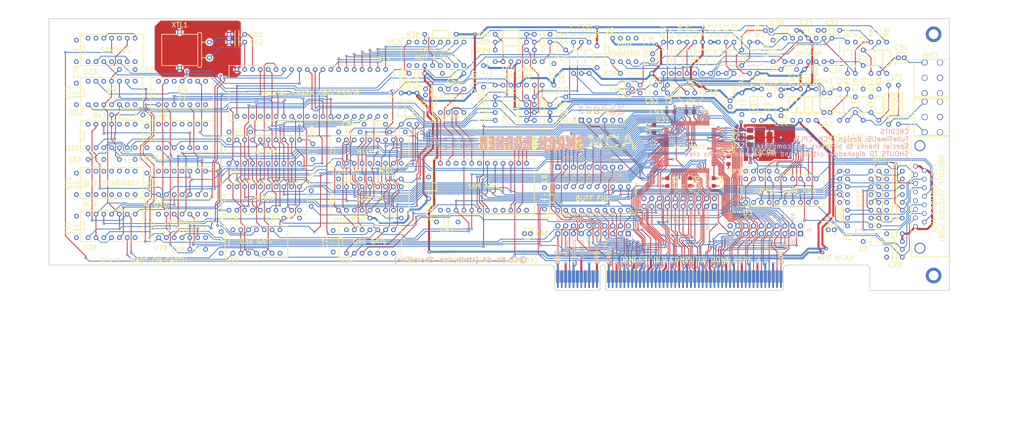
<source format=kicad_pcb>
(kicad_pcb (version 20171130) (host pcbnew "(5.1.0)-1")
  (title_block (title "Snark Barker MCA") (comment 1 "Copyright (C) 2020 Tube Time") (comment 2 "License. See https://creativecommons.org/licenses/by-sa/4.0/") (comment 3 "This work is licensed under a Creative Commons Attribution-ShareAlike 4.0 International"))
  (layers (0 F.Cu signal) (1 In1.Cu signal hide) (2 In2.Cu signal hide) (31 B.Cu signal) (34 B.Paste user hide) (35 F.Paste user hide) (36 B.SilkS user) (37 F.SilkS user) (38 B.Mask user) (39 F.Mask user) (44 Edge.Cuts user))
  (net 0 "")
  (net 1 GND)
  (net 2 +12V)
  (net 3 -12V)
  (net 4 /A9)
  (net 5 /A3)
  (net 6 /A0)
  (net 7 /~ADL)
  (net 8 /M_~IO)
  (net 9 /DB0)
  (net 10 /DB2)
  (net 11 /DB5)
  (net 12 /DB6)
  (net 13 /DB7)
  (net 14 /A15)
  (net 15 /A14)
  (net 16 /A13)
  (net 17 /DB1)
  (net 18 /DB3)
  (net 19 /DB4)
  (net 20 "Net-(C30-Pad1)")
  (net 21 /~CD_SFDBK)
  (net 22 /~CMD)
  (net 23 /~CHCK)
  (net 24 /A12)
  (net 25 /~CD_SETUP)
  (net 26 /A11)
  (net 27 /A10)
  (net 28 /A8)
  (net 29 /A7)
  (net 30 /A6)
  (net 31 /A5)
  (net 32 /A4)
  (net 33 /A2)
  (net 34 /A1)
  (net 35 /~S0_WRITE)
  (net 36 /~S1_READ)
  (net 37 /CD_CHRDY)
  (net 38 /~REFRESH)
  (net 39 /~CD_DS16)
  (net 40 "Net-(C20-Pad1)")
  (net 41 "Net-(C21-Pad1)")
  (net 42 "Net-(C22-Pad1)")
  (net 43 "Net-(C23-Pad1)")
  (net 44 /BUTTON1)
  (net 45 /BUTTON4)
  (net 46 "Net-(C26-Pad1)")
  (net 47 "Net-(C27-Pad1)")
  (net 48 /BUTTON3)
  (net 49 /BUTTON2)
  (net 50 "Net-(C30-Pad2)")
  (net 51 "Net-(C31-Pad1)")
  (net 52 "Net-(C31-Pad2)")
  (net 53 "Net-(C32-Pad2)")
  (net 54 -5VA)
  (net 55 +5VA)
  (net 56 "Net-(C35-Pad1)")
  (net 57 "Net-(C36-Pad1)")
  (net 58 "Net-(C37-Pad2)")
  (net 59 "Net-(C38-Pad1)")
  (net 60 "Net-(C38-Pad2)")
  (net 61 "Net-(C39-Pad1)")
  (net 62 "Net-(C40-Pad2)")
  (net 63 "Net-(C40-Pad1)")
  (net 64 "Net-(C42-Pad2)")
  (net 65 "Net-(C42-Pad1)")
  (net 66 "Net-(C43-Pad1)")
  (net 67 "Net-(C43-Pad2)")
  (net 68 +5VD)
  (net 69 "Net-(C49-Pad2)")
  (net 70 "Net-(C51-Pad2)")
  (net 71 /DIGITAL_OUT)
  (net 72 "Net-(C52-Pad2)")
  (net 73 "Net-(C54-Pad1)")
  (net 74 "Net-(C55-Pad1)")
  (net 75 /OPL2)
  (net 76 /SAA_R)
  (net 77 "Net-(C59-Pad1)")
  (net 78 /SAA_L)
  (net 79 "Net-(C61-Pad1)")
  (net 80 "Net-(C62-Pad1)")
  (net 81 "Net-(C63-Pad1)")
  (net 82 /~ISA_WR)
  (net 83 /DREQUEST)
  (net 84 /~RESET)
  (net 85 /RESET)
  (net 86 VCC)
  (net 87 "Net-(C78-Pad1)")
  (net 88 /~DSP_WRITE)
  (net 89 "Net-(C89-Pad1)")
  (net 90 +3V3)
  (net 91 "Net-(D1-Pad1)")
  (net 92 "Net-(D2-Pad2)")
  (net 93 /DREQ)
  (net 94 /ARB~GNT)
  (net 95 /ARB3)
  (net 96 /ARB2)
  (net 97 /ARB1)
  (net 98 /ARB0)
  (net 99 /~BURST)
  (net 100 /~PREEMPT)
  (net 101 /CLK_14M318)
  (net 102 /~IRQ2)
  (net 103 /~IRQ3)
  (net 104 /~IRQ5)
  (net 105 /~IRQ7)
  (net 106 /BUSRESET)
  (net 107 /TCK)
  (net 108 /TDO)
  (net 109 /TDI)
  (net 110 /TMS)
  (net 111 "Net-(L1-Pad2)")
  (net 112 "Net-(L2-Pad2)")
  (net 113 /Y1)
  (net 114 /X1)
  (net 115 /MIDI_IN)
  (net 116 /Y2)
  (net 117 /MIDI_OUT)
  (net 118 /X2)
  (net 119 "Net-(R10-Pad2)")
  (net 120 "Net-(R17-Pad1)")
  (net 121 "Net-(R18-Pad1)")
  (net 122 /MIC_COMP)
  (net 123 /MUTE_EN)
  (net 124 "Net-(R34-Pad2)")
  (net 125 "Net-(R35-Pad2)")
  (net 126 "Net-(R38-Pad1)")
  (net 127 "Net-(R40-Pad2)")
  (net 128 "Net-(RP2-Pad5)")
  (net 129 "Net-(RP2-Pad4)")
  (net 130 "Net-(RP2-Pad3)")
  (net 131 "Net-(RP2-Pad2)")
  (net 132 "Net-(U1-Pad11)")
  (net 133 /~IC)
  (net 134 /BUFDIR)
  (net 135 /D0)
  (net 136 /D7)
  (net 137 /D6)
  (net 138 /D5)
  (net 139 /D4)
  (net 140 /D3)
  (net 141 /D2)
  (net 142 /D1)
  (net 143 /~BUFENL)
  (net 144 "Net-(U24-Pad3)")
  (net 145 /A0_LATCHED)
  (net 146 /~WR)
  (net 147 /~RD)
  (net 148 /FM_~CS)
  (net 149 "Net-(U10-Pad3)")
  (net 150 "Net-(U10-Pad4)")
  (net 151 "Net-(U10-Pad5)")
  (net 152 /CLK_3M579)
  (net 153 "Net-(U10-Pad2)")
  (net 154 "Net-(U10-Pad8)")
  (net 155 /DAC7)
  (net 156 /DAC6)
  (net 157 /DAC5)
  (net 158 /DAC2)
  (net 159 /DAC1)
  (net 160 /DAC0)
  (net 161 /DAC4)
  (net 162 /DAC3)
  (net 163 /IREQUEST)
  (net 164 /DSP_BUSY)
  (net 165 /~DMA_EN)
  (net 166 /~DSP_READ)
  (net 167 /DAV_PC)
  (net 168 /DAV_DSP)
  (net 169 /DD7)
  (net 170 /DD6)
  (net 171 /DD5)
  (net 172 /DD4)
  (net 173 /DD3)
  (net 174 /DD2)
  (net 175 /DD1)
  (net 176 /DD0)
  (net 177 /CMS7-12_~CS)
  (net 178 /CLK_7M159)
  (net 179 /CMS1-6_~CS)
  (net 180 /~ISA_RD)
  (net 181 /CMS_DTACK)
  (net 182 "Net-(U20-Pad5)")
  (net 183 "Net-(U20-Pad1)")
  (net 184 "Net-(U21-Pad5)")
  (net 185 "Net-(U21-Pad4)")
  (net 186 /~RD_DAV)
  (net 187 "Net-(U23-Pad2)")
  (net 188 "Net-(U23-Pad12)")
  (net 189 /DSPRST_~CS)
  (net 190 "Net-(U24-Pad11)")
  (net 191 /JOYSTICK_~CS)
  (net 192 "Net-(U26-Pad13)")
  (net 193 /IRQ_IN)
  (net 194 "Net-(U26-Pad5)")
  (net 195 "Net-(U27-Pad1)")
  (net 196 /DAV_~CS)
  (net 197 "Net-(U27-Pad10)")
  (net 198 /DSPWR_~CS)
  (net 199 /~DMAOUT)
  (net 200 /DSPRD_~CS)
  (net 201 /CD_SFDBK)
  (net 202 /CD_DS16)
  (net 203 /~CD_CHRDY)
  (net 204 /~DACK)
  (net 205 /DBG7)
  (net 206 /DBG6)
  (net 207 /DBG5)
  (net 208 /DBG4)
  (net 209 /DBG3)
  (net 210 /DBG1)
  (net 211 /~TC)
  (net 212 /CHRDYRTN)
  (net 213 /MADE24)
  (net 214 /~DS16RTN)
  (net 215 /~SBHE)
  (module SoundBlaster:SB_DIP14_300 (layer F.Cu) (at -25.4 88.9)
    (fp_text reference U20 (at 0.635 3.302) (layer F.SilkS) (effects (font (size 1.524 1.524) (thickness 0.254))))
    (fp_text value 74HCT74)
    (pad 14 thru_hole circle (at 0 -7.62) (size 1.524 1.524) (drill 0.889) (layers *.Cu *.Mask) (net 86 VCC))
    (pad 13 thru_hole circle (at 2.54 -7.62) (size 1.524 1.524) (drill 0.889) (layers *.Cu *.Mask))
    (pad 12 thru_hole circle (at 5.08 -7.62) (size 1.524 1.524) (drill 0.889) (layers *.Cu *.Mask))
    (pad 11 thru_hole circle (at 7.62 -7.62) (size 1.524 1.524) (drill 0.889) (layers *.Cu *.Mask))
    (pad 10 thru_hole circle (at 10.16 -7.62) (size 1.524 1.524) (drill 0.889) (layers *.Cu *.Mask))
    (pad 9 thru_hole circle (at 12.7 -7.62) (size 1.524 1.524) (drill 0.889) (layers *.Cu *.Mask))
    (pad 8 thru_hole circle (at 15.24 -7.62) (size 1.524 1.524) (drill 0.889) (layers *.Cu *.Mask))
    (pad 7 thru_hole circle (at 15.24 0) (size 1.524 1.524) (drill 0.889) (layers *.Cu *.Mask) (net 1 GND))
    (pad 6 thru_hole circle (at 12.7 0) (size 1.524 1.524) (drill 0.889) (layers *.Cu *.Mask))
    (pad 5 thru_hole circle (at 10.16 0) (size 1.524 1.524) (drill 0.889) (layers *.Cu *.Mask) (net 182 "Net-(U20-Pad5)"))
    (pad 4 thru_hole circle (at 7.62 0) (size 1.524 1.524) (drill 0.889) (layers *.Cu *.Mask) (net 86 VCC))
    (pad 3 thru_hole circle (at 5.08 0) (size 1.524 1.524) (drill 0.889) (layers *.Cu *.Mask) (net 83 /DREQUEST))
    (pad 2 thru_hole circle (at 2.54 0) (size 1.524 1.524) (drill 0.889) (layers *.Cu *.Mask) (net 86 VCC))
    (pad 1 thru_hole circle (at 0 0) (size 1.524 1.524) (drill 0.889) (layers *.Cu *.Mask) (net 183 "Net-(U20-Pad1)"))
  )
  (module SoundBlaster:SB_SJ1-3553 (layer F.Cu) (at 228.1428 78.9178 180)
    (fp_text reference S1 (at 9.9568 0.4318 180) (layer F.SilkS) (effects (font (size 1.524 1.524) (thickness 0.254))))
    (fp_text value SJ1-3553NG)
    (pad 0 thru_hole circle (at 5 0 180) (size 2 2) (drill 1.6) (layers *.Cu *.Mask))
    (pad 0 thru_hole circle (at 0 5 180) (size 2 2) (drill 1.6) (layers *.Cu *.Mask))
    (pad 0 thru_hole circle (at 0 -5 180) (size 2 2) (drill 1.6) (layers *.Cu *.Mask))
    (pad 3 thru_hole circle (at 5 -5 180) (size 2 2) (drill 1.5) (layers *.Cu *.Mask) (net 112 "Net-(L2-Pad2)"))
    (pad 2 thru_hole circle (at 5 5 180) (size 2 2) (drill 1.5) (layers *.Cu *.Mask) (net 111 "Net-(L1-Pad2)"))
    (pad 1 thru_hole circle (at 0 0 180) (size 2 2) (drill 1.5) (layers *.Cu *.Mask) (net 1 GND))
  )
  (module SoundBlaster:SB_SJ1-3553 (layer F.Cu) (at 228.1428 66.2178 180)
    (fp_text reference MIC1 (at 2.8448 7.2898 180) (layer F.SilkS) (effects (font (size 1.524 1.524) (thickness 0.254))))
    (fp_text value SJ1-3553NG)
    (pad 0 thru_hole circle (at 5 0 180) (size 2 2) (drill 1.6) (layers *.Cu *.Mask))
    (pad 0 thru_hole circle (at 0 5 180) (size 2 2) (drill 1.6) (layers *.Cu *.Mask))
    (pad 0 thru_hole circle (at 0 -5 180) (size 2 2) (drill 1.6) (layers *.Cu *.Mask))
    (pad 3 thru_hole circle (at 5 -5 180) (size 2 2) (drill 1.5) (layers *.Cu *.Mask))
    (pad 2 thru_hole circle (at 5 5 180) (size 2 2) (drill 1.5) (layers *.Cu *.Mask) (net 50 "Net-(C30-Pad2)"))
    (pad 1 thru_hole circle (at 0 0 180) (size 2 2) (drill 1.5) (layers *.Cu *.Mask) (net 1 GND))
  )
  (module Conn:BUS_MCA (layer F.Cu) (at 118.745 123.19)
    (fp_text reference J1 hide)
    (fp_text value BUS_MCA hide)
    (pad B58 smd custom (at -14.605 7.5692) (size 1.016 3.937) (layers B.Cu B.Mask) (net 1 GND) (options (clearance outline) (anchor rect)) (primitives (gr_line (start 0 0.0254) (end 0 3.4544) (width 0.508))))
    (pad B57 smd custom (at -13.335 7.5692) (size 1.016 3.937) (layers B.Cu B.Mask) (options (clearance outline) (anchor rect)) (primitives (gr_line (start 0 0.0254) (end 0 3.4544) (width 0.508))))
    (pad B56 smd custom (at -12.065 7.5692) (size 1.016 3.937) (layers B.Cu B.Mask) (options (clearance outline) (anchor rect)) (primitives (gr_line (start 0 0.0254) (end 0 3.4544) (width 0.508))))
    (pad B55 smd custom (at -10.795 7.5692) (size 1.016 3.937) (layers B.Cu B.Mask) (options (clearance outline) (anchor rect)) (primitives (gr_line (start 0 0.0254) (end 0 3.4544) (width 0.508))))
    (pad B54 smd custom (at -9.525 7.5692) (size 1.016 3.937) (layers B.Cu B.Mask) (net 1 GND) (options (clearance outline) (anchor rect)) (primitives (gr_line (start 0 0.0254) (end 0 3.4544) (width 0.508))))
    (pad B53 smd custom (at -8.255 7.5692) (size 1.016 3.937) (layers B.Cu B.Mask) (options (clearance outline) (anchor rect)) (primitives (gr_line (start 0 0.0254) (end 0 3.4544) (width 0.508))))
    (pad B52 smd custom (at -6.985 7.5692) (size 1.016 3.937) (layers B.Cu B.Mask) (options (clearance outline) (anchor rect)) (primitives (gr_line (start 0 0.0254) (end 0 3.4544) (width 0.508))))
    (pad B51 smd custom (at -5.715 7.5692) (size 1.016 3.937) (layers B.Cu B.Mask) (options (clearance outline) (anchor rect)) (primitives (gr_line (start 0 0.0254) (end 0 3.4544) (width 0.508))))
    (pad B50 smd custom (at -4.445 7.5692) (size 1.016 3.937) (layers B.Cu B.Mask) (net 1 GND) (options (clearance outline) (anchor rect)) (primitives (gr_line (start 0 0.0254) (end 0 3.4544) (width 0.508))))
    (pad B49 smd custom (at -3.175 7.5692) (size 1.016 3.937) (layers B.Cu B.Mask) (options (clearance outline) (anchor rect)) (primitives (gr_line (start 0 0.0254) (end 0 3.4544) (width 0.508))))
    (pad B48 smd custom (at -1.905 7.5692) (size 1.016 3.937) (layers B.Cu B.Mask) (options (clearance outline) (anchor rect)) (primitives (gr_line (start 0 0.0254) (end 0 3.4544) (width 0.508))))
    (pad B45 smd custom (at 1.905 7.5692) (size 1.016 3.937) (layers B.Cu B.Mask) (net 1 GND) (options (clearance outline) (anchor rect)) (primitives (gr_line (start 0 0.0254) (end 0 3.4544) (width 0.508))))
    (pad B44 smd custom (at 3.175 7.5692) (size 1.016 3.937) (layers B.Cu B.Mask) (options (clearance outline) (anchor rect)) (primitives (gr_line (start 0 0.0254) (end 0 3.4544) (width 0.508))))
    (pad B43 smd custom (at 4.445 7.5692) (size 1.016 3.937) (layers B.Cu B.Mask) (options (clearance outline) (anchor rect)) (primitives (gr_line (start 0 0.0254) (end 0 3.4544) (width 0.508))))
    (pad B42 smd custom (at 5.715 7.5692) (size 1.016 3.937) (layers B.Cu B.Mask) (net 106 /BUSRESET) (options (clearance outline) (anchor rect)) (primitives (gr_line (start 0 0.0254) (end 0 3.4544) (width 0.508))))
    (pad B41 smd custom (at 6.985 7.5692) (size 1.016 3.937) (layers B.Cu B.Mask) (net 1 GND) (options (clearance outline) (anchor rect)) (primitives (gr_line (start 0 0.0254) (end 0 3.4544) (width 0.508))))
    (pad B40 smd custom (at 8.255 7.5692) (size 1.016 3.937) (layers B.Cu B.Mask) (net 19 /DB4) (options (clearance outline) (anchor rect)) (primitives (gr_line (start 0 0.0254) (end 0 3.4544) (width 0.508))))
    (pad B39 smd custom (at 9.525 7.5692) (size 1.016 3.937) (layers B.Cu B.Mask) (net 18 /DB3) (options (clearance outline) (anchor rect)) (primitives (gr_line (start 0 0.0254) (end 0 3.4544) (width 0.508))))
    (pad B38 smd custom (at 10.795 7.5692) (size 1.016 3.937) (layers B.Cu B.Mask) (net 17 /DB1) (options (clearance outline) (anchor rect)) (primitives (gr_line (start 0 0.0254) (end 0 3.4544) (width 0.508))))
    (pad B37 smd custom (at 12.065 7.5692) (size 1.016 3.937) (layers B.Cu B.Mask) (net 1 GND) (options (clearance outline) (anchor rect)) (primitives (gr_line (start 0 0.0254) (end 0 3.4544) (width 0.508))))
    (pad B36 smd custom (at 13.335 7.5692) (size 1.016 3.937) (layers B.Cu B.Mask) (net 21 /~CD_SFDBK) (options (clearance outline) (anchor rect)) (primitives (gr_line (start 0 0.0254) (end 0 3.4544) (width 0.508))))
    (pad B35 smd custom (at 14.605 7.5692) (size 1.016 3.937) (layers B.Cu B.Mask) (net 212 /CHRDYRTN) (options (clearance outline) (anchor rect)) (primitives (gr_line (start 0 0.0254) (end 0 3.4544) (width 0.508))))
    (pad B34 smd custom (at 15.875 7.5692) (size 1.016 3.937) (layers B.Cu B.Mask) (net 22 /~CMD) (options (clearance outline) (anchor rect)) (primitives (gr_line (start 0 0.0254) (end 0 3.4544) (width 0.508))))
    (pad B33 smd custom (at 17.145 7.5692) (size 1.016 3.937) (layers B.Cu B.Mask) (net 1 GND) (options (clearance outline) (anchor rect)) (primitives (gr_line (start 0 0.0254) (end 0 3.4544) (width 0.508))))
    (pad B32 smd custom (at 18.415 7.5692) (size 1.016 3.937) (layers B.Cu B.Mask) (net 23 /~CHCK) (options (clearance outline) (anchor rect)) (primitives (gr_line (start 0 0.0254) (end 0 3.4544) (width 0.508))))
    (pad B31 smd custom (at 19.685 7.5692) (size 1.016 3.937) (layers B.Cu B.Mask) (options (clearance outline) (anchor rect)) (primitives (gr_line (start 0 0.0254) (end 0 3.4544) (width 0.508))))
    (pad B30 smd custom (at 20.955 7.5692) (size 1.016 3.937) (layers B.Cu B.Mask) (options (clearance outline) (anchor rect)) (primitives (gr_line (start 0 0.0254) (end 0 3.4544) (width 0.508))))
    (pad B29 smd custom (at 22.225 7.5692) (size 1.016 3.937) (layers B.Cu B.Mask) (net 1 GND) (options (clearance outline) (anchor rect)) (primitives (gr_line (start 0 0.0254) (end 0 3.4544) (width 0.508))))
    (pad B28 smd custom (at 23.495 7.5692) (size 1.016 3.937) (layers B.Cu B.Mask) (net 105 /~IRQ7) (options (clearance outline) (anchor rect)) (primitives (gr_line (start 0 0.0254) (end 0 3.4544) (width 0.508))))
    (pad B27 smd custom (at 24.765 7.5692) (size 1.016 3.937) (layers B.Cu B.Mask) (options (clearance outline) (anchor rect)) (primitives (gr_line (start 0 0.0254) (end 0 3.4544) (width 0.508))))
    (pad B26 smd custom (at 26.035 7.5692) (size 1.016 3.937) (layers B.Cu B.Mask) (net 104 /~IRQ5) (options (clearance outline) (anchor rect)) (primitives (gr_line (start 0 0.0254) (end 0 3.4544) (width 0.508))))
    (pad B25 smd custom (at 27.305 7.5692) (size 1.016 3.937) (layers B.Cu B.Mask) (net 1 GND) (options (clearance outline) (anchor rect)) (primitives (gr_line (start 0 0.0254) (end 0 3.4544) (width 0.508))))
    (pad B24 smd custom (at 28.575 7.5692) (size 1.016 3.937) (layers B.Cu B.Mask) (options (clearance outline) (anchor rect)) (primitives (gr_line (start 0 0.0254) (end 0 3.4544) (width 0.508))))
    (pad B23 smd custom (at 29.845 7.5692) (size 1.016 3.937) (layers B.Cu B.Mask) (net 103 /~IRQ3) (options (clearance outline) (anchor rect)) (primitives (gr_line (start 0 0.0254) (end 0 3.4544) (width 0.508))))
    (pad B22 smd custom (at 31.115 7.5692) (size 1.016 3.937) (layers B.Cu B.Mask) (net 102 /~IRQ2) (options (clearance outline) (anchor rect)) (primitives (gr_line (start 0 0.0254) (end 0 3.4544) (width 0.508))))
    (pad B21 smd custom (at 32.385 7.5692) (size 1.016 3.937) (layers B.Cu B.Mask) (net 1 GND) (options (clearance outline) (anchor rect)) (primitives (gr_line (start 0 0.0254) (end 0 3.4544) (width 0.508))))
    (pad B20 smd custom (at 33.655 7.5692) (size 1.016 3.937) (layers B.Cu B.Mask) (net 24 /A12) (options (clearance outline) (anchor rect)) (primitives (gr_line (start 0 0.0254) (end 0 3.4544) (width 0.508))))
    (pad B19 smd custom (at 34.925 7.5692) (size 1.016 3.937) (layers B.Cu B.Mask) (net 16 /A13) (options (clearance outline) (anchor rect)) (primitives (gr_line (start 0 0.0254) (end 0 3.4544) (width 0.508))))
    (pad B18 smd custom (at 36.195 7.5692) (size 1.016 3.937) (layers B.Cu B.Mask) (net 15 /A14) (options (clearance outline) (anchor rect)) (primitives (gr_line (start 0 0.0254) (end 0 3.4544) (width 0.508))))
    (pad B17 smd custom (at 37.465 7.5692) (size 1.016 3.937) (layers B.Cu B.Mask) (net 1 GND) (options (clearance outline) (anchor rect)) (primitives (gr_line (start 0 0.0254) (end 0 3.4544) (width 0.508))))
    (pad B16 smd custom (at 38.735 7.5692) (size 1.016 3.937) (layers B.Cu B.Mask) (net 14 /A15) (options (clearance outline) (anchor rect)) (primitives (gr_line (start 0 0.0254) (end 0 3.4544) (width 0.508))))
    (pad B15 smd custom (at 40.005 7.5692) (size 1.016 3.937) (layers B.Cu B.Mask) (options (clearance outline) (anchor rect)) (primitives (gr_line (start 0 0.0254) (end 0 3.4544) (width 0.508))))
    (pad B14 smd custom (at 41.275 7.5692) (size 1.016 3.937) (layers B.Cu B.Mask) (options (clearance outline) (anchor rect)) (primitives (gr_line (start 0 0.0254) (end 0 3.4544) (width 0.508))))
    (pad B13 smd custom (at 42.545 7.5692) (size 1.016 3.937) (layers B.Cu B.Mask) (net 1 GND) (options (clearance outline) (anchor rect)) (primitives (gr_line (start 0 0.0254) (end 0 3.4544) (width 0.508))))
    (pad B12 smd custom (at 43.815 7.5692) (size 1.016 3.937) (layers B.Cu B.Mask) (options (clearance outline) (anchor rect)) (primitives (gr_line (start 0 0.0254) (end 0 3.4544) (width 0.508))))
    (pad B11 smd custom (at 45.085 7.5692) (size 1.016 3.937) (layers B.Cu B.Mask) (options (clearance outline) (anchor rect)) (primitives (gr_line (start 0 0.0254) (end 0 3.4544) (width 0.508))))
    (pad B10 smd custom (at 46.355 7.5692) (size 1.016 3.937) (layers B.Cu B.Mask) (options (clearance outline) (anchor rect)) (primitives (gr_line (start 0 0.0254) (end 0 3.4544) (width 0.508))))
    (pad B9 smd custom (at 47.625 7.5692) (size 1.016 3.937) (layers B.Cu B.Mask) (net 1 GND) (options (clearance outline) (anchor rect)) (primitives (gr_line (start 0 0.0254) (end 0 3.4544) (width 0.508))))
    (pad B8 smd custom (at 48.895 7.5692) (size 1.016 3.937) (layers B.Cu B.Mask) (options (clearance outline) (anchor rect)) (primitives (gr_line (start 0 0.0254) (end 0 3.4544) (width 0.508))))
    (pad B7 smd custom (at 50.165 7.5692) (size 1.016 3.937) (layers B.Cu B.Mask) (options (clearance outline) (anchor rect)) (primitives (gr_line (start 0 0.0254) (end 0 3.4544) (width 0.508))))
    (pad B6 smd custom (at 51.435 7.5692) (size 1.016 3.937) (layers B.Cu B.Mask) (options (clearance outline) (anchor rect)) (primitives (gr_line (start 0 0.0254) (end 0 3.4544) (width 0.508))))
    (pad B5 smd custom (at 52.705 7.5692) (size 1.016 3.937) (layers B.Cu B.Mask) (net 1 GND) (options (clearance outline) (anchor rect)) (primitives (gr_line (start 0 0.0254) (end 0 3.4544) (width 0.508))))
    (pad B4 smd custom (at 53.975 7.5692) (size 1.016 3.937) (layers B.Cu B.Mask) (net 101 /CLK_14M318) (options (clearance outline) (anchor rect)) (primitives (gr_line (start 0 0.0254) (end 0 3.4544) (width 0.508))))
    (pad B3 smd custom (at 55.245 7.5692) (size 1.016 3.937) (layers B.Cu B.Mask) (net 1 GND) (options (clearance outline) (anchor rect)) (primitives (gr_line (start 0 0.0254) (end 0 3.4544) (width 0.508))))
    (pad B2 smd custom (at 56.515 7.5692) (size 1.016 3.937) (layers B.Cu B.Mask) (options (clearance outline) (anchor rect)) (primitives (gr_line (start 0 0.0254) (end 0 3.4544) (width 0.508))))
    (pad B1 smd custom (at 57.785 7.5692) (size 1.016 3.937) (layers B.Cu B.Mask) (options (clearance outline) (anchor rect)) (primitives (gr_line (start 0 0.0254) (end 0 3.4544) (width 0.508))))
    (pad A1 smd custom (at 57.785 7.5692) (size 1.016 3.937) (layers F.Cu F.Mask) (net 25 /~CD_SETUP) (options (clearance outline) (anchor rect)) (primitives (gr_line (start 0 0.0254) (end 0 3.4544) (width 0.508))))
    (pad A2 smd custom (at 56.515 7.5692) (size 1.016 3.937) (layers F.Cu F.Mask) (net 213 /MADE24) (options (clearance outline) (anchor rect)) (primitives (gr_line (start 0 0.0254) (end 0 3.4544) (width 0.508))))
    (pad A3 smd custom (at 55.245 7.5692) (size 1.016 3.937) (layers F.Cu F.Mask) (net 1 GND) (options (clearance outline) (anchor rect)) (primitives (gr_line (start 0 0.0254) (end 0 3.4544) (width 0.508))))
    (pad A4 smd custom (at 53.975 7.5692) (size 1.016 3.937) (layers F.Cu F.Mask) (net 26 /A11) (options (clearance outline) (anchor rect)) (primitives (gr_line (start 0 0.0254) (end 0 3.4544) (width 0.508))))
    (pad A5 smd custom (at 52.705 7.5692) (size 1.016 3.937) (layers F.Cu F.Mask) (net 27 /A10) (options (clearance outline) (anchor rect)) (primitives (gr_line (start 0 0.0254) (end 0 3.4544) (width 0.508))))
    (pad A6 smd custom (at 51.435 7.5692) (size 1.016 3.937) (layers F.Cu F.Mask) (net 4 /A9) (options (clearance outline) (anchor rect)) (primitives (gr_line (start 0 0.0254) (end 0 3.4544) (width 0.508))))
    (pad A7 smd custom (at 50.165 7.5692) (size 1.016 3.937) (layers F.Cu F.Mask) (net 86 VCC) (options (clearance outline) (anchor rect)) (primitives (gr_line (start 0 0.0254) (end 0 3.4544) (width 0.508))))
    (pad A8 smd custom (at 48.895 7.5692) (size 1.016 3.937) (layers F.Cu F.Mask) (net 28 /A8) (options (clearance outline) (anchor rect)) (primitives (gr_line (start 0 0.0254) (end 0 3.4544) (width 0.508))))
    (pad A9 smd custom (at 47.625 7.5692) (size 1.016 3.937) (layers F.Cu F.Mask) (net 29 /A7) (options (clearance outline) (anchor rect)) (primitives (gr_line (start 0 0.0254) (end 0 3.4544) (width 0.508))))
    (pad A10 smd custom (at 46.355 7.5692) (size 1.016 3.937) (layers F.Cu F.Mask) (net 30 /A6) (options (clearance outline) (anchor rect)) (primitives (gr_line (start 0 0.0254) (end 0 3.4544) (width 0.508))))
    (pad A11 smd custom (at 45.085 7.5692) (size 1.016 3.937) (layers F.Cu F.Mask) (net 86 VCC) (options (clearance outline) (anchor rect)) (primitives (gr_line (start 0 0.0254) (end 0 3.4544) (width 0.508))))
    (pad A12 smd custom (at 43.815 7.5692) (size 1.016 3.937) (layers F.Cu F.Mask) (net 31 /A5) (options (clearance outline) (anchor rect)) (primitives (gr_line (start 0 0.0254) (end 0 3.4544) (width 0.508))))
    (pad A13 smd custom (at 42.545 7.5692) (size 1.016 3.937) (layers F.Cu F.Mask) (net 32 /A4) (options (clearance outline) (anchor rect)) (primitives (gr_line (start 0 0.0254) (end 0 3.4544) (width 0.508))))
    (pad A14 smd custom (at 41.275 7.5692) (size 1.016 3.937) (layers F.Cu F.Mask) (net 5 /A3) (options (clearance outline) (anchor rect)) (primitives (gr_line (start 0 0.0254) (end 0 3.4544) (width 0.508))))
    (pad A15 smd custom (at 40.005 7.5692) (size 1.016 3.937) (layers F.Cu F.Mask) (net 86 VCC) (options (clearance outline) (anchor rect)) (primitives (gr_line (start 0 0.0254) (end 0 3.4544) (width 0.508))))
    (pad A16 smd custom (at 38.735 7.5692) (size 1.016 3.937) (layers F.Cu F.Mask) (net 33 /A2) (options (clearance outline) (anchor rect)) (primitives (gr_line (start 0 0.0254) (end 0 3.4544) (width 0.508))))
    (pad A17 smd custom (at 37.465 7.5692) (size 1.016 3.937) (layers F.Cu F.Mask) (net 34 /A1) (options (clearance outline) (anchor rect)) (primitives (gr_line (start 0 0.0254) (end 0 3.4544) (width 0.508))))
    (pad A18 smd custom (at 36.195 7.5692) (size 1.016 3.937) (layers F.Cu F.Mask) (net 6 /A0) (options (clearance outline) (anchor rect)) (primitives (gr_line (start 0 0.0254) (end 0 3.4544) (width 0.508))))
    (pad A19 smd custom (at 34.925 7.5692) (size 1.016 3.937) (layers F.Cu F.Mask) (net 2 +12V) (options (clearance outline) (anchor rect)) (primitives (gr_line (start 0 0.0254) (end 0 3.4544) (width 0.508))))
    (pad A20 smd custom (at 33.655 7.5692) (size 1.016 3.937) (layers F.Cu F.Mask) (net 7 /~ADL) (options (clearance outline) (anchor rect)) (primitives (gr_line (start 0 0.0254) (end 0 3.4544) (width 0.508))))
    (pad A21 smd custom (at 32.385 7.5692) (size 1.016 3.937) (layers F.Cu F.Mask) (net 100 /~PREEMPT) (options (clearance outline) (anchor rect)) (primitives (gr_line (start 0 0.0254) (end 0 3.4544) (width 0.508))))
    (pad A22 smd custom (at 31.115 7.5692) (size 1.016 3.937) (layers F.Cu F.Mask) (net 99 /~BURST) (options (clearance outline) (anchor rect)) (primitives (gr_line (start 0 0.0254) (end 0 3.4544) (width 0.508))))
    (pad A23 smd custom (at 29.845 7.5692) (size 1.016 3.937) (layers F.Cu F.Mask) (net 3 -12V) (options (clearance outline) (anchor rect)) (primitives (gr_line (start 0 0.0254) (end 0 3.4544) (width 0.508))))
    (pad A24 smd custom (at 28.575 7.5692) (size 1.016 3.937) (layers F.Cu F.Mask) (net 98 /ARB0) (options (clearance outline) (anchor rect)) (primitives (gr_line (start 0 0.0254) (end 0 3.4544) (width 0.508))))
    (pad A25 smd custom (at 27.305 7.5692) (size 1.016 3.937) (layers F.Cu F.Mask) (net 97 /ARB1) (options (clearance outline) (anchor rect)) (primitives (gr_line (start 0 0.0254) (end 0 3.4544) (width 0.508))))
    (pad A26 smd custom (at 26.035 7.5692) (size 1.016 3.937) (layers F.Cu F.Mask) (net 96 /ARB2) (options (clearance outline) (anchor rect)) (primitives (gr_line (start 0 0.0254) (end 0 3.4544) (width 0.508))))
    (pad A27 smd custom (at 24.765 7.5692) (size 1.016 3.937) (layers F.Cu F.Mask) (net 3 -12V) (options (clearance outline) (anchor rect)) (primitives (gr_line (start 0 0.0254) (end 0 3.4544) (width 0.508))))
    (pad A28 smd custom (at 23.495 7.5692) (size 1.016 3.937) (layers F.Cu F.Mask) (net 95 /ARB3) (options (clearance outline) (anchor rect)) (primitives (gr_line (start 0 0.0254) (end 0 3.4544) (width 0.508))))
    (pad A29 smd custom (at 22.225 7.5692) (size 1.016 3.937) (layers F.Cu F.Mask) (net 94 /ARB~GNT) (options (clearance outline) (anchor rect)) (primitives (gr_line (start 0 0.0254) (end 0 3.4544) (width 0.508))))
    (pad A30 smd custom (at 20.955 7.5692) (size 1.016 3.937) (layers F.Cu F.Mask) (net 211 /~TC) (options (clearance outline) (anchor rect)) (primitives (gr_line (start 0 0.0254) (end 0 3.4544) (width 0.508))))
    (pad A31 smd custom (at 19.685 7.5692) (size 1.016 3.937) (layers F.Cu F.Mask) (net 86 VCC) (options (clearance outline) (anchor rect)) (primitives (gr_line (start 0 0.0254) (end 0 3.4544) (width 0.508))))
    (pad A32 smd custom (at 18.415 7.5692) (size 1.016 3.937) (layers F.Cu F.Mask) (net 35 /~S0_WRITE) (options (clearance outline) (anchor rect)) (primitives (gr_line (start 0 0.0254) (end 0 3.4544) (width 0.508))))
    (pad A33 smd custom (at 17.145 7.5692) (size 1.016 3.937) (layers F.Cu F.Mask) (net 36 /~S1_READ) (options (clearance outline) (anchor rect)) (primitives (gr_line (start 0 0.0254) (end 0 3.4544) (width 0.508))))
    (pad A34 smd custom (at 15.875 7.5692) (size 1.016 3.937) (layers F.Cu F.Mask) (net 8 /M_~IO) (options (clearance outline) (anchor rect)) (primitives (gr_line (start 0 0.0254) (end 0 3.4544) (width 0.508))))
    (pad A35 smd custom (at 14.605 7.5692) (size 1.016 3.937) (layers F.Cu F.Mask) (net 2 +12V) (options (clearance outline) (anchor rect)) (primitives (gr_line (start 0 0.0254) (end 0 3.4544) (width 0.508))))
    (pad A36 smd custom (at 13.335 7.5692) (size 1.016 3.937) (layers F.Cu F.Mask) (net 37 /CD_CHRDY) (options (clearance outline) (anchor rect)) (primitives (gr_line (start 0 0.0254) (end 0 3.4544) (width 0.508))))
    (pad A37 smd custom (at 12.065 7.5692) (size 1.016 3.937) (layers F.Cu F.Mask) (net 9 /DB0) (options (clearance outline) (anchor rect)) (primitives (gr_line (start 0 0.0254) (end 0 3.4544) (width 0.508))))
    (pad A38 smd custom (at 10.795 7.5692) (size 1.016 3.937) (layers F.Cu F.Mask) (net 10 /DB2) (options (clearance outline) (anchor rect)) (primitives (gr_line (start 0 0.0254) (end 0 3.4544) (width 0.508))))
    (pad A39 smd custom (at 9.525 7.5692) (size 1.016 3.937) (layers F.Cu F.Mask) (net 86 VCC) (options (clearance outline) (anchor rect)) (primitives (gr_line (start 0 0.0254) (end 0 3.4544) (width 0.508))))
    (pad A40 smd custom (at 8.255 7.5692) (size 1.016 3.937) (layers F.Cu F.Mask) (net 11 /DB5) (options (clearance outline) (anchor rect)) (primitives (gr_line (start 0 0.0254) (end 0 3.4544) (width 0.508))))
    (pad A41 smd custom (at 6.985 7.5692) (size 1.016 3.937) (layers F.Cu F.Mask) (net 12 /DB6) (options (clearance outline) (anchor rect)) (primitives (gr_line (start 0 0.0254) (end 0 3.4544) (width 0.508))))
    (pad A42 smd custom (at 5.715 7.5692) (size 1.016 3.937) (layers F.Cu F.Mask) (net 13 /DB7) (options (clearance outline) (anchor rect)) (primitives (gr_line (start 0 0.0254) (end 0 3.4544) (width 0.508))))
    (pad A43 smd custom (at 4.445 7.5692) (size 1.016 3.937) (layers F.Cu F.Mask) (net 1 GND) (options (clearance outline) (anchor rect)) (primitives (gr_line (start 0 0.0254) (end 0 3.4544) (width 0.508))))
    (pad A44 smd custom (at 3.175 7.5692) (size 1.016 3.937) (layers F.Cu F.Mask) (net 214 /~DS16RTN) (options (clearance outline) (anchor rect)) (primitives (gr_line (start 0 0.0254) (end 0 3.4544) (width 0.508))))
    (pad A45 smd custom (at 1.905 7.5692) (size 1.016 3.937) (layers F.Cu F.Mask) (net 38 /~REFRESH) (options (clearance outline) (anchor rect)) (primitives (gr_line (start 0 0.0254) (end 0 3.4544) (width 0.508))))
    (pad A48 smd custom (at -1.905 7.5692) (size 1.016 3.937) (layers F.Cu F.Mask) (net 86 VCC) (options (clearance outline) (anchor rect)) (primitives (gr_line (start 0 0.0254) (end 0 3.4544) (width 0.508))))
    (pad A49 smd custom (at -3.175 7.5692) (size 1.016 3.937) (layers F.Cu F.Mask) (options (clearance outline) (anchor rect)) (primitives (gr_line (start 0 0.0254) (end 0 3.4544) (width 0.508))))
    (pad A50 smd custom (at -4.445 7.5692) (size 1.016 3.937) (layers F.Cu F.Mask) (options (clearance outline) (anchor rect)) (primitives (gr_line (start 0 0.0254) (end 0 3.4544) (width 0.508))))
    (pad A51 smd custom (at -5.715 7.5692) (size 1.016 3.937) (layers F.Cu F.Mask) (options (clearance outline) (anchor rect)) (primitives (gr_line (start 0 0.0254) (end 0 3.4544) (width 0.508))))
    (pad A52 smd custom (at -6.985 7.5692) (size 1.016 3.937) (layers F.Cu F.Mask) (net 2 +12V) (options (clearance outline) (anchor rect)) (primitives (gr_line (start 0 0.0254) (end 0 3.4544) (width 0.508))))
    (pad A53 smd custom (at -8.255 7.5692) (size 1.016 3.937) (layers F.Cu F.Mask) (options (clearance outline) (anchor rect)) (primitives (gr_line (start 0 0.0254) (end 0 3.4544) (width 0.508))))
    (pad A54 smd custom (at -9.525 7.5692) (size 1.016 3.937) (layers F.Cu F.Mask) (net 215 /~SBHE) (options (clearance outline) (anchor rect)) (primitives (gr_line (start 0 0.0254) (end 0 3.4544) (width 0.508))))
    (pad A55 smd custom (at -10.795 7.5692) (size 1.016 3.937) (layers F.Cu F.Mask) (net 39 /~CD_DS16) (options (clearance outline) (anchor rect)) (primitives (gr_line (start 0 0.0254) (end 0 3.4544) (width 0.508))))
    (pad A56 smd custom (at -12.065 7.5692) (size 1.016 3.937) (layers F.Cu F.Mask) (net 86 VCC) (options (clearance outline) (anchor rect)) (primitives (gr_line (start 0 0.0254) (end 0 3.4544) (width 0.508))))
    (pad A57 smd custom (at -13.335 7.5692) (size 1.016 3.937) (layers F.Cu F.Mask) (options (clearance outline) (anchor rect)) (primitives (gr_line (start 0 0.0254) (end 0 3.4544) (width 0.508))))
    (pad A58 smd custom (at -14.605 7.5692) (size 1.016 3.937) (layers F.Cu F.Mask) (options (clearance outline) (anchor rect)) (primitives (gr_line (start 0 0.0254) (end 0 3.4544) (width 0.508))))
  )
  (module SoundBlaster:SB_DB15_152-3415 (layer F.Cu) (at 220.1672 114.4778)
    (fp_text reference P1 (at -3.2512 -26.3398) (layer F.SilkS) (effects (font (size 1.524 1.524) (thickness 0.254))))
    (fp_text value Joystick/MIDI)
    (pad 0 thru_hole circle (at 1.4351 -26.2128 270) (size 3.556 3.556) (drill 2.8702) (layers *.Cu *.Mask) (net 1 GND))
    (pad 0 thru_hole circle (at 1.4351 7.0612 270) (size 3.556 3.556) (drill 2.8702) (layers *.Cu *.Mask) (net 1 GND))
    (pad 9 thru_hole circle (at 2.8702 -18.161 270) (size 1.524 1.524) (drill 1.0922) (layers *.Cu *.Mask) (net 47 "Net-(C27-Pad1)"))
    (pad 10 thru_hole circle (at 2.8702 -15.367 270) (size 1.524 1.524) (drill 1.0922) (layers *.Cu *.Mask) (net 45 /BUTTON4))
    (pad 11 thru_hole circle (at 2.8702 -12.573 270) (size 1.524 1.524) (drill 1.0922) (layers *.Cu *.Mask) (net 118 /X2))
    (pad 12 thru_hole circle (at 2.8702 -9.779 270) (size 1.524 1.524) (drill 1.0922) (layers *.Cu *.Mask) (net 117 /MIDI_OUT))
    (pad 13 thru_hole circle (at 2.8702 -6.985 270) (size 1.524 1.524) (drill 1.0922) (layers *.Cu *.Mask) (net 116 /Y2))
    (pad 14 thru_hole circle (at 2.8702 -4.191 270) (size 1.524 1.524) (drill 1.0922) (layers *.Cu *.Mask) (net 48 /BUTTON3))
    (pad 15 thru_hole circle (at 2.8702 -1.397 270) (size 1.524 1.524) (drill 1.0922) (layers *.Cu *.Mask) (net 115 /MIDI_IN))
    (pad 1 thru_hole circle (at 0 -19.558 270) (size 1.524 1.524) (drill 1.0922) (layers *.Cu *.Mask) (net 47 "Net-(C27-Pad1)"))
    (pad 2 thru_hole circle (at 0 -16.764 270) (size 1.524 1.524) (drill 1.0922) (layers *.Cu *.Mask) (net 44 /BUTTON1))
    (pad 3 thru_hole circle (at 0 -13.97 270) (size 1.524 1.524) (drill 1.0922) (layers *.Cu *.Mask) (net 114 /X1))
    (pad 4 thru_hole circle (at 0 -11.176 270) (size 1.524 1.524) (drill 1.0922) (layers *.Cu *.Mask) (net 1 GND))
    (pad 5 thru_hole circle (at 0 -8.382 270) (size 1.524 1.524) (drill 1.0922) (layers *.Cu *.Mask) (net 1 GND))
    (pad 6 thru_hole circle (at 0 -5.588 270) (size 1.524 1.524) (drill 1.0922) (layers *.Cu *.Mask) (net 113 /Y1))
    (pad 8 thru_hole circle (at 0 0 270) (size 1.524 1.524) (drill 1.0922) (layers *.Cu *.Mask) (net 47 "Net-(C27-Pad1)"))
    (pad 7 thru_hole circle (at 0 -2.794 270) (size 1.524 1.524) (drill 1.0922) (layers *.Cu *.Mask) (net 49 /BUTTON2))
  )
  (module SoundBlaster:SB_DIP18_300 (layer F.Cu) (at 33.02 109.22)
    (fp_text reference U15 (at 0.635 3.302) (layer F.SilkS) (effects (font (size 1.524 1.524) (thickness 0.254))))
    (fp_text value SAA1099)
    (pad 10 thru_hole circle (at 20.32 -7.62) (size 1.524 1.524) (drill 0.889) (layers *.Cu *.Mask) (net 135 /D0))
    (pad 9 thru_hole circle (at 20.32 0) (size 1.524 1.524) (drill 0.889) (layers *.Cu *.Mask) (net 1 GND))
    (pad 17 thru_hole circle (at 2.54 -7.62) (size 1.524 1.524) (drill 0.889) (layers *.Cu *.Mask) (net 136 /D7))
    (pad 8 thru_hole circle (at 17.78 0) (size 1.524 1.524) (drill 0.889) (layers *.Cu *.Mask) (net 178 /CLK_7M159))
    (pad 16 thru_hole circle (at 5.08 -7.62) (size 1.524 1.524) (drill 0.889) (layers *.Cu *.Mask) (net 137 /D6))
    (pad 15 thru_hole circle (at 7.62 -7.62) (size 1.524 1.524) (drill 0.889) (layers *.Cu *.Mask) (net 138 /D5))
    (pad 14 thru_hole circle (at 10.16 -7.62) (size 1.524 1.524) (drill 0.889) (layers *.Cu *.Mask) (net 139 /D4))
    (pad 13 thru_hole circle (at 12.7 -7.62) (size 1.524 1.524) (drill 0.889) (layers *.Cu *.Mask) (net 140 /D3))
    (pad 12 thru_hole circle (at 15.24 -7.62) (size 1.524 1.524) (drill 0.889) (layers *.Cu *.Mask) (net 141 /D2))
    (pad 11 thru_hole circle (at 17.78 -7.62) (size 1.524 1.524) (drill 0.889) (layers *.Cu *.Mask) (net 142 /D1))
    (pad 18 thru_hole circle (at 0 -7.62) (size 1.524 1.524) (drill 0.889) (layers *.Cu *.Mask) (net 86 VCC))
    (pad 7 thru_hole circle (at 15.24 0) (size 1.524 1.524) (drill 0.889) (layers *.Cu *.Mask) (net 181 /CMS_DTACK))
    (pad 6 thru_hole circle (at 12.7 0) (size 1.524 1.524) (drill 0.889) (layers *.Cu *.Mask) (net 127 "Net-(R40-Pad2)"))
    (pad 5 thru_hole circle (at 10.16 0) (size 1.524 1.524) (drill 0.889) (layers *.Cu *.Mask) (net 87 "Net-(C78-Pad1)"))
    (pad 4 thru_hole circle (at 7.62 0) (size 1.524 1.524) (drill 0.889) (layers *.Cu *.Mask) (net 81 "Net-(C63-Pad1)"))
    (pad 3 thru_hole circle (at 5.08 0) (size 1.524 1.524) (drill 0.889) (layers *.Cu *.Mask) (net 145 /A0_LATCHED))
    (pad 2 thru_hole circle (at 2.54 0) (size 1.524 1.524) (drill 0.889) (layers *.Cu *.Mask) (net 179 /CMS1-6_~CS))
    (pad 1 thru_hole circle (at 0 0) (size 1.524 1.524) (drill 0.889) (layers *.Cu *.Mask) (net 146 /~WR))
  )
  (module SoundBlaster:SB_DIP18_300 (layer F.Cu) (at 33.02 93.98)
    (fp_text reference U14 (at 0 2.794) (layer F.SilkS) (effects (font (size 1.524 1.524) (thickness 0.254))))
    (fp_text value SAA1099)
    (pad 10 thru_hole circle (at 20.32 -7.62) (size 1.524 1.524) (drill 0.889) (layers *.Cu *.Mask) (net 135 /D0))
    (pad 9 thru_hole circle (at 20.32 0) (size 1.524 1.524) (drill 0.889) (layers *.Cu *.Mask) (net 1 GND))
    (pad 17 thru_hole circle (at 2.54 -7.62) (size 1.524 1.524) (drill 0.889) (layers *.Cu *.Mask) (net 136 /D7))
    (pad 8 thru_hole circle (at 17.78 0) (size 1.524 1.524) (drill 0.889) (layers *.Cu *.Mask) (net 178 /CLK_7M159))
    (pad 16 thru_hole circle (at 5.08 -7.62) (size 1.524 1.524) (drill 0.889) (layers *.Cu *.Mask) (net 137 /D6))
    (pad 15 thru_hole circle (at 7.62 -7.62) (size 1.524 1.524) (drill 0.889) (layers *.Cu *.Mask) (net 138 /D5))
    (pad 14 thru_hole circle (at 10.16 -7.62) (size 1.524 1.524) (drill 0.889) (layers *.Cu *.Mask) (net 139 /D4))
    (pad 13 thru_hole circle (at 12.7 -7.62) (size 1.524 1.524) (drill 0.889) (layers *.Cu *.Mask) (net 140 /D3))
    (pad 12 thru_hole circle (at 15.24 -7.62) (size 1.524 1.524) (drill 0.889) (layers *.Cu *.Mask) (net 141 /D2))
    (pad 11 thru_hole circle (at 17.78 -7.62) (size 1.524 1.524) (drill 0.889) (layers *.Cu *.Mask) (net 142 /D1))
    (pad 18 thru_hole circle (at 0 -7.62) (size 1.524 1.524) (drill 0.889) (layers *.Cu *.Mask) (net 86 VCC))
    (pad 7 thru_hole circle (at 15.24 0) (size 1.524 1.524) (drill 0.889) (layers *.Cu *.Mask) (net 181 /CMS_DTACK))
    (pad 6 thru_hole circle (at 12.7 0) (size 1.524 1.524) (drill 0.889) (layers *.Cu *.Mask) (net 124 "Net-(R34-Pad2)"))
    (pad 5 thru_hole circle (at 10.16 0) (size 1.524 1.524) (drill 0.889) (layers *.Cu *.Mask) (net 87 "Net-(C78-Pad1)"))
    (pad 4 thru_hole circle (at 7.62 0) (size 1.524 1.524) (drill 0.889) (layers *.Cu *.Mask) (net 81 "Net-(C63-Pad1)"))
    (pad 3 thru_hole circle (at 5.08 0) (size 1.524 1.524) (drill 0.889) (layers *.Cu *.Mask) (net 145 /A0_LATCHED))
    (pad 2 thru_hole circle (at 2.54 0) (size 1.524 1.524) (drill 0.889) (layers *.Cu *.Mask) (net 177 /CMS7-12_~CS))
    (pad 1 thru_hole circle (at 0 0) (size 1.524 1.524) (drill 0.889) (layers *.Cu *.Mask) (net 146 /~WR))
  )
  (module SoundBlasterMCA:Snark_BarkerMCA (layer F.Cu) (at 95.25 87.122)
    (fp_text reference G1 hide)
    (fp_text value logo1 hide)
  )
  (module SoundBlaster:SB_C_DISC_200 (layer F.Cu) (at 130.81 68.58)
    (fp_text reference C51 (at 4.826 -1.778 180) (layer F.SilkS) (effects (font (size 1.524 1.524) (thickness 0.254))))
    (fp_text value 2200p)
    (pad 2 thru_hole circle (at 5.08 0 270) (size 1.524 1.524) (drill 0.889) (layers *.Cu *.Mask) (net 70 "Net-(C51-Pad2)"))
    (pad 1 thru_hole circle (at 0 0 270) (size 1.524 1.524) (drill 0.889) (layers *.Cu *.Mask) (net 71 /DIGITAL_OUT))
  )
  (module SoundBlaster:SB_R_AXIAL_400 (layer F.Cu) (at 106.68 57.15 180)
    (fp_text reference R24 (at 1.27 -2.54 180) (layer F.SilkS) (effects (font (size 1.524 1.524) (thickness 0.254))))
    (fp_text value 10K)
    (pad 2 thru_hole circle (at 10.16 0 90) (size 1.524 1.524) (drill 0.889) (layers *.Cu *.Mask) (net 73 "Net-(C54-Pad1)"))
    (pad 1 thru_hole circle (at 0 0 90) (size 1.524 1.524) (drill 0.889) (layers *.Cu *.Mask) (net 64 "Net-(C42-Pad2)"))
  )
  (module SoundBlaster:SB_DIP16_300 (layer F.Cu) (at 205.74 114.3 90)
    (fp_text reference U1 (at -3.81 -7.62 180) (layer F.SilkS) (effects (font (size 1.524 1.524) (thickness 0.254))))
    (fp_text value NE558)
    (pad 9 thru_hole circle (at 17.78 -7.62 90) (size 1.524 1.524) (drill 0.889) (layers *.Cu *.Mask) (net 128 "Net-(RP2-Pad5)"))
    (pad 8 thru_hole circle (at 17.78 0 90) (size 1.524 1.524) (drill 0.889) (layers *.Cu *.Mask) (net 129 "Net-(RP2-Pad4)"))
    (pad 16 thru_hole circle (at 0 -7.62 90) (size 1.524 1.524) (drill 0.889) (layers *.Cu *.Mask) (net 131 "Net-(RP2-Pad2)"))
    (pad 15 thru_hole circle (at 2.54 -7.62 90) (size 1.524 1.524) (drill 0.889) (layers *.Cu *.Mask) (net 40 "Net-(C20-Pad1)"))
    (pad 14 thru_hole circle (at 5.08 -7.62 90) (size 1.524 1.524) (drill 0.889) (layers *.Cu *.Mask) (net 132 "Net-(U1-Pad11)"))
    (pad 13 thru_hole circle (at 7.62 -7.62 90) (size 1.524 1.524) (drill 0.889) (layers *.Cu *.Mask) (net 133 /~IC))
    (pad 12 thru_hole circle (at 10.16 -7.62 90) (size 1.524 1.524) (drill 0.889) (layers *.Cu *.Mask) (net 1 GND))
    (pad 11 thru_hole circle (at 12.7 -7.62 90) (size 1.524 1.524) (drill 0.889) (layers *.Cu *.Mask) (net 132 "Net-(U1-Pad11)"))
    (pad 10 thru_hole circle (at 15.24 -7.62 90) (size 1.524 1.524) (drill 0.889) (layers *.Cu *.Mask) (net 42 "Net-(C22-Pad1)"))
    (pad 7 thru_hole circle (at 15.24 0 90) (size 1.524 1.524) (drill 0.889) (layers *.Cu *.Mask) (net 41 "Net-(C21-Pad1)"))
    (pad 6 thru_hole circle (at 12.7 0 90) (size 1.524 1.524) (drill 0.889) (layers *.Cu *.Mask) (net 132 "Net-(U1-Pad11)"))
    (pad 5 thru_hole circle (at 10.16 0 90) (size 1.524 1.524) (drill 0.889) (layers *.Cu *.Mask) (net 86 VCC))
    (pad 4 thru_hole circle (at 7.62 0 90) (size 1.524 1.524) (drill 0.889) (layers *.Cu *.Mask) (net 43 "Net-(C23-Pad1)"))
    (pad 3 thru_hole circle (at 5.08 0 90) (size 1.524 1.524) (drill 0.889) (layers *.Cu *.Mask) (net 132 "Net-(U1-Pad11)"))
    (pad 2 thru_hole circle (at 2.54 0 90) (size 1.524 1.524) (drill 0.889) (layers *.Cu *.Mask) (net 46 "Net-(C26-Pad1)"))
    (pad 1 thru_hole circle (at 0 0 90) (size 1.524 1.524) (drill 0.889) (layers *.Cu *.Mask) (net 130 "Net-(RP2-Pad3)"))
  )
  (module Conn:MH_125_200 (layer F.Cu) (at 226.06 52.0446)
    (fp_text reference TP1 hide)
    (fp_text value "Bracket Mount" hide)
    (pad 1 thru_hole circle (at 0 0) (size 5.08 5.08) (drill 3.175) (layers *.Cu *.Mask) (net 1 GND))
  )
  (module Conn:MH_125_200 (layer F.Cu) (at 226.06 130.429)
    (fp_text reference TP2 hide)
    (fp_text value "Bracket Mount" hide)
    (pad 1 thru_hole circle (at 0 0) (size 5.08 5.08) (drill 3.175) (layers *.Cu *.Mask) (net 1 GND))
  )
  (module SoundBlaster:SB_C_DISC_200 (layer F.Cu) (at 215.9 96.52 180)
    (fp_text reference C20 (at 2.54 2.54 180) (layer F.SilkS) (effects (font (size 1.524 1.524) (thickness 0.254))))
    (fp_text value 0.01u)
    (pad 2 thru_hole circle (at 5.08 0 90) (size 1.524 1.524) (drill 0.889) (layers *.Cu *.Mask) (net 1 GND))
    (pad 1 thru_hole circle (at 0 0 90) (size 1.524 1.524) (drill 0.889) (layers *.Cu *.Mask) (net 40 "Net-(C20-Pad1)"))
  )
  (module SoundBlaster:SB_C_DISC_200 (layer F.Cu) (at 215.9 99.06 180)
    (fp_text reference C21 hide)
    (fp_text value 0.01u)
    (pad 2 thru_hole circle (at 5.08 0 90) (size 1.524 1.524) (drill 0.889) (layers *.Cu *.Mask) (net 1 GND))
    (pad 1 thru_hole circle (at 0 0 90) (size 1.524 1.524) (drill 0.889) (layers *.Cu *.Mask) (net 41 "Net-(C21-Pad1)"))
  )
  (module SoundBlaster:SB_C_DISC_200 (layer F.Cu) (at 215.9 101.6 180)
    (fp_text reference C22 hide)
    (fp_text value 0.01u)
    (pad 2 thru_hole circle (at 5.08 0 90) (size 1.524 1.524) (drill 0.889) (layers *.Cu *.Mask) (net 1 GND))
    (pad 1 thru_hole circle (at 0 0 90) (size 1.524 1.524) (drill 0.889) (layers *.Cu *.Mask) (net 42 "Net-(C22-Pad1)"))
  )
  (module SoundBlaster:SB_C_DISC_200 (layer F.Cu) (at 215.9 104.14 180)
    (fp_text reference C23 hide)
    (fp_text value 0.01u)
    (pad 2 thru_hole circle (at 5.08 0 90) (size 1.524 1.524) (drill 0.889) (layers *.Cu *.Mask) (net 1 GND))
    (pad 1 thru_hole circle (at 0 0 90) (size 1.524 1.524) (drill 0.889) (layers *.Cu *.Mask) (net 43 "Net-(C23-Pad1)"))
  )
  (module SoundBlaster:SB_C_DISC_200 (layer F.Cu) (at 215.9 106.68 180)
    (fp_text reference C24 hide)
    (fp_text value 0.01u)
    (pad 2 thru_hole circle (at 5.08 0 90) (size 1.524 1.524) (drill 0.889) (layers *.Cu *.Mask) (net 1 GND))
    (pad 1 thru_hole circle (at 0 0 90) (size 1.524 1.524) (drill 0.889) (layers *.Cu *.Mask) (net 44 /BUTTON1))
  )
  (module SoundBlaster:SB_C_DISC_200 (layer F.Cu) (at 215.9 109.22 180)
    (fp_text reference C25 hide)
    (fp_text value 0.01u)
    (pad 2 thru_hole circle (at 5.08 0 90) (size 1.524 1.524) (drill 0.889) (layers *.Cu *.Mask) (net 1 GND))
    (pad 1 thru_hole circle (at 0 0 90) (size 1.524 1.524) (drill 0.889) (layers *.Cu *.Mask) (net 45 /BUTTON4))
  )
  (module SoundBlaster:SB_C_DISC_200 (layer F.Cu) (at 215.9 111.76 180)
    (fp_text reference C26 hide)
    (fp_text value 0.01u)
    (pad 2 thru_hole circle (at 5.08 0 90) (size 1.524 1.524) (drill 0.889) (layers *.Cu *.Mask) (net 1 GND))
    (pad 1 thru_hole circle (at 0 0 90) (size 1.524 1.524) (drill 0.889) (layers *.Cu *.Mask) (net 46 "Net-(C26-Pad1)"))
  )
  (module SoundBlaster:SB_C_DISC_200 (layer F.Cu) (at 215.9 116.84 180)
    (fp_text reference C27 hide)
    (fp_text value 0.01u)
    (pad 2 thru_hole circle (at 5.08 0 90) (size 1.524 1.524) (drill 0.889) (layers *.Cu *.Mask) (net 1 GND))
    (pad 1 thru_hole circle (at 0 0 90) (size 1.524 1.524) (drill 0.889) (layers *.Cu *.Mask) (net 47 "Net-(C27-Pad1)"))
  )
  (module SoundBlaster:SB_C_DISC_200 (layer F.Cu) (at 215.9 121.92 180)
    (fp_text reference C28 hide)
    (fp_text value 0.01u)
    (pad 2 thru_hole circle (at 5.08 0 90) (size 1.524 1.524) (drill 0.889) (layers *.Cu *.Mask) (net 1 GND))
    (pad 1 thru_hole circle (at 0 0 90) (size 1.524 1.524) (drill 0.889) (layers *.Cu *.Mask) (net 48 /BUTTON3))
  )
  (module SoundBlaster:SB_C_DISC_200 (layer F.Cu) (at 215.9 124.46 180)
    (fp_text reference C29 (at 2.413 -2.54 180) (layer F.SilkS) (effects (font (size 1.524 1.524) (thickness 0.254))))
    (fp_text value 0.01u)
    (pad 2 thru_hole circle (at 5.08 0 90) (size 1.524 1.524) (drill 0.889) (layers *.Cu *.Mask) (net 1 GND))
    (pad 1 thru_hole circle (at 0 0 90) (size 1.524 1.524) (drill 0.889) (layers *.Cu *.Mask) (net 49 /BUTTON2))
  )
  (module SoundBlaster:SB_C_RADIAL_75_150 (layer F.Cu) (at 214.63 59.69)
    (fp_text reference C30 (at 1.016 -3.302 180) (layer F.SilkS) (effects (font (size 1.524 1.524) (thickness 0.254))))
    (fp_text value "10uF 16V")
    (pad 2 thru_hole circle (at 1.905 0 270) (size 1.524 1.524) (drill 0.889) (layers *.Cu *.Mask) (net 50 "Net-(C30-Pad2)"))
    (pad 1 thru_hole circle (at 0 0 270) (size 1.524 1.524) (drill 0.889) (layers *.Cu *.Mask) (net 20 "Net-(C30-Pad1)"))
  )
  (module SoundBlaster:SB_C_DISC_200 (layer F.Cu) (at 203.2 62.23 90)
    (fp_text reference C31 (at 8.89 0 90) (layer F.SilkS) (effects (font (size 1.524 1.524) (thickness 0.254))))
    (fp_text value 1000p)
    (pad 2 thru_hole circle (at 5.08 0) (size 1.524 1.524) (drill 0.889) (layers *.Cu *.Mask) (net 52 "Net-(C31-Pad2)"))
    (pad 1 thru_hole circle (at 0 0) (size 1.524 1.524) (drill 0.889) (layers *.Cu *.Mask) (net 51 "Net-(C31-Pad1)"))
  )
  (module SoundBlaster:SB_C_DISC_200 (layer F.Cu) (at 190.5 50.8)
    (fp_text reference C32 (at 2.54 -2.54) (layer F.SilkS) (effects (font (size 1.524 1.524) (thickness 0.254))))
    (fp_text value 330p)
    (pad 2 thru_hole circle (at 5.08 0 270) (size 1.524 1.524) (drill 0.889) (layers *.Cu *.Mask) (net 53 "Net-(C32-Pad2)"))
    (pad 1 thru_hole circle (at 0 0 270) (size 1.524 1.524) (drill 0.889) (layers *.Cu *.Mask) (net 1 GND))
  )
  (module SoundBlaster:SB_C_AXIAL_275 (layer F.Cu) (at 181.61 50.8)
    (fp_text reference C33 (at 3.048 -2.54) (layer F.SilkS) (effects (font (size 1.524 1.524) (thickness 0.254))))
    (fp_text value 0.1u)
    (pad 2 thru_hole circle (at 6.985 0 270) (size 1.524 1.524) (drill 0.889) (layers *.Cu *.Mask) (net 1 GND))
    (pad 1 thru_hole circle (at 0 0 270) (size 1.524 1.524) (drill 0.889) (layers *.Cu *.Mask) (net 54 -5VA))
  )
  (module SoundBlaster:SB_C_AXIAL_275 (layer F.Cu) (at 184.15 63.5)
    (fp_text reference C34 (at 10.16 0.254) (layer F.SilkS) (effects (font (size 1.524 1.524) (thickness 0.254))))
    (fp_text value 0.1u)
    (pad 2 thru_hole circle (at 6.985 0 270) (size 1.524 1.524) (drill 0.889) (layers *.Cu *.Mask) (net 1 GND))
    (pad 1 thru_hole circle (at 0 0 270) (size 1.524 1.524) (drill 0.889) (layers *.Cu *.Mask) (net 55 +5VA))
  )
  (module SoundBlaster:SB_C_DISC_200 (layer F.Cu) (at 176.53 63.5)
    (fp_text reference C35 (at -3.302 0) (layer F.SilkS) (effects (font (size 1.524 1.524) (thickness 0.254))))
    (fp_text value 330p)
    (pad 2 thru_hole circle (at 5.08 0 270) (size 1.524 1.524) (drill 0.889) (layers *.Cu *.Mask) (net 1 GND))
    (pad 1 thru_hole circle (at 0 0 270) (size 1.524 1.524) (drill 0.889) (layers *.Cu *.Mask) (net 56 "Net-(C35-Pad1)"))
  )
  (module SoundBlaster:SB_C_DISC_200 (layer F.Cu) (at 200.66 77.47 90)
    (fp_text reference C36 (at 8.89 0 270) (layer F.SilkS) (effects (font (size 1.524 1.524) (thickness 0.254))))
    (fp_text value 1000p)
    (pad 2 thru_hole circle (at 5.08 0) (size 1.524 1.524) (drill 0.889) (layers *.Cu *.Mask) (net 1 GND))
    (pad 1 thru_hole circle (at 0 0) (size 1.524 1.524) (drill 0.889) (layers *.Cu *.Mask) (net 57 "Net-(C36-Pad1)"))
  )
  (module SoundBlaster:SB_C_DISC_200 (layer F.Cu) (at 205.74 72.39 270)
    (fp_text reference C37 (at -3.81 0 270) (layer F.SilkS) (effects (font (size 1.524 1.524) (thickness 0.254))))
    (fp_text value 1000p)
    (pad 2 thru_hole circle (at 5.08 0 180) (size 1.524 1.524) (drill 0.889) (layers *.Cu *.Mask) (net 58 "Net-(C37-Pad2)"))
    (pad 1 thru_hole circle (at 0 0 180) (size 1.524 1.524) (drill 0.889) (layers *.Cu *.Mask) (net 1 GND))
  )
  (module SoundBlaster:SB_C_RADIAL_75_150 (layer F.Cu) (at 171.45 50.8)
    (fp_text reference C38 (at 3.81 -2.54) (layer F.SilkS) (effects (font (size 1.524 1.524) (thickness 0.254))))
    (fp_text value "10uF 16V")
    (pad 2 thru_hole circle (at 1.905 0 270) (size 1.524 1.524) (drill 0.889) (layers *.Cu *.Mask) (net 60 "Net-(C38-Pad2)"))
    (pad 1 thru_hole circle (at 0 0 270) (size 1.524 1.524) (drill 0.889) (layers *.Cu *.Mask) (net 59 "Net-(C38-Pad1)"))
  )
  (module SoundBlaster:SB_C_RADIAL_75_150 (layer F.Cu) (at 134.874 58.42 270)
    (fp_text reference C39 (at -3.556 0.254 90) (layer F.SilkS) (effects (font (size 1.524 1.524) (thickness 0.254))))
    (fp_text value "10uF 16V")
    (pad 2 thru_hole circle (at 1.905 0 180) (size 1.524 1.524) (drill 0.889) (layers *.Cu *.Mask) (net 1 GND))
    (pad 1 thru_hole circle (at 0 0 180) (size 1.524 1.524) (drill 0.889) (layers *.Cu *.Mask) (net 61 "Net-(C39-Pad1)"))
  )
  (module SoundBlaster:SB_C_RADIAL_100_320 (layer F.Cu) (at 148.59 71.12 180)
    (fp_text reference C40 (at -5.334 0 180) (layer F.SilkS) (effects (font (size 1.524 1.524) (thickness 0.254))))
    (fp_text value "100uF 16V")
    (pad 2 thru_hole circle (at 2.54 0 90) (size 1.524 1.524) (drill 0.889) (layers *.Cu *.Mask) (net 62 "Net-(C40-Pad2)"))
    (pad 1 thru_hole circle (at 0 0 90) (size 1.524 1.524) (drill 0.889) (layers *.Cu *.Mask) (net 63 "Net-(C40-Pad1)"))
  )
  (module SoundBlaster:SB_C_DISC_200 (layer F.Cu) (at 163.83 62.23 90)
    (fp_text reference C41 (at 8.382 0 90) (layer F.SilkS) (effects (font (size 1.524 1.524) (thickness 0.254))))
    (fp_text value 47p)
    (pad 2 thru_hole circle (at 5.08 0) (size 1.524 1.524) (drill 0.889) (layers *.Cu *.Mask) (net 59 "Net-(C38-Pad1)"))
    (pad 1 thru_hole circle (at 0 0) (size 1.524 1.524) (drill 0.889) (layers *.Cu *.Mask) (net 63 "Net-(C40-Pad1)"))
  )
  (module SoundBlaster:SB_C_RADIAL_75_150 (layer F.Cu) (at 192.405 77.47 180)
    (fp_text reference C42 (at 1.27 -3.81 180) (layer F.SilkS) (effects (font (size 1.524 1.524) (thickness 0.254))))
    (fp_text value "10uF 16V")
    (pad 2 thru_hole circle (at 1.905 0 90) (size 1.524 1.524) (drill 0.889) (layers *.Cu *.Mask) (net 64 "Net-(C42-Pad2)"))
    (pad 1 thru_hole circle (at 0 0 90) (size 1.524 1.524) (drill 0.889) (layers *.Cu *.Mask) (net 65 "Net-(C42-Pad1)"))
  )
  (module SoundBlaster:SB_C_RADIAL_75_150 (layer F.Cu) (at 192.405 71.12 180)
    (fp_text reference C43 (at 1.27 3.81 180) (layer F.SilkS) (effects (font (size 1.524 1.524) (thickness 0.254))))
    (fp_text value "10uF 16V")
    (pad 2 thru_hole circle (at 1.905 0 90) (size 1.524 1.524) (drill 0.889) (layers *.Cu *.Mask) (net 67 "Net-(C43-Pad2)"))
    (pad 1 thru_hole circle (at 0 0 90) (size 1.524 1.524) (drill 0.889) (layers *.Cu *.Mask) (net 66 "Net-(C43-Pad1)"))
  )
  (module SoundBlaster:SB_C_RADIAL_75_150 (layer F.Cu) (at 176.53 78.486 90)
    (fp_text reference C44 (at -2.54 0 180) (layer F.SilkS) (effects (font (size 1.524 1.524) (thickness 0.254))))
    (fp_text value "10uF 16V")
    (pad 2 thru_hole circle (at 1.905 0) (size 1.524 1.524) (drill 0.889) (layers *.Cu *.Mask) (net 54 -5VA))
    (pad 1 thru_hole circle (at 0 0) (size 1.524 1.524) (drill 0.889) (layers *.Cu *.Mask) (net 1 GND))
  )
  (module SoundBlaster:SB_C_RADIAL_75_150 (layer F.Cu) (at 176.53 70.104 270)
    (fp_text reference C45 (at -2.54 0.254) (layer F.SilkS) (effects (font (size 1.524 1.524) (thickness 0.254))))
    (fp_text value "10uF 16V")
    (pad 2 thru_hole circle (at 1.905 0 180) (size 1.524 1.524) (drill 0.889) (layers *.Cu *.Mask) (net 1 GND))
    (pad 1 thru_hole circle (at 0 0 180) (size 1.524 1.524) (drill 0.889) (layers *.Cu *.Mask) (net 55 +5VA))
  )
  (module SoundBlaster:SB_C_RADIAL_75_150 (layer F.Cu) (at 160.02 73.66 270)
    (fp_text reference C46 (at -2.54 -1.27 270) (layer F.SilkS) (effects (font (size 1.524 1.524) (thickness 0.254))))
    (fp_text value "10uF 16V")
    (pad 2 thru_hole circle (at 1.905 0 180) (size 1.524 1.524) (drill 0.889) (layers *.Cu *.Mask) (net 1 GND))
    (pad 1 thru_hole circle (at 0 0 180) (size 1.524 1.524) (drill 0.889) (layers *.Cu *.Mask) (net 68 +5VD))
  )
  (module SoundBlaster:SB_C_AXIAL_275 (layer F.Cu) (at 163.83 71.12 270)
    (fp_text reference C47 (at -3.81 0 270) (layer F.SilkS) (effects (font (size 1.524 1.524) (thickness 0.254))))
    (fp_text value 0.1u)
    (pad 2 thru_hole circle (at 6.985 0 180) (size 1.524 1.524) (drill 0.889) (layers *.Cu *.Mask) (net 1 GND))
    (pad 1 thru_hole circle (at 0 0 180) (size 1.524 1.524) (drill 0.889) (layers *.Cu *.Mask) (net 68 +5VD))
  )
  (module SoundBlaster:SB_C_AXIAL_275 (layer F.Cu) (at 172.72 78.74 90)
    (fp_text reference C48 (at 10.16 0.254 90) (layer F.SilkS) (effects (font (size 1.524 1.524) (thickness 0.254))))
    (fp_text value 0.1u)
    (pad 2 thru_hole circle (at 6.985 0) (size 1.524 1.524) (drill 0.889) (layers *.Cu *.Mask) (net 1 GND))
    (pad 1 thru_hole circle (at 0 0) (size 1.524 1.524) (drill 0.889) (layers *.Cu *.Mask) (net 2 +12V))
  )
  (module SoundBlaster:SB_C_DISC_200 (layer F.Cu) (at 101.6 74.93 180)
    (fp_text reference C49 (at -3.556 0 180) (layer F.SilkS) (effects (font (size 1.524 1.524) (thickness 0.254))))
    (fp_text value 1000p)
    (pad 2 thru_hole circle (at 5.08 0 90) (size 1.524 1.524) (drill 0.889) (layers *.Cu *.Mask) (net 69 "Net-(C49-Pad2)"))
    (pad 1 thru_hole circle (at 0 0 90) (size 1.524 1.524) (drill 0.889) (layers *.Cu *.Mask) (net 67 "Net-(C43-Pad2)"))
  )
  (module SoundBlaster:SB_C_AXIAL_275 (layer F.Cu) (at 80.01 62.23 270)
    (fp_text reference C50 (at 3.81 2.54 270) (layer F.SilkS) (effects (font (size 1.524 1.524) (thickness 0.254))))
    (fp_text value 0.1u)
    (pad 2 thru_hole circle (at 6.985 0 180) (size 1.524 1.524) (drill 0.889) (layers *.Cu *.Mask) (net 1 GND))
    (pad 1 thru_hole circle (at 0 0 180) (size 1.524 1.524) (drill 0.889) (layers *.Cu *.Mask) (net 54 -5VA))
  )
  (module SoundBlaster:SB_C_DISC_200 (layer F.Cu) (at 135.89 71.12 180)
    (fp_text reference C52 (at 1.27 -2.54 180) (layer F.SilkS) (effects (font (size 1.524 1.524) (thickness 0.254))))
    (fp_text value 330p)
    (pad 2 thru_hole circle (at 5.08 0 90) (size 1.524 1.524) (drill 0.889) (layers *.Cu *.Mask) (net 72 "Net-(C52-Pad2)"))
    (pad 1 thru_hole circle (at 0 0 90) (size 1.524 1.524) (drill 0.889) (layers *.Cu *.Mask) (net 1 GND))
  )
  (module SoundBlaster:SB_C_AXIAL_275 (layer F.Cu) (at 73.66 64.77 180)
    (fp_text reference C53 (at 3.302 -2.54 180) (layer F.SilkS) (effects (font (size 1.524 1.524) (thickness 0.254))))
    (fp_text value 0.1u)
    (pad 2 thru_hole circle (at 6.985 0 90) (size 1.524 1.524) (drill 0.889) (layers *.Cu *.Mask) (net 1 GND))
    (pad 1 thru_hole circle (at 0 0 90) (size 1.524 1.524) (drill 0.889) (layers *.Cu *.Mask) (net 3 -12V))
  )
  (module SoundBlaster:SB_C_DISC_200 (layer F.Cu) (at 96.52 54.61)
    (fp_text reference C54 (at 8.89 0) (layer F.SilkS) (effects (font (size 1.524 1.524) (thickness 0.254))))
    (fp_text value 1000p)
    (pad 2 thru_hole circle (at 5.08 0 270) (size 1.524 1.524) (drill 0.889) (layers *.Cu *.Mask) (net 64 "Net-(C42-Pad2)"))
    (pad 1 thru_hole circle (at 0 0 270) (size 1.524 1.524) (drill 0.889) (layers *.Cu *.Mask) (net 73 "Net-(C54-Pad1)"))
  )
  (module SoundBlaster:SB_C_RADIAL_75_150 (layer F.Cu) (at 61.214 69.85 270)
    (fp_text reference C55 (at 5.334 0 270) (layer F.SilkS) (effects (font (size 1.524 1.524) (thickness 0.254))))
    (fp_text value "10uF 16V")
    (pad 2 thru_hole circle (at 1.905 0 180) (size 1.524 1.524) (drill 0.889) (layers *.Cu *.Mask) (net 1 GND))
    (pad 1 thru_hole circle (at 0 0 180) (size 1.524 1.524) (drill 0.889) (layers *.Cu *.Mask) (net 74 "Net-(C55-Pad1)"))
  )
  (module SoundBlaster:SB_C_AXIAL_275 (layer F.Cu) (at 116.84 55.88 270)
    (fp_text reference C56 (at -3.302 0 270) (layer F.SilkS) (effects (font (size 1.524 1.524) (thickness 0.254))))
    (fp_text value 0.1u)
    (pad 2 thru_hole circle (at 6.985 0 180) (size 1.524 1.524) (drill 0.889) (layers *.Cu *.Mask) (net 1 GND))
    (pad 1 thru_hole circle (at 0 0 180) (size 1.524 1.524) (drill 0.889) (layers *.Cu *.Mask) (net 68 +5VD))
  )
  (module SoundBlaster:SB_C_DISC_200 (layer F.Cu) (at 96.52 52.07)
    (fp_text reference C57 (at 8.89 0) (layer F.SilkS) (effects (font (size 1.524 1.524) (thickness 0.254))))
    (fp_text value 4700p)
    (pad 2 thru_hole circle (at 5.08 0 270) (size 1.524 1.524) (drill 0.889) (layers *.Cu *.Mask) (net 1 GND))
    (pad 1 thru_hole circle (at 0 0 270) (size 1.524 1.524) (drill 0.889) (layers *.Cu *.Mask) (net 75 /OPL2))
  )
  (module SoundBlaster:SB_C_DISC_200 (layer F.Cu) (at 96.52 77.47)
    (fp_text reference C58 (at 8.89 0) (layer F.SilkS) (effects (font (size 1.524 1.524) (thickness 0.254))))
    (fp_text value 2200p)
    (pad 2 thru_hole circle (at 5.08 0 270) (size 1.524 1.524) (drill 0.889) (layers *.Cu *.Mask) (net 1 GND))
    (pad 1 thru_hole circle (at 0 0 270) (size 1.524 1.524) (drill 0.889) (layers *.Cu *.Mask) (net 76 /SAA_R))
  )
  (module SoundBlaster:SB_C_DISC_200 (layer F.Cu) (at 55.88 64.77)
    (fp_text reference C59 (at -3.048 0) (layer F.SilkS) (effects (font (size 1.524 1.524) (thickness 0.254))))
    (fp_text value 47p)
    (pad 2 thru_hole circle (at 5.08 0 270) (size 1.524 1.524) (drill 0.889) (layers *.Cu *.Mask) (net 3 -12V))
    (pad 1 thru_hole circle (at 0 0 270) (size 1.524 1.524) (drill 0.889) (layers *.Cu *.Mask) (net 77 "Net-(C59-Pad1)"))
  )
  (module SoundBlaster:SB_C_DISC_200 (layer F.Cu) (at 96.52 80.01)
    (fp_text reference C60 (at 8.89 0) (layer F.SilkS) (effects (font (size 1.524 1.524) (thickness 0.254))))
    (fp_text value 2200p)
    (pad 2 thru_hole circle (at 5.08 0 270) (size 1.524 1.524) (drill 0.889) (layers *.Cu *.Mask) (net 1 GND))
    (pad 1 thru_hole circle (at 0 0 270) (size 1.524 1.524) (drill 0.889) (layers *.Cu *.Mask) (net 78 /SAA_L))
  )
  (module SoundBlaster:SB_C_DISC_200 (layer F.Cu) (at 2.54 52.07 180)
    (fp_text reference C61 (at -3.81 0 180) (layer F.SilkS) (effects (font (size 1.524 1.524) (thickness 0.254))))
    (fp_text value 30p)
    (pad 2 thru_hole circle (at 5.08 0 90) (size 1.524 1.524) (drill 0.889) (layers *.Cu *.Mask) (net 1 GND))
    (pad 1 thru_hole circle (at 0 0 90) (size 1.524 1.524) (drill 0.889) (layers *.Cu *.Mask) (net 79 "Net-(C61-Pad1)"))
  )
  (module SoundBlaster:SB_C_DISC_200 (layer F.Cu) (at 2.54 54.61 180)
    (fp_text reference C62 (at -3.81 0 180) (layer F.SilkS) (effects (font (size 1.524 1.524) (thickness 0.254))))
    (fp_text value 30p)
    (pad 2 thru_hole circle (at 5.08 0 90) (size 1.524 1.524) (drill 0.889) (layers *.Cu *.Mask) (net 1 GND))
    (pad 1 thru_hole circle (at 0 0 90) (size 1.524 1.524) (drill 0.889) (layers *.Cu *.Mask) (net 80 "Net-(C62-Pad1)"))
  )
  (module SoundBlaster:SB_C_DISC_200 (layer F.Cu) (at 49.53 83.82)
    (fp_text reference C63 (at 8.128 0) (layer F.SilkS) (effects (font (size 1.524 1.524) (thickness 0.254))))
    (fp_text value 1000p)
    (pad 2 thru_hole circle (at 5.08 0 270) (size 1.524 1.524) (drill 0.889) (layers *.Cu *.Mask) (net 1 GND))
    (pad 1 thru_hole circle (at 0 0 270) (size 1.524 1.524) (drill 0.889) (layers *.Cu *.Mask) (net 81 "Net-(C63-Pad1)"))
  )
  (module SoundBlaster:SB_C_DISC_200 (layer F.Cu) (at 15.24 111.76)
    (fp_text reference C64 (at -3.556 0.254) (layer F.SilkS) (effects (font (size 1.524 1.524) (thickness 0.254))))
    (fp_text value 330p)
    (pad 2 thru_hole circle (at 5.08 0 270) (size 1.524 1.524) (drill 0.889) (layers *.Cu *.Mask) (net 1 GND))
    (pad 1 thru_hole circle (at 0 0 270) (size 1.524 1.524) (drill 0.889) (layers *.Cu *.Mask) (net 82 /~ISA_WR))
  )
  (module SoundBlaster:SB_C_DISC_200 (layer F.Cu) (at -38.1 92.71)
    (fp_text reference C65 (at 8.382 0) (layer F.SilkS) (effects (font (size 1.524 1.524) (thickness 0.254))))
    (fp_text value 270p)
    (pad 2 thru_hole circle (at 5.08 0 270) (size 1.524 1.524) (drill 0.889) (layers *.Cu *.Mask) (net 1 GND))
    (pad 1 thru_hole circle (at 0 0 270) (size 1.524 1.524) (drill 0.889) (layers *.Cu *.Mask) (net 93 /DREQ))
  )
  (module SoundBlaster:SB_C_DISC_200 (layer F.Cu) (at -48.26 92.71)
    (fp_text reference C66 (at -4.064 0) (layer F.SilkS) (effects (font (size 1.524 1.524) (thickness 0.254))))
    (fp_text value 680p)
    (pad 2 thru_hole circle (at 5.08 0 270) (size 1.524 1.524) (drill 0.889) (layers *.Cu *.Mask) (net 1 GND))
    (pad 1 thru_hole circle (at 0 0 270) (size 1.524 1.524) (drill 0.889) (layers *.Cu *.Mask) (net 83 /DREQUEST))
  )
  (module SoundBlaster:SB_C_DISC_200 (layer F.Cu) (at -38.1 63.5)
    (fp_text reference C67 (at 8.89 0) (layer F.SilkS) (effects (font (size 1.524 1.524) (thickness 0.254))))
    (fp_text value 470p)
    (pad 2 thru_hole circle (at 5.08 0 270) (size 1.524 1.524) (drill 0.889) (layers *.Cu *.Mask) (net 1 GND))
    (pad 1 thru_hole circle (at 0 0 270) (size 1.524 1.524) (drill 0.889) (layers *.Cu *.Mask) (net 84 /~RESET))
  )
  (module SoundBlaster:SB_C_DISC_200 (layer F.Cu) (at -15.24 121.92)
    (fp_text reference C68 (at -3.81 0) (layer F.SilkS) (effects (font (size 1.524 1.524) (thickness 0.254))))
    (fp_text value 270p)
    (pad 2 thru_hole circle (at 5.08 0 270) (size 1.524 1.524) (drill 0.889) (layers *.Cu *.Mask) (net 1 GND))
    (pad 1 thru_hole circle (at 0 0 270) (size 1.524 1.524) (drill 0.889) (layers *.Cu *.Mask) (net 85 /RESET))
  )
  (module SoundBlaster:SB_C_AXIAL_275 (layer F.Cu) (at -29.21 104.14 90)
    (fp_text reference C69 (at -3.302 0 90) (layer F.SilkS) (effects (font (size 1.524 1.524) (thickness 0.254))))
    (fp_text value 0.1u)
    (pad 2 thru_hole circle (at 6.985 0) (size 1.524 1.524) (drill 0.889) (layers *.Cu *.Mask) (net 1 GND))
    (pad 1 thru_hole circle (at 0 0) (size 1.524 1.524) (drill 0.889) (layers *.Cu *.Mask) (net 86 VCC))
  )
  (module SoundBlaster:SB_C_AXIAL_275 (layer F.Cu) (at -5.08 123.19 90)
    (fp_text reference C70 (at 10.16 0.254 90) (layer F.SilkS) (effects (font (size 1.524 1.524) (thickness 0.254))))
    (fp_text value 0.1u)
    (pad 2 thru_hole circle (at 6.985 0) (size 1.524 1.524) (drill 0.889) (layers *.Cu *.Mask) (net 1 GND))
    (pad 1 thru_hole circle (at 0 0) (size 1.524 1.524) (drill 0.889) (layers *.Cu *.Mask) (net 86 VCC))
  )
  (module SoundBlaster:SB_C_AXIAL_275 (layer F.Cu) (at -52.07 104.14 90)
    (fp_text reference C71 (at 3.81 -2.54 90) (layer F.SilkS) (effects (font (size 1.524 1.524) (thickness 0.254))))
    (fp_text value 0.1u)
    (pad 2 thru_hole circle (at 6.985 0) (size 1.524 1.524) (drill 0.889) (layers *.Cu *.Mask) (net 1 GND))
    (pad 1 thru_hole circle (at 0 0) (size 1.524 1.524) (drill 0.889) (layers *.Cu *.Mask) (net 86 VCC))
  )
  (module SoundBlaster:SB_C_AXIAL_275 (layer F.Cu) (at 31.242 115.824 270)
    (fp_text reference C72 (at 3.556 2.54 270) (layer F.SilkS) (effects (font (size 1.524 1.524) (thickness 0.254))))
    (fp_text value 0.1u)
    (pad 2 thru_hole circle (at 6.985 0 180) (size 1.524 1.524) (drill 0.889) (layers *.Cu *.Mask) (net 1 GND))
    (pad 1 thru_hole circle (at 0 0 180) (size 1.524 1.524) (drill 0.889) (layers *.Cu *.Mask) (net 86 VCC))
  )
  (module SoundBlaster:SB_C_AXIAL_275 (layer F.Cu) (at -52.07 74.93 90)
    (fp_text reference C73 (at 3.81 -2.54 90) (layer F.SilkS) (effects (font (size 1.524 1.524) (thickness 0.254))))
    (fp_text value 0.1u)
    (pad 2 thru_hole circle (at 6.985 0) (size 1.524 1.524) (drill 0.889) (layers *.Cu *.Mask) (net 1 GND))
    (pad 1 thru_hole circle (at 0 0) (size 1.524 1.524) (drill 0.889) (layers *.Cu *.Mask) (net 86 VCC))
  )
  (module SoundBlaster:SB_C_AXIAL_275 (layer F.Cu) (at -29.21 88.9 90)
    (fp_text reference C74 (at 9.906 0.508 90) (layer F.SilkS) (effects (font (size 1.524 1.524) (thickness 0.254))))
    (fp_text value 0.1u)
    (pad 2 thru_hole circle (at 6.985 0) (size 1.524 1.524) (drill 0.889) (layers *.Cu *.Mask) (net 1 GND))
    (pad 1 thru_hole circle (at 0 0) (size 1.524 1.524) (drill 0.889) (layers *.Cu *.Mask) (net 86 VCC))
  )
  (module SoundBlaster:SB_C_AXIAL_275 (layer F.Cu) (at -2.54 83.82)
    (fp_text reference C75 (at 11.43 0) (layer F.SilkS) (effects (font (size 1.524 1.524) (thickness 0.254))))
    (fp_text value 0.1u)
    (pad 2 thru_hole circle (at 6.985 0 270) (size 1.524 1.524) (drill 0.889) (layers *.Cu *.Mask) (net 1 GND))
    (pad 1 thru_hole circle (at 0 0 270) (size 1.524 1.524) (drill 0.889) (layers *.Cu *.Mask) (net 86 VCC))
  )
  (module SoundBlaster:SB_C_AXIAL_275 (layer F.Cu) (at -52.07 60.96 90)
    (fp_text reference C76 (at -3.302 0 90) (layer F.SilkS) (effects (font (size 1.524 1.524) (thickness 0.254))))
    (fp_text value 0.1u)
    (pad 2 thru_hole circle (at 6.985 0) (size 1.524 1.524) (drill 0.889) (layers *.Cu *.Mask) (net 1 GND))
    (pad 1 thru_hole circle (at 0 0) (size 1.524 1.524) (drill 0.889) (layers *.Cu *.Mask) (net 86 VCC))
  )
  (module SoundBlaster:SB_C_AXIAL_275 (layer F.Cu) (at -52.07 118.11 90)
    (fp_text reference C77 (at 3.048 -2.54 90) (layer F.SilkS) (effects (font (size 1.524 1.524) (thickness 0.254))))
    (fp_text value 0.1u)
    (pad 2 thru_hole circle (at 6.985 0) (size 1.524 1.524) (drill 0.889) (layers *.Cu *.Mask) (net 1 GND))
    (pad 1 thru_hole circle (at 0 0) (size 1.524 1.524) (drill 0.889) (layers *.Cu *.Mask) (net 86 VCC))
  )
  (module SoundBlaster:SB_C_DISC_200 (layer F.Cu) (at 24.13 107.95 90)
    (fp_text reference C78 (at 8.89 0.254 90) (layer F.SilkS) (effects (font (size 1.524 1.524) (thickness 0.254))))
    (fp_text value 1000p)
    (pad 2 thru_hole circle (at 5.08 0) (size 1.524 1.524) (drill 0.889) (layers *.Cu *.Mask) (net 1 GND))
    (pad 1 thru_hole circle (at 0 0) (size 1.524 1.524) (drill 0.889) (layers *.Cu *.Mask) (net 87 "Net-(C78-Pad1)"))
  )
  (module SoundBlaster:SB_C_DISC_200 (layer F.Cu) (at 24.638 87.63 270)
    (fp_text reference C79 (at -3.556 0 270) (layer F.SilkS) (effects (font (size 1.524 1.524) (thickness 0.254))))
    (fp_text value 330p)
    (pad 2 thru_hole circle (at 5.08 0 180) (size 1.524 1.524) (drill 0.889) (layers *.Cu *.Mask) (net 1 GND))
    (pad 1 thru_hole circle (at 0 0 180) (size 1.524 1.524) (drill 0.889) (layers *.Cu *.Mask) (net 88 /~DSP_WRITE))
  )
  (module SoundBlaster:SB_C_AXIAL_275 (layer F.Cu) (at 48.26 81.28 180)
    (fp_text reference C80 (at 3.048 -2.54 180) (layer F.SilkS) (effects (font (size 1.524 1.524) (thickness 0.254))))
    (fp_text value 0.1u)
    (pad 2 thru_hole circle (at 6.985 0 90) (size 1.524 1.524) (drill 0.889) (layers *.Cu *.Mask) (net 1 GND))
    (pad 1 thru_hole circle (at 0 0 90) (size 1.524 1.524) (drill 0.889) (layers *.Cu *.Mask) (net 86 VCC))
  )
  (module SoundBlaster:SB_C_AXIAL_275 (layer F.Cu) (at 33.02 83.82)
    (fp_text reference C81 (at 3.302 -2.54) (layer F.SilkS) (effects (font (size 1.524 1.524) (thickness 0.254))))
    (fp_text value 0.1u)
    (pad 2 thru_hole circle (at 6.985 0 270) (size 1.524 1.524) (drill 0.889) (layers *.Cu *.Mask) (net 1 GND))
    (pad 1 thru_hole circle (at 0 0 270) (size 1.524 1.524) (drill 0.889) (layers *.Cu *.Mask) (net 86 VCC))
  )
  (module SoundBlaster:SB_C_AXIAL_275 (layer F.Cu) (at 33.02 99.06)
    (fp_text reference C82 (at 4.572 -2.286) (layer F.SilkS) (effects (font (size 1.524 1.524) (thickness 0.254))))
    (fp_text value 0.1u)
    (pad 2 thru_hole circle (at 6.985 0 270) (size 1.524 1.524) (drill 0.889) (layers *.Cu *.Mask) (net 1 GND))
    (pad 1 thru_hole circle (at 0 0 270) (size 1.524 1.524) (drill 0.889) (layers *.Cu *.Mask) (net 86 VCC))
  )
  (module SoundBlaster:SB_C_AXIAL_275 (layer F.Cu) (at 62.23 105.41 90)
    (fp_text reference C83 (at -3.81 0 90) (layer F.SilkS) (effects (font (size 1.524 1.524) (thickness 0.254))))
    (fp_text value 0.1u)
    (pad 2 thru_hole circle (at 6.985 0) (size 1.524 1.524) (drill 0.889) (layers *.Cu *.Mask) (net 1 GND))
    (pad 1 thru_hole circle (at 0 0) (size 1.524 1.524) (drill 0.889) (layers *.Cu *.Mask) (net 68 +5VD))
  )
  (module SoundBlaster:SB_C_AXIAL_275 (layer F.Cu) (at 64.77 113.03)
    (fp_text reference C84 (at 3.302 2.54) (layer F.SilkS) (effects (font (size 1.524 1.524) (thickness 0.254))))
    (fp_text value 0.1u)
    (pad 2 thru_hole circle (at 6.985 0 270) (size 1.524 1.524) (drill 0.889) (layers *.Cu *.Mask) (net 1 GND))
    (pad 1 thru_hole circle (at 0 0 270) (size 1.524 1.524) (drill 0.889) (layers *.Cu *.Mask) (net 86 VCC))
  )
  (module SoundBlaster:SB_C_AXIAL_275 (layer F.Cu) (at 99.822 101.854 270)
    (fp_text reference C85 (at -3.556 0 270) (layer F.SilkS) (effects (font (size 1.524 1.524) (thickness 0.254))))
    (fp_text value 0.1u)
    (pad 2 thru_hole circle (at 6.985 0 180) (size 1.524 1.524) (drill 0.889) (layers *.Cu *.Mask) (net 1 GND))
    (pad 1 thru_hole circle (at 0 0 180) (size 1.524 1.524) (drill 0.889) (layers *.Cu *.Mask) (net 86 VCC))
  )
  (module SoundBlaster:SB_C_AXIAL_275 (layer F.Cu) (at 102.87 68.58 90)
    (fp_text reference C86 (at 2.54 2.54 90) (layer F.SilkS) (effects (font (size 1.524 1.524) (thickness 0.254))))
    (fp_text value 0.1u)
    (pad 2 thru_hole circle (at 6.985 0) (size 1.524 1.524) (drill 0.889) (layers *.Cu *.Mask) (net 1 GND))
    (pad 1 thru_hole circle (at 0 0) (size 1.524 1.524) (drill 0.889) (layers *.Cu *.Mask) (net 55 +5VA))
  )
  (module SoundBlaster:SB_C_RADIAL_75_150 (layer F.Cu) (at 193.802 115.57 180)
    (fp_text reference C87 (at 2.286 3.302 180) (layer F.SilkS) (effects (font (size 1.524 1.524) (thickness 0.254))))
    (fp_text value "10uF 16V")
    (pad 2 thru_hole circle (at 1.905 0 90) (size 1.524 1.524) (drill 0.889) (layers *.Cu *.Mask) (net 1 GND))
    (pad 1 thru_hole circle (at 0 0 90) (size 1.524 1.524) (drill 0.889) (layers *.Cu *.Mask) (net 86 VCC))
  )
  (module SoundBlaster:SB_C_RADIAL_75_150 (layer F.Cu) (at 95.25 116.84 180)
    (fp_text reference C88 (at -3.81 0 180) (layer F.SilkS) (effects (font (size 1.524 1.524) (thickness 0.254))))
    (fp_text value "10uF 16V")
    (pad 2 thru_hole circle (at 1.905 0 90) (size 1.524 1.524) (drill 0.889) (layers *.Cu *.Mask) (net 1 GND))
    (pad 1 thru_hole circle (at 0 0 90) (size 1.524 1.524) (drill 0.889) (layers *.Cu *.Mask) (net 86 VCC))
  )
  (module SoundBlaster:SB_C_AXIAL_275 (layer F.Cu) (at 173.99 60.96 90)
    (fp_text reference C89 (at 3.556 -2.286 90) (layer F.SilkS) (effects (font (size 1.524 1.524) (thickness 0.254))))
    (fp_text value 0.1u)
    (pad 2 thru_hole circle (at 6.985 0) (size 1.524 1.524) (drill 0.889) (layers *.Cu *.Mask) (net 1 GND))
    (pad 1 thru_hole circle (at 0 0) (size 1.524 1.524) (drill 0.889) (layers *.Cu *.Mask) (net 89 "Net-(C89-Pad1)"))
  )
  (module SoundBlaster:SB_D_AXIAL_400 (layer F.Cu) (at 148.59 54.61 270)
    (fp_text reference D1 (at -3.048 0 270) (layer F.SilkS) (effects (font (size 1.524 1.524) (thickness 0.254))))
    (fp_text value 1N4148)
    (pad 2 thru_hole circle (at 10.16 0 180) (size 1.524 1.524) (drill 0.889) (layers *.Cu *.Mask) (net 1 GND))
    (pad 1 thru_hole circle (at 0 0 180) (size 1.524 1.524) (drill 0.889) (layers *.Cu *.Mask) (net 91 "Net-(D1-Pad1)"))
  )
  (module SoundBlaster:SB_D_AXIAL_400 (layer F.Cu) (at 140.97 54.61 270)
    (fp_text reference D2 (at -2.54 0 270) (layer F.SilkS) (effects (font (size 1.524 1.524) (thickness 0.254))))
    (fp_text value 1N4148)
    (pad 2 thru_hole circle (at 10.16 0 180) (size 1.524 1.524) (drill 0.889) (layers *.Cu *.Mask) (net 92 "Net-(D2-Pad2)"))
    (pad 1 thru_hole circle (at 0 0 180) (size 1.524 1.524) (drill 0.889) (layers *.Cu *.Mask) (net 61 "Net-(C39-Pad1)"))
  )
  (module Pin_Headers:Pin_Header_Straight_1x06_Pitch2.54mm (layer F.Cu) (at 111.76 80.01 90)
    (fp_text reference J3 (at 0 -2.794 180) (layer F.SilkS) (effects (font (size 1.524 1.524) (thickness 0.254))))
    (fp_text value Conn_01x06)
    (pad 1 thru_hole rect (at 0 0 90) (size 1.7 1.7) (drill 1) (layers *.Cu *.Mask) (net 110 /TMS))
    (pad 2 thru_hole oval (at 0 2.54 90) (size 1.7 1.7) (drill 1) (layers *.Cu *.Mask) (net 109 /TDI))
    (pad 3 thru_hole oval (at 0 5.08 90) (size 1.7 1.7) (drill 1) (layers *.Cu *.Mask) (net 108 /TDO))
    (pad 4 thru_hole oval (at 0 7.62 90) (size 1.7 1.7) (drill 1) (layers *.Cu *.Mask) (net 107 /TCK))
    (pad 5 thru_hole oval (at 0 10.16 90) (size 1.7 1.7) (drill 1) (layers *.Cu *.Mask) (net 1 GND))
    (pad 6 thru_hole oval (at 0 12.7 90) (size 1.7 1.7) (drill 1) (layers *.Cu *.Mask) (net 90 +3V3))
  )
  (module SoundBlaster:SB_L_AXIAL_500 (layer F.Cu) (at 211.455 68.58 270)
    (fp_text reference L1 (at -2.54 -0.635 270) (layer F.SilkS) (effects (font (size 1.524 1.524) (thickness 0.254))))
    (fp_text value BEAD)
    (pad 2 thru_hole circle (at 12.7 0 180) (size 1.524 1.524) (drill 0.889) (layers *.Cu *.Mask) (net 111 "Net-(L1-Pad2)"))
    (pad 1 thru_hole circle (at 0 0 180) (size 1.524 1.524) (drill 0.889) (layers *.Cu *.Mask) (net 58 "Net-(C37-Pad2)"))
  )
  (module SoundBlaster:SB_L_AXIAL_500 (layer F.Cu) (at 214.63 68.58 270)
    (fp_text reference L2 (at -2.54 0 270) (layer F.SilkS) (effects (font (size 1.524 1.524) (thickness 0.254))))
    (fp_text value BEAD)
    (pad 2 thru_hole circle (at 12.7 0 180) (size 1.524 1.524) (drill 0.889) (layers *.Cu *.Mask) (net 112 "Net-(L2-Pad2)"))
    (pad 1 thru_hole circle (at 0 0 180) (size 1.524 1.524) (drill 0.889) (layers *.Cu *.Mask) (net 57 "Net-(C36-Pad1)"))
  )
  (module SoundBlaster:SB_L_AXIAL_500 (layer F.Cu) (at 203.2 119.38)
    (fp_text reference L3 (at 0 2.286) (layer F.SilkS) (effects (font (size 1.524 1.524) (thickness 0.254))))
    (fp_text value BEAD)
    (pad 2 thru_hole circle (at 12.7 0 270) (size 1.524 1.524) (drill 0.889) (layers *.Cu *.Mask) (net 47 "Net-(C27-Pad1)"))
    (pad 1 thru_hole circle (at 0 0 270) (size 1.524 1.524) (drill 0.889) (layers *.Cu *.Mask) (net 86 VCC))
  )
  (module SoundBlaster:SB_R_AXIAL_400 (layer F.Cu) (at 198.12 80.01 90)
    (fp_text reference R1 (at 12.7 0 90) (layer F.SilkS) (effects (font (size 1.524 1.524) (thickness 0.254))))
    (fp_text value 100)
    (pad 2 thru_hole circle (at 10.16 0) (size 1.524 1.524) (drill 0.889) (layers *.Cu *.Mask) (net 65 "Net-(C42-Pad1)"))
    (pad 1 thru_hole circle (at 0 0) (size 1.524 1.524) (drill 0.889) (layers *.Cu *.Mask) (net 57 "Net-(C36-Pad1)"))
  )
  (module SoundBlaster:SB_R_AXIAL_400 (layer F.Cu) (at 195.58 80.01 90)
    (fp_text reference R2 (at 12.7 0 90) (layer F.SilkS) (effects (font (size 1.524 1.524) (thickness 0.254))))
    (fp_text value 100)
    (pad 2 thru_hole circle (at 10.16 0) (size 1.524 1.524) (drill 0.889) (layers *.Cu *.Mask) (net 66 "Net-(C43-Pad1)"))
    (pad 1 thru_hole circle (at 0 0) (size 1.524 1.524) (drill 0.889) (layers *.Cu *.Mask) (net 58 "Net-(C37-Pad2)"))
  )
  (module SoundBlaster:SB_R_AXIAL_400 (layer F.Cu) (at 208.28 80.01 90)
    (fp_text reference R3 (at 12.7 0 90) (layer F.SilkS) (effects (font (size 1.524 1.524) (thickness 0.254))))
    (fp_text value 10K)
    (pad 2 thru_hole circle (at 10.16 0) (size 1.524 1.524) (drill 0.889) (layers *.Cu *.Mask) (net 1 GND))
    (pad 1 thru_hole circle (at 0 0) (size 1.524 1.524) (drill 0.889) (layers *.Cu *.Mask) (net 58 "Net-(C37-Pad2)"))
  )
  (module SoundBlaster:SB_R_AXIAL_400 (layer F.Cu) (at 203.2 69.85 270)
    (fp_text reference R4 (at -2.54 0 270) (layer F.SilkS) (effects (font (size 1.524 1.524) (thickness 0.254))))
    (fp_text value 10K)
    (pad 2 thru_hole circle (at 10.16 0 180) (size 1.524 1.524) (drill 0.889) (layers *.Cu *.Mask) (net 57 "Net-(C36-Pad1)"))
    (pad 1 thru_hole circle (at 0 0 180) (size 1.524 1.524) (drill 0.889) (layers *.Cu *.Mask) (net 1 GND))
  )
  (module SoundBlaster:SB_R_AXIAL_400 (layer F.Cu) (at 200.66 64.77 90)
    (fp_text reference R5 (at 13.208 0.254 90) (layer F.SilkS) (effects (font (size 1.524 1.524) (thickness 0.254))))
    (fp_text value 470K)
    (pad 2 thru_hole circle (at 10.16 0) (size 1.524 1.524) (drill 0.889) (layers *.Cu *.Mask) (net 1 GND))
    (pad 1 thru_hole circle (at 0 0) (size 1.524 1.524) (drill 0.889) (layers *.Cu *.Mask) (net 53 "Net-(C32-Pad2)"))
  )
  (module SoundBlaster:SB_R_AXIAL_400 (layer F.Cu) (at 205.74 64.77 90)
    (fp_text reference R6 (at 13.208 0.254 90) (layer F.SilkS) (effects (font (size 1.524 1.524) (thickness 0.254))))
    (fp_text value 68K)
    (pad 2 thru_hole circle (at 10.16 0) (size 1.524 1.524) (drill 0.889) (layers *.Cu *.Mask) (net 53 "Net-(C32-Pad2)"))
    (pad 1 thru_hole circle (at 0 0) (size 1.524 1.524) (drill 0.889) (layers *.Cu *.Mask) (net 52 "Net-(C31-Pad2)"))
  )
  (module SoundBlaster:SB_R_AXIAL_400 (layer F.Cu) (at 208.28 64.77 90)
    (fp_text reference R7 (at 13.208 0.254 90) (layer F.SilkS) (effects (font (size 1.524 1.524) (thickness 0.254))))
    (fp_text value 68K)
    (pad 2 thru_hole circle (at 10.16 0) (size 1.524 1.524) (drill 0.889) (layers *.Cu *.Mask) (net 52 "Net-(C31-Pad2)"))
    (pad 1 thru_hole circle (at 0 0) (size 1.524 1.524) (drill 0.889) (layers *.Cu *.Mask) (net 20 "Net-(C30-Pad1)"))
  )
  (module SoundBlaster:SB_R_AXIAL_400 (layer F.Cu) (at 210.82 54.61 270)
    (fp_text reference R8 (at -3.048 0 270) (layer F.SilkS) (effects (font (size 1.524 1.524) (thickness 0.254))))
    (fp_text value 10K)
    (pad 2 thru_hole circle (at 10.16 0 180) (size 1.524 1.524) (drill 0.889) (layers *.Cu *.Mask) (net 51 "Net-(C31-Pad1)"))
    (pad 1 thru_hole circle (at 0 0 180) (size 1.524 1.524) (drill 0.889) (layers *.Cu *.Mask) (net 60 "Net-(C38-Pad2)"))
  )
  (module SoundBlaster:SB_R_AXIAL_400 (layer F.Cu) (at 166.37 54.61 270)
    (fp_text reference R9 (at -3.81 0 270) (layer F.SilkS) (effects (font (size 1.524 1.524) (thickness 0.254))))
    (fp_text value 470K)
    (pad 2 thru_hole circle (at 10.16 0 180) (size 1.524 1.524) (drill 0.889) (layers *.Cu *.Mask) (net 59 "Net-(C38-Pad1)"))
    (pad 1 thru_hole circle (at 0 0 180) (size 1.524 1.524) (drill 0.889) (layers *.Cu *.Mask) (net 63 "Net-(C40-Pad1)"))
  )
  (module SoundBlaster:SB_R_AXIAL_400 (layer F.Cu) (at 161.29 64.77 90)
    (fp_text reference R10 (at 13.97 0.254 90) (layer F.SilkS) (effects (font (size 1.524 1.524) (thickness 0.254))))
    (fp_text value 39K)
    (pad 2 thru_hole circle (at 10.16 0) (size 1.524 1.524) (drill 0.889) (layers *.Cu *.Mask) (net 119 "Net-(R10-Pad2)"))
    (pad 1 thru_hole circle (at 0 0) (size 1.524 1.524) (drill 0.889) (layers *.Cu *.Mask) (net 70 "Net-(C51-Pad2)"))
  )
  (module SoundBlaster:SB_R_AXIAL_400 (layer F.Cu) (at 158.75 64.77 90)
    (fp_text reference R11 (at 13.97 0 90) (layer F.SilkS) (effects (font (size 1.524 1.524) (thickness 0.254))))
    (fp_text value 68K)
    (pad 2 thru_hole circle (at 10.16 0) (size 1.524 1.524) (drill 0.889) (layers *.Cu *.Mask) (net 70 "Net-(C51-Pad2)"))
    (pad 1 thru_hole circle (at 0 0) (size 1.524 1.524) (drill 0.889) (layers *.Cu *.Mask) (net 56 "Net-(C35-Pad1)"))
  )
  (module SoundBlaster:SB_R_AXIAL_400 (layer F.Cu) (at 156.21 64.77 90)
    (fp_text reference R12 (at 13.97 0 90) (layer F.SilkS) (effects (font (size 1.524 1.524) (thickness 0.254))))
    (fp_text value 470K)
    (pad 2 thru_hole circle (at 10.16 0) (size 1.524 1.524) (drill 0.889) (layers *.Cu *.Mask) (net 1 GND))
    (pad 1 thru_hole circle (at 0 0) (size 1.524 1.524) (drill 0.889) (layers *.Cu *.Mask) (net 56 "Net-(C35-Pad1)"))
  )
  (module SoundBlaster:SB_R_AXIAL_400 (layer F.Cu) (at 153.67 64.77 90)
    (fp_text reference R13 (at 13.97 0.254 90) (layer F.SilkS) (effects (font (size 1.524 1.524) (thickness 0.254))))
    (fp_text value "39.0K 1%")
    (pad 2 thru_hole circle (at 10.16 0) (size 1.524 1.524) (drill 0.889) (layers *.Cu *.Mask) (net 1 GND))
    (pad 1 thru_hole circle (at 0 0) (size 1.524 1.524) (drill 0.889) (layers *.Cu *.Mask) (net 89 "Net-(C89-Pad1)"))
  )
  (module SoundBlaster:SB_R_AXIAL_400 (layer F.Cu) (at 151.13 54.61 270)
    (fp_text reference R14 (at -4.064 0 270) (layer F.SilkS) (effects (font (size 1.524 1.524) (thickness 0.254))))
    (fp_text value "100.0K 1%")
    (pad 2 thru_hole circle (at 10.16 0 180) (size 1.524 1.524) (drill 0.889) (layers *.Cu *.Mask) (net 89 "Net-(C89-Pad1)"))
    (pad 1 thru_hole circle (at 0 0 180) (size 1.524 1.524) (drill 0.889) (layers *.Cu *.Mask) (net 68 +5VD))
  )
  (module SoundBlaster:SB_R_AXIAL_400 (layer F.Cu) (at 146.05 64.77 90)
    (fp_text reference R15 (at 13.97 0.254 90) (layer F.SilkS) (effects (font (size 1.524 1.524) (thickness 0.254))))
    (fp_text value 470)
    (pad 2 thru_hole circle (at 10.16 0) (size 1.524 1.524) (drill 0.889) (layers *.Cu *.Mask) (net 62 "Net-(C40-Pad2)"))
    (pad 1 thru_hole circle (at 0 0) (size 1.524 1.524) (drill 0.889) (layers *.Cu *.Mask) (net 91 "Net-(D1-Pad1)"))
  )
  (module SoundBlaster:SB_R_AXIAL_400 (layer F.Cu) (at 143.51 64.77 90)
    (fp_text reference R16 (at 13.97 0.254 90) (layer F.SilkS) (effects (font (size 1.524 1.524) (thickness 0.254))))
    (fp_text value 470)
    (pad 2 thru_hole circle (at 10.16 0) (size 1.524 1.524) (drill 0.889) (layers *.Cu *.Mask) (net 62 "Net-(C40-Pad2)"))
    (pad 1 thru_hole circle (at 0 0) (size 1.524 1.524) (drill 0.889) (layers *.Cu *.Mask) (net 92 "Net-(D2-Pad2)"))
  )
  (module SoundBlaster:SB_R_AXIAL_400 (layer F.Cu) (at 138.43 64.77 90)
    (fp_text reference R17 (at 13.462 0 90) (layer F.SilkS) (effects (font (size 1.524 1.524) (thickness 0.254))))
    (fp_text value 33K)
    (pad 2 thru_hole circle (at 10.16 0) (size 1.524 1.524) (drill 0.889) (layers *.Cu *.Mask) (net 61 "Net-(C39-Pad1)"))
    (pad 1 thru_hole circle (at 0 0) (size 1.524 1.524) (drill 0.889) (layers *.Cu *.Mask) (net 120 "Net-(R17-Pad1)"))
  )
  (module SoundBlaster:SB_R_AXIAL_400 (layer F.Cu) (at 198.12 64.77 90)
    (fp_text reference R18 (at 13.97 0 90) (layer F.SilkS) (effects (font (size 1.524 1.524) (thickness 0.254))))
    (fp_text value "1.5K 1%")
    (pad 2 thru_hole circle (at 10.16 0) (size 1.524 1.524) (drill 0.889) (layers *.Cu *.Mask) (net 119 "Net-(R10-Pad2)"))
    (pad 1 thru_hole circle (at 0 0) (size 1.524 1.524) (drill 0.889) (layers *.Cu *.Mask) (net 121 "Net-(R18-Pad1)"))
  )
  (module SoundBlaster:SB_R_AXIAL_400 (layer F.Cu) (at 187.96 69.85 270)
    (fp_text reference R19 (at -3.048 0 270) (layer F.SilkS) (effects (font (size 1.524 1.524) (thickness 0.254))))
    (fp_text value 390)
    (pad 2 thru_hole circle (at 10.16 0 180) (size 1.524 1.524) (drill 0.889) (layers *.Cu *.Mask) (net 3 -12V))
    (pad 1 thru_hole circle (at 0 0 180) (size 1.524 1.524) (drill 0.889) (layers *.Cu *.Mask) (net 54 -5VA))
  )
  (module SoundBlaster:SB_R_AXIAL_400 (layer F.Cu) (at 182.88 80.01 90)
    (fp_text reference R20 (at 13.208 0 90) (layer F.SilkS) (effects (font (size 1.524 1.524) (thickness 0.254))))
    (fp_text value 390)
    (pad 2 thru_hole circle (at 10.16 0) (size 1.524 1.524) (drill 0.889) (layers *.Cu *.Mask) (net 55 +5VA))
    (pad 1 thru_hole circle (at 0 0) (size 1.524 1.524) (drill 0.889) (layers *.Cu *.Mask) (net 2 +12V))
  )
  (module SoundBlaster:SB_R_AXIAL_400 (layer F.Cu) (at 170.18 80.01 90)
    (fp_text reference R21 (at 13.208 0.508 90) (layer F.SilkS) (effects (font (size 1.524 1.524) (thickness 0.254))))
    (fp_text value 390)
    (pad 2 thru_hole circle (at 10.16 0) (size 1.524 1.524) (drill 0.889) (layers *.Cu *.Mask) (net 68 +5VD))
    (pad 1 thru_hole circle (at 0 0) (size 1.524 1.524) (drill 0.889) (layers *.Cu *.Mask) (net 2 +12V))
  )
  (module SoundBlaster:SB_R_AXIAL_400 (layer F.Cu) (at 111.76 54.61 270)
    (fp_text reference R22 (at -3.81 0 270) (layer F.SilkS) (effects (font (size 1.524 1.524) (thickness 0.254))))
    (fp_text value 27K)
    (pad 2 thru_hole circle (at 10.16 0 180) (size 1.524 1.524) (drill 0.889) (layers *.Cu *.Mask) (net 71 /DIGITAL_OUT))
    (pad 1 thru_hole circle (at 0 0 180) (size 1.524 1.524) (drill 0.889) (layers *.Cu *.Mask) (net 69 "Net-(C49-Pad2)"))
  )
  (module SoundBlaster:SB_R_AXIAL_400 (layer F.Cu) (at 106.68 72.39 180)
    (fp_text reference R23 (at 0.762 2.286 180) (layer F.SilkS) (effects (font (size 1.524 1.524) (thickness 0.254))))
    (fp_text value 10K)
    (pad 2 thru_hole circle (at 10.16 0 90) (size 1.524 1.524) (drill 0.889) (layers *.Cu *.Mask) (net 69 "Net-(C49-Pad2)"))
    (pad 1 thru_hole circle (at 0 0 90) (size 1.524 1.524) (drill 0.889) (layers *.Cu *.Mask) (net 67 "Net-(C43-Pad2)"))
  )
  (module SoundBlaster:SB_R_AXIAL_400 (layer F.Cu) (at 114.3 54.61 270)
    (fp_text reference R25 (at -3.81 0 270) (layer F.SilkS) (effects (font (size 1.524 1.524) (thickness 0.254))))
    (fp_text value 27K)
    (pad 2 thru_hole circle (at 10.16 0 180) (size 1.524 1.524) (drill 0.889) (layers *.Cu *.Mask) (net 71 /DIGITAL_OUT))
    (pad 1 thru_hole circle (at 0 0 180) (size 1.524 1.524) (drill 0.889) (layers *.Cu *.Mask) (net 73 "Net-(C54-Pad1)"))
  )
  (module SoundBlaster:SB_R_AXIAL_400 (layer F.Cu) (at 134.62 64.77 180)
    (fp_text reference R26 (at 13.462 0) (layer F.SilkS) (effects (font (size 1.524 1.524) (thickness 0.254))))
    (fp_text value 4.7K)
    (pad 2 thru_hole circle (at 10.16 0 90) (size 1.524 1.524) (drill 0.889) (layers *.Cu *.Mask) (net 122 /MIC_COMP))
    (pad 1 thru_hole circle (at 0 0 90) (size 1.524 1.524) (drill 0.889) (layers *.Cu *.Mask) (net 55 +5VA))
  )
  (module SoundBlaster:SB_R_AXIAL_400 (layer F.Cu) (at 109.22 54.61 270)
    (fp_text reference R27 (at -3.81 0 270) (layer F.SilkS) (effects (font (size 1.524 1.524) (thickness 0.254))))
    (fp_text value 27K)
    (pad 2 thru_hole circle (at 10.16 0 180) (size 1.524 1.524) (drill 0.889) (layers *.Cu *.Mask) (net 72 "Net-(C52-Pad2)"))
    (pad 1 thru_hole circle (at 0 0 180) (size 1.524 1.524) (drill 0.889) (layers *.Cu *.Mask) (net 123 /MUTE_EN))
  )
  (module SoundBlaster:SB_R_AXIAL_400 (layer F.Cu) (at 83.82 54.61)
    (fp_text reference R28 (at -3.81 0) (layer F.SilkS) (effects (font (size 1.524 1.524) (thickness 0.254))))
    (fp_text value 15K)
    (pad 2 thru_hole circle (at 10.16 0 270) (size 1.524 1.524) (drill 0.889) (layers *.Cu *.Mask) (net 75 /OPL2))
    (pad 1 thru_hole circle (at 0 0 270) (size 1.524 1.524) (drill 0.889) (layers *.Cu *.Mask) (net 73 "Net-(C54-Pad1)"))
  )
  (module SoundBlaster:SB_R_AXIAL_400 (layer F.Cu) (at 83.82 57.15)
    (fp_text reference R29 (at -3.81 0.254) (layer F.SilkS) (effects (font (size 1.524 1.524) (thickness 0.254))))
    (fp_text value 47K)
    (pad 2 thru_hole circle (at 10.16 0 270) (size 1.524 1.524) (drill 0.889) (layers *.Cu *.Mask) (net 76 /SAA_R))
    (pad 1 thru_hole circle (at 0 0 270) (size 1.524 1.524) (drill 0.889) (layers *.Cu *.Mask) (net 73 "Net-(C54-Pad1)"))
  )
  (module SoundBlaster:SB_R_AXIAL_400 (layer F.Cu) (at 83.82 72.39)
    (fp_text reference R30 (at -3.81 0.762) (layer F.SilkS) (effects (font (size 1.524 1.524) (thickness 0.254))))
    (fp_text value 47K)
    (pad 2 thru_hole circle (at 10.16 0 270) (size 1.524 1.524) (drill 0.889) (layers *.Cu *.Mask) (net 78 /SAA_L))
    (pad 1 thru_hole circle (at 0 0 270) (size 1.524 1.524) (drill 0.889) (layers *.Cu *.Mask) (net 69 "Net-(C49-Pad2)"))
  )
  (module SoundBlaster:SB_R_AXIAL_400 (layer F.Cu) (at 83.82 74.93)
    (fp_text reference R31 (at -3.81 0.254) (layer F.SilkS) (effects (font (size 1.524 1.524) (thickness 0.254))))
    (fp_text value 15K)
    (pad 2 thru_hole circle (at 10.16 0 270) (size 1.524 1.524) (drill 0.889) (layers *.Cu *.Mask) (net 75 /OPL2))
    (pad 1 thru_hole circle (at 0 0 270) (size 1.524 1.524) (drill 0.889) (layers *.Cu *.Mask) (net 69 "Net-(C49-Pad2)"))
  )
  (module SoundBlaster:SB_R_AXIAL_400 (layer F.Cu) (at 53.34 81.28 90)
    (fp_text reference R32 (at 13.208 0.254 90) (layer F.SilkS) (effects (font (size 1.524 1.524) (thickness 0.254))))
    (fp_text value 1.5K)
    (pad 2 thru_hole circle (at 10.16 0) (size 1.524 1.524) (drill 0.889) (layers *.Cu *.Mask) (net 68 +5VD))
    (pad 1 thru_hole circle (at 0 0) (size 1.524 1.524) (drill 0.889) (layers *.Cu *.Mask) (net 81 "Net-(C63-Pad1)"))
  )
  (module SoundBlaster:SB_R_AXIAL_400 (layer F.Cu) (at 55.88 81.28 90)
    (fp_text reference R33 (at 13.208 0 90) (layer F.SilkS) (effects (font (size 1.524 1.524) (thickness 0.254))))
    (fp_text value 1.5K)
    (pad 2 thru_hole circle (at 10.16 0) (size 1.524 1.524) (drill 0.889) (layers *.Cu *.Mask) (net 68 +5VD))
    (pad 1 thru_hole circle (at 0 0) (size 1.524 1.524) (drill 0.889) (layers *.Cu *.Mask) (net 87 "Net-(C78-Pad1)"))
  )
  (module SoundBlaster:SB_R_AXIAL_400 (layer F.Cu) (at 58.42 71.12 270)
    (fp_text reference R34 (at -3.048 0.254 270) (layer F.SilkS) (effects (font (size 1.524 1.524) (thickness 0.254))))
    (fp_text value 10K)
    (pad 2 thru_hole circle (at 10.16 0 180) (size 1.524 1.524) (drill 0.889) (layers *.Cu *.Mask) (net 124 "Net-(R34-Pad2)"))
    (pad 1 thru_hole circle (at 0 0 180) (size 1.524 1.524) (drill 0.889) (layers *.Cu *.Mask) (net 68 +5VD))
  )
  (module SoundBlaster:SB_R_AXIAL_400 (layer F.Cu) (at 93.98 52.07 180)
    (fp_text reference R35 (at 13.97 0 180) (layer F.SilkS) (effects (font (size 1.524 1.524) (thickness 0.254))))
    (fp_text value 2.2K)
    (pad 2 thru_hole circle (at 10.16 0 90) (size 1.524 1.524) (drill 0.889) (layers *.Cu *.Mask) (net 125 "Net-(R35-Pad2)"))
    (pad 1 thru_hole circle (at 0 0 90) (size 1.524 1.524) (drill 0.889) (layers *.Cu *.Mask) (net 75 /OPL2))
  )
  (module SoundBlaster:SB_R_AXIAL_400 (layer F.Cu) (at 93.98 77.47 180)
    (fp_text reference R36 (at 13.97 0 180) (layer F.SilkS) (effects (font (size 1.524 1.524) (thickness 0.254))))
    (fp_text value 10K)
    (pad 2 thru_hole circle (at 10.16 0 90) (size 1.524 1.524) (drill 0.889) (layers *.Cu *.Mask) (net 81 "Net-(C63-Pad1)"))
    (pad 1 thru_hole circle (at 0 0 90) (size 1.524 1.524) (drill 0.889) (layers *.Cu *.Mask) (net 76 /SAA_R))
  )
  (module SoundBlaster:SB_R_AXIAL_400 (layer F.Cu) (at 93.98 80.01 180)
    (fp_text reference R37 (at 13.97 0 180) (layer F.SilkS) (effects (font (size 1.524 1.524) (thickness 0.254))))
    (fp_text value 10K)
    (pad 2 thru_hole circle (at 10.16 0 90) (size 1.524 1.524) (drill 0.889) (layers *.Cu *.Mask) (net 87 "Net-(C78-Pad1)"))
    (pad 1 thru_hole circle (at 0 0 90) (size 1.524 1.524) (drill 0.889) (layers *.Cu *.Mask) (net 78 /SAA_L))
  )
  (module SoundBlaster:SB_R_AXIAL_400 (layer F.Cu) (at 60.96 52.07)
    (fp_text reference R38 (at -3.81 0) (layer F.SilkS) (effects (font (size 1.524 1.524) (thickness 0.254))))
    (fp_text value "2.70K 1%")
    (pad 2 thru_hole circle (at 10.16 0 270) (size 1.524 1.524) (drill 0.889) (layers *.Cu *.Mask) (net 68 +5VD))
    (pad 1 thru_hole circle (at 0 0 270) (size 1.524 1.524) (drill 0.889) (layers *.Cu *.Mask) (net 126 "Net-(R38-Pad1)"))
  )
  (module SoundBlaster:SB_R_AXIAL_400 (layer F.Cu) (at 43.18 99.06)
    (fp_text reference R39 (at 5.08 -2.54) (layer F.SilkS) (effects (font (size 1.524 1.524) (thickness 0.254))))
    (fp_text value 4.7K)
    (pad 2 thru_hole circle (at 10.16 0 270) (size 1.524 1.524) (drill 0.889) (layers *.Cu *.Mask) (net 181 /CMS_DTACK))
    (pad 1 thru_hole circle (at 0 0 270) (size 1.524 1.524) (drill 0.889) (layers *.Cu *.Mask) (net 68 +5VD))
  )
  (module SoundBlaster:SB_R_AXIAL_400 (layer F.Cu) (at 43.18 111.76)
    (fp_text reference R40 (at -3.81 0.254) (layer F.SilkS) (effects (font (size 1.524 1.524) (thickness 0.254))))
    (fp_text value 10K)
    (pad 2 thru_hole circle (at 10.16 0 270) (size 1.524 1.524) (drill 0.889) (layers *.Cu *.Mask) (net 127 "Net-(R40-Pad2)"))
    (pad 1 thru_hole circle (at 0 0 270) (size 1.524 1.524) (drill 0.889) (layers *.Cu *.Mask) (net 68 +5VD))
  )
  (module SoundBlaster:SB_R_AXIAL_400 (layer F.Cu) (at -40.64 78.232)
    (fp_text reference R43 (at -3.81 0.254) (layer F.SilkS) (effects (font (size 1.524 1.524) (thickness 0.254))))
    (fp_text value 1K)
    (pad 2 thru_hole circle (at 10.16 0 270) (size 1.524 1.524) (drill 0.889) (layers *.Cu *.Mask) (net 1 GND))
    (pad 1 thru_hole circle (at 0 0 270) (size 1.524 1.524) (drill 0.889) (layers *.Cu *.Mask) (net 93 /DREQ))
  )
  (module SoundBlaster:SB_R_AXIAL_400 (layer F.Cu) (at 168.91 64.77 90)
    (fp_text reference R41 (at 13.97 0 90) (layer F.SilkS) (effects (font (size 1.524 1.524) (thickness 0.254))))
    (fp_text value 4.7K)
    (pad 2 thru_hole circle (at 10.16 0) (size 1.524 1.524) (drill 0.889) (layers *.Cu *.Mask) (net 63 "Net-(C40-Pad1)"))
    (pad 1 thru_hole circle (at 0 0) (size 1.524 1.524) (drill 0.889) (layers *.Cu *.Mask) (net 55 +5VA))
  )
  (module SoundBlaster:SB_RP_4B (layer F.Cu) (at 208.28 114.3 90)
    (fp_text reference RP1 (at 21.59 0.254 180) (layer F.SilkS) (effects (font (size 1.524 1.524) (thickness 0.254))))
    (fp_text value 2.2K)
    (pad 8 thru_hole circle (at 17.78 0 90) (size 1.524 1.524) (drill 0.889) (layers *.Cu *.Mask) (net 40 "Net-(C20-Pad1)"))
    (pad 7 thru_hole circle (at 15.24 0 90) (size 1.524 1.524) (drill 0.889) (layers *.Cu *.Mask) (net 114 /X1))
    (pad 6 thru_hole circle (at 12.7 0 90) (size 1.524 1.524) (drill 0.889) (layers *.Cu *.Mask) (net 42 "Net-(C22-Pad1)"))
    (pad 5 thru_hole circle (at 10.16 0 90) (size 1.524 1.524) (drill 0.889) (layers *.Cu *.Mask) (net 113 /Y1))
    (pad 4 thru_hole circle (at 7.62 0 90) (size 1.524 1.524) (drill 0.889) (layers *.Cu *.Mask) (net 41 "Net-(C21-Pad1)"))
    (pad 3 thru_hole circle (at 5.08 0 90) (size 1.524 1.524) (drill 0.889) (layers *.Cu *.Mask) (net 118 /X2))
    (pad 2 thru_hole circle (at 2.54 0) (size 1.524 1.524) (drill 0.889) (layers *.Cu *.Mask) (net 46 "Net-(C26-Pad1)"))
    (pad 1 thru_hole circle (at 0 0) (size 1.524 1.524) (drill 0.889) (layers *.Cu *.Mask) (net 116 /Y2))
  )
  (module SoundBlaster:SB_RP_4C (layer F.Cu) (at 195.58 106.68 90)
    (fp_text reference RP2 (at -3.81 0.254 90) (layer F.SilkS) (effects (font (size 1.524 1.524) (thickness 0.254))))
    (fp_text value 1K)
    (pad 5 thru_hole circle (at 10.16 0 90) (size 1.524 1.524) (drill 0.889) (layers *.Cu *.Mask) (net 128 "Net-(RP2-Pad5)"))
    (pad 4 thru_hole circle (at 7.62 0 90) (size 1.524 1.524) (drill 0.889) (layers *.Cu *.Mask) (net 129 "Net-(RP2-Pad4)"))
    (pad 3 thru_hole circle (at 5.08 0 90) (size 1.524 1.524) (drill 0.889) (layers *.Cu *.Mask) (net 130 "Net-(RP2-Pad3)"))
    (pad 2 thru_hole circle (at 2.54 0) (size 1.524 1.524) (drill 0.889) (layers *.Cu *.Mask) (net 131 "Net-(RP2-Pad2)"))
    (pad 1 thru_hole circle (at 0 0) (size 1.524 1.524) (drill 0.889) (layers *.Cu *.Mask) (net 86 VCC))
  )
  (module SoundBlaster:SB_RP_4C (layer F.Cu) (at 165.1 96.52)
    (fp_text reference RP3 (at -3.81 0.254) (layer F.SilkS) (effects (font (size 1.524 1.524) (thickness 0.254))))
    (fp_text value 1K)
    (pad 5 thru_hole circle (at 10.16 0) (size 1.524 1.524) (drill 0.889) (layers *.Cu *.Mask) (net 45 /BUTTON4))
    (pad 4 thru_hole circle (at 7.62 0) (size 1.524 1.524) (drill 0.889) (layers *.Cu *.Mask) (net 48 /BUTTON3))
    (pad 3 thru_hole circle (at 5.08 0) (size 1.524 1.524) (drill 0.889) (layers *.Cu *.Mask) (net 44 /BUTTON1))
    (pad 2 thru_hole circle (at 2.54 0 270) (size 1.524 1.524) (drill 0.889) (layers *.Cu *.Mask) (net 49 /BUTTON2))
    (pad 1 thru_hole circle (at 0 0 270) (size 1.524 1.524) (drill 0.889) (layers *.Cu *.Mask) (net 86 VCC))
  )
  (module SoundBlaster:SB_TO92 (layer F.Cu) (at 127 68.58 180)
    (fp_text reference T1 (at 4.826 -1.27 180) (layer F.SilkS) (effects (font (size 1.524 1.524) (thickness 0.254))))
    (fp_text value 2N3904)
    (fp_text user E (at 2.54 0.889 270) (layer F.SilkS) (effects (font (size 1.524 1.524) (thickness 0.254))))
    (fp_text user B (at 2.54 -1.27 270) (layer F.SilkS) (effects (font (size 1.524 1.524) (thickness 0.254))))
    (fp_text user C (at 2.54 -3.302 270) (layer F.SilkS) (effects (font (size 1.524 1.524) (thickness 0.254))))
    (pad 3 thru_hole circle (at 0 -2.54 90) (size 1.524 1.524) (drill 0.889) (layers *.Cu *.Mask) (net 70 "Net-(C51-Pad2)"))
    (pad 2 thru_hole circle (at -1.27 -1.27 90) (size 1.524 1.524) (drill 0.889) (layers *.Cu *.Mask) (net 72 "Net-(C52-Pad2)"))
    (pad 1 thru_hole circle (at 0 0 90) (size 1.524 1.524) (drill 0.889) (layers *.Cu *.Mask) (net 1 GND))
  )
  (module SoundBlaster:SB_TO92 (layer F.Cu) (at 139.7 71.12)
    (fp_text reference T2 (at 0.254 2.54) (layer F.SilkS) (effects (font (size 1.524 1.524) (thickness 0.254))))
    (fp_text value 2N3904)
    (fp_text user E (at 2.54 0.889 90) (layer F.SilkS) (effects (font (size 1.524 1.524) (thickness 0.254))))
    (fp_text user B (at 2.54 -1.27 90) (layer F.SilkS) (effects (font (size 1.524 1.524) (thickness 0.254))))
    (fp_text user C (at 2.54 -3.302 90) (layer F.SilkS) (effects (font (size 1.524 1.524) (thickness 0.254))))
    (pad 3 thru_hole circle (at 0 -2.54 270) (size 1.524 1.524) (drill 0.889) (layers *.Cu *.Mask) (net 60 "Net-(C38-Pad2)"))
    (pad 2 thru_hole circle (at -1.27 -1.27 270) (size 1.524 1.524) (drill 0.889) (layers *.Cu *.Mask) (net 120 "Net-(R17-Pad1)"))
    (pad 1 thru_hole circle (at 0 0 270) (size 1.524 1.524) (drill 0.889) (layers *.Cu *.Mask) (net 1 GND))
  )
  (module SoundBlaster:SB_DIP20_300 (layer F.Cu) (at 104.14 109.22)
    (fp_text reference U2 (at -4.064 2.032) (layer F.SilkS) (effects (font (size 1.524 1.524) (thickness 0.254))))
    (fp_text value 74HCT245)
    (pad 20 thru_hole circle (at 0 -7.62) (size 1.524 1.524) (drill 0.889) (layers *.Cu *.Mask) (net 86 VCC))
    (pad 19 thru_hole circle (at 2.54 -7.62) (size 1.524 1.524) (drill 0.889) (layers *.Cu *.Mask) (net 143 /~BUFENL))
    (pad 10 thru_hole circle (at 22.86 0) (size 1.524 1.524) (drill 0.889) (layers *.Cu *.Mask) (net 1 GND))
    (pad 9 thru_hole circle (at 20.32 0) (size 1.524 1.524) (drill 0.889) (layers *.Cu *.Mask) (net 13 /DB7))
    (pad 17 thru_hole circle (at 7.62 -7.62) (size 1.524 1.524) (drill 0.889) (layers *.Cu *.Mask) (net 142 /D1))
    (pad 8 thru_hole circle (at 17.78 0) (size 1.524 1.524) (drill 0.889) (layers *.Cu *.Mask) (net 12 /DB6))
    (pad 16 thru_hole circle (at 10.16 -7.62) (size 1.524 1.524) (drill 0.889) (layers *.Cu *.Mask) (net 141 /D2))
    (pad 15 thru_hole circle (at 12.7 -7.62) (size 1.524 1.524) (drill 0.889) (layers *.Cu *.Mask) (net 140 /D3))
    (pad 14 thru_hole circle (at 15.24 -7.62) (size 1.524 1.524) (drill 0.889) (layers *.Cu *.Mask) (net 139 /D4))
    (pad 13 thru_hole circle (at 17.78 -7.62) (size 1.524 1.524) (drill 0.889) (layers *.Cu *.Mask) (net 138 /D5))
    (pad 12 thru_hole circle (at 20.32 -7.62) (size 1.524 1.524) (drill 0.889) (layers *.Cu *.Mask) (net 137 /D6))
    (pad 11 thru_hole circle (at 22.86 -7.62) (size 1.524 1.524) (drill 0.889) (layers *.Cu *.Mask) (net 136 /D7))
    (pad 18 thru_hole circle (at 5.08 -7.62) (size 1.524 1.524) (drill 0.889) (layers *.Cu *.Mask) (net 135 /D0))
    (pad 7 thru_hole circle (at 15.24 0) (size 1.524 1.524) (drill 0.889) (layers *.Cu *.Mask) (net 11 /DB5))
    (pad 6 thru_hole circle (at 12.7 0) (size 1.524 1.524) (drill 0.889) (layers *.Cu *.Mask) (net 19 /DB4))
    (pad 5 thru_hole circle (at 10.16 0) (size 1.524 1.524) (drill 0.889) (layers *.Cu *.Mask) (net 18 /DB3))
    (pad 4 thru_hole circle (at 7.62 0) (size 1.524 1.524) (drill 0.889) (layers *.Cu *.Mask) (net 10 /DB2))
    (pad 3 thru_hole circle (at 5.08 0) (size 1.524 1.524) (drill 0.889) (layers *.Cu *.Mask) (net 17 /DB1))
    (pad 2 thru_hole circle (at 2.54 0) (size 1.524 1.524) (drill 0.889) (layers *.Cu *.Mask) (net 9 /DB0))
    (pad 1 thru_hole circle (at 0 0) (size 1.524 1.524) (drill 0.889) (layers *.Cu *.Mask) (net 134 /BUFDIR))
  )
  (module SoundBlaster:SB_DIP20_300 (layer F.Cu) (at 165.1 106.68)
    (fp_text reference U3 (at 0.635 3.302) (layer F.SilkS) (effects (font (size 1.524 1.524) (thickness 0.254))))
    (fp_text value 74HCT244)
    (pad 20 thru_hole circle (at 0 -7.62) (size 1.524 1.524) (drill 0.889) (layers *.Cu *.Mask) (net 86 VCC))
    (pad 19 thru_hole circle (at 2.54 -7.62) (size 1.524 1.524) (drill 0.889) (layers *.Cu *.Mask) (net 144 "Net-(U24-Pad3)"))
    (pad 10 thru_hole circle (at 22.86 0) (size 1.524 1.524) (drill 0.889) (layers *.Cu *.Mask) (net 1 GND))
    (pad 9 thru_hole circle (at 20.32 0) (size 1.524 1.524) (drill 0.889) (layers *.Cu *.Mask) (net 139 /D4))
    (pad 17 thru_hole circle (at 7.62 -7.62) (size 1.524 1.524) (drill 0.889) (layers *.Cu *.Mask) (net 48 /BUTTON3))
    (pad 8 thru_hole circle (at 17.78 0) (size 1.524 1.524) (drill 0.889) (layers *.Cu *.Mask) (net 130 "Net-(RP2-Pad3)"))
    (pad 16 thru_hole circle (at 10.16 -7.62) (size 1.524 1.524) (drill 0.889) (layers *.Cu *.Mask) (net 142 /D1))
    (pad 15 thru_hole circle (at 12.7 -7.62) (size 1.524 1.524) (drill 0.889) (layers *.Cu *.Mask) (net 45 /BUTTON4))
    (pad 14 thru_hole circle (at 15.24 -7.62) (size 1.524 1.524) (drill 0.889) (layers *.Cu *.Mask) (net 141 /D2))
    (pad 13 thru_hole circle (at 17.78 -7.62) (size 1.524 1.524) (drill 0.889) (layers *.Cu *.Mask) (net 49 /BUTTON2))
    (pad 12 thru_hole circle (at 20.32 -7.62) (size 1.524 1.524) (drill 0.889) (layers *.Cu *.Mask) (net 140 /D3))
    (pad 11 thru_hole circle (at 22.86 -7.62) (size 1.524 1.524) (drill 0.889) (layers *.Cu *.Mask) (net 44 /BUTTON1))
    (pad 18 thru_hole circle (at 5.08 -7.62) (size 1.524 1.524) (drill 0.889) (layers *.Cu *.Mask) (net 135 /D0))
    (pad 7 thru_hole circle (at 15.24 0) (size 1.524 1.524) (drill 0.889) (layers *.Cu *.Mask) (net 138 /D5))
    (pad 6 thru_hole circle (at 12.7 0) (size 1.524 1.524) (drill 0.889) (layers *.Cu *.Mask) (net 129 "Net-(RP2-Pad4)"))
    (pad 5 thru_hole circle (at 10.16 0) (size 1.524 1.524) (drill 0.889) (layers *.Cu *.Mask) (net 137 /D6))
    (pad 4 thru_hole circle (at 7.62 0) (size 1.524 1.524) (drill 0.889) (layers *.Cu *.Mask) (net 128 "Net-(RP2-Pad5)"))
    (pad 3 thru_hole circle (at 5.08 0) (size 1.524 1.524) (drill 0.889) (layers *.Cu *.Mask) (net 136 /D7))
    (pad 2 thru_hole circle (at 2.54 0) (size 1.524 1.524) (drill 0.889) (layers *.Cu *.Mask) (net 131 "Net-(RP2-Pad2)"))
    (pad 1 thru_hole circle (at 0 0) (size 1.524 1.524) (drill 0.889) (layers *.Cu *.Mask) (net 144 "Net-(U24-Pad3)"))
  )
  (module SoundBlaster:SB_DIP14_300 (layer F.Cu) (at 177.8 60.96)
    (fp_text reference U5 (at 0 -10.16) (layer F.SilkS) (effects (font (size 1.524 1.524) (thickness 0.254))))
    (fp_text value LM324)
    (pad 14 thru_hole circle (at 0 -7.62) (size 1.524 1.524) (drill 0.889) (layers *.Cu *.Mask) (net 63 "Net-(C40-Pad1)"))
    (pad 13 thru_hole circle (at 2.54 -7.62) (size 1.524 1.524) (drill 0.889) (layers *.Cu *.Mask) (net 59 "Net-(C38-Pad1)"))
    (pad 12 thru_hole circle (at 5.08 -7.62) (size 1.524 1.524) (drill 0.889) (layers *.Cu *.Mask) (net 89 "Net-(C89-Pad1)"))
    (pad 11 thru_hole circle (at 7.62 -7.62) (size 1.524 1.524) (drill 0.889) (layers *.Cu *.Mask) (net 54 -5VA))
    (pad 10 thru_hole circle (at 10.16 -7.62) (size 1.524 1.524) (drill 0.889) (layers *.Cu *.Mask) (net 1 GND))
    (pad 9 thru_hole circle (at 12.7 -7.62) (size 1.524 1.524) (drill 0.889) (layers *.Cu *.Mask) (net 121 "Net-(R18-Pad1)"))
    (pad 8 thru_hole circle (at 15.24 -7.62) (size 1.524 1.524) (drill 0.889) (layers *.Cu *.Mask) (net 119 "Net-(R10-Pad2)"))
    (pad 7 thru_hole circle (at 15.24 0) (size 1.524 1.524) (drill 0.889) (layers *.Cu *.Mask) (net 51 "Net-(C31-Pad1)"))
    (pad 6 thru_hole circle (at 12.7 0) (size 1.524 1.524) (drill 0.889) (layers *.Cu *.Mask) (net 51 "Net-(C31-Pad1)"))
    (pad 5 thru_hole circle (at 10.16 0) (size 1.524 1.524) (drill 0.889) (layers *.Cu *.Mask) (net 53 "Net-(C32-Pad2)"))
    (pad 4 thru_hole circle (at 7.62 0) (size 1.524 1.524) (drill 0.889) (layers *.Cu *.Mask) (net 55 +5VA))
    (pad 3 thru_hole circle (at 5.08 0) (size 1.524 1.524) (drill 0.889) (layers *.Cu *.Mask) (net 56 "Net-(C35-Pad1)"))
    (pad 2 thru_hole circle (at 2.54 0) (size 1.524 1.524) (drill 0.889) (layers *.Cu *.Mask) (net 71 /DIGITAL_OUT))
    (pad 1 thru_hole circle (at 0 0) (size 1.524 1.524) (drill 0.889) (layers *.Cu *.Mask) (net 71 /DIGITAL_OUT))
  )
  (module SoundBlaster:SB_DIP8_300 (layer F.Cu) (at 121.92 60.96)
    (fp_text reference U6 (at -1.016 -10.16 180) (layer F.SilkS) (effects (font (size 1.524 1.524) (thickness 0.254))))
    (fp_text value LM393)
    (pad 8 thru_hole circle (at 0 -7.62) (size 1.524 1.524) (drill 0.889) (layers *.Cu *.Mask) (net 55 +5VA))
    (pad 7 thru_hole circle (at 2.54 -7.62) (size 1.524 1.524) (drill 0.889) (layers *.Cu *.Mask))
    (pad 6 thru_hole circle (at 5.08 -7.62) (size 1.524 1.524) (drill 0.889) (layers *.Cu *.Mask) (net 1 GND))
    (pad 5 thru_hole circle (at 7.62 -7.62) (size 1.524 1.524) (drill 0.889) (layers *.Cu *.Mask) (net 1 GND))
    (pad 4 thru_hole circle (at 7.62 0) (size 1.524 1.524) (drill 0.889) (layers *.Cu *.Mask) (net 1 GND))
    (pad 3 thru_hole circle (at 5.08 0) (size 1.524 1.524) (drill 0.889) (layers *.Cu *.Mask) (net 119 "Net-(R10-Pad2)"))
    (pad 2 thru_hole circle (at 2.54 0) (size 1.524 1.524) (drill 0.889) (layers *.Cu *.Mask) (net 63 "Net-(C40-Pad1)"))
    (pad 1 thru_hole circle (at 0 0) (size 1.524 1.524) (drill 0.889) (layers *.Cu *.Mask) (net 122 /MIC_COMP))
  )
  (module SoundBlaster:SB_DIP24_600 (layer F.Cu) (at 66.04 109.22)
    (fp_text reference U9 (at -3.81 3.302) (layer F.SilkS) (effects (font (size 1.524 1.524) (thickness 0.254))))
    (fp_text value YM3812)
    (pad 24 thru_hole circle (at 0 -15.24) (size 1.524 1.524) (drill 0.889) (layers *.Cu *.Mask) (net 152 /CLK_3M579))
    (pad 23 thru_hole circle (at 2.54 -15.24) (size 1.524 1.524) (drill 0.889) (layers *.Cu *.Mask) (net 151 "Net-(U10-Pad5)"))
    (pad 22 thru_hole circle (at 5.08 -15.24) (size 1.524 1.524) (drill 0.889) (layers *.Cu *.Mask))
    (pad 21 thru_hole circle (at 7.62 -15.24) (size 1.524 1.524) (drill 0.889) (layers *.Cu *.Mask) (net 150 "Net-(U10-Pad4)"))
    (pad 20 thru_hole circle (at 10.16 -15.24) (size 1.524 1.524) (drill 0.889) (layers *.Cu *.Mask) (net 149 "Net-(U10-Pad3)"))
    (pad 19 thru_hole circle (at 12.7 -15.24) (size 1.524 1.524) (drill 0.889) (layers *.Cu *.Mask))
    (pad 10 thru_hole circle (at 22.86 0) (size 1.524 1.524) (drill 0.889) (layers *.Cu *.Mask) (net 135 /D0))
    (pad 9 thru_hole circle (at 20.32 0) (size 1.524 1.524) (drill 0.889) (layers *.Cu *.Mask))
    (pad 17 thru_hole circle (at 17.78 -15.24) (size 1.524 1.524) (drill 0.889) (layers *.Cu *.Mask) (net 137 /D6))
    (pad 8 thru_hole circle (at 17.78 0) (size 1.524 1.524) (drill 0.889) (layers *.Cu *.Mask))
    (pad 16 thru_hole circle (at 20.32 -15.24) (size 1.524 1.524) (drill 0.889) (layers *.Cu *.Mask) (net 138 /D5))
    (pad 15 thru_hole circle (at 22.86 -15.24) (size 1.524 1.524) (drill 0.889) (layers *.Cu *.Mask) (net 139 /D4))
    (pad 14 thru_hole circle (at 25.4 -15.24) (size 1.524 1.524) (drill 0.889) (layers *.Cu *.Mask) (net 140 /D3))
    (pad 13 thru_hole circle (at 27.94 -15.24) (size 1.524 1.524) (drill 0.889) (layers *.Cu *.Mask) (net 141 /D2))
    (pad 12 thru_hole circle (at 27.94 0) (size 1.524 1.524) (drill 0.889) (layers *.Cu *.Mask) (net 1 GND))
    (pad 11 thru_hole circle (at 25.4 0) (size 1.524 1.524) (drill 0.889) (layers *.Cu *.Mask) (net 142 /D1))
    (pad 18 thru_hole circle (at 15.24 -15.24) (size 1.524 1.524) (drill 0.889) (layers *.Cu *.Mask) (net 136 /D7))
    (pad 7 thru_hole circle (at 15.24 0) (size 1.524 1.524) (drill 0.889) (layers *.Cu *.Mask) (net 148 /FM_~CS))
    (pad 6 thru_hole circle (at 12.7 0) (size 1.524 1.524) (drill 0.889) (layers *.Cu *.Mask) (net 147 /~RD))
    (pad 5 thru_hole circle (at 10.16 0) (size 1.524 1.524) (drill 0.889) (layers *.Cu *.Mask) (net 146 /~WR))
    (pad 4 thru_hole circle (at 7.62 0) (size 1.524 1.524) (drill 0.889) (layers *.Cu *.Mask) (net 145 /A0_LATCHED))
    (pad 3 thru_hole circle (at 5.08 0) (size 1.524 1.524) (drill 0.889) (layers *.Cu *.Mask) (net 133 /~IC))
    (pad 2 thru_hole circle (at 2.54 0) (size 1.524 1.524) (drill 0.889) (layers *.Cu *.Mask))
    (pad 1 thru_hole circle (at 0 0) (size 1.524 1.524) (drill 0.889) (layers *.Cu *.Mask) (net 86 VCC))
  )
  (module SoundBlaster:SB_DIP8_300 (layer F.Cu) (at 66.04 77.47)
    (fp_text reference U10 (at -0.762 2.54) (layer F.SilkS) (effects (font (size 1.524 1.524) (thickness 0.254))))
    (fp_text value YM3014B)
    (pad 8 thru_hole circle (at 0 -7.62) (size 1.524 1.524) (drill 0.889) (layers *.Cu *.Mask) (net 154 "Net-(U10-Pad8)"))
    (pad 7 thru_hole circle (at 2.54 -7.62) (size 1.524 1.524) (drill 0.889) (layers *.Cu *.Mask) (net 74 "Net-(C55-Pad1)"))
    (pad 6 thru_hole circle (at 5.08 -7.62) (size 1.524 1.524) (drill 0.889) (layers *.Cu *.Mask) (net 1 GND))
    (pad 5 thru_hole circle (at 7.62 -7.62) (size 1.524 1.524) (drill 0.889) (layers *.Cu *.Mask) (net 151 "Net-(U10-Pad5)"))
    (pad 4 thru_hole circle (at 7.62 0) (size 1.524 1.524) (drill 0.889) (layers *.Cu *.Mask) (net 150 "Net-(U10-Pad4)"))
    (pad 3 thru_hole circle (at 5.08 0) (size 1.524 1.524) (drill 0.889) (layers *.Cu *.Mask) (net 149 "Net-(U10-Pad3)"))
    (pad 2 thru_hole circle (at 2.54 0) (size 1.524 1.524) (drill 0.889) (layers *.Cu *.Mask) (net 153 "Net-(U10-Pad2)"))
    (pad 1 thru_hole circle (at 0 0) (size 1.524 1.524) (drill 0.889) (layers *.Cu *.Mask) (net 86 VCC))
  )
  (module SoundBlaster:SB_DIP14_300 (layer F.Cu) (at 83.82 68.58)
    (fp_text reference U11 (at -3.81 2.54) (layer F.SilkS) (effects (font (size 1.524 1.524) (thickness 0.254))))
    (fp_text value NJM3403A)
    (pad 14 thru_hole circle (at 0 -7.62) (size 1.524 1.524) (drill 0.889) (layers *.Cu *.Mask) (net 125 "Net-(R35-Pad2)"))
    (pad 13 thru_hole circle (at 2.54 -7.62) (size 1.524 1.524) (drill 0.889) (layers *.Cu *.Mask) (net 125 "Net-(R35-Pad2)"))
    (pad 12 thru_hole circle (at 5.08 -7.62) (size 1.524 1.524) (drill 0.889) (layers *.Cu *.Mask) (net 153 "Net-(U10-Pad2)"))
    (pad 11 thru_hole circle (at 7.62 -7.62) (size 1.524 1.524) (drill 0.889) (layers *.Cu *.Mask) (net 54 -5VA))
    (pad 10 thru_hole circle (at 10.16 -7.62) (size 1.524 1.524) (drill 0.889) (layers *.Cu *.Mask) (net 1 GND))
    (pad 9 thru_hole circle (at 12.7 -7.62) (size 1.524 1.524) (drill 0.889) (layers *.Cu *.Mask) (net 73 "Net-(C54-Pad1)"))
    (pad 8 thru_hole circle (at 15.24 -7.62) (size 1.524 1.524) (drill 0.889) (layers *.Cu *.Mask) (net 64 "Net-(C42-Pad2)"))
    (pad 7 thru_hole circle (at 15.24 0) (size 1.524 1.524) (drill 0.889) (layers *.Cu *.Mask) (net 67 "Net-(C43-Pad2)"))
    (pad 6 thru_hole circle (at 12.7 0) (size 1.524 1.524) (drill 0.889) (layers *.Cu *.Mask) (net 69 "Net-(C49-Pad2)"))
    (pad 5 thru_hole circle (at 10.16 0) (size 1.524 1.524) (drill 0.889) (layers *.Cu *.Mask) (net 1 GND))
    (pad 4 thru_hole circle (at 7.62 0) (size 1.524 1.524) (drill 0.889) (layers *.Cu *.Mask) (net 55 +5VA))
    (pad 3 thru_hole circle (at 5.08 0) (size 1.524 1.524) (drill 0.889) (layers *.Cu *.Mask) (net 74 "Net-(C55-Pad1)"))
    (pad 2 thru_hole circle (at 2.54 0) (size 1.524 1.524) (drill 0.889) (layers *.Cu *.Mask) (net 154 "Net-(U10-Pad8)"))
    (pad 1 thru_hole circle (at 0 0) (size 1.524 1.524) (drill 0.889) (layers *.Cu *.Mask) (net 154 "Net-(U10-Pad8)"))
  )
  (module SoundBlaster:SB_DIP16_300 (layer F.Cu) (at 55.88 62.23)
    (fp_text reference U12 (at -5.08 -7.62) (layer F.SilkS) (effects (font (size 1.524 1.524) (thickness 0.254))))
    (fp_text value MC1408_DIP)
    (pad 9 thru_hole circle (at 17.78 -7.62) (size 1.524 1.524) (drill 0.889) (layers *.Cu *.Mask) (net 162 /DAC3))
    (pad 8 thru_hole circle (at 17.78 0) (size 1.524 1.524) (drill 0.889) (layers *.Cu *.Mask) (net 161 /DAC4))
    (pad 16 thru_hole circle (at 0 -7.62) (size 1.524 1.524) (drill 0.889) (layers *.Cu *.Mask) (net 77 "Net-(C59-Pad1)"))
    (pad 15 thru_hole circle (at 2.54 -7.62) (size 1.524 1.524) (drill 0.889) (layers *.Cu *.Mask) (net 1 GND))
    (pad 14 thru_hole circle (at 5.08 -7.62) (size 1.524 1.524) (drill 0.889) (layers *.Cu *.Mask) (net 126 "Net-(R38-Pad1)"))
    (pad 13 thru_hole circle (at 7.62 -7.62) (size 1.524 1.524) (drill 0.889) (layers *.Cu *.Mask) (net 86 VCC))
    (pad 12 thru_hole circle (at 10.16 -7.62) (size 1.524 1.524) (drill 0.889) (layers *.Cu *.Mask) (net 160 /DAC0))
    (pad 11 thru_hole circle (at 12.7 -7.62) (size 1.524 1.524) (drill 0.889) (layers *.Cu *.Mask) (net 159 /DAC1))
    (pad 10 thru_hole circle (at 15.24 -7.62) (size 1.524 1.524) (drill 0.889) (layers *.Cu *.Mask) (net 158 /DAC2))
    (pad 7 thru_hole circle (at 15.24 0) (size 1.524 1.524) (drill 0.889) (layers *.Cu *.Mask) (net 157 /DAC5))
    (pad 6 thru_hole circle (at 12.7 0) (size 1.524 1.524) (drill 0.889) (layers *.Cu *.Mask) (net 156 /DAC6))
    (pad 5 thru_hole circle (at 10.16 0) (size 1.524 1.524) (drill 0.889) (layers *.Cu *.Mask) (net 155 /DAC7))
    (pad 4 thru_hole circle (at 7.62 0) (size 1.524 1.524) (drill 0.889) (layers *.Cu *.Mask) (net 121 "Net-(R18-Pad1)"))
    (pad 3 thru_hole circle (at 5.08 0) (size 1.524 1.524) (drill 0.889) (layers *.Cu *.Mask) (net 3 -12V))
    (pad 2 thru_hole circle (at 2.54 0) (size 1.524 1.524) (drill 0.889) (layers *.Cu *.Mask) (net 1 GND))
    (pad 1 thru_hole circle (at 0 0) (size 1.524 1.524) (drill 0.889) (layers *.Cu *.Mask) (net 1 GND))
  )
  (module SoundBlaster:SB_DIP40_600 (layer F.Cu) (at 48.26 63.5 180)
    (fp_text reference U13 (at 0.635 3.302 180) (layer F.SilkS) (effects (font (size 1.524 1.524) (thickness 0.254))))
    (fp_text value 805X)
    (pad 40 thru_hole circle (at 0 -15.24 180) (size 1.524 1.524) (drill 0.889) (layers *.Cu *.Mask) (net 86 VCC))
    (pad 39 thru_hole circle (at 2.54 -15.24 180) (size 1.524 1.524) (drill 0.889) (layers *.Cu *.Mask) (net 176 /DD0))
    (pad 38 thru_hole circle (at 5.08 -15.24 180) (size 1.524 1.524) (drill 0.889) (layers *.Cu *.Mask) (net 175 /DD1))
    (pad 37 thru_hole circle (at 7.62 -15.24 180) (size 1.524 1.524) (drill 0.889) (layers *.Cu *.Mask) (net 174 /DD2))
    (pad 36 thru_hole circle (at 10.16 -15.24 180) (size 1.524 1.524) (drill 0.889) (layers *.Cu *.Mask) (net 173 /DD3))
    (pad 35 thru_hole circle (at 12.7 -15.24 180) (size 1.524 1.524) (drill 0.889) (layers *.Cu *.Mask) (net 172 /DD4))
    (pad 34 thru_hole circle (at 15.24 -15.24 180) (size 1.524 1.524) (drill 0.889) (layers *.Cu *.Mask) (net 171 /DD5))
    (pad 33 thru_hole circle (at 17.78 -15.24 180) (size 1.524 1.524) (drill 0.889) (layers *.Cu *.Mask) (net 170 /DD6))
    (pad 32 thru_hole circle (at 20.32 -15.24 180) (size 1.524 1.524) (drill 0.889) (layers *.Cu *.Mask) (net 169 /DD7))
    (pad 31 thru_hole circle (at 22.86 -15.24 180) (size 1.524 1.524) (drill 0.889) (layers *.Cu *.Mask) (net 86 VCC))
    (pad 30 thru_hole circle (at 25.4 -15.24 180) (size 1.524 1.524) (drill 0.889) (layers *.Cu *.Mask))
    (pad 29 thru_hole circle (at 27.94 -15.24 180) (size 1.524 1.524) (drill 0.889) (layers *.Cu *.Mask))
    (pad 28 thru_hole circle (at 30.48 -15.24 180) (size 1.524 1.524) (drill 0.889) (layers *.Cu *.Mask) (net 168 /DAV_DSP))
    (pad 27 thru_hole circle (at 33.02 -15.24 180) (size 1.524 1.524) (drill 0.889) (layers *.Cu *.Mask) (net 167 /DAV_PC))
    (pad 26 thru_hole circle (at 35.56 -15.24 180) (size 1.524 1.524) (drill 0.889) (layers *.Cu *.Mask) (net 122 /MIC_COMP))
    (pad 25 thru_hole circle (at 38.1 -15.24 180) (size 1.524 1.524) (drill 0.889) (layers *.Cu *.Mask))
    (pad 24 thru_hole circle (at 40.64 -15.24 180) (size 1.524 1.524) (drill 0.889) (layers *.Cu *.Mask))
    (pad 23 thru_hole circle (at 43.18 -15.24 180) (size 1.524 1.524) (drill 0.889) (layers *.Cu *.Mask))
    (pad 22 thru_hole circle (at 45.72 -15.24 180) (size 1.524 1.524) (drill 0.889) (layers *.Cu *.Mask))
    (pad 21 thru_hole circle (at 48.26 -15.24 180) (size 1.524 1.524) (drill 0.889) (layers *.Cu *.Mask) (net 123 /MUTE_EN))
    (pad 20 thru_hole circle (at 48.26 0) (size 1.524 1.524) (drill 0.889) (layers *.Cu *.Mask) (net 1 GND))
    (pad 19 thru_hole circle (at 45.72 0) (size 1.524 1.524) (drill 0.889) (layers *.Cu *.Mask) (net 80 "Net-(C62-Pad1)"))
    (pad 10 thru_hole circle (at 22.86 0 180) (size 1.524 1.524) (drill 0.889) (layers *.Cu *.Mask) (net 115 /MIDI_IN))
    (pad 9 thru_hole circle (at 20.32 0 180) (size 1.524 1.524) (drill 0.889) (layers *.Cu *.Mask) (net 85 /RESET))
    (pad 17 thru_hole circle (at 40.64 0) (size 1.524 1.524) (drill 0.889) (layers *.Cu *.Mask) (net 166 /~DSP_READ))
    (pad 8 thru_hole circle (at 17.78 0 180) (size 1.524 1.524) (drill 0.889) (layers *.Cu *.Mask) (net 155 /DAC7))
    (pad 16 thru_hole circle (at 38.1 0) (size 1.524 1.524) (drill 0.889) (layers *.Cu *.Mask) (net 88 /~DSP_WRITE))
    (pad 15 thru_hole circle (at 35.56 0) (size 1.524 1.524) (drill 0.889) (layers *.Cu *.Mask) (net 83 /DREQUEST))
    (pad 14 thru_hole circle (at 33.02 0) (size 1.524 1.524) (drill 0.889) (layers *.Cu *.Mask) (net 165 /~DMA_EN))
    (pad 13 thru_hole circle (at 30.48 0) (size 1.524 1.524) (drill 0.889) (layers *.Cu *.Mask) (net 164 /DSP_BUSY))
    (pad 12 thru_hole circle (at 27.94 0 180) (size 1.524 1.524) (drill 0.889) (layers *.Cu *.Mask) (net 163 /IREQUEST))
    (pad 11 thru_hole circle (at 25.4 0 180) (size 1.524 1.524) (drill 0.889) (layers *.Cu *.Mask) (net 117 /MIDI_OUT))
    (pad 18 thru_hole circle (at 43.18 0) (size 1.524 1.524) (drill 0.889) (layers *.Cu *.Mask) (net 79 "Net-(C61-Pad1)"))
    (pad 7 thru_hole circle (at 15.24 0 180) (size 1.524 1.524) (drill 0.889) (layers *.Cu *.Mask) (net 156 /DAC6))
    (pad 6 thru_hole circle (at 12.7 0 180) (size 1.524 1.524) (drill 0.889) (layers *.Cu *.Mask) (net 157 /DAC5))
    (pad 5 thru_hole circle (at 10.16 0 180) (size 1.524 1.524) (drill 0.889) (layers *.Cu *.Mask) (net 161 /DAC4))
    (pad 4 thru_hole circle (at 7.62 0 180) (size 1.524 1.524) (drill 0.889) (layers *.Cu *.Mask) (net 162 /DAC3))
    (pad 3 thru_hole circle (at 5.08 0 180) (size 1.524 1.524) (drill 0.889) (layers *.Cu *.Mask) (net 158 /DAC2))
    (pad 2 thru_hole circle (at 2.54 0 180) (size 1.524 1.524) (drill 0.889) (layers *.Cu *.Mask) (net 159 /DAC1))
    (pad 1 thru_hole circle (at 0 0 180) (size 1.524 1.524) (drill 0.889) (layers *.Cu *.Mask) (net 160 /DAC0))
  )
  (module SoundBlaster:SB_DIP14_300 (layer F.Cu) (at -48.26 104.14)
    (fp_text reference U25 (at 0.635 3.132999) (layer F.SilkS) (effects (font (size 1.524 1.524) (thickness 0.254))))
    (fp_text value SPARE)
    (pad 14 thru_hole circle (at 0 -7.62) (size 1.524 1.524) (drill 0.889) (layers *.Cu *.Mask) (net 86 VCC))
    (pad 13 thru_hole circle (at 2.54 -7.62) (size 1.524 1.524) (drill 0.889) (layers *.Cu *.Mask))
    (pad 12 thru_hole circle (at 5.08 -7.62) (size 1.524 1.524) (drill 0.889) (layers *.Cu *.Mask))
    (pad 11 thru_hole circle (at 7.62 -7.62) (size 1.524 1.524) (drill 0.889) (layers *.Cu *.Mask))
    (pad 10 thru_hole circle (at 10.16 -7.62) (size 1.524 1.524) (drill 0.889) (layers *.Cu *.Mask))
    (pad 9 thru_hole circle (at 12.7 -7.62) (size 1.524 1.524) (drill 0.889) (layers *.Cu *.Mask))
    (pad 8 thru_hole circle (at 15.24 -7.62) (size 1.524 1.524) (drill 0.889) (layers *.Cu *.Mask))
    (pad 7 thru_hole circle (at 15.24 0) (size 1.524 1.524) (drill 0.889) (layers *.Cu *.Mask) (net 1 GND))
    (pad 6 thru_hole circle (at 12.7 0) (size 1.524 1.524) (drill 0.889) (layers *.Cu *.Mask))
    (pad 5 thru_hole circle (at 10.16 0) (size 1.524 1.524) (drill 0.889) (layers *.Cu *.Mask))
    (pad 4 thru_hole circle (at 7.62 0) (size 1.524 1.524) (drill 0.889) (layers *.Cu *.Mask))
    (pad 3 thru_hole circle (at 5.08 0) (size 1.524 1.524) (drill 0.889) (layers *.Cu *.Mask))
    (pad 2 thru_hole circle (at 2.54 0) (size 1.524 1.524) (drill 0.889) (layers *.Cu *.Mask))
    (pad 1 thru_hole circle (at 0 0) (size 1.524 1.524) (drill 0.889) (layers *.Cu *.Mask))
  )
  (module SoundBlaster:SB_DIP20_300 (layer F.Cu) (at -2.54 109.22)
    (fp_text reference U18 (at 0.635 2.794) (layer F.SilkS) (effects (font (size 1.524 1.524) (thickness 0.254))))
    (fp_text value 74HCT374)
    (pad 20 thru_hole circle (at 0 -7.62) (size 1.524 1.524) (drill 0.889) (layers *.Cu *.Mask) (net 86 VCC))
    (pad 19 thru_hole circle (at 2.54 -7.62) (size 1.524 1.524) (drill 0.889) (layers *.Cu *.Mask) (net 169 /DD7))
    (pad 10 thru_hole circle (at 22.86 0) (size 1.524 1.524) (drill 0.889) (layers *.Cu *.Mask) (net 1 GND))
    (pad 9 thru_hole circle (at 20.32 0) (size 1.524 1.524) (drill 0.889) (layers *.Cu *.Mask) (net 173 /DD3))
    (pad 17 thru_hole circle (at 7.62 -7.62) (size 1.524 1.524) (drill 0.889) (layers *.Cu *.Mask) (net 137 /D6))
    (pad 8 thru_hole circle (at 17.78 0) (size 1.524 1.524) (drill 0.889) (layers *.Cu *.Mask) (net 140 /D3))
    (pad 16 thru_hole circle (at 10.16 -7.62) (size 1.524 1.524) (drill 0.889) (layers *.Cu *.Mask) (net 170 /DD6))
    (pad 15 thru_hole circle (at 12.7 -7.62) (size 1.524 1.524) (drill 0.889) (layers *.Cu *.Mask) (net 171 /DD5))
    (pad 14 thru_hole circle (at 15.24 -7.62) (size 1.524 1.524) (drill 0.889) (layers *.Cu *.Mask) (net 138 /D5))
    (pad 13 thru_hole circle (at 17.78 -7.62) (size 1.524 1.524) (drill 0.889) (layers *.Cu *.Mask) (net 139 /D4))
    (pad 12 thru_hole circle (at 20.32 -7.62) (size 1.524 1.524) (drill 0.889) (layers *.Cu *.Mask) (net 172 /DD4))
    (pad 11 thru_hole circle (at 22.86 -7.62) (size 1.524 1.524) (drill 0.889) (layers *.Cu *.Mask) (net 82 /~ISA_WR))
    (pad 18 thru_hole circle (at 5.08 -7.62) (size 1.524 1.524) (drill 0.889) (layers *.Cu *.Mask) (net 136 /D7))
    (pad 7 thru_hole circle (at 15.24 0) (size 1.524 1.524) (drill 0.889) (layers *.Cu *.Mask) (net 141 /D2))
    (pad 6 thru_hole circle (at 12.7 0) (size 1.524 1.524) (drill 0.889) (layers *.Cu *.Mask) (net 174 /DD2))
    (pad 5 thru_hole circle (at 10.16 0) (size 1.524 1.524) (drill 0.889) (layers *.Cu *.Mask) (net 175 /DD1))
    (pad 4 thru_hole circle (at 7.62 0) (size 1.524 1.524) (drill 0.889) (layers *.Cu *.Mask) (net 142 /D1))
    (pad 3 thru_hole circle (at 5.08 0) (size 1.524 1.524) (drill 0.889) (layers *.Cu *.Mask) (net 135 /D0))
    (pad 2 thru_hole circle (at 2.54 0) (size 1.524 1.524) (drill 0.889) (layers *.Cu *.Mask) (net 176 /DD0))
    (pad 1 thru_hole circle (at 0 0) (size 1.524 1.524) (drill 0.889) (layers *.Cu *.Mask) (net 166 /~DSP_READ))
  )
  (module SoundBlaster:SB_DIP20_300 (layer F.Cu) (at -2.54 93.98)
    (fp_text reference U19 (at 0.635 2.794) (layer F.SilkS) (effects (font (size 1.524 1.524) (thickness 0.254))))
    (fp_text value 74HCT374)
    (pad 20 thru_hole circle (at 0 -7.62) (size 1.524 1.524) (drill 0.889) (layers *.Cu *.Mask) (net 86 VCC))
    (pad 19 thru_hole circle (at 2.54 -7.62) (size 1.524 1.524) (drill 0.889) (layers *.Cu *.Mask) (net 136 /D7))
    (pad 10 thru_hole circle (at 22.86 0) (size 1.524 1.524) (drill 0.889) (layers *.Cu *.Mask) (net 1 GND))
    (pad 9 thru_hole circle (at 20.32 0) (size 1.524 1.524) (drill 0.889) (layers *.Cu *.Mask) (net 140 /D3))
    (pad 17 thru_hole circle (at 7.62 -7.62) (size 1.524 1.524) (drill 0.889) (layers *.Cu *.Mask) (net 170 /DD6))
    (pad 8 thru_hole circle (at 17.78 0) (size 1.524 1.524) (drill 0.889) (layers *.Cu *.Mask) (net 173 /DD3))
    (pad 16 thru_hole circle (at 10.16 -7.62) (size 1.524 1.524) (drill 0.889) (layers *.Cu *.Mask) (net 137 /D6))
    (pad 15 thru_hole circle (at 12.7 -7.62) (size 1.524 1.524) (drill 0.889) (layers *.Cu *.Mask) (net 138 /D5))
    (pad 14 thru_hole circle (at 15.24 -7.62) (size 1.524 1.524) (drill 0.889) (layers *.Cu *.Mask) (net 171 /DD5))
    (pad 13 thru_hole circle (at 17.78 -7.62) (size 1.524 1.524) (drill 0.889) (layers *.Cu *.Mask) (net 172 /DD4))
    (pad 12 thru_hole circle (at 20.32 -7.62) (size 1.524 1.524) (drill 0.889) (layers *.Cu *.Mask) (net 139 /D4))
    (pad 11 thru_hole circle (at 22.86 -7.62) (size 1.524 1.524) (drill 0.889) (layers *.Cu *.Mask) (net 88 /~DSP_WRITE))
    (pad 18 thru_hole circle (at 5.08 -7.62) (size 1.524 1.524) (drill 0.889) (layers *.Cu *.Mask) (net 169 /DD7))
    (pad 7 thru_hole circle (at 15.24 0) (size 1.524 1.524) (drill 0.889) (layers *.Cu *.Mask) (net 174 /DD2))
    (pad 6 thru_hole circle (at 12.7 0) (size 1.524 1.524) (drill 0.889) (layers *.Cu *.Mask) (net 141 /D2))
    (pad 5 thru_hole circle (at 10.16 0) (size 1.524 1.524) (drill 0.889) (layers *.Cu *.Mask) (net 142 /D1))
    (pad 4 thru_hole circle (at 7.62 0) (size 1.524 1.524) (drill 0.889) (layers *.Cu *.Mask) (net 175 /DD1))
    (pad 3 thru_hole circle (at 5.08 0) (size 1.524 1.524) (drill 0.889) (layers *.Cu *.Mask) (net 176 /DD0))
    (pad 2 thru_hole circle (at 2.54 0) (size 1.524 1.524) (drill 0.889) (layers *.Cu *.Mask) (net 135 /D0))
    (pad 1 thru_hole circle (at 0 0) (size 1.524 1.524) (drill 0.889) (layers *.Cu *.Mask) (net 180 /~ISA_RD))
  )
  (module SoundBlaster:SB_DIP14_300 (layer F.Cu) (at -48.26 88.9)
    (fp_text reference U21 (at -5.08 0.254) (layer F.SilkS) (effects (font (size 1.524 1.524) (thickness 0.254))))
    (fp_text value 74HCT125)
    (pad 14 thru_hole circle (at 0 -7.62) (size 1.524 1.524) (drill 0.889) (layers *.Cu *.Mask) (net 86 VCC))
    (pad 13 thru_hole circle (at 2.54 -7.62) (size 1.524 1.524) (drill 0.889) (layers *.Cu *.Mask) (net 165 /~DMA_EN))
    (pad 12 thru_hole circle (at 5.08 -7.62) (size 1.524 1.524) (drill 0.889) (layers *.Cu *.Mask) (net 182 "Net-(U20-Pad5)"))
    (pad 11 thru_hole circle (at 7.62 -7.62) (size 1.524 1.524) (drill 0.889) (layers *.Cu *.Mask) (net 93 /DREQ))
    (pad 10 thru_hole circle (at 10.16 -7.62) (size 1.524 1.524) (drill 0.889) (layers *.Cu *.Mask) (net 1 GND))
    (pad 9 thru_hole circle (at 12.7 -7.62) (size 1.524 1.524) (drill 0.889) (layers *.Cu *.Mask) (net 1 GND))
    (pad 8 thru_hole circle (at 15.24 -7.62) (size 1.524 1.524) (drill 0.889) (layers *.Cu *.Mask))
    (pad 7 thru_hole circle (at 15.24 0) (size 1.524 1.524) (drill 0.889) (layers *.Cu *.Mask) (net 1 GND))
    (pad 6 thru_hole circle (at 12.7 0) (size 1.524 1.524) (drill 0.889) (layers *.Cu *.Mask) (net 136 /D7))
    (pad 5 thru_hole circle (at 10.16 0) (size 1.524 1.524) (drill 0.889) (layers *.Cu *.Mask) (net 184 "Net-(U21-Pad5)"))
    (pad 4 thru_hole circle (at 7.62 0) (size 1.524 1.524) (drill 0.889) (layers *.Cu *.Mask) (net 185 "Net-(U21-Pad4)"))
    (pad 3 thru_hole circle (at 5.08 0) (size 1.524 1.524) (drill 0.889) (layers *.Cu *.Mask) (net 136 /D7))
    (pad 2 thru_hole circle (at 2.54 0) (size 1.524 1.524) (drill 0.889) (layers *.Cu *.Mask) (net 167 /DAV_PC))
    (pad 1 thru_hole circle (at 0 0) (size 1.524 1.524) (drill 0.889) (layers *.Cu *.Mask) (net 186 /~RD_DAV))
  )
  (module SoundBlaster:SB_DIP14_300 (layer F.Cu) (at -48.26 74.93)
    (fp_text reference U22 (at -3.81 2.54) (layer F.SilkS) (effects (font (size 1.524 1.524) (thickness 0.254))))
    (fp_text value 74HCT74)
    (pad 14 thru_hole circle (at 0 -7.62) (size 1.524 1.524) (drill 0.889) (layers *.Cu *.Mask) (net 86 VCC))
    (pad 13 thru_hole circle (at 2.54 -7.62) (size 1.524 1.524) (drill 0.889) (layers *.Cu *.Mask) (net 166 /~DSP_READ))
    (pad 12 thru_hole circle (at 5.08 -7.62) (size 1.524 1.524) (drill 0.889) (layers *.Cu *.Mask) (net 1 GND))
    (pad 11 thru_hole circle (at 7.62 -7.62) (size 1.524 1.524) (drill 0.889) (layers *.Cu *.Mask) (net 84 /~RESET))
    (pad 10 thru_hole circle (at 10.16 -7.62) (size 1.524 1.524) (drill 0.889) (layers *.Cu *.Mask) (net 82 /~ISA_WR))
    (pad 9 thru_hole circle (at 12.7 -7.62) (size 1.524 1.524) (drill 0.889) (layers *.Cu *.Mask) (net 168 /DAV_DSP))
    (pad 8 thru_hole circle (at 15.24 -7.62) (size 1.524 1.524) (drill 0.889) (layers *.Cu *.Mask))
    (pad 7 thru_hole circle (at 15.24 0) (size 1.524 1.524) (drill 0.889) (layers *.Cu *.Mask) (net 1 GND))
    (pad 6 thru_hole circle (at 12.7 0) (size 1.524 1.524) (drill 0.889) (layers *.Cu *.Mask))
    (pad 5 thru_hole circle (at 10.16 0) (size 1.524 1.524) (drill 0.889) (layers *.Cu *.Mask) (net 167 /DAV_PC))
    (pad 4 thru_hole circle (at 7.62 0) (size 1.524 1.524) (drill 0.889) (layers *.Cu *.Mask) (net 88 /~DSP_WRITE))
    (pad 3 thru_hole circle (at 5.08 0) (size 1.524 1.524) (drill 0.889) (layers *.Cu *.Mask) (net 84 /~RESET))
    (pad 2 thru_hole circle (at 2.54 0) (size 1.524 1.524) (drill 0.889) (layers *.Cu *.Mask) (net 1 GND))
    (pad 1 thru_hole circle (at 0 0) (size 1.524 1.524) (drill 0.889) (layers *.Cu *.Mask) (net 180 /~ISA_RD))
  )
  (module SoundBlaster:SB_DIP14_300 (layer F.Cu) (at -48.26 60.96)
    (fp_text reference U23 (at 0.635 3.302) (layer F.SilkS) (effects (font (size 1.524 1.524) (thickness 0.254))))
    (fp_text value 74HCT74)
    (pad 14 thru_hole circle (at 0 -7.62) (size 1.524 1.524) (drill 0.889) (layers *.Cu *.Mask) (net 86 VCC))
    (pad 13 thru_hole circle (at 2.54 -7.62) (size 1.524 1.524) (drill 0.889) (layers *.Cu *.Mask) (net 86 VCC))
    (pad 12 thru_hole circle (at 5.08 -7.62) (size 1.524 1.524) (drill 0.889) (layers *.Cu *.Mask) (net 188 "Net-(U23-Pad12)"))
    (pad 11 thru_hole circle (at 7.62 -7.62) (size 1.524 1.524) (drill 0.889) (layers *.Cu *.Mask) (net 101 /CLK_14M318))
    (pad 10 thru_hole circle (at 10.16 -7.62) (size 1.524 1.524) (drill 0.889) (layers *.Cu *.Mask) (net 86 VCC))
    (pad 9 thru_hole circle (at 12.7 -7.62) (size 1.524 1.524) (drill 0.889) (layers *.Cu *.Mask) (net 178 /CLK_7M159))
    (pad 8 thru_hole circle (at 15.24 -7.62) (size 1.524 1.524) (drill 0.889) (layers *.Cu *.Mask) (net 188 "Net-(U23-Pad12)"))
    (pad 7 thru_hole circle (at 15.24 0) (size 1.524 1.524) (drill 0.889) (layers *.Cu *.Mask) (net 1 GND))
    (pad 6 thru_hole circle (at 12.7 0) (size 1.524 1.524) (drill 0.889) (layers *.Cu *.Mask) (net 187 "Net-(U23-Pad2)"))
    (pad 5 thru_hole circle (at 10.16 0) (size 1.524 1.524) (drill 0.889) (layers *.Cu *.Mask) (net 152 /CLK_3M579))
    (pad 4 thru_hole circle (at 7.62 0) (size 1.524 1.524) (drill 0.889) (layers *.Cu *.Mask) (net 86 VCC))
    (pad 3 thru_hole circle (at 5.08 0) (size 1.524 1.524) (drill 0.889) (layers *.Cu *.Mask) (net 178 /CLK_7M159))
    (pad 2 thru_hole circle (at 2.54 0) (size 1.524 1.524) (drill 0.889) (layers *.Cu *.Mask) (net 187 "Net-(U23-Pad2)"))
    (pad 1 thru_hole circle (at 0 0) (size 1.524 1.524) (drill 0.889) (layers *.Cu *.Mask) (net 86 VCC))
  )
  (module SoundBlaster:SB_DIP14_300 (layer F.Cu) (at 35.56 123.19)
    (fp_text reference U24 (at 0 2.54) (layer F.SilkS) (effects (font (size 1.524 1.524) (thickness 0.254))))
    (fp_text value 74HCT32)
    (pad 14 thru_hole circle (at 0 -7.62) (size 1.524 1.524) (drill 0.889) (layers *.Cu *.Mask) (net 86 VCC))
    (pad 13 thru_hole circle (at 2.54 -7.62) (size 1.524 1.524) (drill 0.889) (layers *.Cu *.Mask) (net 146 /~WR))
    (pad 12 thru_hole circle (at 5.08 -7.62) (size 1.524 1.524) (drill 0.889) (layers *.Cu *.Mask) (net 189 /DSPRST_~CS))
    (pad 11 thru_hole circle (at 7.62 -7.62) (size 1.524 1.524) (drill 0.889) (layers *.Cu *.Mask) (net 190 "Net-(U24-Pad11)"))
    (pad 10 thru_hole circle (at 10.16 -7.62) (size 1.524 1.524) (drill 0.889) (layers *.Cu *.Mask) (net 146 /~WR))
    (pad 9 thru_hole circle (at 12.7 -7.62) (size 1.524 1.524) (drill 0.889) (layers *.Cu *.Mask) (net 191 /JOYSTICK_~CS))
    (pad 8 thru_hole circle (at 15.24 -7.62) (size 1.524 1.524) (drill 0.889) (layers *.Cu *.Mask) (net 132 "Net-(U1-Pad11)"))
    (pad 7 thru_hole circle (at 15.24 0) (size 1.524 1.524) (drill 0.889) (layers *.Cu *.Mask) (net 1 GND))
    (pad 6 thru_hole circle (at 12.7 0) (size 1.524 1.524) (drill 0.889) (layers *.Cu *.Mask))
    (pad 5 thru_hole circle (at 10.16 0) (size 1.524 1.524) (drill 0.889) (layers *.Cu *.Mask) (net 1 GND))
    (pad 4 thru_hole circle (at 7.62 0) (size 1.524 1.524) (drill 0.889) (layers *.Cu *.Mask) (net 1 GND))
    (pad 3 thru_hole circle (at 5.08 0) (size 1.524 1.524) (drill 0.889) (layers *.Cu *.Mask) (net 144 "Net-(U24-Pad3)"))
    (pad 2 thru_hole circle (at 2.54 0) (size 1.524 1.524) (drill 0.889) (layers *.Cu *.Mask) (net 147 /~RD))
    (pad 1 thru_hole circle (at 0 0) (size 1.524 1.524) (drill 0.889) (layers *.Cu *.Mask) (net 191 /JOYSTICK_~CS))
  )
  (module SoundBlaster:SB_DIP14_300 (layer F.Cu) (at -25.4 74.93)
    (fp_text reference U26 (at 0.635 3.302) (layer F.SilkS) (effects (font (size 1.524 1.524) (thickness 0.254))))
    (fp_text value 74HCT74)
    (pad 14 thru_hole circle (at 0 -7.62) (size 1.524 1.524) (drill 0.889) (layers *.Cu *.Mask) (net 86 VCC))
    (pad 13 thru_hole circle (at 2.54 -7.62) (size 1.524 1.524) (drill 0.889) (layers *.Cu *.Mask) (net 192 "Net-(U26-Pad13)"))
    (pad 12 thru_hole circle (at 5.08 -7.62) (size 1.524 1.524) (drill 0.889) (layers *.Cu *.Mask) (net 86 VCC))
    (pad 11 thru_hole circle (at 7.62 -7.62) (size 1.524 1.524) (drill 0.889) (layers *.Cu *.Mask) (net 163 /IREQUEST))
    (pad 10 thru_hole circle (at 10.16 -7.62) (size 1.524 1.524) (drill 0.889) (layers *.Cu *.Mask) (net 86 VCC))
    (pad 9 thru_hole circle (at 12.7 -7.62) (size 1.524 1.524) (drill 0.889) (layers *.Cu *.Mask) (net 193 /IRQ_IN))
    (pad 8 thru_hole circle (at 15.24 -7.62) (size 1.524 1.524) (drill 0.889) (layers *.Cu *.Mask))
    (pad 7 thru_hole circle (at 15.24 0) (size 1.524 1.524) (drill 0.889) (layers *.Cu *.Mask) (net 1 GND))
    (pad 6 thru_hole circle (at 12.7 0) (size 1.524 1.524) (drill 0.889) (layers *.Cu *.Mask))
    (pad 5 thru_hole circle (at 10.16 0) (size 1.524 1.524) (drill 0.889) (layers *.Cu *.Mask) (net 194 "Net-(U26-Pad5)"))
    (pad 4 thru_hole circle (at 7.62 0) (size 1.524 1.524) (drill 0.889) (layers *.Cu *.Mask) (net 86 VCC))
    (pad 3 thru_hole circle (at 5.08 0) (size 1.524 1.524) (drill 0.889) (layers *.Cu *.Mask) (net 190 "Net-(U24-Pad11)"))
    (pad 2 thru_hole circle (at 2.54 0) (size 1.524 1.524) (drill 0.889) (layers *.Cu *.Mask) (net 135 /D0))
    (pad 1 thru_hole circle (at 0 0) (size 1.524 1.524) (drill 0.889) (layers *.Cu *.Mask) (net 133 /~IC))
  )
  (module SoundBlaster:SB_DIP14_300 (layer F.Cu) (at -1.27 123.19)
    (fp_text reference U27 (at -0.254 2.54) (layer F.SilkS) (effects (font (size 1.524 1.524) (thickness 0.254))))
    (fp_text value 74HCT32)
    (pad 14 thru_hole circle (at 0 -7.62) (size 1.524 1.524) (drill 0.889) (layers *.Cu *.Mask) (net 86 VCC))
    (pad 13 thru_hole circle (at 2.54 -7.62) (size 1.524 1.524) (drill 0.889) (layers *.Cu *.Mask) (net 147 /~RD))
    (pad 12 thru_hole circle (at 5.08 -7.62) (size 1.524 1.524) (drill 0.889) (layers *.Cu *.Mask) (net 198 /DSPWR_~CS))
    (pad 11 thru_hole circle (at 7.62 -7.62) (size 1.524 1.524) (drill 0.889) (layers *.Cu *.Mask) (net 185 "Net-(U21-Pad4)"))
    (pad 10 thru_hole circle (at 10.16 -7.62) (size 1.524 1.524) (drill 0.889) (layers *.Cu *.Mask) (net 197 "Net-(U27-Pad10)"))
    (pad 9 thru_hole circle (at 12.7 -7.62) (size 1.524 1.524) (drill 0.889) (layers *.Cu *.Mask) (net 146 /~WR))
    (pad 8 thru_hole circle (at 15.24 -7.62) (size 1.524 1.524) (drill 0.889) (layers *.Cu *.Mask) (net 82 /~ISA_WR))
    (pad 7 thru_hole circle (at 15.24 0) (size 1.524 1.524) (drill 0.889) (layers *.Cu *.Mask) (net 1 GND))
    (pad 6 thru_hole circle (at 12.7 0) (size 1.524 1.524) (drill 0.889) (layers *.Cu *.Mask) (net 186 /~RD_DAV))
    (pad 5 thru_hole circle (at 10.16 0) (size 1.524 1.524) (drill 0.889) (layers *.Cu *.Mask) (net 196 /DAV_~CS))
    (pad 4 thru_hole circle (at 7.62 0) (size 1.524 1.524) (drill 0.889) (layers *.Cu *.Mask) (net 147 /~RD))
    (pad 3 thru_hole circle (at 5.08 0) (size 1.524 1.524) (drill 0.889) (layers *.Cu *.Mask) (net 180 /~ISA_RD))
    (pad 2 thru_hole circle (at 2.54 0) (size 1.524 1.524) (drill 0.889) (layers *.Cu *.Mask) (net 147 /~RD))
    (pad 1 thru_hole circle (at 0 0) (size 1.524 1.524) (drill 0.889) (layers *.Cu *.Mask) (net 195 "Net-(U27-Pad1)"))
  )
  (module SoundBlaster:SB_DIP14_300 (layer F.Cu) (at -48.26 118.11)
    (fp_text reference U28 (at 0.635 3.302) (layer F.SilkS) (effects (font (size 1.524 1.524) (thickness 0.254))))
    (fp_text value 74HCT08)
    (pad 14 thru_hole circle (at 0 -7.62) (size 1.524 1.524) (drill 0.889) (layers *.Cu *.Mask) (net 86 VCC))
    (pad 13 thru_hole circle (at 2.54 -7.62) (size 1.524 1.524) (drill 0.889) (layers *.Cu *.Mask) (net 199 /~DMAOUT))
    (pad 12 thru_hole circle (at 5.08 -7.62) (size 1.524 1.524) (drill 0.889) (layers *.Cu *.Mask) (net 198 /DSPWR_~CS))
    (pad 11 thru_hole circle (at 7.62 -7.62) (size 1.524 1.524) (drill 0.889) (layers *.Cu *.Mask) (net 197 "Net-(U27-Pad10)"))
    (pad 10 thru_hole circle (at 10.16 -7.62) (size 1.524 1.524) (drill 0.889) (layers *.Cu *.Mask) (net 84 /~RESET))
    (pad 9 thru_hole circle (at 12.7 -7.62) (size 1.524 1.524) (drill 0.889) (layers *.Cu *.Mask) (net 186 /~RD_DAV))
    (pad 8 thru_hole circle (at 15.24 -7.62) (size 1.524 1.524) (drill 0.889) (layers *.Cu *.Mask) (net 192 "Net-(U26-Pad13)"))
    (pad 7 thru_hole circle (at 15.24 0) (size 1.524 1.524) (drill 0.889) (layers *.Cu *.Mask) (net 1 GND))
    (pad 6 thru_hole circle (at 12.7 0) (size 1.524 1.524) (drill 0.889) (layers *.Cu *.Mask) (net 195 "Net-(U27-Pad1)"))
    (pad 5 thru_hole circle (at 10.16 0) (size 1.524 1.524) (drill 0.889) (layers *.Cu *.Mask) (net 200 /DSPRD_~CS))
    (pad 4 thru_hole circle (at 7.62 0) (size 1.524 1.524) (drill 0.889) (layers *.Cu *.Mask) (net 199 /~DMAOUT))
    (pad 3 thru_hole circle (at 5.08 0) (size 1.524 1.524) (drill 0.889) (layers *.Cu *.Mask) (net 183 "Net-(U20-Pad1)"))
    (pad 2 thru_hole circle (at 2.54 0) (size 1.524 1.524) (drill 0.889) (layers *.Cu *.Mask) (net 199 /~DMAOUT))
    (pad 1 thru_hole circle (at 0 0) (size 1.524 1.524) (drill 0.889) (layers *.Cu *.Mask) (net 84 /~RESET))
  )
  (module SoundBlaster:SB_DIP14_300 (layer F.Cu) (at -25.4 118.11)
    (fp_text reference U29 (at 0.635 3.302) (layer F.SilkS) (effects (font (size 1.524 1.524) (thickness 0.254))))
    (fp_text value 74HCT14)
    (pad 14 thru_hole circle (at 0 -7.62) (size 1.524 1.524) (drill 0.889) (layers *.Cu *.Mask) (net 86 VCC))
    (pad 13 thru_hole circle (at 2.54 -7.62) (size 1.524 1.524) (drill 0.889) (layers *.Cu *.Mask) (net 203 /~CD_CHRDY))
    (pad 12 thru_hole circle (at 5.08 -7.62) (size 1.524 1.524) (drill 0.889) (layers *.Cu *.Mask) (net 37 /CD_CHRDY))
    (pad 11 thru_hole circle (at 7.62 -7.62) (size 1.524 1.524) (drill 0.889) (layers *.Cu *.Mask) (net 202 /CD_DS16))
    (pad 10 thru_hole circle (at 10.16 -7.62) (size 1.524 1.524) (drill 0.889) (layers *.Cu *.Mask) (net 39 /~CD_DS16))
    (pad 9 thru_hole circle (at 12.7 -7.62) (size 1.524 1.524) (drill 0.889) (layers *.Cu *.Mask))
    (pad 8 thru_hole circle (at 15.24 -7.62) (size 1.524 1.524) (drill 0.889) (layers *.Cu *.Mask))
    (pad 7 thru_hole circle (at 15.24 0) (size 1.524 1.524) (drill 0.889) (layers *.Cu *.Mask) (net 1 GND))
    (pad 6 thru_hole circle (at 12.7 0) (size 1.524 1.524) (drill 0.889) (layers *.Cu *.Mask) (net 84 /~RESET))
    (pad 5 thru_hole circle (at 10.16 0) (size 1.524 1.524) (drill 0.889) (layers *.Cu *.Mask) (net 85 /RESET))
    (pad 4 thru_hole circle (at 7.62 0) (size 1.524 1.524) (drill 0.889) (layers *.Cu *.Mask) (net 21 /~CD_SFDBK))
    (pad 3 thru_hole circle (at 5.08 0) (size 1.524 1.524) (drill 0.889) (layers *.Cu *.Mask) (net 201 /CD_SFDBK))
    (pad 2 thru_hole circle (at 2.54 0) (size 1.524 1.524) (drill 0.889) (layers *.Cu *.Mask) (net 133 /~IC))
    (pad 1 thru_hole circle (at 0 0) (size 1.524 1.524) (drill 0.889) (layers *.Cu *.Mask) (net 106 /BUSRESET))
  )
  (module SoundBlaster:SB_DIP14_300 (layer F.Cu) (at -25.4 104.14)
    (fp_text reference U30 (at 0.635 3.302) (layer F.SilkS) (effects (font (size 1.524 1.524) (thickness 0.254))))
    (fp_text value 74HCT32)
    (pad 14 thru_hole circle (at 0 -7.62) (size 1.524 1.524) (drill 0.889) (layers *.Cu *.Mask) (net 86 VCC))
    (pad 13 thru_hole circle (at 2.54 -7.62) (size 1.524 1.524) (drill 0.889) (layers *.Cu *.Mask) (net 1 GND))
    (pad 12 thru_hole circle (at 5.08 -7.62) (size 1.524 1.524) (drill 0.889) (layers *.Cu *.Mask) (net 1 GND))
    (pad 11 thru_hole circle (at 7.62 -7.62) (size 1.524 1.524) (drill 0.889) (layers *.Cu *.Mask))
    (pad 10 thru_hole circle (at 10.16 -7.62) (size 1.524 1.524) (drill 0.889) (layers *.Cu *.Mask) (net 106 /BUSRESET))
    (pad 9 thru_hole circle (at 12.7 -7.62) (size 1.524 1.524) (drill 0.889) (layers *.Cu *.Mask) (net 194 "Net-(U26-Pad5)"))
    (pad 8 thru_hole circle (at 15.24 -7.62) (size 1.524 1.524) (drill 0.889) (layers *.Cu *.Mask) (net 85 /RESET))
    (pad 7 thru_hole circle (at 15.24 0) (size 1.524 1.524) (drill 0.889) (layers *.Cu *.Mask) (net 1 GND))
    (pad 6 thru_hole circle (at 12.7 0) (size 1.524 1.524) (drill 0.889) (layers *.Cu *.Mask) (net 184 "Net-(U21-Pad5)"))
    (pad 5 thru_hole circle (at 10.16 0) (size 1.524 1.524) (drill 0.889) (layers *.Cu *.Mask) (net 168 /DAV_DSP))
    (pad 4 thru_hole circle (at 7.62 0) (size 1.524 1.524) (drill 0.889) (layers *.Cu *.Mask) (net 164 /DSP_BUSY))
    (pad 3 thru_hole circle (at 5.08 0) (size 1.524 1.524) (drill 0.889) (layers *.Cu *.Mask) (net 199 /~DMAOUT))
    (pad 2 thru_hole circle (at 2.54 0) (size 1.524 1.524) (drill 0.889) (layers *.Cu *.Mask) (net 204 /~DACK))
    (pad 1 thru_hole circle (at 0 0) (size 1.524 1.524) (drill 0.889) (layers *.Cu *.Mask) (net 165 /~DMA_EN))
  )
  (module Active:TQFP50P1600X1600X140-100 (layer F.Cu) (at 147.066 88.646)
    (fp_text reference U31 (at -8.89 -8.89) (layer F.SilkS) (effects (font (size 1.524 1.524) (thickness 0.254))))
    (fp_text value XC9572XL-TQ100)
    (pad 1 smd rect (at -7.7 -6) (size 1.5 0.3) (layers F.Cu F.Paste F.Mask) (net 210 /DBG1))
    (pad 2 smd rect (at -7.7 -5.5) (size 1.5 0.3) (layers F.Cu F.Paste F.Mask))
    (pad 3 smd rect (at -7.7 -5) (size 1.5 0.3) (layers F.Cu F.Paste F.Mask) (net 101 /CLK_14M318))
    (pad 4 smd rect (at -7.7 -4.5) (size 1.5 0.3) (layers F.Cu F.Paste F.Mask) (net 209 /DBG3))
    (pad 5 smd rect (at -7.7 -4) (size 1.5 0.3) (layers F.Cu F.Paste F.Mask) (net 90 +3V3))
    (pad 6 smd rect (at -7.7 -3.5) (size 1.5 0.3) (layers F.Cu F.Paste F.Mask) (net 202 /CD_DS16))
    (pad 7 smd rect (at -7.7 -3) (size 1.5 0.3) (layers F.Cu F.Paste F.Mask))
    (pad 8 smd rect (at -7.7 -2.5) (size 1.5 0.3) (layers F.Cu F.Paste F.Mask) (net 201 /CD_SFDBK))
    (pad 9 smd rect (at -7.7 -2) (size 1.5 0.3) (layers F.Cu F.Paste F.Mask) (net 145 /A0_LATCHED))
    (pad 10 smd rect (at -7.7 -1.5) (size 1.5 0.3) (layers F.Cu F.Paste F.Mask) (net 204 /~DACK))
    (pad 11 smd rect (at -7.7 -1) (size 1.5 0.3) (layers F.Cu F.Paste F.Mask) (net 146 /~WR))
    (pad 12 smd rect (at -7.7 -0.5) (size 1.5 0.3) (layers F.Cu F.Paste F.Mask) (net 147 /~RD))
    (pad 13 smd rect (at -7.7 0) (size 1.5 0.3) (layers F.Cu F.Paste F.Mask) (net 148 /FM_~CS))
    (pad 14 smd rect (at -7.7 0.5) (size 1.5 0.3) (layers F.Cu F.Paste F.Mask) (net 191 /JOYSTICK_~CS))
    (pad 15 smd rect (at -7.7 1) (size 1.5 0.3) (layers F.Cu F.Paste F.Mask) (net 189 /DSPRST_~CS))
    (pad 16 smd rect (at -7.7 1.5) (size 1.5 0.3) (layers F.Cu F.Paste F.Mask) (net 196 /DAV_~CS))
    (pad 17 smd rect (at -7.7 2) (size 1.5 0.3) (layers F.Cu F.Paste F.Mask) (net 8 /M_~IO))
    (pad 18 smd rect (at -7.7 2.5) (size 1.5 0.3) (layers F.Cu F.Paste F.Mask) (net 36 /~S1_READ))
    (pad 19 smd rect (at -7.7 3) (size 1.5 0.3) (layers F.Cu F.Paste F.Mask))
    (pad 20 smd rect (at -7.7 3.5) (size 1.5 0.3) (layers F.Cu F.Paste F.Mask) (net 35 /~S0_WRITE))
    (pad 21 smd rect (at -7.7 4) (size 1.5 0.3) (layers F.Cu F.Paste F.Mask) (net 1 GND))
    (pad 22 smd rect (at -7.7 4.5) (size 1.5 0.3) (layers F.Cu F.Paste F.Mask) (net 7 /~ADL))
    (pad 23 smd rect (at -7.7 5) (size 1.5 0.3) (layers F.Cu F.Paste F.Mask) (net 22 /~CMD))
    (pad 24 smd rect (at -7.7 5.5) (size 1.5 0.3) (layers F.Cu F.Paste F.Mask))
    (pad 25 smd rect (at -7.7 6) (size 1.5 0.3) (layers F.Cu F.Paste F.Mask) (net 211 /~TC))
    (pad 26 smd rect (at -6 7.7 90) (size 1.5 0.3) (layers F.Cu F.Paste F.Mask) (net 90 +3V3))
    (pad 27 smd rect (at -5.5 7.7 90) (size 1.5 0.3) (layers F.Cu F.Paste F.Mask) (net 94 /ARB~GNT))
    (pad 28 smd rect (at -5 7.7 90) (size 1.5 0.3) (layers F.Cu F.Paste F.Mask) (net 23 /~CHCK))
    (pad 29 smd rect (at -4.5 7.7 90) (size 1.5 0.3) (layers F.Cu F.Paste F.Mask) (net 105 /~IRQ7))
    (pad 30 smd rect (at -4 7.7 90) (size 1.5 0.3) (layers F.Cu F.Paste F.Mask) (net 104 /~IRQ5))
    (pad 31 smd rect (at -3.5 7.7 90) (size 1.5 0.3) (layers F.Cu F.Paste F.Mask) (net 1 GND))
    (pad 32 smd rect (at -3 7.7 90) (size 1.5 0.3) (layers F.Cu F.Paste F.Mask) (net 103 /~IRQ3))
    (pad 33 smd rect (at -2.5 7.7 90) (size 1.5 0.3) (layers F.Cu F.Paste F.Mask) (net 102 /~IRQ2))
    (pad 34 smd rect (at -2 7.7 90) (size 1.5 0.3) (layers F.Cu F.Paste F.Mask))
    (pad 35 smd rect (at -1.5 7.7 90) (size 1.5 0.3) (layers F.Cu F.Paste F.Mask) (net 95 /ARB3))
    (pad 36 smd rect (at -1 7.7 90) (size 1.5 0.3) (layers F.Cu F.Paste F.Mask) (net 96 /ARB2))
    (pad 37 smd rect (at -0.5 7.7 90) (size 1.5 0.3) (layers F.Cu F.Paste F.Mask) (net 97 /ARB1))
    (pad 38 smd rect (at 0 7.7 90) (size 1.5 0.3) (layers F.Cu F.Paste F.Mask) (net 90 +3V3))
    (pad 39 smd rect (at 0.5 7.7 90) (size 1.5 0.3) (layers F.Cu F.Paste F.Mask) (net 98 /ARB0))
    (pad 40 smd rect (at 1 7.7 90) (size 1.5 0.3) (layers F.Cu F.Paste F.Mask) (net 99 /~BURST))
    (pad 41 smd rect (at 1.5 7.7 90) (size 1.5 0.3) (layers F.Cu F.Paste F.Mask) (net 100 /~PREEMPT))
    (pad 42 smd rect (at 2 7.7 90) (size 1.5 0.3) (layers F.Cu F.Paste F.Mask) (net 6 /A0))
    (pad 43 smd rect (at 2.5 7.7 90) (size 1.5 0.3) (layers F.Cu F.Paste F.Mask))
    (pad 44 smd rect (at 3 7.7 90) (size 1.5 0.3) (layers F.Cu F.Paste F.Mask) (net 1 GND))
    (pad 45 smd rect (at 3.5 7.7 90) (size 1.5 0.3) (layers F.Cu F.Paste F.Mask) (net 109 /TDI))
    (pad 46 smd rect (at 4 7.7 90) (size 1.5 0.3) (layers F.Cu F.Paste F.Mask))
    (pad 47 smd rect (at 4.5 7.7 90) (size 1.5 0.3) (layers F.Cu F.Paste F.Mask) (net 110 /TMS))
    (pad 48 smd rect (at 5 7.7 90) (size 1.5 0.3) (layers F.Cu F.Paste F.Mask) (net 107 /TCK))
    (pad 49 smd rect (at 5.5 7.7 90) (size 1.5 0.3) (layers F.Cu F.Paste F.Mask) (net 34 /A1))
    (pad 50 smd rect (at 6 7.7 90) (size 1.5 0.3) (layers F.Cu F.Paste F.Mask) (net 33 /A2))
    (pad 51 smd rect (at 7.7 6) (size 1.5 0.3) (layers F.Cu F.Paste F.Mask) (net 90 +3V3))
    (pad 52 smd rect (at 7.7 5.5) (size 1.5 0.3) (layers F.Cu F.Paste F.Mask) (net 5 /A3))
    (pad 53 smd rect (at 7.7 5) (size 1.5 0.3) (layers F.Cu F.Paste F.Mask) (net 32 /A4))
    (pad 54 smd rect (at 7.7 4.5) (size 1.5 0.3) (layers F.Cu F.Paste F.Mask) (net 31 /A5))
    (pad 55 smd rect (at 7.7 4) (size 1.5 0.3) (layers F.Cu F.Paste F.Mask) (net 30 /A6))
    (pad 56 smd rect (at 7.7 3.5) (size 1.5 0.3) (layers F.Cu F.Paste F.Mask) (net 29 /A7))
    (pad 57 smd rect (at 7.7 3) (size 1.5 0.3) (layers F.Cu F.Paste F.Mask) (net 90 +3V3))
    (pad 58 smd rect (at 7.7 2.5) (size 1.5 0.3) (layers F.Cu F.Paste F.Mask) (net 28 /A8))
    (pad 59 smd rect (at 7.7 2) (size 1.5 0.3) (layers F.Cu F.Paste F.Mask) (net 4 /A9))
    (pad 60 smd rect (at 7.7 1.5) (size 1.5 0.3) (layers F.Cu F.Paste F.Mask) (net 27 /A10))
    (pad 61 smd rect (at 7.7 1) (size 1.5 0.3) (layers F.Cu F.Paste F.Mask) (net 26 /A11))
    (pad 62 smd rect (at 7.7 0.5) (size 1.5 0.3) (layers F.Cu F.Paste F.Mask) (net 1 GND))
    (pad 63 smd rect (at 7.7 0) (size 1.5 0.3) (layers F.Cu F.Paste F.Mask) (net 24 /A12))
    (pad 64 smd rect (at 7.7 -0.5) (size 1.5 0.3) (layers F.Cu F.Paste F.Mask) (net 16 /A13))
    (pad 65 smd rect (at 7.7 -1) (size 1.5 0.3) (layers F.Cu F.Paste F.Mask) (net 15 /A14))
    (pad 66 smd rect (at 7.7 -1.5) (size 1.5 0.3) (layers F.Cu F.Paste F.Mask) (net 14 /A15))
    (pad 67 smd rect (at 7.7 -2) (size 1.5 0.3) (layers F.Cu F.Paste F.Mask) (net 135 /D0))
    (pad 68 smd rect (at 7.7 -2.5) (size 1.5 0.3) (layers F.Cu F.Paste F.Mask) (net 142 /D1))
    (pad 69 smd rect (at 7.7 -3) (size 1.5 0.3) (layers F.Cu F.Paste F.Mask) (net 1 GND))
    (pad 70 smd rect (at 7.7 -3.5) (size 1.5 0.3) (layers F.Cu F.Paste F.Mask) (net 141 /D2))
    (pad 71 smd rect (at 7.7 -4) (size 1.5 0.3) (layers F.Cu F.Paste F.Mask) (net 140 /D3))
    (pad 72 smd rect (at 7.7 -4.5) (size 1.5 0.3) (layers F.Cu F.Paste F.Mask) (net 139 /D4))
    (pad 73 smd rect (at 7.7 -5) (size 1.5 0.3) (layers F.Cu F.Paste F.Mask))
    (pad 74 smd rect (at 7.7 -5.5) (size 1.5 0.3) (layers F.Cu F.Paste F.Mask) (net 138 /D5))
    (pad 75 smd rect (at 7.7 -6) (size 1.5 0.3) (layers F.Cu F.Paste F.Mask) (net 1 GND))
    (pad 76 smd rect (at 6 -7.7 90) (size 1.5 0.3) (layers F.Cu F.Paste F.Mask) (net 137 /D6))
    (pad 77 smd rect (at 5.5 -7.7 90) (size 1.5 0.3) (layers F.Cu F.Paste F.Mask) (net 136 /D7))
    (pad 78 smd rect (at 5 -7.7 90) (size 1.5 0.3) (layers F.Cu F.Paste F.Mask) (net 203 /~CD_CHRDY))
    (pad 79 smd rect (at 4.5 -7.7 90) (size 1.5 0.3) (layers F.Cu F.Paste F.Mask) (net 181 /CMS_DTACK))
    (pad 80 smd rect (at 4 -7.7 90) (size 1.5 0.3) (layers F.Cu F.Paste F.Mask))
    (pad 81 smd rect (at 3.5 -7.7 90) (size 1.5 0.3) (layers F.Cu F.Paste F.Mask) (net 200 /DSPRD_~CS))
    (pad 82 smd rect (at 3 -7.7 90) (size 1.5 0.3) (layers F.Cu F.Paste F.Mask) (net 198 /DSPWR_~CS))
    (pad 83 smd rect (at 2.5 -7.7 90) (size 1.5 0.3) (layers F.Cu F.Paste F.Mask) (net 108 /TDO))
    (pad 84 smd rect (at 2 -7.7 90) (size 1.5 0.3) (layers F.Cu F.Paste F.Mask) (net 1 GND))
    (pad 85 smd rect (at 1.5 -7.7 90) (size 1.5 0.3) (layers F.Cu F.Paste F.Mask) (net 208 /DBG4))
    (pad 86 smd rect (at 1 -7.7 90) (size 1.5 0.3) (layers F.Cu F.Paste F.Mask) (net 207 /DBG5))
    (pad 87 smd rect (at 0.5 -7.7 90) (size 1.5 0.3) (layers F.Cu F.Paste F.Mask) (net 206 /DBG6))
    (pad 88 smd rect (at 0 -7.7 90) (size 1.5 0.3) (layers F.Cu F.Paste F.Mask) (net 90 +3V3))
    (pad 89 smd rect (at -0.5 -7.7 90) (size 1.5 0.3) (layers F.Cu F.Paste F.Mask) (net 205 /DBG7))
    (pad 90 smd rect (at -1 -7.7 90) (size 1.5 0.3) (layers F.Cu F.Paste F.Mask) (net 179 /CMS1-6_~CS))
    (pad 91 smd rect (at -1.5 -7.7 90) (size 1.5 0.3) (layers F.Cu F.Paste F.Mask) (net 177 /CMS7-12_~CS))
    (pad 92 smd rect (at -2 -7.7 90) (size 1.5 0.3) (layers F.Cu F.Paste F.Mask) (net 134 /BUFDIR))
    (pad 93 smd rect (at -2.5 -7.7 90) (size 1.5 0.3) (layers F.Cu F.Paste F.Mask) (net 143 /~BUFENL))
    (pad 94 smd rect (at -3 -7.7 90) (size 1.5 0.3) (layers F.Cu F.Paste F.Mask) (net 93 /DREQ))
    (pad 95 smd rect (at -3.5 -7.7 90) (size 1.5 0.3) (layers F.Cu F.Paste F.Mask) (net 193 /IRQ_IN))
    (pad 96 smd rect (at -4 -7.7 90) (size 1.5 0.3) (layers F.Cu F.Paste F.Mask) (net 25 /~CD_SETUP))
    (pad 97 smd rect (at -4.5 -7.7 90) (size 1.5 0.3) (layers F.Cu F.Paste F.Mask) (net 38 /~REFRESH))
    (pad 98 smd rect (at -5 -7.7 90) (size 1.5 0.3) (layers F.Cu F.Paste F.Mask) (net 90 +3V3))
    (pad 99 smd rect (at -5.5 -7.7 90) (size 1.5 0.3) (layers F.Cu F.Paste F.Mask) (net 106 /BUSRESET))
    (pad 100 smd rect (at -6 -7.7 90) (size 1.5 0.3) (layers F.Cu F.Paste F.Mask) (net 1 GND))
  )
  (module Active:SOT230P700X170-3 (layer F.Cu) (at 169.672 85.598)
    (fp_text reference U32 (at -7.112 2.54) (layer F.SilkS) (effects (font (size 1.524 1.524) (thickness 0.254))))
    (fp_text value TC1262-3.3V)
    (pad 1 smd rect (at -3.15 -2.3) (size 2 1.5) (layers F.Cu F.Paste F.Mask) (net 86 VCC))
    (pad 3 smd rect (at -3.15 2.3) (size 2 1.5) (layers F.Cu F.Paste F.Mask) (net 90 +3V3))
    (pad 2 smd rect (at -3.15 0) (size 2 1.5) (layers F.Cu F.Paste F.Mask) (net 1 GND))
    (pad 2 smd rect (at 3.15 0) (size 2 3.8) (layers F.Cu F.Paste F.Mask) (net 1 GND))
  )
  (module SoundBlaster:SB_XTAL_HC49U_RA (layer F.Cu) (at -8.89 59.69)
    (fp_text reference XTL1 (at -9.652 -10.668) (layer F.SilkS) (effects (font (size 1.524 1.524) (thickness 0.254))))
    (fp_text value 12MHz)
    (pad 4 thru_hole circle (at -9.652 -8.382 270) (size 1.524 1.524) (drill 0.889) (layers *.Cu *.Mask) (net 1 GND))
    (pad 3 thru_hole circle (at 0 -5.08 270) (size 1.524 1.524) (drill 0.889) (layers *.Cu *.Mask) (net 79 "Net-(C61-Pad1)"))
    (pad 1 thru_hole circle (at 0 0 270) (size 1.524 1.524) (drill 0.889) (layers *.Cu *.Mask) (net 80 "Net-(C62-Pad1)"))
    (pad 2 thru_hole circle (at -9.652 3.302 270) (size 1.524 1.524) (drill 0.889) (layers *.Cu *.Mask) (net 1 GND))
  )
  (module SoundBlaster:SB_D_AXIAL_400_ALT (layer F.Cu) (at 167.64 69.85 270)
    (fp_text reference ZD1 (at -2.54 0 270) (layer F.SilkS) (effects (font (size 1.524 1.524) (thickness 0.254))))
    (fp_text value 5.1V)
    (pad 2 thru_hole circle (at 10.16 0 180) (size 1.524 1.524) (drill 0.889) (layers *.Cu *.Mask) (net 1 GND))
    (pad 1 thru_hole circle (at 0 0 180) (size 1.524 1.524) (drill 0.889) (layers *.Cu *.Mask) (net 68 +5VD))
  )
  (module SoundBlaster:SB_D_AXIAL_400_ALT (layer F.Cu) (at 185.42 80.01 90)
    (fp_text reference ZD2 (at 13.462 0 270) (layer F.SilkS) (effects (font (size 1.524 1.524) (thickness 0.254))))
    (fp_text value 5.1V)
    (pad 2 thru_hole circle (at 10.16 0) (size 1.524 1.524) (drill 0.889) (layers *.Cu *.Mask) (net 54 -5VA))
    (pad 1 thru_hole circle (at 0 0) (size 1.524 1.524) (drill 0.889) (layers *.Cu *.Mask) (net 1 GND))
  )
  (module SoundBlaster:SB_D_AXIAL_400_ALT (layer F.Cu) (at 180.34 69.85 270)
    (fp_text reference ZD3 (at -3.048 0.254 270) (layer F.SilkS) (effects (font (size 1.524 1.524) (thickness 0.254))))
    (fp_text value 5.1V)
    (pad 2 thru_hole circle (at 10.16 0 180) (size 1.524 1.524) (drill 0.889) (layers *.Cu *.Mask) (net 1 GND))
    (pad 1 thru_hole circle (at 0 0 180) (size 1.524 1.524) (drill 0.889) (layers *.Cu *.Mask) (net 55 +5VA))
  )
  (module Pin_Headers:Pin_Header_Straight_2x10_Pitch2.54mm (layer B.Cu) (at 127 116.84 90)
    (fp_text reference J2 (at 1.27 3.048 180) (layer B.SilkS) (effects (justify mirror)))
    (fp_text value HPLA_PORT)
    (pad 1 thru_hole rect (at 0 0 90) (size 1.7 1.7) (drill 1) (layers *.Cu *.Mask))
    (pad 2 thru_hole oval (at 2.54 0 90) (size 1.7 1.7) (drill 1) (layers *.Cu *.Mask))
    (pad 3 thru_hole oval (at 0 -2.54 90) (size 1.7 1.7) (drill 1) (layers *.Cu *.Mask) (net 22 /~CMD))
    (pad 4 thru_hole oval (at 2.54 -2.54 90) (size 1.7 1.7) (drill 1) (layers *.Cu *.Mask) (net 13 /DB7))
    (pad 5 thru_hole oval (at 0 -5.08 90) (size 1.7 1.7) (drill 1) (layers *.Cu *.Mask) (net 12 /DB6))
    (pad 6 thru_hole oval (at 2.54 -5.08 90) (size 1.7 1.7) (drill 1) (layers *.Cu *.Mask) (net 11 /DB5))
    (pad 7 thru_hole oval (at 0 -7.62 90) (size 1.7 1.7) (drill 1) (layers *.Cu *.Mask) (net 19 /DB4))
    (pad 8 thru_hole oval (at 2.54 -7.62 90) (size 1.7 1.7) (drill 1) (layers *.Cu *.Mask) (net 18 /DB3))
    (pad 9 thru_hole oval (at 0 -10.16 90) (size 1.7 1.7) (drill 1) (layers *.Cu *.Mask) (net 10 /DB2))
    (pad 10 thru_hole oval (at 2.54 -10.16 90) (size 1.7 1.7) (drill 1) (layers *.Cu *.Mask) (net 17 /DB1))
    (pad 11 thru_hole oval (at 0 -12.7 90) (size 1.7 1.7) (drill 1) (layers *.Cu *.Mask) (net 9 /DB0))
    (pad 12 thru_hole oval (at 2.54 -12.7 90) (size 1.7 1.7) (drill 1) (layers *.Cu *.Mask) (net 37 /CD_CHRDY))
    (pad 13 thru_hole oval (at 0 -15.24 90) (size 1.7 1.7) (drill 1) (layers *.Cu *.Mask) (net 21 /~CD_SFDBK))
    (pad 14 thru_hole oval (at 2.54 -15.24 90) (size 1.7 1.7) (drill 1) (layers *.Cu *.Mask) (net 38 /~REFRESH))
    (pad 15 thru_hole oval (at 0 -17.78 90) (size 1.7 1.7) (drill 1) (layers *.Cu *.Mask) (net 25 /~CD_SETUP))
    (pad 16 thru_hole oval (at 2.54 -17.78 90) (size 1.7 1.7) (drill 1) (layers *.Cu *.Mask) (net 36 /~S1_READ))
    (pad 17 thru_hole oval (at 0 -20.32 90) (size 1.7 1.7) (drill 1) (layers *.Cu *.Mask) (net 35 /~S0_WRITE))
    (pad 18 thru_hole oval (at 2.54 -20.32 90) (size 1.7 1.7) (drill 1) (layers *.Cu *.Mask) (net 8 /M_~IO))
    (pad 19 thru_hole oval (at 0 -22.86 90) (size 1.7 1.7) (drill 1) (layers *.Cu *.Mask) (net 106 /BUSRESET))
    (pad 20 thru_hole oval (at 2.54 -22.86 90) (size 1.7 1.7) (drill 1) (layers *.Cu *.Mask) (net 1 GND))
  )
  (module Pin_Headers:Pin_Header_Straight_2x10_Pitch2.54mm (layer B.Cu) (at 182.88 116.84 90)
    (fp_text reference J4 (at 1.27 2.794 180) (layer B.SilkS) (effects (justify mirror)))
    (fp_text value HPLA_PORT)
    (pad 1 thru_hole rect (at 0 0 90) (size 1.7 1.7) (drill 1) (layers *.Cu *.Mask))
    (pad 2 thru_hole oval (at 2.54 0 90) (size 1.7 1.7) (drill 1) (layers *.Cu *.Mask))
    (pad 3 thru_hole oval (at 0 -2.54 90) (size 1.7 1.7) (drill 1) (layers *.Cu *.Mask) (net 7 /~ADL))
    (pad 4 thru_hole oval (at 2.54 -2.54 90) (size 1.7 1.7) (drill 1) (layers *.Cu *.Mask) (net 14 /A15))
    (pad 5 thru_hole oval (at 0 -5.08 90) (size 1.7 1.7) (drill 1) (layers *.Cu *.Mask) (net 15 /A14))
    (pad 6 thru_hole oval (at 2.54 -5.08 90) (size 1.7 1.7) (drill 1) (layers *.Cu *.Mask) (net 16 /A13))
    (pad 7 thru_hole oval (at 0 -7.62 90) (size 1.7 1.7) (drill 1) (layers *.Cu *.Mask) (net 24 /A12))
    (pad 8 thru_hole oval (at 2.54 -7.62 90) (size 1.7 1.7) (drill 1) (layers *.Cu *.Mask) (net 26 /A11))
    (pad 9 thru_hole oval (at 0 -10.16 90) (size 1.7 1.7) (drill 1) (layers *.Cu *.Mask) (net 27 /A10))
    (pad 10 thru_hole oval (at 2.54 -10.16 90) (size 1.7 1.7) (drill 1) (layers *.Cu *.Mask) (net 4 /A9))
    (pad 11 thru_hole oval (at 0 -12.7 90) (size 1.7 1.7) (drill 1) (layers *.Cu *.Mask) (net 28 /A8))
    (pad 12 thru_hole oval (at 2.54 -12.7 90) (size 1.7 1.7) (drill 1) (layers *.Cu *.Mask) (net 29 /A7))
    (pad 13 thru_hole oval (at 0 -15.24 90) (size 1.7 1.7) (drill 1) (layers *.Cu *.Mask) (net 30 /A6))
    (pad 14 thru_hole oval (at 2.54 -15.24 90) (size 1.7 1.7) (drill 1) (layers *.Cu *.Mask) (net 31 /A5))
    (pad 15 thru_hole oval (at 0 -17.78 90) (size 1.7 1.7) (drill 1) (layers *.Cu *.Mask) (net 32 /A4))
    (pad 16 thru_hole oval (at 2.54 -17.78 90) (size 1.7 1.7) (drill 1) (layers *.Cu *.Mask) (net 5 /A3))
    (pad 17 thru_hole oval (at 0 -20.32 90) (size 1.7 1.7) (drill 1) (layers *.Cu *.Mask) (net 33 /A2))
    (pad 18 thru_hole oval (at 2.54 -20.32 90) (size 1.7 1.7) (drill 1) (layers *.Cu *.Mask) (net 34 /A1))
    (pad 19 thru_hole oval (at 0 -22.86 90) (size 1.7 1.7) (drill 1) (layers *.Cu *.Mask) (net 6 /A0))
    (pad 20 thru_hole oval (at 2.54 -22.86 90) (size 1.7 1.7) (drill 1) (layers *.Cu *.Mask) (net 1 GND))
  )
  (module Pin_Headers:Pin_Header_Straight_2x10_Pitch2.54mm (layer B.Cu) (at 154.94 107.95 90)
    (fp_text reference J5 (at 1.27 2.794 180) (layer B.SilkS) (effects (justify mirror)))
    (fp_text value HPLA_PORT)
    (pad 1 thru_hole rect (at 0 0 90) (size 1.7 1.7) (drill 1) (layers *.Cu *.Mask))
    (pad 2 thru_hole oval (at 2.54 0 90) (size 1.7 1.7) (drill 1) (layers *.Cu *.Mask))
    (pad 3 thru_hole oval (at 0 -2.54 90) (size 1.7 1.7) (drill 1) (layers *.Cu *.Mask) (net 100 /~PREEMPT))
    (pad 4 thru_hole oval (at 2.54 -2.54 90) (size 1.7 1.7) (drill 1) (layers *.Cu *.Mask) (net 99 /~BURST))
    (pad 5 thru_hole oval (at 0 -5.08 90) (size 1.7 1.7) (drill 1) (layers *.Cu *.Mask) (net 98 /ARB0))
    (pad 6 thru_hole oval (at 2.54 -5.08 90) (size 1.7 1.7) (drill 1) (layers *.Cu *.Mask) (net 97 /ARB1))
    (pad 7 thru_hole oval (at 0 -7.62 90) (size 1.7 1.7) (drill 1) (layers *.Cu *.Mask) (net 96 /ARB2))
    (pad 8 thru_hole oval (at 2.54 -7.62 90) (size 1.7 1.7) (drill 1) (layers *.Cu *.Mask) (net 95 /ARB3))
    (pad 9 thru_hole oval (at 0 -10.16 90) (size 1.7 1.7) (drill 1) (layers *.Cu *.Mask) (net 102 /~IRQ2))
    (pad 10 thru_hole oval (at 2.54 -10.16 90) (size 1.7 1.7) (drill 1) (layers *.Cu *.Mask) (net 103 /~IRQ3))
    (pad 11 thru_hole oval (at 0 -12.7 90) (size 1.7 1.7) (drill 1) (layers *.Cu *.Mask) (net 104 /~IRQ5))
    (pad 12 thru_hole oval (at 2.54 -12.7 90) (size 1.7 1.7) (drill 1) (layers *.Cu *.Mask) (net 105 /~IRQ7))
    (pad 13 thru_hole oval (at 0 -15.24 90) (size 1.7 1.7) (drill 1) (layers *.Cu *.Mask) (net 23 /~CHCK))
    (pad 14 thru_hole oval (at 2.54 -15.24 90) (size 1.7 1.7) (drill 1) (layers *.Cu *.Mask) (net 94 /ARB~GNT))
    (pad 15 thru_hole oval (at 0 -17.78 90) (size 1.7 1.7) (drill 1) (layers *.Cu *.Mask) (net 211 /~TC))
    (pad 16 thru_hole oval (at 2.54 -17.78 90) (size 1.7 1.7) (drill 1) (layers *.Cu *.Mask) (net 39 /~CD_DS16))
    (pad 17 thru_hole oval (at 0 -20.32 90) (size 1.7 1.7) (drill 1) (layers *.Cu *.Mask) (net 213 /MADE24))
    (pad 18 thru_hole oval (at 2.54 -20.32 90) (size 1.7 1.7) (drill 1) (layers *.Cu *.Mask) (net 212 /CHRDYRTN))
    (pad 19 thru_hole oval (at 0 -22.86 90) (size 1.7 1.7) (drill 1) (layers *.Cu *.Mask) (net 214 /~DS16RTN))
    (pad 20 thru_hole oval (at 2.54 -22.86 90) (size 1.7 1.7) (drill 1) (layers *.Cu *.Mask) (net 1 GND))
  )
  (module Pin_Headers:Pin_Header_Straight_1x09_Pitch2.54mm (layer B.Cu) (at 104.14 95.25 270)
    (fp_text reference J6 (at 0 2.33 270) (layer B.SilkS) (effects (justify mirror)))
    (fp_text value DEBUG)
    (pad 1 thru_hole rect (at 0 0 270) (size 1.7 1.7) (drill 1) (layers *.Cu *.Mask) (net 210 /DBG1))
    (pad 2 thru_hole oval (at 0 -2.54 270) (size 1.7 1.7) (drill 1) (layers *.Cu *.Mask) (net 101 /CLK_14M318))
    (pad 3 thru_hole oval (at 0 -5.08 270) (size 1.7 1.7) (drill 1) (layers *.Cu *.Mask) (net 209 /DBG3))
    (pad 4 thru_hole oval (at 0 -7.62 270) (size 1.7 1.7) (drill 1) (layers *.Cu *.Mask) (net 208 /DBG4))
    (pad 5 thru_hole oval (at 0 -10.16 270) (size 1.7 1.7) (drill 1) (layers *.Cu *.Mask) (net 207 /DBG5))
    (pad 6 thru_hole oval (at 0 -12.7 270) (size 1.7 1.7) (drill 1) (layers *.Cu *.Mask) (net 206 /DBG6))
    (pad 7 thru_hole oval (at 0 -15.24 270) (size 1.7 1.7) (drill 1) (layers *.Cu *.Mask) (net 205 /DBG7))
    (pad 8 thru_hole oval (at 0 -17.78 270) (size 1.7 1.7) (drill 1) (layers *.Cu *.Mask) (net 215 /~SBHE))
    (pad 9 thru_hole oval (at 0 -20.32 270) (size 1.7 1.7) (drill 1) (layers *.Cu *.Mask) (net 1 GND))
  )
  (module Passive:CAPC2012X55 (layer F.Cu) (at 139.7 100.076 270)
    (fp_text reference C91 (at 0 -2.286 270) (layer F.SilkS) (effects (font (size 1.524 1.524) (thickness 0.254))))
    (fp_text value 1u)
    (pad 2 smd rect (at 1.25 0 270) (size 1.2 1.3) (layers F.Cu F.Paste F.Mask) (net 1 GND))
    (pad 1 smd rect (at -1.25 0 270) (size 1.2 1.3) (layers F.Cu F.Paste F.Mask) (net 90 +3V3))
  )
  (module Passive:CAPC2012X55 (layer F.Cu) (at 135.382 82.804 90)
    (fp_text reference C92 (at 0 -2.032 90) (layer F.SilkS) (effects (font (size 1.524 1.524) (thickness 0.254))))
    (fp_text value 1u)
    (pad 2 smd rect (at 1.25 0 90) (size 1.2 1.3) (layers F.Cu F.Paste F.Mask) (net 1 GND))
    (pad 1 smd rect (at -1.25 0 90) (size 1.2 1.3) (layers F.Cu F.Paste F.Mask) (net 90 +3V3))
  )
  (module Passive:CAPC2012X55 (layer F.Cu) (at 140.716 77.216 180)
    (fp_text reference C93 (at 4.572 0 180) (layer F.SilkS) (effects (font (size 1.524 1.524) (thickness 0.254))))
    (fp_text value 1u)
    (pad 2 smd rect (at 1.25 0 180) (size 1.2 1.3) (layers F.Cu F.Paste F.Mask) (net 1 GND))
    (pad 1 smd rect (at -1.25 0 180) (size 1.2 1.3) (layers F.Cu F.Paste F.Mask) (net 90 +3V3))
  )
  (module Passive:CAPC2012X55 (layer F.Cu) (at 147.066 77.216)
    (fp_text reference C94 (at 4.318 0) (layer F.SilkS) (effects (font (size 1.524 1.524) (thickness 0.254))))
    (fp_text value 1u)
    (pad 2 smd rect (at 1.25 0) (size 1.2 1.3) (layers F.Cu F.Paste F.Mask) (net 1 GND))
    (pad 1 smd rect (at -1.25 0) (size 1.2 1.3) (layers F.Cu F.Paste F.Mask) (net 90 +3V3))
  )
  (module Passive:CAPC2012X55 (layer F.Cu) (at 159.512 92.964 270)
    (fp_text reference C95 (at -3.048 0) (layer F.SilkS) (effects (font (size 1.524 1.524) (thickness 0.254))))
    (fp_text value 1u)
    (pad 2 smd rect (at 1.25 0 270) (size 1.2 1.3) (layers F.Cu F.Paste F.Mask) (net 1 GND))
    (pad 1 smd rect (at -1.25 0 270) (size 1.2 1.3) (layers F.Cu F.Paste F.Mask) (net 90 +3V3))
  )
  (module Passive:CAPC2012X55 (layer F.Cu) (at 154.686 100.076 270)
    (fp_text reference C96 (at 0 -2.286 270) (layer F.SilkS) (effects (font (size 1.524 1.524) (thickness 0.254))))
    (fp_text value 1u)
    (pad 2 smd rect (at 1.25 0 270) (size 1.2 1.3) (layers F.Cu F.Paste F.Mask) (net 1 GND))
    (pad 1 smd rect (at -1.25 0 270) (size 1.2 1.3) (layers F.Cu F.Paste F.Mask) (net 90 +3V3))
  )
  (module Passive:CAPC2012X55 (layer F.Cu) (at 163.576 84.328 270)
    (fp_text reference C97 (at 0 2.032 270) (layer F.SilkS) (effects (font (size 1.524 1.524) (thickness 0.254))))
    (fp_text value 1u)
    (pad 2 smd rect (at 1.25 0 270) (size 1.2 1.3) (layers F.Cu F.Paste F.Mask) (net 1 GND))
    (pad 1 smd rect (at -1.25 0 270) (size 1.2 1.3) (layers F.Cu F.Paste F.Mask) (net 86 VCC))
  )
  (module Passive:CAPC2012X55 (layer F.Cu) (at 167.894 90.424)
    (fp_text reference C98 (at 4.572 0) (layer F.SilkS) (effects (font (size 1.524 1.524) (thickness 0.254))))
    (fp_text value 1u)
    (pad 2 smd rect (at 1.25 0) (size 1.2 1.3) (layers F.Cu F.Paste F.Mask) (net 1 GND))
    (pad 1 smd rect (at -1.25 0) (size 1.2 1.3) (layers F.Cu F.Paste F.Mask) (net 90 +3V3))
  )
  (module Passive:CAPC2012X55 (layer F.Cu) (at 147.066 100.076 270)
    (fp_text reference C90 (at 0 -2.286 270) (layer F.SilkS) (effects (font (size 1.524 1.524) (thickness 0.254))))
    (fp_text value 1u)
    (pad 2 smd rect (at 1.25 0 270) (size 1.2 1.3) (layers F.Cu F.Paste F.Mask) (net 1 GND))
    (pad 1 smd rect (at -1.25 0 270) (size 1.2 1.3) (layers F.Cu F.Paste F.Mask) (net 90 +3V3))
  )
  (module SoundBlasterMCA:Snark_BarkerMCA (layer B.Cu) (at 95.758 87.376 180)
    (fp_text reference G2 hide)
    (fp_text value logo1 hide)
  )
  (module Conn:MH_125 (layer F.Cu) (at -55.88 123.19)
    (fp_text reference TP3 hide)
    (fp_text value "Rear bracket mount" hide)
    (pad "" np_thru_hole circle (at 0 0) (size 3.1242 3.1242) (drill 3.1242) (layers *.Cu *.Mask))
  )
  (module Conn:MH_125 (layer F.Cu) (at -55.88 52.07)
    (fp_text reference TP4 hide)
    (fp_text value "Rear bracket mount" hide)
    (pad "" np_thru_hole circle (at 0 0) (size 3.1242 3.1242) (drill 3.1242) (layers *.Cu *.Mask))
  )
  (gr_text "USE SPARINGLY" (at -40.386 100.457) (layer F.SilkS) (effects (font (size 1.524 1.524) (thickness 0.254))))
  (gr_text "REV 1" (at -41.021 125.476) (layer F.SilkS) (effects (font (size 1.524 1.524) (thickness 0.254))))
  (gr_text ~DS16RTN (at 132.08 109.474 270) (layer B.SilkS) (effects (font (size 0.889 0.889) (thickness 0.1524)) (justify right mirror)))
  (gr_text CHRDYRTN (at 134.62 103.886 270) (layer B.SilkS) (effects (font (size 0.889 0.889) (thickness 0.1524)) (justify left mirror)))
  (gr_text MADE24 (at 134.62 109.474 270) (layer B.SilkS) (effects (font (size 0.889 0.889) (thickness 0.1524)) (justify right mirror)))
  (gr_text ~SBHE (at 121.92 96.774 270) (layer B.SilkS) (effects (font (size 0.889 0.889) (thickness 0.1524)) (justify right mirror)))
  (gr_line (start 173.482 118.1608) (end 173.482 119.38) (layer B.SilkS) (width 0.1524))
  (gr_line (start 169.418 119.38) (end 169.418 118.1608) (layer B.SilkS) (width 0.1524))
  (gr_line (start 173.482 119.38) (end 169.418 119.38) (layer B.SilkS) (width 0.1524))
  (gr_line (start 145.542 109.2708) (end 145.542 110.49) (layer B.SilkS) (width 0.1524))
  (gr_line (start 141.478 110.49) (end 141.478 109.2708) (layer B.SilkS) (width 0.1524))
  (gr_line (start 145.542 110.49) (end 141.478 110.49) (layer B.SilkS) (width 0.1524))
  (gr_line (start 113.538 119.38) (end 113.538 118.1608) (layer B.SilkS) (width 0.1524))
  (gr_line (start 117.602 119.38) (end 113.538 119.38) (layer B.SilkS) (width 0.1524))
  (gr_line (start 117.602 118.1608) (end 117.602 119.38) (layer B.SilkS) (width 0.1524))
  (gr_arc (start 167.64 75.819) (end 167.386 75.946) (angle -126.8698976) (layer F.SilkS) (width 0.254))
  (gr_line (start 167.9702 75.5396) (end 167.9956 75.5396) (layer F.SilkS) (width 0.254))
  (gr_line (start 167.259 75.5396) (end 167.2844 75.5396) (layer F.SilkS) (width 0.254))
  (gr_arc (start 167.64 77.089) (end 168.021 75.057) (angle -21.23931055) (layer F.SilkS) (width 0.254))
  (gr_line (start 168.021 75.057) (end 168.402 74.676) (layer F.SilkS) (width 0.254))
  (gr_line (start 166.878 74.676) (end 167.259 75.057) (layer F.SilkS) (width 0.254))
  (gr_line (start 168.402 74.676) (end 168.402 75.692) (layer F.SilkS) (width 0.254))
  (gr_arc (start 167.64 75.692) (end 166.878 75.692) (angle -180) (layer F.SilkS) (width 0.254))
  (gr_line (start 166.878 74.676) (end 166.878 75.692) (layer F.SilkS) (width 0.254))
  (gr_text "MADE ON EARTH" (at -25.4 125.476) (layer F.SilkS) (effects (font (size 1.524 1.524) (thickness 0.254))))
  (gr_line (start -40.513 69.977) (end -40.513 69.342) (layer F.SilkS) (width 0.254))
  (gr_line (start -39.497 70.358) (end -40.513 69.977) (layer F.SilkS) (width 0.254))
  (gr_line (start -39.37 70.739) (end -39.497 70.358) (layer F.SilkS) (width 0.254))
  (gr_line (start -39.624 71.247) (end -39.37 70.739) (layer F.SilkS) (width 0.254))
  (gr_line (start -41.402 70.104) (end -40.386 69.977) (layer F.SilkS) (width 0.254))
  (gr_line (start -42.037 70.485) (end -41.402 70.104) (layer F.SilkS) (width 0.254))
  (gr_line (start -42.037 70.993) (end -42.037 70.485) (layer F.SilkS) (width 0.254))
  (gr_line (start -41.783 71.247) (end -42.037 70.993) (layer F.SilkS) (width 0.254))
  (gr_line (start -41.656 71.247) (end -41.783 71.247) (layer F.SilkS) (width 0.254))
  (gr_line (start -41.783 69.596) (end -41.783 68.961) (layer F.SilkS) (width 0.254))
  (gr_line (start -41.656 70.866) (end -41.783 69.596) (layer F.SilkS) (width 0.254))
  (gr_line (start -41.275 73.406) (end -41.656 70.866) (layer F.SilkS) (width 0.254))
  (gr_line (start -41.021 73.787) (end -41.275 73.406) (layer F.SilkS) (width 0.254))
  (gr_line (start -40.132 73.787) (end -41.021 73.787) (layer F.SilkS) (width 0.254))
  (gr_line (start -39.751 73.406) (end -40.132 73.787) (layer F.SilkS) (width 0.254))
  (gr_line (start -39.751 72.898) (end -39.751 73.406) (layer F.SilkS) (width 0.254))
  (gr_line (start -39.878 72.39) (end -39.751 72.898) (layer F.SilkS) (width 0.254))
  (gr_line (start -39.878 71.374) (end -39.878 72.39) (layer F.SilkS) (width 0.254))
  (gr_line (start -39.624 70.358) (end -39.878 71.374) (layer F.SilkS) (width 0.254))
  (gr_line (start -39.37 69.85) (end -39.624 70.358) (layer F.SilkS) (width 0.254))
  (gr_line (start -39.37 69.088) (end -39.37 69.85) (layer F.SilkS) (width 0.254))
  (gr_line (start -39.751 68.707) (end -39.37 69.088) (layer F.SilkS) (width 0.254))
  (gr_line (start -40.513 68.453) (end -39.751 68.707) (layer F.SilkS) (width 0.254))
  (gr_line (start -41.529 68.58) (end -40.513 68.453) (layer F.SilkS) (width 0.254))
  (gr_line (start -41.783 68.961) (end -41.529 68.58) (layer F.SilkS) (width 0.254))
  (gr_line (start -16.51 71.247) (end -16.637 71.247) (layer F.SilkS) (width 0.254))
  (gr_line (start -16.256 70.993) (end -16.51 71.247) (layer F.SilkS) (width 0.254))
  (gr_line (start -16.256 70.485) (end -16.256 70.993) (layer F.SilkS) (width 0.254))
  (gr_line (start -16.891 70.104) (end -16.256 70.485) (layer F.SilkS) (width 0.254))
  (gr_line (start -17.907 69.977) (end -16.891 70.104) (layer F.SilkS) (width 0.254))
  (gr_line (start -18.923 70.739) (end -18.669 71.247) (layer F.SilkS) (width 0.254))
  (gr_line (start -18.796 70.358) (end -18.923 70.739) (layer F.SilkS) (width 0.254))
  (gr_line (start -18.161 70.104) (end -18.796 70.358) (layer F.SilkS) (width 0.254))
  (gr_line (start -17.78 69.977) (end -18.161 70.104) (layer F.SilkS) (width 0.254))
  (gr_line (start -17.78 69.342) (end -17.78 69.977) (layer F.SilkS) (width 0.254))
  (gr_line (start -17.272 73.787) (end -17.399 73.787) (layer F.SilkS) (width 0.254))
  (gr_line (start -17.018 73.406) (end -17.272 73.787) (layer F.SilkS) (width 0.254))
  (gr_line (start -16.891 72.517) (end -17.018 73.406) (layer F.SilkS) (width 0.254))
  (gr_line (start -16.637 70.866) (end -16.891 72.517) (layer F.SilkS) (width 0.254))
  (gr_line (start -16.51 69.596) (end -16.637 70.866) (layer F.SilkS) (width 0.254))
  (gr_line (start -16.51 68.961) (end -16.51 69.596) (layer F.SilkS) (width 0.254))
  (gr_line (start -16.764 68.58) (end -16.51 68.961) (layer F.SilkS) (width 0.254))
  (gr_line (start -17.78 68.453) (end -16.764 68.58) (layer F.SilkS) (width 0.254))
  (gr_line (start -18.542 68.707) (end -17.78 68.453) (layer F.SilkS) (width 0.254))
  (gr_line (start -18.923 69.088) (end -18.542 68.707) (layer F.SilkS) (width 0.254))
  (gr_line (start -18.923 69.85) (end -18.923 69.088) (layer F.SilkS) (width 0.254))
  (gr_line (start -18.669 70.358) (end -18.923 69.85) (layer F.SilkS) (width 0.254))
  (gr_line (start -18.415 71.374) (end -18.669 70.358) (layer F.SilkS) (width 0.254))
  (gr_line (start -18.415 72.39) (end -18.415 71.374) (layer F.SilkS) (width 0.254))
  (gr_line (start -18.542 72.898) (end -18.415 72.39) (layer F.SilkS) (width 0.254))
  (gr_line (start -18.542 73.406) (end -18.542 72.898) (layer F.SilkS) (width 0.254))
  (gr_line (start -18.161 73.787) (end -18.542 73.406) (layer F.SilkS) (width 0.254))
  (gr_line (start -17.399 73.787) (end -18.161 73.787) (layer F.SilkS) (width 0.254))
  (gr_text GND (at 124.46 96.774 270) (layer B.SilkS) (effects (font (size 0.889 0.889) (thickness 0.1524)) (justify right mirror)))
  (gr_text P89 (at 119.38 96.774 270) (layer B.SilkS) (effects (font (size 0.889 0.889) (thickness 0.1524)) (justify right mirror)))
  (gr_text P87 (at 116.84 96.774 270) (layer B.SilkS) (effects (font (size 0.889 0.889) (thickness 0.1524)) (justify right mirror)))
  (gr_text P86 (at 114.3 96.774 270) (layer B.SilkS) (effects (font (size 0.889 0.889) (thickness 0.1524)) (justify right mirror)))
  (gr_text P85 (at 111.76 96.774 270) (layer B.SilkS) (effects (font (size 0.889 0.889) (thickness 0.1524)) (justify right mirror)))
  (gr_text P4 (at 109.22 96.774 270) (layer B.SilkS) (effects (font (size 0.889 0.889) (thickness 0.1524)) (justify right mirror)))
  (gr_text OSC (at 106.68 96.774 270) (layer B.SilkS) (effects (font (size 0.889 0.889) (thickness 0.1524)) (justify right mirror)))
  (gr_text P1 (at 104.14 96.774 270) (layer B.SilkS) (effects (font (size 0.889 0.889) (thickness 0.1524)) (justify right mirror)))
  (gr_text "DEBUG (EXTRA CPLD PINS)" (at 123.698 92.456) (layer B.SilkS) (effects (font (size 0.889 0.889) (thickness 0.1524)) (justify left mirror)))
  (gr_text "JAY TAG" (at 117.856 76.962) (layer F.SilkS) (effects (font (size 1.524 1.524) (thickness 0.254))))
  (gr_text DB0 (at 114.3 119.634 270) (layer B.SilkS) (effects (font (size 0.889 0.889) (thickness 0.1524)) (justify right mirror)))
  (gr_text ~CD_SFDBK (at 111.76 118.618 270) (layer B.SilkS) (effects (font (size 0.889 0.889) (thickness 0.1524)) (justify right mirror)))
  (gr_text GND (at 104.14 113.03 270) (layer B.SilkS) (effects (font (size 0.889 0.889) (thickness 0.1524)) (justify left mirror)))
  (gr_text RST (at 104.14 118.618 270) (layer B.SilkS) (effects (font (size 0.889 0.889) (thickness 0.1524)) (justify right mirror)))
  (gr_text DB4 (at 119.38 118.618 270) (layer B.SilkS) (effects (font (size 0.889 0.889) (thickness 0.1524)) (justify right mirror)))
  (gr_text DB6 (at 121.92 118.618 270) (layer B.SilkS) (effects (font (size 0.889 0.889) (thickness 0.1524)) (justify right mirror)))
  (gr_text DB2 (at 116.84 119.634 270) (layer B.SilkS) (effects (font (size 0.889 0.889) (thickness 0.1524)) (justify right mirror)))
  (gr_text ~RSH (at 111.76 113.03 270) (layer B.SilkS) (effects (font (size 0.889 0.889) (thickness 0.1524)) (justify left mirror)))
  (gr_text DB7 (at 124.46 113.03 270) (layer B.SilkS) (effects (font (size 0.889 0.889) (thickness 0.1524)) (justify left mirror)))
  (gr_text ~CD_SETUP (at 109.22 118.618 270) (layer B.SilkS) (effects (font (size 0.889 0.889) (thickness 0.1524)) (justify right mirror)))
  (gr_text ~S0_WRITE (at 106.68 118.618 270) (layer B.SilkS) (effects (font (size 0.889 0.889) (thickness 0.1524)) (justify right mirror)))
  (gr_text DB1 (at 116.84 113.03 270) (layer B.SilkS) (effects (font (size 0.889 0.889) (thickness 0.1524)) (justify left mirror)))
  (gr_text M~IO~ (at 106.68 113.03 270) (layer B.SilkS) (effects (font (size 0.889 0.889) (thickness 0.1524)) (justify left mirror)))
  (gr_text ~S1R (at 109.22 113.03 270) (layer B.SilkS) (effects (font (size 0.889 0.889) (thickness 0.1524)) (justify left mirror)))
  (gr_text CDY (at 114.3 113.03 270) (layer B.SilkS) (effects (font (size 0.889 0.889) (thickness 0.1524)) (justify left mirror)))
  (gr_text DB3 (at 119.38 113.03 270) (layer B.SilkS) (effects (font (size 0.889 0.889) (thickness 0.1524)) (justify left mirror)))
  (gr_text ~CMD (at 124.46 118.618 270) (layer B.SilkS) (effects (font (size 0.889 0.889) (thickness 0.1524)) (justify right mirror)))
  (gr_text DB5 (at 121.92 113.03 270) (layer B.SilkS) (effects (font (size 0.889 0.889) (thickness 0.1524)) (justify left mirror)))
  (gr_text ~CHCK (at 139.7 109.474 270) (layer B.SilkS) (effects (font (size 0.889 0.889) (thickness 0.1524)) (justify right mirror)))
  (gr_text GND (at 132.08 103.886 270) (layer B.SilkS) (effects (font (size 0.889 0.889) (thickness 0.1524)) (justify left mirror)))
  (gr_text ~PREEMPT (at 152.4 109.474 270) (layer B.SilkS) (effects (font (size 0.889 0.889) (thickness 0.1524)) (justify right mirror)))
  (gr_text ARB2 (at 147.32 109.474 270) (layer B.SilkS) (effects (font (size 0.889 0.889) (thickness 0.1524)) (justify right mirror)))
  (gr_text ARB0 (at 149.86 109.474 270) (layer B.SilkS) (effects (font (size 0.889 0.889) (thickness 0.1524)) (justify right mirror)))
  (gr_text ~TC (at 137.16 109.474 270) (layer B.SilkS) (effects (font (size 0.889 0.889) (thickness 0.1524)) (justify right mirror)))
  (gr_text ~IRQ5 (at 142.24 110.998 270) (layer B.SilkS) (effects (font (size 0.889 0.889) (thickness 0.1524)) (justify right mirror)))
  (gr_text ~IRQ2 (at 144.78 110.998 270) (layer B.SilkS) (effects (font (size 0.889 0.889) (thickness 0.1524)) (justify right mirror)))
  (gr_text ~IRQ3 (at 144.78 103.886 270) (layer B.SilkS) (effects (font (size 0.889 0.889) (thickness 0.1524)) (justify left mirror)))
  (gr_text ~BURST (at 152.4 103.886 270) (layer B.SilkS) (effects (font (size 0.889 0.889) (thickness 0.1524)) (justify left mirror)))
  (gr_text ARB1 (at 149.86 103.886 270) (layer B.SilkS) (effects (font (size 0.889 0.889) (thickness 0.1524)) (justify left mirror)))
  (gr_text A~G~ (at 139.7 103.886 270) (layer B.SilkS) (effects (font (size 0.889 0.889) (thickness 0.1524)) (justify left mirror)))
  (gr_text CD_DS16 (at 137.16 103.886 270) (layer B.SilkS) (effects (font (size 0.889 0.889) (thickness 0.1524)) (justify left mirror)))
  (gr_text ARB3 (at 147.32 103.886 270) (layer B.SilkS) (effects (font (size 0.889 0.889) (thickness 0.1524)) (justify left mirror)))
  (gr_text ~IRQ7 (at 142.24 103.886 270) (layer B.SilkS) (effects (font (size 0.889 0.889) (thickness 0.1524)) (justify left mirror)))
  (gr_text GND (at 160.02 112.776 270) (layer B.SilkS) (effects (font (size 0.889 0.889) (thickness 0.1524)) (justify left mirror)))
  (gr_text A0 (at 160.02 118.364 270) (layer B.SilkS) (effects (font (size 0.889 0.889) (thickness 0.1524)) (justify right mirror)))
  (gr_text A10 (at 172.72 119.634 270) (layer B.SilkS) (effects (font (size 0.889 0.889) (thickness 0.1524)) (justify right mirror)))
  (gr_text ~ADL (at 180.34 118.364 270) (layer B.SilkS) (effects (font (size 0.889 0.889) (thickness 0.1524)) (justify right mirror)))
  (gr_text A2 (at 162.56 118.364 270) (layer B.SilkS) (effects (font (size 0.889 0.889) (thickness 0.1524)) (justify right mirror)))
  (gr_text A14 (at 177.8 118.364 270) (layer B.SilkS) (effects (font (size 0.889 0.889) (thickness 0.1524)) (justify right mirror)))
  (gr_text A6 (at 167.64 118.364 270) (layer B.SilkS) (effects (font (size 0.889 0.889) (thickness 0.1524)) (justify right mirror)))
  (gr_text A4 (at 165.1 118.364 270) (layer B.SilkS) (effects (font (size 0.889 0.889) (thickness 0.1524)) (justify right mirror)))
  (gr_text A12 (at 175.26 118.364 270) (layer B.SilkS) (effects (font (size 0.889 0.889) (thickness 0.1524)) (justify right mirror)))
  (gr_text A8 (at 170.18 119.634 270) (layer B.SilkS) (effects (font (size 0.889 0.889) (thickness 0.1524)) (justify right mirror)))
  (gr_text A1 (at 162.56 112.776 270) (layer B.SilkS) (effects (font (size 0.889 0.889) (thickness 0.1524)) (justify left mirror)))
  (gr_text A7 (at 170.18 112.776 270) (layer B.SilkS) (effects (font (size 0.889 0.889) (thickness 0.1524)) (justify left mirror)))
  (gr_text A5 (at 167.64 112.776 270) (layer B.SilkS) (effects (font (size 0.889 0.889) (thickness 0.1524)) (justify left mirror)))
  (gr_text A3 (at 165.1 112.776 270) (layer B.SilkS) (effects (font (size 0.889 0.889) (thickness 0.1524)) (justify left mirror)))
  (gr_text A11 (at 175.26 112.776 270) (layer B.SilkS) (effects (font (size 0.889 0.889) (thickness 0.1524)) (justify left mirror)))
  (gr_text A9 (at 172.72 112.776 270) (layer B.SilkS) (effects (font (size 0.889 0.889) (thickness 0.1524)) (justify left mirror)))
  (gr_text A13 (at 177.8 112.776 270) (layer B.SilkS) (effects (font (size 0.889 0.889) (thickness 0.1524)) (justify left mirror)))
  (gr_text A15 (at 180.34 112.776 270) (layer B.SilkS) (effects (font (size 0.889 0.889) (thickness 0.1524)) (justify left mirror)))
  (gr_text "WHY MCA?" (at 194.056 124.714) (layer F.SilkS) (effects (font (size 1.524 1.524) (thickness 0.254))))
  (gr_text © (at 55.753 125.349) (layer F.SilkS) (effects (font (size 1.524 1.524) (thickness 0.254)) (justify mirror)))
  (gr_text "CC BY-SA (Attribution-ShareAlike)" (at 77.343 125.349) (layer F.SilkS) (effects (font (size 1.524 1.524) (thickness 0.254))))
  (gr_text FUTILE (at 129.54 64.77) (layer F.SilkS) (effects (font (size 0.8128 0.8128))))
  (gr_text "IT\nATOR" (at 147.32 73.152) (layer F.SilkS) (effects (font (size 0.8128 0.8128))))
  (gr_text "CAP\nAC" (at 147.32 69.088) (layer F.SilkS) (effects (font (size 0.8128 0.8128))))
  (gr_text SANDALS (at -39.37 57.15) (layer F.SilkS) (effects (font (size 1.524 1.524) (thickness 0.254))))
  (gr_text "ORE GATE" (at 43.18 119.38) (layer F.SilkS) (effects (font (size 1.524 1.524) (thickness 0.254))))
  (gr_text "OAR GATE" (at 6.35 119.38) (layer F.SilkS) (effects (font (size 1.524 1.524) (thickness 0.254))))
  (gr_text FERRET (at 214.63 74.93 270) (layer F.SilkS) (effects (font (size 0.8128 0.8128))))
  (gr_text FERRET (at 211.328 74.93 270) (layer F.SilkS) (effects (font (size 0.8128 0.8128))))
  (gr_text FERRET (at 209.55 119.38) (layer F.SilkS) (effects (font (size 0.8128 0.8128))))
  (gr_text "OBVIOUS JOYSTICK PORT\nLESS OBVIOUS MIDI" (at 227.33 105.41 270) (layer F.SilkS) (effects (font (size 1.524 1.524) (thickness 0.254))))
  (gr_line (start 217.678 82.804) (end 218.694 81.28) (layer F.SilkS) (width 0.254))
  (gr_line (start 217.17 82.296) (end 217.678 82.804) (layer F.SilkS) (width 0.254))
  (gr_line (start 218.694 81.28) (end 217.17 82.296) (layer F.SilkS) (width 0.254))
  (gr_line (start 213.36 86.36) (end 218.694 81.28) (layer F.SilkS) (width 0.254))
  (gr_line (start 207.01 86.36) (end 213.36 86.36) (layer F.SilkS) (width 0.254))
  (gr_text "LINE-LEVEL\nNASTY NOISES" (at 198.12 86.36) (layer F.SilkS) (effects (font (size 1.524 1.524) (thickness 0.254))))
  (gr_text 2220 (at 201.93 105.41 270) (layer F.SilkS) (effects (font (size 1.524 1.524) (thickness 0.254))))
  (gr_text "JOYFUL BUFF FUR" (at 177.8 102.87) (layer F.SilkS) (effects (font (size 1.524 1.524) (thickness 0.254))))
  (gr_text "BUFF FUR" (at 115.57 105.41) (layer F.SilkS) (effects (font (size 1.524 1.524) (thickness 0.254))))
  (gr_text "HIPSTER\nOP AMP" (at 185.42 57.15) (layer F.SilkS) (effects (font (size 1.524 1.524) (thickness 0.254))))
  (gr_text "COM\nPARATOR" (at 125.73 57.15) (layer F.SilkS) (effects (font (size 1.524 1.524) (thickness 0.254))))
  (gr_text "ARTISANAL\nOP AMP" (at 91.44 64.77) (layer F.SilkS) (effects (font (size 1.524 1.524) (thickness 0.254))))
  (gr_text "ALSO A\nDAC" (at 69.85 73.66) (layer F.SilkS) (effects (font (size 1.524 1.524) (thickness 0.254))))
  (gr_text "I'M A DAC\nNOT A DUCK" (at 64.77 58.42) (layer F.SilkS) (effects (font (size 1.524 1.524) (thickness 0.254))))
  (gr_text "DIGITAL SNARK PROCESSOR" (at 24.13 71.12) (layer F.SilkS) (effects (font (size 1.524 1.524) (thickness 0.254))))
  (gr_text "CHARMING\nHEX INVERTER" (at -17.78 114.3) (layer F.SilkS) (effects (font (size 1.524 1.524) (thickness 0.254))))
  (gr_text "YAM AHA!" (at 80.01 101.346) (layer F.SilkS) (effects (font (size 1.524 1.524) (thickness 0.254))))
  (gr_text BLOOPS (at 43.18 105.41) (layer F.SilkS) (effects (font (size 1.524 1.524) (thickness 0.254))))
  (gr_text BLEEPS (at 43.18 90.17) (layer F.SilkS) (effects (font (size 1.524 1.524) (thickness 0.254))))
  (gr_text INBOX (at 8.89 105.41) (layer F.SilkS) (effects (font (size 1.524 1.524) (thickness 0.254))))
  (gr_text OUTBOX (at 8.89 90.17) (layer F.SilkS) (effects (font (size 1.524 1.524) (thickness 0.254))))
  (gr_text 3V3 (at 124.587 78.486 90) (layer B.SilkS) (effects (font (size 1.524 1.27) (thickness 0.1778)) (justify right mirror)))
  (gr_text GND (at 122.047 78.486 90) (layer B.SilkS) (effects (font (size 1.524 1.27) (thickness 0.1778)) (justify right mirror)))
  (gr_text TCK (at 119.38 78.359 90) (layer B.SilkS) (effects (font (size 1.524 1.27) (thickness 0.1778)) (justify right mirror)))
  (gr_text TDO (at 116.84 78.232 90) (layer B.SilkS) (effects (font (size 1.524 1.27) (thickness 0.1778)) (justify right mirror)))
  (gr_text TDI (at 114.3 78.232 90) (layer B.SilkS) (effects (font (size 1.524 1.27) (thickness 0.1778)) (justify right mirror)))
  (gr_text TMS (at 111.76 78.105 90) (layer B.SilkS) (effects (font (size 1.524 1.27) (thickness 0.1778)) (justify right mirror)))
  (gr_text 1 (at 109.474 79.883) (layer B.SilkS) (effects (font (size 1.524 1.27) (thickness 0.1778)) (justify mirror)))
  (gr_text © (at 92.837 125.349) (layer B.SilkS) (effects (font (size 1.524 1.524) (thickness 0.254))))
  (gr_text " CC BY-SA (Attribution-ShareAlike)" (at 71.755 125.349) (layer B.SilkS) (effects (font (size 1.524 1.524) (thickness 0.254)) (justify mirror)))
  (gr_text "SHOUTS TO digshadow, cr1901, and the ##yamahasynths crew" (at 218.186 90.932) (layer B.SilkS) (effects (font (size 1.524 1.524) (thickness 0.254)) (justify left mirror)))
  (gr_text "Special thanks to bitsavers and compgeke" (at 218.186 88.392) (layer B.SilkS) (effects (font (size 1.524 1.524) (thickness 0.254)) (justify left mirror)))
  (gr_text "TubeTimeUS: design, PCB, CPLD" (at 218.186 86.106) (layer B.SilkS) (effects (font (size 1.524 1.524) (thickness 0.254)) (justify left mirror)))
  (gr_text CREDITS (at 218.186 83.693) (layer B.SilkS) (effects (font (size 1.524 1.524) (thickness 0.254)) (justify left mirror)))
  (gr_text B58 (at 103.886 124.46 270) (layer B.SilkS) (effects (font (size 1.524 1.524) (thickness 0.254)) (justify mirror)))
  (gr_text B48 (at 116.84 124.46 270) (layer B.SilkS) (effects (font (size 1.524 1.524) (thickness 0.254)) (justify mirror)))
  (gr_text B45 (at 120.65 124.46 270) (layer B.SilkS) (effects (font (size 1.524 1.524) (thickness 0.254)) (justify mirror)))
  (gr_text B01 (at 176.53 124.46 270) (layer B.SilkS) (effects (font (size 1.524 1.524) (thickness 0.254)) (justify mirror)))
  (gr_text A58 (at 104.14 124.46 90) (layer F.SilkS) (effects (font (size 1.524 1.524) (thickness 0.254))))
  (gr_text A48 (at 116.84 124.46 90) (layer F.SilkS) (effects (font (size 1.524 1.524) (thickness 0.254))))
  (gr_text A45 (at 120.65 124.46 90) (layer F.SilkS) (effects (font (size 1.524 1.524) (thickness 0.254))))
  (gr_text A01 (at 176.53 124.206 90) (layer F.SilkS) (effects (font (size 1.524 1.524) (thickness 0.254))))
  (gr_text "DANGER: OLD COMPUTER DOWN HERE ↓" (at 147.32 125.222) (layer F.SilkS) (effects (font (size 1.524 1.524) (thickness 0.254))))
  (gr_text "MCA MAGIC" (at 147.066 88.646) (layer F.SilkS) (effects (font (size 1.524 1.27) (thickness 0.254))))
  (gr_line (start 177.3428 134.874) (end 176.9618 135.255) (layer Edge.Cuts) (width 0.254))
  (gr_line (start 119.6721 134.874) (end 120.0531 135.255) (layer Edge.Cuts) (width 0.254))
  (gr_line (start 117.8179 134.874) (end 117.4369 135.255) (layer Edge.Cuts) (width 0.254))
  (gr_line (start 103.5812 135.255) (end 103.2002 134.874) (layer Edge.Cuts) (width 0.254))
  (gr_line (start 205.3844 135.255) (end 231.14 135.255) (layer Edge.Cuts) (width 0.254))
  (gr_line (start 205.38454 128.1938) (end 205.3844 135.255) (layer Edge.Cuts) (width 0.254))
  (gr_arc (start 102.0064 128.1938) (end 103.2002 128.1938) (angle -90) (layer Edge.Cuts) (width 0.254))
  (gr_arc (start 204.19074 128.1938) (end 205.38454 128.1938) (angle -90) (layer Edge.Cuts) (width 0.254))
  (gr_line (start 178.5112 127) (end 204.19074 127) (layer Edge.Cuts) (width 0.254))
  (gr_arc (start 118.745 127.889) (end 119.6721 127.889) (angle -180) (layer Edge.Cuts) (width 0.254))
  (gr_arc (start 178.5112 128.1938) (end 178.5112 127) (angle -90) (layer Edge.Cuts) (width 0.254))
  (gr_line (start 177.3428 134.874) (end 177.3174 128.1938) (layer Edge.Cuts) (width 0.254))
  (gr_line (start 120.0531 135.255) (end 176.9618 135.255) (layer Edge.Cuts) (width 0.254))
  (gr_line (start 119.6721 127.889) (end 119.6721 134.874) (layer Edge.Cuts) (width 0.254))
  (gr_line (start 117.8179 134.874) (end 117.8179 127.889) (layer Edge.Cuts) (width 0.254))
  (gr_line (start 103.5812 135.255) (end 117.4369 135.255) (layer Edge.Cuts) (width 0.254))
  (gr_line (start 103.2002 128.1938) (end 103.2002 134.874) (layer Edge.Cuts) (width 0.254))
  (gr_line (start -60.96 127) (end 102.0064 127) (layer Edge.Cuts) (width 0.254))
  (gr_line (start -60.96 46.99) (end -60.96 127) (layer Edge.Cuts) (width 0.254))
  (gr_line (start 231.14 46.99) (end -60.96 46.99) (layer Edge.Cuts) (width 0.254))
  (gr_line (start 231.14 135.255) (end 231.14 46.99) (layer Edge.Cuts) (width 0.254))
  (segment (start -30.734 78.29363) (end -30.734 78.486) (width 0.635) (layer F.Cu) (net 1))
  (segment (start -2.54 60.96) (end 0 63.5) (width 0.635) (layer F.Cu) (net 1))
  (segment (start -20.574 60.96) (end -18.542 62.992) (width 0.635) (layer F.Cu) (net 1))
  (segment (start 139.466 78.2912) (end 139.466 77.216) (width 0.3048) (layer F.Cu) (net 1))
  (segment (start 141.066 80.946) (end 141.066 79.8912) (width 0.3048) (layer F.Cu) (net 1))
  (segment (start 141.066 79.8912) (end 139.466 78.2912) (width 0.3048) (layer F.Cu) (net 1))
  (segment (start 188.595 50.8) (end 190.5 50.8) (width 0.254) (layer B.Cu) (net 1))
  (segment (start 101.6 80.01) (end 101.6 77.47) (width 0.635) (layer F.Cu) (net 1))
  (segment (start 156.21 54.61) (end 153.67 54.61) (width 0.635) (layer B.Cu) (net 1))
  (segment (start 154.766 85.646) (end 153.21 85.646) (width 0.3048) (layer F.Cu) (net 1))
  (segment (start 148.316 79.1412) (end 148.316 77.216) (width 0.3048) (layer F.Cu) (net 1))
  (segment (start 149.066 80.946) (end 149.066 79.8912) (width 0.3048) (layer F.Cu) (net 1))
  (segment (start 149.066 79.8912) (end 148.316 79.1412) (width 0.3048) (layer F.Cu) (net 1))
  (segment (start 155.8208 82.646) (end 156.1708 82.296) (width 0.3048) (layer F.Cu) (net 1))
  (via (at 159.512 95.758) (size 0.762) (drill 0.3048) (layers F.Cu B.Cu) (net 1))
  (segment (start 159.512 94.214) (end 159.512 95.758) (width 0.3048) (layer F.Cu) (net 1))
  (segment (start 141.414 92.646) (end 140.526 92.646) (width 0.3048) (layer F.Cu) (net 1))
  (segment (start 139.366 92.646) (end 140.526 92.646) (width 0.254) (layer F.Cu) (net 1))
  (segment (start 139.366 92.646) (end 141.414 92.646) (width 0.3048) (layer F.Cu) (net 1))
  (segment (start 166.502 85.578) (end 166.522 85.598) (width 0.635) (layer F.Cu) (net 1))
  (via (at 176.53 85.598) (size 1.143) (drill 0.508) (layers F.Cu B.Cu) (net 1))
  (segment (start 169.144 92.436) (end 169.164 92.456) (width 0.635) (layer F.Cu) (net 1))
  (via (at 169.164 92.456) (size 1.143) (drill 0.508) (layers F.Cu B.Cu) (net 1))
  (segment (start 156.21 82.2568) (end 156.1708 82.296) (width 0.635) (layer F.Cu) (net 1))
  (segment (start -7.62 65.278) (end -5.842 63.5) (width 0.635) (layer F.Cu) (net 1))
  (segment (start 148.316 75.203968) (end 148.336 75.183968) (width 0.3048) (layer F.Cu) (net 1))
  (via (at 148.336 75.183968) (size 0.762) (drill 0.3048) (layers F.Cu B.Cu) (net 1))
  (segment (start 148.316 77.216) (end 148.316 75.203968) (width 0.3048) (layer F.Cu) (net 1))
  (segment (start 139.466 77.216) (end 139.466 77.166) (width 0.3048) (layer F.Cu) (net 1))
  (via (at 138.176 101.346) (size 0.762) (drill 0.3048) (layers F.Cu B.Cu) (net 1))
  (segment (start 139.7 101.326) (end 138.196 101.326) (width 0.3048) (layer F.Cu) (net 1))
  (segment (start 138.196 101.326) (end 138.176 101.346) (width 0.3048) (layer F.Cu) (net 1))
  (via (at 148.336 101.346) (size 0.762) (drill 0.3048) (layers F.Cu B.Cu) (net 1))
  (segment (start 147.066 101.326) (end 148.316 101.326) (width 0.3048) (layer F.Cu) (net 1))
  (segment (start 148.316 101.326) (end 148.336 101.346) (width 0.3048) (layer F.Cu) (net 1))
  (segment (start 109.219992 128.690692) (end 109.219992 126.491992) (width 0.635) (layer B.Cu) (net 1))
  (segment (start 109.22 128.6907) (end 109.219992 128.690692) (width 0.635) (layer B.Cu) (net 1))
  (segment (start 109.22 130.7592) (end 109.22 128.6907) (width 0.635) (layer B.Cu) (net 1))
  (segment (start 155.59 101.326) (end 155.61 101.346) (width 0.254) (layer F.Cu) (net 1))
  (segment (start 154.686 101.326) (end 155.59 101.326) (width 0.254) (layer F.Cu) (net 1))
  (via (at 156.21 101.346) (size 0.762) (drill 0.3048) (layers F.Cu B.Cu) (net 1))
  (segment (start 155.61 101.346) (end 156.21 101.346) (width 0.254) (layer F.Cu) (net 1))
  (segment (start 135.89 128.524) (end 136.46886 127.94514) (width 0.635) (layer B.Cu) (net 1))
  (segment (start 135.89 130.7592) (end 135.89 128.524) (width 0.635) (layer B.Cu) (net 1))
  (segment (start 131.405323 127.929988) (end 131.405323 126.912677) (width 0.635) (layer B.Cu) (net 1))
  (segment (start 130.81 128.525311) (end 131.405323 127.929988) (width 0.635) (layer B.Cu) (net 1))
  (segment (start 130.81 130.7592) (end 130.81 128.525311) (width 0.635) (layer B.Cu) (net 1))
  (via (at 189.992 122.936) (size 1.143) (drill 0.508) (layers F.Cu B.Cu) (net 2))
  (segment (start 171.45 80.01) (end 172.72 78.74) (width 0.635) (layer B.Cu) (net 2))
  (segment (start 170.18 80.01) (end 171.45 80.01) (width 0.635) (layer B.Cu) (net 2))
  (segment (start 172.72 78.74) (end 175.768 81.788) (width 0.635) (layer B.Cu) (net 2))
  (segment (start 181.102 81.788) (end 182.88 80.01) (width 0.635) (layer B.Cu) (net 2))
  (segment (start 175.768 81.788) (end 181.102 81.788) (width 0.635) (layer B.Cu) (net 2))
  (segment (start 182.88 81.08763) (end 182.88 80.01) (width 0.635) (layer F.Cu) (net 2))
  (segment (start 192.326783 90.534413) (end 182.88 81.08763) (width 0.635) (layer F.Cu) (net 2))
  (segment (start 192.326783 110.030783) (end 192.326783 90.534413) (width 0.635) (layer F.Cu) (net 2))
  (segment (start 188.722 113.635567) (end 192.326783 110.030783) (width 0.635) (layer F.Cu) (net 2))
  (segment (start 188.722 121.666) (end 188.722 113.635567) (width 0.635) (layer F.Cu) (net 2))
  (segment (start 189.992 122.936) (end 188.722 121.666) (width 0.635) (layer F.Cu) (net 2))
  (segment (start 153.417127 125.985127) (end 153.417127 125.373274) (width 0.635) (layer F.Cu) (net 2))
  (segment (start 60.96 62.23) (end 60.96 64.77) (width 0.635) (layer F.Cu) (net 3))
  (via (at 191.262 121.666) (size 1.143) (drill 0.508) (layers F.Cu B.Cu) (net 3))
  (segment (start 72.898001 65.531999) (end 73.66 64.77) (width 0.635) (layer B.Cu) (net 3))
  (segment (start 71.89468 66.53532) (end 72.898001 65.531999) (width 0.635) (layer B.Cu) (net 3))
  (segment (start 71.818488 66.611512) (end 71.89468 66.53532) (width 0.635) (layer B.Cu) (net 3))
  (segment (start 71.89468 66.53532) (end 71.569842 66.860158) (width 0.635) (layer B.Cu) (net 3))
  (segment (start 63.881328 66.860158) (end 62.941556 65.920386) (width 0.635) (layer B.Cu) (net 3))
  (segment (start 60.96 64.77) (end 61.827092 64.770001) (width 0.635) (layer B.Cu) (net 3))
  (segment (start 62.941556 65.920386) (end 63.632682 66.611512) (width 0.635) (layer B.Cu) (net 3))
  (segment (start 63.632682 66.611512) (end 63.668603 66.611512) (width 0.635) (layer B.Cu) (net 3))
  (segment (start 62.941556 65.884465) (end 62.941556 65.920386) (width 0.635) (layer B.Cu) (net 3))
  (segment (start 61.827092 64.770001) (end 62.941556 65.884465) (width 0.635) (layer B.Cu) (net 3))
  (segment (start 71.569842 66.860158) (end 63.881328 66.860158) (width 0.635) (layer B.Cu) (net 3))
  (segment (start 62.941556 65.884466) (end 62.663545 65.606455) (width 0.635) (layer B.Cu) (net 3))
  (segment (start 62.941556 65.920386) (end 62.941556 65.884466) (width 0.635) (layer B.Cu) (net 3))
  (segment (start 193.503742 85.553742) (end 187.96 80.01) (width 0.635) (layer F.Cu) (net 3))
  (segment (start 193.503742 111.296258) (end 193.503742 85.553742) (width 0.635) (layer F.Cu) (net 3))
  (segment (start 189.992 114.808) (end 193.503742 111.296258) (width 0.635) (layer F.Cu) (net 3))
  (segment (start 191.262 121.666) (end 189.992 120.396) (width 0.635) (layer F.Cu) (net 3))
  (segment (start 189.992 120.396) (end 189.992 114.808) (width 0.635) (layer F.Cu) (net 3))
  (via (at 161.163107 108.279606) (size 0.762) (drill 0.3048) (layers F.Cu B.Cu) (net 4))
  (segment (start 172.72 114.3) (end 172.72 113.284) (width 0.254) (layer B.Cu) (net 4))
  (segment (start 172.72 113.284) (end 170.942 111.506) (width 0.254) (layer B.Cu) (net 4))
  (segment (start 170.942 111.506) (end 168.91 111.506) (width 0.254) (layer B.Cu) (net 4))
  (segment (start 168.91 111.506) (end 168.656 111.506) (width 0.254) (layer B.Cu) (net 4))
  (segment (start 161.333646 108.450145) (end 161.163107 108.279606) (width 0.254) (layer B.Cu) (net 4))
  (segment (start 161.333646 109.994322) (end 161.333646 108.450145) (width 0.254) (layer B.Cu) (net 4))
  (segment (start 163.125163 111.785839) (end 161.333646 109.994322) (width 0.254) (layer B.Cu) (net 4))
  (segment (start 165.661894 111.78584) (end 163.125163 111.785839) (width 0.254) (layer B.Cu) (net 4))
  (segment (start 168.91 111.506) (end 165.941736 111.506) (width 0.254) (layer B.Cu) (net 4))
  (segment (start 165.941736 111.506) (end 165.661894 111.78584) (width 0.254) (layer B.Cu) (net 4))
  (segment (start 170.18 118.661564) (end 171.45 117.391564) (width 0.254) (layer F.Cu) (net 4))
  (segment (start 171.45 117.391564) (end 171.45 115.57) (width 0.254) (layer F.Cu) (net 4))
  (segment (start 170.18 130.7592) (end 170.18 118.661564) (width 0.254) (layer F.Cu) (net 4))
  (segment (start 171.870001 115.149999) (end 172.72 114.3) (width 0.254) (layer F.Cu) (net 4))
  (segment (start 171.45 115.57) (end 171.870001 115.149999) (width 0.254) (layer F.Cu) (net 4))
  (segment (start 164.250001 113.450001) (end 165.1 114.3) (width 0.254) (layer F.Cu) (net 5))
  (segment (start 158.216644 110.077144) (end 160.092305 111.952805) (width 0.254) (layer F.Cu) (net 5))
  (segment (start 160.092305 111.952805) (end 162.752805 111.952805) (width 0.254) (layer F.Cu) (net 5))
  (segment (start 162.752805 111.952805) (end 164.250001 113.450001) (width 0.254) (layer F.Cu) (net 5))
  (segment (start 158.216644 105.086824) (end 158.216644 105.892644) (width 0.254) (layer F.Cu) (net 5))
  (segment (start 158.216644 105.892644) (end 158.216644 110.077144) (width 0.254) (layer F.Cu) (net 5))
  (segment (start 155.022693 118.258773) (end 154.641694 118.639772) (width 0.254) (layer B.Cu) (net 6))
  (segment (start 156.441466 116.84) (end 155.022693 118.258773) (width 0.254) (layer B.Cu) (net 6))
  (segment (start 160.02 116.84) (end 156.441466 116.84) (width 0.254) (layer B.Cu) (net 6))
  (via (at 154.641694 118.639772) (size 0.762) (drill 0.3048) (layers F.Cu B.Cu) (net 6))
  (segment (start 150.876 99.158825) (end 149.066 97.348825) (width 0.254) (layer F.Cu) (net 6))
  (segment (start 156.21 104.648) (end 155.789698 104.227698) (width 0.254) (layer F.Cu) (net 6))
  (segment (start 156.21 113.03) (end 156.21 104.648) (width 0.254) (layer F.Cu) (net 6))
  (segment (start 155.789698 104.227698) (end 153.526629 104.227698) (width 0.254) (layer F.Cu) (net 6))
  (segment (start 149.066 97.348825) (end 149.066 96.346) (width 0.254) (layer F.Cu) (net 6))
  (segment (start 150.876 101.577068) (end 150.876 99.158825) (width 0.254) (layer F.Cu) (net 6))
  (segment (start 153.526629 104.227698) (end 150.876 101.577068) (width 0.254) (layer F.Cu) (net 6))
  (segment (start 160.02 116.84) (end 156.21 113.03) (width 0.254) (layer F.Cu) (net 6))
  (via (at 155.702 113.792) (size 0.762) (drill 0.3048) (layers F.Cu B.Cu) (net 7))
  (segment (start 180.34 116.84) (end 179.10899 118.07101) (width 0.254) (layer B.Cu) (net 7))
  (segment (start 162.349575 119.125989) (end 155.237574 119.12599) (width 0.254) (layer B.Cu) (net 7))
  (segment (start 163.404554 118.07101) (end 162.349575 119.125989) (width 0.254) (layer B.Cu) (net 7))
  (segment (start 179.10899 118.07101) (end 163.404554 118.07101) (width 0.254) (layer B.Cu) (net 7))
  (segment (start 153.394218 119.401782) (end 153.365352 119.430648) (width 0.254) (layer B.Cu) (net 7))
  (segment (start 154.961782 119.401782) (end 153.394218 119.401782) (width 0.254) (layer B.Cu) (net 7))
  (via (at 153.365352 119.430648) (size 0.762) (drill 0.3048) (layers F.Cu B.Cu) (net 7))
  (segment (start 155.237574 119.12599) (end 154.961782 119.401782) (width 0.254) (layer B.Cu) (net 7))
  (segment (start 106.68 114.3) (end 105.41 115.57) (width 0.254) (layer F.Cu) (net 8))
  (segment (start 114.607243 112.829243) (end 115.57 113.792) (width 0.254) (layer F.Cu) (net 9))
  (segment (start 115.57 113.792) (end 115.57 114.851564) (width 0.254) (layer F.Cu) (net 9))
  (segment (start 108.559589 111.099589) (end 110.65834 111.099589) (width 0.254) (layer F.Cu) (net 9))
  (segment (start 114.3 116.121564) (end 114.3 116.84) (width 0.254) (layer F.Cu) (net 9))
  (segment (start 110.65834 111.099589) (end 112.387994 112.829243) (width 0.254) (layer F.Cu) (net 9))
  (segment (start 106.68 109.22) (end 108.559589 111.099589) (width 0.254) (layer F.Cu) (net 9))
  (segment (start 115.57 114.851564) (end 114.3 116.121564) (width 0.254) (layer F.Cu) (net 9))
  (segment (start 112.387994 112.829243) (end 114.607243 112.829243) (width 0.254) (layer F.Cu) (net 9))
  (segment (start 115.028091 111.813223) (end 114.353223 111.813223) (width 0.254) (layer F.Cu) (net 10))
  (segment (start 116.283867 113.068999) (end 115.028091 111.813223) (width 0.254) (layer F.Cu) (net 10))
  (segment (start 117.430881 113.068999) (end 116.283867 113.068999) (width 0.254) (layer F.Cu) (net 10))
  (segment (start 118.071001 113.709119) (end 117.430881 113.068999) (width 0.254) (layer F.Cu) (net 10))
  (segment (start 114.353223 111.813223) (end 111.76 109.22) (width 0.254) (layer F.Cu) (net 10))
  (segment (start 116.84 116.121882) (end 118.071001 114.890881) (width 0.254) (layer F.Cu) (net 10))
  (segment (start 118.071001 114.890881) (end 118.071001 113.709119) (width 0.254) (layer F.Cu) (net 10))
  (segment (start 116.84 116.84) (end 116.84 116.121882) (width 0.254) (layer F.Cu) (net 10))
  (segment (start 116.84 117.348) (end 116.84 116.84) (width 0.254) (layer F.Cu) (net 10))
  (segment (start 121.92 111.76) (end 119.38 109.22) (width 0.254) (layer F.Cu) (net 11))
  (segment (start 121.92 114.3) (end 121.92 111.76) (width 0.254) (layer F.Cu) (net 11))
  (segment (start 121.070001 115.150317) (end 121.070001 115.149999) (width 0.254) (layer F.Cu) (net 11))
  (segment (start 120.65 115.570318) (end 121.070001 115.150317) (width 0.254) (layer F.Cu) (net 11))
  (segment (start 121.070001 115.149999) (end 121.92 114.3) (width 0.254) (layer F.Cu) (net 11))
  (segment (start 123.19 110.49) (end 122.681999 109.981999) (width 0.254) (layer F.Cu) (net 12))
  (segment (start 122.681999 109.981999) (end 121.92 109.22) (width 0.254) (layer F.Cu) (net 12))
  (segment (start 123.19 114.851564) (end 123.19 110.49) (width 0.254) (layer F.Cu) (net 12))
  (segment (start 121.92 116.121564) (end 123.19 114.851564) (width 0.254) (layer F.Cu) (net 12))
  (segment (start 121.92 116.84) (end 121.92 116.121564) (width 0.254) (layer F.Cu) (net 12))
  (segment (start 124.46 114.3) (end 124.46 109.22) (width 0.254) (layer F.Cu) (net 13))
  (via (at 163.83 105.664) (size 0.762) (drill 0.3048) (layers F.Cu B.Cu) (net 14))
  (segment (start 161.106244 87.020402) (end 156.311598 87.020402) (width 0.254) (layer F.Cu) (net 14))
  (segment (start 163.83 89.744158) (end 161.106244 87.020402) (width 0.254) (layer F.Cu) (net 14))
  (segment (start 163.83 105.664) (end 163.83 89.744158) (width 0.254) (layer F.Cu) (net 14))
  (segment (start 156.311598 87.020402) (end 156.186 87.146) (width 0.254) (layer F.Cu) (net 14))
  (segment (start 156.186 87.146) (end 155.77 87.146) (width 0.254) (layer F.Cu) (net 14))
  (segment (start 155.77 87.146) (end 154.766 87.146) (width 0.254) (layer F.Cu) (net 14))
  (segment (start 166.37 107.442) (end 166.37 105.664) (width 0.254) (layer B.Cu) (net 14))
  (segment (start 166.878 107.95) (end 166.37 107.442) (width 0.254) (layer B.Cu) (net 14))
  (segment (start 172.758604 107.95) (end 166.878 107.95) (width 0.254) (layer B.Cu) (net 14))
  (segment (start 173.374302 108.565698) (end 172.758604 107.95) (width 0.254) (layer B.Cu) (net 14))
  (segment (start 175.875698 108.565698) (end 173.374302 108.565698) (width 0.254) (layer B.Cu) (net 14))
  (segment (start 180.34 113.03) (end 175.875698 108.565698) (width 0.254) (layer B.Cu) (net 14))
  (segment (start 180.34 114.3) (end 180.34 113.03) (width 0.254) (layer B.Cu) (net 14))
  (segment (start 164.338 105.156) (end 163.83 105.664) (width 0.254) (layer B.Cu) (net 14))
  (segment (start 165.862 105.156) (end 164.338 105.156) (width 0.254) (layer B.Cu) (net 14))
  (segment (start 166.37 105.664) (end 165.862 105.156) (width 0.254) (layer B.Cu) (net 14))
  (segment (start 181.61 115.57) (end 180.34 114.3) (width 0.254) (layer F.Cu) (net 14))
  (segment (start 181.61 118.11) (end 181.61 115.57) (width 0.254) (layer F.Cu) (net 14))
  (segment (start 181.61 118.11) (end 181.61 119.888) (width 0.254) (layer F.Cu) (net 14))
  (segment (start 181.61 119.888) (end 181.61 120.65) (width 0.254) (layer F.Cu) (net 14))
  (via (at 181.61 120.65) (size 0.762) (drill 0.3048) (layers F.Cu B.Cu) (net 14))
  (segment (start 176.145296 121.15799) (end 174.962425 121.15799) (width 0.254) (layer B.Cu) (net 14))
  (segment (start 176.145318 121.158012) (end 176.145296 121.15799) (width 0.254) (layer B.Cu) (net 14))
  (segment (start 177.291988 121.158012) (end 176.145318 121.158012) (width 0.254) (layer B.Cu) (net 14))
  (segment (start 177.8 120.65) (end 177.291988 121.158012) (width 0.254) (layer B.Cu) (net 14))
  (segment (start 181.61 120.65) (end 177.8 120.65) (width 0.254) (layer B.Cu) (net 14))
  (via (at 164.635679 108.806879) (size 0.762) (drill 0.3048) (layers F.Cu B.Cu) (net 15))
  (segment (start 179.07 115.57) (end 177.8 116.84) (width 0.254) (layer B.Cu) (net 15))
  (segment (start 179.07 113.284) (end 179.07 115.57) (width 0.254) (layer B.Cu) (net 15))
  (segment (start 176.53 112.014) (end 177.8 112.014) (width 0.254) (layer B.Cu) (net 15))
  (segment (start 164.635679 108.806879) (end 166.210879 108.806879) (width 0.254) (layer B.Cu) (net 15))
  (segment (start 166.210879 108.806879) (end 166.37 108.966) (width 0.254) (layer B.Cu) (net 15))
  (segment (start 166.37 108.966) (end 172.212 108.966) (width 0.254) (layer B.Cu) (net 15))
  (segment (start 172.212 108.966) (end 172.974 109.728) (width 0.254) (layer B.Cu) (net 15))
  (segment (start 177.8 112.014) (end 179.07 113.284) (width 0.254) (layer B.Cu) (net 15))
  (segment (start 172.974 109.728) (end 174.244 109.728) (width 0.254) (layer B.Cu) (net 15))
  (segment (start 174.244 109.728) (end 176.53 112.014) (width 0.254) (layer B.Cu) (net 15))
  (segment (start 177.8 119.85173) (end 177.818573 119.870303) (width 0.254) (layer F.Cu) (net 15))
  (segment (start 177.8 116.84) (end 177.8 119.85173) (width 0.254) (layer F.Cu) (net 15))
  (via (at 177.818573 119.870303) (size 0.762) (drill 0.3048) (layers F.Cu B.Cu) (net 15))
  (segment (start 177.437574 120.251302) (end 177.818573 119.870303) (width 0.254) (layer B.Cu) (net 15))
  (segment (start 177.038875 120.650001) (end 177.437574 120.251302) (width 0.254) (layer B.Cu) (net 15))
  (segment (start 176.53 120.65) (end 176.530001 120.650001) (width 0.254) (layer B.Cu) (net 15))
  (segment (start 176.530001 120.650001) (end 177.038875 120.650001) (width 0.254) (layer B.Cu) (net 15))
  (segment (start 176.35572 120.64998) (end 174.752002 120.64998) (width 0.254) (layer B.Cu) (net 15))
  (segment (start 176.530001 120.650001) (end 176.355741 120.650001) (width 0.254) (layer B.Cu) (net 15))
  (segment (start 176.355741 120.650001) (end 176.35572 120.64998) (width 0.254) (layer B.Cu) (net 15))
  (segment (start 174.752002 120.65) (end 174.751981 120.650021) (width 0.254) (layer B.Cu) (net 15))
  (via (at 156.627205 121.15802) (size 0.762) (drill 0.3048) (layers F.Cu B.Cu) (net 15))
  (segment (start 157.674019 120.650021) (end 157.16602 121.15802) (width 0.254) (layer B.Cu) (net 15))
  (segment (start 174.751981 120.650021) (end 157.674019 120.650021) (width 0.254) (layer B.Cu) (net 15))
  (segment (start 157.16602 121.15802) (end 156.627205 121.15802) (width 0.254) (layer B.Cu) (net 15))
  (segment (start 177.8 114.3) (end 176.53 115.57) (width 0.254) (layer F.Cu) (net 16))
  (via (at 163.804731 108.293046) (size 0.762) (drill 0.3048) (layers F.Cu B.Cu) (net 16))
  (segment (start 163.975269 109.416873) (end 163.975269 108.463584) (width 0.254) (layer B.Cu) (net 16))
  (segment (start 164.820198 109.753802) (end 164.312198 109.753802) (width 0.254) (layer B.Cu) (net 16))
  (segment (start 163.975269 108.463584) (end 163.804731 108.293046) (width 0.254) (layer B.Cu) (net 16))
  (segment (start 177.8 114.3) (end 177.8 113.097919) (width 0.254) (layer B.Cu) (net 16))
  (segment (start 164.312198 109.753802) (end 163.975269 109.416873) (width 0.254) (layer B.Cu) (net 16))
  (segment (start 177.8 113.097919) (end 177.224081 112.522) (width 0.254) (layer B.Cu) (net 16))
  (segment (start 172.001566 109.474) (end 165.1 109.474) (width 0.254) (layer B.Cu) (net 16))
  (segment (start 177.224081 112.522) (end 176.276 112.522) (width 0.254) (layer B.Cu) (net 16))
  (segment (start 165.1 109.474) (end 164.820198 109.753802) (width 0.254) (layer B.Cu) (net 16))
  (segment (start 176.276 112.522) (end 173.99 110.236) (width 0.254) (layer B.Cu) (net 16))
  (segment (start 173.99 110.236) (end 172.763566 110.236) (width 0.254) (layer B.Cu) (net 16))
  (segment (start 172.763566 110.236) (end 172.001566 109.474) (width 0.254) (layer B.Cu) (net 16))
  (via (at 176.53 119.888) (size 0.762) (drill 0.3048) (layers F.Cu B.Cu) (net 16))
  (segment (start 176.53 117.602) (end 176.53 119.888) (width 0.254) (layer F.Cu) (net 16))
  (segment (start 176.53 115.57) (end 176.53 117.602) (width 0.254) (layer F.Cu) (net 16))
  (segment (start 176.53 117.602) (end 176.53 118.663225) (width 0.254) (layer F.Cu) (net 16))
  (segment (start 156.10882 120.142011) (end 155.747632 120.503199) (width 0.254) (layer B.Cu) (net 16))
  (segment (start 155.747632 120.503199) (end 155.366633 120.884198) (width 0.254) (layer B.Cu) (net 16))
  (segment (start 176.53 119.888) (end 163.532436 119.888) (width 0.254) (layer B.Cu) (net 16))
  (segment (start 163.532436 119.888) (end 163.278425 120.142011) (width 0.254) (layer B.Cu) (net 16))
  (segment (start 155.333266 120.917565) (end 155.366633 120.884198) (width 0.254) (layer F.Cu) (net 16))
  (segment (start 163.278425 120.142011) (end 156.10882 120.142011) (width 0.254) (layer B.Cu) (net 16))
  (via (at 155.366633 120.884198) (size 0.762) (drill 0.3048) (layers F.Cu B.Cu) (net 16))
  (segment (start 110.59158 110.59158) (end 109.22 109.22) (width 0.254) (layer F.Cu) (net 17))
  (segment (start 110.868765 110.59158) (end 110.59158 110.59158) (width 0.254) (layer F.Cu) (net 17))
  (segment (start 112.598418 112.321233) (end 110.868765 110.59158) (width 0.254) (layer F.Cu) (net 17))
  (segment (start 114.817667 112.321233) (end 112.598418 112.321233) (width 0.254) (layer F.Cu) (net 17))
  (segment (start 116.796434 114.3) (end 114.817667 112.321233) (width 0.254) (layer F.Cu) (net 17))
  (segment (start 116.84 114.3) (end 116.796434 114.3) (width 0.254) (layer F.Cu) (net 17))
  (segment (start 118.530001 113.449683) (end 115.062317 109.981999) (width 0.254) (layer F.Cu) (net 18))
  (segment (start 115.062317 109.981999) (end 115.061999 109.981999) (width 0.254) (layer F.Cu) (net 18))
  (segment (start 119.38 114.3) (end 118.530001 113.450001) (width 0.254) (layer F.Cu) (net 18))
  (segment (start 115.061999 109.981999) (end 114.3 109.22) (width 0.254) (layer F.Cu) (net 18))
  (segment (start 118.530001 113.450001) (end 118.530001 113.449683) (width 0.254) (layer F.Cu) (net 18))
  (segment (start 120.65 114.851882) (end 120.65 113.03) (width 0.254) (layer F.Cu) (net 19))
  (segment (start 120.65 113.03) (end 117.601999 109.981999) (width 0.254) (layer F.Cu) (net 19))
  (segment (start 119.38 116.84) (end 119.38 116.121882) (width 0.254) (layer F.Cu) (net 19))
  (segment (start 117.601999 109.981999) (end 116.84 109.22) (width 0.254) (layer F.Cu) (net 19))
  (segment (start 119.38 116.121882) (end 120.65 114.851882) (width 0.254) (layer F.Cu) (net 19))
  (segment (start 119.38 116.84) (end 119.38 117.348) (width 0.254) (layer F.Cu) (net 19))
  (segment (start 213.36 59.69) (end 208.28 64.77) (width 0.254) (layer F.Cu) (net 20))
  (segment (start 214.63 59.69) (end 213.36 59.69) (width 0.254) (layer F.Cu) (net 20))
  (segment (start 132.08 130.7592) (end 132.08 128.289426) (width 0.254) (layer B.Cu) (net 21))
  (segment (start 132.357824 128.011602) (end 132.357824 127.472787) (width 0.254) (layer B.Cu) (net 21))
  (segment (start 132.08 128.289426) (end 132.357824 128.011602) (width 0.254) (layer B.Cu) (net 21))
  (via (at 132.357824 127.472787) (size 0.762) (drill 0.3048) (layers F.Cu B.Cu) (net 21))
  (via (at 136.652 101.346) (size 0.762) (drill 0.3048) (layers F.Cu B.Cu) (net 22))
  (segment (start 136.652 101.346) (end 129.54 101.346) (width 0.254) (layer B.Cu) (net 22))
  (via (at 129.54 101.346) (size 0.762) (drill 0.3048) (layers F.Cu B.Cu) (net 22))
  (segment (start 128.175081 102.710919) (end 129.54 101.346) (width 0.254) (layer F.Cu) (net 22))
  (segment (start 125.73 113.284) (end 128.175081 110.838919) (width 0.254) (layer F.Cu) (net 22))
  (segment (start 125.73 115.57) (end 125.73 113.284) (width 0.254) (layer F.Cu) (net 22))
  (segment (start 124.46 116.84) (end 125.73 115.57) (width 0.254) (layer F.Cu) (net 22))
  (segment (start 136.652 100.807185) (end 136.652 101.346) (width 0.254) (layer F.Cu) (net 22))
  (segment (start 138.362 93.646) (end 138.176 93.832) (width 0.254) (layer F.Cu) (net 22))
  (segment (start 139.366 93.646) (end 138.362 93.646) (width 0.254) (layer F.Cu) (net 22))
  (segment (start 138.176 93.832) (end 138.176 94.996) (width 0.254) (layer F.Cu) (net 22))
  (segment (start 136.652 96.52) (end 136.652 100.807185) (width 0.254) (layer F.Cu) (net 22))
  (segment (start 138.176 94.996) (end 136.652 96.52) (width 0.254) (layer F.Cu) (net 22))
  (segment (start 142.066 97.35) (end 142.036776 97.379224) (width 0.254) (layer F.Cu) (net 23))
  (segment (start 142.066 96.346) (end 142.066 97.35) (width 0.254) (layer F.Cu) (net 23))
  (segment (start 139.7 109.22) (end 139.7 110.422081) (width 0.254) (layer F.Cu) (net 23))
  (via (at 139.7 113.03) (size 0.762) (drill 0.3048) (layers F.Cu B.Cu) (net 23))
  (segment (start 139.7 110.422081) (end 139.7 113.03) (width 0.254) (layer F.Cu) (net 23))
  (segment (start 139.7 113.03) (end 136.652 113.03) (width 0.254) (layer B.Cu) (net 23))
  (via (at 136.652 113.03) (size 0.762) (drill 0.3048) (layers F.Cu B.Cu) (net 23))
  (via (at 138.162252 127.311112) (size 0.762) (drill 0.3048) (layers F.Cu B.Cu) (net 23))
  (segment (start 137.781253 127.692111) (end 138.162252 127.311112) (width 0.254) (layer B.Cu) (net 23))
  (segment (start 137.16 128.313364) (end 137.781253 127.692111) (width 0.254) (layer B.Cu) (net 23))
  (segment (start 137.16 130.7592) (end 137.16 128.313364) (width 0.254) (layer B.Cu) (net 23))
  (segment (start 136.652 113.03) (end 139.192002 115.570002) (width 0.254) (layer F.Cu) (net 23))
  (segment (start 139.954001 119.721129) (end 139.954001 122.935999) (width 0.254) (layer F.Cu) (net 23))
  (segment (start 138.162252 124.727748) (end 138.162252 126.772297) (width 0.254) (layer F.Cu) (net 23))
  (segment (start 139.192002 118.95913) (end 139.954001 119.721129) (width 0.254) (layer F.Cu) (net 23))
  (segment (start 138.162252 126.772297) (end 138.162252 127.311112) (width 0.254) (layer F.Cu) (net 23))
  (segment (start 139.954001 122.935999) (end 138.162252 124.727748) (width 0.254) (layer F.Cu) (net 23))
  (segment (start 139.192002 115.570002) (end 139.192002 118.95913) (width 0.254) (layer F.Cu) (net 23))
  (segment (start 139.7 109.22) (end 139.7 107.95) (width 0.254) (layer F.Cu) (net 23))
  (segment (start 141.478 97.938) (end 142.066 97.35) (width 0.254) (layer F.Cu) (net 23))
  (segment (start 139.7 107.95) (end 140.335 107.315) (width 0.254) (layer F.Cu) (net 23))
  (segment (start 140.335 107.315) (end 140.335 106.553) (width 0.254) (layer F.Cu) (net 23))
  (segment (start 140.335 106.553) (end 140.936625 105.951375) (width 0.254) (layer F.Cu) (net 23))
  (segment (start 140.936625 105.951375) (end 140.936625 104.173375) (width 0.254) (layer F.Cu) (net 23))
  (segment (start 140.936625 104.173375) (end 141.478 103.632) (width 0.254) (layer F.Cu) (net 23))
  (segment (start 141.478 103.632) (end 141.478 97.938) (width 0.254) (layer F.Cu) (net 23))
  (via (at 163.314867 109.099879) (size 0.762) (drill 0.3048) (layers F.Cu B.Cu) (net 24))
  (segment (start 172.973991 110.744009) (end 172.553141 110.744009) (width 0.254) (layer B.Cu) (net 24))
  (segment (start 172.974 110.744) (end 172.973991 110.744009) (width 0.254) (layer B.Cu) (net 24))
  (segment (start 172.553141 110.744009) (end 171.791132 109.982) (width 0.254) (layer B.Cu) (net 24))
  (segment (start 176.53 115.57) (end 176.53 113.494434) (width 0.254) (layer B.Cu) (net 24))
  (segment (start 173.779566 110.744) (end 172.974 110.744) (width 0.254) (layer B.Cu) (net 24))
  (segment (start 176.53 113.494434) (end 173.779566 110.744) (width 0.254) (layer B.Cu) (net 24))
  (segment (start 175.26 116.84) (end 176.53 115.57) (width 0.254) (layer B.Cu) (net 24))
  (segment (start 163.46726 109.627298) (end 163.46726 109.252272) (width 0.254) (layer B.Cu) (net 24))
  (segment (start 165.030622 110.261812) (end 164.101773 110.261811) (width 0.254) (layer B.Cu) (net 24))
  (segment (start 165.310434 109.982) (end 165.030622 110.261812) (width 0.254) (layer B.Cu) (net 24))
  (segment (start 165.608 109.982) (end 165.310434 109.982) (width 0.254) (layer B.Cu) (net 24))
  (segment (start 163.46726 109.252272) (end 163.314867 109.099879) (width 0.254) (layer B.Cu) (net 24))
  (segment (start 164.101773 110.261811) (end 163.46726 109.627298) (width 0.254) (layer B.Cu) (net 24))
  (segment (start 171.791132 109.982) (end 165.608 109.982) (width 0.254) (layer B.Cu) (net 24))
  (segment (start 165.030623 110.261811) (end 165.310434 109.982) (width 0.254) (layer B.Cu) (net 24))
  (segment (start 164.101773 110.261811) (end 165.030623 110.261811) (width 0.254) (layer B.Cu) (net 24))
  (via (at 178.308 121.412) (size 0.762) (drill 0.3048) (layers F.Cu B.Cu) (net 24))
  (segment (start 175.26 118.042081) (end 175.26 116.84) (width 0.254) (layer F.Cu) (net 24))
  (segment (start 174.498011 118.80407) (end 175.26 118.042081) (width 0.254) (layer F.Cu) (net 24))
  (segment (start 174.498011 120.650011) (end 174.498011 118.80407) (width 0.254) (layer F.Cu) (net 24))
  (segment (start 175.26 121.412) (end 174.498011 120.650011) (width 0.254) (layer F.Cu) (net 24))
  (segment (start 178.308 121.412) (end 175.26 121.412) (width 0.254) (layer F.Cu) (net 24))
  (via (at 153.809255 121.15801) (size 0.762) (drill 0.3048) (layers F.Cu B.Cu) (net 24))
  (segment (start 159.789646 122.174033) (end 155.528704 122.174033) (width 0.254) (layer B.Cu) (net 24))
  (segment (start 178.308 121.412) (end 177.80003 121.91997) (width 0.254) (layer B.Cu) (net 24))
  (segment (start 155.528704 122.174033) (end 154.512681 121.15801) (width 0.254) (layer B.Cu) (net 24))
  (segment (start 153.809255 121.696825) (end 153.809255 121.15801) (width 0.254) (layer F.Cu) (net 24))
  (segment (start 160.043709 121.91997) (end 159.789646 122.174033) (width 0.254) (layer B.Cu) (net 24))
  (segment (start 154.34807 121.15801) (end 153.809255 121.15801) (width 0.254) (layer B.Cu) (net 24))
  (segment (start 154.512681 121.15801) (end 154.34807 121.15801) (width 0.254) (layer B.Cu) (net 24))
  (segment (start 177.80003 121.91997) (end 160.043709 121.91997) (width 0.254) (layer B.Cu) (net 24))
  (segment (start 153.809255 121.929654) (end 153.809255 121.696825) (width 0.254) (layer F.Cu) (net 24))
  (via (at 177.038 111.252) (size 0.762) (drill 0.3048) (layers F.Cu B.Cu) (net 25))
  (segment (start 101.919917 88.913431) (end 101.919917 88.374616) (width 0.254) (layer F.Cu) (net 25))
  (segment (start 143.066 80.946) (end 143.066 82.608264) (width 0.254) (layer F.Cu) (net 25))
  (via (at 101.854 87.884) (size 0.762) (drill 0.3048) (layers F.Cu B.Cu) (net 25))
  (segment (start 101.919917 87.949917) (end 101.854 87.884) (width 0.254) (layer F.Cu) (net 25))
  (segment (start 101.919917 89.981917) (end 101.919917 87.949917) (width 0.254) (layer F.Cu) (net 25))
  (segment (start 101.919917 89.981917) (end 101.919917 88.913431) (width 0.254) (layer F.Cu) (net 25))
  (segment (start 103.520238 87.884) (end 102.392815 87.884) (width 0.254) (layer B.Cu) (net 25))
  (segment (start 105.29826 86.105978) (end 103.520238 87.884) (width 0.254) (layer B.Cu) (net 25))
  (segment (start 102.392815 87.884) (end 101.854 87.884) (width 0.254) (layer B.Cu) (net 25))
  (segment (start 108.712024 86.105976) (end 109.05315 86.105976) (width 0.254) (layer B.Cu) (net 25))
  (segment (start 108.712022 86.105978) (end 108.712024 86.105976) (width 0.254) (layer B.Cu) (net 25))
  (segment (start 108.458022 86.105978) (end 108.712022 86.105978) (width 0.254) (layer B.Cu) (net 25))
  (segment (start 108.458022 86.105978) (end 105.29826 86.105978) (width 0.254) (layer B.Cu) (net 25))
  (segment (start 109.05315 86.105976) (end 109.723653 85.435473) (width 0.254) (layer B.Cu) (net 25))
  (segment (start 109.723653 85.435473) (end 123.098527 85.435473) (width 0.254) (layer B.Cu) (net 25))
  (segment (start 123.098527 85.435473) (end 123.444 85.435473) (width 0.254) (layer B.Cu) (net 25))
  (via (at 107.95 112.268) (size 0.762) (drill 0.3048) (layers F.Cu B.Cu) (net 25))
  (segment (start 109.982 112.268) (end 108.488815 112.268) (width 0.254) (layer F.Cu) (net 25))
  (segment (start 108.488815 112.268) (end 107.95 112.268) (width 0.254) (layer F.Cu) (net 25))
  (segment (start 110.49 112.776) (end 109.982 112.268) (width 0.254) (layer F.Cu) (net 25))
  (segment (start 110.49 114.851564) (end 110.49 112.776) (width 0.254) (layer F.Cu) (net 25))
  (segment (start 109.22 116.121564) (end 110.49 114.851564) (width 0.254) (layer F.Cu) (net 25))
  (segment (start 109.22 116.84) (end 109.22 116.121564) (width 0.254) (layer F.Cu) (net 25))
  (segment (start 179.070001 121.777761) (end 179.07 113.284) (width 0.254) (layer F.Cu) (net 25))
  (segment (start 179.07 113.284) (end 177.418999 111.632999) (width 0.254) (layer F.Cu) (net 25))
  (segment (start 176.53 124.317762) (end 179.070001 121.777761) (width 0.254) (layer F.Cu) (net 25))
  (segment (start 176.53 130.7592) (end 176.53 124.317762) (width 0.254) (layer F.Cu) (net 25))
  (segment (start 177.418999 111.632999) (end 177.038 111.252) (width 0.254) (layer F.Cu) (net 25))
  (segment (start 143.05799 82.608264) (end 143.05799 83.895929) (width 0.254) (layer F.Cu) (net 25))
  (segment (start 143.05799 83.895929) (end 143.205225 84.043164) (width 0.254) (layer F.Cu) (net 25))
  (via (at 143.205225 84.581979) (size 0.762) (drill 0.3048) (layers F.Cu B.Cu) (net 25))
  (segment (start 143.205225 84.043164) (end 143.205225 84.581979) (width 0.254) (layer F.Cu) (net 25))
  (via (at 162.483919 108.340891) (size 0.762) (drill 0.3048) (layers F.Cu B.Cu) (net 26))
  (segment (start 162.654457 108.511429) (end 162.483919 108.340891) (width 0.254) (layer B.Cu) (net 26))
  (segment (start 171.45 110.49) (end 165.520868 110.49) (width 0.254) (layer B.Cu) (net 26))
  (segment (start 175.26 114.3) (end 171.45 110.49) (width 0.254) (layer B.Cu) (net 26))
  (segment (start 165.241047 110.769821) (end 163.546013 110.769821) (width 0.254) (layer B.Cu) (net 26))
  (segment (start 163.546013 110.769821) (end 162.654457 109.878265) (width 0.254) (layer B.Cu) (net 26))
  (segment (start 165.520868 110.49) (end 165.241047 110.769821) (width 0.254) (layer B.Cu) (net 26))
  (segment (start 162.654457 109.878265) (end 162.654457 108.511429) (width 0.254) (layer B.Cu) (net 26))
  (segment (start 161.994056 109.826807) (end 161.994056 109.680953) (width 0.254) (layer B.Cu) (net 27))
  (segment (start 161.994056 109.680953) (end 161.994056 109.142138) (width 0.254) (layer B.Cu) (net 27))
  (via (at 161.994056 109.142138) (size 0.762) (drill 0.3048) (layers F.Cu B.Cu) (net 27))
  (segment (start 161.994056 109.924056) (end 161.994056 109.142138) (width 0.254) (layer B.Cu) (net 27))
  (segment (start 162.146448 110.076448) (end 161.994056 109.924056) (width 0.254) (layer B.Cu) (net 27))
  (segment (start 162.146448 110.08869) (end 162.146448 110.076448) (width 0.254) (layer B.Cu) (net 27))
  (segment (start 173.99 115.57) (end 173.99 113.792) (width 0.254) (layer B.Cu) (net 27))
  (segment (start 172.72 116.84) (end 173.99 115.57) (width 0.254) (layer B.Cu) (net 27))
  (segment (start 173.99 113.792) (end 171.196 110.998) (width 0.254) (layer B.Cu) (net 27))
  (segment (start 163.335588 111.27783) (end 162.146448 110.08869) (width 0.254) (layer B.Cu) (net 27))
  (segment (start 171.196 110.998) (end 165.731302 110.998) (width 0.254) (layer B.Cu) (net 27))
  (segment (start 165.731302 110.998) (end 165.451471 111.277831) (width 0.254) (layer B.Cu) (net 27))
  (segment (start 165.451471 111.277831) (end 163.335588 111.27783) (width 0.254) (layer B.Cu) (net 27))
  (via (at 160.673245 109.193283) (size 0.762) (drill 0.3048) (layers F.Cu B.Cu) (net 28))
  (segment (start 171.45 115.57) (end 170.18 116.84) (width 0.254) (layer B.Cu) (net 28))
  (segment (start 171.45 113.03) (end 171.45 115.57) (width 0.254) (layer B.Cu) (net 28))
  (segment (start 160.673245 110.052355) (end 162.914738 112.293848) (width 0.254) (layer B.Cu) (net 28))
  (segment (start 160.673245 109.193283) (end 160.673245 110.052355) (width 0.254) (layer B.Cu) (net 28))
  (segment (start 162.914738 112.293848) (end 165.872317 112.293849) (width 0.254) (layer B.Cu) (net 28))
  (segment (start 165.872317 112.293849) (end 166.152169 112.014) (width 0.254) (layer B.Cu) (net 28))
  (segment (start 166.152169 112.014) (end 170.434 112.014) (width 0.254) (layer B.Cu) (net 28))
  (segment (start 170.434 112.014) (end 171.45 113.03) (width 0.254) (layer B.Cu) (net 28))
  (segment (start 170.18 117.094) (end 170.18 116.84) (width 0.254) (layer F.Cu) (net 28))
  (segment (start 167.64 119.634) (end 170.18 117.094) (width 0.254) (layer F.Cu) (net 28))
  (segment (start 167.64 130.7592) (end 167.64 119.634) (width 0.254) (layer F.Cu) (net 28))
  (segment (start 165.1 119.877453) (end 165.1 130.7592) (width 0.254) (layer F.Cu) (net 30))
  (segment (start 165.856727 119.120727) (end 165.1 119.877453) (width 0.254) (layer F.Cu) (net 30))
  (segment (start 165.867273 119.120727) (end 165.856727 119.120727) (width 0.254) (layer F.Cu) (net 30))
  (segment (start 167.64 116.84) (end 167.64 117.348) (width 0.254) (layer F.Cu) (net 30))
  (segment (start 167.64 117.348) (end 165.867273 119.120727) (width 0.254) (layer F.Cu) (net 30))
  (segment (start 166.878009 115.061991) (end 167.64 114.3) (width 0.254) (layer F.Cu) (net 31))
  (segment (start 166.878009 115.062307) (end 166.878009 115.061991) (width 0.254) (layer F.Cu) (net 31))
  (segment (start 166.37 115.570316) (end 166.878009 115.062307) (width 0.254) (layer F.Cu) (net 31))
  (segment (start 166.37 117.602) (end 166.37 115.570316) (width 0.254) (layer F.Cu) (net 31))
  (segment (start 162.56 121.412) (end 166.37 117.602) (width 0.254) (layer F.Cu) (net 31))
  (segment (start 162.56 130.7592) (end 162.56 121.412) (width 0.254) (layer F.Cu) (net 31))
  (segment (start 159.16969 118.609312) (end 158.924357 118.363979) (width 0.254) (layer B.Cu) (net 33))
  (segment (start 158.385542 120.982716) (end 158.385542 118.902794) (width 0.254) (layer F.Cu) (net 33))
  (segment (start 161.992769 118.609312) (end 159.16969 118.609312) (width 0.254) (layer B.Cu) (net 33))
  (segment (start 162.56 116.84) (end 162.56 118.042081) (width 0.254) (layer B.Cu) (net 33))
  (segment (start 162.56 118.042081) (end 161.992769 118.609312) (width 0.254) (layer B.Cu) (net 33))
  (segment (start 158.385542 118.902794) (end 158.385542 118.363979) (width 0.254) (layer F.Cu) (net 33))
  (segment (start 158.924357 118.363979) (end 158.385542 118.363979) (width 0.254) (layer B.Cu) (net 33))
  (via (at 158.385542 118.363979) (size 0.762) (drill 0.3048) (layers F.Cu B.Cu) (net 33))
  (segment (start 159.473001 118.071001) (end 159.003978 117.601978) (width 0.254) (layer B.Cu) (net 34))
  (segment (start 161.251001 115.608999) (end 161.251001 117.430881) (width 0.254) (layer B.Cu) (net 34))
  (segment (start 157.892687 117.601978) (end 157.789149 117.705516) (width 0.254) (layer B.Cu) (net 34))
  (segment (start 162.56 114.3) (end 161.251001 115.608999) (width 0.254) (layer B.Cu) (net 34))
  (segment (start 157.789149 117.705516) (end 157.40815 118.086515) (width 0.254) (layer B.Cu) (net 34))
  (segment (start 159.003978 117.601978) (end 157.892687 117.601978) (width 0.254) (layer B.Cu) (net 34))
  (segment (start 161.251001 117.430881) (end 160.610881 118.071001) (width 0.254) (layer B.Cu) (net 34))
  (segment (start 160.610881 118.071001) (end 159.473001 118.071001) (width 0.254) (layer B.Cu) (net 34))
  (via (at 157.40815 118.086515) (size 0.762) (drill 0.3048) (layers F.Cu B.Cu) (net 34))
  (segment (start 130.30201 106.67999) (end 130.30201 106.17199) (width 0.254) (layer F.Cu) (net 35))
  (segment (start 134.975589 96.85966) (end 134.975589 100.161661) (width 0.254) (layer F.Cu) (net 35))
  (segment (start 137.261591 93.246409) (end 137.261591 94.573659) (width 0.254) (layer F.Cu) (net 35))
  (segment (start 130.30201 104.83524) (end 130.30201 106.67999) (width 0.254) (layer F.Cu) (net 35))
  (segment (start 138.362 92.146) (end 137.261591 93.246409) (width 0.254) (layer F.Cu) (net 35))
  (segment (start 137.261591 94.573659) (end 134.975589 96.85966) (width 0.254) (layer F.Cu) (net 35))
  (segment (start 134.975589 100.161661) (end 130.30201 104.83524) (width 0.254) (layer F.Cu) (net 35))
  (segment (start 139.366 92.146) (end 138.362 92.146) (width 0.254) (layer F.Cu) (net 35))
  (segment (start -20.32 110.49) (end -17.881589 112.928411) (width 0.254) (layer B.Cu) (net 37))
  (segment (start -10.820411 112.928411) (end -9.906 112.014) (width 0.254) (layer B.Cu) (net 37))
  (segment (start -17.881589 112.928411) (end -10.820411 112.928411) (width 0.254) (layer B.Cu) (net 37))
  (segment (start 14.630399 112.928399) (end 14.630411 112.928399) (width 0.254) (layer B.Cu) (net 37))
  (segment (start 13.716 112.014) (end 14.630399 112.928399) (width 0.254) (layer B.Cu) (net 37))
  (segment (start -2.286 112.014) (end 13.716 112.014) (width 0.254) (layer B.Cu) (net 37))
  (segment (start -9.906 112.014) (end -2.286 112.014) (width 0.254) (layer B.Cu) (net 37))
  (segment (start -2.286 112.014) (end -2.082822 112.014) (width 0.254) (layer B.Cu) (net 37))
  (segment (start 59.67731 111.51869) (end 65.278 111.51869) (width 0.254) (layer B.Cu) (net 37))
  (segment (start 65.278 111.51869) (end 65.26531 111.51869) (width 0.254) (layer B.Cu) (net 37))
  (segment (start 114.3 114.3) (end 112.928402 112.928402) (width 0.254) (layer B.Cu) (net 37))
  (segment (start 108.41736 112.928402) (end 109.118402 112.928402) (width 0.254) (layer B.Cu) (net 37))
  (segment (start 108.315761 113.030001) (end 108.41736 112.928402) (width 0.254) (layer B.Cu) (net 37))
  (segment (start 107.48264 112.928402) (end 107.584239 113.030001) (width 0.254) (layer B.Cu) (net 37))
  (segment (start 101.244402 112.928402) (end 107.48264 112.928402) (width 0.254) (layer B.Cu) (net 37))
  (segment (start 100.584 112.268) (end 101.244402 112.928402) (width 0.254) (layer B.Cu) (net 37))
  (segment (start 80.01 112.268) (end 100.584 112.268) (width 0.254) (layer B.Cu) (net 37))
  (segment (start 69.342012 110.997988) (end 78.739988 110.997988) (width 0.254) (layer B.Cu) (net 37))
  (segment (start 107.584239 113.030001) (end 108.315761 113.030001) (width 0.254) (layer B.Cu) (net 37))
  (segment (start 59.67731 111.51869) (end 68.82131 111.51869) (width 0.254) (layer B.Cu) (net 37))
  (segment (start 78.739988 110.997988) (end 80.01 112.268) (width 0.254) (layer B.Cu) (net 37))
  (segment (start 112.928402 112.928402) (end 109.118402 112.928402) (width 0.254) (layer B.Cu) (net 37))
  (segment (start 68.82131 111.51869) (end 69.342012 110.997988) (width 0.254) (layer B.Cu) (net 37))
  (via (at 105.41 87.122) (size 0.762) (drill 0.3048) (layers F.Cu B.Cu) (net 38))
  (segment (start 105.475822 87.187822) (end 105.41 87.122) (width 0.254) (layer F.Cu) (net 38))
  (segment (start 105.475822 88.834178) (end 105.475822 87.187822) (width 0.254) (layer F.Cu) (net 38))
  (segment (start 105.475822 88.647529) (end 105.475822 88.834178) (width 0.254) (layer F.Cu) (net 38))
  (segment (start 105.475822 88.834178) (end 105.371001 88.938999) (width 0.254) (layer F.Cu) (net 38))
  (via (at 141.933648 83.31354) (size 0.762) (drill 0.3048) (layers F.Cu B.Cu) (net 38))
  (segment (start 142.566 80.946) (end 142.566 82.681188) (width 0.254) (layer F.Cu) (net 38))
  (segment (start 142.314647 82.932541) (end 141.933648 83.31354) (width 0.254) (layer F.Cu) (net 38))
  (segment (start 142.566 82.681188) (end 142.314647 82.932541) (width 0.254) (layer F.Cu) (net 38))
  (via (at -14.217505 120.39601) (size 0.762) (drill 0.3048) (layers F.Cu B.Cu) (net 39))
  (segment (start -15.24 110.49) (end -13.843001 111.886999) (width 0.254) (layer F.Cu) (net 39))
  (segment (start -13.843001 111.886999) (end -13.843001 119.482691) (width 0.254) (layer F.Cu) (net 39))
  (segment (start -13.843001 119.482691) (end -14.217505 119.857195) (width 0.254) (layer F.Cu) (net 39))
  (segment (start -14.217505 119.857195) (end -14.217505 120.39601) (width 0.254) (layer F.Cu) (net 39))
  (segment (start 135.89 106.68) (end 137.16 105.41) (width 0.254) (layer F.Cu) (net 39))
  (segment (start 135.89 107.95) (end 135.89 106.68) (width 0.254) (layer F.Cu) (net 39))
  (segment (start 198.12 111.76) (end 199.39 110.49) (width 0.254) (layer B.Cu) (net 40))
  (segment (start 199.39 110.49) (end 207.01 110.49) (width 0.254) (layer B.Cu) (net 40))
  (segment (start 207.01 110.49) (end 209.042 110.49) (width 0.254) (layer F.Cu) (net 40))
  (segment (start 209.042 110.49) (end 209.55 109.982) (width 0.254) (layer F.Cu) (net 40))
  (segment (start 209.55 97.79) (end 208.28 96.52) (width 0.254) (layer F.Cu) (net 40))
  (segment (start 209.55 109.982) (end 209.55 97.79) (width 0.254) (layer F.Cu) (net 40))
  (segment (start 208.28 96.52) (end 209.55 97.79) (width 0.254) (layer B.Cu) (net 40))
  (segment (start 214.63 97.79) (end 215.9 96.52) (width 0.254) (layer B.Cu) (net 40))
  (segment (start 209.55 97.79) (end 214.63 97.79) (width 0.254) (layer B.Cu) (net 40))
  (via (at 207.01 110.49) (size 0.762) (drill 0.3048) (layers F.Cu B.Cu) (net 40))
  (segment (start 206.501999 99.821999) (end 205.74 99.06) (width 0.254) (layer B.Cu) (net 41))
  (segment (start 214.63 100.33) (end 207.01 100.33) (width 0.254) (layer B.Cu) (net 41))
  (segment (start 215.9 99.06) (end 214.63 100.33) (width 0.254) (layer B.Cu) (net 41))
  (segment (start 207.01 100.33) (end 206.501999 99.821999) (width 0.254) (layer B.Cu) (net 41))
  (segment (start 205.74 99.06) (end 207.01 100.33) (width 0.254) (layer F.Cu) (net 41))
  (segment (start 207.01 105.41) (end 208.28 106.68) (width 0.254) (layer F.Cu) (net 41))
  (segment (start 207.01 100.33) (end 207.01 105.41) (width 0.254) (layer F.Cu) (net 41))
  (segment (start 214.82237 101.6) (end 213.55237 102.87) (width 0.254) (layer B.Cu) (net 42))
  (segment (start 215.9 101.6) (end 214.82237 101.6) (width 0.254) (layer B.Cu) (net 42))
  (segment (start 209.55 102.87) (end 208.28 101.6) (width 0.254) (layer B.Cu) (net 42))
  (segment (start 213.55237 102.87) (end 209.55 102.87) (width 0.254) (layer B.Cu) (net 42))
  (segment (start 207.518001 100.838001) (end 208.28 101.6) (width 0.254) (layer B.Cu) (net 42))
  (segment (start 206.756001 100.838001) (end 207.518001 100.838001) (width 0.254) (layer B.Cu) (net 42))
  (segment (start 206.248 100.33) (end 206.756001 100.838001) (width 0.254) (layer B.Cu) (net 42))
  (segment (start 199.39 100.33) (end 206.248 100.33) (width 0.254) (layer B.Cu) (net 42))
  (segment (start 198.12 99.06) (end 199.39 100.33) (width 0.254) (layer B.Cu) (net 42))
  (segment (start 207.01 105.41) (end 205.74 106.68) (width 0.254) (layer B.Cu) (net 43))
  (segment (start 213.55237 105.41) (end 207.01 105.41) (width 0.254) (layer B.Cu) (net 43))
  (segment (start 215.9 104.14) (end 214.82237 104.14) (width 0.254) (layer B.Cu) (net 43))
  (segment (start 214.82237 104.14) (end 213.55237 105.41) (width 0.254) (layer B.Cu) (net 43))
  (segment (start 220.1672 97.7138) (end 217.424 100.457) (width 0.254) (layer B.Cu) (net 44))
  (segment (start 217.424 105.156) (end 215.9 106.68) (width 0.254) (layer B.Cu) (net 44))
  (segment (start 217.424 105.156) (end 217.424 100.457) (width 0.254) (layer B.Cu) (net 44))
  (segment (start 217.1954 94.742) (end 220.1672 97.7138) (width 0.254) (layer B.Cu) (net 44))
  (segment (start 187.96 99.06) (end 192.786 94.234) (width 0.254) (layer B.Cu) (net 44))
  (segment (start 192.786 94.234) (end 210.82 94.234) (width 0.254) (layer B.Cu) (net 44))
  (segment (start 210.82 94.234) (end 212.344 95.758) (width 0.254) (layer B.Cu) (net 44))
  (segment (start 212.344 95.758) (end 214.122 95.758) (width 0.254) (layer B.Cu) (net 44))
  (segment (start 214.122 95.758) (end 215.138 94.742) (width 0.254) (layer B.Cu) (net 44))
  (segment (start 215.138 94.742) (end 217.1954 94.742) (width 0.254) (layer B.Cu) (net 44))
  (segment (start 187.198001 98.298001) (end 187.96 99.06) (width 0.254) (layer B.Cu) (net 44))
  (segment (start 184.200833 95.300833) (end 187.198001 98.298001) (width 0.254) (layer B.Cu) (net 44))
  (segment (start 170.18 96.52) (end 171.399167 95.300833) (width 0.254) (layer B.Cu) (net 44))
  (segment (start 171.399167 95.300833) (end 184.200833 95.300833) (width 0.254) (layer B.Cu) (net 44))
  (segment (start 213.497476 106.817476) (end 213.497476 95.128405) (width 0.254) (layer F.Cu) (net 45))
  (segment (start 215.9 109.22) (end 213.497476 106.817476) (width 0.254) (layer F.Cu) (net 45))
  (via (at 213.497476 94.58959) (size 0.762) (drill 0.3048) (layers F.Cu B.Cu) (net 45))
  (segment (start 213.497476 95.128405) (end 213.497476 94.58959) (width 0.254) (layer F.Cu) (net 45))
  (segment (start 175.26 96.52) (end 177.8 99.06) (width 0.254) (layer B.Cu) (net 45))
  (segment (start 217.932 106.215564) (end 217.169978 106.977586) (width 0.254) (layer B.Cu) (net 45))
  (segment (start 217.932 100.838) (end 217.932 106.215564) (width 0.254) (layer B.Cu) (net 45))
  (segment (start 217.169978 107.950022) (end 216.661999 108.458001) (width 0.254) (layer B.Cu) (net 45))
  (segment (start 219.6592 99.1108) (end 217.932 100.838) (width 0.254) (layer B.Cu) (net 45))
  (segment (start 223.0374 99.1108) (end 219.6592 99.1108) (width 0.254) (layer B.Cu) (net 45))
  (segment (start 216.661999 108.458001) (end 215.9 109.22) (width 0.254) (layer B.Cu) (net 45))
  (segment (start 217.169978 106.977586) (end 217.169978 107.950022) (width 0.254) (layer B.Cu) (net 45))
  (segment (start 175.26 96.52) (end 175.26 94.041646) (width 0.254) (layer F.Cu) (net 45))
  (via (at 175.290823 94.010823) (size 0.762) (drill 0.3048) (layers F.Cu B.Cu) (net 45))
  (segment (start 213.497476 94.58959) (end 212.53771 93.629824) (width 0.254) (layer B.Cu) (net 45))
  (segment (start 175.671822 93.629824) (end 175.290823 94.010823) (width 0.254) (layer B.Cu) (net 45))
  (segment (start 175.26 94.041646) (end 175.290823 94.010823) (width 0.254) (layer F.Cu) (net 45))
  (segment (start 212.53771 93.629824) (end 175.671822 93.629824) (width 0.254) (layer B.Cu) (net 45))
  (segment (start 215.9 111.76) (end 213.36 111.76) (width 0.254) (layer B.Cu) (net 46))
  (segment (start 213.36 111.76) (end 212.09 113.03) (width 0.254) (layer B.Cu) (net 46))
  (segment (start 209.55 113.03) (end 208.28 111.76) (width 0.254) (layer B.Cu) (net 46))
  (segment (start 212.09 113.03) (end 209.55 113.03) (width 0.254) (layer B.Cu) (net 46))
  (segment (start 208.28 111.76) (end 205.74 111.76) (width 0.254) (layer B.Cu) (net 46))
  (segment (start 221.6404 94.9198) (end 223.0374 96.3168) (width 0.635) (layer F.Cu) (net 47))
  (segment (start 220.1672 94.9198) (end 221.6404 94.9198) (width 0.635) (layer F.Cu) (net 47))
  (segment (start 224.11503 96.3168) (end 225.552 97.75377) (width 0.635) (layer F.Cu) (net 47))
  (segment (start 223.0374 96.3168) (end 224.11503 96.3168) (width 0.635) (layer F.Cu) (net 47))
  (segment (start 225.552 97.75377) (end 225.552 113.792) (width 0.635) (layer F.Cu) (net 47))
  (segment (start 225.552 113.792) (end 224.028 115.316) (width 0.635) (layer F.Cu) (net 47))
  (segment (start 221.0054 115.316) (end 220.1672 114.4778) (width 0.635) (layer F.Cu) (net 47))
  (segment (start 224.028 115.316) (end 221.0054 115.316) (width 0.635) (layer F.Cu) (net 47))
  (segment (start 215.9 119.38) (end 215.9 116.84) (width 0.635) (layer F.Cu) (net 47))
  (segment (start 217.805 116.84) (end 220.1672 114.4778) (width 0.635) (layer F.Cu) (net 47))
  (segment (start 215.9 116.84) (end 217.805 116.84) (width 0.635) (layer F.Cu) (net 47))
  (segment (start 172.72 97.59763) (end 172.72 99.06) (width 0.254) (layer F.Cu) (net 48))
  (segment (start 172.72 96.52) (end 172.72 97.59763) (width 0.254) (layer F.Cu) (net 48))
  (segment (start 223.0374 110.2868) (end 219.1512 110.2868) (width 0.254) (layer B.Cu) (net 48))
  (segment (start 218.440011 110.997989) (end 218.440011 112.688861) (width 0.254) (layer B.Cu) (net 48))
  (segment (start 219.1512 110.2868) (end 218.440011 110.997989) (width 0.254) (layer B.Cu) (net 48))
  (segment (start 218.440011 112.688861) (end 217.37318 113.755692) (width 0.254) (layer B.Cu) (net 48))
  (segment (start 216.661999 121.158001) (end 215.9 121.92) (width 0.254) (layer B.Cu) (net 48))
  (segment (start 217.37318 113.755692) (end 217.37318 120.44682) (width 0.254) (layer B.Cu) (net 48))
  (segment (start 217.37318 120.44682) (end 216.661999 121.158001) (width 0.254) (layer B.Cu) (net 48))
  (segment (start 207.518 116.84) (end 197.482078 116.84) (width 0.254) (layer B.Cu) (net 48))
  (segment (start 172.72 99.06) (end 173.99 100.33) (width 0.254) (layer F.Cu) (net 48))
  (segment (start 173.99 107.264873) (end 173.99 107.803688) (width 0.254) (layer F.Cu) (net 48))
  (segment (start 188.547366 107.905288) (end 174.630415 107.905288) (width 0.254) (layer B.Cu) (net 48))
  (segment (start 197.482078 116.84) (end 188.547366 107.905288) (width 0.254) (layer B.Cu) (net 48))
  (segment (start 215.9 121.92) (end 213.868 119.888) (width 0.254) (layer B.Cu) (net 48))
  (segment (start 174.528815 107.803688) (end 173.99 107.803688) (width 0.254) (layer B.Cu) (net 48))
  (segment (start 174.630415 107.905288) (end 174.528815 107.803688) (width 0.254) (layer B.Cu) (net 48))
  (segment (start 213.868 119.888) (end 210.566 119.888) (width 0.254) (layer B.Cu) (net 48))
  (segment (start 173.99 100.33) (end 173.99 107.264873) (width 0.254) (layer F.Cu) (net 48))
  (segment (start 210.566 119.888) (end 207.518 116.84) (width 0.254) (layer B.Cu) (net 48))
  (via (at 173.99 107.803688) (size 0.762) (drill 0.3048) (layers F.Cu B.Cu) (net 48))
  (segment (start 182.88 99.06) (end 184.15 100.33) (width 0.254) (layer F.Cu) (net 49))
  (segment (start 184.15 102.87) (end 184.15 112.522) (width 0.254) (layer F.Cu) (net 49))
  (via (at 184.15 112.522) (size 0.762) (drill 0.3048) (layers F.Cu B.Cu) (net 49))
  (segment (start 184.15 100.33) (end 184.15 102.87) (width 0.254) (layer F.Cu) (net 49))
  (segment (start 218.186 113.665) (end 220.1672 111.6838) (width 0.254) (layer B.Cu) (net 49))
  (segment (start 215.9 124.46) (end 218.186 122.174) (width 0.254) (layer B.Cu) (net 49))
  (segment (start 218.186 122.174) (end 218.186 113.665) (width 0.254) (layer B.Cu) (net 49))
  (segment (start 211.861401 120.421401) (end 215.138001 123.698001) (width 0.254) (layer B.Cu) (net 49))
  (segment (start 184.15 112.522) (end 192.445642 112.522) (width 0.254) (layer B.Cu) (net 49))
  (segment (start 192.445642 112.522) (end 197.326505 117.402863) (width 0.254) (layer B.Cu) (net 49))
  (segment (start 197.326505 117.402863) (end 207.318863 117.402863) (width 0.254) (layer B.Cu) (net 49))
  (segment (start 207.318863 117.402863) (end 210.337401 120.421401) (width 0.254) (layer B.Cu) (net 49))
  (segment (start 215.138001 123.698001) (end 215.9 124.46) (width 0.254) (layer B.Cu) (net 49))
  (segment (start 210.337401 120.421401) (end 211.861401 120.421401) (width 0.254) (layer B.Cu) (net 49))
  (segment (start 182.88 94.760082) (end 183.143041 94.497041) (width 0.254) (layer F.Cu) (net 49))
  (segment (start 167.64 96.52) (end 169.367178 94.792822) (width 0.254) (layer B.Cu) (net 49))
  (segment (start 182.604226 94.497041) (end 183.143041 94.497041) (width 0.254) (layer B.Cu) (net 49))
  (segment (start 169.367178 94.792822) (end 182.308445 94.792822) (width 0.254) (layer B.Cu) (net 49))
  (segment (start 182.88 99.06) (end 182.88 94.760082) (width 0.254) (layer F.Cu) (net 49))
  (via (at 183.143041 94.497041) (size 0.762) (drill 0.3048) (layers F.Cu B.Cu) (net 49))
  (segment (start 182.308445 94.792822) (end 182.604226 94.497041) (width 0.254) (layer B.Cu) (net 49))
  (segment (start 190.5 60.96) (end 193.04 60.96) (width 0.254) (layer B.Cu) (net 51))
  (segment (start 208.28 62.23) (end 203.2 62.23) (width 0.254) (layer B.Cu) (net 51))
  (segment (start 210.82 64.77) (end 208.28 62.23) (width 0.254) (layer B.Cu) (net 51))
  (segment (start 201.93 60.96) (end 203.2 62.23) (width 0.254) (layer B.Cu) (net 51))
  (segment (start 193.04 60.96) (end 201.93 60.96) (width 0.254) (layer B.Cu) (net 51))
  (segment (start 205.74 59.69) (end 203.2 57.15) (width 0.254) (layer F.Cu) (net 52))
  (segment (start 205.74 64.77) (end 205.74 59.69) (width 0.254) (layer F.Cu) (net 52))
  (segment (start 205.74 57.15) (end 208.28 54.61) (width 0.254) (layer B.Cu) (net 52))
  (segment (start 203.2 57.15) (end 205.74 57.15) (width 0.254) (layer B.Cu) (net 52))
  (segment (start 187.96 60.96) (end 189.23 62.23) (width 0.254) (layer B.Cu) (net 53))
  (segment (start 189.23 62.23) (end 198.12 62.23) (width 0.254) (layer B.Cu) (net 53))
  (segment (start 198.12 62.23) (end 200.66 64.77) (width 0.254) (layer B.Cu) (net 53))
  (segment (start 200.66 64.77) (end 200.66 57.15) (width 0.254) (layer F.Cu) (net 53))
  (segment (start 203.2 54.61) (end 205.74 54.61) (width 0.254) (layer F.Cu) (net 53))
  (segment (start 200.66 57.15) (end 203.2 54.61) (width 0.254) (layer F.Cu) (net 53))
  (segment (start 201.93 50.8) (end 205.74 54.61) (width 0.254) (layer B.Cu) (net 53))
  (segment (start 195.58 50.8) (end 201.93 50.8) (width 0.254) (layer B.Cu) (net 53))
  (segment (start 181.61 50.8) (end 182.88 50.8) (width 0.635) (layer B.Cu) (net 54))
  (segment (start 182.88 50.8) (end 185.42 53.34) (width 0.635) (layer B.Cu) (net 54))
  (segment (start 81.08763 62.23) (end 81.84963 62.992) (width 0.635) (layer B.Cu) (net 54))
  (segment (start 80.01 62.23) (end 81.08763 62.23) (width 0.635) (layer B.Cu) (net 54))
  (segment (start 89.408 62.992) (end 91.44 60.96) (width 0.635) (layer B.Cu) (net 54))
  (segment (start 81.84963 62.992) (end 89.408 62.992) (width 0.635) (layer B.Cu) (net 54))
  (segment (start 90.17 62.23) (end 91.44 60.96) (width 0.635) (layer F.Cu) (net 54))
  (via (at 90.17 76.2) (size 1.143) (drill 0.508) (layers F.Cu B.Cu) (net 54))
  (segment (start 90.17 73.406) (end 90.17 76.2) (width 0.635) (layer F.Cu) (net 54))
  (segment (start 90.17 73.406) (end 90.17 62.23) (width 0.635) (layer F.Cu) (net 54))
  (segment (start 90.17 76.454) (end 90.17 76.2) (width 0.635) (layer F.Cu) (net 54))
  (segment (start 185.42 69.85) (end 187.96 69.85) (width 0.635) (layer B.Cu) (net 54))
  (segment (start 185.42 68.77237) (end 186.69 67.50237) (width 0.635) (layer F.Cu) (net 54))
  (segment (start 185.42 69.85) (end 185.42 68.77237) (width 0.635) (layer F.Cu) (net 54))
  (segment (start 186.69 54.61) (end 185.42 53.34) (width 0.635) (layer F.Cu) (net 54))
  (segment (start 186.69 67.50237) (end 186.69 54.61) (width 0.635) (layer F.Cu) (net 54))
  (segment (start 184.658001 70.611999) (end 185.42 69.85) (width 0.635) (layer B.Cu) (net 54))
  (segment (start 102.616 76.2) (end 103.378 76.2) (width 0.635) (layer B.Cu) (net 54))
  (segment (start 90.17 76.2) (end 102.616 76.2) (width 0.635) (layer B.Cu) (net 54))
  (segment (start 103.378 76.2) (end 105.651322 73.926678) (width 0.635) (layer B.Cu) (net 54))
  (segment (start 105.651322 73.926678) (end 107.136729 73.926678) (width 0.635) (layer B.Cu) (net 54))
  (segment (start 102.87 68.58) (end 100.584 66.294) (width 0.635) (layer B.Cu) (net 55))
  (segment (start 93.726 66.294) (end 91.44 68.58) (width 0.635) (layer B.Cu) (net 55))
  (segment (start 100.584 66.294) (end 93.726 66.294) (width 0.635) (layer B.Cu) (net 55))
  (segment (start 185.42 62.23) (end 184.15 63.5) (width 0.635) (layer F.Cu) (net 55))
  (segment (start 185.42 60.96) (end 185.42 62.23) (width 0.635) (layer F.Cu) (net 55))
  (segment (start 168.91 64.77) (end 171.958 64.77) (width 0.635) (layer B.Cu) (net 55))
  (segment (start 171.958 64.77) (end 172.72 65.532) (width 0.635) (layer B.Cu) (net 55))
  (segment (start 182.118 65.532) (end 184.15 63.5) (width 0.635) (layer B.Cu) (net 55))
  (segment (start 172.72 65.532) (end 182.118 65.532) (width 0.635) (layer B.Cu) (net 55))
  (segment (start 121.92 54.41763) (end 122.87437 55.372) (width 0.635) (layer B.Cu) (net 55))
  (segment (start 121.92 53.34) (end 121.92 54.41763) (width 0.635) (layer B.Cu) (net 55))
  (segment (start 122.87437 55.372) (end 132.842 55.372) (width 0.635) (layer B.Cu) (net 55))
  (segment (start 182.88 64.77) (end 184.15 63.5) (width 0.635) (layer F.Cu) (net 55))
  (segment (start 182.88 69.85) (end 182.88 64.77) (width 0.635) (layer F.Cu) (net 55))
  (segment (start 182.88 69.85) (end 180.34 69.85) (width 0.635) (layer B.Cu) (net 55))
  (segment (start 134.62 64.77) (end 137.668 61.722) (width 0.635) (layer F.Cu) (net 55))
  (segment (start 137.668 61.722) (end 137.668 56.896) (width 0.635) (layer F.Cu) (net 55))
  (via (at 136.144 55.372) (size 1.143) (drill 0.508) (layers F.Cu B.Cu) (net 55))
  (segment (start 137.668 56.896) (end 136.144 55.372) (width 0.635) (layer F.Cu) (net 55))
  (segment (start 136.144 55.372) (end 132.842 55.372) (width 0.635) (layer B.Cu) (net 55))
  (segment (start 102.87 66.294) (end 102.87 68.58) (width 0.635) (layer B.Cu) (net 55))
  (segment (start 105.829091 63.334909) (end 102.87 66.294) (width 0.635) (layer B.Cu) (net 55))
  (segment (start 115.150909 63.334909) (end 105.829091 63.334909) (width 0.635) (layer B.Cu) (net 55))
  (segment (start 118.364 66.548) (end 115.150909 63.334909) (width 0.635) (layer B.Cu) (net 55))
  (segment (start 134.62 64.77) (end 132.842 66.548) (width 0.635) (layer B.Cu) (net 55))
  (segment (start 132.842 66.548) (end 118.364 66.548) (width 0.635) (layer B.Cu) (net 55))
  (via (at 137.414 67.564) (size 1.143) (drill 0.508) (layers F.Cu B.Cu) (net 55))
  (segment (start 137.414 67.564) (end 134.62 64.77) (width 0.635) (layer F.Cu) (net 55))
  (segment (start 166.37 67.31) (end 168.91 64.77) (width 0.635) (layer B.Cu) (net 55))
  (segment (start 149.098 67.31) (end 166.37 67.31) (width 0.635) (layer B.Cu) (net 55))
  (segment (start 148.780501 66.992501) (end 149.098 67.31) (width 0.635) (layer B.Cu) (net 55))
  (segment (start 137.985499 66.992501) (end 148.780501 66.992501) (width 0.635) (layer B.Cu) (net 55))
  (segment (start 137.414 67.564) (end 137.985499 66.992501) (width 0.635) (layer B.Cu) (net 55))
  (segment (start 182.88 60.96) (end 181.61 62.23) (width 0.254) (layer B.Cu) (net 56))
  (segment (start 177.8 62.23) (end 176.53 63.5) (width 0.254) (layer B.Cu) (net 56))
  (segment (start 181.61 62.23) (end 177.8 62.23) (width 0.254) (layer B.Cu) (net 56))
  (segment (start 158.75 64.77) (end 156.21 64.77) (width 0.254) (layer B.Cu) (net 56))
  (segment (start 159.766 63.754) (end 158.75 64.77) (width 0.254) (layer B.Cu) (net 56))
  (segment (start 176.53 63.5) (end 160.02 63.5) (width 0.254) (layer B.Cu) (net 56))
  (segment (start 160.02 63.5) (end 159.766 63.754) (width 0.254) (layer B.Cu) (net 56))
  (segment (start 200.66 77.47) (end 203.2 80.01) (width 0.254) (layer B.Cu) (net 57))
  (segment (start 203.2 80.01) (end 205.74 80.01) (width 0.254) (layer B.Cu) (net 57))
  (segment (start 205.74 80.01) (end 207.264 81.534) (width 0.254) (layer B.Cu) (net 57))
  (segment (start 207.264 81.534) (end 208.788 81.534) (width 0.254) (layer B.Cu) (net 57))
  (segment (start 208.788 81.534) (end 211.836 78.486) (width 0.254) (layer B.Cu) (net 57))
  (segment (start 211.836 78.486) (end 214.63 78.486) (width 0.254) (layer B.Cu) (net 57))
  (via (at 214.63 78.486) (size 0.762) (drill 0.3048) (layers F.Cu B.Cu) (net 57))
  (segment (start 214.63 78.486) (end 214.63 68.58) (width 0.254) (layer F.Cu) (net 57))
  (segment (start 198.881999 79.248001) (end 200.66 77.47) (width 0.254) (layer B.Cu) (net 57))
  (segment (start 198.12 80.01) (end 198.881999 79.248001) (width 0.254) (layer B.Cu) (net 57))
  (segment (start 205.74 77.47) (end 208.28 80.01) (width 0.254) (layer B.Cu) (net 58))
  (segment (start 211.455 76.835) (end 208.28 80.01) (width 0.254) (layer F.Cu) (net 58))
  (segment (start 211.455 68.58) (end 211.455 76.835) (width 0.254) (layer F.Cu) (net 58))
  (segment (start 205.74 77.47) (end 202.946 77.47) (width 0.254) (layer B.Cu) (net 58))
  (segment (start 202.946 77.47) (end 201.422 75.946) (width 0.254) (layer B.Cu) (net 58))
  (segment (start 199.644 75.946) (end 195.58 80.01) (width 0.254) (layer B.Cu) (net 58))
  (segment (start 201.422 75.946) (end 199.644 75.946) (width 0.254) (layer B.Cu) (net 58))
  (segment (start 180.34 53.34) (end 178.816 51.816) (width 0.254) (layer B.Cu) (net 59))
  (segment (start 178.816 51.816) (end 174.498 51.816) (width 0.254) (layer B.Cu) (net 59))
  (segment (start 174.498 51.816) (end 173.99 52.324) (width 0.254) (layer B.Cu) (net 59))
  (segment (start 172.974 52.324) (end 171.45 50.8) (width 0.254) (layer B.Cu) (net 59))
  (segment (start 173.99 52.324) (end 172.974 52.324) (width 0.254) (layer B.Cu) (net 59))
  (segment (start 165.608 50.8) (end 171.45 50.8) (width 0.254) (layer F.Cu) (net 59))
  (segment (start 163.83 57.15) (end 163.83 52.578) (width 0.254) (layer F.Cu) (net 59))
  (segment (start 163.83 52.578) (end 165.608 50.8) (width 0.254) (layer F.Cu) (net 59))
  (segment (start 163.83 57.15) (end 162.052 58.928) (width 0.254) (layer F.Cu) (net 59))
  (segment (start 162.052 58.928) (end 162.052 62.484) (width 0.254) (layer F.Cu) (net 59))
  (segment (start 164.338 64.77) (end 166.37 64.77) (width 0.254) (layer F.Cu) (net 59))
  (segment (start 162.052 62.484) (end 164.338 64.77) (width 0.254) (layer F.Cu) (net 59))
  (segment (start 174.43263 50.8) (end 175.95663 49.276) (width 0.254) (layer B.Cu) (net 60))
  (segment (start 173.355 50.8) (end 174.43263 50.8) (width 0.254) (layer B.Cu) (net 60))
  (segment (start 205.486 49.276) (end 210.82 54.61) (width 0.254) (layer B.Cu) (net 60))
  (segment (start 142.24 50.8) (end 163.322 50.8) (width 0.254) (layer B.Cu) (net 60))
  (segment (start 163.322 50.8) (end 164.846 49.276) (width 0.254) (layer B.Cu) (net 60))
  (segment (start 171.831 49.276) (end 173.355 50.8) (width 0.254) (layer B.Cu) (net 60))
  (segment (start 205.486 49.276) (end 175.95663 49.276) (width 0.254) (layer B.Cu) (net 60))
  (segment (start 167.894 49.276) (end 164.846 49.276) (width 0.254) (layer B.Cu) (net 60))
  (segment (start 167.386 49.276) (end 167.894 49.276) (width 0.254) (layer B.Cu) (net 60))
  (segment (start 167.894 49.276) (end 171.831 49.276) (width 0.254) (layer B.Cu) (net 60))
  (segment (start 139.7 58.674) (end 139.7 50.8) (width 0.254) (layer F.Cu) (net 60))
  (via (at 139.7 50.8) (size 0.762) (drill 0.3048) (layers F.Cu B.Cu) (net 60))
  (segment (start 139.7 50.8) (end 142.24 50.8) (width 0.254) (layer B.Cu) (net 60))
  (segment (start 139.7 67.50237) (end 139.7 66.548) (width 0.254) (layer F.Cu) (net 60))
  (segment (start 139.7 68.58) (end 139.7 67.50237) (width 0.254) (layer F.Cu) (net 60))
  (segment (start 139.7 66.548) (end 139.7 58.674) (width 0.254) (layer F.Cu) (net 60))
  (segment (start 139.50763 54.61) (end 140.97 54.61) (width 0.254) (layer B.Cu) (net 61))
  (segment (start 138.43 54.61) (end 139.50763 54.61) (width 0.254) (layer B.Cu) (net 61))
  (segment (start 134.874 58.166) (end 134.874 58.42) (width 0.254) (layer F.Cu) (net 61))
  (segment (start 138.43 54.864) (end 138.43 54.61) (width 0.254) (layer B.Cu) (net 61))
  (segment (start 134.874 58.42) (end 138.43 54.864) (width 0.254) (layer B.Cu) (net 61))
  (segment (start 143.51 54.61) (end 146.05 54.61) (width 0.254) (layer B.Cu) (net 62))
  (segment (start 146.05 55.68763) (end 144.78 56.95763) (width 0.254) (layer F.Cu) (net 62))
  (segment (start 146.05 54.61) (end 146.05 55.68763) (width 0.254) (layer F.Cu) (net 62))
  (segment (start 144.78 69.85) (end 146.05 71.12) (width 0.254) (layer F.Cu) (net 62))
  (segment (start 142.24 59.49763) (end 144.78 56.95763) (width 0.254) (layer F.Cu) (net 62))
  (segment (start 146.05 71.12) (end 142.24 67.31) (width 0.254) (layer F.Cu) (net 62))
  (segment (start 142.24 67.31) (end 142.24 59.49763) (width 0.254) (layer F.Cu) (net 62))
  (segment (start 167.44763 54.61) (end 168.91 54.61) (width 0.254) (layer B.Cu) (net 63))
  (segment (start 169.98763 54.61) (end 171.51163 56.134) (width 0.254) (layer B.Cu) (net 63))
  (segment (start 168.91 54.61) (end 169.98763 54.61) (width 0.254) (layer B.Cu) (net 63))
  (segment (start 173.92837 56.134) (end 171.51163 56.134) (width 0.254) (layer B.Cu) (net 63))
  (segment (start 176.72237 53.34) (end 173.92837 56.134) (width 0.254) (layer B.Cu) (net 63))
  (segment (start 177.8 53.34) (end 176.72237 53.34) (width 0.254) (layer B.Cu) (net 63))
  (segment (start 167.44763 54.61) (end 166.37 54.61) (width 0.254) (layer B.Cu) (net 63))
  (segment (start 148.59 70.04237) (end 147.574 69.02637) (width 0.254) (layer F.Cu) (net 63))
  (segment (start 148.59 71.12) (end 148.59 70.04237) (width 0.254) (layer F.Cu) (net 63))
  (via (at 144.78 62.738) (size 0.762) (drill 0.3048) (layers F.Cu B.Cu) (net 63))
  (segment (start 144.78 66.23237) (end 147.574 69.02637) (width 0.254) (layer F.Cu) (net 63))
  (segment (start 144.78 62.738) (end 144.78 66.23237) (width 0.254) (layer F.Cu) (net 63))
  (segment (start 166.37 59.69) (end 163.83 62.23) (width 0.254) (layer F.Cu) (net 63))
  (segment (start 166.37 54.61) (end 166.37 59.69) (width 0.254) (layer F.Cu) (net 63))
  (segment (start 144.399001 63.118999) (end 126.618999 63.118999) (width 0.254) (layer B.Cu) (net 63))
  (segment (start 144.78 62.738) (end 144.399001 63.118999) (width 0.254) (layer B.Cu) (net 63))
  (segment (start 125.221999 61.721999) (end 124.46 60.96) (width 0.254) (layer B.Cu) (net 63))
  (segment (start 126.618999 63.118999) (end 125.221999 61.721999) (width 0.254) (layer B.Cu) (net 63))
  (segment (start 149.098 62.738) (end 144.78 62.738) (width 0.254) (layer B.Cu) (net 63))
  (segment (start 149.86 63.5) (end 149.098 62.738) (width 0.254) (layer B.Cu) (net 63))
  (segment (start 156.718 62.23) (end 154.94 64.008) (width 0.254) (layer B.Cu) (net 63))
  (segment (start 163.83 62.23) (end 156.718 62.23) (width 0.254) (layer B.Cu) (net 63))
  (segment (start 154.94 64.008) (end 154.94 65.532) (width 0.254) (layer B.Cu) (net 63))
  (segment (start 149.86 65.532) (end 149.86 63.5) (width 0.254) (layer B.Cu) (net 63))
  (segment (start 154.94 65.532) (end 154.432 66.04) (width 0.254) (layer B.Cu) (net 63))
  (segment (start 154.432 66.04) (end 150.368 66.04) (width 0.254) (layer B.Cu) (net 63))
  (segment (start 150.368 66.04) (end 149.86 65.532) (width 0.254) (layer B.Cu) (net 63))
  (segment (start 101.6 58.42) (end 99.06 60.96) (width 0.254) (layer F.Cu) (net 64))
  (segment (start 101.6 54.61) (end 101.6 58.42) (width 0.254) (layer F.Cu) (net 64))
  (segment (start 104.14 54.61) (end 106.68 57.15) (width 0.254) (layer B.Cu) (net 64))
  (segment (start 101.6 54.61) (end 104.14 54.61) (width 0.254) (layer B.Cu) (net 64))
  (via (at 107.968079 72.974168) (size 0.762) (drill 0.3048) (layers F.Cu B.Cu) (net 64))
  (segment (start 107.968079 72.435353) (end 107.968079 72.974168) (width 0.254) (layer F.Cu) (net 64))
  (segment (start 106.68 57.15) (end 107.968079 58.438079) (width 0.254) (layer F.Cu) (net 64))
  (segment (start 107.968079 58.438079) (end 107.968079 72.435353) (width 0.254) (layer F.Cu) (net 64))
  (segment (start 198.12 71.755) (end 192.405 77.47) (width 0.254) (layer F.Cu) (net 65))
  (segment (start 198.12 69.85) (end 198.12 71.755) (width 0.254) (layer F.Cu) (net 65))
  (segment (start 193.675 69.85) (end 192.405 71.12) (width 0.254) (layer B.Cu) (net 66))
  (segment (start 195.58 69.85) (end 193.675 69.85) (width 0.254) (layer B.Cu) (net 66))
  (segment (start 99.06 72.39) (end 101.6 74.93) (width 0.254) (layer F.Cu) (net 67))
  (segment (start 99.06 68.58) (end 99.06 72.39) (width 0.254) (layer F.Cu) (net 67))
  (segment (start 104.14 72.39) (end 106.68 72.39) (width 0.254) (layer B.Cu) (net 67))
  (segment (start 101.6 74.93) (end 104.14 72.39) (width 0.254) (layer B.Cu) (net 67))
  (segment (start 190.5 70.04237) (end 190.5 71.12) (width 0.254) (layer B.Cu) (net 67))
  (segment (start 144.382325 68.071989) (end 189.229989 68.071989) (width 0.254) (layer B.Cu) (net 67))
  (segment (start 189.229989 68.071989) (end 190.5 69.342) (width 0.254) (layer B.Cu) (net 67))
  (segment (start 190.5 69.342) (end 190.5 70.04237) (width 0.254) (layer B.Cu) (net 67))
  (segment (start 77.216 52.07) (end 71.12 52.07) (width 0.635) (layer B.Cu) (net 68))
  (segment (start 170.18 69.85) (end 167.64 69.85) (width 0.635) (layer B.Cu) (net 68))
  (segment (start 165.1 69.85) (end 163.83 71.12) (width 0.635) (layer B.Cu) (net 68))
  (segment (start 167.64 69.85) (end 165.1 69.85) (width 0.635) (layer B.Cu) (net 68))
  (segment (start 162.56 71.12) (end 160.02 73.66) (width 0.635) (layer B.Cu) (net 68))
  (segment (start 163.83 71.12) (end 162.56 71.12) (width 0.635) (layer B.Cu) (net 68))
  (segment (start 78.994 52.07) (end 81.28 49.784) (width 0.635) (layer B.Cu) (net 68))
  (segment (start 77.216 52.07) (end 78.994 52.07) (width 0.635) (layer B.Cu) (net 68))
  (segment (start 81.28 49.784) (end 122.174 49.784) (width 0.635) (layer B.Cu) (net 68))
  (segment (start 151.13 49.784) (end 151.13 54.61) (width 0.635) (layer F.Cu) (net 68))
  (segment (start 122.174 49.784) (end 151.13 49.784) (width 0.635) (layer B.Cu) (net 68))
  (via (at 151.13 49.784) (size 1.143) (drill 0.508) (layers F.Cu B.Cu) (net 68))
  (segment (start 116.84 55.88) (end 116.84 49.784) (width 0.635) (layer F.Cu) (net 68))
  (via (at 116.84 49.784) (size 1.143) (drill 0.508) (layers F.Cu B.Cu) (net 68))
  (segment (start 43.941999 99.821999) (end 43.18 99.06) (width 0.254) (layer F.Cu) (net 68))
  (segment (start 43.941999 100.583999) (end 43.941999 99.821999) (width 0.254) (layer F.Cu) (net 68))
  (segment (start 44.45 101.092) (end 43.941999 100.583999) (width 0.254) (layer F.Cu) (net 68))
  (segment (start 43.18 111.76) (end 41.91 110.49) (width 0.254) (layer F.Cu) (net 68))
  (segment (start 41.91 107.442) (end 44.45 104.902) (width 0.254) (layer F.Cu) (net 68))
  (segment (start 41.91 110.49) (end 41.91 107.442) (width 0.254) (layer F.Cu) (net 68))
  (segment (start 44.45 104.902) (end 44.45 101.092) (width 0.254) (layer F.Cu) (net 68))
  (segment (start 53.34 71.12) (end 55.88 71.12) (width 0.254) (layer B.Cu) (net 68))
  (segment (start 57.34237 71.12) (end 55.88 71.12) (width 0.254) (layer B.Cu) (net 68))
  (segment (start 58.42 71.12) (end 57.34237 71.12) (width 0.254) (layer B.Cu) (net 68))
  (via (at 77.216 52.07) (size 1.143) (drill 0.508) (layers F.Cu B.Cu) (net 68))
  (segment (start 53.34 71.12) (end 58.42 71.12) (width 0.635) (layer B.Cu) (net 68))
  (segment (start 60.96 73.66) (end 73.737054 73.66) (width 0.635) (layer B.Cu) (net 68))
  (segment (start 73.737054 73.66) (end 76.612117 70.784937) (width 0.635) (layer B.Cu) (net 68))
  (segment (start 77.216 70.181054) (end 77.183616 70.213438) (width 0.635) (layer F.Cu) (net 68))
  (segment (start 58.42 71.12) (end 60.96 73.66) (width 0.635) (layer B.Cu) (net 68))
  (segment (start 77.216 52.07) (end 77.216 70.181054) (width 0.635) (layer F.Cu) (net 68))
  (segment (start 76.612117 70.784937) (end 77.183616 70.213438) (width 0.635) (layer B.Cu) (net 68))
  (via (at 77.183616 70.213438) (size 1.143) (drill 0.508) (layers F.Cu B.Cu) (net 68))
  (segment (start 147.32 66.548) (end 148.082 67.31) (width 0.635) (layer F.Cu) (net 68))
  (segment (start 147.32 62.484) (end 147.32 66.548) (width 0.635) (layer F.Cu) (net 68))
  (segment (start 151.13 58.674) (end 147.32 62.484) (width 0.635) (layer F.Cu) (net 68))
  (segment (start 151.13 54.61) (end 151.13 58.674) (width 0.635) (layer F.Cu) (net 68))
  (segment (start 156.718 70.358) (end 160.02 73.66) (width 0.635) (layer B.Cu) (net 68))
  (via (at 152.654 70.358) (size 1.143) (drill 0.508) (layers F.Cu B.Cu) (net 68))
  (segment (start 153.67 70.358) (end 152.654 70.358) (width 0.635) (layer B.Cu) (net 68))
  (segment (start 153.67 70.358) (end 156.718 70.358) (width 0.635) (layer B.Cu) (net 68))
  (segment (start 152.654 70.358) (end 151.384 69.088) (width 0.635) (layer F.Cu) (net 68))
  (segment (start 149.86 69.088) (end 149.352 68.58) (width 0.635) (layer F.Cu) (net 68))
  (segment (start 151.384 69.088) (end 149.86 69.088) (width 0.635) (layer F.Cu) (net 68))
  (segment (start 148.082 67.31) (end 149.352 68.58) (width 0.635) (layer F.Cu) (net 68))
  (segment (start 96.52 68.58) (end 96.52 72.39) (width 0.254) (layer F.Cu) (net 69))
  (segment (start 96.52 73.46763) (end 96.52 74.93) (width 0.254) (layer F.Cu) (net 69))
  (segment (start 96.52 72.39) (end 96.52 73.46763) (width 0.254) (layer F.Cu) (net 69))
  (segment (start 83.82 73.46763) (end 83.82 74.93) (width 0.254) (layer F.Cu) (net 69))
  (segment (start 83.82 72.39) (end 83.82 73.46763) (width 0.254) (layer F.Cu) (net 69))
  (segment (start 95.25 73.66) (end 96.52 74.93) (width 0.254) (layer B.Cu) (net 69))
  (segment (start 91.948 73.66) (end 95.25 73.66) (width 0.254) (layer B.Cu) (net 69))
  (segment (start 111.76 55.68763) (end 110.49 56.95763) (width 0.254) (layer F.Cu) (net 69))
  (segment (start 111.76 54.61) (end 111.76 55.68763) (width 0.254) (layer F.Cu) (net 69))
  (via (at 110.40434 70.459589) (size 0.762) (drill 0.3048) (layers F.Cu B.Cu) (net 69))
  (segment (start 110.49 56.95763) (end 110.49 70.373929) (width 0.254) (layer F.Cu) (net 69))
  (segment (start 110.49 70.373929) (end 110.40434 70.459589) (width 0.254) (layer F.Cu) (net 69))
  (segment (start 97.281999 71.628001) (end 96.52 72.39) (width 0.254) (layer B.Cu) (net 69))
  (segment (start 98.450411 70.459589) (end 97.281999 71.628001) (width 0.254) (layer B.Cu) (net 69))
  (segment (start 110.40434 70.459589) (end 98.450411 70.459589) (width 0.254) (layer B.Cu) (net 69))
  (segment (start 90.678 72.39) (end 91.948 73.66) (width 0.254) (layer B.Cu) (net 69))
  (segment (start 83.82 72.39) (end 90.678 72.39) (width 0.254) (layer B.Cu) (net 69))
  (segment (start 158.75 62.23) (end 161.29 64.77) (width 0.254) (layer F.Cu) (net 70))
  (segment (start 158.75 54.61) (end 158.75 62.23) (width 0.254) (layer F.Cu) (net 70))
  (segment (start 127 71.12) (end 128.778 71.12) (width 0.254) (layer F.Cu) (net 70))
  (segment (start 128.778 71.12) (end 130.048 69.85) (width 0.254) (layer F.Cu) (net 70))
  (via (at 132.588 69.85) (size 0.762) (drill 0.3048) (layers F.Cu B.Cu) (net 70))
  (segment (start 130.048 69.85) (end 132.588 69.85) (width 0.254) (layer F.Cu) (net 70))
  (segment (start 135.89 67.056) (end 135.89 68.58) (width 0.254) (layer B.Cu) (net 70))
  (segment (start 136.652 66.294) (end 135.89 67.056) (width 0.254) (layer B.Cu) (net 70))
  (segment (start 149.098 66.294) (end 136.652 66.294) (width 0.254) (layer B.Cu) (net 70))
  (segment (start 149.352 66.548) (end 149.098 66.294) (width 0.254) (layer B.Cu) (net 70))
  (segment (start 161.29 64.77) (end 159.512 66.548) (width 0.254) (layer B.Cu) (net 70))
  (segment (start 159.512 66.548) (end 149.352 66.548) (width 0.254) (layer B.Cu) (net 70))
  (segment (start 133.858 68.58) (end 132.588 69.85) (width 0.254) (layer B.Cu) (net 70))
  (segment (start 135.89 68.58) (end 133.858 68.58) (width 0.254) (layer B.Cu) (net 70))
  (segment (start 179.26237 60.96) (end 177.8 60.96) (width 0.254) (layer B.Cu) (net 71))
  (segment (start 180.34 60.96) (end 179.26237 60.96) (width 0.254) (layer B.Cu) (net 71))
  (segment (start 131.826 67.564) (end 130.81 68.58) (width 0.254) (layer F.Cu) (net 71))
  (via (at 131.826 62.23) (size 0.762) (drill 0.3048) (layers F.Cu B.Cu) (net 71))
  (segment (start 131.826 62.23) (end 131.826 67.564) (width 0.254) (layer F.Cu) (net 71))
  (segment (start 112.83763 64.77) (end 114.3 64.77) (width 0.254) (layer B.Cu) (net 71))
  (segment (start 111.76 64.77) (end 112.83763 64.77) (width 0.254) (layer B.Cu) (net 71))
  (segment (start 129.54 67.31) (end 130.81 68.58) (width 0.254) (layer B.Cu) (net 71))
  (segment (start 124.46 67.31) (end 129.54 67.31) (width 0.254) (layer B.Cu) (net 71))
  (segment (start 123.19 68.58) (end 124.46 67.31) (width 0.254) (layer B.Cu) (net 71))
  (segment (start 114.3 64.77) (end 118.11 68.58) (width 0.254) (layer B.Cu) (net 71))
  (segment (start 118.11 68.58) (end 123.19 68.58) (width 0.254) (layer B.Cu) (net 71))
  (segment (start 137.769591 61.874409) (end 137.414 62.23) (width 0.254) (layer B.Cu) (net 71))
  (segment (start 137.414 62.23) (end 132.364815 62.23) (width 0.254) (layer B.Cu) (net 71))
  (segment (start 132.364815 62.23) (end 131.826 62.23) (width 0.254) (layer B.Cu) (net 71))
  (segment (start 158.329128 59.182) (end 155.636719 61.874409) (width 0.254) (layer B.Cu) (net 71))
  (segment (start 177.8 60.96) (end 176.022 59.182) (width 0.254) (layer B.Cu) (net 71))
  (segment (start 155.636719 61.874409) (end 137.769591 61.874409) (width 0.254) (layer B.Cu) (net 71))
  (segment (start 176.022 59.182) (end 158.329128 59.182) (width 0.254) (layer B.Cu) (net 71))
  (segment (start 109.22 64.77) (end 115.57 71.12) (width 0.254) (layer B.Cu) (net 72))
  (segment (start 120.904 71.12) (end 123.19 71.12) (width 0.254) (layer B.Cu) (net 72))
  (segment (start 115.57 71.12) (end 120.904 71.12) (width 0.254) (layer B.Cu) (net 72))
  (segment (start 124.46 69.85) (end 128.27 69.85) (width 0.254) (layer B.Cu) (net 72))
  (segment (start 123.19 71.12) (end 124.46 69.85) (width 0.254) (layer B.Cu) (net 72))
  (segment (start 129.54 69.85) (end 130.81 71.12) (width 0.254) (layer B.Cu) (net 72))
  (segment (start 128.27 69.85) (end 129.54 69.85) (width 0.254) (layer B.Cu) (net 72))
  (segment (start 83.82 57.15) (end 83.82 54.61) (width 0.254) (layer F.Cu) (net 73))
  (segment (start 96.52 54.61) (end 96.52 57.15) (width 0.254) (layer F.Cu) (net 73))
  (segment (start 96.52 58.22763) (end 96.52 60.96) (width 0.254) (layer F.Cu) (net 73))
  (segment (start 96.52 57.15) (end 96.52 58.22763) (width 0.254) (layer F.Cu) (net 73))
  (segment (start 84.89763 54.61) (end 86.16763 53.34) (width 0.254) (layer B.Cu) (net 73))
  (segment (start 83.82 54.61) (end 84.89763 54.61) (width 0.254) (layer B.Cu) (net 73))
  (segment (start 95.25 53.34) (end 96.52 54.61) (width 0.254) (layer B.Cu) (net 73))
  (segment (start 86.16763 53.34) (end 95.25 53.34) (width 0.254) (layer B.Cu) (net 73))
  (segment (start 97.59763 54.61) (end 98.86763 53.34) (width 0.254) (layer B.Cu) (net 73))
  (segment (start 96.52 54.61) (end 97.59763 54.61) (width 0.254) (layer B.Cu) (net 73))
  (segment (start 113.03 53.34) (end 114.3 54.61) (width 0.254) (layer B.Cu) (net 73))
  (segment (start 98.86763 53.34) (end 113.03 53.34) (width 0.254) (layer B.Cu) (net 73))
  (segment (start 61.214 69.85) (end 62.738 68.326) (width 0.254) (layer B.Cu) (net 74))
  (segment (start 67.056 68.326) (end 68.58 69.85) (width 0.254) (layer B.Cu) (net 74))
  (segment (start 62.738 68.326) (end 67.056 68.326) (width 0.254) (layer B.Cu) (net 74))
  (segment (start 88.9 68.58) (end 86.868 66.548) (width 0.254) (layer B.Cu) (net 74))
  (segment (start 86.868 66.548) (end 75.140436 66.548) (width 0.254) (layer B.Cu) (net 74))
  (segment (start 75.140436 66.548) (end 73.621757 68.066679) (width 0.254) (layer B.Cu) (net 74))
  (segment (start 70.363321 68.066679) (end 69.341999 69.088001) (width 0.254) (layer B.Cu) (net 74))
  (segment (start 69.341999 69.088001) (end 68.58 69.85) (width 0.254) (layer B.Cu) (net 74))
  (segment (start 73.621757 68.066679) (end 70.363321 68.066679) (width 0.254) (layer B.Cu) (net 74))
  (segment (start 93.98 53.53237) (end 93.98 52.07) (width 0.254) (layer F.Cu) (net 75))
  (segment (start 93.98 54.61) (end 93.98 53.53237) (width 0.254) (layer F.Cu) (net 75))
  (segment (start 95.05763 52.07) (end 96.52 52.07) (width 0.254) (layer B.Cu) (net 75))
  (segment (start 93.98 52.07) (end 95.05763 52.07) (width 0.254) (layer B.Cu) (net 75))
  (segment (start 92.71 55.88) (end 93.98 54.61) (width 0.254) (layer F.Cu) (net 75))
  (segment (start 93.98 74.93) (end 92.71 73.66) (width 0.254) (layer F.Cu) (net 75))
  (segment (start 92.71 73.66) (end 92.71 55.88) (width 0.254) (layer F.Cu) (net 75))
  (segment (start 96.52 77.47) (end 93.98 77.47) (width 0.254) (layer B.Cu) (net 76))
  (segment (start 97.59763 77.47) (end 97.79 77.27763) (width 0.254) (layer F.Cu) (net 76))
  (segment (start 96.52 77.47) (end 97.59763 77.47) (width 0.254) (layer F.Cu) (net 76))
  (segment (start 97.79 77.27763) (end 97.79 65.024) (width 0.254) (layer F.Cu) (net 76))
  (segment (start 97.79 65.024) (end 95.25 62.484) (width 0.254) (layer F.Cu) (net 76))
  (segment (start 95.25 58.42) (end 93.98 57.15) (width 0.254) (layer F.Cu) (net 76))
  (segment (start 95.25 62.484) (end 95.25 58.42) (width 0.254) (layer F.Cu) (net 76))
  (segment (start 55.88 54.61) (end 54.356 56.134) (width 0.254) (layer F.Cu) (net 77))
  (segment (start 54.356 63.246) (end 55.88 64.77) (width 0.254) (layer F.Cu) (net 77))
  (segment (start 54.356 56.134) (end 54.356 63.246) (width 0.254) (layer F.Cu) (net 77))
  (segment (start 93.98 72.39) (end 95.25 73.66) (width 0.254) (layer F.Cu) (net 78))
  (segment (start 95.25 78.74) (end 93.98 80.01) (width 0.254) (layer F.Cu) (net 78))
  (segment (start 95.25 73.66) (end 95.25 78.74) (width 0.254) (layer F.Cu) (net 78))
  (segment (start 95.05763 80.01) (end 96.52 80.01) (width 0.254) (layer B.Cu) (net 78))
  (segment (start 93.98 80.01) (end 95.05763 80.01) (width 0.254) (layer B.Cu) (net 78))
  (segment (start -7.81237 54.61) (end -6.54237 53.34) (width 0.254) (layer B.Cu) (net 79))
  (segment (start -8.89 54.61) (end -7.81237 54.61) (width 0.254) (layer B.Cu) (net 79))
  (segment (start 1.27 53.34) (end 2.54 52.07) (width 0.254) (layer B.Cu) (net 79))
  (segment (start -6.54237 53.34) (end 1.27 53.34) (width 0.254) (layer B.Cu) (net 79))
  (segment (start 5.08 62.42237) (end 5.08 63.5) (width 0.254) (layer F.Cu) (net 79))
  (segment (start 5.08 53.53237) (end 5.08 62.42237) (width 0.254) (layer F.Cu) (net 79))
  (segment (start 3.61763 52.07) (end 5.08 53.53237) (width 0.254) (layer F.Cu) (net 79))
  (segment (start 2.54 52.07) (end 3.61763 52.07) (width 0.254) (layer F.Cu) (net 79))
  (segment (start -8.89 59.69) (end -5.588 56.388) (width 0.254) (layer B.Cu) (net 80))
  (segment (start 0.762 56.388) (end 2.54 54.61) (width 0.254) (layer B.Cu) (net 80))
  (segment (start -5.588 56.388) (end 0.762 56.388) (width 0.254) (layer B.Cu) (net 80))
  (segment (start 2.54 55.68763) (end 2.54 63.5) (width 0.254) (layer F.Cu) (net 80))
  (segment (start 2.54 54.61) (end 2.54 55.68763) (width 0.254) (layer F.Cu) (net 80))
  (via (at 41.91 83.82) (size 0.762) (drill 0.3048) (layers F.Cu B.Cu) (net 81))
  (segment (start 49.53 83.82) (end 41.91 83.82) (width 0.254) (layer B.Cu) (net 81))
  (segment (start 41.91 83.82) (end 41.91 87.376) (width 0.254) (layer F.Cu) (net 81))
  (segment (start 40.64 88.646) (end 40.64 93.98) (width 0.254) (layer F.Cu) (net 81))
  (segment (start 41.91 87.376) (end 40.64 88.646) (width 0.254) (layer F.Cu) (net 81))
  (segment (start 40.64 93.98) (end 40.64 97.028) (width 0.254) (layer F.Cu) (net 81))
  (segment (start 40.64 97.028) (end 41.402 97.79) (width 0.254) (layer F.Cu) (net 81))
  (segment (start 50.8 83.82) (end 53.34 81.28) (width 0.254) (layer F.Cu) (net 81))
  (segment (start 49.53 83.82) (end 50.8 83.82) (width 0.254) (layer F.Cu) (net 81))
  (segment (start 41.91 100.584) (end 41.402 100.076) (width 0.254) (layer F.Cu) (net 81))
  (segment (start 40.64 106.934) (end 41.91 105.664) (width 0.254) (layer F.Cu) (net 81))
  (segment (start 40.64 109.22) (end 40.64 106.934) (width 0.254) (layer F.Cu) (net 81))
  (segment (start 41.402 97.79) (end 41.402 100.076) (width 0.254) (layer F.Cu) (net 81))
  (segment (start 41.91 105.664) (end 41.91 100.584) (width 0.254) (layer F.Cu) (net 81))
  (segment (start 55.118 79.502) (end 53.34 81.28) (width 0.254) (layer B.Cu) (net 81))
  (segment (start 58.333642 79.502) (end 55.118 79.502) (width 0.254) (layer B.Cu) (net 81))
  (segment (start 60.467232 81.63559) (end 58.333642 79.502) (width 0.254) (layer B.Cu) (net 81))
  (segment (start 73.55841 81.63559) (end 60.467232 81.63559) (width 0.254) (layer B.Cu) (net 81))
  (segment (start 77.724 77.47) (end 73.55841 81.63559) (width 0.254) (layer B.Cu) (net 81))
  (segment (start 83.82 77.47) (end 77.724 77.47) (width 0.254) (layer B.Cu) (net 81))
  (segment (start 13.97 113.03) (end 15.24 111.76) (width 0.254) (layer F.Cu) (net 82))
  (segment (start 13.97 115.57) (end 13.97 113.03) (width 0.254) (layer F.Cu) (net 82))
  (via (at 21.59 72.898) (size 0.762) (drill 0.3048) (layers F.Cu B.Cu) (net 82))
  (via (at -38.1 72.39) (size 0.762) (drill 0.3048) (layers F.Cu B.Cu) (net 82))
  (segment (start -38.1 72.39) (end -38.1 67.31) (width 0.254) (layer F.Cu) (net 82))
  (segment (start 22.577065 99.342935) (end 22.577065 83.029065) (width 0.254) (layer F.Cu) (net 82))
  (segment (start 22.577065 83.029065) (end 21.59 82.042) (width 0.254) (layer F.Cu) (net 82))
  (segment (start 21.59 73.436815) (end 21.59 72.898) (width 0.254) (layer F.Cu) (net 82))
  (segment (start 20.32 101.6) (end 22.577065 99.342935) (width 0.254) (layer F.Cu) (net 82))
  (segment (start 21.59 82.042) (end 21.59 73.436815) (width 0.254) (layer F.Cu) (net 82))
  (segment (start 5.563366 72.898) (end 5.563398 72.897968) (width 0.254) (layer B.Cu) (net 82))
  (segment (start 20.797306 72.644121) (end 21.051185 72.898) (width 0.254) (layer B.Cu) (net 82))
  (segment (start 11.316624 72.644121) (end 20.797306 72.644121) (width 0.254) (layer B.Cu) (net 82))
  (segment (start 10.330965 72.897968) (end 10.584956 72.643977) (width 0.254) (layer B.Cu) (net 82))
  (segment (start 5.563398 72.897968) (end 10.330965 72.897968) (width 0.254) (layer B.Cu) (net 82))
  (segment (start 21.051185 72.898) (end 21.59 72.898) (width 0.254) (layer B.Cu) (net 82))
  (segment (start 11.31648 72.643977) (end 11.316624 72.644121) (width 0.254) (layer B.Cu) (net 82))
  (segment (start -37.592 72.898) (end 5.563366 72.898) (width 0.254) (layer B.Cu) (net 82))
  (segment (start -38.1 72.39) (end -37.592 72.898) (width 0.254) (layer B.Cu) (net 82))
  (segment (start 10.584956 72.643977) (end 11.31648 72.643977) (width 0.254) (layer B.Cu) (net 82))
  (via (at 8.89 87.63) (size 0.762) (drill 0.3048) (layers F.Cu B.Cu) (net 83))
  (segment (start 8.89 87.63) (end 8.89 62.23) (width 0.254) (layer F.Cu) (net 83))
  (segment (start 8.89 62.23) (end 9.652 61.468) (width 0.254) (layer F.Cu) (net 83))
  (segment (start 9.652 61.468) (end 11.938 61.468) (width 0.254) (layer F.Cu) (net 83))
  (segment (start 12.7 62.23) (end 12.7 63.5) (width 0.254) (layer F.Cu) (net 83))
  (segment (start 11.938 61.468) (end 12.7 62.23) (width 0.254) (layer F.Cu) (net 83))
  (segment (start -22.352 86.868) (end -21.081999 88.138001) (width 0.254) (layer B.Cu) (net 83))
  (segment (start -32.766 86.868) (end -22.352 86.868) (width 0.254) (layer B.Cu) (net 83))
  (segment (start -34.29 89.916) (end -34.29 88.392) (width 0.254) (layer B.Cu) (net 83))
  (segment (start -34.671 90.297) (end -34.29 89.916) (width 0.254) (layer B.Cu) (net 83))
  (segment (start -21.081999 88.138001) (end -20.32 88.9) (width 0.254) (layer B.Cu) (net 83))
  (segment (start -36.195 90.297) (end -34.671 90.297) (width 0.254) (layer B.Cu) (net 83))
  (segment (start -36.83 89.662) (end -36.195 90.297) (width 0.254) (layer B.Cu) (net 83))
  (segment (start -36.83 88.392) (end -36.83 89.662) (width 0.254) (layer B.Cu) (net 83))
  (segment (start -34.29 88.392) (end -32.766 86.868) (width 0.254) (layer B.Cu) (net 83))
  (segment (start -41.91 89.916) (end -41.91 88.392) (width 0.254) (layer B.Cu) (net 83))
  (segment (start -41.148 87.63) (end -37.592 87.63) (width 0.254) (layer B.Cu) (net 83))
  (segment (start -41.91 88.392) (end -41.148 87.63) (width 0.254) (layer B.Cu) (net 83))
  (segment (start -37.592 87.63) (end -36.83 88.392) (width 0.254) (layer B.Cu) (net 83))
  (segment (start -20.32 88.9) (end -18.288 86.868) (width 0.254) (layer B.Cu) (net 83))
  (segment (start -18.288 86.868) (end -5.588 86.868) (width 0.254) (layer B.Cu) (net 83))
  (segment (start -5.588 86.868) (end -3.81 88.646) (width 0.254) (layer B.Cu) (net 83))
  (segment (start -3.81 88.646) (end 6.35 88.646) (width 0.254) (layer B.Cu) (net 83))
  (segment (start 7.366 87.63) (end 6.35 88.646) (width 0.254) (layer B.Cu) (net 83))
  (segment (start 8.89 87.63) (end 7.366 87.63) (width 0.254) (layer B.Cu) (net 83))
  (segment (start -44.704 90.678) (end -42.672 90.678) (width 0.254) (layer B.Cu) (net 83))
  (segment (start -46.736 92.71) (end -44.704 90.678) (width 0.254) (layer B.Cu) (net 83))
  (segment (start -42.672 90.678) (end -41.91 89.916) (width 0.254) (layer B.Cu) (net 83))
  (segment (start -48.26 92.71) (end -46.736 92.71) (width 0.254) (layer B.Cu) (net 83))
  (segment (start -40.64 72.39) (end -43.18 74.93) (width 0.254) (layer F.Cu) (net 84))
  (segment (start -40.64 67.31) (end -40.64 72.39) (width 0.254) (layer F.Cu) (net 84))
  (segment (start -43.18 76.00763) (end -41.91 77.27763) (width 0.254) (layer F.Cu) (net 84))
  (segment (start -43.18 74.93) (end -43.18 76.00763) (width 0.254) (layer F.Cu) (net 84))
  (segment (start -41.91 106.68) (end -38.1 110.49) (width 0.254) (layer F.Cu) (net 84))
  (segment (start -41.91 77.27763) (end -41.91 106.68) (width 0.254) (layer F.Cu) (net 84))
  (segment (start -40.64 66.04) (end -38.1 63.5) (width 0.254) (layer F.Cu) (net 84))
  (segment (start -40.64 67.31) (end -40.64 66.04) (width 0.254) (layer F.Cu) (net 84))
  (segment (start -38.1 110.49) (end -38.1 115.316) (width 0.254) (layer F.Cu) (net 84))
  (via (at -38.1 115.316) (size 0.762) (drill 0.3048) (layers F.Cu B.Cu) (net 84))
  (segment (start -47.498001 117.348001) (end -48.26 118.11) (width 0.254) (layer B.Cu) (net 84))
  (segment (start -45.466 115.316) (end -47.498001 117.348001) (width 0.254) (layer B.Cu) (net 84))
  (segment (start -38.1 115.316) (end -45.466 115.316) (width 0.254) (layer B.Cu) (net 84))
  (segment (start -12.7 115.209701) (end -12.653889 115.16359) (width 0.254) (layer F.Cu) (net 84))
  (via (at -12.653889 115.16359) (size 0.762) (drill 0.3048) (layers F.Cu B.Cu) (net 84))
  (segment (start -12.7 118.11) (end -12.7 115.209701) (width 0.254) (layer F.Cu) (net 84))
  (segment (start -38.1 115.316) (end -37.287189 114.503189) (width 0.254) (layer B.Cu) (net 84))
  (segment (start -37.287189 114.503189) (end -27.127189 114.503189) (width 0.254) (layer B.Cu) (net 84))
  (segment (start -27.127189 114.503189) (end -26.924 114.3) (width 0.254) (layer B.Cu) (net 84))
  (segment (start -26.924 114.3) (end -19.812 114.3) (width 0.254) (layer B.Cu) (net 84))
  (segment (start -19.812 114.3) (end -18.94841 115.16359) (width 0.254) (layer B.Cu) (net 84))
  (segment (start -13.192704 115.16359) (end -12.653889 115.16359) (width 0.254) (layer B.Cu) (net 84))
  (segment (start -18.94841 115.16359) (end -13.192704 115.16359) (width 0.254) (layer B.Cu) (net 84))
  (via (at -15.24 114.3) (size 0.762) (drill 0.3048) (layers F.Cu B.Cu) (net 85))
  (segment (start -15.24 114.3) (end -15.24 118.11) (width 0.254) (layer F.Cu) (net 85))
  (segment (start -15.24 119.18763) (end -15.24 121.92) (width 0.254) (layer F.Cu) (net 85))
  (segment (start -15.24 118.11) (end -15.24 119.18763) (width 0.254) (layer F.Cu) (net 85))
  (via (at -8.261431 115.131106) (size 0.762) (drill 0.3048) (layers F.Cu B.Cu) (net 85))
  (segment (start -8.64243 114.750107) (end -8.261431 115.131106) (width 0.254) (layer B.Cu) (net 85))
  (segment (start -9.092537 114.3) (end -8.64243 114.750107) (width 0.254) (layer B.Cu) (net 85))
  (segment (start -10.16 96.52) (end -6.751701 96.52) (width 0.254) (layer B.Cu) (net 85))
  (segment (start -6.35 96.921701) (end -6.35 96.52) (width 0.254) (layer F.Cu) (net 85))
  (segment (start -6.096 97.175701) (end -6.35 96.921701) (width 0.254) (layer F.Cu) (net 85))
  (segment (start -6.096 98.044) (end -6.096 97.175701) (width 0.254) (layer F.Cu) (net 85))
  (via (at -6.35 96.52) (size 0.762) (drill 0.3048) (layers F.Cu B.Cu) (net 85))
  (segment (start -6.096 97.485182) (end -6.096 98.044) (width 0.254) (layer F.Cu) (net 85))
  (segment (start -6.751701 96.52) (end -6.35 96.52) (width 0.254) (layer B.Cu) (net 85))
  (segment (start -6.096 106.172) (end -6.096 98.044) (width 0.254) (layer F.Cu) (net 85))
  (segment (start -6.95959 107.03559) (end -6.096 106.172) (width 0.254) (layer F.Cu) (net 85))
  (segment (start -8.261431 113.671431) (end -6.95959 112.36959) (width 0.254) (layer F.Cu) (net 85))
  (segment (start -8.261431 115.131106) (end -8.261431 113.671431) (width 0.254) (layer F.Cu) (net 85))
  (segment (start -6.95959 112.36959) (end -6.95959 107.03559) (width 0.254) (layer F.Cu) (net 85))
  (segment (start -9.092537 114.3) (end -8.076537 115.316) (width 0.254) (layer B.Cu) (net 85))
  (segment (start -15.24 114.3) (end -10.668 114.3) (width 0.254) (layer B.Cu) (net 85))
  (segment (start -10.668 114.3) (end -9.092537 114.3) (width 0.254) (layer B.Cu) (net 85))
  (segment (start 26.758909 84.924909) (end 27.686 85.852) (width 0.254) (layer F.Cu) (net 85))
  (segment (start 27.94 63.5) (end 26.758909 64.681091) (width 0.254) (layer F.Cu) (net 85))
  (segment (start 26.758909 64.681091) (end 26.758909 84.924909) (width 0.254) (layer F.Cu) (net 85))
  (via (at 27.686 93.98) (size 0.762) (drill 0.3048) (layers F.Cu B.Cu) (net 85))
  (segment (start 27.686 85.852) (end 27.686 93.98) (width 0.254) (layer F.Cu) (net 85))
  (segment (start 27.147185 93.98) (end 27.686 93.98) (width 0.254) (layer B.Cu) (net 85))
  (segment (start -6.35 96.52) (end -4.968207 95.138207) (width 0.254) (layer B.Cu) (net 85))
  (segment (start 24.638033 94.741967) (end 25.4 93.98) (width 0.254) (layer B.Cu) (net 85))
  (segment (start 25.4 93.98) (end 27.147185 93.98) (width 0.254) (layer B.Cu) (net 85))
  (segment (start 21.053063 95.138207) (end 21.449303 94.741967) (width 0.254) (layer B.Cu) (net 85))
  (segment (start -4.968207 95.138207) (end 21.053063 95.138207) (width 0.254) (layer B.Cu) (net 85))
  (segment (start 21.449303 94.741967) (end 24.638033 94.741967) (width 0.254) (layer B.Cu) (net 85))
  (segment (start 163.576 83.078) (end 164.612 83.078) (width 0.635) (layer F.Cu) (net 86))
  (segment (start 164.832 83.298) (end 166.522 83.298) (width 0.635) (layer F.Cu) (net 86))
  (segment (start 164.612 83.078) (end 164.832 83.298) (width 0.635) (layer F.Cu) (net 86))
  (segment (start 138.43 128.6907) (end 139.192 127.9287) (width 0.635) (layer F.Cu) (net 86))
  (segment (start 138.43 130.7592) (end 138.43 128.6907) (width 0.635) (layer F.Cu) (net 86))
  (segment (start 43.18 109.22) (end 46.99 105.41) (width 0.254) (layer F.Cu) (net 87))
  (segment (start 46.99 101.092) (end 45.72 99.822) (width 0.254) (layer F.Cu) (net 87))
  (segment (start 46.99 105.41) (end 46.99 101.092) (width 0.254) (layer F.Cu) (net 87))
  (via (at 57.15 94.234) (size 0.762) (drill 0.3048) (layers F.Cu B.Cu) (net 87))
  (segment (start 57.15 82.55) (end 55.88 81.28) (width 0.254) (layer F.Cu) (net 87))
  (segment (start 57.15 94.234) (end 57.15 82.55) (width 0.254) (layer F.Cu) (net 87))
  (segment (start 43.18 109.22) (end 41.656 110.744) (width 0.254) (layer B.Cu) (net 87))
  (segment (start 26.924 110.744) (end 24.13 107.95) (width 0.254) (layer B.Cu) (net 87))
  (segment (start 41.656 110.744) (end 26.924 110.744) (width 0.254) (layer B.Cu) (net 87))
  (segment (start 45.72 99.822) (end 45.72 99.568) (width 0.254) (layer F.Cu) (net 87))
  (via (at 45.72 95.719857) (size 0.762) (drill 0.3048) (layers F.Cu B.Cu) (net 87))
  (segment (start 45.72 95.719857) (end 45.72 99.822) (width 0.254) (layer F.Cu) (net 87))
  (segment (start 57.15 82.55) (end 55.88 81.28) (width 0.254) (layer B.Cu) (net 87))
  (segment (start 60.198 82.55) (end 57.15 82.55) (width 0.254) (layer B.Cu) (net 87))
  (segment (start 60.604401 82.143599) (end 60.198 82.55) (width 0.254) (layer B.Cu) (net 87))
  (segment (start 73.812401 82.143599) (end 60.604401 82.143599) (width 0.254) (layer B.Cu) (net 87))
  (segment (start 75.946 80.01) (end 73.812401 82.143599) (width 0.254) (layer B.Cu) (net 87))
  (segment (start 83.82 80.01) (end 75.946 80.01) (width 0.254) (layer B.Cu) (net 87))
  (segment (start 23.368 86.36) (end 24.638 87.63) (width 0.254) (layer B.Cu) (net 88))
  (segment (start 20.32 86.36) (end 23.368 86.36) (width 0.254) (layer B.Cu) (net 88))
  (via (at 11.43 81.787979) (size 0.762) (drill 0.3048) (layers F.Cu B.Cu) (net 88))
  (segment (start 10.16 63.5) (end 11.43 64.77) (width 0.254) (layer F.Cu) (net 88))
  (via (at 10.950718 73.405979) (size 0.762) (drill 0.3048) (layers F.Cu B.Cu) (net 88))
  (segment (start 11.43 73.885261) (end 10.950718 73.405979) (width 0.254) (layer F.Cu) (net 88))
  (segment (start 11.43 81.787979) (end 11.43 73.885261) (width 0.254) (layer F.Cu) (net 88))
  (segment (start 11.43 72.926697) (end 10.950718 73.405979) (width 0.254) (layer F.Cu) (net 88))
  (segment (start 11.43 72.136) (end 11.43 72.926697) (width 0.254) (layer F.Cu) (net 88))
  (segment (start 11.43 64.77) (end 11.43 72.136) (width 0.254) (layer F.Cu) (net 88))
  (segment (start 20.32 81.711893) (end 20.33365 81.698243) (width 0.254) (layer F.Cu) (net 88))
  (segment (start 20.32 86.36) (end 20.32 81.711893) (width 0.254) (layer F.Cu) (net 88))
  (via (at 20.33365 81.698243) (size 0.762) (drill 0.3048) (layers F.Cu B.Cu) (net 88))
  (segment (start 11.43 81.787979) (end 13.293978 81.787979) (width 0.254) (layer B.Cu) (net 88))
  (segment (start 15.072004 82.079242) (end 19.952651 82.079242) (width 0.254) (layer B.Cu) (net 88))
  (segment (start 14.376815 81.384053) (end 15.072004 82.079242) (width 0.254) (layer B.Cu) (net 88))
  (segment (start 13.697904 81.384053) (end 14.376815 81.384053) (width 0.254) (layer B.Cu) (net 88))
  (segment (start 13.293978 81.787979) (end 13.697904 81.384053) (width 0.254) (layer B.Cu) (net 88))
  (segment (start 19.952651 82.079242) (end 20.33365 81.698243) (width 0.254) (layer B.Cu) (net 88))
  (segment (start -40.64 74.93) (end -39.116123 73.406123) (width 0.254) (layer B.Cu) (net 88))
  (segment (start -39.116123 73.406123) (end 5.773679 73.406123) (width 0.254) (layer B.Cu) (net 88))
  (segment (start 5.773679 73.406123) (end 5.773823 73.405979) (width 0.254) (layer B.Cu) (net 88))
  (segment (start 5.773823 73.405979) (end 10.411903 73.405979) (width 0.254) (layer B.Cu) (net 88))
  (segment (start 10.411903 73.405979) (end 10.950718 73.405979) (width 0.254) (layer B.Cu) (net 88))
  (segment (start 175.26 60.96) (end 173.99 60.96) (width 0.254) (layer F.Cu) (net 89))
  (segment (start 182.88 53.34) (end 175.26 60.96) (width 0.254) (layer F.Cu) (net 89))
  (segment (start 153.67 64.77) (end 151.13 64.77) (width 0.254) (layer B.Cu) (net 89))
  (segment (start 173.99 60.96) (end 157.269564 60.96) (width 0.254) (layer B.Cu) (net 89))
  (segment (start 157.269564 60.96) (end 154.431999 63.797565) (width 0.254) (layer B.Cu) (net 89))
  (segment (start 154.431999 63.797565) (end 154.431999 64.008001) (width 0.254) (layer B.Cu) (net 89))
  (segment (start 154.431999 64.008001) (end 153.67 64.77) (width 0.254) (layer B.Cu) (net 89))
  (segment (start 142.066 77.316) (end 141.966 77.216) (width 0.3048) (layer F.Cu) (net 90))
  (segment (start 142.066 80.946) (end 142.066 77.296) (width 0.3048) (layer F.Cu) (net 90))
  (segment (start 142.066 80.946) (end 142.066 77.316) (width 0.3048) (layer F.Cu) (net 90))
  (segment (start 142.066 77.296) (end 141.986 77.216) (width 0.3048) (layer F.Cu) (net 90))
  (segment (start 141.066 96.346) (end 141.066 96.946) (width 0.3048) (layer F.Cu) (net 90))
  (segment (start 139.954 98.058) (end 139.954 98.806) (width 0.3048) (layer F.Cu) (net 90))
  (segment (start 141.066 96.946) (end 139.954 98.058) (width 0.3048) (layer F.Cu) (net 90))
  (segment (start 147.066 96.346) (end 147.066 98.826) (width 0.3048) (layer F.Cu) (net 90))
  (segment (start 154.766 98.746) (end 154.686 98.826) (width 0.3048) (layer F.Cu) (net 90))
  (segment (start 154.766 94.646) (end 154.766 98.746) (width 0.3048) (layer F.Cu) (net 90))
  (segment (start 159.444 91.646) (end 159.512 91.714) (width 0.3048) (layer F.Cu) (net 90))
  (via (at 157.988 92.456) (size 0.762) (drill 0.3048) (layers F.Cu B.Cu) (net 90))
  (segment (start 158.036 92.408) (end 157.988 92.456) (width 0.3048) (layer F.Cu) (net 90))
  (segment (start 158.036 91.646) (end 158.036 92.408) (width 0.3048) (layer F.Cu) (net 90))
  (segment (start 154.766 91.646) (end 158.036 91.646) (width 0.3048) (layer F.Cu) (net 90))
  (segment (start 158.036 91.646) (end 159.444 91.646) (width 0.3048) (layer F.Cu) (net 90))
  (via (at 148.59 99.822) (size 0.762) (drill 0.3048) (layers F.Cu B.Cu) (net 90))
  (segment (start 147.066 79.4208) (end 147.066 79.756) (width 0.3048) (layer F.Cu) (net 90))
  (segment (start 145.816 78.1708) (end 147.066 79.4208) (width 0.3048) (layer F.Cu) (net 90))
  (segment (start 145.816 77.216) (end 145.816 78.1708) (width 0.3048) (layer F.Cu) (net 90))
  (segment (start 147.066 80.946) (end 147.066 79.756) (width 0.254) (layer F.Cu) (net 90))
  (segment (start 147.066 80.946) (end 147.066 79.4208) (width 0.3048) (layer F.Cu) (net 90))
  (segment (start 135.974 84.646) (end 135.382 84.054) (width 0.3048) (layer F.Cu) (net 90))
  (segment (start 139.366 84.646) (end 135.974 84.646) (width 0.3048) (layer F.Cu) (net 90))
  (segment (start 166.644 90.424) (end 166.644 89.174) (width 0.635) (layer F.Cu) (net 90))
  (segment (start 166.522 89.052) (end 166.522 87.898) (width 0.635) (layer F.Cu) (net 90))
  (segment (start 166.644 89.174) (end 166.522 89.052) (width 0.635) (layer F.Cu) (net 90))
  (segment (start 166.644 90.424) (end 166.644 93.706) (width 0.635) (layer F.Cu) (net 90))
  (via (at 166.644 93.706) (size 1.143) (drill 0.508) (layers F.Cu B.Cu) (net 90))
  (via (at 138.17601 98.920192) (size 0.762) (drill 0.3048) (layers F.Cu B.Cu) (net 90))
  (segment (start 138.270202 98.826) (end 138.17601 98.920192) (width 0.3048) (layer F.Cu) (net 90))
  (segment (start 139.7 98.826) (end 138.270202 98.826) (width 0.3048) (layer F.Cu) (net 90))
  (segment (start 148.59 54.61) (end 146.05 57.15) (width 0.254) (layer F.Cu) (net 91))
  (segment (start 146.05 63.69237) (end 146.05 64.77) (width 0.254) (layer F.Cu) (net 91))
  (segment (start 146.05 57.15) (end 146.05 63.69237) (width 0.254) (layer F.Cu) (net 91))
  (segment (start 140.97 64.77) (end 143.51 64.77) (width 0.254) (layer B.Cu) (net 92))
  (segment (start -39.37 91.44) (end -38.1 92.71) (width 0.254) (layer F.Cu) (net 93))
  (segment (start -39.37 87.63) (end -39.37 91.44) (width 0.254) (layer F.Cu) (net 93))
  (segment (start -40.64 81.28) (end -40.64 86.36) (width 0.254) (layer F.Cu) (net 93))
  (segment (start -40.64 86.36) (end -39.37 87.63) (width 0.254) (layer F.Cu) (net 93))
  (segment (start -40.64 80.20237) (end -40.64 78.232) (width 0.254) (layer F.Cu) (net 93))
  (segment (start -40.64 81.28) (end -40.64 80.20237) (width 0.254) (layer F.Cu) (net 93))
  (segment (start 144.066 83.310749) (end 144.092763 83.337512) (width 0.254) (layer F.Cu) (net 93))
  (segment (start 144.066 80.946) (end 144.066 83.310749) (width 0.254) (layer F.Cu) (net 93))
  (segment (start -29.718 76.962) (end -29.464 77.216) (width 0.254) (layer B.Cu) (net 93))
  (segment (start -32.512 78.232) (end -31.242 76.962) (width 0.254) (layer B.Cu) (net 93))
  (segment (start -40.64 78.232) (end -32.512 78.232) (width 0.254) (layer B.Cu) (net 93))
  (segment (start 23.367969 74.421969) (end 57.611848 74.421969) (width 0.254) (layer B.Cu) (net 93))
  (segment (start 21.843936 75.946002) (end 23.367969 74.421969) (width 0.254) (layer B.Cu) (net 93))
  (segment (start 60.324991 77.135112) (end 60.70599 77.516111) (width 0.254) (layer B.Cu) (net 93))
  (segment (start -31.242 76.962) (end -29.718 76.962) (width 0.254) (layer B.Cu) (net 93))
  (segment (start 57.611848 74.421969) (end 60.324991 77.135112) (width 0.254) (layer B.Cu) (net 93))
  (segment (start -1.524002 75.946002) (end 21.843936 75.946002) (width 0.254) (layer B.Cu) (net 93))
  (via (at 60.70599 77.516111) (size 0.762) (drill 0.3048) (layers F.Cu B.Cu) (net 93))
  (segment (start -2.794 77.216) (end -1.524002 75.946002) (width 0.254) (layer B.Cu) (net 93))
  (segment (start -29.464 77.216) (end -2.794 77.216) (width 0.254) (layer B.Cu) (net 93))
  (segment (start 61.87441 86.00441) (end 62.83959 86.00441) (width 0.254) (layer B.Cu) (net 93))
  (via (at 60.752111 85.902801) (size 0.762) (drill 0.3048) (layers F.Cu B.Cu) (net 93))
  (segment (start 60.70599 77.516111) (end 60.70599 85.85668) (width 0.254) (layer F.Cu) (net 93))
  (segment (start 61.290926 85.902801) (end 60.752111 85.902801) (width 0.254) (layer B.Cu) (net 93))
  (segment (start 61.87441 86.00441) (end 61.772801 85.902801) (width 0.254) (layer B.Cu) (net 93))
  (segment (start 60.85372 86.00441) (end 60.752111 85.902801) (width 0.254) (layer B.Cu) (net 93))
  (segment (start 60.70599 85.85668) (end 60.752111 85.902801) (width 0.254) (layer F.Cu) (net 93))
  (segment (start 61.772801 85.902801) (end 61.290926 85.902801) (width 0.254) (layer B.Cu) (net 93))
  (segment (start 61.87441 86.00441) (end 102.210294 86.00441) (width 0.254) (layer B.Cu) (net 93))
  (segment (start 102.210294 86.00441) (end 102.535062 86.329178) (width 0.254) (layer B.Cu) (net 93))
  (segment (start 102.535062 86.329178) (end 103.638188 86.329178) (width 0.254) (layer B.Cu) (net 93))
  (segment (start 103.638188 86.329178) (end 104.877409 85.089957) (width 0.254) (layer B.Cu) (net 93))
  (segment (start 104.877409 85.089957) (end 108.632299 85.089957) (width 0.254) (layer B.Cu) (net 93))
  (segment (start 108.632299 85.089957) (end 108.886299 84.835959) (width 0.254) (layer B.Cu) (net 93))
  (segment (start 144.092763 82.729237) (end 144.092763 82.798697) (width 0.254) (layer B.Cu) (net 93))
  (segment (start 144.092763 82.729237) (end 144.092763 82.987812) (width 0.254) (layer B.Cu) (net 93))
  (segment (start 144.066 83.310749) (end 144.237906 83.482655) (width 0.254) (layer F.Cu) (net 93))
  (segment (start 144.237906 83.482655) (end 144.587606 83.482655) (width 0.254) (layer F.Cu) (net 93))
  (segment (start 144.206607 83.101656) (end 144.587606 83.482655) (width 0.254) (layer B.Cu) (net 93))
  (segment (start 144.092763 82.987812) (end 144.206607 83.101656) (width 0.254) (layer B.Cu) (net 93))
  (via (at 144.587606 83.482655) (size 0.762) (drill 0.3048) (layers F.Cu B.Cu) (net 93))
  (segment (start 141.566 96.346) (end 141.566 97.27525) (width 0.254) (layer F.Cu) (net 94))
  (segment (start 141.566 97.27525) (end 140.97 97.87125) (width 0.254) (layer F.Cu) (net 94))
  (segment (start 140.97 100.584) (end 140.97 103.378) (width 0.254) (layer F.Cu) (net 94))
  (segment (start 140.97 97.87125) (end 140.97 100.584) (width 0.254) (layer F.Cu) (net 94))
  (segment (start 140.97 103.378) (end 139.7 104.648) (width 0.254) (layer F.Cu) (net 94))
  (segment (start 145.566 96.346) (end 145.566 97.200499) (width 0.254) (layer F.Cu) (net 95))
  (segment (start 145.566 97.200499) (end 145.237178 97.52932) (width 0.254) (layer F.Cu) (net 95))
  (via (at 146.558 117.348) (size 0.762) (drill 0.3048) (layers F.Cu B.Cu) (net 95))
  (segment (start 146.05 110.49) (end 146.05 108.668434) (width 0.254) (layer F.Cu) (net 95))
  (segment (start 146.558 110.998) (end 146.05 110.49) (width 0.254) (layer F.Cu) (net 95))
  (segment (start 146.558 117.348) (end 146.558 110.998) (width 0.254) (layer F.Cu) (net 95))
  (segment (start 141.178298 117.348) (end 141.094622 117.264324) (width 0.254) (layer B.Cu) (net 95))
  (segment (start 146.558 117.348) (end 141.178298 117.348) (width 0.254) (layer B.Cu) (net 95))
  (via (at 141.094622 117.264324) (size 0.762) (drill 0.3048) (layers F.Cu B.Cu) (net 95))
  (segment (start 146.470001 104.560001) (end 145.237178 103.327178) (width 0.254) (layer F.Cu) (net 95))
  (segment (start 147.32 105.41) (end 146.470001 104.560001) (width 0.254) (layer F.Cu) (net 95))
  (segment (start 145.237178 97.52932) (end 145.237178 103.327178) (width 0.254) (layer F.Cu) (net 95))
  (segment (start 146.05 106.68) (end 147.32 105.41) (width 0.254) (layer F.Cu) (net 95))
  (segment (start 146.05 108.668434) (end 146.05 106.68) (width 0.254) (layer F.Cu) (net 95))
  (via (at 147.828 118.11) (size 0.762) (drill 0.3048) (layers F.Cu B.Cu) (net 96))
  (segment (start 147.828 118.11) (end 144.018 118.11) (width 0.254) (layer B.Cu) (net 96))
  (via (at 144.018 118.11) (size 0.762) (drill 0.3048) (layers F.Cu B.Cu) (net 96))
  (segment (start 147.32 117.602) (end 147.32 109.22) (width 0.254) (layer F.Cu) (net 96))
  (segment (start 147.828 118.11) (end 147.32 117.602) (width 0.254) (layer F.Cu) (net 96))
  (segment (start 147.32 109.22) (end 147.32 107.95) (width 0.254) (layer F.Cu) (net 96))
  (segment (start 148.082 107.188) (end 147.32 107.95) (width 0.254) (layer F.Cu) (net 96))
  (segment (start 148.082 106.426) (end 148.082 107.188) (width 0.254) (layer F.Cu) (net 96))
  (segment (start 148.59 104.902) (end 148.59 105.918) (width 0.254) (layer F.Cu) (net 96))
  (segment (start 146.066 96.346) (end 146.066 97.27525) (width 0.254) (layer F.Cu) (net 96))
  (segment (start 146.066 97.27525) (end 145.643589 97.69766) (width 0.254) (layer F.Cu) (net 96))
  (segment (start 148.59 105.918) (end 148.082 106.426) (width 0.254) (layer F.Cu) (net 96))
  (segment (start 145.643589 97.69766) (end 145.643589 103.022411) (width 0.254) (layer F.Cu) (net 96))
  (segment (start 145.643589 103.022411) (end 146.507178 103.886) (width 0.254) (layer F.Cu) (net 96))
  (segment (start 146.507178 103.886) (end 147.574 103.886) (width 0.254) (layer F.Cu) (net 96))
  (segment (start 147.574 103.886) (end 148.59 104.902) (width 0.254) (layer F.Cu) (net 96))
  (via (at 144.526 119.126) (size 0.762) (drill 0.3048) (layers F.Cu B.Cu) (net 97))
  (via (at 148.59 119.126) (size 0.762) (drill 0.3048) (layers F.Cu B.Cu) (net 97))
  (segment (start 144.526 119.126) (end 148.59 119.126) (width 0.254) (layer B.Cu) (net 97))
  (segment (start 148.59 117.348) (end 148.59 119.126) (width 0.254) (layer F.Cu) (net 97))
  (segment (start 144.526 119.126) (end 144.526 119.664815) (width 0.254) (layer F.Cu) (net 97))
  (segment (start 145.511185 120.65) (end 144.526 119.664815) (width 0.254) (layer F.Cu) (net 97))
  (segment (start 146.566 97.35) (end 146.566 96.346) (width 0.254) (layer F.Cu) (net 97))
  (segment (start 146.05 97.866) (end 146.566 97.35) (width 0.254) (layer F.Cu) (net 97))
  (segment (start 146.05 102.616) (end 146.05 97.866) (width 0.254) (layer F.Cu) (net 97))
  (segment (start 146.812 103.378) (end 146.05 102.616) (width 0.254) (layer F.Cu) (net 97))
  (segment (start 147.828 103.378) (end 146.812 103.378) (width 0.254) (layer F.Cu) (net 97))
  (segment (start 149.86 105.41) (end 147.828 103.378) (width 0.254) (layer F.Cu) (net 97))
  (segment (start 148.59 106.68) (end 149.86 105.41) (width 0.254) (layer F.Cu) (net 97))
  (segment (start 148.59 108.966) (end 148.59 106.68) (width 0.254) (layer F.Cu) (net 97))
  (segment (start 148.59 108.966) (end 148.59 117.348) (width 0.254) (layer F.Cu) (net 97))
  (via (at 149.352 119.888) (size 0.762) (drill 0.3048) (layers F.Cu B.Cu) (net 98))
  (via (at 146.05 119.888) (size 0.762) (drill 0.3048) (layers F.Cu B.Cu) (net 98))
  (segment (start 149.352 119.888) (end 146.05 119.888) (width 0.254) (layer B.Cu) (net 98))
  (segment (start 149.86 110.422081) (end 149.86 109.22) (width 0.254) (layer F.Cu) (net 98))
  (segment (start 150.622001 111.184082) (end 149.86 110.422081) (width 0.254) (layer F.Cu) (net 98))
  (segment (start 150.622001 118.617999) (end 150.622001 111.184082) (width 0.254) (layer F.Cu) (net 98))
  (segment (start 149.352 119.888) (end 150.622001 118.617999) (width 0.254) (layer F.Cu) (net 98))
  (segment (start 149.86 109.22) (end 149.86 107.95) (width 0.254) (layer F.Cu) (net 98))
  (segment (start 150.622 107.188) (end 149.86 107.95) (width 0.254) (layer F.Cu) (net 98))
  (segment (start 150.622 106.426) (end 150.622 107.188) (width 0.254) (layer F.Cu) (net 98))
  (segment (start 147.566 96.346) (end 147.566 97.573077) (width 0.254) (layer F.Cu) (net 98))
  (segment (start 149.352 99.359077) (end 149.352 103.047322) (width 0.254) (layer F.Cu) (net 98))
  (segment (start 149.352 103.047322) (end 151.13 104.825322) (width 0.254) (layer F.Cu) (net 98))
  (segment (start 151.13 104.825322) (end 151.13 105.918) (width 0.254) (layer F.Cu) (net 98))
  (segment (start 147.566 97.573077) (end 149.352 99.359077) (width 0.254) (layer F.Cu) (net 98))
  (segment (start 151.13 105.918) (end 150.622 106.426) (width 0.254) (layer F.Cu) (net 98))
  (segment (start 151.13001 106.67999) (end 152.344715 105.465285) (width 0.254) (layer F.Cu) (net 99))
  (segment (start 151.13001 106.67999) (end 152.4 105.41) (width 0.254) (layer F.Cu) (net 99))
  (segment (start 148.066 97.498327) (end 148.066 96.346) (width 0.254) (layer F.Cu) (net 99))
  (segment (start 149.86 99.292327) (end 148.066 97.498327) (width 0.254) (layer F.Cu) (net 99))
  (segment (start 149.86 101.514284) (end 149.86 99.292327) (width 0.254) (layer F.Cu) (net 99))
  (segment (start 149.85998 101.514304) (end 149.86 101.514284) (width 0.254) (layer F.Cu) (net 99))
  (segment (start 149.85998 102.86998) (end 149.85998 101.514304) (width 0.254) (layer F.Cu) (net 99))
  (segment (start 152.4 105.41) (end 149.85998 102.86998) (width 0.254) (layer F.Cu) (net 99))
  (segment (start 148.566 97.423575) (end 150.368 99.225575) (width 0.254) (layer F.Cu) (net 100))
  (segment (start 148.566 96.346) (end 148.566 97.423575) (width 0.254) (layer F.Cu) (net 100))
  (segment (start 150.368 99.225575) (end 150.368 101.6) (width 0.254) (layer F.Cu) (net 100))
  (segment (start 150.36799 101.6) (end 150.36799 102.10801) (width 0.254) (layer F.Cu) (net 100))
  (segment (start 150.36799 102.10801) (end 152.506466 104.246486) (width 0.254) (layer F.Cu) (net 100))
  (segment (start 152.506466 104.246486) (end 152.908 104.246486) (width 0.254) (layer F.Cu) (net 100))
  (segment (start 152.908 104.246486) (end 153.67 105.008486) (width 0.254) (layer F.Cu) (net 100))
  (segment (start 153.249999 107.100001) (end 153.67 106.68) (width 0.254) (layer F.Cu) (net 100))
  (segment (start 152.4 107.95) (end 153.249999 107.100001) (width 0.254) (layer F.Cu) (net 100))
  (segment (start 153.67 105.008486) (end 153.67 106.68) (width 0.254) (layer F.Cu) (net 100))
  (via (at -49.022 124.714) (size 0.762) (drill 0.3048) (layers F.Cu B.Cu) (net 101))
  (segment (start -49.022 124.175185) (end -55.626 117.571185) (width 0.254) (layer F.Cu) (net 101))
  (segment (start -49.022 124.714) (end -49.022 124.175185) (width 0.254) (layer F.Cu) (net 101))
  (segment (start -55.626 117.571185) (end -55.626 57.912) (width 0.254) (layer F.Cu) (net 101))
  (via (at -55.626 57.912) (size 0.762) (drill 0.3048) (layers F.Cu B.Cu) (net 101))
  (segment (start -55.626 57.912) (end -40.64 57.912) (width 0.254) (layer B.Cu) (net 101))
  (via (at -40.64 57.912) (size 0.762) (drill 0.3048) (layers F.Cu B.Cu) (net 101))
  (segment (start -40.64 57.912) (end -40.64 53.34) (width 0.254) (layer F.Cu) (net 101))
  (segment (start 172.72 127.450359) (end 172.714151 127.44451) (width 0.254) (layer B.Cu) (net 101))
  (segment (start 172.72 130.7592) (end 172.72 127.450359) (width 0.254) (layer B.Cu) (net 101))
  (segment (start 144.566 96.346) (end 144.566 97.35) (width 0.254) (layer F.Cu) (net 102))
  (segment (start 144.566 97.35) (end 144.576813 97.360813) (width 0.254) (layer F.Cu) (net 102))
  (segment (start 144.830767 103.789253) (end 144.830767 97.614767) (width 0.254) (layer F.Cu) (net 102))
  (segment (start 146.05 105.008486) (end 144.830767 103.789253) (width 0.254) (layer F.Cu) (net 102))
  (segment (start 144.830767 97.614767) (end 144.566 97.35) (width 0.254) (layer F.Cu) (net 102))
  (segment (start 146.05 105.811514) (end 146.05 105.664) (width 0.254) (layer F.Cu) (net 102))
  (segment (start 145.415 106.446514) (end 146.05 105.811514) (width 0.254) (layer F.Cu) (net 102))
  (segment (start 145.415 107.315) (end 145.415 106.446514) (width 0.254) (layer F.Cu) (net 102))
  (segment (start 144.78 107.95) (end 145.415 107.315) (width 0.254) (layer F.Cu) (net 102))
  (segment (start 146.05 105.664) (end 146.05 105.008486) (width 0.254) (layer F.Cu) (net 102))
  (segment (start 143.51 114.046) (end 143.51 114.554) (width 0.254) (layer F.Cu) (net 103))
  (segment (start 147.447 127.532457) (end 147.446989 127.532468) (width 0.254) (layer F.Cu) (net 103))
  (segment (start 147.827988 127.913467) (end 147.446989 127.532468) (width 0.254) (layer B.Cu) (net 103))
  (segment (start 148.59 128.675479) (end 147.827988 127.913467) (width 0.254) (layer B.Cu) (net 103))
  (segment (start 148.59 130.7592) (end 148.59 128.675479) (width 0.254) (layer B.Cu) (net 103))
  (via (at 147.446989 127.532468) (size 0.762) (drill 0.3048) (layers F.Cu B.Cu) (net 103))
  (segment (start 143.51 114.046) (end 143.51 108.668434) (width 0.254) (layer F.Cu) (net 103))
  (segment (start 143.51 106.68) (end 144.78 105.41) (width 0.254) (layer F.Cu) (net 103))
  (segment (start 143.51 108.668434) (end 143.51 106.68) (width 0.254) (layer F.Cu) (net 103))
  (segment (start 144.78 130.7592) (end 144.78 127.327017) (width 0.254) (layer B.Cu) (net 104))
  (via (at 144.69109 127.238107) (size 0.762) (drill 0.3048) (layers F.Cu B.Cu) (net 104))
  (segment (start 144.78 127.327017) (end 144.69109 127.238107) (width 0.254) (layer B.Cu) (net 104))
  (segment (start -25.4 118.11) (end -26.67 119.38) (width 0.254) (layer B.Cu) (net 106))
  (segment (start -26.67 119.38) (end -29.718 119.38) (width 0.254) (layer B.Cu) (net 106))
  (via (at -29.718 119.38) (size 0.762) (drill 0.3048) (layers F.Cu B.Cu) (net 106))
  (segment (start -25.4 118.11) (end -24.268348 119.241652) (width 0.254) (layer B.Cu) (net 106))
  (via (at -27.635199 98.552) (size 0.762) (drill 0.3048) (layers F.Cu B.Cu) (net 106))
  (segment (start -15.30883 98.552) (end -15.275245 98.518415) (width 0.254) (layer B.Cu) (net 106))
  (segment (start -27.635199 98.552) (end -15.30883 98.552) (width 0.254) (layer B.Cu) (net 106))
  (segment (start -15.24 98.48317) (end -15.275245 98.518415) (width 0.254) (layer F.Cu) (net 106))
  (segment (start -15.24 96.52) (end -15.24 98.48317) (width 0.254) (layer F.Cu) (net 106))
  (via (at -15.275245 98.518415) (size 0.762) (drill 0.3048) (layers F.Cu B.Cu) (net 106))
  (via (at 144.526 94.742) (size 0.762) (drill 0.3048) (layers F.Cu B.Cu) (net 106))
  (segment (start 104.14 116.84) (end 104.14 120.65) (width 0.254) (layer F.Cu) (net 106))
  (segment (start 144.526 94.742) (end 142.544815 92.760815) (width 0.254) (layer F.Cu) (net 106))
  (segment (start 142.544815 92.760815) (end 142.544815 84.519006) (width 0.254) (layer F.Cu) (net 106))
  (segment (start 142.544815 84.519006) (end 142.201407 84.175598) (width 0.254) (layer F.Cu) (net 106))
  (segment (start 142.201407 84.175598) (end 141.861745 84.175598) (width 0.254) (layer F.Cu) (net 106))
  (segment (start 141.861745 84.175598) (end 140.97 83.283853) (width 0.254) (layer F.Cu) (net 106))
  (segment (start 140.97 83.283853) (end 140.97 83.019528) (width 0.254) (layer F.Cu) (net 106))
  (segment (start 140.97 83.019528) (end 141.566 82.423528) (width 0.254) (layer F.Cu) (net 106))
  (segment (start 141.566 82.423528) (end 141.566 81.95) (width 0.254) (layer F.Cu) (net 106))
  (segment (start 141.566 81.95) (end 141.566 80.946) (width 0.254) (layer F.Cu) (net 106))
  (segment (start 136.509563 94.742) (end 133.819909 97.431654) (width 0.254) (layer B.Cu) (net 106))
  (segment (start 133.819909 97.431654) (end 133.43891 97.812653) (width 0.254) (layer B.Cu) (net 106))
  (segment (start 144.526 94.742) (end 136.509563 94.742) (width 0.254) (layer B.Cu) (net 106))
  (via (at 133.43891 97.812653) (size 0.762) (drill 0.3048) (layers F.Cu B.Cu) (net 106))
  (segment (start 133.755603 98.473055) (end 132.912252 98.473055) (width 0.254) (layer B.Cu) (net 107))
  (segment (start 144.357661 95.859589) (end 136.369069 95.859589) (width 0.254) (layer B.Cu) (net 107))
  (segment (start 132.912252 98.473055) (end 131.864089 97.424892) (width 0.254) (layer B.Cu) (net 107))
  (segment (start 131.48309 96.505078) (end 131.48309 97.043893) (width 0.254) (layer F.Cu) (net 107))
  (segment (start 131.48309 95.153417) (end 131.48309 96.505078) (width 0.254) (layer F.Cu) (net 107))
  (via (at 131.48309 97.043893) (size 0.762) (drill 0.3048) (layers F.Cu B.Cu) (net 107))
  (segment (start 131.864089 97.424892) (end 131.48309 97.043893) (width 0.254) (layer B.Cu) (net 107))
  (segment (start 136.369069 95.859589) (end 133.755603 98.473055) (width 0.254) (layer B.Cu) (net 107))
  (segment (start 150.793842 92.964) (end 147.25325 92.964) (width 0.254) (layer B.Cu) (net 107))
  (segment (start 119.38 80.01) (end 119.38 83.050327) (width 0.254) (layer F.Cu) (net 107))
  (segment (start 147.25325 92.964) (end 144.357661 95.859589) (width 0.254) (layer B.Cu) (net 107))
  (segment (start 119.38 83.050327) (end 131.48309 95.153417) (width 0.254) (layer F.Cu) (net 107))
  (via (at 149.86 76.2) (size 0.762) (drill 0.3048) (layers F.Cu B.Cu) (net 108))
  (segment (start 149.86 76.798778) (end 149.86 76.2) (width 0.254) (layer F.Cu) (net 108))
  (segment (start 149.566 80.946) (end 149.566 77.092778) (width 0.254) (layer F.Cu) (net 108))
  (segment (start 149.566 77.092778) (end 149.86 76.798778) (width 0.254) (layer F.Cu) (net 108))
  (segment (start 150.566 96.346) (end 150.566 94.586095) (width 0.254) (layer F.Cu) (net 109))
  (via (at 150.220629 94.240724) (size 0.762) (drill 0.3048) (layers F.Cu B.Cu) (net 109))
  (segment (start 150.566 94.586095) (end 150.220629 94.240724) (width 0.254) (layer F.Cu) (net 109))
  (via (at 130.81 98.044) (size 0.762) (drill 0.3048) (layers F.Cu B.Cu) (net 109))
  (segment (start 130.81 97.536) (end 130.81 98.044) (width 0.254) (layer F.Cu) (net 109))
  (segment (start 130.81 95.25) (end 130.81 97.536) (width 0.254) (layer F.Cu) (net 109))
  (segment (start 117.602 82.042) (end 130.81 95.25) (width 0.254) (layer F.Cu) (net 109))
  (segment (start 115.129919 82.042) (end 117.602 82.042) (width 0.254) (layer F.Cu) (net 109))
  (segment (start 114.3 81.212081) (end 115.129919 82.042) (width 0.254) (layer F.Cu) (net 109))
  (segment (start 114.3 80.01) (end 114.3 81.212081) (width 0.254) (layer F.Cu) (net 109))
  (segment (start 137.16 96.774) (end 134.50612 99.42788) (width 0.254) (layer B.Cu) (net 109))
  (segment (start 130.81 98.582815) (end 130.81 98.044) (width 0.254) (layer B.Cu) (net 109))
  (segment (start 134.50612 99.42788) (end 131.447831 99.42788) (width 0.254) (layer B.Cu) (net 109))
  (segment (start 130.81 98.790049) (end 130.81 98.582815) (width 0.254) (layer B.Cu) (net 109))
  (segment (start 131.447831 99.42788) (end 130.81 98.790049) (width 0.254) (layer B.Cu) (net 109))
  (segment (start 151.566 96.346) (end 151.566 95.342) (width 0.254) (layer F.Cu) (net 110))
  (segment (start 111.76 80.01) (end 112.365448 80.01) (width 0.254) (layer F.Cu) (net 110))
  (segment (start 111.76 80.01) (end 130.517478 98.767478) (width 0.254) (layer F.Cu) (net 110))
  (segment (start 130.517478 98.767478) (end 131.198275 98.767478) (width 0.254) (layer F.Cu) (net 110))
  (via (at 131.73709 98.767478) (size 0.762) (drill 0.3048) (layers F.Cu B.Cu) (net 110))
  (segment (start 131.198275 98.767478) (end 131.73709 98.767478) (width 0.254) (layer F.Cu) (net 110))
  (segment (start 208.28 104.14) (end 207.01 102.87) (width 0.254) (layer B.Cu) (net 113))
  (segment (start 207.01 102.87) (end 203.2 102.87) (width 0.254) (layer B.Cu) (net 113))
  (segment (start 203.2 102.87) (end 203.2 115.57) (width 0.254) (layer F.Cu) (net 113))
  (via (at 203.2 115.57) (size 0.762) (drill 0.3048) (layers F.Cu B.Cu) (net 113))
  (via (at 203.2 102.87) (size 0.762) (drill 0.3048) (layers F.Cu B.Cu) (net 113))
  (segment (start 220.1672 108.8898) (end 219.405201 109.651799) (width 0.254) (layer B.Cu) (net 113))
  (segment (start 203.738815 115.57) (end 203.2 115.57) (width 0.254) (layer B.Cu) (net 113))
  (segment (start 214.840436 115.57) (end 203.738815 115.57) (width 0.254) (layer B.Cu) (net 113))
  (segment (start 217.88119 112.529246) (end 214.840436 115.57) (width 0.254) (layer B.Cu) (net 113))
  (segment (start 217.88119 110.367322) (end 217.88119 112.529246) (width 0.254) (layer B.Cu) (net 113))
  (segment (start 218.596713 109.651799) (end 217.88119 110.367322) (width 0.254) (layer B.Cu) (net 113))
  (segment (start 219.405201 109.651799) (end 218.596713 109.651799) (width 0.254) (layer B.Cu) (net 113))
  (segment (start 218.6178 100.5078) (end 220.1672 100.5078) (width 0.254) (layer F.Cu) (net 114))
  (segment (start 218.44 100.33) (end 218.6178 100.5078) (width 0.254) (layer F.Cu) (net 114))
  (segment (start 215.138 100.33) (end 218.44 100.33) (width 0.254) (layer F.Cu) (net 114))
  (segment (start 214.376 99.568) (end 215.138 100.33) (width 0.254) (layer F.Cu) (net 114))
  (segment (start 214.376 94.234) (end 214.376 99.568) (width 0.254) (layer F.Cu) (net 114))
  (segment (start 207.01 97.79) (end 207.01 94.996) (width 0.254) (layer F.Cu) (net 114))
  (segment (start 208.28 99.06) (end 207.01 97.79) (width 0.254) (layer F.Cu) (net 114))
  (segment (start 213.868 93.726) (end 214.376 94.234) (width 0.254) (layer F.Cu) (net 114))
  (segment (start 207.772 94.234) (end 210.566 94.234) (width 0.254) (layer F.Cu) (net 114))
  (segment (start 210.566 94.234) (end 211.074 93.726) (width 0.254) (layer F.Cu) (net 114))
  (segment (start 207.01 94.996) (end 207.772 94.234) (width 0.254) (layer F.Cu) (net 114))
  (segment (start 211.074 93.726) (end 213.868 93.726) (width 0.254) (layer F.Cu) (net 114))
  (via (at 25.700111 76.04759) (size 0.762) (drill 0.3048) (layers F.Cu B.Cu) (net 115))
  (segment (start 25.4 63.5) (end 25.4 75.747479) (width 0.254) (layer F.Cu) (net 115))
  (segment (start 25.4 75.747479) (end 25.700111 76.04759) (width 0.254) (layer F.Cu) (net 115))
  (segment (start 214.63 114.3) (end 208.28 114.3) (width 0.254) (layer B.Cu) (net 116))
  (segment (start 223.0374 107.4928) (end 218.8972 107.4928) (width 0.254) (layer B.Cu) (net 116))
  (segment (start 218.8972 107.4928) (end 218.186 108.204) (width 0.254) (layer B.Cu) (net 116))
  (segment (start 218.186 108.204) (end 218.186 109.344078) (width 0.254) (layer B.Cu) (net 116))
  (segment (start 218.186 109.344078) (end 217.37318 110.156898) (width 0.254) (layer B.Cu) (net 116))
  (segment (start 217.37318 110.156898) (end 217.37318 112.31882) (width 0.254) (layer B.Cu) (net 116))
  (segment (start 215.392 114.3) (end 214.63 114.3) (width 0.254) (layer B.Cu) (net 116))
  (segment (start 217.37318 112.31882) (end 215.392 114.3) (width 0.254) (layer B.Cu) (net 116))
  (via (at 24.384 76.2) (size 0.762) (drill 0.3048) (layers F.Cu B.Cu) (net 117))
  (segment (start 24.384 65.024) (end 22.86 63.5) (width 0.254) (layer F.Cu) (net 117))
  (segment (start 24.384 76.2) (end 24.384 65.024) (width 0.254) (layer F.Cu) (net 117))
  (segment (start 26.162 76.962) (end 25.146 76.962) (width 0.254) (layer B.Cu) (net 117))
  (segment (start 55.626 75.946) (end 27.178 75.946) (width 0.254) (layer B.Cu) (net 117))
  (segment (start 60.764243 81.084243) (end 55.626 75.946) (width 0.254) (layer B.Cu) (net 117))
  (segment (start 27.178 75.946) (end 26.162 76.962) (width 0.254) (layer B.Cu) (net 117))
  (segment (start 78.232 76.2) (end 73.347757 81.084243) (width 0.254) (layer B.Cu) (net 117))
  (segment (start 25.146 76.962) (end 24.384 76.2) (width 0.254) (layer B.Cu) (net 117))
  (segment (start 90.678 81.534) (end 85.344 76.2) (width 0.254) (layer B.Cu) (net 117))
  (segment (start 73.347757 81.084243) (end 60.764243 81.084243) (width 0.254) (layer B.Cu) (net 117))
  (segment (start 85.344 76.2) (end 78.232 76.2) (width 0.254) (layer B.Cu) (net 117))
  (segment (start 101.854 81.534) (end 90.678 81.534) (width 0.254) (layer B.Cu) (net 117))
  (segment (start 102.108 81.534) (end 101.854 81.534) (width 0.254) (layer B.Cu) (net 117))
  (segment (start 218.44 102.87) (end 219.4052 101.9048) (width 0.254) (layer B.Cu) (net 118))
  (segment (start 219.4052 101.9048) (end 223.0374 101.9048) (width 0.254) (layer B.Cu) (net 118))
  (segment (start 217.677989 107.188011) (end 218.44 106.426) (width 0.254) (layer B.Cu) (net 118))
  (segment (start 209.55 110.49) (end 216.321642 110.49) (width 0.254) (layer B.Cu) (net 118))
  (segment (start 208.28 109.22) (end 209.55 110.49) (width 0.254) (layer B.Cu) (net 118))
  (segment (start 216.321642 110.49) (end 217.677989 109.133653) (width 0.254) (layer B.Cu) (net 118))
  (segment (start 218.44 106.426) (end 218.44 102.87) (width 0.254) (layer B.Cu) (net 118))
  (segment (start 217.677989 109.133653) (end 217.677989 107.188011) (width 0.254) (layer B.Cu) (net 118))
  (segment (start 196.85 53.34) (end 198.12 54.61) (width 0.254) (layer B.Cu) (net 119))
  (segment (start 193.04 53.34) (end 196.85 53.34) (width 0.254) (layer B.Cu) (net 119))
  (segment (start 191.008 55.372) (end 193.04 53.34) (width 0.254) (layer B.Cu) (net 119))
  (segment (start 181.864 55.372) (end 191.008 55.372) (width 0.254) (layer B.Cu) (net 119))
  (segment (start 178.816 58.42) (end 181.864 55.372) (width 0.254) (layer B.Cu) (net 119))
  (segment (start 163.322 58.42) (end 178.816 58.42) (width 0.254) (layer B.Cu) (net 119))
  (segment (start 161.29 54.61) (end 161.29 56.388) (width 0.254) (layer B.Cu) (net 119))
  (segment (start 161.29 56.388) (end 163.322 58.42) (width 0.254) (layer B.Cu) (net 119))
  (segment (start 128.524 62.484) (end 127 60.96) (width 0.254) (layer B.Cu) (net 119))
  (segment (start 130.302 62.484) (end 128.524 62.484) (width 0.254) (layer B.Cu) (net 119))
  (segment (start 156.718 59.182) (end 138.684 59.182) (width 0.254) (layer B.Cu) (net 119))
  (segment (start 131.445 61.341) (end 130.302 62.484) (width 0.254) (layer B.Cu) (net 119))
  (segment (start 138.684 59.182) (end 136.144 61.722) (width 0.254) (layer B.Cu) (net 119))
  (segment (start 136.144 61.722) (end 133.858 61.722) (width 0.254) (layer B.Cu) (net 119))
  (segment (start 133.858 61.722) (end 133.477 61.341) (width 0.254) (layer B.Cu) (net 119))
  (segment (start 161.29 54.61) (end 156.718 59.182) (width 0.254) (layer B.Cu) (net 119))
  (segment (start 133.477 61.341) (end 131.445 61.341) (width 0.254) (layer B.Cu) (net 119))
  (segment (start 138.43 69.85) (end 138.43 64.77) (width 0.254) (layer F.Cu) (net 120))
  (segment (start 198.12 63.69237) (end 198.12 64.77) (width 0.254) (layer F.Cu) (net 121))
  (segment (start 198.12 62.03763) (end 198.12 63.69237) (width 0.254) (layer F.Cu) (net 121))
  (segment (start 190.5 54.41763) (end 198.12 62.03763) (width 0.254) (layer F.Cu) (net 121))
  (segment (start 190.5 53.34) (end 190.5 54.41763) (width 0.254) (layer F.Cu) (net 121))
  (segment (start 63.5 58.910863) (end 63.533684 58.877179) (width 0.254) (layer F.Cu) (net 121))
  (segment (start 63.5 62.23) (end 63.5 58.910863) (width 0.254) (layer F.Cu) (net 121))
  (via (at 62.23 53.34) (size 0.762) (drill 0.3048) (layers F.Cu B.Cu) (net 121))
  (segment (start 62.23 57.573495) (end 63.533684 58.877179) (width 0.254) (layer F.Cu) (net 121))
  (segment (start 62.23 53.34) (end 62.23 57.573495) (width 0.254) (layer F.Cu) (net 121))
  (segment (start 103.378 50.8) (end 82.296 50.8) (width 0.254) (layer B.Cu) (net 121))
  (segment (start 104.14 51.562) (end 103.378 50.8) (width 0.254) (layer B.Cu) (net 121))
  (segment (start 82.296 50.8) (end 79.756 53.34) (width 0.254) (layer B.Cu) (net 121))
  (segment (start 190.5 53.34) (end 188.976 54.864) (width 0.254) (layer B.Cu) (net 121))
  (segment (start 79.756 53.34) (end 62.23 53.34) (width 0.254) (layer B.Cu) (net 121))
  (segment (start 188.976 54.864) (end 179.07 54.864) (width 0.254) (layer B.Cu) (net 121))
  (segment (start 179.07 54.864) (end 176.784 57.15) (width 0.254) (layer B.Cu) (net 121))
  (segment (start 176.784 57.15) (end 166.37 57.15) (width 0.254) (layer B.Cu) (net 121))
  (segment (start 166.37 57.15) (end 160.782 51.562) (width 0.254) (layer B.Cu) (net 121))
  (segment (start 160.782 51.562) (end 104.14 51.562) (width 0.254) (layer B.Cu) (net 121))
  (segment (start 121.92 62.23) (end 124.46 64.77) (width 0.254) (layer F.Cu) (net 122))
  (segment (start 121.92 60.96) (end 121.92 62.23) (width 0.254) (layer F.Cu) (net 122))
  (via (at 12.954 71.374) (size 0.762) (drill 0.3048) (layers F.Cu B.Cu) (net 122))
  (segment (start 12.954 71.374) (end 13.334999 71.754999) (width 0.254) (layer F.Cu) (net 122))
  (segment (start 13.334999 71.754999) (end 13.334999 78.105001) (width 0.254) (layer F.Cu) (net 122))
  (segment (start 13.334999 78.105001) (end 12.7 78.74) (width 0.254) (layer F.Cu) (net 122))
  (segment (start 54.858668 67.558668) (end 73.411332 67.558668) (width 0.254) (layer B.Cu) (net 122))
  (segment (start 50.954434 71.462902) (end 54.858668 67.558668) (width 0.254) (layer B.Cu) (net 122))
  (segment (start 13.581717 71.462902) (end 50.954434 71.462902) (width 0.254) (layer B.Cu) (net 122))
  (segment (start 13.492815 71.374) (end 13.581717 71.462902) (width 0.254) (layer B.Cu) (net 122))
  (segment (start 12.954 71.374) (end 13.492815 71.374) (width 0.254) (layer B.Cu) (net 122))
  (segment (start 100.076 59.436) (end 80.518 59.436) (width 0.254) (layer B.Cu) (net 122))
  (segment (start 75.946 64.175642) (end 75.946 65.024) (width 0.254) (layer B.Cu) (net 122))
  (segment (start 80.518 59.603642) (end 75.946 64.175642) (width 0.254) (layer B.Cu) (net 122))
  (segment (start 80.518 59.436) (end 80.518 59.603642) (width 0.254) (layer B.Cu) (net 122))
  (segment (start 73.411332 67.558668) (end 75.946 65.024) (width 0.254) (layer B.Cu) (net 122))
  (segment (start 120.396 59.436) (end 121.92 60.96) (width 0.254) (layer B.Cu) (net 122))
  (segment (start 100.076 59.436) (end 120.396 59.436) (width 0.254) (layer B.Cu) (net 122))
  (segment (start 1.016 68.834) (end 0 68.834) (width 0.254) (layer B.Cu) (net 123))
  (segment (start 0.711179 68.834) (end 1.016 68.834) (width 0.254) (layer B.Cu) (net 123))
  (via (at 0 68.834) (size 0.762) (drill 0.3048) (layers F.Cu B.Cu) (net 123))
  (segment (start 0 70.104) (end 0 68.834) (width 0.254) (layer F.Cu) (net 123))
  (segment (start 0 78.74) (end 0 70.104) (width 0.254) (layer F.Cu) (net 123))
  (segment (start 0 70.104) (end 0 69.545179) (width 0.254) (layer F.Cu) (net 123))
  (segment (start 109.22 54.61) (end 109.22 57.15) (width 0.254) (layer B.Cu) (net 123))
  (segment (start 109.22 57.15) (end 107.696 58.674) (width 0.254) (layer B.Cu) (net 123))
  (segment (start 107.696 58.674) (end 79.16164 58.674) (width 0.254) (layer B.Cu) (net 123))
  (segment (start 79.16164 58.674) (end 75.26782 62.56782) (width 0.254) (layer B.Cu) (net 123))
  (segment (start 75.26782 62.56782) (end 74.75982 63.07582) (width 0.254) (layer B.Cu) (net 123))
  (segment (start 45.262821 69.545179) (end 19.507179 69.545179) (width 0.254) (layer B.Cu) (net 123))
  (segment (start 51.308 63.5) (end 45.262821 69.545179) (width 0.254) (layer B.Cu) (net 123))
  (segment (start 74.208641 63.626999) (end 71.501001 63.626999) (width 0.254) (layer B.Cu) (net 123))
  (segment (start 18.796 68.834) (end 1.016 68.834) (width 0.254) (layer B.Cu) (net 123))
  (segment (start 75.26782 62.56782) (end 74.208641 63.626999) (width 0.254) (layer B.Cu) (net 123))
  (segment (start 71.501001 63.626999) (end 69.088 66.04) (width 0.254) (layer B.Cu) (net 123))
  (segment (start 69.088 66.04) (end 64.262 66.04) (width 0.254) (layer B.Cu) (net 123))
  (segment (start 64.262 66.04) (end 61.722 63.5) (width 0.254) (layer B.Cu) (net 123))
  (segment (start 19.507179 69.545179) (end 18.796 68.834) (width 0.254) (layer B.Cu) (net 123))
  (segment (start 61.722 63.5) (end 51.308 63.5) (width 0.254) (layer B.Cu) (net 123))
  (segment (start 45.72 93.98) (end 46.99 95.25) (width 0.254) (layer B.Cu) (net 124))
  (segment (start 46.99 95.25) (end 48.768 95.25) (width 0.254) (layer B.Cu) (net 124))
  (segment (start 52.578 95.25) (end 52.832 95.25) (width 0.254) (layer B.Cu) (net 124))
  (segment (start 86.36 54.61) (end 86.36 60.96) (width 0.254) (layer F.Cu) (net 125))
  (segment (start 83.82 52.07) (end 86.36 54.61) (width 0.254) (layer F.Cu) (net 125))
  (segment (start 83.82 60.96) (end 86.36 60.96) (width 0.254) (layer F.Cu) (net 125))
  (segment (start 60.96 52.07) (end 60.96 54.61) (width 0.254) (layer F.Cu) (net 126))
  (via (at 48.553657 99.50451) (size 0.762) (drill 0.3048) (layers F.Cu B.Cu) (net 181))
  (segment (start 52.26237 99.06) (end 51.81786 99.50451) (width 0.254) (layer B.Cu) (net 181))
  (segment (start 49.092472 99.50451) (end 48.553657 99.50451) (width 0.254) (layer B.Cu) (net 181))
  (segment (start 53.34 99.06) (end 52.26237 99.06) (width 0.254) (layer B.Cu) (net 181))
  (segment (start 48.26 93.98) (end 48.26 99.210853) (width 0.254) (layer F.Cu) (net 181))
  (segment (start 48.26 99.210853) (end 48.553657 99.50451) (width 0.254) (layer F.Cu) (net 181))
  (segment (start 51.81786 99.50451) (end 49.092472 99.50451) (width 0.254) (layer B.Cu) (net 181))
  (segment (start 48.26 106.68) (end 48.14204 106.56204) (width 0.254) (layer F.Cu) (net 181))
  (segment (start 48.26 109.22) (end 48.26 106.68) (width 0.254) (layer F.Cu) (net 181))
  (segment (start 48.14204 106.56204) (end 47.761041 106.181041) (width 0.254) (layer F.Cu) (net 181))
  (segment (start 49.403001 102.148641) (end 47.761041 103.790601) (width 0.254) (layer F.Cu) (net 181))
  (segment (start 47.761041 105.642226) (end 47.761041 106.181041) (width 0.254) (layer F.Cu) (net 181))
  (segment (start 47.761041 103.790601) (end 47.761041 105.642226) (width 0.254) (layer F.Cu) (net 181))
  (segment (start 48.553657 99.50451) (end 48.553657 100.115657) (width 0.254) (layer F.Cu) (net 181))
  (segment (start 49.403001 100.965001) (end 49.403001 102.148641) (width 0.254) (layer F.Cu) (net 181))
  (segment (start 48.553657 100.115657) (end 49.403001 100.965001) (width 0.254) (layer F.Cu) (net 181))
  (segment (start 45.72 109.22) (end 48.26 111.76) (width 0.254) (layer B.Cu) (net 127))
  (segment (start 52.26237 111.76) (end 53.34 111.76) (width 0.254) (layer B.Cu) (net 127))
  (segment (start 48.26 111.76) (end 52.26237 111.76) (width 0.254) (layer B.Cu) (net 127))
  (segment (start 195.58 96.52) (end 198.12 96.52) (width 0.254) (layer B.Cu) (net 128))
  (via (at 172.33233 103.327232) (size 0.762) (drill 0.3048) (layers F.Cu B.Cu) (net 128))
  (segment (start 172.713329 103.708231) (end 172.33233 103.327232) (width 0.254) (layer F.Cu) (net 128))
  (segment (start 172.72 106.68) (end 172.72 103.714902) (width 0.254) (layer F.Cu) (net 128))
  (segment (start 172.72 103.714902) (end 172.713329 103.708231) (width 0.254) (layer F.Cu) (net 128))
  (segment (start 195.58 99.06) (end 196.85 97.79) (width 0.254) (layer B.Cu) (net 129))
  (segment (start 204.47 97.79) (end 205.74 96.52) (width 0.254) (layer B.Cu) (net 129))
  (segment (start 196.85 97.79) (end 204.47 97.79) (width 0.254) (layer B.Cu) (net 129))
  (segment (start 193.95091 99.06) (end 195.58 99.06) (width 0.254) (layer B.Cu) (net 129))
  (segment (start 190.14091 102.87) (end 193.95091 99.06) (width 0.254) (layer B.Cu) (net 129))
  (segment (start 183.134 102.87) (end 183.642 102.87) (width 0.254) (layer B.Cu) (net 129))
  (segment (start 183.642 102.87) (end 190.14091 102.87) (width 0.254) (layer B.Cu) (net 129))
  (segment (start 178.549089 103.63199) (end 178.010274 103.63199) (width 0.254) (layer B.Cu) (net 129))
  (via (at 178.010274 103.63199) (size 0.762) (drill 0.3048) (layers F.Cu B.Cu) (net 129))
  (segment (start 177.8 106.68) (end 177.8 103.842264) (width 0.254) (layer F.Cu) (net 129))
  (segment (start 177.8 103.842264) (end 178.010274 103.63199) (width 0.254) (layer F.Cu) (net 129))
  (segment (start 182.118 102.87) (end 181.35601 103.63199) (width 0.254) (layer B.Cu) (net 129))
  (segment (start 183.642 102.87) (end 182.118 102.87) (width 0.254) (layer B.Cu) (net 129))
  (segment (start 181.35601 103.63199) (end 178.549089 103.63199) (width 0.254) (layer B.Cu) (net 129))
  (via (at 182.767815 104.14001) (size 0.762) (drill 0.3048) (layers F.Cu B.Cu) (net 130))
  (segment (start 182.88 106.68) (end 182.88 104.252195) (width 0.254) (layer F.Cu) (net 130))
  (segment (start 182.88 104.252195) (end 182.767815 104.14001) (width 0.254) (layer F.Cu) (net 130))
  (segment (start 192.996434 101.6) (end 195.58 101.6) (width 0.254) (layer B.Cu) (net 130))
  (segment (start 190.456424 104.14001) (end 192.996434 101.6) (width 0.254) (layer B.Cu) (net 130))
  (segment (start 182.767815 104.14001) (end 190.456424 104.14001) (width 0.254) (layer B.Cu) (net 130))
  (segment (start 195.41846 113.03) (end 195.154834 112.766374) (width 0.254) (layer B.Cu) (net 130))
  (via (at 194.616019 112.766374) (size 0.762) (drill 0.3048) (layers F.Cu B.Cu) (net 130))
  (segment (start 205.74 114.3) (end 204.47 113.03) (width 0.254) (layer B.Cu) (net 130))
  (segment (start 194.23502 102.94498) (end 194.23502 112.385375) (width 0.254) (layer F.Cu) (net 130))
  (segment (start 195.58 101.6) (end 194.23502 102.94498) (width 0.254) (layer F.Cu) (net 130))
  (segment (start 194.23502 112.385375) (end 194.616019 112.766374) (width 0.254) (layer F.Cu) (net 130))
  (segment (start 195.154834 112.766374) (end 194.616019 112.766374) (width 0.254) (layer B.Cu) (net 130))
  (segment (start 204.47 113.03) (end 195.41846 113.03) (width 0.254) (layer B.Cu) (net 130))
  (segment (start 195.58 104.14) (end 196.85 105.41) (width 0.254) (layer F.Cu) (net 131))
  (segment (start 196.85 113.03) (end 198.12 114.3) (width 0.254) (layer F.Cu) (net 131))
  (segment (start 196.85 105.41) (end 196.85 113.03) (width 0.254) (layer F.Cu) (net 131))
  (segment (start 191.893302 104.14) (end 195.58 104.14) (width 0.254) (layer B.Cu) (net 131))
  (segment (start 167.64 106.68) (end 168.91 105.41) (width 0.254) (layer B.Cu) (net 131))
  (segment (start 168.91 105.41) (end 168.91002 105.41002) (width 0.254) (layer B.Cu) (net 131))
  (segment (start 168.91002 105.41002) (end 183.133978 105.41002) (width 0.254) (layer B.Cu) (net 131))
  (segment (start 183.133978 105.41002) (end 183.133998 105.41) (width 0.254) (layer B.Cu) (net 131))
  (segment (start 183.133998 105.41) (end 190.623302 105.41) (width 0.254) (layer B.Cu) (net 131))
  (segment (start 190.623302 105.41) (end 191.893302 104.14) (width 0.254) (layer B.Cu) (net 131))
  (segment (start 198.12 101.6) (end 205.74 101.6) (width 0.254) (layer B.Cu) (net 132))
  (segment (start 199.19763 109.22) (end 205.74 109.22) (width 0.254) (layer B.Cu) (net 132))
  (segment (start 198.12 109.22) (end 199.19763 109.22) (width 0.254) (layer B.Cu) (net 132))
  (segment (start 205.74 101.6) (end 204.47 102.87) (width 0.254) (layer F.Cu) (net 132))
  (segment (start 204.47 107.95) (end 205.74 109.22) (width 0.254) (layer F.Cu) (net 132))
  (segment (start 204.47 102.87) (end 204.47 107.95) (width 0.254) (layer F.Cu) (net 132))
  (segment (start 50.8 115.57) (end 52.07 114.3) (width 0.254) (layer F.Cu) (net 132))
  (via (at 52.07 107.320458) (size 0.762) (drill 0.3048) (layers F.Cu B.Cu) (net 132))
  (segment (start 52.07 108.712) (end 52.07 107.320458) (width 0.254) (layer F.Cu) (net 132))
  (segment (start 52.07 114.3) (end 52.07 108.712) (width 0.254) (layer F.Cu) (net 132))
  (segment (start 193.548 100.33) (end 196.85 100.33) (width 0.254) (layer B.Cu) (net 132))
  (segment (start 190.5 103.378) (end 193.548 100.33) (width 0.254) (layer B.Cu) (net 132))
  (segment (start 182.372 103.378) (end 190.5 103.378) (width 0.254) (layer B.Cu) (net 132))
  (segment (start 158.75 103.378) (end 169.374436 103.378) (width 0.254) (layer B.Cu) (net 132))
  (segment (start 169.374436 103.378) (end 170.390425 104.393989) (width 0.254) (layer B.Cu) (net 132))
  (segment (start 157.988 104.14) (end 158.75 103.378) (width 0.254) (layer B.Cu) (net 132))
  (segment (start 129.032 104.14) (end 157.988 104.14) (width 0.254) (layer B.Cu) (net 132))
  (segment (start 52.07 107.320458) (end 57.282458 107.320458) (width 0.254) (layer B.Cu) (net 132))
  (segment (start 57.282458 107.320458) (end 60.689973 103.912943) (width 0.254) (layer B.Cu) (net 132))
  (segment (start 60.689973 103.912943) (end 78.512943 103.912943) (width 0.254) (layer B.Cu) (net 132))
  (segment (start 196.85 100.33) (end 198.12 101.6) (width 0.254) (layer B.Cu) (net 132))
  (segment (start 78.512943 103.912943) (end 80.264 105.664) (width 0.254) (layer B.Cu) (net 132))
  (segment (start 181.35601 104.39399) (end 182.372 103.378) (width 0.254) (layer B.Cu) (net 132))
  (segment (start 80.264 105.664) (end 127.508 105.664) (width 0.254) (layer B.Cu) (net 132))
  (segment (start 170.390425 104.393989) (end 181.35601 104.39399) (width 0.254) (layer B.Cu) (net 132))
  (segment (start 127.508 105.664) (end 129.032 104.14) (width 0.254) (layer B.Cu) (net 132))
  (segment (start 71.12 109.22) (end 71.12 108.14237) (width 0.254) (layer F.Cu) (net 133))
  (via (at 71.12 106.172) (size 0.762) (drill 0.3048) (layers F.Cu B.Cu) (net 133))
  (segment (start 71.12 108.14237) (end 71.12 106.172) (width 0.254) (layer F.Cu) (net 133))
  (via (at -29.464 74.93) (size 0.762) (drill 0.3048) (layers F.Cu B.Cu) (net 133))
  (segment (start -29.464 74.93) (end -25.4 74.93) (width 0.254) (layer B.Cu) (net 133))
  (via (at -28.194 118.11) (size 0.762) (drill 0.3048) (layers F.Cu B.Cu) (net 133))
  (segment (start -28.194 118.11) (end -26.924 116.84) (width 0.254) (layer B.Cu) (net 133))
  (segment (start -24.13 116.84) (end -22.86 118.11) (width 0.254) (layer B.Cu) (net 133))
  (segment (start -26.924 116.84) (end -24.13 116.84) (width 0.254) (layer B.Cu) (net 133))
  (via (at 75.262466 116.01446) (size 0.762) (drill 0.3048) (layers F.Cu B.Cu) (net 133))
  (segment (start 75.262466 115.475645) (end 75.262466 116.01446) (width 0.254) (layer F.Cu) (net 133))
  (segment (start 71.12 109.22) (end 75.262466 113.362466) (width 0.254) (layer F.Cu) (net 133))
  (segment (start 75.262466 113.362466) (end 75.262466 115.475645) (width 0.254) (layer F.Cu) (net 133))
  (segment (start 145.066 80.946) (end 145.066 79.942) (width 0.254) (layer F.Cu) (net 134))
  (segment (start 145.066 79.942) (end 144.372 79.248) (width 0.254) (layer F.Cu) (net 134))
  (via (at 102.900823 85.567177) (size 0.762) (drill 0.3048) (layers F.Cu B.Cu) (net 134))
  (via (at 144.018 79.248) (size 0.762) (drill 0.3048) (layers F.Cu B.Cu) (net 134))
  (segment (start 144.018 79.248) (end 144.372 79.248) (width 0.254) (layer F.Cu) (net 134))
  (segment (start 1.27 100.584) (end 1.27 106.87237) (width 0.254) (layer F.Cu) (net 135))
  (segment (start 1.27 106.87237) (end 2.54 108.14237) (width 0.254) (layer F.Cu) (net 135))
  (segment (start 0 99.314) (end 1.27 100.584) (width 0.254) (layer F.Cu) (net 135))
  (segment (start 2.54 108.14237) (end 2.54 109.22) (width 0.254) (layer F.Cu) (net 135))
  (segment (start 0 93.98) (end 0 99.314) (width 0.254) (layer F.Cu) (net 135))
  (segment (start -22.86 76.00763) (end -21.59 77.27763) (width 0.254) (layer F.Cu) (net 135))
  (segment (start -22.86 74.93) (end -22.86 76.00763) (width 0.254) (layer F.Cu) (net 135))
  (segment (start -21.59 77.27763) (end -21.59 90.678) (width 0.254) (layer F.Cu) (net 135))
  (via (at 0 99.314) (size 0.762) (drill 0.3048) (layers F.Cu B.Cu) (net 135))
  (segment (start 53.34 92.202) (end 52.07 93.472) (width 0.254) (layer F.Cu) (net 135))
  (via (at 157.988 86.36) (size 0.762) (drill 0.3048) (layers F.Cu B.Cu) (net 135))
  (segment (start 154.766 86.646) (end 155.990751 86.646) (width 0.254) (layer F.Cu) (net 135))
  (segment (start 157.449185 86.36) (end 157.988 86.36) (width 0.254) (layer F.Cu) (net 135))
  (segment (start 155.990751 86.646) (end 156.08434 86.552411) (width 0.254) (layer F.Cu) (net 135))
  (segment (start 157.256774 86.552411) (end 157.449185 86.36) (width 0.254) (layer F.Cu) (net 135))
  (segment (start 156.08434 86.552411) (end 157.256774 86.552411) (width 0.254) (layer F.Cu) (net 135))
  (segment (start 53.34 86.36) (end 53.34 89.662) (width 0.254) (layer F.Cu) (net 135))
  (segment (start 53.34 89.662) (end 53.34 92.202) (width 0.254) (layer F.Cu) (net 135))
  (segment (start 170.18 99.06) (end 168.91 97.79) (width 0.254) (layer F.Cu) (net 135))
  (via (at -21.336 91.44) (size 0.762) (drill 0.3048) (layers F.Cu B.Cu) (net 135))
  (segment (start -21.59 90.678) (end -21.59 91.186) (width 0.254) (layer F.Cu) (net 135))
  (segment (start -21.59 91.186) (end -21.336 91.44) (width 0.254) (layer F.Cu) (net 135))
  (segment (start -1.524 92.456) (end 0 93.98) (width 0.254) (layer B.Cu) (net 135))
  (segment (start -21.336 91.44) (end -21.336 91.978815) (width 0.254) (layer B.Cu) (net 135))
  (segment (start -20.858815 92.456) (end -12.954 92.456) (width 0.254) (layer B.Cu) (net 135))
  (segment (start -12.954 92.456) (end -12.7 92.202) (width 0.254) (layer B.Cu) (net 135))
  (segment (start -12.7 92.202) (end -1.778 92.202) (width 0.254) (layer B.Cu) (net 135))
  (segment (start -21.336 91.978815) (end -20.858815 92.456) (width 0.254) (layer B.Cu) (net 135))
  (segment (start -1.778 92.202) (end -1.524 92.456) (width 0.254) (layer B.Cu) (net 135))
  (segment (start 53.34 89.408) (end 53.34 89.408) (width 0.254) (layer B.Cu) (net 135))
  (via (at 53.34 89.408) (size 0.762) (drill 0.3048) (layers F.Cu B.Cu) (net 135))
  (via (at 50.8 97.536) (size 0.762) (drill 0.3048) (layers F.Cu B.Cu) (net 135))
  (segment (start 52.07 96.266) (end 50.8 97.536) (width 0.254) (layer F.Cu) (net 135))
  (segment (start 52.07 94.234) (end 52.07 96.266) (width 0.254) (layer F.Cu) (net 135))
  (segment (start 52.07 93.472) (end 52.07 94.234) (width 0.254) (layer F.Cu) (net 135))
  (segment (start 50.8 99.06) (end 53.34 101.6) (width 0.254) (layer F.Cu) (net 135))
  (segment (start 50.8 97.536) (end 50.8 99.06) (width 0.254) (layer F.Cu) (net 135))
  (segment (start 53.34 89.408) (end 88.9 89.408) (width 0.254) (layer B.Cu) (net 135))
  (via (at 90.139182 89.438827) (size 0.762) (drill 0.3048) (layers F.Cu B.Cu) (net 135))
  (segment (start 88.930827 89.438827) (end 90.139182 89.438827) (width 0.254) (layer B.Cu) (net 135))
  (segment (start 88.9 89.408) (end 88.930827 89.438827) (width 0.254) (layer B.Cu) (net 135))
  (segment (start 93.075761 89.662001) (end 93.329762 89.408) (width 0.254) (layer B.Cu) (net 135))
  (segment (start 92.344239 89.662001) (end 93.075761 89.662001) (width 0.254) (layer B.Cu) (net 135))
  (segment (start 92.090259 89.408021) (end 92.344239 89.662001) (width 0.254) (layer B.Cu) (net 135))
  (segment (start 90.708803 89.408021) (end 92.090259 89.408021) (width 0.254) (layer B.Cu) (net 135))
  (segment (start 90.139182 89.438827) (end 90.677997 89.438827) (width 0.254) (layer B.Cu) (net 135))
  (segment (start 90.677997 89.438827) (end 90.708803 89.408021) (width 0.254) (layer B.Cu) (net 135))
  (segment (start 93.329762 89.408) (end 99.655132 89.408) (width 0.254) (layer B.Cu) (net 135))
  (segment (start 105.156002 90.678) (end 105.156022 90.67802) (width 0.254) (layer B.Cu) (net 135))
  (segment (start 100.925132 90.678) (end 105.156002 90.678) (width 0.254) (layer B.Cu) (net 135))
  (segment (start 99.655132 89.408) (end 100.925132 90.678) (width 0.254) (layer B.Cu) (net 135))
  (segment (start 105.156022 90.67802) (end 105.41 90.67802) (width 0.254) (layer B.Cu) (net 135))
  (segment (start 109.22 101.6) (end 110.49 100.33) (width 0.254) (layer F.Cu) (net 135))
  (via (at 111.506 90.17) (size 0.762) (drill 0.3048) (layers F.Cu B.Cu) (net 135))
  (segment (start 110.49 90.647185) (end 110.49 91.186) (width 0.254) (layer F.Cu) (net 135))
  (segment (start 110.967185 90.17) (end 110.49 90.647185) (width 0.254) (layer F.Cu) (net 135))
  (segment (start 111.506 90.17) (end 110.967185 90.17) (width 0.254) (layer F.Cu) (net 135))
  (segment (start 110.49 100.33) (end 110.49 91.186) (width 0.254) (layer F.Cu) (net 135))
  (segment (start 109.430477 90.932041) (end 110.743959 90.932041) (width 0.254) (layer B.Cu) (net 135))
  (segment (start 105.156022 90.67802) (end 106.17202 90.67802) (width 0.254) (layer B.Cu) (net 135))
  (segment (start 110.743959 90.932041) (end 111.125001 90.550999) (width 0.254) (layer B.Cu) (net 135))
  (segment (start 109.430425 90.931989) (end 109.430477 90.932041) (width 0.254) (layer B.Cu) (net 135))
  (segment (start 106.425989 90.931989) (end 109.430425 90.931989) (width 0.254) (layer B.Cu) (net 135))
  (segment (start 106.17202 90.67802) (end 106.425989 90.931989) (width 0.254) (layer B.Cu) (net 135))
  (segment (start 111.125001 90.550999) (end 111.506 90.17) (width 0.254) (layer B.Cu) (net 135))
  (segment (start 157.988 86.36) (end 160.528 86.36) (width 0.254) (layer B.Cu) (net 135))
  (via (at 168.148 93.472) (size 0.762) (drill 0.3048) (layers F.Cu B.Cu) (net 135))
  (segment (start 168.528999 93.852999) (end 168.91 94.234) (width 0.254) (layer F.Cu) (net 135))
  (segment (start 168.148 93.472) (end 168.528999 93.852999) (width 0.254) (layer F.Cu) (net 135))
  (segment (start 168.91 97.79) (end 168.91 94.234) (width 0.254) (layer F.Cu) (net 135))
  (segment (start 160.528 86.36) (end 166.624 92.456) (width 0.254) (layer B.Cu) (net 135))
  (segment (start 167.386 92.71) (end 168.148 93.472) (width 0.254) (layer B.Cu) (net 135))
  (segment (start 167.132 92.456) (end 167.386 92.71) (width 0.254) (layer B.Cu) (net 135))
  (segment (start 166.624 92.456) (end 167.132 92.456) (width 0.254) (layer B.Cu) (net 135))
  (segment (start -36.321999 88.138001) (end -35.56 88.9) (width 0.254) (layer B.Cu) (net 136))
  (segment (start -43.18 88.9) (end -41.402 87.122) (width 0.254) (layer B.Cu) (net 136))
  (segment (start -37.338 87.122) (end -36.321999 88.138001) (width 0.254) (layer B.Cu) (net 136))
  (segment (start -41.402 87.122) (end -37.338 87.122) (width 0.254) (layer B.Cu) (net 136))
  (via (at 80.479091 104.216233) (size 0.762) (drill 0.3048) (layers F.Cu B.Cu) (net 136))
  (segment (start 81.28 93.98) (end 81.28 103.415324) (width 0.254) (layer F.Cu) (net 136))
  (segment (start 80.86009 103.835234) (end 80.479091 104.216233) (width 0.254) (layer F.Cu) (net 136))
  (segment (start 81.28 103.415324) (end 80.86009 103.835234) (width 0.254) (layer F.Cu) (net 136))
  (segment (start 2.54 101.6) (end 2.54 104.976838) (width 0.254) (layer F.Cu) (net 136))
  (via (at 2.668341 105.105179) (size 0.762) (drill 0.3048) (layers F.Cu B.Cu) (net 136))
  (segment (start 2.54 104.976838) (end 2.668341 105.105179) (width 0.254) (layer F.Cu) (net 136))
  (segment (start 170.18 106.68) (end 170.18 105.60237) (width 0.254) (layer F.Cu) (net 136))
  (via (at 127 104.902) (size 0.762) (drill 0.3048) (layers F.Cu B.Cu) (net 136))
  (segment (start 127 104.902) (end 127 101.6) (width 0.254) (layer F.Cu) (net 136))
  (segment (start 170.18 104.297015) (end 170.18 104.394) (width 0.254) (layer F.Cu) (net 136))
  (segment (start 170.610968 103.866047) (end 170.18 104.297015) (width 0.254) (layer F.Cu) (net 136))
  (segment (start 170.610968 103.327232) (end 170.610968 103.866047) (width 0.254) (layer F.Cu) (net 136))
  (segment (start 170.18 105.60237) (end 170.18 104.394) (width 0.254) (layer F.Cu) (net 136))
  (via (at 152.739981 78.571981) (size 0.762) (drill 0.3048) (layers F.Cu B.Cu) (net 136))
  (segment (start 152.566 78.745962) (end 152.739981 78.571981) (width 0.254) (layer F.Cu) (net 136))
  (segment (start 152.566 80.946) (end 152.566 78.745962) (width 0.254) (layer F.Cu) (net 136))
  (segment (start -1.524 87.884) (end 0 86.36) (width 0.254) (layer B.Cu) (net 136))
  (segment (start -3.302 87.884) (end -1.524 87.884) (width 0.254) (layer B.Cu) (net 136))
  (segment (start -5.08 86.106) (end -3.302 87.884) (width 0.254) (layer B.Cu) (net 136))
  (segment (start -33.84363 86.106) (end -5.08 86.106) (width 0.254) (layer B.Cu) (net 136))
  (segment (start -35.56 88.9) (end -35.56 87.82237) (width 0.254) (layer B.Cu) (net 136))
  (segment (start -35.56 87.82237) (end -33.84363 86.106) (width 0.254) (layer B.Cu) (net 136))
  (segment (start 2.54 100.52237) (end 2.54 101.6) (width 0.254) (layer F.Cu) (net 136))
  (segment (start 1.27 99.25237) (end 2.54 100.52237) (width 0.254) (layer F.Cu) (net 136))
  (segment (start 1.27 87.63) (end 1.27 99.25237) (width 0.254) (layer F.Cu) (net 136))
  (segment (start 0 86.36) (end 1.27 87.63) (width 0.254) (layer F.Cu) (net 136))
  (segment (start 35.171417 105.66398) (end 35.298428 105.790991) (width 0.254) (layer B.Cu) (net 136))
  (via (at 35.679427 106.17199) (size 0.762) (drill 0.3048) (layers F.Cu B.Cu) (net 136))
  (segment (start 2.668341 105.105179) (end 3.207156 105.105179) (width 0.254) (layer B.Cu) (net 136))
  (segment (start 35.56 101.6) (end 35.56 106.052563) (width 0.254) (layer F.Cu) (net 136))
  (segment (start 6.315262 105.66398) (end 35.171417 105.66398) (width 0.254) (layer B.Cu) (net 136))
  (segment (start 35.298428 105.790991) (end 35.679427 106.17199) (width 0.254) (layer B.Cu) (net 136))
  (segment (start 5.50247 104.851188) (end 6.315262 105.66398) (width 0.254) (layer B.Cu) (net 136))
  (segment (start 3.207156 105.105179) (end 3.461147 104.851188) (width 0.254) (layer B.Cu) (net 136))
  (segment (start 3.461147 104.851188) (end 5.50247 104.851188) (width 0.254) (layer B.Cu) (net 136))
  (segment (start 35.56 106.052563) (end 35.679427 106.17199) (width 0.254) (layer F.Cu) (net 136))
  (segment (start 40.512981 107.060979) (end 48.064827 107.060979) (width 0.254) (layer B.Cu) (net 136))
  (segment (start 49.241903 106.391903) (end 49.774512 106.391904) (width 0.254) (layer B.Cu) (net 136))
  (segment (start 39.623992 106.17199) (end 40.512981 107.060979) (width 0.254) (layer B.Cu) (net 136))
  (segment (start 35.679427 106.17199) (end 39.623992 106.17199) (width 0.254) (layer B.Cu) (net 136))
  (segment (start 48.064827 107.060979) (end 48.733903 106.391903) (width 0.254) (layer B.Cu) (net 136))
  (segment (start 48.733903 106.391903) (end 49.241903 106.391903) (width 0.254) (layer B.Cu) (net 136))
  (segment (start 79.996449 103.733591) (end 80.479091 104.216233) (width 0.254) (layer B.Cu) (net 136))
  (segment (start 79.667791 103.404933) (end 80.479091 104.216233) (width 0.254) (layer B.Cu) (net 136))
  (segment (start 60.337935 103.404933) (end 79.667791 103.404933) (width 0.254) (layer B.Cu) (net 136))
  (segment (start 49.241903 106.391903) (end 57.350965 106.391903) (width 0.254) (layer B.Cu) (net 136))
  (segment (start 57.350965 106.391903) (end 60.337935 103.404933) (width 0.254) (layer B.Cu) (net 136))
  (segment (start 35.56 101.6) (end 35.56 95.598059) (width 0.254) (layer F.Cu) (net 136))
  (segment (start 35.56 95.598059) (end 34.340934 94.378993) (width 0.254) (layer F.Cu) (net 136))
  (segment (start 34.798001 87.121999) (end 35.56 86.36) (width 0.254) (layer F.Cu) (net 136))
  (segment (start 34.340934 87.579066) (end 34.798001 87.121999) (width 0.254) (layer F.Cu) (net 136))
  (segment (start 34.340934 94.378993) (end 34.340934 87.579066) (width 0.254) (layer F.Cu) (net 136))
  (segment (start 126.461185 104.902) (end 127 104.902) (width 0.254) (layer B.Cu) (net 136))
  (segment (start 126.207185 105.156) (end 126.461185 104.902) (width 0.254) (layer B.Cu) (net 136))
  (segment (start 81.418858 105.156) (end 126.207185 105.156) (width 0.254) (layer B.Cu) (net 136))
  (segment (start 80.479091 104.216233) (end 81.418858 105.156) (width 0.254) (layer B.Cu) (net 136))
  (segment (start 170.610968 103.327232) (end 170.610968 103.300968) (width 0.254) (layer F.Cu) (net 136))
  (via (at 170.610968 103.300968) (size 0.762) (drill 0.3048) (layers F.Cu B.Cu) (net 136))
  (segment (start 171.45 102.461936) (end 171.45 95.758) (width 0.254) (layer F.Cu) (net 136))
  (segment (start 170.610968 103.300968) (end 171.45 102.461936) (width 0.254) (layer F.Cu) (net 136))
  (via (at 181.608728 86.583157) (size 0.762) (drill 0.3048) (layers F.Cu B.Cu) (net 136))
  (segment (start 173.482 93.726) (end 173.99 93.726) (width 0.254) (layer F.Cu) (net 136))
  (segment (start 171.45 95.758) (end 173.482 93.726) (width 0.254) (layer F.Cu) (net 136))
  (segment (start 173.99 93.726) (end 174.498 93.218) (width 0.254) (layer F.Cu) (net 136))
  (segment (start 174.498 93.218) (end 180.086 93.218) (width 0.254) (layer F.Cu) (net 136))
  (segment (start 180.086 93.218) (end 180.594 92.71) (width 0.254) (layer F.Cu) (net 136))
  (segment (start 180.594 87.597885) (end 181.608728 86.583157) (width 0.254) (layer F.Cu) (net 136))
  (segment (start 180.594 92.71) (end 180.594 87.597885) (width 0.254) (layer F.Cu) (net 136))
  (segment (start 180.878843 86.583157) (end 181.608728 86.583157) (width 0.254) (layer B.Cu) (net 136))
  (segment (start 180.08605 87.37595) (end 180.878843 86.583157) (width 0.254) (layer B.Cu) (net 136))
  (segment (start 166.62395 87.37595) (end 180.08605 87.37595) (width 0.254) (layer B.Cu) (net 136))
  (segment (start 157.819981 78.571981) (end 166.62395 87.37595) (width 0.254) (layer B.Cu) (net 136))
  (segment (start 152.739981 78.571981) (end 157.819981 78.571981) (width 0.254) (layer B.Cu) (net 136))
  (segment (start 127 104.902) (end 127.69525 104.902) (width 0.254) (layer B.Cu) (net 136))
  (segment (start 127.69525 104.902) (end 128.863659 103.733591) (width 0.254) (layer B.Cu) (net 136))
  (segment (start 158.539575 102.869989) (end 170.179989 102.869989) (width 0.254) (layer B.Cu) (net 136))
  (segment (start 170.179989 102.869989) (end 170.229969 102.919969) (width 0.254) (layer B.Cu) (net 136))
  (segment (start 170.229969 102.919969) (end 170.610968 103.300968) (width 0.254) (layer B.Cu) (net 136))
  (segment (start 157.675973 103.733591) (end 158.539575 102.869989) (width 0.254) (layer B.Cu) (net 136))
  (segment (start 128.863659 103.733591) (end 157.675973 103.733591) (width 0.254) (layer B.Cu) (net 136))
  (segment (start 5.08 101.6) (end 5.841999 100.838001) (width 0.254) (layer B.Cu) (net 137))
  (segment (start 5.841999 100.838001) (end 7.62 99.06) (width 0.254) (layer B.Cu) (net 137))
  (segment (start 7.62 99.06) (end 8.89 99.06) (width 0.254) (layer B.Cu) (net 137))
  (via (at 8.89 99.06) (size 0.762) (drill 0.3048) (layers F.Cu B.Cu) (net 137))
  (segment (start 7.62 86.36) (end 7.62 87.43763) (width 0.254) (layer F.Cu) (net 137))
  (via (at 8.859185 88.676815) (size 0.762) (drill 0.3048) (layers F.Cu B.Cu) (net 137))
  (segment (start 8.89 88.70763) (end 8.859185 88.676815) (width 0.254) (layer F.Cu) (net 137))
  (segment (start 8.89 99.06) (end 8.89 88.70763) (width 0.254) (layer F.Cu) (net 137))
  (segment (start 7.62 87.43763) (end 8.859185 88.676815) (width 0.254) (layer F.Cu) (net 137))
  (segment (start 83.82 93.98) (end 83.82 103.112776) (width 0.254) (layer F.Cu) (net 137))
  (via (at 83.122954 103.809822) (size 0.762) (drill 0.3048) (layers F.Cu B.Cu) (net 137))
  (segment (start 83.82 103.112776) (end 83.503953 103.428823) (width 0.254) (layer F.Cu) (net 137))
  (segment (start 83.503953 103.428823) (end 83.122954 103.809822) (width 0.254) (layer F.Cu) (net 137))
  (segment (start 175.26 106.68) (end 176.707812 105.232188) (width 0.254) (layer F.Cu) (net 137))
  (segment (start 124.409178 104.444822) (end 124.46 104.394) (width 0.254) (layer B.Cu) (net 137))
  (via (at 124.46 104.394) (size 0.762) (drill 0.3048) (layers F.Cu B.Cu) (net 137))
  (segment (start 124.46 104.394) (end 124.46 101.6) (width 0.254) (layer F.Cu) (net 137))
  (segment (start 82.741955 103.428823) (end 83.122954 103.809822) (width 0.254) (layer B.Cu) (net 137))
  (segment (start 82.640312 103.32718) (end 82.741955 103.428823) (width 0.254) (layer B.Cu) (net 137))
  (segment (start 153.066 79.522272) (end 153.274056 79.314216) (width 0.254) (layer F.Cu) (net 137))
  (via (at 153.274056 79.314216) (size 0.762) (drill 0.3048) (layers F.Cu B.Cu) (net 137))
  (segment (start 153.066 80.946) (end 153.066 79.522272) (width 0.254) (layer F.Cu) (net 137))
  (segment (start 36.329773 87.883948) (end 36.868588 87.883948) (width 0.254) (layer B.Cu) (net 137))
  (segment (start 34.083255 88.773001) (end 34.972308 87.883948) (width 0.254) (layer B.Cu) (net 137))
  (segment (start 38.1 86.36) (end 36.868588 87.591412) (width 0.254) (layer F.Cu) (net 137))
  (segment (start 8.859185 88.676815) (end 9.398 88.676815) (width 0.254) (layer B.Cu) (net 137))
  (via (at 36.868588 87.883948) (size 0.762) (drill 0.3048) (layers F.Cu B.Cu) (net 137))
  (segment (start 9.398 88.676815) (end 9.494186 88.773001) (width 0.254) (layer B.Cu) (net 137))
  (segment (start 36.868588 88.422763) (end 36.868588 87.883948) (width 0.254) (layer F.Cu) (net 137))
  (segment (start 38.1 101.6) (end 36.868588 100.368588) (width 0.254) (layer F.Cu) (net 137))
  (segment (start 34.972308 87.883948) (end 36.329773 87.883948) (width 0.254) (layer B.Cu) (net 137))
  (segment (start 9.494186 88.773001) (end 34.083255 88.773001) (width 0.254) (layer B.Cu) (net 137))
  (segment (start 36.868588 87.591412) (end 36.868588 87.883948) (width 0.254) (layer F.Cu) (net 137))
  (segment (start 36.868588 100.368588) (end 36.868588 88.422763) (width 0.254) (layer F.Cu) (net 137))
  (via (at 38.289613 104.775968) (size 0.762) (drill 0.3048) (layers F.Cu B.Cu) (net 137))
  (segment (start 38.1 101.6) (end 38.1 104.586355) (width 0.254) (layer F.Cu) (net 137))
  (segment (start 38.1 104.586355) (end 38.289613 104.775968) (width 0.254) (layer F.Cu) (net 137))
  (segment (start 60.127511 102.896923) (end 82.210055 102.896923) (width 0.254) (layer B.Cu) (net 137))
  (segment (start 57.14054 105.883894) (end 60.127511 102.896923) (width 0.254) (layer B.Cu) (net 137))
  (segment (start 48.567021 105.883893) (end 57.14054 105.883894) (width 0.254) (layer B.Cu) (net 137))
  (segment (start 38.828428 104.775968) (end 39.20843 105.15597) (width 0.254) (layer B.Cu) (net 137))
  (segment (start 48.093131 105.410003) (end 48.567021 105.883893) (width 0.254) (layer B.Cu) (net 137))
  (segment (start 47.454435 105.410003) (end 48.093131 105.410003) (width 0.254) (layer B.Cu) (net 137))
  (segment (start 38.289613 104.775968) (end 38.828428 104.775968) (width 0.254) (layer B.Cu) (net 137))
  (segment (start 82.210055 102.896923) (end 83.122954 103.809822) (width 0.254) (layer B.Cu) (net 137))
  (segment (start 39.20843 105.15597) (end 40.04484 105.15597) (width 0.254) (layer B.Cu) (net 137))
  (segment (start 40.04484 105.15597) (end 40.933829 106.044959) (width 0.254) (layer B.Cu) (net 137))
  (segment (start 40.933829 106.044959) (end 46.819478 106.04496) (width 0.254) (layer B.Cu) (net 137))
  (segment (start 46.819478 106.04496) (end 47.454435 105.410003) (width 0.254) (layer B.Cu) (net 137))
  (segment (start 123.921185 104.394) (end 124.46 104.394) (width 0.254) (layer B.Cu) (net 137))
  (segment (start 123.667185 104.648) (end 123.921185 104.394) (width 0.254) (layer B.Cu) (net 137))
  (segment (start 83.961132 104.648) (end 123.667185 104.648) (width 0.254) (layer B.Cu) (net 137))
  (segment (start 83.122954 103.809822) (end 83.961132 104.648) (width 0.254) (layer B.Cu) (net 137))
  (segment (start 176.707812 102.407373) (end 176.707812 102.692188) (width 0.254) (layer F.Cu) (net 137))
  (via (at 176.707812 102.692188) (size 0.762) (drill 0.3048) (layers F.Cu B.Cu) (net 137))
  (segment (start 176.707812 103.555812) (end 176.707812 102.692188) (width 0.254) (layer F.Cu) (net 137))
  (segment (start 176.707812 105.232188) (end 176.707812 103.555812) (width 0.254) (layer F.Cu) (net 137))
  (via (at 182.372 87.345167) (size 0.762) (drill 0.3048) (layers F.Cu B.Cu) (net 137))
  (segment (start 176.707812 102.692188) (end 176.707812 102.153373) (width 0.254) (layer F.Cu) (net 137))
  (segment (start 176.707812 102.153373) (end 176.53 101.975561) (width 0.254) (layer F.Cu) (net 137))
  (segment (start 181.991001 87.726166) (end 182.372 87.345167) (width 0.254) (layer F.Cu) (net 137))
  (segment (start 181.854958 90.290802) (end 181.854958 87.862209) (width 0.254) (layer F.Cu) (net 137))
  (segment (start 181.854958 87.862209) (end 181.991001 87.726166) (width 0.254) (layer F.Cu) (net 137))
  (segment (start 182.251198 90.687042) (end 181.854958 90.290802) (width 0.254) (layer F.Cu) (net 137))
  (segment (start 182.251198 92.830802) (end 182.251198 90.687042) (width 0.254) (layer F.Cu) (net 137))
  (segment (start 176.53 98.552) (end 182.251198 92.830802) (width 0.254) (layer F.Cu) (net 137))
  (segment (start 176.53 101.975561) (end 176.53 98.552) (width 0.254) (layer F.Cu) (net 137))
  (segment (start 182.372 87.345167) (end 181.132833 87.345167) (width 0.254) (layer B.Cu) (net 137))
  (segment (start 181.132833 87.345167) (end 180.59404 87.88396) (width 0.254) (layer B.Cu) (net 137))
  (segment (start 180.59404 87.88396) (end 174.156826 87.88396) (width 0.254) (layer B.Cu) (net 137))
  (segment (start 174.156826 87.88396) (end 173.98996 87.88396) (width 0.254) (layer B.Cu) (net 137))
  (segment (start 173.98996 87.88396) (end 173.482 87.88396) (width 0.254) (layer B.Cu) (net 137))
  (segment (start 153.274056 79.314216) (end 157.836396 79.314216) (width 0.254) (layer B.Cu) (net 137))
  (segment (start 166.40614 87.88396) (end 173.98996 87.88396) (width 0.254) (layer B.Cu) (net 137))
  (segment (start 157.836396 79.314216) (end 166.40614 87.88396) (width 0.254) (layer B.Cu) (net 137))
  (segment (start 124.46 104.394) (end 124.840999 104.013001) (width 0.254) (layer B.Cu) (net 137))
  (segment (start 124.840999 104.013001) (end 128.009498 104.013001) (width 0.254) (layer B.Cu) (net 137))
  (segment (start 128.009498 104.013001) (end 128.796908 103.225591) (width 0.254) (layer B.Cu) (net 137))
  (segment (start 158.379939 102.311189) (end 176.326813 102.311189) (width 0.254) (layer B.Cu) (net 137))
  (segment (start 128.796908 103.225591) (end 157.465537 103.225591) (width 0.254) (layer B.Cu) (net 137))
  (segment (start 157.465537 103.225591) (end 158.379939 102.311189) (width 0.254) (layer B.Cu) (net 137))
  (segment (start 176.326813 102.311189) (end 176.707812 102.692188) (width 0.254) (layer B.Cu) (net 137))
  (segment (start 86.36 103.124) (end 86.210982 103.273018) (width 0.254) (layer F.Cu) (net 138))
  (via (at 86.210982 103.403411) (size 0.762) (drill 0.3048) (layers F.Cu B.Cu) (net 138))
  (segment (start 86.36 93.98) (end 86.36 103.124) (width 0.254) (layer F.Cu) (net 138))
  (segment (start 86.210982 103.273018) (end 86.210982 103.403411) (width 0.254) (layer F.Cu) (net 138))
  (segment (start 39.37 88.70763) (end 39.37 96.774) (width 0.254) (layer F.Cu) (net 138))
  (segment (start 38.354 99.314) (end 39.878001 100.838001) (width 0.254) (layer F.Cu) (net 138))
  (segment (start 39.878001 100.838001) (end 40.64 101.6) (width 0.254) (layer F.Cu) (net 138))
  (segment (start 38.354 97.79) (end 38.354 99.314) (width 0.254) (layer F.Cu) (net 138))
  (segment (start 40.64 87.43763) (end 39.37 88.70763) (width 0.254) (layer F.Cu) (net 138))
  (segment (start 40.64 86.36) (end 40.64 87.43763) (width 0.254) (layer F.Cu) (net 138))
  (segment (start 39.37 96.774) (end 38.354 97.79) (width 0.254) (layer F.Cu) (net 138))
  (segment (start 121.92 101.6) (end 121.92 103.654894) (width 0.254) (layer F.Cu) (net 138))
  (segment (start 121.92 103.654894) (end 121.922517 103.657411) (width 0.254) (layer F.Cu) (net 138))
  (via (at 121.922517 103.657411) (size 0.762) (drill 0.3048) (layers F.Cu B.Cu) (net 138))
  (segment (start 154.766 83.146) (end 156.376 83.146) (width 0.254) (layer F.Cu) (net 138))
  (segment (start 156.376 83.146) (end 156.972 82.55) (width 0.254) (layer F.Cu) (net 138))
  (via (at 158.75 82.55) (size 0.762) (drill 0.3048) (layers F.Cu B.Cu) (net 138))
  (segment (start 156.972 82.55) (end 158.75 82.55) (width 0.254) (layer F.Cu) (net 138))
  (segment (start 86.210982 103.403411) (end 85.72834 102.920769) (width 0.254) (layer B.Cu) (net 138))
  (segment (start 39.878001 102.361999) (end 40.64 101.6) (width 0.254) (layer B.Cu) (net 138))
  (segment (start 39.766239 102.361999) (end 39.878001 102.361999) (width 0.254) (layer B.Cu) (net 138))
  (segment (start 39.258238 102.87) (end 39.766239 102.361999) (width 0.254) (layer B.Cu) (net 138))
  (segment (start 15.006899 99.293101) (end 22.077101 99.293101) (width 0.254) (layer B.Cu) (net 138))
  (segment (start 22.077101 99.293101) (end 23.876 101.092) (width 0.254) (layer B.Cu) (net 138))
  (segment (start 23.876 101.092) (end 28.702 101.092) (width 0.254) (layer B.Cu) (net 138))
  (segment (start 12.7 101.6) (end 15.006899 99.293101) (width 0.254) (layer B.Cu) (net 138))
  (segment (start 28.702 101.092) (end 30.48 102.87) (width 0.254) (layer B.Cu) (net 138))
  (segment (start 30.48 102.87) (end 39.258238 102.87) (width 0.254) (layer B.Cu) (net 138))
  (segment (start 12.7 100.52237) (end 12.7 101.6) (width 0.254) (layer F.Cu) (net 138))
  (segment (start 11.43 99.25237) (end 12.7 100.52237) (width 0.254) (layer F.Cu) (net 138))
  (segment (start 11.43 89.662) (end 11.43 99.25237) (width 0.254) (layer F.Cu) (net 138))
  (segment (start 10.16 88.392) (end 11.43 89.662) (width 0.254) (layer F.Cu) (net 138))
  (segment (start 10.16 86.36) (end 10.16 88.392) (width 0.254) (layer F.Cu) (net 138))
  (segment (start 56.930115 105.375885) (end 59.917087 102.388913) (width 0.254) (layer B.Cu) (net 138))
  (segment (start 85.196484 102.388913) (end 86.210982 103.403411) (width 0.254) (layer B.Cu) (net 138))
  (segment (start 46.710593 105.435409) (end 47.24401 104.901992) (width 0.254) (layer B.Cu) (net 138))
  (segment (start 47.24401 104.901992) (end 48.303556 104.901992) (width 0.254) (layer B.Cu) (net 138))
  (segment (start 59.917087 102.388913) (end 85.196484 102.388913) (width 0.254) (layer B.Cu) (net 138))
  (segment (start 48.303556 104.901992) (end 48.777446 105.375884) (width 0.254) (layer B.Cu) (net 138))
  (segment (start 48.777446 105.375884) (end 56.930115 105.375885) (width 0.254) (layer B.Cu) (net 138))
  (segment (start 41.194111 102.154111) (end 40.64 101.6) (width 0.254) (layer F.Cu) (net 138))
  (segment (start 42.646591 105.435409) (end 46.710593 105.435409) (width 0.254) (layer B.Cu) (net 138))
  (via (at 41.148 105.156) (size 0.762) (drill 0.3048) (layers F.Cu B.Cu) (net 138))
  (segment (start 41.194111 102.154111) (end 41.194111 105.109889) (width 0.254) (layer F.Cu) (net 138))
  (segment (start 41.194111 105.109889) (end 41.148 105.156) (width 0.254) (layer F.Cu) (net 138))
  (segment (start 42.367182 105.156) (end 42.646591 105.435409) (width 0.254) (layer B.Cu) (net 138))
  (segment (start 41.148 105.156) (end 42.367182 105.156) (width 0.254) (layer B.Cu) (net 138))
  (segment (start 86.947571 104.14) (end 86.210982 103.403411) (width 0.254) (layer B.Cu) (net 138))
  (segment (start 121.439928 104.14) (end 121.922517 103.657411) (width 0.254) (layer B.Cu) (net 138))
  (segment (start 120.142 104.14) (end 121.439928 104.14) (width 0.254) (layer B.Cu) (net 138))
  (segment (start 120.396 104.14) (end 120.142 104.14) (width 0.254) (layer B.Cu) (net 138))
  (segment (start 120.142 104.14) (end 86.947571 104.14) (width 0.254) (layer B.Cu) (net 138))
  (via (at 180.34 102.108) (size 0.762) (drill 0.3048) (layers F.Cu B.Cu) (net 138))
  (segment (start 180.34 102.646815) (end 180.34 103.124) (width 0.254) (layer F.Cu) (net 138))
  (segment (start 180.34 102.108) (end 180.34 102.646815) (width 0.254) (layer F.Cu) (net 138))
  (segment (start 180.34 106.68) (end 180.34 103.124) (width 0.254) (layer F.Cu) (net 138))
  (segment (start 183.672823 92.889613) (end 183.672823 88.645992) (width 0.254) (layer F.Cu) (net 138))
  (segment (start 180.34 102.108) (end 181.61 100.838) (width 0.254) (layer F.Cu) (net 138))
  (segment (start 183.672823 88.645992) (end 183.672823 88.107177) (width 0.254) (layer F.Cu) (net 138))
  (segment (start 181.61 94.952436) (end 183.672823 92.889613) (width 0.254) (layer F.Cu) (net 138))
  (segment (start 181.61 100.838) (end 181.61 94.952436) (width 0.254) (layer F.Cu) (net 138))
  (via (at 183.672823 88.107177) (size 0.762) (drill 0.3048) (layers F.Cu B.Cu) (net 138))
  (segment (start 183.672823 88.107177) (end 181.132823 88.107177) (width 0.254) (layer B.Cu) (net 138))
  (segment (start 181.132823 88.107177) (end 180.84803 88.39197) (width 0.254) (layer B.Cu) (net 138))
  (segment (start 180.84803 88.39197) (end 173.946402 88.39197) (width 0.254) (layer B.Cu) (net 138))
  (segment (start 173.946402 88.39197) (end 173.73597 88.39197) (width 0.254) (layer B.Cu) (net 138))
  (segment (start 173.73597 88.39197) (end 173.482 88.39197) (width 0.254) (layer B.Cu) (net 138))
  (segment (start 158.75 82.55) (end 159.766 82.55) (width 0.254) (layer B.Cu) (net 138))
  (segment (start 159.766 82.55) (end 159.886499 82.55) (width 0.254) (layer B.Cu) (net 138))
  (segment (start 173.73597 88.39197) (end 166.195714 88.39197) (width 0.254) (layer B.Cu) (net 138))
  (segment (start 166.195714 88.39197) (end 160.353744 82.55) (width 0.254) (layer B.Cu) (net 138))
  (segment (start 160.353744 82.55) (end 159.766 82.55) (width 0.254) (layer B.Cu) (net 138))
  (segment (start 128.628568 102.81918) (end 128.374568 103.07318) (width 0.254) (layer B.Cu) (net 138))
  (segment (start 180.34 102.108) (end 179.959001 101.727001) (width 0.254) (layer B.Cu) (net 138))
  (segment (start 158.245691 101.727001) (end 157.153512 102.81918) (width 0.254) (layer B.Cu) (net 138))
  (segment (start 128.374568 103.07318) (end 122.506748 103.07318) (width 0.254) (layer B.Cu) (net 138))
  (segment (start 179.959001 101.727001) (end 158.245691 101.727001) (width 0.254) (layer B.Cu) (net 138))
  (segment (start 122.303516 103.276412) (end 121.922517 103.657411) (width 0.254) (layer B.Cu) (net 138))
  (segment (start 122.506748 103.07318) (end 122.303516 103.276412) (width 0.254) (layer B.Cu) (net 138))
  (segment (start 157.153512 102.81918) (end 128.628568 102.81918) (width 0.254) (layer B.Cu) (net 138))
  (segment (start 88.9 93.98) (end 88.9 95.05763) (width 0.254) (layer F.Cu) (net 139))
  (via (at 88.9 103.124) (size 0.762) (drill 0.3048) (layers F.Cu B.Cu) (net 139))
  (segment (start 88.9 95.05763) (end 88.9 103.124) (width 0.254) (layer F.Cu) (net 139))
  (segment (start 90.17 103.124) (end 90.678 103.632) (width 0.254) (layer B.Cu) (net 139))
  (segment (start 88.9 103.124) (end 90.17 103.124) (width 0.254) (layer B.Cu) (net 139))
  (segment (start 117.348 103.632) (end 90.678 103.632) (width 0.254) (layer B.Cu) (net 139))
  (segment (start 185.42 106.68) (end 186.69 105.41) (width 0.254) (layer F.Cu) (net 139))
  (segment (start 186.69 94.234) (end 186.69 89.154) (width 0.254) (layer F.Cu) (net 139))
  (via (at 186.69 89.154) (size 0.762) (drill 0.3048) (layers F.Cu B.Cu) (net 139))
  (via (at 119.38 103.378) (size 0.762) (drill 0.3048) (layers F.Cu B.Cu) (net 139))
  (segment (start 117.348 103.632) (end 119.126 103.632) (width 0.254) (layer B.Cu) (net 139))
  (segment (start 119.126 103.632) (end 119.38 103.378) (width 0.254) (layer B.Cu) (net 139))
  (segment (start 119.38 103.378) (end 119.38 101.6) (width 0.254) (layer F.Cu) (net 139))
  (segment (start 154.766 84.146) (end 156.392 84.146) (width 0.254) (layer F.Cu) (net 139))
  (segment (start 156.392 84.146) (end 157.226 83.312) (width 0.254) (layer F.Cu) (net 139))
  (via (at 157.988 83.312) (size 0.762) (drill 0.3048) (layers F.Cu B.Cu) (net 139))
  (segment (start 157.226 83.312) (end 157.988 83.312) (width 0.254) (layer F.Cu) (net 139))
  (via (at 18.98119 100.055111) (size 0.762) (drill 0.3048) (layers F.Cu B.Cu) (net 139))
  (segment (start 18.98119 99.516296) (end 18.98119 100.055111) (width 0.254) (layer F.Cu) (net 139))
  (segment (start 15.24 101.6) (end 16.784889 100.055111) (width 0.254) (layer B.Cu) (net 139))
  (segment (start 18.98119 92.13319) (end 18.98119 99.516296) (width 0.254) (layer F.Cu) (net 139))
  (segment (start 16.784889 100.055111) (end 18.442375 100.055111) (width 0.254) (layer B.Cu) (net 139))
  (segment (start 18.442375 100.055111) (end 18.98119 100.055111) (width 0.254) (layer B.Cu) (net 139))
  (segment (start 17.78 90.932) (end 18.98119 92.13319) (width 0.254) (layer F.Cu) (net 139))
  (segment (start 17.78 86.36) (end 17.78 90.932) (width 0.254) (layer F.Cu) (net 139))
  (via (at 15.24 104.14) (size 0.762) (drill 0.3048) (layers F.Cu B.Cu) (net 139))
  (segment (start 15.24 101.6) (end 15.24 104.14) (width 0.254) (layer F.Cu) (net 139))
  (segment (start 39.624 104.394) (end 42.28565 104.394) (width 0.254) (layer B.Cu) (net 139))
  (via (at 43.18 104.394) (size 0.762) (drill 0.3048) (layers F.Cu B.Cu) (net 139))
  (segment (start 42.28565 104.394) (end 43.18 104.394) (width 0.254) (layer B.Cu) (net 139))
  (segment (start 43.18 104.394) (end 43.18 101.6) (width 0.254) (layer F.Cu) (net 139))
  (segment (start 43.18 104.394) (end 43.434 104.394) (width 0.254) (layer B.Cu) (net 139))
  (segment (start 15.904849 104.013966) (end 39.033532 104.013966) (width 0.254) (layer B.Cu) (net 139))
  (segment (start 15.778815 104.14) (end 15.904849 104.013966) (width 0.254) (layer B.Cu) (net 139))
  (segment (start 39.413576 104.39401) (end 39.878 104.39401) (width 0.254) (layer B.Cu) (net 139))
  (segment (start 39.033532 104.013966) (end 39.413576 104.39401) (width 0.254) (layer B.Cu) (net 139))
  (segment (start 15.24 104.14) (end 15.778815 104.14) (width 0.254) (layer B.Cu) (net 139))
  (segment (start 88.290358 102.514358) (end 88.9 103.124) (width 0.254) (layer B.Cu) (net 139))
  (segment (start 87.656903 101.880903) (end 88.290358 102.514358) (width 0.254) (layer B.Cu) (net 139))
  (segment (start 59.663097 101.880903) (end 87.656903 101.880903) (width 0.254) (layer B.Cu) (net 139))
  (segment (start 56.676126 104.867874) (end 59.663097 101.880903) (width 0.254) (layer B.Cu) (net 139))
  (segment (start 48.987874 104.867874) (end 56.676126 104.867874) (width 0.254) (layer B.Cu) (net 139))
  (segment (start 48.51398 104.39398) (end 48.987874 104.867874) (width 0.254) (layer B.Cu) (net 139))
  (segment (start 43.560999 104.774999) (end 46.652569 104.774999) (width 0.254) (layer B.Cu) (net 139))
  (segment (start 43.18 104.394) (end 43.560999 104.774999) (width 0.254) (layer B.Cu) (net 139))
  (segment (start 46.652569 104.774999) (end 47.033586 104.393982) (width 0.254) (layer B.Cu) (net 139))
  (segment (start 47.033586 104.393982) (end 47.287584 104.393982) (width 0.254) (layer B.Cu) (net 139))
  (segment (start 47.287584 104.393982) (end 47.287586 104.39398) (width 0.254) (layer B.Cu) (net 139))
  (segment (start 47.287586 104.39398) (end 48.51398 104.39398) (width 0.254) (layer B.Cu) (net 139))
  (segment (start 41.91 99.865564) (end 42.418001 100.373565) (width 0.254) (layer F.Cu) (net 139))
  (segment (start 42.418001 100.373565) (end 42.418001 100.838001) (width 0.254) (layer F.Cu) (net 139))
  (segment (start 41.91 88.70763) (end 41.91 99.865564) (width 0.254) (layer F.Cu) (net 139))
  (segment (start 43.18 87.43763) (end 41.91 88.70763) (width 0.254) (layer F.Cu) (net 139))
  (segment (start 43.18 86.36) (end 43.18 87.43763) (width 0.254) (layer F.Cu) (net 139))
  (segment (start 42.418001 100.838001) (end 43.18 101.6) (width 0.254) (layer F.Cu) (net 139))
  (segment (start 186.69 105.41) (end 186.69 101.6) (width 0.254) (layer F.Cu) (net 139))
  (segment (start 186.69 101.6) (end 186.69 91.694) (width 0.254) (layer F.Cu) (net 139))
  (via (at 186.69 101.6) (size 0.762) (drill 0.3048) (layers F.Cu B.Cu) (net 139))
  (segment (start 165.985287 88.899979) (end 181.355979 88.899979) (width 0.254) (layer B.Cu) (net 139))
  (segment (start 181.609958 88.646) (end 183.134001 88.646001) (width 0.254) (layer B.Cu) (net 139))
  (segment (start 183.642 89.154) (end 186.151185 89.154) (width 0.254) (layer B.Cu) (net 139))
  (segment (start 183.134001 88.646001) (end 183.642 89.154) (width 0.254) (layer B.Cu) (net 139))
  (segment (start 181.355979 88.899979) (end 181.609958 88.646) (width 0.254) (layer B.Cu) (net 139))
  (segment (start 186.151185 89.154) (end 186.69 89.154) (width 0.254) (layer B.Cu) (net 139))
  (segment (start 160.397308 83.312) (end 165.985287 88.899979) (width 0.254) (layer B.Cu) (net 139))
  (segment (start 157.988 83.312) (end 160.397308 83.312) (width 0.254) (layer B.Cu) (net 139))
  (segment (start 128.206228 102.666769) (end 128.460228 102.412769) (width 0.254) (layer B.Cu) (net 139))
  (segment (start 128.460228 102.412769) (end 156.841487 102.412769) (width 0.254) (layer B.Cu) (net 139))
  (segment (start 156.841487 102.412769) (end 158.035255 101.219001) (width 0.254) (layer B.Cu) (net 139))
  (segment (start 186.309001 101.219001) (end 186.69 101.6) (width 0.254) (layer B.Cu) (net 139))
  (segment (start 120.091231 102.666769) (end 128.206228 102.666769) (width 0.254) (layer B.Cu) (net 139))
  (segment (start 158.035255 101.219001) (end 186.309001 101.219001) (width 0.254) (layer B.Cu) (net 139))
  (segment (start 119.38 103.378) (end 120.091231 102.666769) (width 0.254) (layer B.Cu) (net 139))
  (via (at 19.05 107.442) (size 0.762) (drill 0.3048) (layers F.Cu B.Cu) (net 140))
  (segment (start 17.018 107.442) (end 15.24 109.22) (width 0.254) (layer B.Cu) (net 140))
  (segment (start 19.05 107.442) (end 17.018 107.442) (width 0.254) (layer B.Cu) (net 140))
  (segment (start 91.44 93.98) (end 91.44 90.678) (width 0.254) (layer F.Cu) (net 140))
  (segment (start 154.766 84.646) (end 156.908 84.646) (width 0.254) (layer F.Cu) (net 140))
  (via (at 158.75 84.074) (size 0.762) (drill 0.3048) (layers F.Cu B.Cu) (net 140))
  (segment (start 156.908 84.646) (end 157.48 84.074) (width 0.254) (layer F.Cu) (net 140))
  (segment (start 157.48 84.074) (end 158.75 84.074) (width 0.254) (layer F.Cu) (net 140))
  (segment (start 91.44 90.678) (end 91.44 87.63) (width 0.254) (layer F.Cu) (net 140))
  (via (at 91.44 87.63) (size 0.762) (drill 0.3048) (layers F.Cu B.Cu) (net 140))
  (segment (start 116.84 101.6) (end 118.169107 100.270893) (width 0.254) (layer F.Cu) (net 140))
  (segment (start 19.05 106.903185) (end 19.05 107.442) (width 0.254) (layer F.Cu) (net 140))
  (segment (start 17.78 93.98) (end 17.78 99.981683) (width 0.254) (layer F.Cu) (net 140))
  (segment (start 19.05 101.251683) (end 19.05 106.903185) (width 0.254) (layer F.Cu) (net 140))
  (segment (start 17.78 99.981683) (end 19.05 101.251683) (width 0.254) (layer F.Cu) (net 140))
  (segment (start 45.72 86.36) (end 45.72 90.356967) (width 0.254) (layer F.Cu) (net 140))
  (via (at 45.787023 90.42399) (size 0.762) (drill 0.3048) (layers F.Cu B.Cu) (net 140))
  (segment (start 45.72 90.356967) (end 45.787023 90.42399) (width 0.254) (layer F.Cu) (net 140))
  (segment (start 45.248208 90.42399) (end 45.787023 90.42399) (width 0.254) (layer B.Cu) (net 140))
  (segment (start 45.179937 90.492261) (end 45.248208 90.42399) (width 0.254) (layer B.Cu) (net 140))
  (segment (start 17.78 93.98) (end 20.827957 90.932043) (width 0.254) (layer B.Cu) (net 140))
  (segment (start 20.827957 90.932043) (end 34.797957 90.932043) (width 0.254) (layer B.Cu) (net 140))
  (segment (start 35.56001 90.16999) (end 42.628425 90.169989) (width 0.254) (layer B.Cu) (net 140))
  (segment (start 42.628425 90.169989) (end 42.950697 90.492261) (width 0.254) (layer B.Cu) (net 140))
  (segment (start 34.797957 90.932043) (end 35.56001 90.16999) (width 0.254) (layer B.Cu) (net 140))
  (segment (start 42.950697 90.492261) (end 45.179937 90.492261) (width 0.254) (layer B.Cu) (net 140))
  (segment (start 44.45 100.33) (end 45.72 101.6) (width 0.254) (layer F.Cu) (net 140))
  (segment (start 45.787023 90.42399) (end 44.45 91.761013) (width 0.254) (layer F.Cu) (net 140))
  (segment (start 44.45 91.761013) (end 44.45 94.488) (width 0.254) (layer F.Cu) (net 140))
  (segment (start 44.45 94.488) (end 43.942 94.996) (width 0.254) (layer F.Cu) (net 140))
  (segment (start 43.942 94.996) (end 43.942 96.52) (width 0.254) (layer F.Cu) (net 140))
  (segment (start 43.942 96.52) (end 44.45 97.028) (width 0.254) (layer F.Cu) (net 140))
  (segment (start 44.45 97.028) (end 44.45 100.33) (width 0.254) (layer F.Cu) (net 140))
  (segment (start 90.774186 87.503001) (end 90.901185 87.63) (width 0.254) (layer B.Cu) (net 140))
  (segment (start 90.901185 87.63) (end 91.44 87.63) (width 0.254) (layer B.Cu) (net 140))
  (segment (start 46.863001 87.503001) (end 90.774186 87.503001) (width 0.254) (layer B.Cu) (net 140))
  (segment (start 45.72 86.36) (end 46.863001 87.503001) (width 0.254) (layer B.Cu) (net 140))
  (segment (start 118.169107 89.44338) (end 118.169107 89.441194) (width 0.254) (layer F.Cu) (net 140))
  (segment (start 116.84 101.6) (end 118.11 100.33) (width 0.254) (layer F.Cu) (net 140))
  (segment (start 118.11 89.500301) (end 118.65012 88.960181) (width 0.254) (layer F.Cu) (net 140))
  (segment (start 118.169107 89.441194) (end 118.65012 88.960181) (width 0.254) (layer F.Cu) (net 140))
  (segment (start 118.11 100.33) (end 118.11 89.500301) (width 0.254) (layer F.Cu) (net 140))
  (segment (start 118.707891 88.010957) (end 119.08889 88.391956) (width 0.254) (layer B.Cu) (net 140))
  (segment (start 91.820999 87.249001) (end 99.816906 87.249001) (width 0.254) (layer B.Cu) (net 140))
  (segment (start 101.671128 89.103223) (end 107.151855 89.103223) (width 0.254) (layer B.Cu) (net 140))
  (segment (start 118.707891 88.772955) (end 119.08889 88.391956) (width 0.254) (layer F.Cu) (net 140))
  (segment (start 110.982805 88.010957) (end 118.707891 88.010957) (width 0.254) (layer B.Cu) (net 140))
  (segment (start 91.44 87.63) (end 91.820999 87.249001) (width 0.254) (layer B.Cu) (net 140))
  (segment (start 107.151855 89.103223) (end 107.45659 89.407958) (width 0.254) (layer B.Cu) (net 140))
  (segment (start 109.585804 89.407958) (end 110.982805 88.010957) (width 0.254) (layer B.Cu) (net 140))
  (via (at 119.08889 88.391956) (size 0.762) (drill 0.3048) (layers F.Cu B.Cu) (net 140))
  (segment (start 107.45659 89.407958) (end 109.585804 89.407958) (width 0.254) (layer B.Cu) (net 140))
  (segment (start 118.65012 88.830726) (end 118.707891 88.772955) (width 0.254) (layer F.Cu) (net 140))
  (segment (start 118.65012 88.960181) (end 118.65012 88.830726) (width 0.254) (layer F.Cu) (net 140))
  (segment (start 99.816906 87.249001) (end 101.671128 89.103223) (width 0.254) (layer B.Cu) (net 140))
  (via (at 185.42 89.916) (size 0.762) (drill 0.3048) (layers F.Cu B.Cu) (net 140))
  (segment (start 185.42 97.98237) (end 185.42 97.282) (width 0.254) (layer F.Cu) (net 140))
  (segment (start 185.42 97.282) (end 185.42 89.916) (width 0.254) (layer F.Cu) (net 140))
  (segment (start 185.42 99.06) (end 185.42 97.98237) (width 0.254) (layer F.Cu) (net 140))
  (segment (start 182.074425 89.154011) (end 182.923575 89.154011) (width 0.254) (layer B.Cu) (net 140))
  (segment (start 184.881185 89.916) (end 185.42 89.916) (width 0.254) (layer B.Cu) (net 140))
  (segment (start 158.75 84.074) (end 160.440872 84.074) (width 0.254) (layer B.Cu) (net 140))
  (segment (start 165.774862 89.40799) (end 181.820446 89.40799) (width 0.254) (layer B.Cu) (net 140))
  (segment (start 181.820446 89.40799) (end 182.074425 89.154011) (width 0.254) (layer B.Cu) (net 140))
  (segment (start 182.923575 89.154011) (end 183.685564 89.916) (width 0.254) (layer B.Cu) (net 140))
  (segment (start 160.440872 84.074) (end 165.774862 89.40799) (width 0.254) (layer B.Cu) (net 140))
  (segment (start 183.685564 89.916) (end 184.881185 89.916) (width 0.254) (layer B.Cu) (net 140))
  (segment (start 93.98 89.662) (end 93.979946 89.661946) (width 0.254) (layer F.Cu) (net 141))
  (segment (start 93.98 93.98) (end 93.98 89.662) (width 0.254) (layer F.Cu) (net 141))
  (segment (start 46.99 100.33) (end 48.26 101.6) (width 0.254) (layer F.Cu) (net 141))
  (segment (start 10.16 93.98) (end 10.16 99.314) (width 0.254) (layer F.Cu) (net 141))
  (segment (start 12.7 109.22) (end 12.7 103.886) (width 0.254) (layer F.Cu) (net 141))
  (segment (start 11.43 102.616) (end 12.7 103.886) (width 0.254) (layer F.Cu) (net 141))
  (segment (start 11.43 100.584) (end 11.43 102.616) (width 0.254) (layer F.Cu) (net 141))
  (segment (start 10.16 99.314) (end 11.43 100.584) (width 0.254) (layer F.Cu) (net 141))
  (via (at 157.988 84.836) (size 0.762) (drill 0.3048) (layers F.Cu B.Cu) (net 141))
  (segment (start 154.766 85.146) (end 157.678 85.146) (width 0.254) (layer F.Cu) (net 141))
  (segment (start 157.678 85.146) (end 157.988 84.836) (width 0.254) (layer F.Cu) (net 141))
  (via (at 93.98 88.138) (size 0.762) (drill 0.3048) (layers F.Cu B.Cu) (net 141))
  (segment (start 93.98 88.676815) (end 93.98 89.662) (width 0.254) (layer F.Cu) (net 141))
  (segment (start 93.98 88.138) (end 93.98 88.676815) (width 0.254) (layer F.Cu) (net 141))
  (via (at 48.26 88.392) (size 0.762) (drill 0.3048) (layers F.Cu B.Cu) (net 141))
  (segment (start 48.26 88.392) (end 48.26 86.36) (width 0.254) (layer F.Cu) (net 141))
  (segment (start 46.99 93.218) (end 46.99 92.202) (width 0.254) (layer F.Cu) (net 141))
  (segment (start 46.99 93.218) (end 46.99 100.33) (width 0.254) (layer F.Cu) (net 141))
  (segment (start 46.99 92.202) (end 48.26 90.932) (width 0.254) (layer F.Cu) (net 141))
  (segment (start 48.26 90.932) (end 48.26 88.392) (width 0.254) (layer F.Cu) (net 141))
  (segment (start 49.103637 88.087178) (end 48.798815 88.392) (width 0.254) (layer B.Cu) (net 141))
  (segment (start 48.798815 88.392) (end 48.26 88.392) (width 0.254) (layer B.Cu) (net 141))
  (via (at 10.16 99.06) (size 0.762) (drill 0.3048) (layers F.Cu B.Cu) (net 141))
  (segment (start 46.99 100.33) (end 23.832436 100.33) (width 0.254) (layer B.Cu) (net 141))
  (segment (start 22.066004 98.563568) (end 10.656432 98.563568) (width 0.254) (layer B.Cu) (net 141))
  (segment (start 10.656432 98.563568) (end 10.540999 98.679001) (width 0.254) (layer B.Cu) (net 141))
  (segment (start 10.540999 98.679001) (end 10.16 99.06) (width 0.254) (layer B.Cu) (net 141))
  (segment (start 48.26 101.6) (end 46.99 100.33) (width 0.254) (layer B.Cu) (net 141))
  (segment (start 23.832436 100.33) (end 22.066004 98.563568) (width 0.254) (layer B.Cu) (net 141))
  (segment (start 49.179803 88.011012) (end 52.451012 88.011012) (width 0.254) (layer B.Cu) (net 141))
  (segment (start 49.103637 88.087178) (end 49.179803 88.011012) (width 0.254) (layer B.Cu) (net 141))
  (segment (start 52.451012 88.011012) (end 89.535012 88.011012) (width 0.254) (layer B.Cu) (net 141))
  (segment (start 93.853012 88.011012) (end 93.98 88.138) (width 0.254) (layer B.Cu) (net 141))
  (segment (start 91.805761 88.392001) (end 92.18675 88.011012) (width 0.254) (layer B.Cu) (net 141))
  (segment (start 92.18675 88.011012) (end 93.853012 88.011012) (width 0.254) (layer B.Cu) (net 141))
  (segment (start 90.563763 88.011012) (end 90.944752 88.392001) (width 0.254) (layer B.Cu) (net 141))
  (segment (start 90.944752 88.392001) (end 91.805761 88.392001) (width 0.254) (layer B.Cu) (net 141))
  (segment (start 89.535012 88.011012) (end 90.563763 88.011012) (width 0.254) (layer B.Cu) (net 141))
  (segment (start 93.98 88.138) (end 99.822004 88.138) (width 0.254) (layer B.Cu) (net 141))
  (segment (start 99.822004 88.138) (end 101.345982 89.661978) (width 0.254) (layer B.Cu) (net 141))
  (segment (start 105.409978 89.661978) (end 105.41 89.662) (width 0.254) (layer B.Cu) (net 141))
  (segment (start 101.345982 89.661978) (end 105.156022 89.661978) (width 0.254) (layer B.Cu) (net 141))
  (segment (start 105.156022 89.661978) (end 105.409978 89.661978) (width 0.254) (layer B.Cu) (net 141))
  (segment (start 114.3 101.6) (end 115.57 100.33) (width 0.254) (layer F.Cu) (net 141))
  (segment (start 115.617473 89.692869) (end 115.617473 89.692805) (width 0.254) (layer F.Cu) (net 141))
  (segment (start 115.608999 89.701343) (end 115.617473 89.692869) (width 0.254) (layer F.Cu) (net 141))
  (segment (start 115.57 100.33) (end 115.57 89.740278) (width 0.254) (layer F.Cu) (net 141))
  (segment (start 115.57 89.740278) (end 115.617473 89.692805) (width 0.254) (layer F.Cu) (net 141))
  (segment (start 115.727566 89.438782) (end 115.727566 88.899967) (width 0.254) (layer F.Cu) (net 141))
  (segment (start 115.346567 88.518968) (end 115.727566 88.899967) (width 0.254) (layer B.Cu) (net 141))
  (segment (start 105.156022 89.661978) (end 106.679978 89.661978) (width 0.254) (layer B.Cu) (net 141))
  (segment (start 115.727566 89.582712) (end 115.727566 89.438782) (width 0.254) (layer F.Cu) (net 141))
  (segment (start 106.679978 89.661978) (end 106.93397 89.915968) (width 0.254) (layer B.Cu) (net 141))
  (segment (start 115.617473 89.692805) (end 115.727566 89.582712) (width 0.254) (layer F.Cu) (net 141))
  (via (at 115.727566 88.899967) (size 0.762) (drill 0.3048) (layers F.Cu B.Cu) (net 141))
  (segment (start 109.913832 89.915968) (end 111.310832 88.518968) (width 0.254) (layer B.Cu) (net 141))
  (segment (start 106.93397 89.915968) (end 109.913832 89.915968) (width 0.254) (layer B.Cu) (net 141))
  (segment (start 111.310832 88.518968) (end 115.346567 88.518968) (width 0.254) (layer B.Cu) (net 141))
  (segment (start 180.34 99.06) (end 180.34 95.504) (width 0.254) (layer F.Cu) (net 141))
  (segment (start 180.34 95.504) (end 182.997958 92.846042) (width 0.254) (layer F.Cu) (net 141))
  (via (at 182.616959 89.925041) (size 0.762) (drill 0.3048) (layers F.Cu B.Cu) (net 141))
  (segment (start 182.997958 90.30604) (end 182.616959 89.925041) (width 0.254) (layer F.Cu) (net 141))
  (segment (start 182.997958 92.846042) (end 182.997958 90.30604) (width 0.254) (layer F.Cu) (net 141))
  (segment (start 165.564436 89.916) (end 182.069103 89.916) (width 0.254) (layer B.Cu) (net 141))
  (segment (start 157.988 84.836) (end 160.484436 84.836) (width 0.254) (layer B.Cu) (net 141))
  (segment (start 160.484436 84.836) (end 165.564436 89.916) (width 0.254) (layer B.Cu) (net 141))
  (segment (start 182.069103 89.916) (end 182.078144 89.925041) (width 0.254) (layer B.Cu) (net 141))
  (segment (start 182.078144 89.925041) (end 182.616959 89.925041) (width 0.254) (layer B.Cu) (net 141))
  (segment (start 91.44 108.14237) (end 92.71 106.87237) (width 0.254) (layer F.Cu) (net 142))
  (segment (start 91.44 109.22) (end 91.44 108.14237) (width 0.254) (layer F.Cu) (net 142))
  (segment (start 92.71 106.87237) (end 92.71 88.9) (width 0.254) (layer F.Cu) (net 142))
  (segment (start 7.62 93.98) (end 7.62 95.05763) (width 0.254) (layer F.Cu) (net 142))
  (segment (start 7.62 95.05763) (end 7.62 99.314) (width 0.254) (layer F.Cu) (net 142))
  (segment (start 7.62 99.314) (end 8.89 100.584) (width 0.254) (layer F.Cu) (net 142))
  (segment (start 8.89 100.584) (end 8.89 102.616) (width 0.254) (layer F.Cu) (net 142))
  (segment (start 8.89 102.616) (end 7.62 103.886) (width 0.254) (layer F.Cu) (net 142))
  (segment (start 7.62 103.886) (end 7.62 107.188) (width 0.254) (layer F.Cu) (net 142))
  (via (at 7.62 107.188) (size 0.762) (drill 0.3048) (layers F.Cu B.Cu) (net 142))
  (segment (start 7.62 107.188) (end 5.588 109.22) (width 0.254) (layer B.Cu) (net 142))
  (segment (start 5.588 109.22) (end 5.08 109.22) (width 0.254) (layer B.Cu) (net 142))
  (segment (start 49.402999 102.997001) (end 50.8 101.6) (width 0.254) (layer F.Cu) (net 142))
  (segment (start 154.766 86.146) (end 156.17 86.146) (width 0.254) (layer F.Cu) (net 142))
  (via (at 158.75 85.598) (size 0.762) (drill 0.3048) (layers F.Cu B.Cu) (net 142))
  (segment (start 156.17 86.146) (end 156.718 85.598) (width 0.254) (layer F.Cu) (net 142))
  (segment (start 156.718 85.598) (end 158.75 85.598) (width 0.254) (layer F.Cu) (net 142))
  (via (at 50.8 88.9) (size 0.762) (drill 0.3048) (layers F.Cu B.Cu) (net 142))
  (segment (start 50.8 86.36) (end 50.8 88.9) (width 0.254) (layer F.Cu) (net 142))
  (via (at 92.71 88.9) (size 0.762) (drill 0.3048) (layers F.Cu B.Cu) (net 142))
  (segment (start 49.529991 100.329991) (end 50.038001 100.838001) (width 0.254) (layer F.Cu) (net 142))
  (segment (start 50.038001 100.838001) (end 50.8 101.6) (width 0.254) (layer F.Cu) (net 142))
  (segment (start 50.8 88.9) (end 49.529991 90.170009) (width 0.254) (layer F.Cu) (net 142))
  (segment (start 49.529991 90.170009) (end 49.529991 100.329991) (width 0.254) (layer F.Cu) (net 142))
  (via (at 49.276 107.696) (size 0.762) (drill 0.3048) (layers F.Cu B.Cu) (net 142))
  (segment (start 49.402999 107.030186) (end 49.402999 106.807001) (width 0.254) (layer F.Cu) (net 142))
  (segment (start 49.276 107.157185) (end 49.402999 107.030186) (width 0.254) (layer F.Cu) (net 142))
  (segment (start 49.276 107.696) (end 49.276 107.157185) (width 0.254) (layer F.Cu) (net 142))
  (segment (start 49.402999 106.807001) (end 49.402999 102.997001) (width 0.254) (layer F.Cu) (net 142))
  (segment (start 48.895001 108.076999) (end 49.276 107.696) (width 0.254) (layer B.Cu) (net 142))
  (segment (start 7.62 107.188) (end 8.128001 106.679999) (width 0.254) (layer B.Cu) (net 142))
  (segment (start 26.288999 108.076999) (end 48.895001 108.076999) (width 0.254) (layer B.Cu) (net 142))
  (segment (start 24.891999 106.679999) (end 26.288999 108.076999) (width 0.254) (layer B.Cu) (net 142))
  (segment (start 8.128001 106.679999) (end 24.891999 106.679999) (width 0.254) (layer B.Cu) (net 142))
  (segment (start 52.974239 88.645999) (end 55.118001 88.645999) (width 0.254) (layer B.Cu) (net 142))
  (segment (start 52.720238 88.9) (end 52.974239 88.645999) (width 0.254) (layer B.Cu) (net 142))
  (segment (start 50.8 88.9) (end 52.720238 88.9) (width 0.254) (layer B.Cu) (net 142))
  (segment (start 55.118001 88.645999) (end 88.899999 88.645999) (width 0.254) (layer B.Cu) (net 142))
  (segment (start 88.899999 88.645999) (end 88.9 88.646) (width 0.254) (layer B.Cu) (net 142))
  (segment (start 88.899999 88.645999) (end 90.423999 88.645999) (width 0.254) (layer B.Cu) (net 142))
  (segment (start 92.016196 88.9) (end 92.71 88.9) (width 0.254) (layer B.Cu) (net 142))
  (segment (start 92.016185 88.900011) (end 92.016196 88.9) (width 0.254) (layer B.Cu) (net 142))
  (segment (start 90.678011 88.900011) (end 92.016185 88.900011) (width 0.254) (layer B.Cu) (net 142))
  (segment (start 90.423999 88.645999) (end 90.678011 88.900011) (width 0.254) (layer B.Cu) (net 142))
  (segment (start 105.366425 90.169989) (end 105.366446 90.17001) (width 0.254) (layer B.Cu) (net 142))
  (segment (start 99.865568 88.9) (end 101.135557 90.169989) (width 0.254) (layer B.Cu) (net 142))
  (segment (start 92.71 88.9) (end 99.865568 88.9) (width 0.254) (layer B.Cu) (net 142))
  (segment (start 105.366446 90.17001) (end 105.40999 90.17001) (width 0.254) (layer B.Cu) (net 142))
  (segment (start 103.631989 90.169989) (end 105.199555 90.169989) (width 0.254) (layer B.Cu) (net 142))
  (segment (start 105.199555 90.169989) (end 105.199575 90.170009) (width 0.254) (layer B.Cu) (net 142))
  (segment (start 105.199575 90.170009) (end 105.620425 90.170009) (width 0.254) (layer B.Cu) (net 142))
  (segment (start 105.620425 90.170009) (end 105.620445 90.169989) (width 0.254) (layer B.Cu) (net 142))
  (segment (start 101.135557 90.169989) (end 103.631989 90.169989) (width 0.254) (layer B.Cu) (net 142))
  (segment (start 109.474031 90.424031) (end 109.905735 90.424031) (width 0.254) (layer B.Cu) (net 142))
  (segment (start 106.723544 90.423978) (end 109.473978 90.423978) (width 0.254) (layer B.Cu) (net 142))
  (segment (start 106.469575 90.170009) (end 106.723544 90.423978) (width 0.254) (layer B.Cu) (net 142))
  (segment (start 105.620425 90.170009) (end 106.469575 90.170009) (width 0.254) (layer B.Cu) (net 142))
  (segment (start 109.473978 90.423978) (end 109.474031 90.424031) (width 0.254) (layer B.Cu) (net 142))
  (segment (start 110.124205 90.424031) (end 111.140258 89.407978) (width 0.254) (layer B.Cu) (net 142))
  (segment (start 113.03 89.989094) (end 113.072301 89.946793) (width 0.254) (layer F.Cu) (net 142))
  (segment (start 111.140258 89.407978) (end 112.533486 89.407978) (width 0.254) (layer B.Cu) (net 142))
  (segment (start 111.76 101.6) (end 113.03 100.33) (width 0.254) (layer F.Cu) (net 142))
  (segment (start 113.03 100.33) (end 113.03 89.989094) (width 0.254) (layer F.Cu) (net 142))
  (segment (start 112.533486 89.407978) (end 113.072301 89.407978) (width 0.254) (layer B.Cu) (net 142))
  (via (at 113.072301 89.407978) (size 0.762) (drill 0.3048) (layers F.Cu B.Cu) (net 142))
  (segment (start 109.474031 90.424031) (end 110.124205 90.424031) (width 0.254) (layer B.Cu) (net 142))
  (segment (start 113.072301 89.946793) (end 113.072301 89.407978) (width 0.254) (layer F.Cu) (net 142))
  (segment (start 175.26 99.06) (end 181.463451 92.856549) (width 0.254) (layer F.Cu) (net 142))
  (segment (start 181.463451 91.515755) (end 181.463451 90.97694) (width 0.254) (layer F.Cu) (net 142))
  (via (at 181.463451 90.97694) (size 0.762) (drill 0.3048) (layers F.Cu B.Cu) (net 142))
  (segment (start 181.463451 92.856549) (end 181.463451 91.515755) (width 0.254) (layer F.Cu) (net 142))
  (segment (start 181.082452 90.595941) (end 181.463451 90.97694) (width 0.254) (layer B.Cu) (net 142))
  (segment (start 180.910511 90.424) (end 181.082452 90.595941) (width 0.254) (layer B.Cu) (net 142))
  (segment (start 175.129306 90.424) (end 180.910511 90.424) (width 0.254) (layer B.Cu) (net 142))
  (segment (start 160.528 85.598) (end 165.354 90.424) (width 0.254) (layer B.Cu) (net 142))
  (segment (start 158.75 85.598) (end 160.528 85.598) (width 0.254) (layer B.Cu) (net 142))
  (segment (start 165.354 90.424) (end 173.481969 90.424) (width 0.254) (layer B.Cu) (net 142))
  (segment (start 173.481969 90.424) (end 173.482 90.424031) (width 0.254) (layer B.Cu) (net 142))
  (segment (start 173.482 90.424031) (end 175.129275 90.424031) (width 0.254) (layer B.Cu) (net 142))
  (segment (start 175.129275 90.424031) (end 175.129306 90.424) (width 0.254) (layer B.Cu) (net 142))
  (via (at 108.501728 84.142882) (size 0.762) (drill 0.3048) (layers F.Cu B.Cu) (net 143))
  (segment (start 108.501728 84.681697) (end 108.501728 84.142882) (width 0.254) (layer F.Cu) (net 143))
  (segment (start 106.68 101.6) (end 107.95 100.33) (width 0.254) (layer F.Cu) (net 143))
  (segment (start 107.95 100.33) (end 107.95 89.646178) (width 0.254) (layer F.Cu) (net 143))
  (segment (start 107.95 89.646178) (end 108.584406 89.011772) (width 0.254) (layer F.Cu) (net 143))
  (segment (start 108.584406 89.011772) (end 108.584406 84.764375) (width 0.254) (layer F.Cu) (net 143))
  (segment (start 108.584406 84.764375) (end 108.501728 84.681697) (width 0.254) (layer F.Cu) (net 143))
  (via (at 145.288 82.804) (size 0.762) (drill 0.3048) (layers F.Cu B.Cu) (net 143))
  (segment (start 144.57401 82.34401) (end 144.57401 82.336) (width 0.254) (layer F.Cu) (net 143))
  (segment (start 145.288 82.804) (end 145.034 82.804) (width 0.254) (layer F.Cu) (net 143))
  (segment (start 145.034 82.804) (end 144.57401 82.34401) (width 0.254) (layer F.Cu) (net 143))
  (segment (start 144.566 82.336) (end 144.57401 82.34401) (width 0.254) (layer F.Cu) (net 143))
  (segment (start 144.566 80.946) (end 144.566 82.336) (width 0.254) (layer F.Cu) (net 143))
  (via (at 58.166 111.506) (size 0.762) (drill 0.3048) (layers F.Cu B.Cu) (net 144))
  (segment (start 167.64 99.06) (end 165.1 101.6) (width 0.254) (layer F.Cu) (net 144))
  (segment (start 165.1 105.60237) (end 165.1 106.68) (width 0.254) (layer F.Cu) (net 144))
  (segment (start 165.1 101.6) (end 165.1 105.60237) (width 0.254) (layer F.Cu) (net 144))
  (segment (start 39.37 107.95) (end 38.1 109.22) (width 0.254) (layer F.Cu) (net 145))
  (segment (start 39.37 101.092) (end 39.37 107.95) (width 0.254) (layer F.Cu) (net 145))
  (segment (start 37.592 99.314) (end 39.37 101.092) (width 0.254) (layer F.Cu) (net 145))
  (segment (start 37.592 97.282) (end 37.592 99.314) (width 0.254) (layer F.Cu) (net 145))
  (segment (start 38.1 93.98) (end 38.1 96.774) (width 0.254) (layer F.Cu) (net 145))
  (segment (start 38.1 96.774) (end 37.592 97.282) (width 0.254) (layer F.Cu) (net 145))
  (via (at 73.66 95.60559) (size 0.762) (drill 0.3048) (layers F.Cu B.Cu) (net 145))
  (segment (start 73.66 109.22) (end 73.66 95.60559) (width 0.254) (layer F.Cu) (net 145))
  (segment (start 73.66 95.60559) (end 93.87841 95.60559) (width 0.254) (layer B.Cu) (net 145))
  (segment (start 93.87841 95.60559) (end 94.89441 95.60559) (width 0.254) (layer B.Cu) (net 145))
  (segment (start 97.43441 95.60559) (end 93.87841 95.60559) (width 0.254) (layer B.Cu) (net 145))
  (segment (start 104.314325 92.710059) (end 104.314306 92.71004) (width 0.254) (layer B.Cu) (net 145))
  (segment (start 105.330328 92.710059) (end 104.314325 92.710059) (width 0.254) (layer B.Cu) (net 145))
  (segment (start 104.314306 92.71004) (end 100.32996 92.71004) (width 0.254) (layer B.Cu) (net 145))
  (segment (start 105.58435 92.964079) (end 105.330328 92.710059) (width 0.254) (layer B.Cu) (net 145))
  (segment (start 112.013921 92.964079) (end 105.58435 92.964079) (width 0.254) (layer B.Cu) (net 145))
  (segment (start 123.444 91.531593) (end 121.530841 91.531593) (width 0.254) (layer B.Cu) (net 145))
  (segment (start 121.530841 91.531593) (end 120.860425 92.202009) (width 0.254) (layer B.Cu) (net 145))
  (segment (start 100.32996 92.71004) (end 97.43441 95.60559) (width 0.254) (layer B.Cu) (net 145))
  (segment (start 120.860425 92.202009) (end 120.439575 92.202009) (width 0.254) (layer B.Cu) (net 145))
  (segment (start 120.439575 92.202009) (end 120.439566 92.202) (width 0.254) (layer B.Cu) (net 145))
  (segment (start 120.439566 92.202) (end 112.776 92.202) (width 0.254) (layer B.Cu) (net 145))
  (segment (start 112.776 92.202) (end 112.013921 92.964079) (width 0.254) (layer B.Cu) (net 145))
  (segment (start 129.194409 91.531591) (end 129.317712 91.53159) (width 0.254) (layer B.Cu) (net 145))
  (segment (start 123.444 91.531593) (end 129.194407 91.531593) (width 0.254) (layer B.Cu) (net 145))
  (segment (start 129.194407 91.531593) (end 129.194409 91.531591) (width 0.254) (layer B.Cu) (net 145))
  (via (at 135.128 88.138) (size 0.762) (drill 0.3048) (layers F.Cu B.Cu) (net 145))
  (segment (start 136.133211 86.646) (end 139.366 86.646) (width 0.254) (layer F.Cu) (net 145))
  (segment (start 135.128 88.138) (end 135.128 87.376) (width 0.254) (layer F.Cu) (net 145))
  (segment (start 135.858 86.646) (end 136.133211 86.646) (width 0.254) (layer F.Cu) (net 145))
  (segment (start 135.128 87.376) (end 135.858 86.646) (width 0.254) (layer F.Cu) (net 145))
  (segment (start 33.02 93.98) (end 31.75 95.25) (width 0.254) (layer F.Cu) (net 146))
  (segment (start 31.75 107.95) (end 33.02 109.22) (width 0.254) (layer F.Cu) (net 146))
  (segment (start 31.75 95.25) (end 31.75 107.95) (width 0.254) (layer F.Cu) (net 146))
  (segment (start 76.2 109.22) (end 76.2 108.14237) (width 0.254) (layer F.Cu) (net 146))
  (via (at 76.2 97.536) (size 0.762) (drill 0.3048) (layers F.Cu B.Cu) (net 146))
  (segment (start 76.2 108.14237) (end 76.2 97.536) (width 0.254) (layer F.Cu) (net 146))
  (segment (start 38.1 114.3) (end 33.02 109.22) (width 0.254) (layer F.Cu) (net 146))
  (segment (start 38.1 115.57) (end 38.1 114.3) (width 0.254) (layer F.Cu) (net 146))
  (segment (start 44.958001 116.331999) (end 45.72 115.57) (width 0.254) (layer B.Cu) (net 146))
  (segment (start 43.18 118.11) (end 44.958001 116.331999) (width 0.254) (layer B.Cu) (net 146))
  (segment (start 13.97 118.11) (end 43.18 118.11) (width 0.254) (layer B.Cu) (net 146))
  (segment (start 11.43 115.57) (end 13.97 118.11) (width 0.254) (layer B.Cu) (net 146))
  (segment (start 45.72 115.57) (end 47.244 117.094) (width 0.254) (layer B.Cu) (net 146))
  (segment (start 44.478159 114.808001) (end 44.958001 114.808001) (width 0.254) (layer B.Cu) (net 146))
  (segment (start 39.369977 114.300023) (end 43.970181 114.300023) (width 0.254) (layer B.Cu) (net 146))
  (segment (start 44.958001 114.808001) (end 45.72 115.57) (width 0.254) (layer B.Cu) (net 146))
  (segment (start 43.970181 114.300023) (end 44.478159 114.808001) (width 0.254) (layer B.Cu) (net 146))
  (segment (start 38.1 115.57) (end 39.369977 114.300023) (width 0.254) (layer B.Cu) (net 146))
  (segment (start 51.562 117.094) (end 53.594 117.094) (width 0.254) (layer B.Cu) (net 146))
  (segment (start 47.244 117.094) (end 51.562 117.094) (width 0.254) (layer B.Cu) (net 146))
  (segment (start 53.594 117.094) (end 54.864 118.364) (width 0.254) (layer B.Cu) (net 146))
  (segment (start 58.48349 117.53851) (end 58.516963 117.538509) (width 0.254) (layer B.Cu) (net 146))
  (segment (start 54.864 118.364) (end 57.658 118.364) (width 0.254) (layer B.Cu) (net 146))
  (segment (start 57.658 118.364) (end 58.48349 117.53851) (width 0.254) (layer B.Cu) (net 146))
  (via (at 76.13645 115.25245) (size 0.762) (drill 0.3048) (layers F.Cu B.Cu) (net 146))
  (segment (start 76.2 115.1889) (end 76.13645 115.25245) (width 0.254) (layer F.Cu) (net 146))
  (segment (start 76.2 109.22) (end 76.2 115.1889) (width 0.254) (layer F.Cu) (net 146))
  (via (at 133.26379 91.576891) (size 0.762) (drill 0.3048) (layers F.Cu B.Cu) (net 146))
  (segment (start 139.366 87.646) (end 137.607855 87.646) (width 0.254) (layer F.Cu) (net 146))
  (segment (start 137.607855 87.646) (end 134.250648 91.003207) (width 0.254) (layer F.Cu) (net 146))
  (segment (start 133.644789 91.195892) (end 133.26379 91.576891) (width 0.254) (layer F.Cu) (net 146))
  (segment (start 133.837474 91.003207) (end 133.644789 91.195892) (width 0.254) (layer F.Cu) (net 146))
  (segment (start 134.250648 91.003207) (end 133.837474 91.003207) (width 0.254) (layer F.Cu) (net 146))
  (segment (start 132.882791 91.95789) (end 133.26379 91.576891) (width 0.254) (layer B.Cu) (net 146))
  (segment (start 127.174245 97.536) (end 132.752355 91.95789) (width 0.254) (layer B.Cu) (net 146))
  (segment (start 76.2 97.536) (end 127.174245 97.536) (width 0.254) (layer B.Cu) (net 146))
  (segment (start 132.752355 91.95789) (end 132.882791 91.95789) (width 0.254) (layer B.Cu) (net 146))
  (segment (start 78.74 108.14237) (end 77.978 107.38037) (width 0.254) (layer F.Cu) (net 147))
  (segment (start 78.74 109.22) (end 78.74 108.14237) (width 0.254) (layer F.Cu) (net 147))
  (via (at 77.978 98.298) (size 0.762) (drill 0.3048) (layers F.Cu B.Cu) (net 147))
  (segment (start 77.978 107.38037) (end 77.978 98.298) (width 0.254) (layer F.Cu) (net 147))
  (segment (start 1.27 123.19) (end 1.27 115.57) (width 0.254) (layer F.Cu) (net 147))
  (segment (start 6.35 123.19) (end 7.62 124.46) (width 0.254) (layer B.Cu) (net 147))
  (segment (start 36.83 124.46) (end 38.1 123.19) (width 0.254) (layer B.Cu) (net 147))
  (segment (start 7.62 124.46) (end 36.83 124.46) (width 0.254) (layer B.Cu) (net 147))
  (segment (start 38.1 123.19) (end 41.148 120.142) (width 0.254) (layer F.Cu) (net 147))
  (segment (start 41.148 120.142) (end 49.276 120.142) (width 0.254) (layer F.Cu) (net 147))
  (segment (start 49.276 120.142) (end 57.15 112.268) (width 0.254) (layer F.Cu) (net 147))
  (segment (start 57.15 112.268) (end 57.15 109.982) (width 0.254) (layer F.Cu) (net 147))
  (via (at 57.15 109.982) (size 0.762) (drill 0.3048) (layers F.Cu B.Cu) (net 147))
  (segment (start 76.962 107.442) (end 78.74 109.22) (width 0.254) (layer B.Cu) (net 147))
  (segment (start 65.278 107.442) (end 76.962 107.442) (width 0.254) (layer B.Cu) (net 147))
  (segment (start 62.357001 110.362999) (end 65.278 107.442) (width 0.254) (layer B.Cu) (net 147))
  (segment (start 57.15 109.982) (end 57.530999 110.362999) (width 0.254) (layer B.Cu) (net 147))
  (segment (start 57.530999 110.362999) (end 62.357001 110.362999) (width 0.254) (layer B.Cu) (net 147))
  (segment (start 5.588001 122.428001) (end 6.35 123.19) (width 0.254) (layer B.Cu) (net 147))
  (segment (start 1.27 123.19) (end 2.539956 121.920044) (width 0.254) (layer B.Cu) (net 147))
  (segment (start 5.080044 121.920044) (end 5.588001 122.428001) (width 0.254) (layer B.Cu) (net 147))
  (segment (start 2.539956 121.920044) (end 5.080044 121.920044) (width 0.254) (layer B.Cu) (net 147))
  (segment (start 137.691689 88.146) (end 134.55508 91.282609) (width 0.254) (layer F.Cu) (net 147))
  (segment (start 139.366 88.146) (end 137.691689 88.146) (width 0.254) (layer F.Cu) (net 147))
  (via (at 134.174081 91.663608) (size 0.762) (drill 0.3048) (layers F.Cu B.Cu) (net 147))
  (segment (start 134.55508 91.282609) (end 134.174081 91.663608) (width 0.254) (layer F.Cu) (net 147))
  (segment (start 78.516815 98.298) (end 78.770815 98.044) (width 0.254) (layer B.Cu) (net 147))
  (segment (start 77.978 98.298) (end 78.516815 98.298) (width 0.254) (layer B.Cu) (net 147))
  (segment (start 78.770815 98.044) (end 127.240996 98.044) (width 0.254) (layer B.Cu) (net 147))
  (segment (start 127.240996 98.044) (end 131.40664 93.878356) (width 0.254) (layer B.Cu) (net 147))
  (segment (start 133.793082 92.044607) (end 134.174081 91.663608) (width 0.254) (layer B.Cu) (net 147))
  (segment (start 131.91464 93.878356) (end 133.748389 92.044607) (width 0.254) (layer B.Cu) (net 147))
  (segment (start 133.748389 92.044607) (end 133.793082 92.044607) (width 0.254) (layer B.Cu) (net 147))
  (segment (start 131.40664 93.878356) (end 131.91464 93.878356) (width 0.254) (layer B.Cu) (net 147))
  (via (at 79.81869 99.25131) (size 0.762) (drill 0.3048) (layers F.Cu B.Cu) (net 148))
  (segment (start 79.81869 99.790125) (end 79.81869 99.25131) (width 0.254) (layer F.Cu) (net 148))
  (segment (start 79.502 100.106815) (end 79.81869 99.790125) (width 0.254) (layer F.Cu) (net 148))
  (segment (start 79.502 106.36437) (end 79.502 100.106815) (width 0.254) (layer F.Cu) (net 148))
  (segment (start 81.28 109.22) (end 81.28 108.14237) (width 0.254) (layer F.Cu) (net 148))
  (segment (start 81.28 108.14237) (end 79.502 106.36437) (width 0.254) (layer F.Cu) (net 148))
  (via (at 134.002629 93.083781) (size 0.762) (drill 0.3048) (layers F.Cu B.Cu) (net 148))
  (segment (start 134.823123 91.78562) (end 134.823123 92.212044) (width 0.254) (layer F.Cu) (net 148))
  (segment (start 134.383628 92.651539) (end 134.383628 92.702782) (width 0.254) (layer F.Cu) (net 148))
  (segment (start 134.383628 92.702782) (end 134.002629 93.083781) (width 0.254) (layer F.Cu) (net 148))
  (segment (start 134.823123 92.212044) (end 134.383628 92.651539) (width 0.254) (layer F.Cu) (net 148))
  (segment (start 137.962743 88.646) (end 134.823123 91.78562) (width 0.254) (layer F.Cu) (net 148))
  (segment (start 139.366 88.646) (end 137.962743 88.646) (width 0.254) (layer F.Cu) (net 148))
  (segment (start 132.08298 94.284767) (end 133.283966 93.083781) (width 0.254) (layer B.Cu) (net 148))
  (segment (start 133.283966 93.083781) (end 133.463814 93.083781) (width 0.254) (layer B.Cu) (net 148))
  (segment (start 133.463814 93.083781) (end 134.002629 93.083781) (width 0.254) (layer B.Cu) (net 148))
  (segment (start 131.57498 94.284767) (end 132.08298 94.284767) (width 0.254) (layer B.Cu) (net 148))
  (segment (start 127.307747 98.552) (end 131.57498 94.284767) (width 0.254) (layer B.Cu) (net 148))
  (segment (start 79.81869 99.25131) (end 80.518 98.552) (width 0.254) (layer B.Cu) (net 148))
  (segment (start 80.518 98.552) (end 127.307747 98.552) (width 0.254) (layer B.Cu) (net 148))
  (segment (start 71.12 77.47) (end 71.12 81.28) (width 0.254) (layer F.Cu) (net 149))
  (segment (start 76.2 86.36) (end 76.2 93.98) (width 0.254) (layer F.Cu) (net 149))
  (segment (start 71.12 81.28) (end 76.2 86.36) (width 0.254) (layer F.Cu) (net 149))
  (segment (start 73.66 77.47) (end 72.136 75.946) (width 0.254) (layer F.Cu) (net 150))
  (segment (start 72.136 75.946) (end 70.358 75.946) (width 0.254) (layer F.Cu) (net 150))
  (segment (start 70.358 75.946) (end 69.85 76.454) (width 0.254) (layer F.Cu) (net 150))
  (segment (start 73.66 93.98) (end 73.66 85.852) (width 0.254) (layer F.Cu) (net 150))
  (segment (start 73.66 85.852) (end 69.85 82.042) (width 0.254) (layer F.Cu) (net 150))
  (segment (start 69.85 82.042) (end 69.85 76.454) (width 0.254) (layer F.Cu) (net 150))
  (segment (start 73.66 69.85) (end 67.31 76.2) (width 0.254) (layer F.Cu) (net 151))
  (segment (start 67.31 77.978) (end 67.31 82.042) (width 0.254) (layer F.Cu) (net 151))
  (segment (start 67.31 76.2) (end 67.31 77.978) (width 0.254) (layer F.Cu) (net 151))
  (segment (start 67.31 82.042) (end 70.104 84.836) (width 0.254) (layer F.Cu) (net 151))
  (segment (start 70.104 84.836) (end 70.104 91.186) (width 0.254) (layer F.Cu) (net 151))
  (segment (start 68.58 92.71) (end 68.58 93.98) (width 0.254) (layer F.Cu) (net 151))
  (segment (start 70.104 91.186) (end 68.58 92.71) (width 0.254) (layer F.Cu) (net 151))
  (via (at 61.976 66.294) (size 0.762) (drill 0.3048) (layers F.Cu B.Cu) (net 152))
  (segment (start -34.29 64.77) (end -38.1 60.96) (width 0.254) (layer B.Cu) (net 152))
  (segment (start -8.636 64.77) (end -34.29 64.77) (width 0.254) (layer B.Cu) (net 152))
  (segment (start 49.784 66.294) (end 45.872411 70.205589) (width 0.254) (layer B.Cu) (net 152))
  (segment (start 61.976 66.294) (end 49.784 66.294) (width 0.254) (layer B.Cu) (net 152))
  (segment (start 18.542 69.596) (end 19.151589 70.205589) (width 0.254) (layer B.Cu) (net 152))
  (segment (start -3.81 69.596) (end 18.542 69.596) (width 0.254) (layer B.Cu) (net 152))
  (segment (start 45.872411 70.205589) (end 19.151589 70.205589) (width 0.254) (layer B.Cu) (net 152))
  (segment (start -3.81 69.596) (end -8.636 64.77) (width 0.254) (layer B.Cu) (net 152))
  (segment (start 63.541079 67.859079) (end 61.976 66.294) (width 0.254) (layer F.Cu) (net 152))
  (segment (start 63.541079 77.257079) (end 63.541079 67.859079) (width 0.254) (layer F.Cu) (net 152))
  (segment (start 66.04 79.756) (end 63.541079 77.257079) (width 0.254) (layer F.Cu) (net 152))
  (segment (start 66.04 93.98) (end 66.04 79.756) (width 0.254) (layer F.Cu) (net 152))
  (segment (start 88.9 62.03763) (end 87.63 63.30763) (width 0.254) (layer F.Cu) (net 153))
  (segment (start 88.9 60.96) (end 88.9 62.03763) (width 0.254) (layer F.Cu) (net 153))
  (segment (start 69.85 76.2) (end 68.58 77.47) (width 0.254) (layer B.Cu) (net 153))
  (segment (start 73.152 76.2) (end 76.454 76.2) (width 0.254) (layer B.Cu) (net 153))
  (segment (start 73.152 76.2) (end 69.85 76.2) (width 0.254) (layer B.Cu) (net 153))
  (segment (start 76.454 76.2) (end 81.788 70.866) (width 0.254) (layer B.Cu) (net 153))
  (via (at 87.63 71.628) (size 0.762) (drill 0.3048) (layers F.Cu B.Cu) (net 153))
  (segment (start 86.868 70.866) (end 87.63 71.628) (width 0.254) (layer B.Cu) (net 153))
  (segment (start 81.788 70.866) (end 86.868 70.866) (width 0.254) (layer B.Cu) (net 153))
  (segment (start 87.63 63.30763) (end 87.63 71.628) (width 0.254) (layer F.Cu) (net 153))
  (segment (start 84.89763 68.58) (end 86.36 68.58) (width 0.254) (layer B.Cu) (net 154))
  (segment (start 83.82 68.58) (end 84.89763 68.58) (width 0.254) (layer B.Cu) (net 154))
  (segment (start 67.564 71.374) (end 66.04 69.85) (width 0.254) (layer B.Cu) (net 154))
  (segment (start 74.168 71.374) (end 67.564 71.374) (width 0.254) (layer B.Cu) (net 154))
  (segment (start 74.676 71.374) (end 74.168 71.374) (width 0.254) (layer B.Cu) (net 154))
  (segment (start 78.231999 67.818001) (end 74.676 71.374) (width 0.254) (layer B.Cu) (net 154))
  (segment (start 83.82 68.58) (end 83.058001 67.818001) (width 0.254) (layer B.Cu) (net 154))
  (segment (start 83.058001 67.818001) (end 78.231999 67.818001) (width 0.254) (layer B.Cu) (net 154))
  (segment (start 31.241999 62.738001) (end 30.48 63.5) (width 0.254) (layer B.Cu) (net 155))
  (segment (start 32.893001 61.086999) (end 31.241999 62.738001) (width 0.254) (layer B.Cu) (net 155))
  (segment (start 64.26199 60.45199) (end 47.244008 60.45199) (width 0.254) (layer B.Cu) (net 155))
  (segment (start 66.04 62.23) (end 64.26199 60.45199) (width 0.254) (layer B.Cu) (net 155))
  (segment (start 46.608999 61.086999) (end 32.893001 61.086999) (width 0.254) (layer B.Cu) (net 155))
  (segment (start 47.244008 60.45199) (end 46.608999 61.086999) (width 0.254) (layer B.Cu) (net 155))
  (via (at 33.02 59.944) (size 0.762) (drill 0.3048) (layers F.Cu B.Cu) (net 156))
  (segment (start 32.766 59.944) (end 33.02 59.944) (width 0.254) (layer B.Cu) (net 156))
  (segment (start 33.02 59.944) (end 33.02 63.5) (width 0.254) (layer F.Cu) (net 156))
  (segment (start 66.29398 59.94398) (end 46.99002 59.94398) (width 0.254) (layer B.Cu) (net 156))
  (segment (start 68.58 62.23) (end 66.29398 59.94398) (width 0.254) (layer B.Cu) (net 156))
  (segment (start 46.609001 60.324999) (end 33.400999 60.324999) (width 0.254) (layer B.Cu) (net 156))
  (segment (start 46.99002 59.94398) (end 46.609001 60.324999) (width 0.254) (layer B.Cu) (net 156))
  (segment (start 33.400999 60.324999) (end 33.02 59.944) (width 0.254) (layer B.Cu) (net 156))
  (via (at 35.56 59.182) (size 0.762) (drill 0.3048) (layers F.Cu B.Cu) (net 157))
  (segment (start 35.56 59.182) (end 35.56 63.5) (width 0.254) (layer F.Cu) (net 157))
  (segment (start 36.098815 59.182) (end 35.56 59.182) (width 0.254) (layer B.Cu) (net 157))
  (segment (start 36.352845 59.43603) (end 36.098815 59.182) (width 0.254) (layer B.Cu) (net 157))
  (segment (start 46.73603 59.43603) (end 36.352845 59.43603) (width 0.254) (layer B.Cu) (net 157))
  (segment (start 46.990049 59.182011) (end 46.73603 59.43603) (width 0.254) (layer B.Cu) (net 157))
  (segment (start 68.072011 59.182011) (end 46.990049 59.182011) (width 0.254) (layer B.Cu) (net 157))
  (segment (start 71.12 62.23) (end 68.072011 59.182011) (width 0.254) (layer B.Cu) (net 157))
  (via (at 43.191583 57.251569) (size 0.762) (drill 0.3048) (layers F.Cu B.Cu) (net 158))
  (segment (start 43.18 57.263152) (end 43.191583 57.251569) (width 0.254) (layer F.Cu) (net 158))
  (segment (start 43.18 63.5) (end 43.18 57.263152) (width 0.254) (layer F.Cu) (net 158))
  (segment (start 71.12 54.61) (end 68.072019 57.657981) (width 0.254) (layer B.Cu) (net 158))
  (segment (start 68.072019 57.657981) (end 46.358771 57.657981) (width 0.254) (layer B.Cu) (net 158))
  (segment (start 46.358771 57.657981) (end 46.104754 57.911998) (width 0.254) (layer B.Cu) (net 158))
  (segment (start 46.104754 57.911998) (end 43.852012 57.911998) (width 0.254) (layer B.Cu) (net 158))
  (segment (start 43.572582 57.632568) (end 43.191583 57.251569) (width 0.254) (layer B.Cu) (net 158))
  (segment (start 43.852012 57.911998) (end 43.572582 57.632568) (width 0.254) (layer B.Cu) (net 158))
  (segment (start 45.72 63.5) (end 45.72 62.42237) (width 0.254) (layer F.Cu) (net 159))
  (segment (start 45.72 62.42237) (end 45.72 58.42) (width 0.254) (layer F.Cu) (net 159))
  (segment (start 68.58 54.61) (end 66.294011 56.895989) (width 0.254) (layer B.Cu) (net 159))
  (segment (start 56.896011 56.895989) (end 45.720011 56.895989) (width 0.254) (layer B.Cu) (net 159))
  (segment (start 66.294011 56.895989) (end 56.896011 56.895989) (width 0.254) (layer B.Cu) (net 159))
  (via (at 45.720011 56.895989) (size 0.762) (drill 0.3048) (layers F.Cu B.Cu) (net 159))
  (segment (start 45.720011 58.419989) (end 45.72 58.42) (width 0.254) (layer F.Cu) (net 159))
  (segment (start 45.720011 56.895989) (end 45.720011 58.419989) (width 0.254) (layer F.Cu) (net 159))
  (segment (start 64.516021 56.133979) (end 48.798815 56.133979) (width 0.254) (layer B.Cu) (net 160))
  (segment (start 48.798815 56.133979) (end 48.26 56.133979) (width 0.254) (layer B.Cu) (net 160))
  (segment (start 66.04 54.61) (end 64.516021 56.133979) (width 0.254) (layer B.Cu) (net 160))
  (segment (start 48.26 63.5) (end 48.26 56.133979) (width 0.254) (layer F.Cu) (net 160))
  (via (at 48.26 56.133979) (size 0.762) (drill 0.3048) (layers F.Cu B.Cu) (net 160))
  (via (at 38.053889 58.52159) (size 0.762) (drill 0.3048) (layers F.Cu B.Cu) (net 161))
  (segment (start 38.1 58.567701) (end 38.053889 58.52159) (width 0.254) (layer F.Cu) (net 161))
  (segment (start 38.1 63.5) (end 38.1 58.567701) (width 0.254) (layer F.Cu) (net 161))
  (segment (start 38.434888 58.902589) (end 38.053889 58.52159) (width 0.254) (layer B.Cu) (net 161))
  (segment (start 46.779623 58.674001) (end 46.525604 58.92802) (width 0.254) (layer B.Cu) (net 161))
  (segment (start 46.525604 58.92802) (end 38.460319 58.92802) (width 0.254) (layer B.Cu) (net 161))
  (segment (start 38.460319 58.92802) (end 38.434888 58.902589) (width 0.254) (layer B.Cu) (net 161))
  (segment (start 70.104 58.674) (end 46.779623 58.674001) (width 0.254) (layer B.Cu) (net 161))
  (segment (start 73.66 62.23) (end 70.104 58.674) (width 0.254) (layer B.Cu) (net 161))
  (segment (start 40.64 63.5) (end 40.64 57.82653) (width 0.254) (layer F.Cu) (net 162))
  (via (at 40.70695 57.75958) (size 0.762) (drill 0.3048) (layers F.Cu B.Cu) (net 162))
  (segment (start 40.64 57.82653) (end 40.70695 57.75958) (width 0.254) (layer F.Cu) (net 162))
  (segment (start 70.10401 58.16599) (end 46.569197 58.165991) (width 0.254) (layer B.Cu) (net 162))
  (segment (start 41.087949 58.140579) (end 40.70695 57.75958) (width 0.254) (layer B.Cu) (net 162))
  (segment (start 73.66 54.61) (end 70.10401 58.16599) (width 0.254) (layer B.Cu) (net 162))
  (segment (start 41.367379 58.420009) (end 41.087949 58.140579) (width 0.254) (layer B.Cu) (net 162))
  (segment (start 46.569197 58.165991) (end 46.315179 58.420009) (width 0.254) (layer B.Cu) (net 162))
  (segment (start 46.315179 58.420009) (end 41.367379 58.420009) (width 0.254) (layer B.Cu) (net 162))
  (via (at -16.256 64.008) (size 0.762) (drill 0.3048) (layers F.Cu B.Cu) (net 163))
  (segment (start -16.256 65.786) (end -17.78 67.31) (width 0.254) (layer F.Cu) (net 163))
  (segment (start -16.256 64.008) (end -16.256 65.786) (width 0.254) (layer F.Cu) (net 163))
  (segment (start -8.128 64.008) (end -4.083302 68.052698) (width 0.254) (layer B.Cu) (net 163))
  (segment (start -16.256 64.008) (end -8.128 64.008) (width 0.254) (layer B.Cu) (net 163))
  (segment (start -4.083302 68.052698) (end 19.030698 68.052698) (width 0.254) (layer B.Cu) (net 163))
  (segment (start 20.32 63.5) (end 20.32 68.072) (width 0.254) (layer F.Cu) (net 163))
  (segment (start 19.030698 68.052698) (end 20.300698 68.052698) (width 0.254) (layer B.Cu) (net 163))
  (via (at 20.32 68.072) (size 0.762) (drill 0.3048) (layers F.Cu B.Cu) (net 163))
  (segment (start 20.300698 68.052698) (end 20.32 68.072) (width 0.254) (layer B.Cu) (net 163))
  (segment (start -7.112001 93.472001) (end -7.112001 93.428435) (width 0.254) (layer F.Cu) (net 164))
  (via (at -4.064 66.294) (size 0.762) (drill 0.3048) (layers F.Cu B.Cu) (net 164))
  (segment (start -4.064 67.31) (end -6.35 69.596) (width 0.254) (layer F.Cu) (net 164))
  (segment (start -4.064 66.294) (end -4.064 67.31) (width 0.254) (layer F.Cu) (net 164))
  (segment (start -6.35 69.596) (end -6.35 92.71) (width 0.254) (layer F.Cu) (net 164))
  (segment (start 17.78 63.5) (end 17.78 64.57763) (width 0.254) (layer B.Cu) (net 164))
  (segment (start 17.78 64.57763) (end 16.06363 66.294) (width 0.254) (layer B.Cu) (net 164))
  (segment (start 16.06363 66.294) (end -4.064 66.294) (width 0.254) (layer B.Cu) (net 164))
  (segment (start -7.112001 93.472001) (end -6.35 92.71) (width 0.254) (layer F.Cu) (net 164))
  (segment (start -7.264391 93.624391) (end -7.264391 101.725392) (width 0.254) (layer F.Cu) (net 164))
  (segment (start -7.803206 102.264207) (end -7.264391 102.264207) (width 0.254) (layer B.Cu) (net 164))
  (segment (start -7.112001 93.472001) (end -7.264391 93.624391) (width 0.254) (layer F.Cu) (net 164))
  (segment (start -7.264391 101.725392) (end -7.264391 102.264207) (width 0.254) (layer F.Cu) (net 164))
  (via (at -7.264391 102.264207) (size 0.762) (drill 0.3048) (layers F.Cu B.Cu) (net 164))
  (segment (start -15.904207 102.264207) (end -7.803206 102.264207) (width 0.254) (layer B.Cu) (net 164))
  (segment (start -17.78 104.14) (end -15.904207 102.264207) (width 0.254) (layer B.Cu) (net 164))
  (segment (start -45.72 82.35763) (end -46.99 83.62763) (width 0.254) (layer F.Cu) (net 165))
  (segment (start -45.72 81.28) (end -45.72 82.35763) (width 0.254) (layer F.Cu) (net 165))
  (segment (start -46.99 83.62763) (end -46.99 89.916) (width 0.254) (layer F.Cu) (net 165))
  (segment (start -46.99 89.916) (end -45.72 91.186) (width 0.254) (layer F.Cu) (net 165))
  (segment (start 15.24 64.57763) (end 14.28563 65.532) (width 0.254) (layer B.Cu) (net 165))
  (segment (start 15.24 63.5) (end 15.24 64.57763) (width 0.254) (layer B.Cu) (net 165))
  (via (at -5.334 65.532) (size 0.762) (drill 0.3048) (layers F.Cu B.Cu) (net 165))
  (segment (start 14.28563 65.532) (end -5.334 65.532) (width 0.254) (layer B.Cu) (net 165))
  (segment (start -7.112 92.71) (end -7.874 93.472) (width 0.254) (layer F.Cu) (net 165))
  (segment (start -7.112 69.088) (end -7.112 92.71) (width 0.254) (layer F.Cu) (net 165))
  (segment (start -5.334 65.532) (end -5.334 67.31) (width 0.254) (layer F.Cu) (net 165))
  (segment (start -5.334 67.31) (end -7.112 69.088) (width 0.254) (layer F.Cu) (net 165))
  (segment (start -38.831185 102.108) (end -39.37 102.108) (width 0.254) (layer B.Cu) (net 165))
  (segment (start -27.14235 104.14) (end -29.17435 102.108) (width 0.254) (layer B.Cu) (net 165))
  (segment (start -25.4 104.14) (end -27.14235 104.14) (width 0.254) (layer B.Cu) (net 165))
  (segment (start -29.17435 102.108) (end -38.831185 102.108) (width 0.254) (layer B.Cu) (net 165))
  (segment (start -8.026401 101.498401) (end -8.026401 101.6) (width 0.254) (layer F.Cu) (net 165))
  (segment (start -7.874 93.472) (end -7.874 101.346) (width 0.254) (layer F.Cu) (net 165))
  (segment (start -7.874 101.346) (end -8.026401 101.498401) (width 0.254) (layer F.Cu) (net 165))
  (segment (start -8.178125 104.56706) (end -8.178125 105.105875) (width 0.254) (layer F.Cu) (net 165))
  (segment (start -25.4 104.14) (end -23.62201 105.91799) (width 0.254) (layer B.Cu) (net 165))
  (segment (start -8.026401 101.498401) (end -8.026401 104.415336) (width 0.254) (layer F.Cu) (net 165))
  (segment (start -23.62201 105.91799) (end -8.99024 105.91799) (width 0.254) (layer B.Cu) (net 165))
  (segment (start -8.559124 105.486874) (end -8.178125 105.105875) (width 0.254) (layer B.Cu) (net 165))
  (segment (start -8.99024 105.91799) (end -8.559124 105.486874) (width 0.254) (layer B.Cu) (net 165))
  (segment (start -8.026401 104.415336) (end -8.178125 104.56706) (width 0.254) (layer F.Cu) (net 165))
  (via (at -8.178125 105.105875) (size 0.762) (drill 0.3048) (layers F.Cu B.Cu) (net 165))
  (via (at -4.826 71.47559) (size 0.762) (drill 0.3048) (layers F.Cu B.Cu) (net 166))
  (segment (start 7.569187 71.47559) (end 7.620007 71.52641) (width 0.254) (layer B.Cu) (net 166))
  (segment (start 7.62 63.5) (end 7.62 71.526403) (width 0.254) (layer F.Cu) (net 166))
  (via (at 7.620007 71.52641) (size 0.762) (drill 0.3048) (layers F.Cu B.Cu) (net 166))
  (segment (start 7.62 71.526403) (end 7.620007 71.52641) (width 0.254) (layer F.Cu) (net 166))
  (segment (start -2.54 109.22) (end -5.541879 109.22) (width 0.254) (layer B.Cu) (net 166))
  (via (at -5.541879 109.22) (size 0.762) (drill 0.3048) (layers F.Cu B.Cu) (net 166))
  (segment (start -5.08 108.758121) (end -5.16088 108.839001) (width 0.254) (layer F.Cu) (net 166))
  (segment (start -4.826 72.014405) (end -5.08 72.268405) (width 0.254) (layer F.Cu) (net 166))
  (segment (start -5.16088 108.839001) (end -5.541879 109.22) (width 0.254) (layer F.Cu) (net 166))
  (segment (start -5.08 72.268405) (end -5.08 108.758121) (width 0.254) (layer F.Cu) (net 166))
  (segment (start -4.826 71.47559) (end -4.826 72.014405) (width 0.254) (layer F.Cu) (net 166))
  (segment (start -7.46759 71.47559) (end -4.826 71.47559) (width 0.254) (layer B.Cu) (net 166))
  (segment (start -7.46759 71.47559) (end -5.68959 71.47559) (width 0.254) (layer B.Cu) (net 166))
  (segment (start -2.89559 71.47559) (end -4.826 71.47559) (width 0.254) (layer B.Cu) (net 166))
  (segment (start -5.68959 71.47559) (end -2.89559 71.47559) (width 0.254) (layer B.Cu) (net 166))
  (segment (start -2.89559 71.47559) (end 7.569187 71.47559) (width 0.254) (layer B.Cu) (net 166))
  (segment (start -18.18641 71.47559) (end -7.46759 71.47559) (width 0.254) (layer B.Cu) (net 166))
  (segment (start -18.542 71.12) (end -18.18641 71.47559) (width 0.254) (layer B.Cu) (net 166))
  (segment (start -22.098 71.12) (end -18.542 71.12) (width 0.254) (layer B.Cu) (net 166))
  (segment (start -22.45359 71.47559) (end -22.098 71.12) (width 0.254) (layer B.Cu) (net 166))
  (segment (start -41.55441 71.47559) (end -22.45359 71.47559) (width 0.254) (layer B.Cu) (net 166))
  (segment (start -45.72 67.31) (end -41.55441 71.47559) (width 0.254) (layer B.Cu) (net 166))
  (segment (start -42.926 86.106) (end -39.624 86.106) (width 0.254) (layer B.Cu) (net 167))
  (via (at -39.624 86.106) (size 0.762) (drill 0.3048) (layers F.Cu B.Cu) (net 167))
  (segment (start -45.72 88.9) (end -42.926 86.106) (width 0.254) (layer B.Cu) (net 167))
  (segment (start -38.1 74.93) (end -38.1 77.216) (width 0.254) (layer F.Cu) (net 167))
  (segment (start -38.1 77.216) (end -39.37 78.486) (width 0.254) (layer F.Cu) (net 167))
  (segment (start -39.624 84.582) (end -39.624 86.106) (width 0.254) (layer F.Cu) (net 167))
  (segment (start -39.37 84.328) (end -39.624 84.582) (width 0.254) (layer F.Cu) (net 167))
  (segment (start -39.37 78.486) (end -39.37 84.328) (width 0.254) (layer F.Cu) (net 167))
  (segment (start 15.24 78.74) (end 15.24 73.748584) (width 0.254) (layer F.Cu) (net 167))
  (segment (start 15.24 73.748584) (end 15.579032 73.409552) (width 0.254) (layer F.Cu) (net 167))
  (via (at 15.579032 73.409552) (size 0.762) (drill 0.3048) (layers F.Cu B.Cu) (net 167))
  (segment (start -2.285989 74.167989) (end 5.730249 74.167989) (width 0.254) (layer B.Cu) (net 167))
  (segment (start -31.850101 76.133229) (end -31.66285 75.945978) (width 0.254) (layer B.Cu) (net 167))
  (segment (start -38.1 74.93) (end -36.896771 76.133229) (width 0.254) (layer B.Cu) (net 167))
  (segment (start 6.969751 74.167989) (end 14.820595 74.167989) (width 0.254) (layer B.Cu) (net 167))
  (segment (start 14.820595 74.167989) (end 15.198033 73.790551) (width 0.254) (layer B.Cu) (net 167))
  (segment (start -31.66285 75.945978) (end -29.297149 75.945979) (width 0.254) (layer B.Cu) (net 167))
  (segment (start -36.896771 76.133229) (end -31.850101 76.133229) (width 0.254) (layer B.Cu) (net 167))
  (segment (start 5.984239 73.913999) (end 6.715761 73.913999) (width 0.254) (layer B.Cu) (net 167))
  (segment (start 6.715761 73.913999) (end 6.969751 74.167989) (width 0.254) (layer B.Cu) (net 167))
  (segment (start -29.297149 75.945979) (end -29.109899 76.133229) (width 0.254) (layer B.Cu) (net 167))
  (segment (start -29.109899 76.133229) (end -4.251229 76.133229) (width 0.254) (layer B.Cu) (net 167))
  (segment (start 5.730249 74.167989) (end 5.984239 73.913999) (width 0.254) (layer B.Cu) (net 167))
  (segment (start -4.251229 76.133229) (end -2.285989 74.167989) (width 0.254) (layer B.Cu) (net 167))
  (segment (start 15.198033 73.790551) (end 15.579032 73.409552) (width 0.254) (layer B.Cu) (net 167))
  (segment (start -35.56 68.38763) (end -34.09763 69.85) (width 0.254) (layer B.Cu) (net 168))
  (segment (start -35.56 67.31) (end -35.56 68.38763) (width 0.254) (layer B.Cu) (net 168))
  (via (at -29.464 69.85) (size 0.762) (drill 0.3048) (layers F.Cu B.Cu) (net 168))
  (segment (start -34.09763 69.85) (end -29.464 69.85) (width 0.254) (layer B.Cu) (net 168))
  (segment (start -27.686 84.836) (end -31.242 88.392) (width 0.254) (layer F.Cu) (net 168))
  (via (at -28.427064 101.727524) (size 0.762) (drill 0.3048) (layers F.Cu B.Cu) (net 168))
  (segment (start -15.24 104.14) (end -16.50998 105.40998) (width 0.254) (layer B.Cu) (net 168))
  (segment (start -28.427064 98.216101) (end -28.427064 101.188709) (width 0.254) (layer F.Cu) (net 168))
  (segment (start -16.50998 105.40998) (end -23.411584 105.40998) (width 0.254) (layer B.Cu) (net 168))
  (segment (start -23.411584 105.40998) (end -24.13 104.691564) (width 0.254) (layer B.Cu) (net 168))
  (segment (start -24.13 104.691564) (end -24.13 102.616) (width 0.254) (layer B.Cu) (net 168))
  (segment (start -27.888249 101.727524) (end -28.427064 101.727524) (width 0.254) (layer B.Cu) (net 168))
  (segment (start -28.000961 97.789998) (end -28.427064 98.216101) (width 0.254) (layer F.Cu) (net 168))
  (segment (start -31.242 92.202) (end -28.000961 95.443039) (width 0.254) (layer F.Cu) (net 168))
  (segment (start -28.427064 101.188709) (end -28.427064 101.727524) (width 0.254) (layer F.Cu) (net 168))
  (segment (start -28.000961 95.443039) (end -28.000961 97.789998) (width 0.254) (layer F.Cu) (net 168))
  (segment (start -31.242 88.392) (end -31.242 92.202) (width 0.254) (layer F.Cu) (net 168))
  (segment (start -27.686 78.74) (end -27.686 84.836) (width 0.254) (layer F.Cu) (net 168))
  (segment (start -30.226 76.2) (end -27.686 78.74) (width 0.254) (layer F.Cu) (net 168))
  (segment (start -24.13 102.616) (end -25.018476 101.727524) (width 0.254) (layer B.Cu) (net 168))
  (segment (start -30.226 73.914) (end -30.226 76.2) (width 0.254) (layer F.Cu) (net 168))
  (segment (start -29.464 73.152) (end -30.226 73.914) (width 0.254) (layer F.Cu) (net 168))
  (segment (start -29.464 69.85) (end -29.464 73.152) (width 0.254) (layer F.Cu) (net 168))
  (segment (start -25.018476 101.727524) (end -27.888249 101.727524) (width 0.254) (layer B.Cu) (net 168))
  (via (at -14.53317 99.212392) (size 0.762) (drill 0.3048) (layers F.Cu B.Cu) (net 168))
  (segment (start -15.24 99.919222) (end -14.914169 99.593391) (width 0.254) (layer F.Cu) (net 168))
  (segment (start -15.24 104.14) (end -15.24 99.919222) (width 0.254) (layer F.Cu) (net 168))
  (segment (start -14.914169 99.593391) (end -14.53317 99.212392) (width 0.254) (layer F.Cu) (net 168))
  (segment (start -14.53317 99.212392) (end -7.518392 99.212392) (width 0.254) (layer B.Cu) (net 168))
  (via (at 21.815064 95.503968) (size 0.762) (drill 0.3048) (layers F.Cu B.Cu) (net 168))
  (segment (start -4.063967 95.757967) (end 21.561065 95.757967) (width 0.254) (layer B.Cu) (net 168))
  (segment (start -7.518392 99.212392) (end -4.063967 95.757967) (width 0.254) (layer B.Cu) (net 168))
  (segment (start 21.815064 94.965153) (end 21.815064 95.503968) (width 0.254) (layer F.Cu) (net 168))
  (segment (start 21.815064 91.919064) (end 21.815064 94.965153) (width 0.254) (layer F.Cu) (net 168))
  (segment (start 19.05 80.01) (end 19.05 89.154) (width 0.254) (layer F.Cu) (net 168))
  (segment (start 21.561065 95.757967) (end 21.815064 95.503968) (width 0.254) (layer B.Cu) (net 168))
  (segment (start 17.78 78.74) (end 19.05 80.01) (width 0.254) (layer F.Cu) (net 168))
  (segment (start 19.05 89.154) (end 21.815064 91.919064) (width 0.254) (layer F.Cu) (net 168))
  (segment (start 2.54 81.788) (end 2.54 86.36) (width 0.254) (layer F.Cu) (net 169))
  (segment (start 2.54 91.948) (end 3.81 93.218) (width 0.254) (layer F.Cu) (net 169))
  (segment (start 2.54 86.36) (end 2.54 91.948) (width 0.254) (layer F.Cu) (net 169))
  (segment (start 0 101.6) (end 2.54 99.06) (width 0.254) (layer B.Cu) (net 169))
  (via (at 3.81 99.06) (size 0.762) (drill 0.3048) (layers F.Cu B.Cu) (net 169))
  (segment (start 2.54 99.06) (end 3.81 99.06) (width 0.254) (layer B.Cu) (net 169))
  (segment (start 3.81 93.218) (end 3.81 99.06) (width 0.254) (layer F.Cu) (net 169))
  (via (at 3.81 75.184) (size 0.762) (drill 0.3048) (layers F.Cu B.Cu) (net 169))
  (segment (start 3.81 80.518) (end 2.54 81.788) (width 0.254) (layer F.Cu) (net 169))
  (segment (start 3.81 75.184) (end 3.81 80.518) (width 0.254) (layer F.Cu) (net 169))
  (via (at 27.613712 73.649358) (size 0.762) (drill 0.3048) (layers F.Cu B.Cu) (net 169))
  (segment (start 27.94 78.74) (end 27.94 73.975646) (width 0.254) (layer F.Cu) (net 169))
  (segment (start 27.94 73.975646) (end 27.613712 73.649358) (width 0.254) (layer F.Cu) (net 169))
  (segment (start 3.81 75.184) (end 4.348815 75.184) (width 0.254) (layer B.Cu) (net 169))
  (segment (start 21.546435 75.438001) (end 23.335078 73.649358) (width 0.254) (layer B.Cu) (net 169))
  (segment (start 4.348815 75.184) (end 4.602816 75.438001) (width 0.254) (layer B.Cu) (net 169))
  (segment (start 23.335078 73.649358) (end 27.074897 73.649358) (width 0.254) (layer B.Cu) (net 169))
  (segment (start 4.602816 75.438001) (end 21.546435 75.438001) (width 0.254) (layer B.Cu) (net 169))
  (segment (start 27.074897 73.649358) (end 27.613712 73.649358) (width 0.254) (layer B.Cu) (net 169))
  (segment (start 5.08 86.36) (end 6.35 87.63) (width 0.254) (layer F.Cu) (net 170))
  (segment (start 6.35 87.63) (end 6.35 99.25237) (width 0.254) (layer F.Cu) (net 170))
  (segment (start 7.62 100.52237) (end 7.62 101.6) (width 0.254) (layer F.Cu) (net 170))
  (segment (start 6.35 99.25237) (end 7.62 100.52237) (width 0.254) (layer F.Cu) (net 170))
  (segment (start 5.08 86.36) (end 5.842 85.598) (width 0.254) (layer F.Cu) (net 170))
  (segment (start 5.842 85.598) (end 5.842 81.788) (width 0.254) (layer F.Cu) (net 170))
  (segment (start 5.842 81.788) (end 5.842 80.264) (width 0.254) (layer F.Cu) (net 170))
  (via (at 30.48 73.152) (size 0.762) (drill 0.3048) (layers F.Cu B.Cu) (net 170))
  (segment (start 30.48 78.74) (end 30.48 73.152) (width 0.254) (layer F.Cu) (net 170))
  (segment (start 30.48 73.152) (end 28.244116 73.152) (width 0.254) (layer B.Cu) (net 170))
  (segment (start 27.979473 72.887357) (end 27.247951 72.887357) (width 0.254) (layer B.Cu) (net 170))
  (segment (start 27.247951 72.887357) (end 26.99396 73.141348) (width 0.254) (layer B.Cu) (net 170))
  (segment (start 28.244116 73.152) (end 27.979473 72.887357) (width 0.254) (layer B.Cu) (net 170))
  (segment (start 26.99396 73.141348) (end 23.124652 73.141348) (width 0.254) (layer B.Cu) (net 170))
  (segment (start 23.124652 73.141348) (end 21.59 74.676) (width 0.254) (layer B.Cu) (net 170))
  (segment (start 21.59 74.676) (end 6.35 74.676) (width 0.254) (layer B.Cu) (net 170))
  (via (at 6.35 74.676) (size 0.762) (drill 0.3048) (layers F.Cu B.Cu) (net 170))
  (segment (start 6.35 79.756) (end 5.842 80.264) (width 0.254) (layer F.Cu) (net 170))
  (segment (start 6.35 74.676) (end 6.35 79.756) (width 0.254) (layer F.Cu) (net 170))
  (via (at 13.755076 99.467278) (size 0.762) (drill 0.3048) (layers F.Cu B.Cu) (net 171))
  (segment (start 13.216261 99.467278) (end 13.755076 99.467278) (width 0.254) (layer B.Cu) (net 171))
  (segment (start 13.855808 87.515808) (end 13.855808 98.827731) (width 0.254) (layer F.Cu) (net 171))
  (segment (start 13.855808 98.827731) (end 13.755076 98.928463) (width 0.254) (layer F.Cu) (net 171))
  (segment (start 13.755076 98.928463) (end 13.755076 99.467278) (width 0.254) (layer F.Cu) (net 171))
  (segment (start 12.7 86.36) (end 13.855808 87.515808) (width 0.254) (layer F.Cu) (net 171))
  (segment (start 12.292722 99.467278) (end 13.216261 99.467278) (width 0.254) (layer B.Cu) (net 171))
  (segment (start 10.16 101.6) (end 12.292722 99.467278) (width 0.254) (layer B.Cu) (net 171))
  (segment (start 12.7 81.246225) (end 12.704357 81.241868) (width 0.254) (layer F.Cu) (net 171))
  (segment (start 12.7 86.36) (end 12.7 81.246225) (width 0.254) (layer F.Cu) (net 171))
  (via (at 12.7 80.645013) (size 0.762) (drill 0.3048) (layers F.Cu B.Cu) (net 171))
  (segment (start 12.704357 81.241868) (end 12.704357 80.64937) (width 0.254) (layer F.Cu) (net 171))
  (segment (start 12.704357 80.64937) (end 12.7 80.645013) (width 0.254) (layer F.Cu) (net 171))
  (segment (start 13.335047 80.009966) (end 30.864724 80.009966) (width 0.254) (layer B.Cu) (net 171))
  (segment (start 32.134692 78.74) (end 33.02 78.74) (width 0.254) (layer B.Cu) (net 171))
  (segment (start 30.864724 80.009966) (end 32.134692 78.74) (width 0.254) (layer B.Cu) (net 171))
  (segment (start 12.7 80.645013) (end 13.335047 80.009966) (width 0.254) (layer B.Cu) (net 171))
  (segment (start 16.636999 99.564038) (end 17.018001 99.94504) (width 0.254) (layer F.Cu) (net 172))
  (segment (start 15.24 86.36) (end 16.636999 87.756999) (width 0.254) (layer F.Cu) (net 172))
  (segment (start 17.018001 99.94504) (end 17.018001 100.838001) (width 0.254) (layer F.Cu) (net 172))
  (segment (start 17.018001 100.838001) (end 17.78 101.6) (width 0.254) (layer F.Cu) (net 172))
  (segment (start 16.636999 87.756999) (end 16.636999 99.564038) (width 0.254) (layer F.Cu) (net 172))
  (via (at 15.273548 81.153022) (size 0.762) (drill 0.3048) (layers F.Cu B.Cu) (net 172))
  (segment (start 15.24 86.36) (end 15.24 81.18657) (width 0.254) (layer F.Cu) (net 172))
  (segment (start 15.24 81.18657) (end 15.273548 81.153022) (width 0.254) (layer F.Cu) (net 172))
  (segment (start 31.075149 80.517977) (end 15.908593 80.517977) (width 0.254) (layer B.Cu) (net 172))
  (segment (start 34.290031 80.009969) (end 31.583157 80.009969) (width 0.254) (layer B.Cu) (net 172))
  (segment (start 15.654547 80.772023) (end 15.273548 81.153022) (width 0.254) (layer B.Cu) (net 172))
  (segment (start 31.583157 80.009969) (end 31.075149 80.517977) (width 0.254) (layer B.Cu) (net 172))
  (segment (start 15.908593 80.517977) (end 15.654547 80.772023) (width 0.254) (layer B.Cu) (net 172))
  (segment (start 35.56 78.74) (end 34.290031 80.009969) (width 0.254) (layer B.Cu) (net 172))
  (segment (start 15.24 93.98) (end 15.24 99.06) (width 0.254) (layer F.Cu) (net 173))
  (segment (start 15.24 99.06) (end 16.51 100.33) (width 0.254) (layer F.Cu) (net 173))
  (segment (start 16.51 107.95) (end 17.78 109.22) (width 0.254) (layer F.Cu) (net 173))
  (segment (start 16.51 100.33) (end 16.51 107.95) (width 0.254) (layer F.Cu) (net 173))
  (via (at 14.062422 82.147306) (size 0.762) (drill 0.3048) (layers F.Cu B.Cu) (net 173))
  (segment (start 14.062422 82.686121) (end 14.062422 82.147306) (width 0.254) (layer F.Cu) (net 173))
  (segment (start 14.062422 86.874064) (end 14.062422 82.686121) (width 0.254) (layer F.Cu) (net 173))
  (segment (start 15.24 93.98) (end 15.24 88.051642) (width 0.254) (layer F.Cu) (net 173))
  (segment (start 15.24 88.051642) (end 14.062422 86.874064) (width 0.254) (layer F.Cu) (net 173))
  (segment (start 14.51076 82.595644) (end 14.062422 82.147306) (width 0.254) (layer B.Cu) (net 173))
  (segment (start 38.1 78.74) (end 36.32202 80.51798) (width 0.254) (layer B.Cu) (net 173))
  (segment (start 36.32202 80.51798) (end 31.793582 80.51798) (width 0.254) (layer B.Cu) (net 173))
  (segment (start 31.793582 80.51798) (end 31.285574 81.025988) (width 0.254) (layer B.Cu) (net 173))
  (segment (start 31.285574 81.025988) (end 22.141576 81.025988) (width 0.254) (layer B.Cu) (net 173))
  (segment (start 22.141576 81.025988) (end 20.57192 82.595644) (width 0.254) (layer B.Cu) (net 173))
  (segment (start 20.57192 82.595644) (end 14.51076 82.595644) (width 0.254) (layer B.Cu) (net 173))
  (via (at 13.97 107.696) (size 0.762) (drill 0.3048) (layers F.Cu B.Cu) (net 174))
  (segment (start 11.684 107.696) (end 10.16 109.22) (width 0.254) (layer B.Cu) (net 174))
  (segment (start 13.97 107.696) (end 11.684 107.696) (width 0.254) (layer B.Cu) (net 174))
  (segment (start 13.97 100.809964) (end 13.97 107.157185) (width 0.254) (layer F.Cu) (net 174))
  (segment (start 13.97 107.157185) (end 13.97 107.696) (width 0.254) (layer F.Cu) (net 174))
  (segment (start 12.7 93.98) (end 12.7 99.539964) (width 0.254) (layer F.Cu) (net 174))
  (segment (start 12.7 99.539964) (end 13.97 100.809964) (width 0.254) (layer F.Cu) (net 174))
  (segment (start 12.7 93.98) (end 12.7 89.408) (width 0.254) (layer F.Cu) (net 174))
  (segment (start 12.7 89.408) (end 11.43 88.138) (width 0.254) (layer F.Cu) (net 174))
  (via (at 10.414 82.296) (size 0.762) (drill 0.3048) (layers F.Cu B.Cu) (net 174))
  (segment (start 11.43 83.312) (end 10.414 82.296) (width 0.254) (layer F.Cu) (net 174))
  (segment (start 11.43 84.582) (end 11.43 83.312) (width 0.254) (layer F.Cu) (net 174))
  (segment (start 11.43 88.138) (end 11.43 84.582) (width 0.254) (layer F.Cu) (net 174))
  (segment (start 11.43 84.582) (end 11.43 83.774036) (width 0.254) (layer F.Cu) (net 174))
  (segment (start 39.369991 80.010009) (end 39.878001 79.501999) (width 0.254) (layer B.Cu) (net 174))
  (segment (start 39.878001 79.501999) (end 40.64 78.74) (width 0.254) (layer B.Cu) (net 174))
  (segment (start 20.764522 83.121478) (end 22.352001 81.533999) (width 0.254) (layer B.Cu) (net 174))
  (segment (start 10.414 82.296) (end 10.794999 82.676999) (width 0.254) (layer B.Cu) (net 174))
  (segment (start 36.532426 81.02601) (end 37.548427 80.010009) (width 0.254) (layer B.Cu) (net 174))
  (segment (start 10.794999 82.676999) (end 13.477904 82.676999) (width 0.254) (layer B.Cu) (net 174))
  (segment (start 13.477904 82.676999) (end 13.922383 83.121478) (width 0.254) (layer B.Cu) (net 174))
  (segment (start 13.922383 83.121478) (end 20.764522 83.121478) (width 0.254) (layer B.Cu) (net 174))
  (segment (start 22.352001 81.533999) (end 31.539565 81.533999) (width 0.254) (layer B.Cu) (net 174))
  (segment (start 37.548427 80.010009) (end 39.369991 80.010009) (width 0.254) (layer B.Cu) (net 174))
  (segment (start 32.047554 81.02601) (end 36.532426 81.02601) (width 0.254) (layer B.Cu) (net 174))
  (segment (start 31.539565 81.533999) (end 32.047554 81.02601) (width 0.254) (layer B.Cu) (net 174))
  (segment (start 6.35 100.584) (end 6.35 107.95) (width 0.254) (layer F.Cu) (net 175))
  (segment (start 5.08 99.314) (end 6.35 100.584) (width 0.254) (layer F.Cu) (net 175))
  (segment (start 5.08 93.98) (end 5.08 99.314) (width 0.254) (layer F.Cu) (net 175))
  (segment (start 6.35 107.95) (end 7.62 109.22) (width 0.254) (layer F.Cu) (net 175))
  (via (at 4.318 81.788) (size 0.762) (drill 0.3048) (layers F.Cu B.Cu) (net 175))
  (segment (start 4.318 81.788) (end 3.302 82.804) (width 0.254) (layer F.Cu) (net 175))
  (segment (start 3.302 84.836) (end 3.81 85.344) (width 0.254) (layer F.Cu) (net 175))
  (segment (start 3.81 85.344) (end 3.81 91.63237) (width 0.254) (layer F.Cu) (net 175))
  (segment (start 3.302 82.804) (end 3.302 84.836) (width 0.254) (layer F.Cu) (net 175))
  (segment (start 5.08 92.90237) (end 5.08 93.98) (width 0.254) (layer F.Cu) (net 175))
  (segment (start 3.81 91.63237) (end 5.08 92.90237) (width 0.254) (layer F.Cu) (net 175))
  (segment (start 36.742851 81.534021) (end 32.344554 81.534021) (width 0.254) (layer B.Cu) (net 175))
  (segment (start 43.18 78.74) (end 41.91 80.01) (width 0.254) (layer B.Cu) (net 175))
  (segment (start 13.711958 83.629489) (end 13.305559 83.22309) (width 0.254) (layer B.Cu) (net 175))
  (segment (start 13.305559 83.22309) (end 5.753089 83.223089) (width 0.254) (layer B.Cu) (net 175))
  (segment (start 4.698999 82.168999) (end 4.318 81.788) (width 0.254) (layer B.Cu) (net 175))
  (segment (start 5.753089 83.223089) (end 4.698999 82.168999) (width 0.254) (layer B.Cu) (net 175))
  (segment (start 39.624 80.772) (end 37.504872 80.772) (width 0.254) (layer B.Cu) (net 175))
  (segment (start 37.504872 80.772) (end 36.742851 81.534021) (width 0.254) (layer B.Cu) (net 175))
  (segment (start 41.91 80.01) (end 40.386 80.01) (width 0.254) (layer B.Cu) (net 175))
  (segment (start 40.386 80.01) (end 39.624 80.772) (width 0.254) (layer B.Cu) (net 175))
  (segment (start 22.816713 82.085287) (end 21.272511 83.629489) (width 0.254) (layer B.Cu) (net 175))
  (segment (start 31.793287 82.085287) (end 22.816713 82.085287) (width 0.254) (layer B.Cu) (net 175))
  (segment (start 21.272511 83.629489) (end 13.711958 83.629489) (width 0.254) (layer B.Cu) (net 175))
  (segment (start 32.344554 81.534021) (end 31.793287 82.085287) (width 0.254) (layer B.Cu) (net 175))
  (segment (start 1.37159 107.84841) (end 3.245595 107.84841) (width 0.254) (layer B.Cu) (net 176))
  (segment (start 2.54 93.98) (end 2.54 99.06) (width 0.254) (layer F.Cu) (net 176))
  (segment (start 0 109.22) (end 1.37159 107.84841) (width 0.254) (layer B.Cu) (net 176))
  (segment (start 3.78441 100.30441) (end 3.78441 107.309595) (width 0.254) (layer F.Cu) (net 176))
  (segment (start 3.245595 107.84841) (end 3.78441 107.84841) (width 0.254) (layer B.Cu) (net 176))
  (segment (start 2.54 99.06) (end 3.78441 100.30441) (width 0.254) (layer F.Cu) (net 176))
  (segment (start 3.78441 107.309595) (end 3.78441 107.84841) (width 0.254) (layer F.Cu) (net 176))
  (via (at 3.78441 107.84841) (size 0.762) (drill 0.3048) (layers F.Cu B.Cu) (net 176))
  (segment (start 20.319968 90.424032) (end 34.333534 90.424032) (width 0.254) (layer B.Cu) (net 176))
  (segment (start 2.54 93.98) (end 4.064 92.456) (width 0.254) (layer B.Cu) (net 176))
  (segment (start 4.064 92.456) (end 18.288 92.456) (width 0.254) (layer B.Cu) (net 176))
  (segment (start 18.288 92.456) (end 20.319968 90.424032) (width 0.254) (layer B.Cu) (net 176))
  (segment (start 34.333534 90.424032) (end 34.333566 90.424) (width 0.254) (layer B.Cu) (net 176))
  (segment (start 44.45 80.01) (end 44.45 89.239124) (width 0.254) (layer F.Cu) (net 176))
  (segment (start 45.72 78.74) (end 44.45 80.01) (width 0.254) (layer F.Cu) (net 176))
  (via (at 43.958873 89.730251) (size 0.762) (drill 0.3048) (layers F.Cu B.Cu) (net 176))
  (segment (start 44.339872 89.349252) (end 43.958873 89.730251) (width 0.254) (layer F.Cu) (net 176))
  (segment (start 44.45 89.239124) (end 44.339872 89.349252) (width 0.254) (layer F.Cu) (net 176))
  (segment (start 43.420058 89.730251) (end 43.958873 89.730251) (width 0.254) (layer B.Cu) (net 176))
  (segment (start 43.351786 89.661979) (end 43.420058 89.730251) (width 0.254) (layer B.Cu) (net 176))
  (segment (start 35.349585 89.661979) (end 43.351786 89.661979) (width 0.254) (layer B.Cu) (net 176))
  (segment (start 34.587532 90.424032) (end 35.349585 89.661979) (width 0.254) (layer B.Cu) (net 176))
  (segment (start 34.333534 90.424032) (end 34.587532 90.424032) (width 0.254) (layer B.Cu) (net 176))
  (via (at 36.83 83.82) (size 0.762) (drill 0.3048) (layers F.Cu B.Cu) (net 177))
  (via (at 145.034 78.74) (size 0.762) (drill 0.3048) (layers F.Cu B.Cu) (net 177))
  (segment (start 145.566 80.946) (end 145.566 79.272) (width 0.254) (layer F.Cu) (net 177))
  (segment (start 145.566 79.272) (end 145.034 78.74) (width 0.254) (layer F.Cu) (net 177))
  (segment (start -5.08 98.298) (end -3.50518 96.72318) (width 0.254) (layer B.Cu) (net 177))
  (segment (start 35.56 93.98) (end 35.56 88.064774) (width 0.254) (layer F.Cu) (net 177))
  (segment (start 35.56 88.064774) (end 36.83 86.794774) (width 0.254) (layer F.Cu) (net 177))
  (segment (start 36.83 84.358815) (end 36.83 83.82) (width 0.254) (layer F.Cu) (net 177))
  (segment (start 36.83 86.794774) (end 36.83 84.358815) (width 0.254) (layer F.Cu) (net 177))
  (segment (start -5.08 98.298) (end -3.047978 96.265978) (width 0.254) (layer B.Cu) (net 177))
  (segment (start -3.047978 96.265978) (end 24.427586 96.265978) (width 0.254) (layer B.Cu) (net 177))
  (segment (start 31.242 92.456) (end 34.036 92.456) (width 0.254) (layer B.Cu) (net 177))
  (segment (start 34.036 92.456) (end 34.798001 93.218001) (width 0.254) (layer B.Cu) (net 177))
  (segment (start 28.702042 94.995958) (end 31.242 92.456) (width 0.254) (layer B.Cu) (net 177))
  (segment (start 25.697606 94.995958) (end 28.702042 94.995958) (width 0.254) (layer B.Cu) (net 177))
  (segment (start 34.798001 93.218001) (end 35.56 93.98) (width 0.254) (layer B.Cu) (net 177))
  (segment (start 24.427586 96.265978) (end 25.697606 94.995958) (width 0.254) (layer B.Cu) (net 177))
  (segment (start 125.617563 82.872871) (end 126.343217 82.147217) (width 0.254) (layer B.Cu) (net 177))
  (segment (start 103.820506 84.709989) (end 105.657624 82.872871) (width 0.254) (layer B.Cu) (net 177))
  (segment (start 61.321084 85.34401) (end 62.948424 85.34401) (width 0.254) (layer B.Cu) (net 177))
  (segment (start 63.582445 84.709989) (end 103.820506 84.709989) (width 0.254) (layer B.Cu) (net 177))
  (segment (start 36.83 83.82) (end 38.1 82.55) (width 0.254) (layer B.Cu) (net 177))
  (segment (start 60.457485 84.480411) (end 61.321084 85.34401) (width 0.254) (layer B.Cu) (net 177))
  (segment (start 38.1 82.55) (end 55.372 82.55) (width 0.254) (layer B.Cu) (net 177))
  (segment (start 55.372 82.55) (end 57.302411 84.480411) (width 0.254) (layer B.Cu) (net 177))
  (segment (start 57.302411 84.480411) (end 60.457485 84.480411) (width 0.254) (layer B.Cu) (net 177))
  (segment (start 62.948424 85.34401) (end 63.582445 84.709989) (width 0.254) (layer B.Cu) (net 177))
  (segment (start 125.617563 82.872871) (end 125.962217 82.528217) (width 0.254) (layer B.Cu) (net 177))
  (segment (start 124.782871 82.872871) (end 125.617563 82.872871) (width 0.254) (layer B.Cu) (net 177))
  (segment (start 125.962217 82.528217) (end 125.686425 82.804009) (width 0.254) (layer B.Cu) (net 177))
  (segment (start 105.657624 82.872871) (end 124.782871 82.872871) (width 0.254) (layer B.Cu) (net 177))
  (segment (start 126.343217 82.147217) (end 125.962217 82.528217) (width 0.254) (layer B.Cu) (net 177))
  (segment (start -35.56 53.34) (end -35.56 54.41763) (width 0.254) (layer F.Cu) (net 178))
  (segment (start -43.18 60.96) (end -41.91 62.23) (width 0.254) (layer F.Cu) (net 178))
  (segment (start -41.91 62.23) (end -40.132 62.23) (width 0.254) (layer F.Cu) (net 178))
  (segment (start -40.132 62.23) (end -39.37 61.468) (width 0.254) (layer F.Cu) (net 178))
  (segment (start -39.37 61.468) (end -39.37 59.436) (width 0.254) (layer F.Cu) (net 178))
  (segment (start -35.56 55.626) (end -35.56 54.41763) (width 0.254) (layer F.Cu) (net 178))
  (segment (start -39.37 59.436) (end -35.56 55.626) (width 0.254) (layer F.Cu) (net 178))
  (segment (start -43.18 60.96) (end -38.862 65.278) (width 0.254) (layer B.Cu) (net 178))
  (segment (start -10.668 65.278) (end -9.144 65.278) (width 0.254) (layer B.Cu) (net 178))
  (segment (start -38.862 65.278) (end -10.668 65.278) (width 0.254) (layer B.Cu) (net 178))
  (segment (start -10.668 65.278) (end -10.414 65.278) (width 0.254) (layer B.Cu) (net 178))
  (segment (start -1.625599 70.713599) (end -1.524 70.713599) (width 0.254) (layer B.Cu) (net 178))
  (segment (start -3.708401 70.713599) (end -0.914401 70.713599) (width 0.254) (layer B.Cu) (net 178))
  (segment (start -4.953 69.469) (end -3.708401 70.713599) (width 0.254) (layer B.Cu) (net 178))
  (segment (start -1.625599 70.713599) (end -0.914401 70.713599) (width 0.254) (layer B.Cu) (net 178))
  (segment (start -9.144 65.278) (end -4.953 69.469) (width 0.254) (layer B.Cu) (net 178))
  (segment (start -0.914401 70.713599) (end 3.200401 70.713599) (width 0.254) (layer B.Cu) (net 178))
  (segment (start 3.200401 70.713599) (end 3.657599 70.713599) (width 0.254) (layer B.Cu) (net 178))
  (segment (start 49.022 85.09) (end 48.26 84.328) (width 0.254) (layer F.Cu) (net 178))
  (segment (start 49.737777 70.510392) (end 50.546 70.510392) (width 0.254) (layer B.Cu) (net 178))
  (segment (start 3.200401 70.713599) (end 3.302 70.612) (width 0.254) (layer B.Cu) (net 178))
  (segment (start 50.8 93.98) (end 51.943001 92.836999) (width 0.254) (layer F.Cu) (net 178))
  (segment (start 51.943001 92.836999) (end 51.943001 85.811359) (width 0.254) (layer F.Cu) (net 178))
  (segment (start 51.943001 85.811359) (end 51.221642 85.09) (width 0.254) (layer F.Cu) (net 178))
  (segment (start 48.26 83.058) (end 50.546 80.772) (width 0.254) (layer F.Cu) (net 178))
  (via (at 50.546 70.510392) (size 1.143) (drill 0.508) (layers F.Cu B.Cu) (net 178))
  (segment (start 51.221642 85.09) (end 49.022 85.09) (width 0.254) (layer F.Cu) (net 178))
  (segment (start 17.272 70.612) (end 17.614892 70.954892) (width 0.254) (layer B.Cu) (net 178))
  (segment (start 48.26 84.328) (end 48.26 83.058) (width 0.254) (layer F.Cu) (net 178))
  (segment (start 50.546 71.318615) (end 50.546 70.510392) (width 0.254) (layer F.Cu) (net 178))
  (segment (start 3.302 70.612) (end 17.272 70.612) (width 0.254) (layer B.Cu) (net 178))
  (segment (start 50.546 80.772) (end 50.546 71.318615) (width 0.254) (layer F.Cu) (net 178))
  (segment (start 49.293277 70.954892) (end 49.737777 70.510392) (width 0.254) (layer B.Cu) (net 178))
  (segment (start 17.614892 70.954892) (end 49.293277 70.954892) (width 0.254) (layer B.Cu) (net 178))
  (segment (start 50.8 109.22) (end 50.8 105.267764) (width 0.254) (layer F.Cu) (net 178))
  (segment (start 50.8 105.267764) (end 52.578002 103.489762) (width 0.254) (layer F.Cu) (net 178))
  (segment (start 52.07 101.048436) (end 50.038 99.016436) (width 0.254) (layer F.Cu) (net 178))
  (segment (start 50.038001 94.741999) (end 50.8 93.98) (width 0.254) (layer F.Cu) (net 178))
  (segment (start 52.07 101.996238) (end 52.07 101.048436) (width 0.254) (layer F.Cu) (net 178))
  (segment (start 52.578001 102.504239) (end 52.07 101.996238) (width 0.254) (layer F.Cu) (net 178))
  (segment (start 50.038 99.016436) (end 50.038001 94.741999) (width 0.254) (layer F.Cu) (net 178))
  (segment (start 52.578002 103.489762) (end 52.578001 102.504239) (width 0.254) (layer F.Cu) (net 178))
  (via (at 145.89759 87.023074) (size 0.762) (drill 0.3048) (layers F.Cu B.Cu) (net 179))
  (segment (start 146.066 80.946) (end 146.066 86.854664) (width 0.254) (layer F.Cu) (net 179))
  (segment (start 146.066 86.854664) (end 145.89759 87.023074) (width 0.254) (layer F.Cu) (net 179))
  (segment (start 36.83 94.407958) (end 36.83 93.472) (width 0.254) (layer B.Cu) (net 179))
  (segment (start 42.672 91.186) (end 47.498 91.186) (width 0.254) (layer B.Cu) (net 179))
  (segment (start 47.498 91.186) (end 47.752 91.186) (width 0.254) (layer B.Cu) (net 179))
  (segment (start 36.83 93.472) (end 35.814 92.456) (width 0.254) (layer B.Cu) (net 179))
  (segment (start 35.814 91.44) (end 36.576 90.678) (width 0.254) (layer B.Cu) (net 179))
  (segment (start 42.164 90.678) (end 42.672 91.186) (width 0.254) (layer B.Cu) (net 179))
  (segment (start 36.576 90.678) (end 42.164 90.678) (width 0.254) (layer B.Cu) (net 179))
  (segment (start 35.814 92.456) (end 35.814 91.44) (width 0.254) (layer B.Cu) (net 179))
  (segment (start 47.752 91.186) (end 51.816002 91.186) (width 0.254) (layer B.Cu) (net 179))
  (segment (start 51.816002 91.186) (end 52.070002 91.44) (width 0.254) (layer B.Cu) (net 179))
  (segment (start 34.416999 95.569354) (end 34.362905 95.51526) (width 0.254) (layer F.Cu) (net 179))
  (via (at 33.981906 95.134261) (size 0.762) (drill 0.3048) (layers F.Cu B.Cu) (net 179))
  (segment (start 34.416999 108.076999) (end 34.416999 95.569354) (width 0.254) (layer F.Cu) (net 179))
  (segment (start 35.56 109.22) (end 34.416999 108.076999) (width 0.254) (layer F.Cu) (net 179))
  (segment (start 34.362905 95.51526) (end 33.981906 95.134261) (width 0.254) (layer F.Cu) (net 179))
  (segment (start 36.83 94.234) (end 36.83 93.472) (width 0.254) (layer B.Cu) (net 179))
  (segment (start 36.83 94.996) (end 36.83 94.234) (width 0.254) (layer B.Cu) (net 179))
  (segment (start 36.322031 95.503969) (end 36.83 94.996) (width 0.254) (layer B.Cu) (net 179))
  (segment (start 34.289969 95.503969) (end 36.322031 95.503969) (width 0.254) (layer B.Cu) (net 179))
  (segment (start 33.981906 95.195906) (end 34.289969 95.503969) (width 0.254) (layer B.Cu) (net 179))
  (segment (start 33.981906 95.134261) (end 33.981906 95.195906) (width 0.254) (layer B.Cu) (net 179))
  (segment (start 52.070002 91.44) (end 89.662 91.44) (width 0.254) (layer B.Cu) (net 179))
  (segment (start 104.52473 92.20203) (end 104.524749 92.202049) (width 0.254) (layer B.Cu) (net 179))
  (segment (start 100.29386 92.20203) (end 104.52473 92.20203) (width 0.254) (layer B.Cu) (net 179))
  (segment (start 89.662 91.44) (end 99.53183 91.44) (width 0.254) (layer B.Cu) (net 179))
  (segment (start 99.53183 91.44) (end 100.29386 92.20203) (width 0.254) (layer B.Cu) (net 179))
  (segment (start 104.524749 92.202049) (end 104.902049 92.202049) (width 0.254) (layer B.Cu) (net 179))
  (segment (start 104.902049 92.202049) (end 105.156 92.202049) (width 0.254) (layer B.Cu) (net 179))
  (segment (start -2.54 99.314) (end -1.27 100.584) (width 0.254) (layer F.Cu) (net 180))
  (segment (start -1.27 100.584) (end -1.27 105.41) (width 0.254) (layer F.Cu) (net 180))
  (segment (start -1.27 105.41) (end 1.27 107.95) (width 0.254) (layer F.Cu) (net 180))
  (segment (start 1.27 107.95) (end 1.27 113.284) (width 0.254) (layer F.Cu) (net 180))
  (segment (start 2.54 114.554) (end 2.54 121.92) (width 0.254) (layer F.Cu) (net 180))
  (segment (start 1.27 113.284) (end 2.54 114.554) (width 0.254) (layer F.Cu) (net 180))
  (segment (start 2.54 121.92) (end 3.81 123.19) (width 0.254) (layer F.Cu) (net 180))
  (segment (start -2.54 93.98) (end -2.54 99.314) (width 0.254) (layer F.Cu) (net 180))
  (segment (start -2.54 93.98) (end -1.27 92.71) (width 0.254) (layer F.Cu) (net 180))
  (segment (start -1.27 92.71) (end -1.27 77.408443) (width 0.254) (layer F.Cu) (net 180))
  (segment (start -1.27 77.408443) (end -2.374578 76.303865) (width 0.254) (layer F.Cu) (net 180))
  (via (at -2.755577 75.922866) (size 0.762) (drill 0.3048) (layers F.Cu B.Cu) (net 180))
  (segment (start -2.374578 76.303865) (end -2.755577 75.922866) (width 0.254) (layer F.Cu) (net 180))
  (segment (start -46.54876 76.64124) (end -31.639676 76.64124) (width 0.254) (layer B.Cu) (net 180))
  (segment (start -31.639676 76.64124) (end -31.452425 76.453989) (width 0.254) (layer B.Cu) (net 180))
  (segment (start -29.320324 76.64124) (end -3.473951 76.64124) (width 0.254) (layer B.Cu) (net 180))
  (segment (start -3.473951 76.64124) (end -3.136576 76.303865) (width 0.254) (layer B.Cu) (net 180))
  (segment (start -29.507575 76.453989) (end -29.320324 76.64124) (width 0.254) (layer B.Cu) (net 180))
  (segment (start -3.136576 76.303865) (end -2.755577 75.922866) (width 0.254) (layer B.Cu) (net 180))
  (segment (start -31.452425 76.453989) (end -29.507575 76.453989) (width 0.254) (layer B.Cu) (net 180))
  (segment (start -48.26 74.93) (end -46.54876 76.64124) (width 0.254) (layer B.Cu) (net 180))
  (segment (start 104.14 130.7592) (end 104.14 128.6907) (width 0.635) (layer B.Cu) (net 1))
  (segment (start 104.14 128.6907) (end 104.14 126.492) (width 0.635) (layer B.Cu) (net 1))
  (segment (start 114.3 130.7592) (end 114.3 126.492) (width 0.635) (layer B.Cu) (net 1))
  (segment (start 120.65 130.7592) (end 120.65 126.492) (width 0.635) (layer B.Cu) (net 1))
  (segment (start 123.19 130.7592) (end 123.19 126.492) (width 0.635) (layer F.Cu) (net 1))
  (segment (start 125.73 126.492358) (end 125.728859 126.491217) (width 0.635) (layer B.Cu) (net 1))
  (segment (start 125.73 130.7592) (end 125.73 126.492358) (width 0.635) (layer B.Cu) (net 1))
  (via (at 104.14 126.492) (size 0.762) (drill 0.3048) (layers F.Cu B.Cu) (net 1))
  (via (at 109.219992 126.491992) (size 0.762) (drill 0.3048) (layers F.Cu B.Cu) (net 1))
  (via (at 114.3 126.492) (size 0.762) (drill 0.3048) (layers F.Cu B.Cu) (net 1))
  (via (at 120.65 126.492) (size 0.762) (drill 0.3048) (layers F.Cu B.Cu) (net 1))
  (via (at 123.19 126.492) (size 0.762) (drill 0.3048) (layers F.Cu B.Cu) (net 1))
  (via (at 125.73 126.492358) (size 0.762) (drill 0.3048) (layers F.Cu B.Cu) (net 1))
  (segment (start 131.405323 126.706323) (end 131.191 126.492) (width 0.635) (layer B.Cu) (net 1))
  (segment (start 131.405323 126.912677) (end 131.405323 126.706323) (width 0.635) (layer B.Cu) (net 1))
  (via (at 131.191 126.492) (size 0.762) (drill 0.3048) (layers F.Cu B.Cu) (net 1))
  (via (at 136.525 126.492) (size 0.762) (drill 0.3048) (layers F.Cu B.Cu) (net 1))
  (segment (start 136.46886 126.54814) (end 136.525 126.492) (width 0.635) (layer B.Cu) (net 1))
  (segment (start 136.46886 127.94514) (end 136.46886 126.54814) (width 0.635) (layer B.Cu) (net 1))
  (segment (start 140.97 130.7592) (end 140.97 126.492) (width 0.635) (layer B.Cu) (net 1))
  (via (at 140.97 126.492) (size 0.762) (drill 0.3048) (layers F.Cu B.Cu) (net 1))
  (via (at 145.923 126.492) (size 0.762) (drill 0.3048) (layers F.Cu B.Cu) (net 1))
  (segment (start 146.05 130.7592) (end 146.05 126.619) (width 0.635) (layer B.Cu) (net 1))
  (segment (start 146.05 126.619) (end 145.923 126.492) (width 0.635) (layer B.Cu) (net 1))
  (via (at 156.208978 126.491643) (size 0.762) (drill 0.3048) (layers F.Cu B.Cu) (net 1))
  (segment (start 156.21 126.492665) (end 156.208978 126.491643) (width 0.635) (layer B.Cu) (net 1))
  (segment (start 156.21 130.7592) (end 156.21 126.492665) (width 0.635) (layer B.Cu) (net 1))
  (segment (start 161.29 130.7592) (end 161.29 128.6907) (width 0.635) (layer B.Cu) (net 1))
  (segment (start 161.29 128.6907) (end 161.29 126.492) (width 0.635) (layer B.Cu) (net 1))
  (via (at 161.29 126.492) (size 0.762) (drill 0.3048) (layers F.Cu B.Cu) (net 1))
  (via (at 166.37 126.492) (size 0.762) (drill 0.3048) (layers F.Cu B.Cu) (net 1))
  (segment (start 166.37 130.7592) (end 166.37 126.492) (width 0.635) (layer B.Cu) (net 1))
  (via (at 171.45 126.492) (size 0.762) (drill 0.3048) (layers F.Cu B.Cu) (net 1))
  (segment (start 171.45 130.7592) (end 171.45 126.492) (width 0.635) (layer B.Cu) (net 1))
  (segment (start 173.99 130.7592) (end 173.99 128.6907) (width 0.635) (layer F.Cu) (net 1))
  (segment (start 173.99 128.6907) (end 173.99 126.492) (width 0.635) (layer F.Cu) (net 1))
  (via (at 173.99 126.492) (size 0.762) (drill 0.3048) (layers F.Cu B.Cu) (net 1))
  (segment (start 173.99 130.7592) (end 173.99 126.492) (width 0.635) (layer B.Cu) (net 1))
  (segment (start 151.13 130.7592) (end 151.13 126.533594) (width 0.635) (layer B.Cu) (net 1))
  (via (at 151.180822 126.482772) (size 0.762) (drill 0.3048) (layers F.Cu B.Cu) (net 1))
  (segment (start 151.13 126.533594) (end 151.180822 126.482772) (width 0.635) (layer B.Cu) (net 1))
  (via (at 156.21 82.2568) (size 0.762) (drill 0.3048) (layers F.Cu B.Cu) (net 1))
  (segment (start 154.766 82.646) (end 155.8208 82.646) (width 0.254) (layer F.Cu) (net 1))
  (segment (start 155.8208 82.646) (end 156.21 82.2568) (width 0.254) (layer F.Cu) (net 1))
  (via (at 152.908 85.725) (size 0.762) (drill 0.3048) (layers F.Cu B.Cu) (net 1))
  (segment (start 152.987 85.646) (end 152.908 85.725) (width 0.254) (layer F.Cu) (net 1))
  (segment (start 154.766 85.646) (end 152.987 85.646) (width 0.254) (layer F.Cu) (net 1))
  (segment (start 153.762 89.146) (end 153.754 89.154) (width 0.254) (layer F.Cu) (net 1))
  (segment (start 154.766 89.146) (end 153.762 89.146) (width 0.254) (layer F.Cu) (net 1))
  (segment (start 153.754 89.154) (end 152.908 89.154) (width 0.254) (layer F.Cu) (net 1))
  (via (at 152.908 89.154) (size 0.762) (drill 0.3048) (layers F.Cu B.Cu) (net 1))
  (via (at 149.479 94.996) (size 0.762) (drill 0.3048) (layers F.Cu B.Cu) (net 1))
  (segment (start 149.72 94.996) (end 149.479 94.996) (width 0.254) (layer F.Cu) (net 1))
  (segment (start 150.066 96.346) (end 150.066 95.342) (width 0.254) (layer F.Cu) (net 1))
  (segment (start 150.066 95.342) (end 149.72 94.996) (width 0.254) (layer F.Cu) (net 1))
  (segment (start 143.566 96.346) (end 143.566 98.75) (width 0.3048) (layer F.Cu) (net 1))
  (via (at 143.566 98.75) (size 0.762) (drill 0.3048) (layers F.Cu B.Cu) (net 1))
  (via (at 141.414 92.646) (size 0.762) (drill 0.3048) (layers F.Cu B.Cu) (net 1))
  (segment (start 133.37 81.554) (end 133.35 81.534) (width 0.254) (layer F.Cu) (net 1))
  (segment (start 135.382 81.554) (end 133.37 81.554) (width 0.254) (layer F.Cu) (net 1))
  (via (at 133.35 81.534) (size 0.762) (drill 0.3048) (layers F.Cu B.Cu) (net 1))
  (segment (start 139.466 77.216) (end 139.466 75.712) (width 0.254) (layer F.Cu) (net 1))
  (via (at 139.466 75.712) (size 0.762) (drill 0.3048) (layers F.Cu B.Cu) (net 1))
  (via (at 179.07 91.948) (size 1.143) (drill 0.508) (layers F.Cu B.Cu) (net 1))
  (segment (start 153.67 130.7592) (end 153.67 128.554878) (width 0.635) (layer F.Cu) (net 2))
  (via (at 111.76 124.841) (size 0.762) (drill 0.3048) (layers F.Cu B.Cu) (net 2))
  (segment (start 111.76 130.7592) (end 111.76 124.841) (width 0.635) (layer F.Cu) (net 2))
  (via (at 134.366 124.841) (size 0.762) (drill 0.3048) (layers F.Cu B.Cu) (net 2))
  (segment (start 153.417127 124.842127) (end 153.417127 125.985127) (width 0.635) (layer F.Cu) (net 2))
  (via (at 153.417127 124.842127) (size 0.762) (drill 0.3048) (layers F.Cu B.Cu) (net 2))
  (segment (start 189.183777 122.936) (end 189.992 122.936) (width 0.635) (layer B.Cu) (net 2))
  (segment (start 185.407251 122.936) (end 189.183777 122.936) (width 0.635) (layer B.Cu) (net 2))
  (segment (start 183.501123 124.842127) (end 185.407251 122.936) (width 0.635) (layer B.Cu) (net 2))
  (segment (start 153.417127 124.842127) (end 183.501123 124.842127) (width 0.635) (layer B.Cu) (net 2))
  (segment (start 137.287 124.841) (end 134.366 124.841) (width 0.635) (layer B.Cu) (net 2))
  (segment (start 137.288127 124.842127) (end 137.287 124.841) (width 0.635) (layer B.Cu) (net 2))
  (segment (start 153.417127 124.842127) (end 137.288127 124.842127) (width 0.635) (layer B.Cu) (net 2))
  (segment (start 113.792 124.841) (end 111.76 124.841) (width 0.635) (layer B.Cu) (net 2))
  (segment (start 134.366 124.841) (end 113.792 124.841) (width 0.635) (layer B.Cu) (net 2))
  (segment (start 133.35 130.7592) (end 133.35 128.663702) (width 0.635) (layer F.Cu) (net 2))
  (segment (start 134.353287 127.660415) (end 134.353287 125.392528) (width 0.635) (layer F.Cu) (net 2))
  (segment (start 134.366 125.379815) (end 134.366 124.841) (width 0.635) (layer F.Cu) (net 2))
  (segment (start 134.353287 125.392528) (end 134.366 125.379815) (width 0.635) (layer F.Cu) (net 2))
  (segment (start 133.35 128.663702) (end 134.353287 127.660415) (width 0.635) (layer F.Cu) (net 2))
  (segment (start 153.417127 128.302005) (end 153.67 128.554878) (width 0.635) (layer F.Cu) (net 2))
  (segment (start 153.417127 124.842127) (end 153.417127 128.302005) (width 0.635) (layer F.Cu) (net 2))
  (via (at 62.484 122.682) (size 1.143) (drill 0.508) (layers F.Cu B.Cu) (net 3))
  (segment (start 62.357 122.555) (end 62.484 122.682) (width 0.635) (layer F.Cu) (net 3))
  (segment (start 62.357 115.951) (end 62.357 122.555) (width 0.635) (layer F.Cu) (net 3))
  (segment (start 62.357 115.951) (end 62.357 116.887427) (width 0.635) (layer F.Cu) (net 3))
  (segment (start 68.081461 122.682) (end 68.116517 122.646944) (width 0.635) (layer B.Cu) (net 3))
  (segment (start 62.484 122.682) (end 68.081461 122.682) (width 0.635) (layer B.Cu) (net 3))
  (segment (start 70.358 122.682) (end 62.484 122.682) (width 0.635) (layer B.Cu) (net 3))
  (segment (start 70.393056 122.646944) (end 70.358 122.682) (width 0.635) (layer B.Cu) (net 3))
  (segment (start 70.393056 122.646944) (end 68.116517 122.646944) (width 0.635) (layer B.Cu) (net 3))
  (segment (start 143.51 130.7592) (end 143.51 128.6907) (width 0.635) (layer F.Cu) (net 3))
  (segment (start 143.51 128.6907) (end 143.51 123.952) (width 0.635) (layer F.Cu) (net 3))
  (via (at 143.51 123.952) (size 0.762) (drill 0.3048) (layers F.Cu B.Cu) (net 3))
  (segment (start 148.59 130.7592) (end 148.59 128.6907) (width 0.635) (layer F.Cu) (net 3))
  (via (at 148.59 123.952) (size 0.762) (drill 0.3048) (layers F.Cu B.Cu) (net 3))
  (segment (start 148.59 128.6907) (end 148.59 123.952) (width 0.635) (layer F.Cu) (net 3))
  (segment (start 143.51 123.952) (end 148.59 123.952) (width 0.635) (layer B.Cu) (net 3))
  (segment (start 185.42 121.666) (end 191.262 121.666) (width 0.635) (layer B.Cu) (net 3))
  (segment (start 183.134 123.952) (end 185.42 121.666) (width 0.635) (layer B.Cu) (net 3))
  (segment (start 148.59 123.952) (end 183.134 123.952) (width 0.635) (layer B.Cu) (net 3))
  (segment (start 70.393056 122.646944) (end 99.659944 122.646944) (width 0.635) (layer B.Cu) (net 3))
  (segment (start 142.965295 123.95789) (end 142.971185 123.952) (width 0.635) (layer B.Cu) (net 3))
  (segment (start 99.659944 122.646944) (end 100.97089 123.95789) (width 0.635) (layer B.Cu) (net 3))
  (segment (start 100.97089 123.95789) (end 142.965295 123.95789) (width 0.635) (layer B.Cu) (net 3))
  (segment (start 142.971185 123.952) (end 143.51 123.952) (width 0.635) (layer B.Cu) (net 3))
  (segment (start 62.738 68.834) (end 60.96 67.056) (width 0.635) (layer F.Cu) (net 3))
  (segment (start 62.738 77.47) (end 62.738 68.834) (width 0.635) (layer F.Cu) (net 3))
  (segment (start 62.357 109.093) (end 64.008 107.442) (width 0.635) (layer F.Cu) (net 3))
  (segment (start 60.96 67.056) (end 60.96 64.77) (width 0.635) (layer F.Cu) (net 3))
  (segment (start 62.357 115.951) (end 62.357 109.093) (width 0.635) (layer F.Cu) (net 3))
  (segment (start 64.008 107.442) (end 64.008 92.964) (width 0.635) (layer F.Cu) (net 3))
  (segment (start 64.008 92.964) (end 65.024 91.948) (width 0.635) (layer F.Cu) (net 3))
  (segment (start 65.024 91.948) (end 65.024 79.756) (width 0.635) (layer F.Cu) (net 3))
  (segment (start 65.024 79.756) (end 62.738 77.47) (width 0.635) (layer F.Cu) (net 3))
  (segment (start 157.512 90.646) (end 158.140411 90.017589) (width 0.254) (layer F.Cu) (net 4))
  (segment (start 161.188411 90.76366) (end 161.188411 98.542734) (width 0.254) (layer F.Cu) (net 4))
  (segment (start 154.766 90.646) (end 157.512 90.646) (width 0.254) (layer F.Cu) (net 4))
  (segment (start 161.061409 98.669736) (end 161.061409 108.177908) (width 0.254) (layer F.Cu) (net 4))
  (segment (start 160.442339 90.017589) (end 161.188411 90.76366) (width 0.254) (layer F.Cu) (net 4))
  (segment (start 161.061409 108.177908) (end 161.163107 108.279606) (width 0.254) (layer F.Cu) (net 4))
  (segment (start 161.188411 98.542734) (end 161.061409 98.669736) (width 0.254) (layer F.Cu) (net 4))
  (segment (start 158.140411 90.017589) (end 160.442339 90.017589) (width 0.254) (layer F.Cu) (net 4))
  (segment (start 163.83 115.57) (end 164.250001 115.149999) (width 0.254) (layer F.Cu) (net 5))
  (segment (start 163.83 117.348) (end 163.83 115.57) (width 0.254) (layer F.Cu) (net 5))
  (segment (start 160.02 121.158) (end 163.83 117.348) (width 0.254) (layer F.Cu) (net 5))
  (segment (start 160.02 130.7592) (end 160.02 121.158) (width 0.254) (layer F.Cu) (net 5))
  (segment (start 164.250001 115.149999) (end 165.1 114.3) (width 0.254) (layer F.Cu) (net 5))
  (segment (start 154.766 94.146) (end 155.600996 94.146) (width 0.254) (layer F.Cu) (net 5))
  (segment (start 156.362356 94.90736) (end 156.362356 97.57436) (width 0.254) (layer F.Cu) (net 5))
  (segment (start 155.600996 94.146) (end 156.362356 94.90736) (width 0.254) (layer F.Cu) (net 5))
  (segment (start 158.216644 99.428648) (end 158.216644 105.892644) (width 0.254) (layer F.Cu) (net 5))
  (segment (start 156.362356 97.57436) (end 158.216644 99.428648) (width 0.254) (layer F.Cu) (net 5))
  (segment (start 154.641694 118.639772) (end 154.641694 125.012306) (width 0.254) (layer F.Cu) (net 6))
  (segment (start 154.178 125.476) (end 154.178 127.381) (width 0.254) (layer F.Cu) (net 6))
  (segment (start 154.641694 125.012306) (end 154.178 125.476) (width 0.254) (layer F.Cu) (net 6))
  (segment (start 154.94 128.143) (end 154.94 130.7592) (width 0.254) (layer F.Cu) (net 6))
  (segment (start 154.178 127.381) (end 154.94 128.143) (width 0.254) (layer F.Cu) (net 6))
  (segment (start 153.365352 116.128648) (end 155.702 113.792) (width 0.254) (layer F.Cu) (net 7))
  (segment (start 153.365352 119.430648) (end 153.365352 116.128648) (width 0.254) (layer F.Cu) (net 7))
  (segment (start 152.4 130.7592) (end 152.4 128.6907) (width 0.254) (layer F.Cu) (net 7))
  (segment (start 152.4 128.6907) (end 151.638 127.9287) (width 0.254) (layer F.Cu) (net 7))
  (segment (start 151.638 127.9287) (end 151.638 127.254) (width 0.254) (layer F.Cu) (net 7))
  (segment (start 152.145991 126.746009) (end 152.145991 122.874484) (width 0.254) (layer F.Cu) (net 7))
  (segment (start 152.145991 122.874484) (end 153.047254 121.973221) (width 0.254) (layer F.Cu) (net 7))
  (segment (start 153.047254 120.473279) (end 153.365352 120.155181) (width 0.254) (layer F.Cu) (net 7))
  (segment (start 153.047254 121.973221) (end 153.047254 120.473279) (width 0.254) (layer F.Cu) (net 7))
  (segment (start 151.638 127.254) (end 152.145991 126.746009) (width 0.254) (layer F.Cu) (net 7))
  (segment (start 153.365352 119.430648) (end 153.365352 120.155181) (width 0.254) (layer F.Cu) (net 7))
  (segment (start 135.382 97.028) (end 135.382 100.33004) (width 0.254) (layer F.Cu) (net 7))
  (segment (start 135.382 100.33004) (end 130.81002 104.90202) (width 0.254) (layer F.Cu) (net 7))
  (segment (start 130.81002 108.83898) (end 132.308634 110.337594) (width 0.254) (layer F.Cu) (net 7))
  (segment (start 137.668 94.742) (end 135.382 97.028) (width 0.254) (layer F.Cu) (net 7))
  (segment (start 132.308634 111.858875) (end 132.308634 112.39769) (width 0.254) (layer F.Cu) (net 7))
  (segment (start 132.308634 110.337594) (end 132.308634 111.858875) (width 0.254) (layer F.Cu) (net 7))
  (segment (start 133.702944 113.792) (end 132.689633 112.778689) (width 0.254) (layer B.Cu) (net 7))
  (segment (start 155.702 113.792) (end 133.702944 113.792) (width 0.254) (layer B.Cu) (net 7))
  (via (at 132.308634 112.39769) (size 0.762) (drill 0.3048) (layers F.Cu B.Cu) (net 7))
  (segment (start 130.81002 104.90202) (end 130.81002 108.83898) (width 0.254) (layer F.Cu) (net 7))
  (segment (start 139.366 93.146) (end 137.994 93.146) (width 0.254) (layer F.Cu) (net 7))
  (segment (start 132.689633 112.778689) (end 132.308634 112.39769) (width 0.254) (layer B.Cu) (net 7))
  (segment (start 137.668 93.472) (end 137.668 94.742) (width 0.254) (layer F.Cu) (net 7))
  (segment (start 137.994 93.146) (end 137.668 93.472) (width 0.254) (layer F.Cu) (net 7))
  (via (at 135.986185 122.809) (size 0.762) (drill 0.3048) (layers F.Cu B.Cu) (net 8))
  (segment (start 134.62 128.6907) (end 134.62 130.7592) (width 0.254) (layer F.Cu) (net 8))
  (segment (start 135.864599 127.446101) (end 134.62 128.6907) (width 0.254) (layer F.Cu) (net 8))
  (segment (start 135.864599 123.469401) (end 135.864599 127.446101) (width 0.254) (layer F.Cu) (net 8))
  (segment (start 135.986185 123.347815) (end 135.864599 123.469401) (width 0.254) (layer F.Cu) (net 8))
  (segment (start 135.986185 122.809) (end 135.986185 123.347815) (width 0.254) (layer F.Cu) (net 8))
  (via (at 105.41 122.555) (size 0.762) (drill 0.3048) (layers F.Cu B.Cu) (net 8))
  (segment (start 105.41 115.57) (end 105.41 122.555) (width 0.254) (layer F.Cu) (net 8))
  (segment (start 123.469356 122.402644) (end 122.961366 122.910634) (width 0.254) (layer B.Cu) (net 8))
  (segment (start 124.548641 122.402644) (end 123.469356 122.402644) (width 0.254) (layer B.Cu) (net 8))
  (segment (start 135.986185 122.809) (end 132.207 122.809) (width 0.254) (layer B.Cu) (net 8))
  (segment (start 132.207 122.809) (end 131.572 122.174) (width 0.254) (layer B.Cu) (net 8))
  (segment (start 131.572 122.174) (end 131.077004 122.174) (width 0.254) (layer B.Cu) (net 8))
  (segment (start 131.077004 122.174) (end 130.467362 122.783642) (width 0.254) (layer B.Cu) (net 8))
  (segment (start 130.467362 122.783642) (end 124.929637 122.783641) (width 0.254) (layer B.Cu) (net 8))
  (segment (start 106.807 122.555) (end 105.41 122.555) (width 0.254) (layer B.Cu) (net 8))
  (segment (start 124.929637 122.783641) (end 124.548641 122.402644) (width 0.254) (layer B.Cu) (net 8))
  (segment (start 134.162768 96.522979) (end 134.162768 99.82498) (width 0.254) (layer F.Cu) (net 8))
  (segment (start 130.835402 112.205006) (end 130.835402 113.602006) (width 0.254) (layer F.Cu) (net 8))
  (segment (start 138.261747 90.646) (end 136.448769 92.458978) (width 0.254) (layer F.Cu) (net 8))
  (segment (start 136.448769 92.458978) (end 136.448769 94.236979) (width 0.254) (layer F.Cu) (net 8))
  (segment (start 134.162768 99.82498) (end 129.286 104.701748) (width 0.254) (layer F.Cu) (net 8))
  (segment (start 129.286 104.701748) (end 129.286 110.655604) (width 0.254) (layer F.Cu) (net 8))
  (segment (start 130.835402 113.602006) (end 135.986185 118.752789) (width 0.254) (layer F.Cu) (net 8))
  (segment (start 136.448769 94.236979) (end 134.162768 96.522979) (width 0.254) (layer F.Cu) (net 8))
  (segment (start 135.986185 122.270185) (end 135.986185 122.809) (width 0.254) (layer F.Cu) (net 8))
  (segment (start 139.366 90.646) (end 138.261747 90.646) (width 0.254) (layer F.Cu) (net 8))
  (segment (start 135.986185 118.752789) (end 135.986185 122.270185) (width 0.254) (layer F.Cu) (net 8))
  (segment (start 129.286 110.655604) (end 130.835402 112.205006) (width 0.254) (layer F.Cu) (net 8))
  (segment (start 120.827732 122.809) (end 120.929366 122.910634) (width 0.254) (layer B.Cu) (net 8))
  (segment (start 107.061 122.809) (end 120.827732 122.809) (width 0.254) (layer B.Cu) (net 8))
  (segment (start 122.961366 122.910634) (end 120.929366 122.910634) (width 0.254) (layer B.Cu) (net 8))
  (segment (start 107.061 122.809) (end 106.807 122.555) (width 0.254) (layer B.Cu) (net 8))
  (via (at 130.683 120.269) (size 0.762) (drill 0.3048) (layers F.Cu B.Cu) (net 9))
  (segment (start 130.81 130.7592) (end 130.81 128.6907) (width 0.254) (layer F.Cu) (net 9))
  (segment (start 130.683 120.807815) (end 130.683 120.269) (width 0.254) (layer F.Cu) (net 9))
  (segment (start 130.81 128.6907) (end 131.087812 128.412888) (width 0.254) (layer F.Cu) (net 9))
  (segment (start 131.087812 128.412888) (end 131.087812 127.366206) (width 0.254) (layer F.Cu) (net 9))
  (segment (start 131.087812 127.366206) (end 130.530599 126.808993) (width 0.254) (layer F.Cu) (net 9))
  (segment (start 130.530599 126.808993) (end 130.530599 120.960216) (width 0.254) (layer F.Cu) (net 9))
  (segment (start 130.530599 120.960216) (end 130.683 120.807815) (width 0.254) (layer F.Cu) (net 9))
  (segment (start 130.048 120.269) (end 130.683 120.269) (width 0.254) (layer B.Cu) (net 9))
  (segment (start 125.603 121.158) (end 129.159 121.158) (width 0.254) (layer B.Cu) (net 9))
  (segment (start 114.3 120.777) (end 114.681 121.158) (width 0.254) (layer B.Cu) (net 9))
  (segment (start 129.159 121.158) (end 130.048 120.269) (width 0.254) (layer B.Cu) (net 9))
  (segment (start 114.3 116.84) (end 114.3 120.777) (width 0.254) (layer B.Cu) (net 9))
  (segment (start 114.681 121.158) (end 120.396 121.158) (width 0.254) (layer B.Cu) (net 9))
  (segment (start 120.396 121.158) (end 120.777001 120.776999) (width 0.254) (layer B.Cu) (net 9))
  (segment (start 120.777001 120.776999) (end 125.221999 120.776999) (width 0.254) (layer B.Cu) (net 9))
  (segment (start 125.221999 120.776999) (end 125.603 121.158) (width 0.254) (layer B.Cu) (net 9))
  (segment (start 128.381677 120.345178) (end 128.902055 119.8248) (width 0.254) (layer B.Cu) (net 10))
  (segment (start 120.440321 119.964177) (end 125.558679 119.964177) (width 0.254) (layer B.Cu) (net 10))
  (segment (start 129.54 130.7592) (end 129.54 119.700747) (width 0.254) (layer F.Cu) (net 10))
  (via (at 129.283054 119.443801) (size 0.762) (drill 0.3048) (layers F.Cu B.Cu) (net 10))
  (segment (start 116.84 116.84) (end 116.84 119.500499) (width 0.254) (layer B.Cu) (net 10))
  (segment (start 128.902055 119.8248) (end 129.283054 119.443801) (width 0.254) (layer B.Cu) (net 10))
  (segment (start 129.54 119.700747) (end 129.283054 119.443801) (width 0.254) (layer F.Cu) (net 10))
  (segment (start 116.84 119.500499) (end 117.557681 120.21818) (width 0.254) (layer B.Cu) (net 10))
  (segment (start 125.939679 120.345178) (end 128.381677 120.345178) (width 0.254) (layer B.Cu) (net 10))
  (segment (start 125.558679 119.964177) (end 125.939679 120.345178) (width 0.254) (layer B.Cu) (net 10))
  (segment (start 120.186318 120.21818) (end 120.440321 119.964177) (width 0.254) (layer B.Cu) (net 10))
  (segment (start 117.557681 120.21818) (end 120.186318 120.21818) (width 0.254) (layer B.Cu) (net 10))
  (segment (start 120.65 117.856) (end 120.65 116.84) (width 0.254) (layer F.Cu) (net 11))
  (segment (start 120.65 116.84) (end 120.65 115.570318) (width 0.254) (layer F.Cu) (net 11))
  (via (at 126.619 118.618) (size 0.762) (drill 0.3048) (layers F.Cu B.Cu) (net 11))
  (segment (start 126.580901 118.656099) (end 126.619 118.618) (width 0.254) (layer F.Cu) (net 11))
  (segment (start 126.580901 121.323099) (end 126.580901 118.656099) (width 0.254) (layer F.Cu) (net 11))
  (segment (start 126.580901 121.323099) (end 126.580901 120.611901) (width 0.254) (layer F.Cu) (net 11))
  (via (at 120.65 118.236948) (size 0.762) (drill 0.3048) (layers F.Cu B.Cu) (net 11))
  (segment (start 120.65 116.84) (end 120.65 118.236948) (width 0.254) (layer F.Cu) (net 11))
  (segment (start 121.411948 118.236948) (end 120.65 118.236948) (width 0.254) (layer B.Cu) (net 11))
  (segment (start 121.666 118.491) (end 121.411948 118.236948) (width 0.254) (layer B.Cu) (net 11))
  (segment (start 124.841 118.491) (end 121.666 118.491) (width 0.254) (layer B.Cu) (net 11))
  (segment (start 125.094945 118.744945) (end 124.841 118.491) (width 0.254) (layer B.Cu) (net 11))
  (segment (start 126.619 118.618) (end 126.492055 118.744945) (width 0.254) (layer B.Cu) (net 11))
  (segment (start 126.492055 118.744945) (end 125.094945 118.744945) (width 0.254) (layer B.Cu) (net 11))
  (segment (start 126.580901 126.822232) (end 126.580901 122.663007) (width 0.254) (layer F.Cu) (net 11))
  (segment (start 126.430474 127.912616) (end 126.430474 126.972659) (width 0.254) (layer F.Cu) (net 11))
  (segment (start 126.430474 126.972659) (end 126.580901 126.822232) (width 0.254) (layer F.Cu) (net 11))
  (segment (start 127 130.7592) (end 127 128.482142) (width 0.254) (layer F.Cu) (net 11))
  (segment (start 127 128.482142) (end 126.430474 127.912616) (width 0.254) (layer F.Cu) (net 11))
  (segment (start 126.580901 122.663007) (end 126.580901 121.323099) (width 0.254) (layer F.Cu) (net 11))
  (segment (start 121.92 116.84) (end 123.164535 118.084535) (width 0.254) (layer B.Cu) (net 12))
  (segment (start 125.187303 118.084535) (end 125.726118 118.084535) (width 0.254) (layer B.Cu) (net 12))
  (segment (start 125.726118 118.084535) (end 125.501465 118.084535) (width 0.254) (layer F.Cu) (net 12))
  (segment (start 125.73 130.7592) (end 125.73 127.508) (width 0.254) (layer F.Cu) (net 12))
  (segment (start 125.73 127.508) (end 124.968 126.746) (width 0.254) (layer F.Cu) (net 12))
  (segment (start 124.968 126.746) (end 124.968 123.952) (width 0.254) (layer F.Cu) (net 12))
  (segment (start 124.968 123.952) (end 125.726118 123.193882) (width 0.254) (layer F.Cu) (net 12))
  (segment (start 125.726118 123.193882) (end 125.726118 118.084535) (width 0.254) (layer F.Cu) (net 12))
  (via (at 125.501465 118.084535) (size 0.762) (drill 0.3048) (layers F.Cu B.Cu) (net 12))
  (segment (start 124.307535 118.084535) (end 125.501465 118.084535) (width 0.254) (layer B.Cu) (net 12))
  (segment (start 123.164535 118.084535) (end 124.307535 118.084535) (width 0.254) (layer B.Cu) (net 12))
  (segment (start 124.307535 118.084535) (end 125.187303 118.084535) (width 0.254) (layer B.Cu) (net 12))
  (segment (start 124.46 114.3) (end 123.19 115.57) (width 0.254) (layer F.Cu) (net 13))
  (segment (start 123.19 115.57) (end 123.19 123.113818) (width 0.254) (layer F.Cu) (net 13))
  (segment (start 123.19 123.113818) (end 123.926591 123.850409) (width 0.254) (layer F.Cu) (net 13))
  (segment (start 123.926591 123.850409) (end 123.926591 128.157291) (width 0.254) (layer F.Cu) (net 13))
  (segment (start 124.46 128.6907) (end 124.46 130.7592) (width 0.254) (layer F.Cu) (net 13))
  (segment (start 123.926591 128.157291) (end 124.46 128.6907) (width 0.254) (layer F.Cu) (net 13))
  (via (at 157.89909 127.203797) (size 0.762) (drill 0.3048) (layers F.Cu B.Cu) (net 14))
  (segment (start 158.07691 127.34291) (end 157.937797 127.203797) (width 0.254) (layer F.Cu) (net 14))
  (segment (start 157.937797 127.203797) (end 157.89909 127.203797) (width 0.254) (layer F.Cu) (net 14))
  (segment (start 157.518091 127.584796) (end 157.89909 127.203797) (width 0.254) (layer B.Cu) (net 14))
  (segment (start 157.48 127.622887) (end 157.518091 127.584796) (width 0.254) (layer B.Cu) (net 14))
  (segment (start 157.48 130.7592) (end 157.48 127.622887) (width 0.254) (layer B.Cu) (net 14))
  (segment (start 159.898405 121.398644) (end 159.35959 121.398644) (width 0.254) (layer B.Cu) (net 14))
  (segment (start 157.89909 127.203797) (end 157.89909 122.859144) (width 0.254) (layer F.Cu) (net 14))
  (segment (start 157.89909 122.859144) (end 158.978591 121.779643) (width 0.254) (layer F.Cu) (net 14))
  (segment (start 174.721792 121.398644) (end 159.898405 121.398644) (width 0.254) (layer B.Cu) (net 14))
  (segment (start 174.962425 121.158011) (end 174.721792 121.398644) (width 0.254) (layer B.Cu) (net 14))
  (segment (start 158.978591 121.779643) (end 159.35959 121.398644) (width 0.254) (layer F.Cu) (net 14))
  (via (at 159.35959 121.398644) (size 0.762) (drill 0.3048) (layers F.Cu B.Cu) (net 14))
  (segment (start 155.35909 128.046815) (end 155.35909 127.508) (width 0.254) (layer B.Cu) (net 15))
  (via (at 155.35909 127.508) (size 0.762) (drill 0.3048) (layers F.Cu B.Cu) (net 15))
  (segment (start 154.94 128.465905) (end 155.35909 128.046815) (width 0.254) (layer B.Cu) (net 15))
  (segment (start 154.94 130.7592) (end 154.94 128.465905) (width 0.254) (layer B.Cu) (net 15))
  (segment (start 155.35909 127.508) (end 155.35909 126.969185) (width 0.254) (layer F.Cu) (net 15))
  (segment (start 155.498812 126.829463) (end 155.498812 125.842123) (width 0.254) (layer F.Cu) (net 15))
  (segment (start 155.498812 125.842123) (end 156.246206 125.094729) (width 0.254) (layer F.Cu) (net 15))
  (segment (start 156.246206 121.539019) (end 156.627205 121.15802) (width 0.254) (layer F.Cu) (net 15))
  (segment (start 156.246206 125.094729) (end 156.246206 121.539019) (width 0.254) (layer F.Cu) (net 15))
  (segment (start 155.35909 126.969185) (end 155.498812 126.829463) (width 0.254) (layer F.Cu) (net 15))
  (segment (start 163.093464 99.511436) (end 163.093464 106.604385) (width 0.254) (layer F.Cu) (net 15))
  (segment (start 164.635679 108.1466) (end 164.635679 108.268064) (width 0.254) (layer F.Cu) (net 15))
  (segment (start 163.220466 99.384434) (end 163.093464 99.511436) (width 0.254) (layer F.Cu) (net 15))
  (segment (start 163.220466 89.709373) (end 163.220466 99.384434) (width 0.254) (layer F.Cu) (net 15))
  (segment (start 160.937905 87.426813) (end 163.220466 89.709373) (width 0.254) (layer F.Cu) (net 15))
  (segment (start 154.766 87.646) (end 156.448 87.646) (width 0.254) (layer F.Cu) (net 15))
  (segment (start 156.448 87.646) (end 156.667187 87.426813) (width 0.254) (layer F.Cu) (net 15))
  (segment (start 156.667187 87.426813) (end 160.937905 87.426813) (width 0.254) (layer F.Cu) (net 15))
  (segment (start 164.635679 108.268064) (end 164.635679 108.806879) (width 0.254) (layer F.Cu) (net 15))
  (segment (start 163.093464 106.604385) (end 164.635679 108.1466) (width 0.254) (layer F.Cu) (net 15))
  (segment (start 153.67 130.7592) (end 153.67 127.662927) (width 0.254) (layer B.Cu) (net 16))
  (segment (start 154.457411 126.875516) (end 154.83841 126.494517) (width 0.254) (layer B.Cu) (net 16))
  (segment (start 153.67 127.662927) (end 154.457411 126.875516) (width 0.254) (layer B.Cu) (net 16))
  (via (at 154.83841 126.494517) (size 0.762) (drill 0.3048) (layers F.Cu B.Cu) (net 16))
  (segment (start 154.83841 125.668856) (end 155.366633 125.140633) (width 0.254) (layer F.Cu) (net 16))
  (segment (start 154.83841 126.494517) (end 154.83841 125.668856) (width 0.254) (layer F.Cu) (net 16))
  (segment (start 155.366633 120.884198) (end 155.366633 125.140633) (width 0.254) (layer F.Cu) (net 16))
  (segment (start 162.814055 89.877713) (end 162.814055 99.216094) (width 0.254) (layer F.Cu) (net 16))
  (segment (start 154.766 88.146) (end 156.71 88.146) (width 0.254) (layer F.Cu) (net 16))
  (segment (start 162.687053 106.878543) (end 163.804731 107.996221) (width 0.254) (layer F.Cu) (net 16))
  (segment (start 160.921931 87.98559) (end 162.814055 89.877713) (width 0.254) (layer F.Cu) (net 16))
  (segment (start 160.82034 87.884) (end 160.921931 87.98559) (width 0.254) (layer F.Cu) (net 16))
  (segment (start 162.814055 99.216094) (end 162.687053 99.343096) (width 0.254) (layer F.Cu) (net 16))
  (segment (start 156.972 87.884) (end 160.82034 87.884) (width 0.254) (layer F.Cu) (net 16))
  (segment (start 163.804731 107.996221) (end 163.804731 108.293046) (width 0.254) (layer F.Cu) (net 16))
  (segment (start 156.71 88.146) (end 156.972 87.884) (width 0.254) (layer F.Cu) (net 16))
  (segment (start 162.687053 99.343096) (end 162.687053 106.878543) (width 0.254) (layer F.Cu) (net 16))
  (segment (start 115.57 115.57) (end 116.84 114.3) (width 0.254) (layer F.Cu) (net 17))
  (via (at 130.309695 127.52205) (size 0.762) (drill 0.3048) (layers F.Cu B.Cu) (net 17))
  (via (at 115.57 119.888) (size 0.762) (drill 0.3048) (layers F.Cu B.Cu) (net 17))
  (segment (start 115.57 117.602) (end 115.57 119.888) (width 0.254) (layer F.Cu) (net 17))
  (segment (start 115.57 117.856) (end 115.57 117.602) (width 0.254) (layer F.Cu) (net 17))
  (segment (start 115.57 117.602) (end 115.57 115.57) (width 0.254) (layer F.Cu) (net 17))
  (segment (start 130.309695 127.52205) (end 129.97849 127.190845) (width 0.254) (layer F.Cu) (net 17))
  (via (at 130.200264 119.460552) (size 0.762) (drill 0.3048) (layers F.Cu B.Cu) (net 17))
  (segment (start 130.200264 119.735736) (end 129.97849 119.95751) (width 0.254) (layer F.Cu) (net 17))
  (segment (start 130.200264 119.460552) (end 130.200264 119.735736) (width 0.254) (layer F.Cu) (net 17))
  (segment (start 129.97849 127.190845) (end 129.97849 119.95751) (width 0.254) (layer F.Cu) (net 17))
  (segment (start 129.819265 119.841551) (end 130.200264 119.460552) (width 0.254) (layer B.Cu) (net 17))
  (segment (start 125.771339 120.751589) (end 128.909227 120.751589) (width 0.254) (layer B.Cu) (net 17))
  (segment (start 125.390339 120.370588) (end 125.771339 120.751589) (width 0.254) (layer B.Cu) (net 17))
  (segment (start 120.608661 120.370588) (end 125.390339 120.370588) (width 0.254) (layer B.Cu) (net 17))
  (segment (start 116.306591 120.624591) (end 120.354659 120.624591) (width 0.254) (layer B.Cu) (net 17))
  (segment (start 115.57 119.888) (end 116.306591 120.624591) (width 0.254) (layer B.Cu) (net 17))
  (segment (start 120.354659 120.624591) (end 120.608661 120.370588) (width 0.254) (layer B.Cu) (net 17))
  (segment (start 128.909227 120.751589) (end 129.819265 119.841551) (width 0.254) (layer B.Cu) (net 17))
  (segment (start 129.928696 127.903049) (end 130.309695 127.52205) (width 0.254) (layer B.Cu) (net 17))
  (segment (start 129.54 130.7592) (end 129.54 128.291745) (width 0.254) (layer B.Cu) (net 17))
  (segment (start 129.54 128.291745) (end 129.928696 127.903049) (width 0.254) (layer B.Cu) (net 17))
  (via (at 117.895723 119.55777) (size 0.762) (drill 0.3048) (layers F.Cu B.Cu) (net 18))
  (segment (start 117.895723 118.784723) (end 117.895723 119.55777) (width 0.254) (layer F.Cu) (net 18))
  (segment (start 118.11 118.570446) (end 117.895723 118.784723) (width 0.254) (layer F.Cu) (net 18))
  (segment (start 118.11 115.57) (end 118.11 118.570446) (width 0.254) (layer F.Cu) (net 18))
  (segment (start 119.38 114.3) (end 118.11 115.57) (width 0.254) (layer F.Cu) (net 18))
  (via (at 128.43965 119.090505) (size 0.762) (drill 0.3048) (layers F.Cu B.Cu) (net 18))
  (segment (start 125.727022 119.55777) (end 126.108019 119.938767) (width 0.254) (layer B.Cu) (net 18))
  (segment (start 126.108019 119.938767) (end 128.130203 119.938767) (width 0.254) (layer B.Cu) (net 18))
  (segment (start 128.43965 119.62932) (end 128.43965 119.090505) (width 0.254) (layer B.Cu) (net 18))
  (segment (start 117.895723 119.55777) (end 125.727022 119.55777) (width 0.254) (layer B.Cu) (net 18))
  (segment (start 128.130203 119.938767) (end 128.43965 119.62932) (width 0.254) (layer B.Cu) (net 18))
  (segment (start 128.27 130.7592) (end 128.27 128.168379) (width 0.254) (layer B.Cu) (net 18))
  (segment (start 128.43965 121.87735) (end 128.43965 119.62932) (width 0.254) (layer F.Cu) (net 18))
  (segment (start 128.43965 119.62932) (end 128.43965 119.090505) (width 0.254) (layer F.Cu) (net 18))
  (segment (start 128.00452 122.31248) (end 128.43965 121.87735) (width 0.254) (layer F.Cu) (net 18))
  (segment (start 128.27 127.517662) (end 128.00452 127.252182) (width 0.254) (layer B.Cu) (net 18))
  (via (at 128.00452 127.252182) (size 0.762) (drill 0.3048) (layers F.Cu B.Cu) (net 18))
  (segment (start 128.00452 127.252182) (end 128.00452 122.31248) (width 0.254) (layer F.Cu) (net 18))
  (segment (start 128.27 130.7592) (end 128.27 127.517662) (width 0.254) (layer B.Cu) (net 18))
  (via (at 127.508 119.253) (size 0.762) (drill 0.3048) (layers F.Cu B.Cu) (net 19))
  (segment (start 126.969185 119.253) (end 127.508 119.253) (width 0.254) (layer B.Cu) (net 19))
  (segment (start 126.832759 119.389426) (end 126.969185 119.253) (width 0.254) (layer B.Cu) (net 19))
  (segment (start 126.13343 119.389426) (end 126.832759 119.389426) (width 0.254) (layer B.Cu) (net 19))
  (segment (start 119.38 118.042081) (end 120.336918 118.999) (width 0.254) (layer B.Cu) (net 19))
  (segment (start 120.336918 118.999) (end 124.66329 118.999) (width 0.254) (layer B.Cu) (net 19))
  (segment (start 124.66329 118.999) (end 124.815645 119.151355) (width 0.254) (layer B.Cu) (net 19))
  (segment (start 124.815645 119.151355) (end 125.895359 119.151355) (width 0.254) (layer B.Cu) (net 19))
  (segment (start 119.38 116.84) (end 119.38 118.042081) (width 0.254) (layer B.Cu) (net 19))
  (segment (start 125.895359 119.151355) (end 126.13343 119.389426) (width 0.254) (layer B.Cu) (net 19))
  (segment (start 127.090876 121.905286) (end 127.090876 120.940124) (width 0.254) (layer F.Cu) (net 19))
  (segment (start 127.508 120.523) (end 127.508 119.253) (width 0.254) (layer F.Cu) (net 19))
  (segment (start 127.090876 120.940124) (end 127.508 120.523) (width 0.254) (layer F.Cu) (net 19))
  (segment (start 127.090876 126.750838) (end 127.090876 127.289653) (width 0.254) (layer F.Cu) (net 19))
  (segment (start 127 130.7592) (end 127 128.187617) (width 0.254) (layer B.Cu) (net 19))
  (segment (start 127 130.7592) (end 127 127.380529) (width 0.254) (layer B.Cu) (net 19))
  (segment (start 127 127.380529) (end 127.090876 127.289653) (width 0.254) (layer B.Cu) (net 19))
  (segment (start 127.090876 121.905286) (end 127.090876 126.750838) (width 0.254) (layer F.Cu) (net 19))
  (via (at 127.090876 127.289653) (size 0.762) (drill 0.3048) (layers F.Cu B.Cu) (net 19))
  (segment (start 99.822 118.618) (end 102.87 115.57) (width 0.254) (layer B.Cu) (net 21))
  (segment (start 85.598 118.618) (end 99.822 118.618) (width 0.254) (layer B.Cu) (net 21))
  (segment (start 84.836 119.38) (end 85.598 118.618) (width 0.254) (layer B.Cu) (net 21))
  (segment (start 110.49 115.57) (end 111.76 116.84) (width 0.254) (layer B.Cu) (net 21))
  (segment (start -16.51 116.84) (end -9.46475 116.84) (width 0.254) (layer B.Cu) (net 21))
  (segment (start -9.46475 116.84) (end -7.534341 118.770409) (width 0.254) (layer B.Cu) (net 21))
  (segment (start -7.534341 118.770409) (end -5.486409 118.770409) (width 0.254) (layer B.Cu) (net 21))
  (segment (start 102.87 115.57) (end 110.49 115.57) (width 0.254) (layer B.Cu) (net 21))
  (segment (start -5.486409 118.770409) (end -4.876818 119.38) (width 0.254) (layer B.Cu) (net 21))
  (segment (start -17.78 118.11) (end -16.51 116.84) (width 0.254) (layer B.Cu) (net 21))
  (segment (start -4.876818 119.38) (end 84.836 119.38) (width 0.254) (layer B.Cu) (net 21))
  (segment (start 111.76 116.84) (end 112.991001 115.608999) (width 0.254) (layer B.Cu) (net 21))
  (via (at 130.175 112.522) (size 0.762) (drill 0.3048) (layers F.Cu B.Cu) (net 21))
  (segment (start 115.57 115.062) (end 115.023001 115.608999) (width 0.254) (layer B.Cu) (net 21))
  (segment (start 115.57 113.538) (end 115.57 115.062) (width 0.254) (layer B.Cu) (net 21))
  (segment (start 116.586 112.522) (end 115.57 113.538) (width 0.254) (layer B.Cu) (net 21))
  (segment (start 130.175 112.522) (end 116.586 112.522) (width 0.254) (layer B.Cu) (net 21))
  (segment (start 112.991001 115.608999) (end 115.023001 115.608999) (width 0.254) (layer B.Cu) (net 21))
  (segment (start 130.158619 112.538381) (end 130.175 112.522) (width 0.254) (layer F.Cu) (net 21))
  (segment (start 130.158619 115.739331) (end 130.158619 112.538381) (width 0.254) (layer F.Cu) (net 21))
  (segment (start 130.539618 116.12033) (end 130.158619 115.739331) (width 0.254) (layer F.Cu) (net 21))
  (segment (start 130.539618 116.130398) (end 130.539618 116.12033) (width 0.254) (layer F.Cu) (net 21))
  (segment (start 132.357824 117.948604) (end 130.539618 116.130398) (width 0.254) (layer F.Cu) (net 21))
  (segment (start 132.357824 127.472787) (end 132.357824 117.948604) (width 0.254) (layer F.Cu) (net 21))
  (segment (start 128.175081 110.838919) (end 128.175081 110.649081) (width 0.254) (layer F.Cu) (net 22))
  (segment (start 128.175081 110.649081) (end 128.175081 102.710919) (width 0.254) (layer F.Cu) (net 22))
  (segment (start 134.62 127.597894) (end 134.82319 127.394704) (width 0.254) (layer B.Cu) (net 22))
  (segment (start 135.204189 126.47489) (end 135.204189 127.013705) (width 0.254) (layer F.Cu) (net 22))
  (segment (start 134.62 130.7592) (end 134.62 127.597894) (width 0.254) (layer B.Cu) (net 22))
  (segment (start 134.82319 127.394704) (end 135.204189 127.013705) (width 0.254) (layer B.Cu) (net 22))
  (via (at 135.204189 127.013705) (size 0.762) (drill 0.3048) (layers F.Cu B.Cu) (net 22))
  (segment (start 124.46 116.84) (end 125.73 115.57) (width 0.254) (layer B.Cu) (net 22))
  (via (at 131.445 115.57) (size 0.762) (drill 0.3048) (layers F.Cu B.Cu) (net 22))
  (segment (start 125.73 115.57) (end 131.445 115.57) (width 0.254) (layer B.Cu) (net 22))
  (segment (start 135.204189 125.145811) (end 135.204189 124.536189) (width 0.254) (layer F.Cu) (net 22))
  (segment (start 135.204189 125.145811) (end 135.204189 126.47489) (width 0.254) (layer F.Cu) (net 22))
  (segment (start 135.204189 125.145811) (end 135.204189 124.409189) (width 0.254) (layer F.Cu) (net 22))
  (segment (start 135.204189 124.409189) (end 134.239 123.444) (width 0.254) (layer F.Cu) (net 22))
  (segment (start 134.239 118.364) (end 132.6515 116.7765) (width 0.254) (layer F.Cu) (net 22))
  (segment (start 134.239 123.444) (end 134.239 118.364) (width 0.254) (layer F.Cu) (net 22))
  (segment (start 131.445 115.57) (end 132.6515 116.7765) (width 0.254) (layer F.Cu) (net 22))
  (segment (start 152.4 130.7592) (end 152.4 127.594861) (width 0.254) (layer B.Cu) (net 24))
  (segment (start 152.4 127.594861) (end 152.336454 127.531315) (width 0.254) (layer B.Cu) (net 24))
  (segment (start 152.590453 127.277316) (end 152.336454 127.531315) (width 0.254) (layer F.Cu) (net 24))
  (via (at 152.336454 127.531315) (size 0.762) (drill 0.3048) (layers F.Cu B.Cu) (net 24))
  (segment (start 152.590453 123.148455) (end 152.918954 122.819954) (width 0.254) (layer F.Cu) (net 24))
  (segment (start 152.590453 124.523453) (end 152.590453 123.148455) (width 0.254) (layer F.Cu) (net 24))
  (segment (start 152.918954 122.819954) (end 153.809255 121.929654) (width 0.254) (layer F.Cu) (net 24))
  (segment (start 152.590453 124.523453) (end 152.590453 127.277316) (width 0.254) (layer F.Cu) (net 24))
  (segment (start 156.972 88.646) (end 157.226 88.392) (width 0.254) (layer F.Cu) (net 24))
  (segment (start 157.226 88.392) (end 160.75359 88.392) (width 0.254) (layer F.Cu) (net 24))
  (segment (start 162.280642 99.174756) (end 162.280642 107.160218) (width 0.254) (layer F.Cu) (net 24))
  (segment (start 163.144321 108.929333) (end 163.314867 109.099879) (width 0.254) (layer F.Cu) (net 24))
  (segment (start 163.144321 108.023897) (end 163.144321 108.929333) (width 0.254) (layer F.Cu) (net 24))
  (segment (start 162.280642 107.160218) (end 163.144321 108.023897) (width 0.254) (layer F.Cu) (net 24))
  (segment (start 162.407644 99.047754) (end 162.280642 99.174756) (width 0.254) (layer F.Cu) (net 24))
  (segment (start 162.407644 90.046053) (end 162.407644 99.047754) (width 0.254) (layer F.Cu) (net 24))
  (segment (start 160.75359 88.392) (end 162.407644 90.046053) (width 0.254) (layer F.Cu) (net 24))
  (segment (start 154.766 88.646) (end 156.972 88.646) (width 0.254) (layer F.Cu) (net 24))
  (segment (start 102.006401 108.774993) (end 102.006401 90.068401) (width 0.254) (layer F.Cu) (net 25))
  (segment (start 102.006401 90.068401) (end 101.919917 89.981917) (width 0.254) (layer F.Cu) (net 25))
  (segment (start 105.499408 112.268) (end 102.006401 108.774993) (width 0.254) (layer F.Cu) (net 25))
  (segment (start 107.95 112.268) (end 105.499408 112.268) (width 0.254) (layer F.Cu) (net 25))
  (segment (start 142.671813 84.048567) (end 142.824226 84.20098) (width 0.254) (layer B.Cu) (net 25))
  (segment (start 142.671813 82.854813) (end 142.671813 84.048567) (width 0.254) (layer B.Cu) (net 25))
  (segment (start 123.098527 85.435473) (end 126.654527 85.435473) (width 0.254) (layer B.Cu) (net 25))
  (segment (start 126.654527 85.435473) (end 129.895599 82.194401) (width 0.254) (layer B.Cu) (net 25))
  (segment (start 142.824226 84.20098) (end 143.205225 84.581979) (width 0.254) (layer B.Cu) (net 25))
  (segment (start 129.895599 82.194401) (end 133.666993 82.194401) (width 0.254) (layer B.Cu) (net 25))
  (segment (start 133.666993 82.194401) (end 134.149581 81.711813) (width 0.254) (layer B.Cu) (net 25))
  (segment (start 134.149581 81.711813) (end 141.528813 81.711813) (width 0.254) (layer B.Cu) (net 25))
  (segment (start 141.528813 81.711813) (end 142.671813 82.854813) (width 0.254) (layer B.Cu) (net 25))
  (segment (start 164.020806 107.531725) (end 164.210482 107.721401) (width 0.254) (layer B.Cu) (net 25))
  (segment (start 164.210482 107.721401) (end 165.887401 107.721401) (width 0.254) (layer B.Cu) (net 25))
  (segment (start 166.624 108.458) (end 172.466 108.458) (width 0.254) (layer B.Cu) (net 25))
  (segment (start 165.887401 107.721401) (end 166.624 108.458) (width 0.254) (layer B.Cu) (net 25))
  (segment (start 107.95 112.268) (end 109.016812 111.201188) (width 0.254) (layer B.Cu) (net 25))
  (segment (start 175.006 109.22) (end 176.657001 110.871001) (width 0.254) (layer B.Cu) (net 25))
  (segment (start 173.228 109.22) (end 175.006 109.22) (width 0.254) (layer B.Cu) (net 25))
  (segment (start 176.657001 110.871001) (end 177.038 111.252) (width 0.254) (layer B.Cu) (net 25))
  (segment (start 172.466 108.458) (end 173.228 109.22) (width 0.254) (layer B.Cu) (net 25))
  (segment (start 160.692275 107.531725) (end 164.020806 107.531725) (width 0.254) (layer B.Cu) (net 25))
  (segment (start 129.743188 111.201188) (end 130.175 111.633) (width 0.254) (layer B.Cu) (net 25))
  (segment (start 156.591 111.633) (end 160.692275 107.531725) (width 0.254) (layer B.Cu) (net 25))
  (segment (start 109.016812 111.201188) (end 129.743188 111.201188) (width 0.254) (layer B.Cu) (net 25))
  (segment (start 130.175 111.633) (end 156.591 111.633) (width 0.254) (layer B.Cu) (net 25))
  (segment (start 174.410001 115.149999) (end 175.26 114.3) (width 0.254) (layer F.Cu) (net 26))
  (segment (start 173.99 115.57) (end 174.410001 115.149999) (width 0.254) (layer F.Cu) (net 26))
  (segment (start 173.99 117.348) (end 173.99 115.57) (width 0.254) (layer F.Cu) (net 26))
  (segment (start 172.72 118.618) (end 173.99 117.348) (width 0.254) (layer F.Cu) (net 26))
  (segment (start 172.72 130.7592) (end 172.72 118.618) (width 0.254) (layer F.Cu) (net 26))
  (segment (start 161.874231 99.006416) (end 161.874231 107.438583) (width 0.254) (layer F.Cu) (net 26))
  (segment (start 156.988 89.646) (end 157.734 88.9) (width 0.254) (layer F.Cu) (net 26))
  (segment (start 160.68684 88.9) (end 162.001233 90.214393) (width 0.254) (layer F.Cu) (net 26))
  (segment (start 162.483919 108.048271) (end 162.483919 108.340891) (width 0.254) (layer F.Cu) (net 26))
  (segment (start 157.734 88.9) (end 160.68684 88.9) (width 0.254) (layer F.Cu) (net 26))
  (segment (start 154.766 89.646) (end 156.988 89.646) (width 0.254) (layer F.Cu) (net 26))
  (segment (start 161.874231 107.438583) (end 162.483919 108.048271) (width 0.254) (layer F.Cu) (net 26))
  (segment (start 162.001233 98.879414) (end 161.874231 99.006416) (width 0.254) (layer F.Cu) (net 26))
  (segment (start 162.001233 90.214393) (end 162.001233 98.879414) (width 0.254) (layer F.Cu) (net 26))
  (segment (start 171.870001 117.689999) (end 172.72 116.84) (width 0.254) (layer F.Cu) (net 27))
  (segment (start 171.45 130.7592) (end 171.45 127.469394) (width 0.254) (layer F.Cu) (net 27))
  (segment (start 170.789599 118.770401) (end 171.870001 117.689999) (width 0.254) (layer F.Cu) (net 27))
  (segment (start 170.789599 126.808993) (end 170.789599 118.770401) (width 0.254) (layer F.Cu) (net 27))
  (segment (start 171.45 127.469394) (end 170.789599 126.808993) (width 0.254) (layer F.Cu) (net 27))
  (segment (start 154.766 90.146) (end 157.25 90.146) (width 0.254) (layer F.Cu) (net 27))
  (segment (start 161.594822 98.711074) (end 161.46782 98.838076) (width 0.254) (layer F.Cu) (net 27))
  (segment (start 161.46782 98.838076) (end 161.46782 107.606923) (width 0.254) (layer F.Cu) (net 27))
  (segment (start 157.988 89.408) (end 160.534501 89.408) (width 0.254) (layer F.Cu) (net 27))
  (segment (start 161.823509 108.971591) (end 161.994056 109.142138) (width 0.254) (layer F.Cu) (net 27))
  (segment (start 161.46782 107.606923) (end 161.823509 107.962612) (width 0.254) (layer F.Cu) (net 27))
  (segment (start 161.823509 107.962612) (end 161.823509 108.971591) (width 0.254) (layer F.Cu) (net 27))
  (segment (start 161.594822 90.468321) (end 161.594822 98.711074) (width 0.254) (layer F.Cu) (net 27))
  (segment (start 157.25 90.146) (end 157.988 89.408) (width 0.254) (layer F.Cu) (net 27))
  (segment (start 160.534501 89.408) (end 161.594822 90.468321) (width 0.254) (layer F.Cu) (net 27))
  (segment (start 160.502697 109.022735) (end 160.673245 109.193283) (width 0.254) (layer F.Cu) (net 28))
  (segment (start 158.496 90.424) (end 160.274 90.424) (width 0.254) (layer F.Cu) (net 28))
  (segment (start 157.774 91.146) (end 158.496 90.424) (width 0.254) (layer F.Cu) (net 28))
  (segment (start 160.502697 98.653697) (end 160.502697 109.022735) (width 0.254) (layer F.Cu) (net 28))
  (segment (start 160.782 90.932) (end 160.782 98.374394) (width 0.254) (layer F.Cu) (net 28))
  (segment (start 160.782 98.374394) (end 160.502697 98.653697) (width 0.254) (layer F.Cu) (net 28))
  (segment (start 154.766 91.146) (end 157.774 91.146) (width 0.254) (layer F.Cu) (net 28))
  (segment (start 160.274 90.424) (end 160.782 90.932) (width 0.254) (layer F.Cu) (net 28))
  (segment (start 169.330001 115.149999) (end 170.18 114.3) (width 0.254) (layer F.Cu) (net 29))
  (segment (start 168.91 115.57) (end 169.330001 115.149999) (width 0.254) (layer F.Cu) (net 29))
  (segment (start 165.709599 120.845965) (end 168.91 117.645564) (width 0.254) (layer F.Cu) (net 29))
  (segment (start 165.709599 126.808993) (end 165.709599 120.845965) (width 0.254) (layer F.Cu) (net 29))
  (segment (start 166.37 130.7592) (end 166.37 127.469394) (width 0.254) (layer F.Cu) (net 29))
  (segment (start 168.91 117.645564) (end 168.91 115.57) (width 0.254) (layer F.Cu) (net 29))
  (segment (start 166.37 127.469394) (end 165.709599 126.808993) (width 0.254) (layer F.Cu) (net 29))
  (segment (start 170.18 113.097919) (end 170.18 114.3) (width 0.254) (layer F.Cu) (net 29))
  (segment (start 159.842288 109.296288) (end 160.873161 110.327161) (width 0.254) (layer F.Cu) (net 29))
  (segment (start 159.842288 98.755288) (end 159.842288 109.296288) (width 0.254) (layer F.Cu) (net 29))
  (segment (start 157.988 96.901) (end 159.842288 98.755288) (width 0.254) (layer F.Cu) (net 29))
  (segment (start 154.766 92.146) (end 156.662 92.146) (width 0.254) (layer F.Cu) (net 29))
  (segment (start 160.873161 110.327161) (end 167.409242 110.327161) (width 0.254) (layer F.Cu) (net 29))
  (segment (start 156.662 92.146) (end 157.988 93.472) (width 0.254) (layer F.Cu) (net 29))
  (segment (start 167.409242 110.327161) (end 170.18 113.097919) (width 0.254) (layer F.Cu) (net 29))
  (segment (start 157.988 93.472) (end 157.988 96.901) (width 0.254) (layer F.Cu) (net 29))
  (segment (start 167.64 116.84) (end 168.489999 115.990001) (width 0.254) (layer F.Cu) (net 30))
  (segment (start 157.581589 97.06934) (end 157.581589 94.402339) (width 0.254) (layer F.Cu) (net 30))
  (segment (start 168.91 114.851882) (end 168.91 113.538) (width 0.254) (layer F.Cu) (net 30))
  (segment (start 155.77 92.646) (end 154.766 92.646) (width 0.254) (layer F.Cu) (net 30))
  (segment (start 155.82525 92.646) (end 155.77 92.646) (width 0.254) (layer F.Cu) (net 30))
  (segment (start 157.581589 94.402339) (end 155.82525 92.646) (width 0.254) (layer F.Cu) (net 30))
  (segment (start 159.435877 98.923627) (end 157.581589 97.06934) (width 0.254) (layer F.Cu) (net 30))
  (segment (start 159.435877 109.572127) (end 159.435877 98.923627) (width 0.254) (layer F.Cu) (net 30))
  (segment (start 160.597322 110.733572) (end 159.435877 109.572127) (width 0.254) (layer F.Cu) (net 30))
  (segment (start 166.105572 110.733572) (end 160.597322 110.733572) (width 0.254) (layer F.Cu) (net 30))
  (segment (start 168.91 113.538) (end 166.105572 110.733572) (width 0.254) (layer F.Cu) (net 30))
  (segment (start 168.489999 115.271883) (end 168.91 114.851882) (width 0.254) (layer F.Cu) (net 30))
  (segment (start 168.489999 115.990001) (end 168.489999 115.271883) (width 0.254) (layer F.Cu) (net 30))
  (segment (start 157.175178 94.57068) (end 157.175178 97.23768) (width 0.254) (layer F.Cu) (net 31))
  (segment (start 154.766 93.146) (end 155.750498 93.146) (width 0.254) (layer F.Cu) (net 31))
  (segment (start 157.175178 97.23768) (end 159.029466 99.091968) (width 0.254) (layer F.Cu) (net 31))
  (segment (start 159.029466 109.740467) (end 160.428982 111.139983) (width 0.254) (layer F.Cu) (net 31))
  (segment (start 165.682064 111.139983) (end 167.64 113.097919) (width 0.254) (layer F.Cu) (net 31))
  (segment (start 159.029466 99.091968) (end 159.029466 109.740467) (width 0.254) (layer F.Cu) (net 31))
  (segment (start 160.428982 111.139983) (end 165.682064 111.139983) (width 0.254) (layer F.Cu) (net 31))
  (segment (start 167.64 113.097919) (end 167.64 114.3) (width 0.254) (layer F.Cu) (net 31))
  (segment (start 155.750498 93.146) (end 157.175178 94.57068) (width 0.254) (layer F.Cu) (net 31))
  (segment (start 164.250001 117.689999) (end 165.1 116.84) (width 0.254) (layer F.Cu) (net 32))
  (segment (start 160.629599 121.310401) (end 164.250001 117.689999) (width 0.254) (layer F.Cu) (net 32))
  (segment (start 160.629599 126.808993) (end 160.629599 121.310401) (width 0.254) (layer F.Cu) (net 32))
  (segment (start 161.29 127.469394) (end 160.629599 126.808993) (width 0.254) (layer F.Cu) (net 32))
  (segment (start 161.29 130.7592) (end 161.29 127.469394) (width 0.254) (layer F.Cu) (net 32))
  (segment (start 165.949999 115.990001) (end 165.949999 115.271883) (width 0.254) (layer F.Cu) (net 32))
  (segment (start 166.37 114.851882) (end 166.37 113.538) (width 0.254) (layer F.Cu) (net 32))
  (segment (start 166.37 113.538) (end 164.378394 111.546394) (width 0.254) (layer F.Cu) (net 32))
  (segment (start 165.1 116.84) (end 165.949999 115.990001) (width 0.254) (layer F.Cu) (net 32))
  (segment (start 160.260642 111.546394) (end 158.623055 109.908807) (width 0.254) (layer F.Cu) (net 32))
  (segment (start 155.675748 93.646) (end 154.766 93.646) (width 0.254) (layer F.Cu) (net 32))
  (segment (start 156.768767 97.40602) (end 156.768767 94.739019) (width 0.254) (layer F.Cu) (net 32))
  (segment (start 158.623055 109.908807) (end 158.623055 99.260307) (width 0.254) (layer F.Cu) (net 32))
  (segment (start 165.949999 115.271883) (end 166.37 114.851882) (width 0.254) (layer F.Cu) (net 32))
  (segment (start 164.378394 111.546394) (end 160.260642 111.546394) (width 0.254) (layer F.Cu) (net 32))
  (segment (start 156.768767 94.739019) (end 155.675748 93.646) (width 0.254) (layer F.Cu) (net 32))
  (segment (start 158.623055 99.260307) (end 156.768767 97.40602) (width 0.254) (layer F.Cu) (net 32))
  (segment (start 157.48 130.7592) (end 157.48 128.6907) (width 0.254) (layer F.Cu) (net 33))
  (segment (start 157.48 128.6907) (end 157.238689 128.449389) (width 0.254) (layer F.Cu) (net 33))
  (segment (start 157.276812 122.354611) (end 158.099129 121.532294) (width 0.254) (layer F.Cu) (net 33))
  (segment (start 157.276812 126.848681) (end 157.276812 122.354611) (width 0.254) (layer F.Cu) (net 33))
  (segment (start 157.238689 126.886804) (end 157.276812 126.848681) (width 0.254) (layer F.Cu) (net 33))
  (segment (start 157.238689 128.449389) (end 157.238689 126.886804) (width 0.254) (layer F.Cu) (net 33))
  (segment (start 158.385542 121.245881) (end 158.099129 121.532294) (width 0.254) (layer F.Cu) (net 33))
  (segment (start 158.385542 120.982716) (end 158.385542 121.245881) (width 0.254) (layer F.Cu) (net 33))
  (segment (start 163.409999 115.990001) (end 162.56 116.84) (width 0.254) (layer F.Cu) (net 33))
  (segment (start 163.409999 115.271883) (end 163.409999 115.990001) (width 0.254) (layer F.Cu) (net 33))
  (segment (start 163.83 114.851882) (end 163.409999 115.271883) (width 0.254) (layer F.Cu) (net 33))
  (segment (start 163.83 113.898486) (end 163.83 114.851882) (width 0.254) (layer F.Cu) (net 33))
  (segment (start 162.29073 112.359216) (end 163.83 113.898486) (width 0.254) (layer F.Cu) (net 33))
  (segment (start 159.923966 112.359216) (end 162.29073 112.359216) (width 0.254) (layer F.Cu) (net 33))
  (segment (start 153.066 101.504001) (end 154.189464 102.627465) (width 0.254) (layer F.Cu) (net 33))
  (segment (start 153.066 96.346) (end 153.066 101.504001) (width 0.254) (layer F.Cu) (net 33))
  (segment (start 156.452535 102.627465) (end 157.810233 103.985164) (width 0.254) (layer F.Cu) (net 33))
  (segment (start 154.189464 102.627465) (end 156.452535 102.627465) (width 0.254) (layer F.Cu) (net 33))
  (segment (start 157.810233 103.985164) (end 157.810233 110.245483) (width 0.254) (layer F.Cu) (net 33))
  (segment (start 157.810233 110.245483) (end 159.923966 112.359216) (width 0.254) (layer F.Cu) (net 33))
  (segment (start 156.21 127.889) (end 156.21 128.6907) (width 0.254) (layer F.Cu) (net 34))
  (segment (start 157.40815 118.086515) (end 157.40815 121.504837) (width 0.254) (layer F.Cu) (net 34))
  (segment (start 157.40815 121.504837) (end 156.870401 122.042586) (width 0.254) (layer F.Cu) (net 34))
  (segment (start 156.870401 122.042586) (end 156.870401 126.680341) (width 0.254) (layer F.Cu) (net 34))
  (segment (start 156.870401 126.680341) (end 156.832278 126.718464) (width 0.254) (layer F.Cu) (net 34))
  (segment (start 156.832278 127.266722) (end 156.21 127.889) (width 0.254) (layer F.Cu) (net 34))
  (segment (start 156.832278 126.718464) (end 156.832278 127.266722) (width 0.254) (layer F.Cu) (net 34))
  (segment (start 156.21 128.6907) (end 156.21 130.7592) (width 0.254) (layer F.Cu) (net 34))
  (segment (start 161.710001 113.450001) (end 162.56 114.3) (width 0.254) (layer F.Cu) (net 34))
  (segment (start 161.025627 112.765627) (end 161.710001 113.450001) (width 0.254) (layer F.Cu) (net 34))
  (segment (start 159.755627 112.765627) (end 161.025627 112.765627) (width 0.254) (layer F.Cu) (net 34))
  (segment (start 152.566 96.346) (end 152.566 101.57875) (width 0.254) (layer F.Cu) (net 34))
  (segment (start 154.021125 103.033876) (end 156.284194 103.033876) (width 0.254) (layer F.Cu) (net 34))
  (segment (start 156.284194 103.033876) (end 157.403822 104.153504) (width 0.254) (layer F.Cu) (net 34))
  (segment (start 152.566 101.57875) (end 154.021125 103.033876) (width 0.254) (layer F.Cu) (net 34))
  (segment (start 157.403822 104.153504) (end 157.403822 110.413822) (width 0.254) (layer F.Cu) (net 34))
  (segment (start 157.403822 110.413822) (end 159.755627 112.765627) (width 0.254) (layer F.Cu) (net 34))
  (via (at 106.68 121.412) (size 0.762) (drill 0.3048) (layers F.Cu B.Cu) (net 35))
  (segment (start 106.68 118.042081) (end 106.68 121.412) (width 0.254) (layer F.Cu) (net 35))
  (segment (start 106.68 116.84) (end 106.68 118.042081) (width 0.254) (layer F.Cu) (net 35))
  (via (at 137.591812 119.526997) (size 0.762) (drill 0.3048) (layers F.Cu B.Cu) (net 35))
  (segment (start 137.103809 120.015) (end 137.210813 119.907996) (width 0.254) (layer B.Cu) (net 35))
  (segment (start 131.914396 120.015) (end 137.103809 120.015) (width 0.254) (layer B.Cu) (net 35))
  (segment (start 130.999994 120.929402) (end 131.914396 120.015) (width 0.254) (layer B.Cu) (net 35))
  (segment (start 130.022598 120.929402) (end 130.999994 120.929402) (width 0.254) (layer B.Cu) (net 35))
  (segment (start 129.387589 121.564411) (end 130.022598 120.929402) (width 0.254) (layer B.Cu) (net 35))
  (segment (start 125.43466 121.564411) (end 129.387589 121.564411) (width 0.254) (layer B.Cu) (net 35))
  (segment (start 114.360249 121.412) (end 114.51266 121.564411) (width 0.254) (layer B.Cu) (net 35))
  (segment (start 114.51266 121.564411) (end 121.07234 121.564411) (width 0.254) (layer B.Cu) (net 35))
  (segment (start 121.07234 121.564411) (end 121.45334 121.183411) (width 0.254) (layer B.Cu) (net 35))
  (segment (start 106.68 121.412) (end 114.360249 121.412) (width 0.254) (layer B.Cu) (net 35))
  (segment (start 121.45334 121.183411) (end 125.05366 121.183411) (width 0.254) (layer B.Cu) (net 35))
  (segment (start 137.210813 119.907996) (end 137.591812 119.526997) (width 0.254) (layer B.Cu) (net 35))
  (segment (start 125.05366 121.183411) (end 125.43466 121.564411) (width 0.254) (layer B.Cu) (net 35))
  (segment (start 137.16 128.6907) (end 137.16 130.7592) (width 0.254) (layer F.Cu) (net 35))
  (segment (start 137.16 127.409145) (end 137.16 128.6907) (width 0.254) (layer F.Cu) (net 35))
  (segment (start 137.591812 126.977333) (end 137.16 127.409145) (width 0.254) (layer F.Cu) (net 35))
  (segment (start 137.591812 119.526997) (end 137.591812 126.977333) (width 0.254) (layer F.Cu) (net 35))
  (segment (start 137.210813 119.145998) (end 137.591812 119.526997) (width 0.254) (layer F.Cu) (net 35))
  (segment (start 137.210813 118.827915) (end 137.210813 119.145998) (width 0.254) (layer F.Cu) (net 35))
  (segment (start 131.648224 110.439224) (end 131.648224 113.265326) (width 0.254) (layer F.Cu) (net 35))
  (segment (start 130.30201 106.67999) (end 130.30201 109.09301) (width 0.254) (layer F.Cu) (net 35))
  (segment (start 131.648224 113.265326) (end 137.210813 118.827915) (width 0.254) (layer F.Cu) (net 35))
  (segment (start 130.30201 109.09301) (end 131.648224 110.439224) (width 0.254) (layer F.Cu) (net 35))
  (segment (start 109.22 114.3) (end 107.95 115.57) (width 0.254) (layer F.Cu) (net 36))
  (segment (start 108.587518 121.691411) (end 108.968517 122.07241) (width 0.254) (layer F.Cu) (net 36))
  (via (at 108.968517 122.07241) (size 0.762) (drill 0.3048) (layers F.Cu B.Cu) (net 36))
  (segment (start 107.95 121.053893) (end 108.587518 121.691411) (width 0.254) (layer F.Cu) (net 36))
  (segment (start 107.95 115.57) (end 107.95 121.053893) (width 0.254) (layer F.Cu) (net 36))
  (segment (start 135.89 128.104394) (end 135.89 130.7592) (width 0.254) (layer F.Cu) (net 36))
  (segment (start 137.185401 126.808993) (end 135.89 128.104394) (width 0.254) (layer F.Cu) (net 36))
  (segment (start 124.716981 121.996233) (end 122.732767 121.996233) (width 0.254) (layer B.Cu) (net 36))
  (segment (start 125.097979 122.377232) (end 124.716981 121.996233) (width 0.254) (layer B.Cu) (net 36))
  (segment (start 122.732767 121.996233) (end 122.224777 122.504223) (width 0.254) (layer B.Cu) (net 36))
  (segment (start 136.804402 122.0724) (end 132.193668 122.0724) (width 0.254) (layer B.Cu) (net 36))
  (segment (start 132.193668 122.0724) (end 131.870134 121.748866) (width 0.254) (layer B.Cu) (net 36))
  (segment (start 131.870134 121.748866) (end 130.927386 121.748866) (width 0.254) (layer B.Cu) (net 36))
  (segment (start 130.927386 121.748866) (end 130.29902 122.377233) (width 0.254) (layer B.Cu) (net 36))
  (segment (start 130.29902 122.377233) (end 125.097979 122.377232) (width 0.254) (layer B.Cu) (net 36))
  (segment (start 137.185401 126.009401) (end 137.185401 125.374401) (width 0.254) (layer F.Cu) (net 36))
  (segment (start 137.185401 126.009401) (end 137.185401 126.808993) (width 0.254) (layer F.Cu) (net 36))
  (via (at 136.804402 122.0724) (size 0.762) (drill 0.3048) (layers F.Cu B.Cu) (net 36))
  (segment (start 137.185401 125.374401) (end 136.804402 124.993402) (width 0.254) (layer F.Cu) (net 36))
  (segment (start 136.804402 124.993402) (end 136.804402 122.0724) (width 0.254) (layer F.Cu) (net 36))
  (segment (start 136.804402 118.996255) (end 136.804402 121.533585) (width 0.254) (layer F.Cu) (net 36))
  (segment (start 136.804402 121.533585) (end 136.804402 122.0724) (width 0.254) (layer F.Cu) (net 36))
  (segment (start 129.794 110.588853) (end 131.241813 112.036666) (width 0.254) (layer F.Cu) (net 36))
  (segment (start 139.366 91.146) (end 138.362 91.146) (width 0.254) (layer F.Cu) (net 36))
  (segment (start 138.362 91.146) (end 136.85518 92.65282) (width 0.254) (layer F.Cu) (net 36))
  (segment (start 134.569179 96.691319) (end 134.569179 99.99332) (width 0.254) (layer F.Cu) (net 36))
  (segment (start 136.855179 94.40532) (end 134.569179 96.691319) (width 0.254) (layer F.Cu) (net 36))
  (segment (start 131.241813 112.036666) (end 131.241813 113.433666) (width 0.254) (layer F.Cu) (net 36))
  (segment (start 131.241813 113.433666) (end 136.804402 118.996255) (width 0.254) (layer F.Cu) (net 36))
  (segment (start 129.794 104.768499) (end 129.794 110.588853) (width 0.254) (layer F.Cu) (net 36))
  (segment (start 134.569179 99.99332) (end 129.794 104.768499) (width 0.254) (layer F.Cu) (net 36))
  (segment (start 136.85518 92.65282) (end 136.855179 94.40532) (width 0.254) (layer F.Cu) (net 36))
  (segment (start 120.776964 122.07241) (end 121.208777 122.504223) (width 0.254) (layer B.Cu) (net 36))
  (segment (start 108.968517 122.07241) (end 120.776964 122.07241) (width 0.254) (layer B.Cu) (net 36))
  (segment (start 122.224777 122.504223) (end 121.208777 122.504223) (width 0.254) (layer B.Cu) (net 36))
  (segment (start 15.113 113.411) (end 14.630399 112.928399) (width 0.254) (layer B.Cu) (net 37))
  (segment (start 44.069 113.411) (end 15.113 113.411) (width 0.254) (layer B.Cu) (net 37))
  (segment (start 44.831 114.173) (end 44.069 113.411) (width 0.254) (layer B.Cu) (net 37))
  (segment (start 59.67731 111.51869) (end 57.023 114.173) (width 0.254) (layer B.Cu) (net 37))
  (segment (start 57.023 114.173) (end 44.831 114.173) (width 0.254) (layer B.Cu) (net 37))
  (via (at 129.413 111.86159) (size 0.762) (drill 0.3048) (layers F.Cu B.Cu) (net 37))
  (segment (start 114.3 114.3) (end 114.3 113.097919) (width 0.254) (layer B.Cu) (net 37))
  (segment (start 115.536329 111.86159) (end 128.874185 111.86159) (width 0.254) (layer B.Cu) (net 37))
  (segment (start 128.874185 111.86159) (end 129.413 111.86159) (width 0.254) (layer B.Cu) (net 37))
  (segment (start 114.3 113.097919) (end 115.536329 111.86159) (width 0.254) (layer B.Cu) (net 37))
  (segment (start 131.880384 118.395058) (end 129.413 115.927674) (width 0.254) (layer F.Cu) (net 37))
  (segment (start 131.880384 126.78001) (end 131.880384 118.395058) (width 0.254) (layer F.Cu) (net 37))
  (segment (start 131.595822 127.064572) (end 131.880384 126.78001) (width 0.254) (layer F.Cu) (net 37))
  (segment (start 131.595822 127.838549) (end 131.595822 127.064572) (width 0.254) (layer F.Cu) (net 37))
  (segment (start 129.413 115.927674) (end 129.413 112.400405) (width 0.254) (layer F.Cu) (net 37))
  (segment (start 132.08 130.7592) (end 132.08 128.322727) (width 0.254) (layer F.Cu) (net 37))
  (segment (start 129.413 112.400405) (end 129.413 111.86159) (width 0.254) (layer F.Cu) (net 37))
  (segment (start 132.08 128.322727) (end 131.595822 127.838549) (width 0.254) (layer F.Cu) (net 37))
  (segment (start 105.371001 96.274519) (end 105.371001 96.685999) (width 0.254) (layer F.Cu) (net 38))
  (segment (start 111.76 113.097919) (end 111.76 114.3) (width 0.254) (layer F.Cu) (net 38))
  (segment (start 105.371001 110.451001) (end 106.426 111.506) (width 0.254) (layer F.Cu) (net 38))
  (segment (start 106.426 111.506) (end 108.247564 111.506) (width 0.254) (layer F.Cu) (net 38))
  (segment (start 105.371001 108.623999) (end 105.371001 110.451001) (width 0.254) (layer F.Cu) (net 38))
  (segment (start 108.349164 111.6076) (end 110.269681 111.6076) (width 0.254) (layer F.Cu) (net 38))
  (segment (start 105.371001 95.719001) (end 105.371001 96.274519) (width 0.254) (layer F.Cu) (net 38))
  (segment (start 105.371001 88.938999) (end 105.371001 95.719001) (width 0.254) (layer F.Cu) (net 38))
  (segment (start 105.371001 95.719001) (end 105.371001 96.685999) (width 0.254) (layer F.Cu) (net 38))
  (segment (start 110.269681 111.6076) (end 111.76 113.097919) (width 0.254) (layer F.Cu) (net 38))
  (segment (start 105.371001 96.685999) (end 102.997 99.06) (width 0.254) (layer F.Cu) (net 38))
  (segment (start 108.247564 111.506) (end 108.349164 111.6076) (width 0.254) (layer F.Cu) (net 38))
  (segment (start 102.997 99.06) (end 102.997 106.249998) (width 0.254) (layer F.Cu) (net 38))
  (segment (start 102.997 106.249998) (end 105.371001 108.623999) (width 0.254) (layer F.Cu) (net 38))
  (segment (start 110.910001 115.149999) (end 111.76 114.3) (width 0.254) (layer F.Cu) (net 38))
  (segment (start 110.49 115.57) (end 110.910001 115.149999) (width 0.254) (layer F.Cu) (net 38))
  (segment (start 110.49 118.833396) (end 110.49 115.57) (width 0.254) (layer F.Cu) (net 38))
  (segment (start 120.65 127.635) (end 121.412 126.873) (width 0.254) (layer F.Cu) (net 38))
  (segment (start 120.65 130.7592) (end 120.65 127.635) (width 0.254) (layer F.Cu) (net 38))
  (segment (start 121.412 126.873) (end 121.412 126.111) (width 0.254) (layer F.Cu) (net 38))
  (segment (start 121.412 126.111) (end 117.627402 122.326402) (width 0.254) (layer F.Cu) (net 38))
  (segment (start 117.627402 122.326402) (end 113.983006 122.326402) (width 0.254) (layer F.Cu) (net 38))
  (segment (start 113.983006 122.326402) (end 110.49 118.833396) (width 0.254) (layer F.Cu) (net 38))
  (segment (start 105.41 87.122) (end 105.918022 86.613978) (width 0.254) (layer B.Cu) (net 38))
  (segment (start 109.97765 85.943478) (end 126.872342 85.943478) (width 0.254) (layer B.Cu) (net 38))
  (segment (start 105.918022 86.613978) (end 109.30715 86.613978) (width 0.254) (layer B.Cu) (net 38))
  (segment (start 140.794474 82.174366) (end 141.552649 82.932541) (width 0.254) (layer B.Cu) (net 38))
  (segment (start 141.552649 82.932541) (end 141.933648 83.31354) (width 0.254) (layer B.Cu) (net 38))
  (segment (start 134.261779 82.174366) (end 140.794474 82.174366) (width 0.254) (layer B.Cu) (net 38))
  (segment (start 133.835333 82.600812) (end 134.261779 82.174366) (width 0.254) (layer B.Cu) (net 38))
  (segment (start 130.215008 82.600812) (end 133.835333 82.600812) (width 0.254) (layer B.Cu) (net 38))
  (segment (start 126.872342 85.943478) (end 130.215008 82.600812) (width 0.254) (layer B.Cu) (net 38))
  (segment (start 109.30715 86.613978) (end 109.97765 85.943478) (width 0.254) (layer B.Cu) (net 38))
  (via (at 135.89 109.982) (size 0.762) (drill 0.3048) (layers F.Cu B.Cu) (net 39))
  (segment (start 135.89 107.95) (end 135.89 109.982) (width 0.254) (layer F.Cu) (net 39))
  (via (at 98.552 108.204) (size 0.762) (drill 0.3048) (layers F.Cu B.Cu) (net 39))
  (segment (start 98.552 108.742815) (end 98.328815 108.966) (width 0.254) (layer F.Cu) (net 39))
  (segment (start 98.552 108.204) (end 98.552 108.742815) (width 0.254) (layer F.Cu) (net 39))
  (segment (start 98.328815 108.966) (end 98.328815 109.697185) (width 0.254) (layer F.Cu) (net 39))
  (via (at 98.552 120.65) (size 0.762) (drill 0.3048) (layers F.Cu B.Cu) (net 39))
  (segment (start 98.328815 109.697185) (end 98.328815 120.426815) (width 0.254) (layer F.Cu) (net 39))
  (segment (start 98.328815 120.426815) (end 98.552 120.65) (width 0.254) (layer F.Cu) (net 39))
  (segment (start 98.044 120.142) (end 98.552 120.65) (width 0.254) (layer B.Cu) (net 39))
  (segment (start 86.36 120.142) (end 98.044 120.142) (width 0.254) (layer B.Cu) (net 39))
  (segment (start 86.105978 120.396022) (end 86.36 120.142) (width 0.254) (layer B.Cu) (net 39))
  (segment (start -14.217505 120.39601) (end -13.67869 120.39601) (width 0.254) (layer B.Cu) (net 39))
  (segment (start -13.67869 120.39601) (end -13.551667 120.268987) (width 0.254) (layer B.Cu) (net 39))
  (segment (start -5.297668 120.396022) (end 86.105978 120.396022) (width 0.254) (layer B.Cu) (net 39))
  (segment (start -13.551667 120.268987) (end -5.424703 120.268987) (width 0.254) (layer B.Cu) (net 39))
  (segment (start -5.424703 120.268987) (end -5.297668 120.396022) (width 0.254) (layer B.Cu) (net 39))
  (segment (start 107.95 130.7592) (end 107.95 122.301) (width 0.254) (layer F.Cu) (net 39))
  (via (at 107.952517 122.07241) (size 0.762) (drill 0.3048) (layers F.Cu B.Cu) (net 39))
  (segment (start 105.904804 122.07241) (end 107.413702 122.07241) (width 0.254) (layer B.Cu) (net 39))
  (segment (start 98.552 120.65) (end 104.482394 120.65) (width 0.254) (layer B.Cu) (net 39))
  (segment (start 104.482394 120.65) (end 105.904804 122.07241) (width 0.254) (layer B.Cu) (net 39))
  (segment (start 107.413702 122.07241) (end 107.952517 122.07241) (width 0.254) (layer B.Cu) (net 39))
  (segment (start 130.048 109.982) (end 135.89 109.982) (width 0.254) (layer B.Cu) (net 39))
  (segment (start 98.552 108.204) (end 99.06 107.696) (width 0.254) (layer B.Cu) (net 39))
  (segment (start 99.06 107.696) (end 100.584 107.696) (width 0.254) (layer B.Cu) (net 39))
  (segment (start 100.584 107.696) (end 100.838 107.95) (width 0.254) (layer B.Cu) (net 39))
  (segment (start 129.794 109.728) (end 130.048 109.982) (width 0.254) (layer B.Cu) (net 39))
  (segment (start 100.838 107.95) (end 127.508 107.95) (width 0.254) (layer B.Cu) (net 39))
  (segment (start 127.508 107.95) (end 129.286 109.728) (width 0.254) (layer B.Cu) (net 39))
  (segment (start 129.286 109.728) (end 129.794 109.728) (width 0.254) (layer B.Cu) (net 39))
  (segment (start 218.0628 61.2178) (end 223.1428 61.2178) (width 0.254) (layer B.Cu) (net 50))
  (segment (start 216.535 59.69) (end 218.0628 61.2178) (width 0.254) (layer B.Cu) (net 50))
  (segment (start 178.689 76.581) (end 180.848 74.422) (width 0.635) (layer B.Cu) (net 54))
  (segment (start 176.53 76.581) (end 178.689 76.581) (width 0.635) (layer B.Cu) (net 54))
  (segment (start 180.848 74.422) (end 184.658001 70.611999) (width 0.635) (layer B.Cu) (net 54))
  (segment (start 108.473479 73.926678) (end 107.280412 73.926678) (width 0.635) (layer B.Cu) (net 54))
  (segment (start 108.783465 73.616692) (end 108.473479 73.926678) (width 0.635) (layer B.Cu) (net 54))
  (segment (start 140.601229 73.616692) (end 108.783465 73.616692) (width 0.635) (layer B.Cu) (net 54))
  (segment (start 162.179 76.581) (end 161.29 77.47) (width 0.635) (layer B.Cu) (net 54))
  (segment (start 161.29 77.47) (end 159.512 77.47) (width 0.635) (layer B.Cu) (net 54))
  (segment (start 176.53 76.581) (end 162.179 76.581) (width 0.635) (layer B.Cu) (net 54))
  (segment (start 159.512 77.47) (end 154.749479 72.707479) (width 0.635) (layer B.Cu) (net 54))
  (segment (start 154.749479 72.707479) (end 141.510443 72.707479) (width 0.635) (layer B.Cu) (net 54))
  (segment (start 141.510443 72.707479) (end 140.601229 73.616692) (width 0.635) (layer B.Cu) (net 54))
  (segment (start 177.86163 69.85) (end 178.816 69.85) (width 0.635) (layer B.Cu) (net 55))
  (segment (start 177.60763 70.104) (end 177.86163 69.85) (width 0.635) (layer B.Cu) (net 55))
  (segment (start 176.53 70.104) (end 177.60763 70.104) (width 0.635) (layer B.Cu) (net 55))
  (segment (start 180.34 69.85) (end 178.816 69.85) (width 0.635) (layer B.Cu) (net 55))
  (segment (start 188.722 68.58) (end 144.650078 68.58) (width 0.254) (layer B.Cu) (net 64))
  (segment (start 140.25591 72.974168) (end 108.506894 72.974168) (width 0.254) (layer B.Cu) (net 64))
  (segment (start 108.506894 72.974168) (end 107.968079 72.974168) (width 0.254) (layer B.Cu) (net 64))
  (segment (start 144.650078 68.58) (end 140.25591 72.974168) (width 0.254) (layer B.Cu) (net 64))
  (segment (start 189.23 69.088) (end 188.722 68.58) (width 0.254) (layer B.Cu) (net 64))
  (segment (start 189.23 76.2) (end 189.23 69.088) (width 0.254) (layer B.Cu) (net 64))
  (segment (start 190.5 77.47) (end 189.23 76.2) (width 0.254) (layer B.Cu) (net 64))
  (segment (start 140.128753 72.325561) (end 140.326657 72.127657) (width 0.254) (layer B.Cu) (net 67))
  (segment (start 125.686437 71.628001) (end 126.383997 72.325561) (width 0.254) (layer B.Cu) (net 67))
  (segment (start 126.383997 72.325561) (end 140.128753 72.325561) (width 0.254) (layer B.Cu) (net 67))
  (segment (start 107.441999 71.628001) (end 125.686437 71.628001) (width 0.254) (layer B.Cu) (net 67))
  (segment (start 106.68 72.39) (end 107.441999 71.628001) (width 0.254) (layer B.Cu) (net 67))
  (segment (start 140.326657 72.127657) (end 144.382325 68.071989) (width 0.254) (layer B.Cu) (net 67))
  (segment (start 60.579 103.759) (end 62.23 105.41) (width 0.635) (layer F.Cu) (net 68))
  (segment (start 60.579 92.075) (end 60.579 103.759) (width 0.635) (layer F.Cu) (net 68))
  (segment (start 58.42 72.19763) (end 61.849 75.62663) (width 0.635) (layer F.Cu) (net 68))
  (segment (start 58.42 71.12) (end 58.42 72.19763) (width 0.635) (layer F.Cu) (net 68))
  (segment (start 61.849 75.62663) (end 61.849 78.591584) (width 0.635) (layer F.Cu) (net 68))
  (segment (start 61.849 78.591584) (end 63.627 80.369584) (width 0.635) (layer F.Cu) (net 68))
  (segment (start 63.627 80.369584) (end 63.627 89.027) (width 0.635) (layer F.Cu) (net 68))
  (segment (start 63.627 89.027) (end 60.579 92.075) (width 0.635) (layer F.Cu) (net 68))
  (segment (start 54.229 113.284) (end 46.355 113.284) (width 0.635) (layer B.Cu) (net 68))
  (segment (start 55.626 111.887) (end 54.229 113.284) (width 0.635) (layer B.Cu) (net 68))
  (segment (start 55.626 109.728) (end 55.626 111.887) (width 0.635) (layer B.Cu) (net 68))
  (segment (start 62.23 105.41) (end 61.468001 106.171999) (width 0.635) (layer B.Cu) (net 68))
  (segment (start 61.468001 106.171999) (end 61.468001 106.679999) (width 0.635) (layer B.Cu) (net 68))
  (segment (start 61.468001 106.679999) (end 59.182 108.966) (width 0.635) (layer B.Cu) (net 68))
  (segment (start 46.355 113.284) (end 44.831 111.76) (width 0.635) (layer B.Cu) (net 68))
  (segment (start 59.182 108.966) (end 56.388 108.966) (width 0.635) (layer B.Cu) (net 68))
  (segment (start 56.388 108.966) (end 55.626 109.728) (width 0.635) (layer B.Cu) (net 68))
  (segment (start 44.831 111.76) (end 43.18 111.76) (width 0.635) (layer B.Cu) (net 68))
  (segment (start 17.78 111.76) (end 15.24 111.76) (width 0.254) (layer F.Cu) (net 82))
  (segment (start 19.05 110.49) (end 17.78 111.76) (width 0.254) (layer F.Cu) (net 82))
  (segment (start 19.05 108.569762) (end 19.05 110.49) (width 0.254) (layer F.Cu) (net 82))
  (segment (start 20.32 107.299762) (end 19.05 108.569762) (width 0.254) (layer F.Cu) (net 82))
  (segment (start 20.32 101.6) (end 20.32 107.299762) (width 0.254) (layer F.Cu) (net 82))
  (segment (start 106.68 130.7592) (end 106.68 126.492) (width 0.635) (layer F.Cu) (net 86))
  (segment (start 116.84 130.7592) (end 116.84 126.492) (width 0.635) (layer F.Cu) (net 86))
  (via (at 106.68 126.492) (size 0.762) (drill 0.3048) (layers F.Cu B.Cu) (net 86))
  (via (at 116.84 126.492) (size 0.762) (drill 0.3048) (layers F.Cu B.Cu) (net 86))
  (via (at 139.192 126.492) (size 0.762) (drill 0.3048) (layers F.Cu B.Cu) (net 86))
  (segment (start 139.192 127.9287) (end 139.192 126.492) (width 0.635) (layer F.Cu) (net 86))
  (via (at 158.75 126.492) (size 0.762) (drill 0.3048) (layers F.Cu B.Cu) (net 86))
  (segment (start 168.91 130.7592) (end 168.91 128.6907) (width 0.635) (layer F.Cu) (net 86))
  (segment (start 168.91 128.6907) (end 168.91 126.492) (width 0.635) (layer F.Cu) (net 86))
  (via (at 168.91 126.492) (size 0.762) (drill 0.3048) (layers F.Cu B.Cu) (net 86))
  (segment (start 163.83 130.7592) (end 163.83 128.6907) (width 0.635) (layer F.Cu) (net 86))
  (via (at 163.83 126.492) (size 0.762) (drill 0.3048) (layers F.Cu B.Cu) (net 86))
  (segment (start 163.83 128.6907) (end 163.83 126.492) (width 0.635) (layer F.Cu) (net 86))
  (segment (start 158.75 126.492) (end 158.75 130.7592) (width 0.635) (layer F.Cu) (net 86))
  (segment (start 163.576 83.078) (end 163.576 81.843) (width 0.635) (layer F.Cu) (net 86))
  (segment (start 163.576 81.843) (end 163.576 80.518) (width 0.635) (layer F.Cu) (net 86))
  (via (at 163.576 80.518) (size 1.143) (drill 0.508) (layers F.Cu B.Cu) (net 86))
  (via (at 128.778 126.492) (size 0.762) (drill 0.3048) (layers F.Cu B.Cu) (net 86))
  (segment (start 128.27 130.7592) (end 128.27 128.409731) (width 0.635) (layer F.Cu) (net 86))
  (segment (start 128.27 128.409731) (end 128.85543 127.824301) (width 0.635) (layer F.Cu) (net 86))
  (segment (start 128.85543 127.824301) (end 128.85543 126.56943) (width 0.635) (layer F.Cu) (net 86))
  (segment (start 128.85543 126.56943) (end 128.778 126.492) (width 0.635) (layer F.Cu) (net 86))
  (segment (start 54.438681 95.80882) (end 56.013501 94.234) (width 0.254) (layer B.Cu) (net 87))
  (segment (start 46.258815 95.719857) (end 46.347778 95.80882) (width 0.254) (layer B.Cu) (net 87))
  (segment (start 56.611185 94.234) (end 57.15 94.234) (width 0.254) (layer B.Cu) (net 87))
  (segment (start 56.013501 94.234) (end 56.611185 94.234) (width 0.254) (layer B.Cu) (net 87))
  (segment (start 46.347778 95.80882) (end 54.438681 95.80882) (width 0.254) (layer B.Cu) (net 87))
  (segment (start 45.72 95.719857) (end 46.258815 95.719857) (width 0.254) (layer B.Cu) (net 87))
  (segment (start 45.72 95.719857) (end 43.776857 95.719857) (width 0.254) (layer B.Cu) (net 87))
  (segment (start 43.18 95.123) (end 43.18 93.98) (width 0.254) (layer B.Cu) (net 87))
  (segment (start 43.776857 95.719857) (end 43.18 95.123) (width 0.254) (layer B.Cu) (net 87))
  (via (at 156.083 98.806) (size 0.762) (drill 0.3048) (layers F.Cu B.Cu) (net 90))
  (segment (start 154.686 98.826) (end 156.063 98.826) (width 0.3048) (layer F.Cu) (net 90))
  (segment (start 156.063 98.826) (end 156.083 98.806) (width 0.3048) (layer F.Cu) (net 90))
  (segment (start 147.066 98.826) (end 148.0208 98.826) (width 0.3048) (layer F.Cu) (net 90))
  (segment (start 148.132815 98.826) (end 148.0208 98.826) (width 0.3048) (layer F.Cu) (net 90))
  (segment (start 148.59 99.283185) (end 148.132815 98.826) (width 0.3048) (layer F.Cu) (net 90))
  (segment (start 148.59 99.822) (end 148.59 99.283185) (width 0.3048) (layer F.Cu) (net 90))
  (via (at 133.37 84.480455) (size 0.762) (drill 0.3048) (layers F.Cu B.Cu) (net 90))
  (segment (start 133.750999 84.099456) (end 133.37 84.480455) (width 0.3048) (layer F.Cu) (net 90))
  (segment (start 133.796455 84.054) (end 133.750999 84.099456) (width 0.3048) (layer F.Cu) (net 90))
  (segment (start 135.382 84.054) (end 133.796455 84.054) (width 0.3048) (layer F.Cu) (net 90))
  (via (at 145.796 75.184) (size 0.762) (drill 0.3048) (layers F.Cu B.Cu) (net 90))
  (segment (start 145.816 77.216) (end 145.816 75.204) (width 0.254) (layer F.Cu) (net 90))
  (segment (start 145.816 75.204) (end 145.796 75.184) (width 0.254) (layer F.Cu) (net 90))
  (via (at 141.966 75.360434) (size 0.762) (drill 0.3048) (layers F.Cu B.Cu) (net 90))
  (segment (start 141.966 77.216) (end 141.966 75.360434) (width 0.254) (layer F.Cu) (net 90))
  (segment (start 144.092763 81.967237) (end 144.092763 82.729237) (width 0.254) (layer B.Cu) (net 93))
  (segment (start 142.592714 80.467188) (end 144.092763 81.967237) (width 0.254) (layer B.Cu) (net 93))
  (segment (start 130.178549 80.467188) (end 142.592714 80.467188) (width 0.254) (layer B.Cu) (net 93))
  (segment (start 126.226285 84.419452) (end 130.178549 80.467188) (width 0.254) (layer B.Cu) (net 93))
  (segment (start 109.302803 84.419453) (end 126.226285 84.419452) (width 0.254) (layer B.Cu) (net 93))
  (segment (start 108.632299 85.089957) (end 109.302803 84.419453) (width 0.254) (layer B.Cu) (net 93))
  (segment (start 140.97 127.469394) (end 141.630401 126.808993) (width 0.254) (layer F.Cu) (net 94))
  (segment (start 141.630401 119.111529) (end 140.208024 117.689152) (width 0.254) (layer F.Cu) (net 94))
  (segment (start 140.208024 115.149152) (end 138.43 113.371128) (width 0.254) (layer F.Cu) (net 94))
  (segment (start 138.43 113.371128) (end 138.43 106.68) (width 0.254) (layer F.Cu) (net 94))
  (segment (start 140.208024 117.689152) (end 140.208024 115.149152) (width 0.254) (layer F.Cu) (net 94))
  (segment (start 138.850001 106.259999) (end 139.7 105.41) (width 0.254) (layer F.Cu) (net 94))
  (segment (start 140.97 130.7592) (end 140.97 127.469394) (width 0.254) (layer F.Cu) (net 94))
  (segment (start 138.43 106.68) (end 138.850001 106.259999) (width 0.254) (layer F.Cu) (net 94))
  (segment (start 141.630401 126.808993) (end 141.630401 119.111529) (width 0.254) (layer F.Cu) (net 94))
  (segment (start 142.24 130.7592) (end 142.24 128.6907) (width 0.254) (layer F.Cu) (net 95))
  (segment (start 142.24 128.6907) (end 141.478031 127.928731) (width 0.254) (layer F.Cu) (net 95))
  (segment (start 141.478031 127.536114) (end 142.036812 126.977333) (width 0.254) (layer F.Cu) (net 95))
  (segment (start 142.036812 126.977333) (end 142.036812 118.206514) (width 0.254) (layer F.Cu) (net 95))
  (segment (start 142.036812 118.206514) (end 141.475621 117.645323) (width 0.254) (layer F.Cu) (net 95))
  (segment (start 141.475621 117.645323) (end 141.094622 117.264324) (width 0.254) (layer F.Cu) (net 95))
  (segment (start 141.478031 127.928731) (end 141.478031 127.536114) (width 0.254) (layer F.Cu) (net 95))
  (segment (start 143.637001 119.507001) (end 145.262599 121.132599) (width 0.254) (layer F.Cu) (net 96))
  (segment (start 145.262599 121.132599) (end 145.262599 126.808993) (width 0.254) (layer F.Cu) (net 96))
  (segment (start 145.262599 126.808993) (end 145.542 127.088394) (width 0.254) (layer F.Cu) (net 96))
  (segment (start 144.018 118.11) (end 143.637001 118.490999) (width 0.254) (layer F.Cu) (net 96))
  (segment (start 143.637001 118.490999) (end 143.637001 119.507001) (width 0.254) (layer F.Cu) (net 96))
  (segment (start 144.78 128.397) (end 145.542 127.635) (width 0.254) (layer F.Cu) (net 96))
  (segment (start 144.78 130.7592) (end 144.78 128.397) (width 0.254) (layer F.Cu) (net 96))
  (segment (start 145.542 127.088394) (end 145.542 127.635) (width 0.254) (layer F.Cu) (net 96))
  (segment (start 146.05 121.188815) (end 144.526 119.664815) (width 0.254) (layer F.Cu) (net 97))
  (segment (start 146.583401 121.722216) (end 146.05 121.188815) (width 0.254) (layer F.Cu) (net 97))
  (segment (start 146.583401 126.808993) (end 146.583401 121.722216) (width 0.254) (layer F.Cu) (net 97))
  (segment (start 146.05 130.7592) (end 146.05 127.342394) (width 0.254) (layer F.Cu) (net 97))
  (segment (start 146.05 127.342394) (end 146.583401 126.808993) (width 0.254) (layer F.Cu) (net 97))
  (segment (start 147.193 121.031) (end 147.193 126.774144) (width 0.254) (layer F.Cu) (net 98))
  (segment (start 146.05 119.888) (end 147.193 121.031) (width 0.254) (layer F.Cu) (net 98))
  (segment (start 146.762573 128.133273) (end 146.762573 127.204573) (width 0.254) (layer F.Cu) (net 98))
  (segment (start 147.32 128.6907) (end 146.762573 128.133273) (width 0.254) (layer F.Cu) (net 98))
  (segment (start 147.32 130.7592) (end 147.32 128.6907) (width 0.254) (layer F.Cu) (net 98))
  (segment (start 147.193 126.774144) (end 146.762573 127.204573) (width 0.254) (layer F.Cu) (net 98))
  (segment (start 151.13001 108.668424) (end 151.13001 106.67999) (width 0.254) (layer F.Cu) (net 99))
  (segment (start 151.13001 119.25301) (end 151.13001 108.668424) (width 0.254) (layer F.Cu) (net 99))
  (segment (start 150.114001 120.269019) (end 151.13001 119.25301) (width 0.254) (layer F.Cu) (net 99))
  (segment (start 150.114001 128.436699) (end 150.114001 120.269019) (width 0.254) (layer F.Cu) (net 99))
  (segment (start 149.86 128.6907) (end 150.114001 128.436699) (width 0.254) (layer F.Cu) (net 99))
  (segment (start 149.86 130.7592) (end 149.86 128.6907) (width 0.254) (layer F.Cu) (net 99))
  (segment (start 151.550001 108.799999) (end 152.4 107.95) (width 0.254) (layer F.Cu) (net 100))
  (segment (start 151.550001 119.721999) (end 151.550001 108.799999) (width 0.254) (layer F.Cu) (net 100))
  (segment (start 150.520412 120.751588) (end 151.550001 119.721999) (width 0.254) (layer F.Cu) (net 100))
  (segment (start 150.520412 126.831661) (end 150.520412 120.751588) (width 0.254) (layer F.Cu) (net 100))
  (segment (start 151.13 127.441249) (end 150.520412 126.831661) (width 0.254) (layer F.Cu) (net 100))
  (segment (start 151.13 130.7592) (end 151.13 127.441249) (width 0.254) (layer F.Cu) (net 100))
  (segment (start 211.455 81.28) (end 213.233 79.502) (width 0.254) (layer B.Cu) (net 111))
  (segment (start 217.5586 79.502) (end 223.1428 73.9178) (width 0.254) (layer B.Cu) (net 111))
  (segment (start 213.233 79.502) (end 217.5586 79.502) (width 0.254) (layer B.Cu) (net 111))
  (segment (start 220.505 81.28) (end 223.1428 83.9178) (width 0.254) (layer B.Cu) (net 112))
  (segment (start 214.63 81.28) (end 220.505 81.28) (width 0.254) (layer B.Cu) (net 112))
  (via (at 57.909483 92.98941) (size 0.762) (drill 0.3048) (layers F.Cu B.Cu) (net 124))
  (segment (start 57.909483 82.868147) (end 57.909483 92.98941) (width 0.254) (layer F.Cu) (net 124))
  (segment (start 58.42 82.35763) (end 57.909483 82.868147) (width 0.254) (layer F.Cu) (net 124))
  (segment (start 58.42 81.28) (end 58.42 82.35763) (width 0.254) (layer F.Cu) (net 124))
  (segment (start 54.270341 95.402409) (end 56.68334 92.98941) (width 0.254) (layer B.Cu) (net 124))
  (segment (start 56.68334 92.98941) (end 57.370668 92.98941) (width 0.254) (layer B.Cu) (net 124))
  (segment (start 57.370668 92.98941) (end 57.909483 92.98941) (width 0.254) (layer B.Cu) (net 124))
  (segment (start 51.605574 91.69401) (end 51.834155 91.922591) (width 0.254) (layer B.Cu) (net 145))
  (segment (start 36.83 91.694) (end 37.337989 91.186011) (width 0.254) (layer B.Cu) (net 145))
  (segment (start 37.337989 91.186011) (end 41.953575 91.186011) (width 0.254) (layer B.Cu) (net 145))
  (segment (start 62.83959 95.60559) (end 73.121185 95.60559) (width 0.254) (layer B.Cu) (net 145))
  (segment (start 73.121185 95.60559) (end 73.66 95.60559) (width 0.254) (layer B.Cu) (net 145))
  (segment (start 38.1 93.98) (end 36.83 92.71) (width 0.254) (layer B.Cu) (net 145))
  (segment (start 59.156591 91.922591) (end 62.83959 95.60559) (width 0.254) (layer B.Cu) (net 145))
  (segment (start 36.83 92.71) (end 36.83 91.694) (width 0.254) (layer B.Cu) (net 145))
  (segment (start 51.834155 91.922591) (end 59.156591 91.922591) (width 0.254) (layer B.Cu) (net 145))
  (segment (start 42.461574 91.69401) (end 51.605574 91.69401) (width 0.254) (layer B.Cu) (net 145))
  (segment (start 41.953575 91.186011) (end 42.461574 91.69401) (width 0.254) (layer B.Cu) (net 145))
  (segment (start 151.566 77.315962) (end 151.552019 77.301981) (width 0.254) (layer F.Cu) (net 181))
  (segment (start 151.566 80.946) (end 151.566 77.315962) (width 0.254) (layer F.Cu) (net 181))
  (via (at 151.552019 77.301981) (size 0.762) (drill 0.3048) (layers F.Cu B.Cu) (net 181))
  (via (at 62.48399 83.185959) (size 0.762) (drill 0.3048) (layers F.Cu B.Cu) (net 181))
  (segment (start 53.34 99.06) (end 54.483 100.203) (width 0.254) (layer B.Cu) (net 181))
  (segment (start 54.483 100.203) (end 56.896 100.203) (width 0.254) (layer B.Cu) (net 181))
  (via (at 59.309 98.933) (size 0.762) (drill 0.3048) (layers F.Cu B.Cu) (net 181))
  (segment (start 56.896 100.203) (end 58.166 98.933) (width 0.254) (layer B.Cu) (net 181))
  (segment (start 58.166 98.933) (end 59.309 98.933) (width 0.254) (layer B.Cu) (net 181))
  (segment (start 59.309 98.044) (end 59.309 98.933) (width 0.254) (layer F.Cu) (net 181))
  (segment (start 59.563 97.79) (end 59.309 98.044) (width 0.254) (layer F.Cu) (net 181))
  (segment (start 59.563 91.186) (end 59.563 97.79) (width 0.254) (layer F.Cu) (net 181))
  (segment (start 62.48399 88.26501) (end 59.563 91.186) (width 0.254) (layer F.Cu) (net 181))
  (segment (start 62.48399 83.185959) (end 62.48399 88.26501) (width 0.254) (layer F.Cu) (net 181))
  (via (at -15.24 84.074) (size 0.762) (drill 0.3048) (layers F.Cu B.Cu) (net 182))
  (segment (start -15.24 88.9) (end -15.24 84.074) (width 0.254) (layer F.Cu) (net 182))
  (segment (start -15.24 84.074) (end -42.926 84.074) (width 0.254) (layer B.Cu) (net 182))
  (segment (start -42.926 84.074) (end -43.18 84.328) (width 0.254) (layer B.Cu) (net 182))
  (via (at -43.18 84.328) (size 0.762) (drill 0.3048) (layers F.Cu B.Cu) (net 182))
  (segment (start -43.18 84.328) (end -43.18 81.28) (width 0.254) (layer F.Cu) (net 182))
  (segment (start -27.34634 115.16359) (end -22.336591 115.16359) (width 0.254) (layer B.Cu) (net 183))
  (segment (start -28.362341 116.179591) (end -27.34634 115.16359) (width 0.254) (layer B.Cu) (net 183))
  (segment (start -41.249591 116.179591) (end -28.362341 116.179591) (width 0.254) (layer B.Cu) (net 183))
  (segment (start -43.18 118.11) (end -41.249591 116.179591) (width 0.254) (layer B.Cu) (net 183))
  (via (at -21.797776 115.16359) (size 0.762) (drill 0.3048) (layers F.Cu B.Cu) (net 183))
  (segment (start -22.336591 115.16359) (end -21.797776 115.16359) (width 0.254) (layer B.Cu) (net 183))
  (segment (start -25.4 88.9) (end -22.38921 91.91079) (width 0.254) (layer B.Cu) (net 183))
  (via (at -22.38921 91.91079) (size 0.762) (drill 0.3048) (layers F.Cu B.Cu) (net 183))
  (segment (start -22.38921 91.91079) (end -21.59 92.71) (width 0.254) (layer F.Cu) (net 183))
  (segment (start -21.59 92.71) (end -21.59 112.776) (width 0.254) (layer F.Cu) (net 183))
  (segment (start -21.797776 112.983776) (end -21.797776 113.745776) (width 0.254) (layer F.Cu) (net 183))
  (segment (start -21.59 112.776) (end -21.797776 112.983776) (width 0.254) (layer F.Cu) (net 183))
  (segment (start -21.797776 115.16359) (end -21.797776 113.745776) (width 0.254) (layer F.Cu) (net 183))
  (via (at -11.315808 92.96401) (size 0.762) (drill 0.3048) (layers F.Cu B.Cu) (net 184))
  (segment (start -12.7 104.14) (end -11.315808 102.755808) (width 0.254) (layer F.Cu) (net 184))
  (segment (start -11.315808 102.755808) (end -11.315808 93.502825) (width 0.254) (layer F.Cu) (net 184))
  (segment (start -25.697554 92.96401) (end -11.854623 92.96401) (width 0.254) (layer B.Cu) (net 184))
  (segment (start -11.315808 93.502825) (end -11.315808 92.96401) (width 0.254) (layer F.Cu) (net 184))
  (segment (start -11.854623 92.96401) (end -11.315808 92.96401) (width 0.254) (layer B.Cu) (net 184))
  (segment (start -37.145641 90.931989) (end -27.729574 90.93199) (width 0.254) (layer B.Cu) (net 184))
  (segment (start -38.1 89.97763) (end -37.145641 90.931989) (width 0.254) (layer B.Cu) (net 184))
  (segment (start -38.1 88.9) (end -38.1 89.97763) (width 0.254) (layer B.Cu) (net 184))
  (segment (start -27.729574 90.93199) (end -25.697554 92.96401) (width 0.254) (layer B.Cu) (net 184))
  (via (at -6.303889 114.19841) (size 0.762) (drill 0.3048) (layers F.Cu B.Cu) (net 185))
  (via (at -6.319177 93.756823) (size 0.762) (drill 0.3048) (layers F.Cu B.Cu) (net 185))
  (segment (start -6.857992 93.756823) (end -6.319177 93.756823) (width 0.254) (layer B.Cu) (net 185))
  (segment (start -40.64 88.9) (end -38.1 91.44) (width 0.254) (layer B.Cu) (net 185))
  (segment (start -11.880868 93.51811) (end -11.642155 93.756823) (width 0.254) (layer B.Cu) (net 185))
  (segment (start -11.642155 93.756823) (end -6.857992 93.756823) (width 0.254) (layer B.Cu) (net 185))
  (segment (start -38.1 91.44) (end -27.94 91.44) (width 0.254) (layer B.Cu) (net 185))
  (segment (start -27.94 91.44) (end -25.86189 93.51811) (width 0.254) (layer B.Cu) (net 185))
  (segment (start -25.86189 93.51811) (end -11.880868 93.51811) (width 0.254) (layer B.Cu) (net 185))
  (segment (start -5.938178 94.137822) (end -6.319177 93.756823) (width 0.254) (layer F.Cu) (net 185))
  (segment (start -5.588 94.488) (end -5.938178 94.137822) (width 0.254) (layer F.Cu) (net 185))
  (segment (start -5.588 106.68) (end -5.588 94.488) (width 0.254) (layer F.Cu) (net 185))
  (segment (start -6.303889 107.395889) (end -5.588 106.68) (width 0.254) (layer F.Cu) (net 185))
  (segment (start -6.303889 114.19841) (end -6.303889 107.395889) (width 0.254) (layer F.Cu) (net 185))
  (segment (start 4.673591 117.246409) (end 6.35 115.57) (width 0.254) (layer B.Cu) (net 185))
  (segment (start -5.18159 114.19841) (end -2.133591 117.246409) (width 0.254) (layer B.Cu) (net 185))
  (segment (start -6.303889 114.19841) (end -5.18159 114.19841) (width 0.254) (layer B.Cu) (net 185))
  (segment (start -2.133591 117.246409) (end 4.673591 117.246409) (width 0.254) (layer B.Cu) (net 185))
  (segment (start -48.26 89.97763) (end -46.99 91.24763) (width 0.254) (layer F.Cu) (net 186))
  (segment (start -48.26 88.9) (end -48.26 89.97763) (width 0.254) (layer F.Cu) (net 186))
  (segment (start -46.99 91.24763) (end -46.99 112.522) (width 0.254) (layer F.Cu) (net 186))
  (via (at -46.99 112.522) (size 0.762) (drill 0.3048) (layers F.Cu B.Cu) (net 186))
  (segment (start -37.592 112.522) (end -35.56 110.49) (width 0.254) (layer B.Cu) (net 186))
  (segment (start -46.99 112.522) (end -37.592 112.522) (width 0.254) (layer B.Cu) (net 186))
  (segment (start -34.29 111.76) (end -35.56 110.49) (width 0.254) (layer F.Cu) (net 186))
  (segment (start -34.29 121.158) (end -34.29 111.76) (width 0.254) (layer F.Cu) (net 186))
  (via (at -34.29 122.936) (size 0.762) (drill 0.3048) (layers F.Cu B.Cu) (net 186))
  (segment (start -34.29 122.936) (end -34.29 121.158) (width 0.254) (layer F.Cu) (net 186))
  (segment (start 11.43 123.19) (end 9.652033 121.412033) (width 0.254) (layer B.Cu) (net 186))
  (segment (start 9.652033 121.412033) (end -5.842033 121.412033) (width 0.254) (layer B.Cu) (net 186))
  (segment (start -5.842033 121.412033) (end -9.080509 124.650509) (width 0.254) (layer B.Cu) (net 186))
  (segment (start -9.080509 124.650509) (end -32.575491 124.650509) (width 0.254) (layer B.Cu) (net 186))
  (segment (start -33.909001 123.316999) (end -34.29 122.936) (width 0.254) (layer B.Cu) (net 186))
  (segment (start -32.575491 124.650509) (end -33.909001 123.316999) (width 0.254) (layer B.Cu) (net 186))
  (segment (start -35.56 59.88237) (end -36.26037 59.182) (width 0.254) (layer B.Cu) (net 187))
  (segment (start -35.56 60.96) (end -35.56 59.88237) (width 0.254) (layer B.Cu) (net 187))
  (segment (start -43.942 59.182) (end -45.72 60.96) (width 0.254) (layer B.Cu) (net 187))
  (segment (start -36.26037 59.182) (end -43.942 59.182) (width 0.254) (layer B.Cu) (net 187))
  (segment (start -33.02 52.26237) (end -33.46637 51.816) (width 0.254) (layer B.Cu) (net 188))
  (segment (start -33.02 53.34) (end -33.02 52.26237) (width 0.254) (layer B.Cu) (net 188))
  (segment (start -41.656 51.816) (end -43.18 53.34) (width 0.254) (layer B.Cu) (net 188))
  (segment (start -33.46637 51.816) (end -41.656 51.816) (width 0.254) (layer B.Cu) (net 188))
  (segment (start 40.64 114.49237) (end 39.37 113.22237) (width 0.254) (layer F.Cu) (net 189))
  (segment (start 40.64 115.57) (end 40.64 114.49237) (width 0.254) (layer F.Cu) (net 189))
  (segment (start 39.37 113.22237) (end 39.37 108.712) (width 0.254) (layer F.Cu) (net 189))
  (via (at 40.132 103.124) (size 0.762) (drill 0.3048) (layers F.Cu B.Cu) (net 189))
  (segment (start 39.37 108.712) (end 40.132 107.95) (width 0.254) (layer F.Cu) (net 189))
  (segment (start 40.132 107.95) (end 40.132 103.124) (width 0.254) (layer F.Cu) (net 189))
  (segment (start 40.132 103.124) (end 48.26 103.124) (width 0.254) (layer B.Cu) (net 189))
  (segment (start 48.26 103.124) (end 48.54502 103.124) (width 0.254) (layer B.Cu) (net 189))
  (segment (start 80.745117 100.864883) (end 81.28 100.33) (width 0.254) (layer B.Cu) (net 189))
  (segment (start 59.165297 100.864883) (end 80.745117 100.864883) (width 0.254) (layer B.Cu) (net 189))
  (segment (start 80.846716 100.763284) (end 81.28 100.33) (width 0.254) (layer B.Cu) (net 189))
  (segment (start 48.26 103.124) (end 48.768 103.124) (width 0.254) (layer B.Cu) (net 189))
  (segment (start 48.768 103.124) (end 49.276001 103.632001) (width 0.254) (layer B.Cu) (net 189))
  (segment (start 49.276001 103.632001) (end 56.398179 103.632001) (width 0.254) (layer B.Cu) (net 189))
  (segment (start 56.398179 103.632001) (end 59.165297 100.864883) (width 0.254) (layer B.Cu) (net 189))
  (via (at 134.366 94.488) (size 0.762) (drill 0.3048) (layers F.Cu B.Cu) (net 189))
  (segment (start 134.366 93.949185) (end 134.546693 93.768492) (width 0.254) (layer F.Cu) (net 189))
  (segment (start 134.546693 93.768492) (end 135.513735 93.768492) (width 0.254) (layer F.Cu) (net 189))
  (segment (start 138.362 89.646) (end 139.366 89.646) (width 0.254) (layer F.Cu) (net 189))
  (segment (start 135.635945 92.1223) (end 138.112245 89.646) (width 0.254) (layer F.Cu) (net 189))
  (segment (start 135.635945 93.646283) (end 135.635945 92.1223) (width 0.254) (layer F.Cu) (net 189))
  (segment (start 135.513735 93.768492) (end 135.635945 93.646283) (width 0.254) (layer F.Cu) (net 189))
  (segment (start 138.112245 89.646) (end 138.362 89.646) (width 0.254) (layer F.Cu) (net 189))
  (segment (start 134.366 94.488) (end 134.366 93.949185) (width 0.254) (layer F.Cu) (net 189))
  (segment (start 127.441249 99.568) (end 131.91166 95.097589) (width 0.254) (layer B.Cu) (net 189))
  (segment (start 131.91166 95.097589) (end 133.756411 95.097589) (width 0.254) (layer B.Cu) (net 189))
  (segment (start 82.042 99.568) (end 127.441249 99.568) (width 0.254) (layer B.Cu) (net 189))
  (segment (start 81.28 100.33) (end 82.042 99.568) (width 0.254) (layer B.Cu) (net 189))
  (segment (start 133.985001 94.868999) (end 134.366 94.488) (width 0.254) (layer B.Cu) (net 189))
  (segment (start 133.756411 95.097589) (end 133.985001 94.868999) (width 0.254) (layer B.Cu) (net 189))
  (segment (start 43.18 115.57) (end 41.656 117.094) (width 0.254) (layer B.Cu) (net 190))
  (segment (start 41.656 117.094) (end 29.464 117.094) (width 0.254) (layer B.Cu) (net 190))
  (segment (start 29.464 117.094) (end 29.464 116.84) (width 0.254) (layer B.Cu) (net 190))
  (via (at 29.464 116.84) (size 0.762) (drill 0.3048) (layers F.Cu B.Cu) (net 190))
  (via (at -20.32 72.136) (size 0.762) (drill 0.3048) (layers F.Cu B.Cu) (net 190))
  (segment (start -20.32 72.136) (end -20.32 74.93) (width 0.254) (layer F.Cu) (net 190))
  (segment (start 29.21 116.047185) (end 29.21 72.224912) (width 0.254) (layer F.Cu) (net 190))
  (segment (start 29.464 116.301185) (end 29.21 116.047185) (width 0.254) (layer F.Cu) (net 190))
  (segment (start 29.464 116.84) (end 29.464 116.301185) (width 0.254) (layer F.Cu) (net 190))
  (via (at 29.21 72.224912) (size 0.762) (drill 0.3048) (layers F.Cu B.Cu) (net 190))
  (segment (start -19.628774 72.288411) (end 10.222086 72.288411) (width 0.254) (layer B.Cu) (net 190))
  (segment (start 28.671185 72.224912) (end 29.21 72.224912) (width 0.254) (layer B.Cu) (net 190))
  (segment (start 11.526939 72.136) (end 28.582273 72.136) (width 0.254) (layer B.Cu) (net 190))
  (segment (start 28.582273 72.136) (end 28.671185 72.224912) (width 0.254) (layer B.Cu) (net 190))
  (segment (start 11.526906 72.135967) (end 11.526939 72.136) (width 0.254) (layer B.Cu) (net 190))
  (segment (start 10.374531 72.135966) (end 11.526906 72.135967) (width 0.254) (layer B.Cu) (net 190))
  (segment (start -19.781185 72.136) (end -19.628774 72.288411) (width 0.254) (layer B.Cu) (net 190))
  (segment (start -20.32 72.136) (end -19.781185 72.136) (width 0.254) (layer B.Cu) (net 190))
  (segment (start 10.222086 72.288411) (end 10.374531 72.135966) (width 0.254) (layer B.Cu) (net 190))
  (segment (start 49.53 108.52475) (end 49.53 114.3) (width 0.254) (layer F.Cu) (net 191))
  (segment (start 49.53 114.3) (end 49.021999 114.808001) (width 0.254) (layer F.Cu) (net 191))
  (segment (start 49.021999 114.808001) (end 48.26 115.57) (width 0.254) (layer F.Cu) (net 191))
  (segment (start 50.292 107.76275) (end 49.53 108.52475) (width 0.254) (layer F.Cu) (net 191))
  (segment (start 35.56 122.11237) (end 39.05437 118.618) (width 0.254) (layer F.Cu) (net 191))
  (segment (start 35.56 123.19) (end 35.56 122.11237) (width 0.254) (layer F.Cu) (net 191))
  (segment (start 45.212 118.618) (end 48.26 115.57) (width 0.254) (layer F.Cu) (net 191))
  (segment (start 39.05437 118.618) (end 45.212 118.618) (width 0.254) (layer F.Cu) (net 191))
  (via (at 51.816 102.87) (size 0.762) (drill 0.3048) (layers F.Cu B.Cu) (net 191))
  (segment (start 50.292 104.394) (end 50.292 104.902) (width 0.254) (layer F.Cu) (net 191))
  (segment (start 51.816 102.87) (end 50.292 104.394) (width 0.254) (layer F.Cu) (net 191))
  (segment (start 50.292 107.76275) (end 50.292 104.902) (width 0.254) (layer F.Cu) (net 191))
  (segment (start 135.229534 91.95396) (end 135.229534 92.783027) (width 0.254) (layer F.Cu) (net 191))
  (segment (start 138.037494 89.146) (end 135.229534 91.95396) (width 0.254) (layer F.Cu) (net 191))
  (segment (start 135.229534 92.783027) (end 134.975537 93.037024) (width 0.254) (layer F.Cu) (net 191))
  (via (at 134.975537 93.037024) (size 0.762) (drill 0.3048) (layers F.Cu B.Cu) (net 191))
  (segment (start 139.366 89.146) (end 138.037494 89.146) (width 0.254) (layer F.Cu) (net 191))
  (segment (start 51.816 102.87) (end 56.441746 102.87) (width 0.254) (layer B.Cu) (net 191))
  (segment (start 134.723778 93.827598) (end 134.975537 93.575839) (width 0.254) (layer B.Cu) (net 191))
  (segment (start 133.1149 93.827598) (end 134.723778 93.827598) (width 0.254) (layer B.Cu) (net 191))
  (segment (start 132.25132 94.691178) (end 133.1149 93.827598) (width 0.254) (layer B.Cu) (net 191))
  (segment (start 127.374498 99.06) (end 131.74332 94.691178) (width 0.254) (layer B.Cu) (net 191))
  (segment (start 81.534 99.06) (end 127.374498 99.06) (width 0.254) (layer B.Cu) (net 191))
  (segment (start 80.237127 100.356873) (end 81.534 99.06) (width 0.254) (layer B.Cu) (net 191))
  (segment (start 56.441746 102.87) (end 58.954873 100.356873) (width 0.254) (layer B.Cu) (net 191))
  (segment (start 131.74332 94.691178) (end 132.25132 94.691178) (width 0.254) (layer B.Cu) (net 191))
  (segment (start 58.954873 100.356873) (end 80.237127 100.356873) (width 0.254) (layer B.Cu) (net 191))
  (segment (start 134.975537 93.575839) (end 134.975537 93.037024) (width 0.254) (layer B.Cu) (net 191))
  (via (at -23.143717 108.966043) (size 0.762) (drill 0.3048) (layers F.Cu B.Cu) (net 192))
  (segment (start -33.02 110.49) (end -31.496043 108.966043) (width 0.254) (layer B.Cu) (net 192))
  (segment (start -31.496043 108.966043) (end -23.682532 108.966043) (width 0.254) (layer B.Cu) (net 192))
  (segment (start -23.682532 108.966043) (end -23.143717 108.966043) (width 0.254) (layer B.Cu) (net 192))
  (via (at -11.946592 83.91796) (size 0.762) (drill 0.3048) (layers F.Cu B.Cu) (net 193))
  (segment (start -11.565593 83.536961) (end -11.946592 83.91796) (width 0.254) (layer F.Cu) (net 193))
  (segment (start -11.43 83.401368) (end -11.565593 83.536961) (width 0.254) (layer F.Cu) (net 193))
  (segment (start -12.7 67.31) (end -11.43 68.58) (width 0.254) (layer F.Cu) (net 193))
  (segment (start -11.43 68.58) (end -11.43 83.401368) (width 0.254) (layer F.Cu) (net 193))
  (segment (start 59.385189 86.664811) (end 62.788811 86.664811) (width 0.254) (layer B.Cu) (net 193))
  (segment (start 59.232811 86.664811) (end 59.385189 86.664811) (width 0.254) (layer B.Cu) (net 193))
  (segment (start -10.774552 85.09) (end 57.658 85.09) (width 0.254) (layer B.Cu) (net 193))
  (segment (start -11.946592 83.91796) (end -10.774552 85.09) (width 0.254) (layer B.Cu) (net 193))
  (segment (start 60.435118 86.664811) (end 62.788811 86.664811) (width 0.254) (layer B.Cu) (net 193))
  (segment (start 59.232811 86.664811) (end 57.658 85.09) (width 0.254) (layer B.Cu) (net 193))
  (segment (start 65.989189 86.664811) (end 59.232811 86.664811) (width 0.254) (layer B.Cu) (net 193))
  (segment (start 62.788811 86.664811) (end 65.989189 86.664811) (width 0.254) (layer B.Cu) (net 193))
  (segment (start 59.232811 86.664811) (end 94.030811 86.664811) (width 0.254) (layer B.Cu) (net 193))
  (segment (start 65.989189 86.664811) (end 94.030811 86.664811) (width 0.254) (layer B.Cu) (net 193))
  (segment (start 101.948375 86.664811) (end 94.030811 86.664811) (width 0.254) (layer B.Cu) (net 193))
  (segment (start 109.096723 85.343969) (end 108.842725 85.597967) (width 0.254) (layer B.Cu) (net 193))
  (segment (start 108.842725 85.597967) (end 105.087834 85.597968) (width 0.254) (layer B.Cu) (net 193))
  (segment (start 105.087834 85.597968) (end 103.817812 86.86799) (width 0.254) (layer B.Cu) (net 193))
  (segment (start 103.817812 86.86799) (end 102.151554 86.86799) (width 0.254) (layer B.Cu) (net 193))
  (segment (start 102.151554 86.86799) (end 101.948375 86.664811) (width 0.254) (layer B.Cu) (net 193))
  (segment (start 108.842725 85.597967) (end 109.513229 84.927463) (width 0.254) (layer B.Cu) (net 193))
  (segment (start 109.513229 84.927463) (end 123.281463 84.927463) (width 0.254) (layer B.Cu) (net 193))
  (segment (start 123.281463 84.927463) (end 123.352537 84.927463) (width 0.254) (layer B.Cu) (net 193))
  (segment (start 143.566 80.946) (end 143.566 82.716281) (width 0.254) (layer F.Cu) (net 193))
  (segment (start 143.55799 83.73191) (end 143.663071 83.836991) (width 0.254) (layer F.Cu) (net 193))
  (segment (start 143.663071 83.836991) (end 144.04407 84.21799) (width 0.254) (layer F.Cu) (net 193))
  (segment (start 143.55799 82.834708) (end 143.55799 83.73191) (width 0.254) (layer F.Cu) (net 193))
  (via (at 144.04407 84.21799) (size 0.762) (drill 0.3048) (layers F.Cu B.Cu) (net 193))
  (segment (start -12.7 94.742) (end -12.7 96.52) (width 0.254) (layer F.Cu) (net 194))
  (segment (start -12.7 91.694) (end -12.7 94.742) (width 0.254) (layer F.Cu) (net 194))
  (segment (start -13.97 90.424) (end -12.7 91.694) (width 0.254) (layer F.Cu) (net 194))
  (segment (start -13.97 77.27763) (end -13.97 90.424) (width 0.254) (layer F.Cu) (net 194))
  (segment (start -15.24 74.93) (end -15.24 76.00763) (width 0.254) (layer F.Cu) (net 194))
  (segment (start -15.24 76.00763) (end -13.97 77.27763) (width 0.254) (layer F.Cu) (net 194))
  (via (at -35.56 123.698) (size 0.762) (drill 0.3048) (layers F.Cu B.Cu) (net 195))
  (segment (start -35.56 119.18763) (end -35.56 123.698) (width 0.254) (layer F.Cu) (net 195))
  (segment (start -35.56 118.11) (end -35.56 119.18763) (width 0.254) (layer F.Cu) (net 195))
  (segment (start -3.23852 125.15852) (end -2.031999 123.951999) (width 0.254) (layer B.Cu) (net 195))
  (segment (start -2.031999 123.951999) (end -1.27 123.19) (width 0.254) (layer B.Cu) (net 195))
  (segment (start -34.09948 125.15852) (end -3.23852 125.15852) (width 0.254) (layer B.Cu) (net 195))
  (segment (start -35.56 123.698) (end -34.09948 125.15852) (width 0.254) (layer B.Cu) (net 195))
  (segment (start 8.920823 112.552823) (end 8.920823 104.901992) (width 0.254) (layer F.Cu) (net 196))
  (segment (start 8.920823 104.901992) (end 8.920823 104.363177) (width 0.254) (layer F.Cu) (net 196))
  (segment (start 10.16 113.792) (end 8.920823 112.552823) (width 0.254) (layer F.Cu) (net 196))
  (segment (start 10.16 121.92) (end 10.16 113.792) (width 0.254) (layer F.Cu) (net 196))
  (segment (start 8.89 123.19) (end 10.16 121.92) (width 0.254) (layer F.Cu) (net 196))
  (via (at 8.920823 104.363177) (size 0.762) (drill 0.3048) (layers F.Cu B.Cu) (net 196))
  (segment (start 8.920823 104.363177) (end 10.16 103.124) (width 0.254) (layer B.Cu) (net 196))
  (segment (start 10.16 103.124) (end 21.336 103.124) (width 0.254) (layer B.Cu) (net 196))
  (segment (start 21.336 103.124) (end 22.86 101.6) (width 0.254) (layer B.Cu) (net 196))
  (segment (start 22.86 101.6) (end 28.143178 101.6) (width 0.254) (layer B.Cu) (net 196))
  (segment (start 29.946589 103.403411) (end 39.090589 103.403411) (width 0.254) (layer B.Cu) (net 196))
  (segment (start 28.143178 101.6) (end 29.946589 103.403411) (width 0.254) (layer B.Cu) (net 196))
  (segment (start 39.090589 103.403411) (end 39.141411 103.403411) (width 0.254) (layer B.Cu) (net 196))
  (segment (start 39.141411 103.403411) (end 39.624 103.886) (width 0.254) (layer B.Cu) (net 196))
  (segment (start 39.624 103.886) (end 40.64 103.886) (width 0.254) (layer B.Cu) (net 196))
  (segment (start 40.64 103.886) (end 40.894 103.632) (width 0.254) (layer B.Cu) (net 196))
  (segment (start 40.894 103.632) (end 48.006 103.632) (width 0.254) (layer B.Cu) (net 196))
  (segment (start 48.514 103.632) (end 49.241864 104.359864) (width 0.254) (layer B.Cu) (net 196))
  (segment (start 48.006 103.632) (end 48.514 103.632) (width 0.254) (layer B.Cu) (net 196))
  (segment (start 49.241864 104.359864) (end 53.374136 104.359864) (width 0.254) (layer B.Cu) (net 196))
  (segment (start 53.374136 104.359864) (end 53.559864 104.359864) (width 0.254) (layer B.Cu) (net 196))
  (segment (start 81.456305 101.169695) (end 81.534 101.092) (width 0.254) (layer B.Cu) (net 196))
  (segment (start 81.253107 101.372893) (end 81.534 101.092) (width 0.254) (layer B.Cu) (net 196))
  (segment (start 59.375721 101.372893) (end 81.253107 101.372893) (width 0.254) (layer B.Cu) (net 196))
  (segment (start 56.38875 104.359864) (end 59.375721 101.372893) (width 0.254) (layer B.Cu) (net 196))
  (segment (start 53.374136 104.359864) (end 56.38875 104.359864) (width 0.254) (layer B.Cu) (net 196))
  (via (at 135.322894 94.428894) (size 0.762) (drill 0.3048) (layers F.Cu B.Cu) (net 196))
  (segment (start 81.534 101.092) (end 82.55 100.076) (width 0.254) (layer B.Cu) (net 196))
  (segment (start 135.428098 94.428894) (end 135.322894 94.428894) (width 0.254) (layer F.Cu) (net 196))
  (segment (start 136.042358 92.290638) (end 136.042358 93.814634) (width 0.254) (layer F.Cu) (net 196))
  (segment (start 139.366 90.146) (end 138.186996 90.146) (width 0.254) (layer F.Cu) (net 196))
  (segment (start 136.042358 93.814634) (end 135.428098 94.428894) (width 0.254) (layer F.Cu) (net 196))
  (segment (start 138.186996 90.146) (end 136.042358 92.290638) (width 0.254) (layer F.Cu) (net 196))
  (segment (start 127.508 100.076) (end 126.746 100.076) (width 0.254) (layer B.Cu) (net 196))
  (segment (start 135.322894 94.428894) (end 135.322894 94.967709) (width 0.254) (layer B.Cu) (net 196))
  (segment (start 135.322894 94.967709) (end 134.786603 95.504) (width 0.254) (layer B.Cu) (net 196))
  (segment (start 134.786603 95.504) (end 132.08 95.504) (width 0.254) (layer B.Cu) (net 196))
  (segment (start 82.55 100.076) (end 126.746 100.076) (width 0.254) (layer B.Cu) (net 196))
  (segment (start 132.08 95.504) (end 127.508 100.076) (width 0.254) (layer B.Cu) (net 196))
  (via (at 5.09795 105.613198) (size 0.762) (drill 0.3048) (layers F.Cu B.Cu) (net 197))
  (segment (start -40.64 110.49) (end -37.541242 107.391242) (width 0.254) (layer B.Cu) (net 197))
  (segment (start 4.279744 105.892589) (end 4.559135 105.613198) (width 0.254) (layer B.Cu) (net 197))
  (segment (start -36.017242 107.391242) (end -35.712462 107.696022) (width 0.254) (layer B.Cu) (net 197))
  (segment (start -35.712462 107.696022) (end -22.51885 107.696022) (width 0.254) (layer B.Cu) (net 197))
  (segment (start -22.51885 107.696022) (end -22.010861 108.204011) (width 0.254) (layer B.Cu) (net 197))
  (segment (start -22.010861 108.204011) (end -7.366011 108.204011) (width 0.254) (layer B.Cu) (net 197))
  (segment (start 4.559135 105.613198) (end 5.09795 105.613198) (width 0.254) (layer B.Cu) (net 197))
  (segment (start -5.054589 105.892589) (end 4.279744 105.892589) (width 0.254) (layer B.Cu) (net 197))
  (segment (start -37.541242 107.391242) (end -36.017242 107.391242) (width 0.254) (layer B.Cu) (net 197))
  (segment (start -7.366011 108.204011) (end -5.054589 105.892589) (width 0.254) (layer B.Cu) (net 197))
  (segment (start 5.09795 107.416386) (end 5.09795 106.152013) (width 0.254) (layer F.Cu) (net 197))
  (segment (start 5.09795 106.152013) (end 5.09795 105.613198) (width 0.254) (layer F.Cu) (net 197))
  (segment (start 8.89 115.57) (end 6.35 113.03) (width 0.254) (layer F.Cu) (net 197))
  (segment (start 6.35 108.668436) (end 5.09795 107.416386) (width 0.254) (layer F.Cu) (net 197))
  (segment (start 6.35 113.03) (end 6.35 108.668436) (width 0.254) (layer F.Cu) (net 197))
  (via (at -43.18 113.538) (size 0.762) (drill 0.3048) (layers F.Cu B.Cu) (net 198))
  (segment (start -43.18 110.49) (end -43.18 113.538) (width 0.254) (layer F.Cu) (net 198))
  (segment (start 2.666999 116.713001) (end 3.81 115.57) (width 0.254) (layer B.Cu) (net 198))
  (segment (start -1.818641 116.713001) (end 2.666999 116.713001) (width 0.254) (layer B.Cu) (net 198))
  (segment (start -5.755642 112.776) (end -1.818641 116.713001) (width 0.254) (layer B.Cu) (net 198))
  (segment (start -9.652 112.776) (end -5.755642 112.776) (width 0.254) (layer B.Cu) (net 198))
  (segment (start -10.414 113.538) (end -9.652 112.776) (width 0.254) (layer B.Cu) (net 198))
  (segment (start -43.18 113.538) (end -10.414 113.538) (width 0.254) (layer B.Cu) (net 198))
  (segment (start 150.066 78.807303) (end 150.275477 78.597826) (width 0.254) (layer F.Cu) (net 198))
  (segment (start 150.066 80.946) (end 150.066 78.807303) (width 0.254) (layer F.Cu) (net 198))
  (via (at 150.275477 78.597826) (size 0.762) (drill 0.3048) (layers F.Cu B.Cu) (net 198))
  (segment (start 149.655651 77.978) (end 150.275477 78.597826) (width 0.254) (layer B.Cu) (net 198))
  (segment (start 145.542 77.978) (end 149.655651 77.978) (width 0.254) (layer B.Cu) (net 198))
  (segment (start 27.151472 97.785697) (end 27.151472 97.246882) (width 0.254) (layer F.Cu) (net 198))
  (segment (start 27.151472 114.326528) (end 27.151472 97.785697) (width 0.254) (layer F.Cu) (net 198))
  (segment (start 25.146 116.332) (end 27.151472 114.326528) (width 0.254) (layer F.Cu) (net 198))
  (via (at 58.166 96.012) (size 0.762) (drill 0.3048) (layers F.Cu B.Cu) (net 198))
  (via (at 27.151472 97.246882) (size 0.762) (drill 0.3048) (layers F.Cu B.Cu) (net 198))
  (segment (start 23.876 115.062) (end 25.146 116.332) (width 0.254) (layer B.Cu) (net 198))
  (segment (start 23.240999 114.426999) (end 23.876 115.062) (width 0.254) (layer B.Cu) (net 198))
  (segment (start 3.81 115.57) (end 4.953001 114.426999) (width 0.254) (layer B.Cu) (net 198))
  (segment (start 4.953001 114.426999) (end 23.240999 114.426999) (width 0.254) (layer B.Cu) (net 198))
  (via (at 59.436 83.312) (size 0.762) (drill 0.3048) (layers F.Cu B.Cu) (net 198))
  (via (at 25.146 116.332) (size 0.762) (drill 0.3048) (layers F.Cu B.Cu) (net 198))
  (segment (start 145.288 77.978) (end 145.542 77.978) (width 0.254) (layer B.Cu) (net 198))
  (segment (start 145.288 77.978) (end 144.78 77.978) (width 0.254) (layer B.Cu) (net 198))
  (segment (start 144.78 77.978) (end 144.482434 77.978) (width 0.254) (layer B.Cu) (net 198))
  (segment (start 59.436 83.312) (end 58.623178 84.124822) (width 0.254) (layer F.Cu) (net 198))
  (segment (start 58.623178 84.124822) (end 58.623178 93.494676) (width 0.254) (layer F.Cu) (net 198))
  (segment (start 58.623178 93.494676) (end 58.166 93.951854) (width 0.254) (layer F.Cu) (net 198))
  (segment (start 58.166 95.473185) (end 58.166 96.012) (width 0.254) (layer F.Cu) (net 198))
  (segment (start 58.166 93.951854) (end 58.166 95.473185) (width 0.254) (layer F.Cu) (net 198))
  (segment (start -45.72 111.56763) (end -45.72 118.11) (width 0.254) (layer F.Cu) (net 199))
  (segment (start -45.72 110.49) (end -45.72 111.56763) (width 0.254) (layer F.Cu) (net 199))
  (segment (start -45.72 118.11) (end -44.196 119.634) (width 0.254) (layer B.Cu) (net 199))
  (segment (start -42.164 119.634) (end -40.64 118.11) (width 0.254) (layer B.Cu) (net 199))
  (segment (start -44.196 119.634) (end -42.164 119.634) (width 0.254) (layer B.Cu) (net 199))
  (via (at -20.269364 107.44201) (size 0.762) (drill 0.3048) (layers F.Cu B.Cu) (net 199))
  (segment (start -20.32 104.14) (end -20.32 107.391374) (width 0.254) (layer F.Cu) (net 199))
  (segment (start -20.32 107.391374) (end -20.269364 107.44201) (width 0.254) (layer F.Cu) (net 199))
  (segment (start -45.72 110.49) (end -42.113231 106.883231) (width 0.254) (layer B.Cu) (net 199))
  (segment (start -21.844012 107.44201) (end -22.098011 107.188011) (width 0.254) (layer B.Cu) (net 199))
  (segment (start -20.269364 107.44201) (end -21.844012 107.44201) (width 0.254) (layer B.Cu) (net 199))
  (segment (start -35.305989 107.188011) (end -35.610769 106.883231) (width 0.254) (layer B.Cu) (net 199))
  (segment (start -24.129989 107.188011) (end -35.305989 107.188011) (width 0.254) (layer B.Cu) (net 199))
  (segment (start -42.113231 106.883231) (end -35.610769 106.883231) (width 0.254) (layer B.Cu) (net 199))
  (segment (start -24.129989 107.188011) (end -22.098011 107.188011) (width 0.254) (layer B.Cu) (net 199))
  (segment (start -38.1 118.11) (end -36.83 116.84) (width 0.254) (layer F.Cu) (net 200))
  (segment (start -36.83 116.84) (end -36.83 108.204) (width 0.254) (layer F.Cu) (net 200))
  (via (at -36.83 108.204) (size 0.762) (drill 0.3048) (layers F.Cu B.Cu) (net 200))
  (via (at 58.42 107.696) (size 0.762) (drill 0.3048) (layers F.Cu B.Cu) (net 200))
  (segment (start 151.07918 78.11634) (end 150.846333 77.883493) (width 0.254) (layer F.Cu) (net 200))
  (segment (start 151.07918 79.04482) (end 151.07918 78.11634) (width 0.254) (layer F.Cu) (net 200))
  (segment (start 150.566 79.558) (end 151.07918 79.04482) (width 0.254) (layer F.Cu) (net 200))
  (via (at 150.846333 77.883493) (size 0.762) (drill 0.3048) (layers F.Cu B.Cu) (net 200))
  (segment (start 150.566 80.946) (end 150.566 79.558) (width 0.254) (layer F.Cu) (net 200))
  (segment (start -36.83 108.204) (end -36.291185 108.204) (width 0.254) (layer B.Cu) (net 200))
  (segment (start 25.39999 106.17199) (end 26.79699 107.56899) (width 0.254) (layer B.Cu) (net 200))
  (segment (start 58.039001 108.076999) (end 58.42 107.696) (width 0.254) (layer B.Cu) (net 200))
  (segment (start 48.275253 107.568989) (end 48.944329 106.899913) (width 0.254) (layer B.Cu) (net 200))
  (segment (start 53.169437 108.076999) (end 58.039001 108.076999) (width 0.254) (layer B.Cu) (net 200))
  (segment (start 26.79699 107.56899) (end 48.275253 107.568989) (width 0.254) (layer B.Cu) (net 200))
  (segment (start 6.60401 106.17199) (end 25.39999 106.17199) (width 0.254) (layer B.Cu) (net 200))
  (segment (start -36.291185 108.204) (end -36.291152 108.204033) (width 0.254) (layer B.Cu) (net 200))
  (segment (start 6.35 106.426) (end 6.60401 106.17199) (width 0.254) (layer B.Cu) (net 200))
  (segment (start -4.318 106.426) (end 6.35 106.426) (width 0.254) (layer B.Cu) (net 200))
  (segment (start -6.604021 108.712021) (end -4.318 106.426) (width 0.254) (layer B.Cu) (net 200))
  (segment (start -22.729275 108.204033) (end -22.221287 108.712021) (width 0.254) (layer B.Cu) (net 200))
  (segment (start -36.291152 108.204033) (end -22.729275 108.204033) (width 0.254) (layer B.Cu) (net 200))
  (segment (start 53.163976 108.08246) (end 53.169437 108.076999) (width 0.254) (layer B.Cu) (net 200))
  (segment (start -22.221287 108.712021) (end -6.604021 108.712021) (width 0.254) (layer B.Cu) (net 200))
  (segment (start 51.942999 108.076999) (end 50.741173 108.076999) (width 0.254) (layer B.Cu) (net 200))
  (segment (start 51.94846 108.08246) (end 51.942999 108.076999) (width 0.254) (layer B.Cu) (net 200))
  (segment (start 48.944329 106.899913) (end 49.564087 106.899913) (width 0.254) (layer B.Cu) (net 200))
  (segment (start 50.741173 108.076999) (end 49.564087 106.899913) (width 0.254) (layer B.Cu) (net 200))
  (segment (start 51.94846 108.08246) (end 53.163976 108.08246) (width 0.254) (layer B.Cu) (net 200))
  (via (at 61.760806 83.921568) (size 0.762) (drill 0.3048) (layers F.Cu B.Cu) (net 200))
  (segment (start 62.141805 84.302567) (end 61.760806 83.921568) (width 0.254) (layer B.Cu) (net 200))
  (segment (start 104.394 82.55) (end 103.250031 83.693969) (width 0.254) (layer B.Cu) (net 200))
  (segment (start 62.509433 84.302567) (end 62.141805 84.302567) (width 0.254) (layer B.Cu) (net 200))
  (segment (start 103.250031 83.693969) (end 63.118031 83.693969) (width 0.254) (layer B.Cu) (net 200))
  (segment (start 63.118031 83.693969) (end 62.509433 84.302567) (width 0.254) (layer B.Cu) (net 200))
  (segment (start 104.394 82.55) (end 105.156 81.788) (width 0.254) (layer B.Cu) (net 200))
  (segment (start 105.156 81.788) (end 123.952 81.788) (width 0.254) (layer B.Cu) (net 200))
  (segment (start 123.952 81.788) (end 124.206 81.788) (width 0.254) (layer B.Cu) (net 200))
  (segment (start 125.265564 81.788) (end 123.952 81.788) (width 0.254) (layer B.Cu) (net 200))
  (segment (start 128.291782 78.761782) (end 125.265564 81.788) (width 0.254) (layer B.Cu) (net 200))
  (segment (start 128.567564 78.486) (end 128.291782 78.761782) (width 0.254) (layer B.Cu) (net 200))
  (segment (start 58.42 97.596249) (end 58.42 107.696) (width 0.254) (layer F.Cu) (net 200))
  (segment (start 59.029589 96.98666) (end 58.42 97.596249) (width 0.254) (layer F.Cu) (net 200))
  (segment (start 59.029589 91.14466) (end 59.029589 96.98666) (width 0.254) (layer F.Cu) (net 200))
  (segment (start 61.760806 88.413444) (end 59.029589 91.14466) (width 0.254) (layer F.Cu) (net 200))
  (segment (start 61.760806 83.921568) (end 61.760806 88.413444) (width 0.254) (layer F.Cu) (net 200))
  (segment (start -20.32 117.03237) (end -19.05 115.76237) (width 0.254) (layer F.Cu) (net 201))
  (segment (start -20.32 118.11) (end -20.32 117.03237) (width 0.254) (layer F.Cu) (net 201))
  (via (at -18.999223 91.643223) (size 0.762) (drill 0.3048) (layers F.Cu B.Cu) (net 201))
  (segment (start -19.05 91.694) (end -18.999223 91.643223) (width 0.254) (layer F.Cu) (net 201))
  (segment (start -19.05 115.76237) (end -19.05 91.694) (width 0.254) (layer F.Cu) (net 201))
  (segment (start -19.253223 91.643223) (end -18.999223 91.643223) (width 0.254) (layer B.Cu) (net 201))
  (segment (start -17.78 110.49) (end -16.51 109.22) (width 0.254) (layer F.Cu) (net 202))
  (segment (start -16.51 109.22) (end -16.51 91.948) (width 0.254) (layer F.Cu) (net 202))
  (via (at -17.78 90.678) (size 0.762) (drill 0.3048) (layers F.Cu B.Cu) (net 202))
  (segment (start -16.51 91.948) (end -17.78 90.678) (width 0.254) (layer F.Cu) (net 202))
  (segment (start -17.190418 90.728767) (end -16.560767 90.728767) (width 0.254) (layer B.Cu) (net 202))
  (segment (start -17.729233 90.728767) (end -17.78 90.678) (width 0.254) (layer B.Cu) (net 202))
  (segment (start -16.560767 90.728767) (end -17.729233 90.728767) (width 0.254) (layer B.Cu) (net 202))
  (segment (start 43.196967 88.645957) (end 43.382686 88.460238) (width 0.254) (layer B.Cu) (net 202))
  (segment (start 34.166712 89.40798) (end 34.928735 88.645957) (width 0.254) (layer B.Cu) (net 202))
  (segment (start 46.296238 88.460238) (end 47.701178 89.865178) (width 0.254) (layer B.Cu) (net 202))
  (segment (start 19.30402 89.40798) (end 34.166712 89.40798) (width 0.254) (layer B.Cu) (net 202))
  (segment (start -16.560767 90.728767) (end 17.983233 90.728767) (width 0.254) (layer B.Cu) (net 202))
  (segment (start 17.983233 90.728767) (end 19.30402 89.40798) (width 0.254) (layer B.Cu) (net 202))
  (segment (start 43.382686 88.460238) (end 46.296238 88.460238) (width 0.254) (layer B.Cu) (net 202))
  (segment (start 47.701178 89.865178) (end 52.120822 89.865178) (width 0.254) (layer B.Cu) (net 202))
  (segment (start 34.928735 88.645957) (end 43.196967 88.645957) (width 0.254) (layer B.Cu) (net 202))
  (segment (start 52.120822 89.865178) (end 52.501822 90.246178) (width 0.254) (layer B.Cu) (net 202))
  (segment (start 52.501822 90.246178) (end 88.569822 90.246178) (width 0.254) (layer B.Cu) (net 202))
  (segment (start 88.569822 90.246178) (end 88.722178 90.246178) (width 0.254) (layer B.Cu) (net 202))
  (via (at 152.654 77.47) (size 0.762) (drill 0.3048) (layers F.Cu B.Cu) (net 203))
  (segment (start 152.654 77.47) (end 152.066 78.058) (width 0.254) (layer F.Cu) (net 203))
  (segment (start 152.066 79.942) (end 152.066 80.946) (width 0.254) (layer F.Cu) (net 203))
  (segment (start 152.066 78.058) (end 152.066 79.942) (width 0.254) (layer F.Cu) (net 203))
  (segment (start 78.74 98.806) (end 80.01 97.536) (width 0.254) (layer F.Cu) (net 203))
  (segment (start 80.01 107.95) (end 78.74 106.68) (width 0.254) (layer F.Cu) (net 203))
  (segment (start 78.74 106.68) (end 78.74 98.806) (width 0.254) (layer F.Cu) (net 203))
  (via (at 80.01 81.788) (size 0.762) (drill 0.3048) (layers F.Cu B.Cu) (net 203))
  (segment (start 80.01 83.566) (end 80.01 81.788) (width 0.254) (layer F.Cu) (net 203))
  (segment (start 80.01 97.536) (end 80.01 83.566) (width 0.254) (layer F.Cu) (net 203))
  (segment (start -2.286 98.044) (end -1.816597 97.574597) (width 0.254) (layer B.Cu) (net 204))
  (segment (start -22.86 104.14) (end -20.222206 101.502206) (width 0.254) (layer B.Cu) (net 204))
  (segment (start -20.222206 101.502206) (end -5.744206 101.502206) (width 0.254) (layer B.Cu) (net 204))
  (segment (start -5.744206 101.502206) (end -2.286 98.044) (width 0.254) (layer B.Cu) (net 204))
  (segment (start 129.448401 92.039599) (end 129.528137 92.039599) (width 0.254) (layer B.Cu) (net 204))
  (segment (start 129.448397 92.039603) (end 129.448401 92.039599) (width 0.254) (layer B.Cu) (net 204))
  (segment (start 139.366 87.146) (end 136.610605 87.146) (width 0.254) (layer F.Cu) (net 204))
  (segment (start 136.610605 87.146) (end 136.042297 87.714308) (width 0.254) (layer F.Cu) (net 204))
  (segment (start 136.042297 88.036297) (end 136.144 88.138) (width 0.254) (layer F.Cu) (net 204))
  (segment (start 136.042297 87.714308) (end 136.042297 88.036297) (width 0.254) (layer F.Cu) (net 204))
  (via (at 136.144 88.138) (size 0.762) (drill 0.3048) (layers F.Cu B.Cu) (net 204))
  (segment (start 135.763001 88.518999) (end 135.89 88.392) (width 0.254) (layer B.Cu) (net 204))
  (segment (start 136.144 88.138) (end 135.763001 88.518999) (width 0.254) (layer B.Cu) (net 204))
  (via (at -21.59 120.396) (size 0.762) (drill 0.3048) (layers F.Cu B.Cu) (net 203))
  (segment (start -21.59 116.484917) (end -22.86 115.214917) (width 0.254) (layer F.Cu) (net 203))
  (segment (start -22.86 115.214917) (end -22.86 111.56763) (width 0.254) (layer F.Cu) (net 203))
  (segment (start -21.59 120.396) (end -21.59 116.484917) (width 0.254) (layer F.Cu) (net 203))
  (segment (start -22.86 111.56763) (end -22.86 110.49) (width 0.254) (layer F.Cu) (net 203))
  (via (at 146.05 89.662) (size 0.762) (drill 0.3048) (layers F.Cu B.Cu) (net 205))
  (segment (start 146.05 89.662) (end 146.558 89.154) (width 0.254) (layer F.Cu) (net 205))
  (segment (start 146.558 89.154) (end 146.558 86.106) (width 0.254) (layer F.Cu) (net 205))
  (segment (start 146.566 86.098) (end 146.566 80.946) (width 0.254) (layer F.Cu) (net 205))
  (segment (start 146.558 86.106) (end 146.566 86.098) (width 0.254) (layer F.Cu) (net 205))
  (segment (start 119.38 95.25) (end 120.65 96.52) (width 0.254) (layer B.Cu) (net 205))
  (segment (start 120.65 96.52) (end 126.872737 96.52) (width 0.254) (layer B.Cu) (net 205))
  (segment (start 132.778456 90.510078) (end 145.201922 90.510078) (width 0.254) (layer B.Cu) (net 205))
  (segment (start 145.201922 90.510078) (end 145.669001 90.042999) (width 0.254) (layer B.Cu) (net 205))
  (segment (start 145.669001 90.042999) (end 146.05 89.662) (width 0.254) (layer B.Cu) (net 205))
  (segment (start 132.196977 91.091557) (end 132.778456 90.510078) (width 0.254) (layer B.Cu) (net 205))
  (segment (start 126.872737 96.52) (end 132.196977 91.19576) (width 0.254) (layer B.Cu) (net 205))
  (segment (start 132.196977 91.19576) (end 132.196977 91.091557) (width 0.254) (layer B.Cu) (net 205))
  (via (at 147.21841 89.154) (size 0.762) (drill 0.3048) (layers F.Cu B.Cu) (net 206))
  (segment (start 147.566 80.946) (end 147.566 86.114) (width 0.254) (layer F.Cu) (net 206))
  (segment (start 147.566 86.114) (end 147.21841 86.46159) (width 0.254) (layer F.Cu) (net 206))
  (segment (start 147.21841 88.615185) (end 147.21841 89.154) (width 0.254) (layer F.Cu) (net 206))
  (segment (start 147.21841 86.46159) (end 147.21841 88.615185) (width 0.254) (layer F.Cu) (net 206))
  (segment (start 116.84 95.25) (end 118.618 97.028) (width 0.254) (layer B.Cu) (net 206))
  (segment (start 118.618 97.028) (end 124.714 97.028) (width 0.254) (layer B.Cu) (net 206))
  (segment (start 124.714 97.028) (end 124.968 97.028) (width 0.254) (layer B.Cu) (net 206))
  (segment (start 145.994736 90.916489) (end 147.21841 89.692815) (width 0.254) (layer B.Cu) (net 206))
  (segment (start 147.21841 89.692815) (end 147.21841 89.154) (width 0.254) (layer B.Cu) (net 206))
  (segment (start 132.946796 90.916489) (end 145.994736 90.916489) (width 0.254) (layer B.Cu) (net 206))
  (segment (start 132.603388 91.259897) (end 132.946796 90.916489) (width 0.254) (layer B.Cu) (net 206))
  (segment (start 132.603388 91.3641) (end 132.603388 91.259897) (width 0.254) (layer B.Cu) (net 206))
  (segment (start 126.939488 97.028) (end 132.603388 91.3641) (width 0.254) (layer B.Cu) (net 206))
  (segment (start 124.714 97.028) (end 126.939488 97.028) (width 0.254) (layer B.Cu) (net 206))
  (via (at 147.87882 88.138) (size 0.762) (drill 0.3048) (layers F.Cu B.Cu) (net 207))
  (segment (start 148.066 80.946) (end 148.066 87.95082) (width 0.254) (layer F.Cu) (net 207))
  (segment (start 148.066 87.95082) (end 147.87882 88.138) (width 0.254) (layer F.Cu) (net 207))
  (segment (start 114.3 95.25) (end 115.925562 93.624438) (width 0.254) (layer B.Cu) (net 207))
  (segment (start 115.925562 93.624438) (end 129.193548 93.624438) (width 0.254) (layer B.Cu) (net 207))
  (segment (start 131.790566 90.923217) (end 132.899372 89.814411) (width 0.254) (layer B.Cu) (net 207))
  (segment (start 132.899372 89.814411) (end 135.991589 89.814411) (width 0.254) (layer B.Cu) (net 207))
  (segment (start 135.991589 89.814411) (end 137.418153 88.387847) (width 0.254) (layer B.Cu) (net 207))
  (segment (start 137.418153 88.387847) (end 147.090158 88.387847) (width 0.254) (layer B.Cu) (net 207))
  (segment (start 147.090158 88.387847) (end 147.340005 88.138) (width 0.254) (layer B.Cu) (net 207))
  (segment (start 147.340005 88.138) (end 147.87882 88.138) (width 0.254) (layer B.Cu) (net 207))
  (segment (start 129.193548 93.624438) (end 131.790566 91.02742) (width 0.254) (layer B.Cu) (net 207))
  (segment (start 131.790566 91.02742) (end 131.790566 90.923217) (width 0.254) (layer B.Cu) (net 207))
  (via (at 148.844 88.138) (size 0.762) (drill 0.3048) (layers F.Cu B.Cu) (net 208))
  (segment (start 148.566 81.95) (end 148.566 80.946) (width 0.254) (layer F.Cu) (net 208))
  (segment (start 148.566 87.321185) (end 148.566 81.95) (width 0.254) (layer F.Cu) (net 208))
  (segment (start 148.844 87.599185) (end 148.566 87.321185) (width 0.254) (layer F.Cu) (net 208))
  (segment (start 148.844 88.138) (end 148.844 87.599185) (width 0.254) (layer F.Cu) (net 208))
  (segment (start 148.082 87.376) (end 148.463001 87.757001) (width 0.254) (layer B.Cu) (net 208))
  (segment (start 148.463001 87.757001) (end 148.844 88.138) (width 0.254) (layer B.Cu) (net 208))
  (segment (start 147.066 87.376) (end 148.082 87.376) (width 0.254) (layer B.Cu) (net 208))
  (segment (start 146.558 87.884) (end 147.066 87.376) (width 0.254) (layer B.Cu) (net 208))
  (segment (start 131.384155 90.754877) (end 132.731032 89.408) (width 0.254) (layer B.Cu) (net 208))
  (segment (start 137.34725 87.884) (end 146.558 87.884) (width 0.254) (layer B.Cu) (net 208))
  (segment (start 132.731032 89.408) (end 135.82325 89.408) (width 0.254) (layer B.Cu) (net 208))
  (segment (start 135.82325 89.408) (end 137.34725 87.884) (width 0.254) (layer B.Cu) (net 208))
  (segment (start 131.384155 90.85908) (end 131.384155 90.754877) (width 0.254) (layer B.Cu) (net 208))
  (segment (start 129.025208 93.218027) (end 131.384155 90.85908) (width 0.254) (layer B.Cu) (net 208))
  (segment (start 113.791973 93.218027) (end 129.025208 93.218027) (width 0.254) (layer B.Cu) (net 208))
  (segment (start 111.76 95.25) (end 113.791973 93.218027) (width 0.254) (layer B.Cu) (net 208))
  (segment (start 109.22 95.25) (end 109.22 88.534764) (width 0.254) (layer F.Cu) (net 209))
  (segment (start 109.22 88.534764) (end 109.37967 88.375094) (width 0.254) (layer F.Cu) (net 209))
  (via (at 109.474 88.392) (size 0.762) (drill 0.3048) (layers F.Cu B.Cu) (net 209))
  (segment (start 109.37967 88.375094) (end 109.457094 88.375094) (width 0.254) (layer F.Cu) (net 209))
  (segment (start 109.457094 88.375094) (end 109.474 88.392) (width 0.254) (layer F.Cu) (net 209))
  (via (at 140.960226 84.845774) (size 0.762) (drill 0.3048) (layers F.Cu B.Cu) (net 209))
  (segment (start 140.37 84.146) (end 140.960226 84.736226) (width 0.254) (layer F.Cu) (net 209))
  (segment (start 139.366 84.146) (end 140.37 84.146) (width 0.254) (layer F.Cu) (net 209))
  (segment (start 140.960226 84.736226) (end 140.960226 84.845774) (width 0.254) (layer F.Cu) (net 209))
  (segment (start 106.68 89.788352) (end 107.441405 89.026947) (width 0.254) (layer F.Cu) (net 101))
  (segment (start 106.68 95.25) (end 106.68 89.788352) (width 0.254) (layer F.Cu) (net 101))
  (via (at 107.822404 88.645948) (size 0.762) (drill 0.3048) (layers F.Cu B.Cu) (net 101))
  (segment (start 107.441405 89.026947) (end 107.822404 88.645948) (width 0.254) (layer F.Cu) (net 101))
  (via (at 141.884413 84.836) (size 0.762) (drill 0.3048) (layers F.Cu B.Cu) (net 101))
  (segment (start 141.884413 84.773017) (end 141.884413 84.836) (width 0.254) (layer F.Cu) (net 101))
  (segment (start 140.757396 83.646) (end 141.884413 84.773017) (width 0.254) (layer F.Cu) (net 101))
  (segment (start 139.366 83.646) (end 140.757396 83.646) (width 0.254) (layer F.Cu) (net 101))
  (via (at 90.17 123.825) (size 0.762) (drill 0.3048) (layers F.Cu B.Cu) (net 101))
  (segment (start 90.17 123.032185) (end 90.17 107.188) (width 0.254) (layer F.Cu) (net 101))
  (via (at 90.17 107.188) (size 0.762) (drill 0.3048) (layers F.Cu B.Cu) (net 101))
  (segment (start 90.17 123.032185) (end 90.17 123.825) (width 0.254) (layer F.Cu) (net 101))
  (segment (start 105.293499 97.838582) (end 105.293499 106.27322) (width 0.254) (layer F.Cu) (net 101))
  (segment (start 105.293499 106.27322) (end 105.293499 106.812035) (width 0.254) (layer F.Cu) (net 101))
  (segment (start 104.754684 106.812035) (end 105.293499 106.812035) (width 0.254) (layer B.Cu) (net 101))
  (segment (start 106.68 96.452081) (end 105.293499 97.838582) (width 0.254) (layer F.Cu) (net 101))
  (segment (start 90.678 106.68) (end 104.622649 106.68) (width 0.254) (layer B.Cu) (net 101))
  (via (at 105.293499 106.812035) (size 0.762) (drill 0.3048) (layers F.Cu B.Cu) (net 101))
  (segment (start 90.17 107.188) (end 90.678 106.68) (width 0.254) (layer B.Cu) (net 101))
  (segment (start 104.622649 106.68) (end 104.754684 106.812035) (width 0.254) (layer B.Cu) (net 101))
  (segment (start 106.68 95.25) (end 106.68 96.452081) (width 0.254) (layer F.Cu) (net 101))
  (segment (start -49.022 124.714) (end -48.006 125.73) (width 0.254) (layer B.Cu) (net 101))
  (segment (start 90.550999 123.444001) (end 90.17 123.825) (width 0.254) (layer B.Cu) (net 101))
  (segment (start 93.218 123.444) (end 90.550999 123.444001) (width 0.254) (layer B.Cu) (net 101))
  (segment (start 92.456 123.444) (end 93.218 123.444) (width 0.254) (layer B.Cu) (net 101))
  (segment (start 88.265 125.73) (end 86.36 125.73) (width 0.254) (layer B.Cu) (net 101))
  (segment (start 90.17 123.825) (end 88.265 125.73) (width 0.254) (layer B.Cu) (net 101))
  (segment (start -48.006 125.73) (end 86.36 125.73) (width 0.254) (layer B.Cu) (net 101))
  (segment (start 93.218 123.444) (end 99.187 123.444) (width 0.254) (layer B.Cu) (net 101))
  (segment (start 99.187 123.444) (end 100.584 124.841) (width 0.254) (layer B.Cu) (net 101))
  (segment (start 100.584 124.841) (end 110.49 124.841) (width 0.254) (layer B.Cu) (net 101))
  (segment (start 110.49 124.841) (end 111.252 125.603) (width 0.254) (layer B.Cu) (net 101))
  (segment (start 111.252 125.603) (end 172.339 125.603) (width 0.254) (layer B.Cu) (net 101))
  (segment (start 172.339 125.603) (end 172.72 125.984) (width 0.254) (layer B.Cu) (net 101))
  (segment (start 172.714151 125.989849) (end 172.714151 127.44451) (width 0.254) (layer B.Cu) (net 101))
  (segment (start 172.72 125.984) (end 172.714151 125.989849) (width 0.254) (layer B.Cu) (net 101))
  (segment (start 137.007636 83.413634) (end 137.668001 84.073999) (width 0.254) (layer B.Cu) (net 101))
  (segment (start 108.838354 87.629998) (end 109.728 87.629998) (width 0.254) (layer B.Cu) (net 101))
  (segment (start 107.822404 88.645948) (end 108.838354 87.629998) (width 0.254) (layer B.Cu) (net 101))
  (segment (start 109.728 87.629998) (end 110.398498 86.9595) (width 0.254) (layer B.Cu) (net 101))
  (segment (start 130.839058 83.413634) (end 137.007636 83.413634) (width 0.254) (layer B.Cu) (net 101))
  (segment (start 141.503414 84.455001) (end 141.884413 84.836) (width 0.254) (layer B.Cu) (net 101))
  (segment (start 141.122412 84.073999) (end 141.503414 84.455001) (width 0.254) (layer B.Cu) (net 101))
  (segment (start 137.668001 84.073999) (end 141.122412 84.073999) (width 0.254) (layer B.Cu) (net 101))
  (segment (start 127.293192 86.9595) (end 130.839058 83.413634) (width 0.254) (layer B.Cu) (net 101))
  (segment (start 110.398498 86.9595) (end 127.293192 86.9595) (width 0.254) (layer B.Cu) (net 101))
  (via (at 149.44091 127.748936) (size 0.762) (drill 0.3048) (layers F.Cu B.Cu) (net 102))
  (segment (start 144.78 107.95) (end 144.78 116.771802) (width 0.254) (layer F.Cu) (net 102))
  (segment (start 149.44091 121.432712) (end 149.44091 127.210121) (width 0.254) (layer F.Cu) (net 102))
  (segment (start 149.44091 127.210121) (end 149.44091 127.748936) (width 0.254) (layer F.Cu) (net 102))
  (segment (start 144.78 116.771802) (end 149.44091 121.432712) (width 0.254) (layer F.Cu) (net 102))
  (segment (start 149.86 128.168026) (end 149.821909 128.129935) (width 0.254) (layer B.Cu) (net 102))
  (segment (start 149.86 130.7592) (end 149.86 128.168026) (width 0.254) (layer B.Cu) (net 102))
  (segment (start 149.821909 128.129935) (end 149.44091 127.748936) (width 0.254) (layer B.Cu) (net 102))
  (segment (start 143.51 114.046) (end 143.51 116.220238) (width 0.254) (layer F.Cu) (net 103))
  (segment (start 147.439381 120.149619) (end 147.454619 120.149619) (width 0.254) (layer F.Cu) (net 103))
  (segment (start 143.51 116.220238) (end 147.439381 120.149619) (width 0.254) (layer F.Cu) (net 103))
  (segment (start 147.454619 120.149619) (end 147.701 120.396) (width 0.254) (layer F.Cu) (net 103))
  (segment (start 147.827988 127.151469) (end 147.446989 127.532468) (width 0.254) (layer F.Cu) (net 103))
  (segment (start 147.827988 126.745988) (end 147.827988 127.151469) (width 0.254) (layer F.Cu) (net 103))
  (segment (start 147.701 126.619) (end 147.827988 126.745988) (width 0.254) (layer F.Cu) (net 103))
  (segment (start 147.701 120.396) (end 147.701 126.619) (width 0.254) (layer F.Cu) (net 103))
  (segment (start 144.066 97.615) (end 144.066 96.346) (width 0.254) (layer F.Cu) (net 103))
  (segment (start 144.424356 97.973356) (end 144.066 97.615) (width 0.254) (layer F.Cu) (net 103))
  (segment (start 144.424356 105.122275) (end 144.424356 97.973356) (width 0.254) (layer F.Cu) (net 103))
  (segment (start 144.78 105.477919) (end 144.424356 105.122275) (width 0.254) (layer F.Cu) (net 103))
  (segment (start 144.69109 126.78409) (end 144.69109 127.238107) (width 0.254) (layer F.Cu) (net 104))
  (segment (start 144.69109 126.758726) (end 144.69109 126.78409) (width 0.254) (layer F.Cu) (net 104))
  (segment (start 142.24 107.95) (end 142.24 115.824) (width 0.254) (layer F.Cu) (net 104))
  (segment (start 142.24 115.824) (end 143.002 116.586) (width 0.254) (layer F.Cu) (net 104))
  (segment (start 143.002 116.586) (end 143.002 119.888) (width 0.254) (layer F.Cu) (net 104))
  (segment (start 143.002 119.888) (end 144.411682 121.297682) (width 0.254) (layer F.Cu) (net 104))
  (segment (start 144.411682 121.297682) (end 144.411682 126.479318) (width 0.254) (layer F.Cu) (net 104))
  (segment (start 144.411682 126.479318) (end 144.69109 126.758726) (width 0.254) (layer F.Cu) (net 104))
  (segment (start 142.748 103.378) (end 142.748 97.918) (width 0.254) (layer F.Cu) (net 104))
  (segment (start 142.748 97.918) (end 143.066 97.6) (width 0.254) (layer F.Cu) (net 104))
  (segment (start 143.51 104.14) (end 142.748 103.378) (width 0.254) (layer F.Cu) (net 104))
  (segment (start 143.51 105.918) (end 143.51 104.14) (width 0.254) (layer F.Cu) (net 104))
  (segment (start 142.875 106.553) (end 143.51 105.918) (width 0.254) (layer F.Cu) (net 104))
  (segment (start 142.875 107.315) (end 142.875 106.553) (width 0.254) (layer F.Cu) (net 104))
  (segment (start 143.066 97.6) (end 143.066 96.346) (width 0.254) (layer F.Cu) (net 104))
  (segment (start 142.24 107.95) (end 142.875 107.315) (width 0.254) (layer F.Cu) (net 104))
  (via (at 142.52878 127.417911) (size 0.762) (drill 0.3048) (layers F.Cu B.Cu) (net 105))
  (segment (start 142.24 127.706691) (end 142.52878 127.417911) (width 0.254) (layer B.Cu) (net 105))
  (segment (start 142.24 105.41) (end 140.97 106.68) (width 0.254) (layer F.Cu) (net 105))
  (segment (start 142.52878 126.879096) (end 142.52878 127.417911) (width 0.254) (layer F.Cu) (net 105))
  (segment (start 142.52878 117.12878) (end 142.52878 126.879096) (width 0.254) (layer F.Cu) (net 105))
  (segment (start 140.97 115.57) (end 142.52878 117.12878) (width 0.254) (layer F.Cu) (net 105))
  (segment (start 140.97 106.68) (end 140.97 115.57) (width 0.254) (layer F.Cu) (net 105))
  (segment (start 142.24 130.7592) (end 142.24 127.706691) (width 0.254) (layer B.Cu) (net 105))
  (segment (start 142.566 97.525249) (end 142.566 97.35) (width 0.254) (layer F.Cu) (net 105))
  (segment (start 142.566 97.35) (end 142.566 96.346) (width 0.254) (layer F.Cu) (net 105))
  (segment (start 142.24 97.851249) (end 142.566 97.525249) (width 0.254) (layer F.Cu) (net 105))
  (segment (start 142.24 105.41) (end 142.24 97.851249) (width 0.254) (layer F.Cu) (net 105))
  (segment (start 102.743 118.237) (end 104.14 116.84) (width 0.254) (layer B.Cu) (net 106))
  (segment (start 101.6 119.38) (end 102.743 118.237) (width 0.254) (layer B.Cu) (net 106))
  (segment (start -25.4 118.11) (end -23.876 119.634) (width 0.254) (layer B.Cu) (net 106))
  (segment (start -23.876 119.634) (end -5.341254 119.634) (width 0.254) (layer B.Cu) (net 106))
  (segment (start -5.341254 119.634) (end -5.087243 119.888011) (width 0.254) (layer B.Cu) (net 106))
  (segment (start -5.087243 119.888011) (end 85.808423 119.888011) (width 0.254) (layer B.Cu) (net 106))
  (segment (start 85.808423 119.888011) (end 86.316434 119.38) (width 0.254) (layer B.Cu) (net 106))
  (segment (start 86.316434 119.38) (end 101.6 119.38) (width 0.254) (layer B.Cu) (net 106))
  (segment (start 124.46 130.7592) (end 124.46 128.6907) (width 0.254) (layer B.Cu) (net 106))
  (via (at 104.14 122.936) (size 0.762) (drill 0.3048) (layers F.Cu B.Cu) (net 106))
  (segment (start 104.14 116.84) (end 104.14 122.936) (width 0.254) (layer F.Cu) (net 106))
  (segment (start 124.46 127.762) (end 124.714 127.508) (width 0.254) (layer B.Cu) (net 106))
  (segment (start 124.46 130.7592) (end 124.46 127.762) (width 0.254) (layer B.Cu) (net 106))
  (via (at 124.714 127.508) (size 0.762) (drill 0.3048) (layers F.Cu B.Cu) (net 106))
  (via (at 124.319023 123.106988) (size 0.762) (drill 0.3048) (layers F.Cu B.Cu) (net 106))
  (segment (start 124.333001 127.127001) (end 124.333001 123.120966) (width 0.254) (layer F.Cu) (net 106))
  (segment (start 124.714 127.508) (end 124.333001 127.127001) (width 0.254) (layer F.Cu) (net 106))
  (segment (start 124.333001 123.120966) (end 124.319023 123.106988) (width 0.254) (layer F.Cu) (net 106))
  (via (at 131.219983 122.964983) (size 0.762) (drill 0.3048) (layers F.Cu B.Cu) (net 106))
  (segment (start 124.558017 123.345982) (end 130.838984 123.345982) (width 0.254) (layer B.Cu) (net 106))
  (segment (start 130.838984 123.345982) (end 131.219983 122.964983) (width 0.254) (layer B.Cu) (net 106))
  (segment (start 124.319023 123.106988) (end 124.558017 123.345982) (width 0.254) (layer B.Cu) (net 106))
  (segment (start 123.544795 123.342401) (end 123.780208 123.106988) (width 0.254) (layer B.Cu) (net 106))
  (segment (start 123.780208 123.106988) (end 124.319023 123.106988) (width 0.254) (layer B.Cu) (net 106))
  (segment (start 104.546401 123.342401) (end 123.544795 123.342401) (width 0.254) (layer B.Cu) (net 106))
  (segment (start 104.14 122.936) (end 104.546401 123.342401) (width 0.254) (layer B.Cu) (net 106))
  (segment (start -29.718 118.841185) (end -29.718 119.38) (width 0.254) (layer F.Cu) (net 106))
  (segment (start -29.718 107.188) (end -29.718 118.841185) (width 0.254) (layer F.Cu) (net 106))
  (segment (start -27.635199 105.105199) (end -29.718 107.188) (width 0.254) (layer F.Cu) (net 106))
  (segment (start -27.635199 98.552) (end -27.635199 105.105199) (width 0.254) (layer F.Cu) (net 106))
  (segment (start 128.752599 115.842023) (end 128.752599 104.660398) (width 0.254) (layer F.Cu) (net 106))
  (segment (start 128.752599 104.660398) (end 133.43891 99.974087) (width 0.254) (layer F.Cu) (net 106))
  (segment (start 133.43891 98.351468) (end 133.43891 97.812653) (width 0.254) (layer F.Cu) (net 106))
  (segment (start 133.43891 99.974087) (end 133.43891 98.351468) (width 0.254) (layer F.Cu) (net 106))
  (segment (start 131.473973 118.563397) (end 128.752599 115.842023) (width 0.254) (layer F.Cu) (net 106))
  (segment (start 131.219983 122.426168) (end 131.473973 122.172178) (width 0.254) (layer F.Cu) (net 106))
  (segment (start 131.219983 122.964983) (end 131.219983 122.426168) (width 0.254) (layer F.Cu) (net 106))
  (segment (start 131.473973 122.172178) (end 131.473973 118.563397) (width 0.254) (layer F.Cu) (net 106))
  (via (at 152.019 92.964) (size 0.762) (drill 0.3048) (layers F.Cu B.Cu) (net 107))
  (segment (start 152.066 93.011) (end 152.019 92.964) (width 0.254) (layer F.Cu) (net 107))
  (segment (start 152.066 95.17) (end 152.066 93.011) (width 0.254) (layer F.Cu) (net 107))
  (segment (start 152.066 96.346) (end 152.066 95.17) (width 0.254) (layer F.Cu) (net 107))
  (segment (start 152.019 92.964) (end 150.793842 92.964) (width 0.254) (layer B.Cu) (net 107))
  (segment (start 117.689999 79.160001) (end 116.84 80.01) (width 0.254) (layer B.Cu) (net 108))
  (segment (start 119.379989 77.470011) (end 117.689999 79.160001) (width 0.254) (layer B.Cu) (net 108))
  (segment (start 119.735619 77.114381) (end 119.379989 77.470011) (width 0.254) (layer B.Cu) (net 108))
  (segment (start 149.321185 76.2) (end 149.067196 76.453989) (width 0.254) (layer B.Cu) (net 108))
  (segment (start 141.987498 77.114381) (end 119.735619 77.114381) (width 0.254) (layer B.Cu) (net 108))
  (segment (start 142.64789 76.453989) (end 141.987498 77.114381) (width 0.254) (layer B.Cu) (net 108))
  (segment (start 149.067196 76.453989) (end 142.64789 76.453989) (width 0.254) (layer B.Cu) (net 108))
  (segment (start 149.86 76.2) (end 149.321185 76.2) (width 0.254) (layer B.Cu) (net 108))
  (segment (start 147.567276 94.240724) (end 145.034 96.774) (width 0.254) (layer B.Cu) (net 109))
  (segment (start 150.220629 94.240724) (end 147.567276 94.240724) (width 0.254) (layer B.Cu) (net 109))
  (segment (start 145.034 96.774) (end 137.16 96.774) (width 0.254) (layer B.Cu) (net 109))
  (segment (start 132.275905 98.767478) (end 131.73709 98.767478) (width 0.254) (layer B.Cu) (net 110))
  (segment (start 132.416016 98.907589) (end 132.275905 98.767478) (width 0.254) (layer B.Cu) (net 110))
  (segment (start 133.89582 98.907589) (end 132.416016 98.907589) (width 0.254) (layer B.Cu) (net 110))
  (segment (start 147.574 93.472) (end 144.78 96.266) (width 0.254) (layer B.Cu) (net 110))
  (segment (start 144.78 96.266) (end 136.537409 96.266) (width 0.254) (layer B.Cu) (net 110))
  (segment (start 136.537409 96.266) (end 133.89582 98.907589) (width 0.254) (layer B.Cu) (net 110))
  (via (at 151.384 93.853) (size 0.762) (drill 0.3048) (layers F.Cu B.Cu) (net 110))
  (segment (start 151.3655 93.8715) (end 151.384 93.853) (width 0.254) (layer F.Cu) (net 110))
  (segment (start 151.3655 95.1415) (end 151.3655 93.8715) (width 0.254) (layer F.Cu) (net 110))
  (segment (start 151.566 95.342) (end 151.3655 95.1415) (width 0.254) (layer F.Cu) (net 110))
  (segment (start 150.114001 93.472001) (end 150.114 93.472) (width 0.254) (layer B.Cu) (net 110))
  (segment (start 151.003001 93.472001) (end 150.114001 93.472001) (width 0.254) (layer B.Cu) (net 110))
  (segment (start 151.384 93.853) (end 151.003001 93.472001) (width 0.254) (layer B.Cu) (net 110))
  (segment (start 150.114 93.472) (end 147.574 93.472) (width 0.254) (layer B.Cu) (net 110))
  (segment (start 26.309711 75.43799) (end 25.700111 76.04759) (width 0.254) (layer B.Cu) (net 115))
  (segment (start 56.13399 75.43799) (end 26.309711 75.43799) (width 0.254) (layer B.Cu) (net 115))
  (segment (start 61.272233 80.576233) (end 56.13399 75.43799) (width 0.254) (layer B.Cu) (net 115))
  (segment (start 184.912 82.55) (end 163.322 82.55) (width 0.254) (layer B.Cu) (net 115))
  (segment (start 223.0374 113.0808) (end 225.552 110.5662) (width 0.254) (layer B.Cu) (net 115))
  (segment (start 194.818 92.456) (end 184.912 82.55) (width 0.254) (layer B.Cu) (net 115))
  (segment (start 225.552 110.5662) (end 225.552 94.742) (width 0.254) (layer B.Cu) (net 115))
  (segment (start 223.266 92.456) (end 194.818 92.456) (width 0.254) (layer B.Cu) (net 115))
  (segment (start 225.552 94.742) (end 223.266 92.456) (width 0.254) (layer B.Cu) (net 115))
  (segment (start 154.17799 73.40599) (end 141.799772 73.40599) (width 0.254) (layer B.Cu) (net 115))
  (segment (start 141.799772 73.40599) (end 140.890561 74.315203) (width 0.254) (layer B.Cu) (net 115))
  (segment (start 163.322 82.55) (end 154.17799 73.40599) (width 0.254) (layer B.Cu) (net 115))
  (segment (start 140.890561 74.315203) (end 109.072797 74.315203) (width 0.254) (layer B.Cu) (net 115))
  (segment (start 109.072797 74.315203) (end 104.648 78.74) (width 0.254) (layer B.Cu) (net 115))
  (segment (start 80.01 73.66) (end 73.093767 80.576233) (width 0.254) (layer B.Cu) (net 115))
  (segment (start 104.648 78.74) (end 90.678 78.74) (width 0.254) (layer B.Cu) (net 115))
  (segment (start 90.678 78.74) (end 85.598 73.66) (width 0.254) (layer B.Cu) (net 115))
  (segment (start 85.598 73.66) (end 80.01 73.66) (width 0.254) (layer B.Cu) (net 115))
  (segment (start 73.093767 80.576233) (end 61.272233 80.576233) (width 0.254) (layer B.Cu) (net 115))
  (segment (start 102.616 81.534) (end 101.854 81.534) (width 0.254) (layer B.Cu) (net 117))
  (segment (start 109.326786 74.823214) (end 102.616 81.534) (width 0.254) (layer B.Cu) (net 117))
  (segment (start 153.924001 73.914001) (end 142.0102 73.914) (width 0.254) (layer B.Cu) (net 117))
  (segment (start 163.068 83.058) (end 153.924001 73.914001) (width 0.254) (layer B.Cu) (net 117))
  (segment (start 141.100985 74.823214) (end 109.326786 74.823214) (width 0.254) (layer B.Cu) (net 117))
  (segment (start 223.0374 104.6988) (end 225.044 102.6922) (width 0.254) (layer B.Cu) (net 117))
  (segment (start 142.0102 73.914) (end 141.100985 74.823214) (width 0.254) (layer B.Cu) (net 117))
  (segment (start 225.044 102.6922) (end 225.044 94.996) (width 0.254) (layer B.Cu) (net 117))
  (segment (start 225.044 94.996) (end 223.012 92.964) (width 0.254) (layer B.Cu) (net 117))
  (segment (start 223.012 92.964) (end 194.31 92.964) (width 0.254) (layer B.Cu) (net 117))
  (segment (start 194.31 92.964) (end 184.404 83.058) (width 0.254) (layer B.Cu) (net 117))
  (segment (start 184.404 83.058) (end 163.068 83.058) (width 0.254) (layer B.Cu) (net 117))
  (segment (start 53.086 95.25) (end 53.238409 95.402409) (width 0.254) (layer B.Cu) (net 124))
  (segment (start 51.689 95.25) (end 53.086 95.25) (width 0.254) (layer B.Cu) (net 124))
  (segment (start 53.238409 95.402409) (end 54.270341 95.402409) (width 0.254) (layer B.Cu) (net 124))
  (segment (start 48.768 95.25) (end 51.689 95.25) (width 0.254) (layer B.Cu) (net 124))
  (segment (start 51.689 95.25) (end 52.578 95.25) (width 0.254) (layer B.Cu) (net 124))
  (segment (start 176.342051 103.454189) (end 176.215094 103.327232) (width 0.254) (layer B.Cu) (net 128))
  (segment (start 195.58 96.52) (end 189.738 102.362) (width 0.254) (layer B.Cu) (net 128))
  (segment (start 189.738 102.362) (end 181.356 102.362) (width 0.254) (layer B.Cu) (net 128))
  (segment (start 181.356 102.362) (end 180.848 102.87) (width 0.254) (layer B.Cu) (net 128))
  (segment (start 180.848 102.87) (end 177.657762 102.87) (width 0.254) (layer B.Cu) (net 128))
  (segment (start 176.215094 103.327232) (end 172.33233 103.327232) (width 0.254) (layer B.Cu) (net 128))
  (segment (start 177.657762 102.87) (end 177.073573 103.454189) (width 0.254) (layer B.Cu) (net 128))
  (segment (start 177.073573 103.454189) (end 176.342051 103.454189) (width 0.254) (layer B.Cu) (net 128))
  (segment (start 190.412857 104.902011) (end 170.180011 104.902011) (width 0.254) (layer B.Cu) (net 133))
  (segment (start 198.12 106.68) (end 196.85 105.41) (width 0.254) (layer B.Cu) (net 133))
  (segment (start 169.164 103.886) (end 162.476922 103.886) (width 0.254) (layer B.Cu) (net 133))
  (segment (start 196.85 105.41) (end 196.85 103.632) (width 0.254) (layer B.Cu) (net 133))
  (segment (start 196.088 102.87) (end 192.444868 102.87) (width 0.254) (layer B.Cu) (net 133))
  (segment (start 196.85 103.632) (end 196.088 102.87) (width 0.254) (layer B.Cu) (net 133))
  (segment (start 71.679182 106.151633) (end 71.658815 106.172) (width 0.254) (layer B.Cu) (net 133))
  (segment (start 71.658815 106.172) (end 71.12 106.172) (width 0.254) (layer B.Cu) (net 133))
  (segment (start 125.069591 107.543591) (end 123.677633 106.151633) (width 0.254) (layer B.Cu) (net 133))
  (segment (start 129.35275 109.22) (end 127.676341 107.543591) (width 0.254) (layer B.Cu) (net 133))
  (segment (start 162.476922 103.886) (end 157.142922 109.22) (width 0.254) (layer B.Cu) (net 133))
  (segment (start 123.677633 106.151633) (end 71.679182 106.151633) (width 0.254) (layer B.Cu) (net 133))
  (segment (start 170.180011 104.902011) (end 169.164 103.886) (width 0.254) (layer B.Cu) (net 133))
  (segment (start 127.676341 107.543591) (end 125.069591 107.543591) (width 0.254) (layer B.Cu) (net 133))
  (segment (start 192.444868 102.87) (end 190.412857 104.902011) (width 0.254) (layer B.Cu) (net 133))
  (segment (start 157.142922 109.22) (end 129.35275 109.22) (width 0.254) (layer B.Cu) (net 133))
  (segment (start -20.828 116.078) (end -9.144 116.078) (width 0.254) (layer B.Cu) (net 133))
  (segment (start -22.86 118.11) (end -20.828 116.078) (width 0.254) (layer B.Cu) (net 133))
  (segment (start -9.144 116.078) (end -7.162777 118.059223) (width 0.254) (layer B.Cu) (net 133))
  (segment (start -7.162777 118.059223) (end -5.029223 118.059223) (width 0.254) (layer B.Cu) (net 133))
  (segment (start -5.029223 118.059223) (end -4.216446 118.872) (width 0.254) (layer B.Cu) (net 133))
  (segment (start 61.27754 116.01446) (end 58.42 118.872) (width 0.254) (layer B.Cu) (net 133))
  (segment (start 75.262466 116.01446) (end 61.27754 116.01446) (width 0.254) (layer B.Cu) (net 133))
  (segment (start -4.216446 118.872) (end 58.42 118.872) (width 0.254) (layer B.Cu) (net 133))
  (segment (start -26.873189 106.203227) (end -28.194 107.524038) (width 0.254) (layer F.Cu) (net 133))
  (segment (start -28.194 107.524038) (end -28.194 118.11) (width 0.254) (layer F.Cu) (net 133))
  (segment (start -26.873189 94.538811) (end -26.873189 106.203227) (width 0.254) (layer F.Cu) (net 133))
  (segment (start -29.464 74.93) (end -29.464 75.946) (width 0.254) (layer F.Cu) (net 133))
  (segment (start -29.464 75.946) (end -26.924 78.486) (width 0.254) (layer F.Cu) (net 133))
  (segment (start -26.924 78.486) (end -26.924 84.836) (width 0.254) (layer F.Cu) (net 133))
  (segment (start -26.924 84.836) (end -30.353001 88.265001) (width 0.254) (layer F.Cu) (net 133))
  (segment (start -30.353001 88.265001) (end -30.353001 91.058999) (width 0.254) (layer F.Cu) (net 133))
  (segment (start -30.353001 91.058999) (end -26.873189 94.538811) (width 0.254) (layer F.Cu) (net 133))
  (segment (start 104.14 109.22) (end 102.519824 107.599824) (width 0.254) (layer F.Cu) (net 134))
  (segment (start 102.519824 85.948176) (end 102.900823 85.567177) (width 0.254) (layer F.Cu) (net 134))
  (segment (start 102.519824 107.599824) (end 102.519824 85.948176) (width 0.254) (layer F.Cu) (net 134))
  (segment (start 102.900823 85.567177) (end 103.681754 85.567177) (width 0.254) (layer B.Cu) (net 134))
  (segment (start 105.86805 83.380881) (end 125.827984 83.380881) (width 0.254) (layer B.Cu) (net 134))
  (segment (start 103.681754 85.567177) (end 105.86805 83.380881) (width 0.254) (layer B.Cu) (net 134))
  (segment (start 125.827984 83.380881) (end 129.554499 79.654366) (width 0.254) (layer B.Cu) (net 134))
  (segment (start 143.611634 79.654366) (end 143.637001 79.628999) (width 0.254) (layer B.Cu) (net 134))
  (segment (start 143.637001 79.628999) (end 144.018 79.248) (width 0.254) (layer B.Cu) (net 134))
  (segment (start 129.554499 79.654366) (end 143.611634 79.654366) (width 0.254) (layer B.Cu) (net 134))
  (segment (start 88.9 109.22) (end 88.9 107.480606) (width 0.254) (layer F.Cu) (net 135))
  (segment (start 88.9 107.480606) (end 90.139182 106.241424) (width 0.254) (layer F.Cu) (net 135))
  (segment (start 90.139182 89.977642) (end 90.139182 89.438827) (width 0.254) (layer F.Cu) (net 135))
  (segment (start 90.139182 106.241424) (end 90.139182 89.977642) (width 0.254) (layer F.Cu) (net 135))
  (segment (start 120.645575 89.499553) (end 128.432447 89.499553) (width 0.254) (layer B.Cu) (net 135))
  (segment (start 152.565606 86.36) (end 152.946605 86.740999) (width 0.254) (layer B.Cu) (net 135))
  (segment (start 131.571911 86.360089) (end 134.192013 86.360089) (width 0.254) (layer B.Cu) (net 135))
  (segment (start 152.946605 86.740999) (end 157.607001 86.740999) (width 0.254) (layer B.Cu) (net 135))
  (segment (start 145.244434 86.36) (end 152.565606 86.36) (width 0.254) (layer B.Cu) (net 135))
  (segment (start 111.506 90.17) (end 119.975128 90.17) (width 0.254) (layer B.Cu) (net 135))
  (segment (start 119.975128 90.17) (end 120.645575 89.499553) (width 0.254) (layer B.Cu) (net 135))
  (segment (start 128.432447 89.499553) (end 131.571911 86.360089) (width 0.254) (layer B.Cu) (net 135))
  (segment (start 134.618468 85.933634) (end 135.745779 85.933634) (width 0.254) (layer B.Cu) (net 135))
  (segment (start 144.736434 86.868) (end 145.244434 86.36) (width 0.254) (layer B.Cu) (net 135))
  (segment (start 157.607001 86.740999) (end 157.988 86.36) (width 0.254) (layer B.Cu) (net 135))
  (segment (start 135.745779 85.933634) (end 136.680145 86.868) (width 0.254) (layer B.Cu) (net 135))
  (segment (start 136.680145 86.868) (end 144.736434 86.868) (width 0.254) (layer B.Cu) (net 135))
  (segment (start 134.192013 86.360089) (end 134.618468 85.933634) (width 0.254) (layer B.Cu) (net 135))
  (segment (start 28.067 97.536) (end 50.8 97.536) (width 0.254) (layer B.Cu) (net 135))
  (segment (start 27.559 98.044) (end 28.067 97.536) (width 0.254) (layer B.Cu) (net 135))
  (segment (start 24.384 98.044) (end 27.559 98.044) (width 0.254) (layer B.Cu) (net 135))
  (segment (start 24.13 97.79) (end 24.384 98.044) (width 0.254) (layer B.Cu) (net 135))
  (segment (start 0 99.314) (end 1.524 97.79) (width 0.254) (layer B.Cu) (net 135))
  (segment (start 1.524 97.79) (end 24.13 97.79) (width 0.254) (layer B.Cu) (net 135))
  (segment (start 119.08889 88.391956) (end 119.505323 87.975523) (width 0.254) (layer B.Cu) (net 140))
  (segment (start 127.714043 87.975521) (end 130.548708 85.140856) (width 0.254) (layer B.Cu) (net 140))
  (segment (start 136.784401 84.714401) (end 137.576175 85.506175) (width 0.254) (layer B.Cu) (net 140))
  (segment (start 130.548708 85.140856) (end 133.686993 85.140856) (width 0.254) (layer B.Cu) (net 140))
  (segment (start 119.505323 87.975523) (end 127.714043 87.975521) (width 0.254) (layer B.Cu) (net 140))
  (segment (start 134.113448 84.714401) (end 136.784401 84.714401) (width 0.254) (layer B.Cu) (net 140))
  (segment (start 145.375128 84.074) (end 158.211185 84.074) (width 0.254) (layer B.Cu) (net 140))
  (segment (start 158.211185 84.074) (end 158.75 84.074) (width 0.254) (layer B.Cu) (net 140))
  (segment (start 143.942953 85.506175) (end 145.375128 84.074) (width 0.254) (layer B.Cu) (net 140))
  (segment (start 137.576175 85.506175) (end 143.942953 85.506175) (width 0.254) (layer B.Cu) (net 140))
  (segment (start 133.686993 85.140856) (end 134.113448 84.714401) (width 0.254) (layer B.Cu) (net 140))
  (segment (start 115.727566 88.899967) (end 116.266381 88.899967) (width 0.254) (layer B.Cu) (net 141))
  (segment (start 130.860733 85.547267) (end 133.855333 85.547267) (width 0.254) (layer B.Cu) (net 141))
  (segment (start 116.520371 89.153957) (end 119.554299 89.153957) (width 0.254) (layer B.Cu) (net 141))
  (segment (start 136.428812 85.120812) (end 137.220586 85.912586) (width 0.254) (layer B.Cu) (net 141))
  (segment (start 157.144373 84.531188) (end 157.449185 84.836) (width 0.254) (layer B.Cu) (net 141))
  (segment (start 157.449185 84.836) (end 157.988 84.836) (width 0.254) (layer B.Cu) (net 141))
  (segment (start 145.636376 84.531188) (end 157.144373 84.531188) (width 0.254) (layer B.Cu) (net 141))
  (segment (start 144.254978 85.912586) (end 145.636376 84.531188) (width 0.254) (layer B.Cu) (net 141))
  (segment (start 137.220586 85.912586) (end 144.254978 85.912586) (width 0.254) (layer B.Cu) (net 141))
  (segment (start 134.281788 85.120812) (end 136.428812 85.120812) (width 0.254) (layer B.Cu) (net 141))
  (segment (start 127.924467 88.483533) (end 130.860733 85.547267) (width 0.254) (layer B.Cu) (net 141))
  (segment (start 120.224723 88.483533) (end 127.924467 88.483533) (width 0.254) (layer B.Cu) (net 141))
  (segment (start 119.554299 89.153957) (end 120.224723 88.483533) (width 0.254) (layer B.Cu) (net 141))
  (segment (start 116.266381 88.899967) (end 116.520371 89.153957) (width 0.254) (layer B.Cu) (net 141))
  (segment (start 133.855333 85.547267) (end 134.281788 85.120812) (width 0.254) (layer B.Cu) (net 141))
  (segment (start 144.526 86.36) (end 145.948401 84.937599) (width 0.254) (layer B.Cu) (net 142))
  (segment (start 158.211185 85.598) (end 158.75 85.598) (width 0.254) (layer B.Cu) (net 142))
  (segment (start 156.819599 84.937599) (end 157.48 85.598) (width 0.254) (layer B.Cu) (net 142))
  (segment (start 157.48 85.598) (end 158.211185 85.598) (width 0.254) (layer B.Cu) (net 142))
  (segment (start 145.948401 84.937599) (end 156.819599 84.937599) (width 0.254) (layer B.Cu) (net 142))
  (segment (start 131.216322 85.953678) (end 134.023673 85.953678) (width 0.254) (layer B.Cu) (net 142))
  (segment (start 113.072301 89.407978) (end 113.611116 89.407978) (width 0.254) (layer B.Cu) (net 142))
  (segment (start 113.611116 89.407978) (end 113.865106 89.661968) (width 0.254) (layer B.Cu) (net 142))
  (segment (start 134.023673 85.953678) (end 134.450127 85.527223) (width 0.254) (layer B.Cu) (net 142))
  (segment (start 136.906 86.36) (end 144.526 86.36) (width 0.254) (layer B.Cu) (net 142))
  (segment (start 136.073223 85.527223) (end 136.906 86.36) (width 0.254) (layer B.Cu) (net 142))
  (segment (start 134.450127 85.527223) (end 136.073223 85.527223) (width 0.254) (layer B.Cu) (net 142))
  (segment (start 128.178457 88.991543) (end 131.216322 85.953678) (width 0.254) (layer B.Cu) (net 142))
  (segment (start 120.435149 88.991543) (end 128.178457 88.991543) (width 0.254) (layer B.Cu) (net 142))
  (segment (start 119.764724 89.661968) (end 120.435149 88.991543) (width 0.254) (layer B.Cu) (net 142))
  (segment (start 113.865106 89.661968) (end 119.764724 89.661968) (width 0.254) (layer B.Cu) (net 142))
  (segment (start 145.288 82.265185) (end 145.288 82.804) (width 0.254) (layer B.Cu) (net 143))
  (segment (start 108.501728 84.142882) (end 108.733167 83.911443) (width 0.254) (layer B.Cu) (net 143))
  (segment (start 108.733167 83.911443) (end 126.015858 83.911443) (width 0.254) (layer B.Cu) (net 143))
  (segment (start 126.015858 83.911443) (end 129.866524 80.060777) (width 0.254) (layer B.Cu) (net 143))
  (segment (start 129.866524 80.060777) (end 143.433777 80.060777) (width 0.254) (layer B.Cu) (net 143))
  (segment (start 143.433777 80.060777) (end 145.288 81.915) (width 0.254) (layer B.Cu) (net 143))
  (segment (start 145.288 81.915) (end 145.288 82.265185) (width 0.254) (layer B.Cu) (net 143))
  (segment (start 42.672 121.158) (end 40.64 123.19) (width 0.254) (layer F.Cu) (net 144))
  (segment (start 50.8 121.158) (end 42.672 121.158) (width 0.254) (layer F.Cu) (net 144))
  (segment (start 58.166 111.506) (end 58.166 113.792) (width 0.254) (layer F.Cu) (net 144))
  (segment (start 58.166 113.792) (end 50.8 121.158) (width 0.254) (layer F.Cu) (net 144))
  (segment (start 164.02237 106.68) (end 165.1 106.68) (width 0.254) (layer B.Cu) (net 144))
  (segment (start 58.166 111.506) (end 58.66132 111.01068) (width 0.254) (layer B.Cu) (net 144))
  (segment (start 160.528 106.68) (end 164.02237 106.68) (width 0.254) (layer B.Cu) (net 144))
  (segment (start 58.66132 111.01068) (end 68.56732 111.01068) (width 0.254) (layer B.Cu) (net 144))
  (segment (start 68.56732 111.01068) (end 69.189634 110.388366) (width 0.254) (layer B.Cu) (net 144))
  (segment (start 156.260812 110.947188) (end 160.528 106.68) (width 0.254) (layer B.Cu) (net 144))
  (segment (start 69.189634 110.388366) (end 129.66699 110.388366) (width 0.254) (layer B.Cu) (net 144))
  (segment (start 129.66699 110.388366) (end 130.225812 110.947188) (width 0.254) (layer B.Cu) (net 144))
  (segment (start 130.225812 110.947188) (end 156.260812 110.947188) (width 0.254) (layer B.Cu) (net 144))
  (segment (start 132.486277 88.493723) (end 134.772277 88.493723) (width 0.254) (layer B.Cu) (net 145))
  (segment (start 129.194407 91.531593) (end 129.448407 91.531593) (width 0.254) (layer B.Cu) (net 145))
  (segment (start 129.448407 91.531593) (end 132.486277 88.493723) (width 0.254) (layer B.Cu) (net 145))
  (segment (start 134.772277 88.493723) (end 135.128 88.138) (width 0.254) (layer B.Cu) (net 145))
  (segment (start 74.73955 115.25245) (end 76.13645 115.25245) (width 0.254) (layer B.Cu) (net 146))
  (segment (start 74.676 115.316) (end 74.73955 115.25245) (width 0.254) (layer B.Cu) (net 146))
  (segment (start 60.706 115.316) (end 74.676 115.316) (width 0.254) (layer B.Cu) (net 146))
  (segment (start 58.48349 117.53851) (end 60.706 115.316) (width 0.254) (layer B.Cu) (net 146))
  (segment (start -45.72 92.583) (end -45.72 93.091) (width 0.254) (layer F.Cu) (net 165))
  (segment (start -45.72 91.186) (end -45.72 92.583) (width 0.254) (layer F.Cu) (net 165))
  (segment (start -45.72 93.091) (end -44.45 94.361) (width 0.254) (layer F.Cu) (net 165))
  (segment (start -44.45 94.361) (end -44.45 102.108) (width 0.254) (layer F.Cu) (net 165))
  (via (at -44.45 102.108) (size 0.762) (drill 0.3048) (layers F.Cu B.Cu) (net 165))
  (segment (start -44.45 102.108) (end -39.37 102.108) (width 0.254) (layer B.Cu) (net 165))
  (segment (start 144.241185 78.486) (end 144.495185 78.74) (width 0.254) (layer B.Cu) (net 177))
  (segment (start 144.495185 78.74) (end 145.034 78.74) (width 0.254) (layer B.Cu) (net 177))
  (segment (start 143.676868 78.486) (end 144.241185 78.486) (width 0.254) (layer B.Cu) (net 177))
  (segment (start 142.914913 79.247955) (end 143.676868 78.486) (width 0.254) (layer B.Cu) (net 177))
  (segment (start 129.242479 79.247955) (end 142.914913 79.247955) (width 0.254) (layer B.Cu) (net 177))
  (segment (start 126.343217 82.147217) (end 129.242479 79.247955) (width 0.254) (layer B.Cu) (net 177))
  (segment (start 132.130688 88.087312) (end 134.089334 88.087312) (width 0.254) (layer B.Cu) (net 179))
  (segment (start 129.194419 91.023581) (end 132.130688 88.087312) (width 0.254) (layer B.Cu) (net 179))
  (segment (start 104.902049 92.202049) (end 105.540751 92.202049) (width 0.254) (layer B.Cu) (net 179))
  (segment (start 105.794773 92.45607) (end 111.75993 92.456068) (width 0.254) (layer B.Cu) (net 179))
  (segment (start 111.75993 92.456068) (end 112.521998 91.694) (width 0.254) (layer B.Cu) (net 179))
  (segment (start 112.521998 91.694) (end 120.65 91.694) (width 0.254) (layer B.Cu) (net 179))
  (segment (start 121.320419 91.023581) (end 129.194419 91.023581) (width 0.254) (layer B.Cu) (net 179))
  (segment (start 134.089334 88.087312) (end 134.772573 87.404073) (width 0.254) (layer B.Cu) (net 179))
  (segment (start 134.772573 87.404073) (end 145.516591 87.404073) (width 0.254) (layer B.Cu) (net 179))
  (segment (start 145.516591 87.404073) (end 145.89759 87.023074) (width 0.254) (layer B.Cu) (net 179))
  (segment (start 120.65 91.694) (end 121.320419 91.023581) (width 0.254) (layer B.Cu) (net 179))
  (segment (start 105.540751 92.202049) (end 105.794773 92.45607) (width 0.254) (layer B.Cu) (net 179))
  (segment (start 151.552019 77.301981) (end 151.17102 76.920982) (width 0.254) (layer B.Cu) (net 181))
  (segment (start 63.022805 83.185959) (end 62.48399 83.185959) (width 0.254) (layer B.Cu) (net 181))
  (segment (start 151.17102 76.920982) (end 143.043018 76.920982) (width 0.254) (layer B.Cu) (net 181))
  (segment (start 143.043018 76.920982) (end 142.443208 77.520792) (width 0.254) (layer B.Cu) (net 181))
  (segment (start 142.443208 77.520792) (end 128.814336 77.520792) (width 0.254) (layer B.Cu) (net 181))
  (segment (start 104.902022 81.279978) (end 102.996041 83.185959) (width 0.254) (layer B.Cu) (net 181))
  (segment (start 125.05515 81.279978) (end 104.902022 81.279978) (width 0.254) (layer B.Cu) (net 181))
  (segment (start 102.996041 83.185959) (end 63.022805 83.185959) (width 0.254) (layer B.Cu) (net 181))
  (segment (start 128.814336 77.520792) (end 125.05515 81.279978) (width 0.254) (layer B.Cu) (net 181))
  (segment (start -24.017874 68.467874) (end -22.86 67.31) (width 0.254) (layer F.Cu) (net 192))
  (segment (start -24.13 68.58) (end -24.017874 68.467874) (width 0.254) (layer F.Cu) (net 192))
  (segment (start -24.13 83.087748) (end -24.13 68.58) (width 0.254) (layer F.Cu) (net 192))
  (segment (start -24.017874 83.199874) (end -24.13 83.087748) (width 0.254) (layer F.Cu) (net 192))
  (segment (start -23.143717 108.966043) (end -24.017874 108.091886) (width 0.254) (layer F.Cu) (net 192))
  (segment (start -24.017874 108.091886) (end -24.017874 83.199874) (width 0.254) (layer F.Cu) (net 192))
  (segment (start 143.663071 83.836991) (end 144.04407 84.21799) (width 0.254) (layer B.Cu) (net 193))
  (segment (start 126.436708 84.927463) (end 130.490572 80.873599) (width 0.254) (layer B.Cu) (net 193))
  (segment (start 123.281463 84.927463) (end 126.436708 84.927463) (width 0.254) (layer B.Cu) (net 193))
  (segment (start 130.490572 80.873599) (end 141.815179 80.873599) (width 0.254) (layer B.Cu) (net 193))
  (segment (start 141.815179 80.873599) (end 143.18329 82.24171) (width 0.254) (layer B.Cu) (net 193))
  (segment (start 143.18329 82.24171) (end 143.18329 83.35721) (width 0.254) (layer B.Cu) (net 193))
  (segment (start 143.18329 83.35721) (end 143.663071 83.836991) (width 0.254) (layer B.Cu) (net 193))
  (segment (start 125.476 82.296) (end 105.41 82.296) (width 0.254) (layer B.Cu) (net 198))
  (segment (start 59.974815 83.312) (end 59.436 83.312) (width 0.254) (layer B.Cu) (net 198))
  (segment (start 105.41 82.296) (end 103.504019 84.201979) (width 0.254) (layer B.Cu) (net 198))
  (segment (start 61.531509 84.835999) (end 60.00751 83.312) (width 0.254) (layer B.Cu) (net 198))
  (segment (start 62.737999 84.835999) (end 61.531509 84.835999) (width 0.254) (layer B.Cu) (net 198))
  (segment (start 60.00751 83.312) (end 59.974815 83.312) (width 0.254) (layer B.Cu) (net 198))
  (segment (start 142.653269 78.791165) (end 128.980835 78.791165) (width 0.254) (layer B.Cu) (net 198))
  (segment (start 128.980835 78.791165) (end 125.476 82.296) (width 0.254) (layer B.Cu) (net 198))
  (segment (start 143.466434 77.978) (end 142.653269 78.791165) (width 0.254) (layer B.Cu) (net 198))
  (segment (start 144.78 77.978) (end 143.466434 77.978) (width 0.254) (layer B.Cu) (net 198))
  (segment (start 103.504019 84.201979) (end 63.372019 84.201979) (width 0.254) (layer B.Cu) (net 198))
  (segment (start 63.372019 84.201979) (end 62.737999 84.835999) (width 0.254) (layer B.Cu) (net 198))
  (segment (start 57.785001 96.392999) (end 58.166 96.012) (width 0.254) (layer B.Cu) (net 198))
  (segment (start 47.498 96.774) (end 57.404 96.774) (width 0.254) (layer B.Cu) (net 198))
  (segment (start 57.404 96.774) (end 57.785001 96.392999) (width 0.254) (layer B.Cu) (net 198))
  (segment (start 27.845669 97.0915) (end 47.1805 97.0915) (width 0.254) (layer B.Cu) (net 198))
  (segment (start 27.690287 97.246882) (end 27.845669 97.0915) (width 0.254) (layer B.Cu) (net 198))
  (segment (start 27.151472 97.246882) (end 27.690287 97.246882) (width 0.254) (layer B.Cu) (net 198))
  (segment (start 47.1805 97.0915) (end 47.498 96.774) (width 0.254) (layer B.Cu) (net 198))
  (segment (start 150.43284 77.47) (end 150.846333 77.883493) (width 0.254) (layer B.Cu) (net 200))
  (segment (start 143.256 77.47) (end 150.43284 77.47) (width 0.254) (layer B.Cu) (net 200))
  (segment (start 142.442845 78.283155) (end 143.256 77.47) (width 0.254) (layer B.Cu) (net 200))
  (segment (start 128.770409 78.283155) (end 142.442845 78.283155) (width 0.254) (layer B.Cu) (net 200))
  (segment (start 128.291782 78.761782) (end 128.770409 78.283155) (width 0.254) (layer B.Cu) (net 200))
  (via (at 134.774501 86.711563) (size 0.762) (drill 0.3048) (layers F.Cu B.Cu) (net 201))
  (segment (start 121.109991 90.515573) (end 128.940428 90.515572) (width 0.254) (layer B.Cu) (net 201))
  (segment (start 45.998685 88.968249) (end 47.476218 90.445782) (width 0.254) (layer B.Cu) (net 201))
  (segment (start 135.1555 86.330564) (end 134.774501 86.711563) (width 0.254) (layer F.Cu) (net 201))
  (segment (start 51.982992 90.445782) (end 52.418398 90.881188) (width 0.254) (layer B.Cu) (net 201))
  (segment (start 100.504303 91.694039) (end 105.751172 91.694039) (width 0.254) (layer B.Cu) (net 201))
  (segment (start 106.005193 91.948059) (end 111.549505 91.948059) (width 0.254) (layer B.Cu) (net 201))
  (segment (start 120.439574 91.18599) (end 121.109991 90.515573) (width 0.254) (layer B.Cu) (net 201))
  (segment (start 134.393502 87.092562) (end 134.774501 86.711563) (width 0.254) (layer B.Cu) (net 201))
  (segment (start 43.407392 89.153968) (end 43.593111 88.968249) (width 0.254) (layer B.Cu) (net 201))
  (segment (start 131.775099 87.680901) (end 133.920994 87.680901) (width 0.254) (layer B.Cu) (net 201))
  (segment (start 43.593111 88.968249) (end 45.998685 88.968249) (width 0.254) (layer B.Cu) (net 201))
  (segment (start 112.311574 91.18599) (end 120.439574 91.18599) (width 0.254) (layer B.Cu) (net 201))
  (segment (start 135.340064 86.146) (end 135.1555 86.330564) (width 0.254) (layer F.Cu) (net 201))
  (segment (start 34.377137 89.915991) (end 35.13916 89.153968) (width 0.254) (layer B.Cu) (net 201))
  (segment (start 35.13916 89.153968) (end 43.407392 89.153968) (width 0.254) (layer B.Cu) (net 201))
  (segment (start 52.418398 90.881188) (end 99.691452 90.881188) (width 0.254) (layer B.Cu) (net 201))
  (segment (start 105.751172 91.694039) (end 106.005193 91.948059) (width 0.254) (layer B.Cu) (net 201))
  (segment (start -18.999223 91.643223) (end 18.084777 91.643223) (width 0.254) (layer B.Cu) (net 201))
  (segment (start 18.084777 91.643223) (end 19.812009 89.915991) (width 0.254) (layer B.Cu) (net 201))
  (segment (start 47.476218 90.445782) (end 51.982992 90.445782) (width 0.254) (layer B.Cu) (net 201))
  (segment (start 111.549505 91.948059) (end 112.311574 91.18599) (width 0.254) (layer B.Cu) (net 201))
  (segment (start 134.393502 87.208393) (end 134.393502 87.092562) (width 0.254) (layer B.Cu) (net 201))
  (segment (start 128.940428 90.515572) (end 131.775099 87.680901) (width 0.254) (layer B.Cu) (net 201))
  (segment (start 19.812009 89.915991) (end 34.377137 89.915991) (width 0.254) (layer B.Cu) (net 201))
  (segment (start 133.920994 87.680901) (end 134.393502 87.208393) (width 0.254) (layer B.Cu) (net 201))
  (segment (start 139.366 86.146) (end 135.340064 86.146) (width 0.254) (layer F.Cu) (net 201))
  (segment (start 99.691452 90.881188) (end 100.504303 91.694039) (width 0.254) (layer B.Cu) (net 201))
  (via (at 133.604 87.020499) (size 0.762) (drill 0.3048) (layers F.Cu B.Cu) (net 202))
  (segment (start 106.215617 91.440048) (end 111.33908 91.440048) (width 0.254) (layer B.Cu) (net 202))
  (segment (start 100.714726 91.186028) (end 105.961597 91.186028) (width 0.254) (layer B.Cu) (net 202))
  (segment (start 133.604 86.481684) (end 133.604 87.020499) (width 0.254) (layer F.Cu) (net 202))
  (segment (start 133.065185 87.020499) (end 133.604 87.020499) (width 0.254) (layer B.Cu) (net 202))
  (segment (start 112.101149 90.677979) (end 120.185583 90.677979) (width 0.254) (layer B.Cu) (net 202))
  (segment (start 128.686437 90.007563) (end 131.673501 87.020499) (width 0.254) (layer B.Cu) (net 202))
  (segment (start 105.961597 91.186028) (end 106.215617 91.440048) (width 0.254) (layer B.Cu) (net 202))
  (segment (start 139.366 85.146) (end 134.939684 85.146) (width 0.254) (layer F.Cu) (net 202))
  (segment (start 111.33908 91.440048) (end 112.101149 90.677979) (width 0.254) (layer B.Cu) (net 202))
  (segment (start 120.856 90.007562) (end 123.444 90.007563) (width 0.254) (layer B.Cu) (net 202))
  (segment (start 123.444 90.007563) (end 128.686437 90.007563) (width 0.254) (layer B.Cu) (net 202))
  (segment (start 120.185583 90.677979) (end 120.856 90.007562) (width 0.254) (layer B.Cu) (net 202))
  (segment (start 88.569822 90.246178) (end 99.774876 90.246178) (width 0.254) (layer B.Cu) (net 202))
  (segment (start 131.673501 87.020499) (end 133.065185 87.020499) (width 0.254) (layer B.Cu) (net 202))
  (segment (start 134.939684 85.146) (end 133.604 86.481684) (width 0.254) (layer F.Cu) (net 202))
  (segment (start 99.774876 90.246178) (end 100.714726 91.186028) (width 0.254) (layer B.Cu) (net 202))
  (segment (start 80.01 112.83763) (end 80.01 112.522) (width 0.254) (layer F.Cu) (net 203))
  (segment (start 80.01 112.522) (end 80.01 107.95) (width 0.254) (layer F.Cu) (net 203))
  (segment (start -5.635127 120.776999) (end -5.42543 120.986696) (width 0.254) (layer B.Cu) (net 203))
  (segment (start -5.42543 120.986696) (end 79.447573 120.986696) (width 0.254) (layer B.Cu) (net 203))
  (segment (start 79.447573 120.986696) (end 79.517309 121.056432) (width 0.254) (layer B.Cu) (net 203))
  (segment (start 80.056124 120.517617) (end 80.056124 121.056432) (width 0.254) (layer F.Cu) (net 203))
  (segment (start 80.01 112.522) (end 80.056124 112.568124) (width 0.254) (layer F.Cu) (net 203))
  (segment (start 80.056124 112.568124) (end 80.056124 120.517617) (width 0.254) (layer F.Cu) (net 203))
  (segment (start -12.405357 120.776999) (end -5.635127 120.776999) (width 0.254) (layer B.Cu) (net 203))
  (segment (start -18.922999 123.063001) (end -14.691359 123.063001) (width 0.254) (layer B.Cu) (net 203))
  (segment (start -21.59 120.396) (end -18.922999 123.063001) (width 0.254) (layer B.Cu) (net 203))
  (segment (start -14.691359 123.063001) (end -12.405357 120.776999) (width 0.254) (layer B.Cu) (net 203))
  (segment (start 79.517309 121.056432) (end 80.056124 121.056432) (width 0.254) (layer B.Cu) (net 203))
  (via (at 80.056124 121.056432) (size 0.762) (drill 0.3048) (layers F.Cu B.Cu) (net 203))
  (segment (start 80.01 81.788) (end 80.390999 82.168999) (width 0.254) (layer B.Cu) (net 203))
  (segment (start 142.58115 75.945978) (end 148.844022 75.945978) (width 0.254) (layer B.Cu) (net 203))
  (segment (start 148.844022 75.945978) (end 149.352 75.438) (width 0.254) (layer B.Cu) (net 203))
  (segment (start 149.352 75.438) (end 150.622 75.438) (width 0.254) (layer B.Cu) (net 203))
  (segment (start 152.273001 77.089001) (end 152.654 77.47) (width 0.254) (layer B.Cu) (net 203))
  (segment (start 141.819158 76.70797) (end 142.58115 75.945978) (width 0.254) (layer B.Cu) (net 203))
  (segment (start 108.45803 76.70797) (end 141.819158 76.70797) (width 0.254) (layer B.Cu) (net 203))
  (segment (start 102.997001 82.168999) (end 108.45803 76.70797) (width 0.254) (layer B.Cu) (net 203))
  (segment (start 80.390999 82.168999) (end 102.997001 82.168999) (width 0.254) (layer B.Cu) (net 203))
  (segment (start 150.622 75.438) (end 152.273001 77.089001) (width 0.254) (layer B.Cu) (net 203))
  (segment (start 135.381866 88.900134) (end 135.763001 88.518999) (width 0.254) (layer B.Cu) (net 204))
  (segment (start 129.524678 92.039603) (end 132.664147 88.900134) (width 0.254) (layer B.Cu) (net 204))
  (segment (start 132.664147 88.900134) (end 135.381866 88.900134) (width 0.254) (layer B.Cu) (net 204))
  (segment (start 129.448397 92.039603) (end 129.524678 92.039603) (width 0.254) (layer B.Cu) (net 204))
  (segment (start 128.77799 92.71001) (end 129.448397 92.039603) (width 0.254) (layer B.Cu) (net 204))
  (segment (start 29.337 96.647) (end 46.609 96.647) (width 0.254) (layer B.Cu) (net 204))
  (segment (start 100.329912 93.472088) (end 112.224346 93.472088) (width 0.254) (layer B.Cu) (net 204))
  (segment (start 28.701979 96.011979) (end 29.337 96.647) (width 0.254) (layer B.Cu) (net 204))
  (segment (start -2.286 98.044) (end -1.524 97.282) (width 0.254) (layer B.Cu) (net 204))
  (segment (start 26.416021 96.011979) (end 28.701979 96.011979) (width 0.254) (layer B.Cu) (net 204))
  (segment (start 25.146 97.282) (end 26.416021 96.011979) (width 0.254) (layer B.Cu) (net 204))
  (segment (start 62.484 96.266) (end 97.536 96.266) (width 0.254) (layer B.Cu) (net 204))
  (segment (start -1.524 97.282) (end 25.146 97.282) (width 0.254) (layer B.Cu) (net 204))
  (segment (start 46.609 96.647) (end 47.040769 96.215231) (width 0.254) (layer B.Cu) (net 204))
  (segment (start 61.214 94.996) (end 62.484 96.266) (width 0.254) (layer B.Cu) (net 204))
  (segment (start 47.040769 96.215231) (end 54.607021 96.215231) (width 0.254) (layer B.Cu) (net 204))
  (segment (start 54.607021 96.215231) (end 55.826252 94.996) (width 0.254) (layer B.Cu) (net 204))
  (segment (start 97.536 96.266) (end 100.329912 93.472088) (width 0.254) (layer B.Cu) (net 204))
  (segment (start 55.826252 94.996) (end 61.214 94.996) (width 0.254) (layer B.Cu) (net 204))
  (segment (start 112.224346 93.472088) (end 112.986424 92.71001) (width 0.254) (layer B.Cu) (net 204))
  (segment (start 112.986424 92.71001) (end 128.77799 92.71001) (width 0.254) (layer B.Cu) (net 204))
  (segment (start 131.151083 83.820045) (end 136.695611 83.820045) (width 0.254) (layer B.Cu) (net 209))
  (segment (start 109.474 88.392) (end 110.012815 88.392) (width 0.254) (layer B.Cu) (net 209))
  (segment (start 127.503617 87.467511) (end 131.151083 83.820045) (width 0.254) (layer B.Cu) (net 209))
  (segment (start 140.421411 84.845774) (end 140.960226 84.845774) (width 0.254) (layer B.Cu) (net 209))
  (segment (start 137.72134 84.845774) (end 140.421411 84.845774) (width 0.254) (layer B.Cu) (net 209))
  (segment (start 136.695611 83.820045) (end 137.72134 84.845774) (width 0.254) (layer B.Cu) (net 209))
  (segment (start 110.937304 87.467511) (end 127.503617 87.467511) (width 0.254) (layer B.Cu) (net 209))
  (segment (start 110.012815 88.392) (end 110.937304 87.467511) (width 0.254) (layer B.Cu) (net 209))
  (segment (start 139.366 82.646) (end 138.766 82.646) (width 0.254) (layer F.Cu) (net 210))
  (segment (start 104.14 88.829493) (end 104.247281 88.722212) (width 0.254) (layer F.Cu) (net 210))
  (segment (start 104.247281 88.722212) (end 104.62828 88.341213) (width 0.254) (layer F.Cu) (net 210))
  (via (at 104.62828 88.341213) (size 0.762) (drill 0.3048) (layers F.Cu B.Cu) (net 210))
  (segment (start 104.14 95.25) (end 104.14 88.829493) (width 0.254) (layer F.Cu) (net 210))
  (via (at 137.884841 83.213195) (size 0.762) (drill 0.3048) (layers F.Cu B.Cu) (net 210))
  (segment (start 138.452036 82.646) (end 137.884841 83.213195) (width 0.254) (layer F.Cu) (net 210))
  (segment (start 139.366 82.646) (end 138.452036 82.646) (width 0.254) (layer F.Cu) (net 210))
  (segment (start 130.527033 83.007223) (end 137.678869 83.007223) (width 0.254) (layer B.Cu) (net 210))
  (segment (start 104.62828 88.341213) (end 106.774351 88.341213) (width 0.254) (layer B.Cu) (net 210))
  (segment (start 137.678869 83.007223) (end 137.884841 83.213195) (width 0.254) (layer B.Cu) (net 210))
  (segment (start 127.082767 86.451489) (end 130.527033 83.007223) (width 0.254) (layer B.Cu) (net 210))
  (segment (start 110.188073 86.451489) (end 127.082767 86.451489) (width 0.254) (layer B.Cu) (net 210))
  (segment (start 109.517575 87.121987) (end 110.188073 86.451489) (width 0.254) (layer B.Cu) (net 210))
  (segment (start 107.993577 87.121987) (end 109.517575 87.121987) (width 0.254) (layer B.Cu) (net 210))
  (segment (start 106.774351 88.341213) (end 107.993577 87.121987) (width 0.254) (layer B.Cu) (net 210))
  (segment (start 139.366 94.646) (end 138.766 94.646) (width 0.254) (layer F.Cu) (net 211))
  (segment (start 139.366 95.05) (end 139.366 94.646) (width 0.254) (layer F.Cu) (net 211))
  (segment (start 137.16 107.95) (end 137.922 107.188) (width 0.254) (layer F.Cu) (net 211))
  (segment (start 137.414 97.002) (end 139.366 95.05) (width 0.254) (layer F.Cu) (net 211))
  (segment (start 137.922 107.188) (end 137.922 106.426) (width 0.254) (layer F.Cu) (net 211))
  (segment (start 137.922 106.426) (end 138.43 105.918) (width 0.254) (layer F.Cu) (net 211))
  (segment (start 138.43 104.902) (end 137.414 103.886) (width 0.254) (layer F.Cu) (net 211))
  (segment (start 138.43 105.918) (end 138.43 104.902) (width 0.254) (layer F.Cu) (net 211))
  (segment (start 137.414 103.886) (end 137.414 97.002) (width 0.254) (layer F.Cu) (net 211))
  (segment (start 139.700013 115.359577) (end 139.700013 117.899577) (width 0.254) (layer F.Cu) (net 211))
  (segment (start 139.700013 117.899577) (end 140.462011 118.661575) (width 0.254) (layer F.Cu) (net 211))
  (segment (start 139.7 128.6907) (end 139.7 130.7592) (width 0.254) (layer F.Cu) (net 211))
  (segment (start 138.009999 113.669563) (end 139.700013 115.359577) (width 0.254) (layer F.Cu) (net 211))
  (segment (start 138.009999 108.799999) (end 138.009999 113.669563) (width 0.254) (layer F.Cu) (net 211))
  (segment (start 137.16 107.95) (end 138.009999 108.799999) (width 0.254) (layer F.Cu) (net 211))
  (segment (start 140.03735 123.868672) (end 140.462011 123.444011) (width 0.254) (layer F.Cu) (net 211))
  (segment (start 140.03735 128.35335) (end 140.03735 123.868672) (width 0.254) (layer F.Cu) (net 211))
  (segment (start 140.462011 118.661575) (end 140.462011 123.444011) (width 0.254) (layer F.Cu) (net 211))
  (segment (start 140.03735 128.35335) (end 139.7 128.6907) (width 0.254) (layer F.Cu) (net 211))
  (via (at 133.35 127.254) (size 0.762) (drill 0.3048) (layers F.Cu B.Cu) (net 212))
  (segment (start 133.35 130.7592) (end 133.35 127.254) (width 0.254) (layer B.Cu) (net 212))
  (segment (start 139.192 120.142) (end 139.192 119.761) (width 0.254) (layer F.Cu) (net 212))
  (via (at 139.192 121.031) (size 0.762) (drill 0.3048) (layers F.Cu B.Cu) (net 212))
  (segment (start 139.192 119.761) (end 139.192 121.031) (width 0.254) (layer F.Cu) (net 212))
  (segment (start 139.192 119.57504) (end 133.375447 113.758487) (width 0.254) (layer F.Cu) (net 212))
  (segment (start 133.375447 106.654553) (end 133.770001 106.259999) (width 0.254) (layer F.Cu) (net 212))
  (segment (start 139.192 119.761) (end 139.192 119.57504) (width 0.254) (layer F.Cu) (net 212))
  (segment (start 133.375447 113.758487) (end 133.375447 106.654553) (width 0.254) (layer F.Cu) (net 212))
  (segment (start 133.770001 106.259999) (end 134.62 105.41) (width 0.254) (layer F.Cu) (net 212))
  (via (at 133.477 121.285) (size 0.762) (drill 0.3048) (layers F.Cu B.Cu) (net 212))
  (segment (start 138.811 121.412) (end 138.176 121.412) (width 0.254) (layer B.Cu) (net 212))
  (segment (start 139.192 121.031) (end 138.811 121.412) (width 0.254) (layer B.Cu) (net 212))
  (segment (start 133.35 121.412) (end 133.477 121.285) (width 0.254) (layer F.Cu) (net 212))
  (segment (start 133.35 123.444) (end 133.35 121.412) (width 0.254) (layer F.Cu) (net 212))
  (segment (start 133.35 127.254) (end 133.35 123.444) (width 0.254) (layer F.Cu) (net 212))
  (segment (start 138.176 121.412) (end 138.049 121.285) (width 0.254) (layer B.Cu) (net 212))
  (segment (start 133.477 121.285) (end 138.049 121.285) (width 0.254) (layer B.Cu) (net 212))
  (segment (start 175.26 130.7592) (end 175.26 122.682) (width 0.254) (layer F.Cu) (net 213))
  (segment (start 175.26 122.682) (end 173.482 120.904) (width 0.254) (layer F.Cu) (net 213))
  (via (at 173.482 119.126) (size 0.762) (drill 0.3048) (layers F.Cu B.Cu) (net 213))
  (segment (start 173.482 120.904) (end 173.482 119.126) (width 0.254) (layer F.Cu) (net 213))
  (segment (start 173.482 119.126) (end 166.116 119.126) (width 0.254) (layer B.Cu) (net 213))
  (segment (start 166.116 119.126) (end 163.576 119.126) (width 0.254) (layer B.Cu) (net 213))
  (segment (start 163.576 119.126) (end 163.068 119.634) (width 0.254) (layer B.Cu) (net 213))
  (segment (start 163.068 119.634) (end 155.448 119.634) (width 0.254) (layer B.Cu) (net 213))
  (segment (start 155.448 119.634) (end 154.686 120.396) (width 0.254) (layer B.Cu) (net 213))
  (segment (start 154.686 120.396) (end 154.178 120.396) (width 0.254) (layer B.Cu) (net 213))
  (segment (start 154.178 120.396) (end 150.876 120.396) (width 0.254) (layer B.Cu) (net 213))
  (segment (start 150.876 120.396) (end 150.368 120.904) (width 0.254) (layer B.Cu) (net 213))
  (segment (start 150.368 120.904) (end 141.986 120.904) (width 0.254) (layer B.Cu) (net 213))
  (via (at 138.43 117.348) (size 0.762) (drill 0.3048) (layers F.Cu B.Cu) (net 213))
  (segment (start 141.986 120.904) (end 138.43 117.348) (width 0.254) (layer B.Cu) (net 213))
  (segment (start 137.668 117.348) (end 138.43 117.348) (width 0.254) (layer F.Cu) (net 213))
  (segment (start 134.62 109.22) (end 134.62 114.3) (width 0.254) (layer F.Cu) (net 213))
  (segment (start 134.62 114.3) (end 137.668 117.348) (width 0.254) (layer F.Cu) (net 213))
  (segment (start 134.62 109.22) (end 134.62 107.95) (width 0.254) (layer F.Cu) (net 213))
  (via (at 138.465083 120.360917) (size 0.762) (drill 0.3048) (layers F.Cu B.Cu) (net 214))
  (via (at 121.845297 121.843821) (size 0.762) (drill 0.3048) (layers F.Cu B.Cu) (net 214))
  (segment (start 121.92 130.7592) (end 121.92 121.918524) (width 0.254) (layer F.Cu) (net 214))
  (segment (start 121.92 121.918524) (end 121.845297 121.843821) (width 0.254) (layer F.Cu) (net 214))
  (segment (start 137.926268 120.360917) (end 138.465083 120.360917) (width 0.254) (layer B.Cu) (net 214))
  (segment (start 131.955736 120.548411) (end 137.738774 120.548411) (width 0.254) (layer B.Cu) (net 214))
  (segment (start 131.168334 121.335813) (end 131.955736 120.548411) (width 0.254) (layer B.Cu) (net 214))
  (segment (start 137.738774 120.548411) (end 137.926268 120.360917) (width 0.254) (layer B.Cu) (net 214))
  (segment (start 121.845297 121.843821) (end 122.099296 121.589822) (width 0.254) (layer B.Cu) (net 214))
  (segment (start 122.099296 121.589822) (end 124.885321 121.589822) (width 0.254) (layer B.Cu) (net 214))
  (segment (start 124.885321 121.589822) (end 125.26632 121.970822) (width 0.254) (layer B.Cu) (net 214))
  (segment (start 129.616178 121.970822) (end 130.251187 121.335813) (width 0.254) (layer B.Cu) (net 214))
  (segment (start 125.26632 121.970822) (end 129.616178 121.970822) (width 0.254) (layer B.Cu) (net 214))
  (segment (start 130.251187 121.335813) (end 131.168334 121.335813) (width 0.254) (layer B.Cu) (net 214))
  (segment (start 132.969036 113.926827) (end 138.465083 119.422874) (width 0.254) (layer F.Cu) (net 214))
  (segment (start 132.08 107.95) (end 132.969036 108.839036) (width 0.254) (layer F.Cu) (net 214))
  (segment (start 138.465083 119.422874) (end 138.465083 119.822102) (width 0.254) (layer F.Cu) (net 214))
  (segment (start 138.465083 119.822102) (end 138.465083 120.360917) (width 0.254) (layer F.Cu) (net 214))
  (segment (start 132.969036 108.839036) (end 132.969036 113.926827) (width 0.254) (layer F.Cu) (net 214))
  (via (at 98.806 124.206) (size 0.762) (drill 0.3048) (layers F.Cu B.Cu) (net 215))
  (segment (start 121.92 95.25) (end 121.92 98.298) (width 0.254) (layer F.Cu) (net 215))
  (segment (start 121.92 98.298) (end 120.65 99.568) (width 0.254) (layer F.Cu) (net 215))
  (segment (start 120.65 99.568) (end 120.65 107.188) (width 0.254) (layer F.Cu) (net 215))
  (via (at 120.65 107.188) (size 0.762) (drill 0.3048) (layers F.Cu B.Cu) (net 215))
  (segment (start 98.806 124.206) (end 98.425001 123.825001) (width 0.254) (layer F.Cu) (net 215))
  (via (at 97.79 107.442) (size 0.762) (drill 0.3048) (layers F.Cu B.Cu) (net 215))
  (segment (start 97.79 107.442) (end 97.79 123.19) (width 0.254) (layer F.Cu) (net 215))
  (segment (start 97.79 123.19) (end 98.806 124.206) (width 0.254) (layer F.Cu) (net 215))
  (segment (start 104.546413 107.289591) (end 104.800411 107.543589) (width 0.254) (layer B.Cu) (net 215))
  (segment (start 119.755596 107.543589) (end 120.111185 107.188) (width 0.254) (layer B.Cu) (net 215))
  (segment (start 120.111185 107.188) (end 120.65 107.188) (width 0.254) (layer B.Cu) (net 215))
  (segment (start 104.800411 107.543589) (end 119.755596 107.543589) (width 0.254) (layer B.Cu) (net 215))
  (segment (start 98.481224 107.289591) (end 104.546413 107.289591) (width 0.254) (layer B.Cu) (net 215))
  (segment (start 98.328815 107.442) (end 98.481224 107.289591) (width 0.254) (layer B.Cu) (net 215))
  (segment (start 97.79 107.442) (end 98.328815 107.442) (width 0.254) (layer B.Cu) (net 215))
  (segment (start 109.22 127.751318) (end 110.070893 126.900425) (width 0.254) (layer F.Cu) (net 215))
  (segment (start 109.22 130.7592) (end 109.22 127.751318) (width 0.254) (layer F.Cu) (net 215))
  (via (at 110.070893 125.564893) (size 0.762) (drill 0.3048) (layers F.Cu B.Cu) (net 215))
  (segment (start 110.070893 126.900425) (end 110.070893 125.564893) (width 0.254) (layer F.Cu) (net 215))
  (segment (start 100.164893 125.564893) (end 98.806 124.206) (width 0.254) (layer B.Cu) (net 215))
  (segment (start 110.070893 125.564893) (end 100.164893 125.564893) (width 0.254) (layer B.Cu) (net 215))
  (zone (net 1) (net_name GND) (layer F.Cu) (connect_pads (clearance 0.508)) (min_thickness 0.254) (fill yes (arc_segments 32) (thermal_gap 0.508) (thermal_bridge_width 0.508))
    (polygon (pts (xy 161.544 82.042) (xy 161.544 86.614) (xy 161.544 93.218) (xy 180.086 93.218) (xy 181.102 92.202) (xy 181.102 82.042) (xy 180.34 81.28) (xy 162.306 81.28)))
  )
  (zone (net 1) (net_name GND) (layer F.Cu) (connect_pads (clearance 0.508)) (min_thickness 0.254) (fill yes (arc_segments 32) (thermal_gap 0.508) (thermal_bridge_width 0.508))
    (polygon (pts (xy -24.13 46.99) (xy -26.67 49.53) (xy -26.67 63.5) (xy -24.13 66.04) (xy 0 66.04) (xy 1.27 64.77) (xy 1.27 48.26) (xy 0 46.99)))
  )
)
</source>
